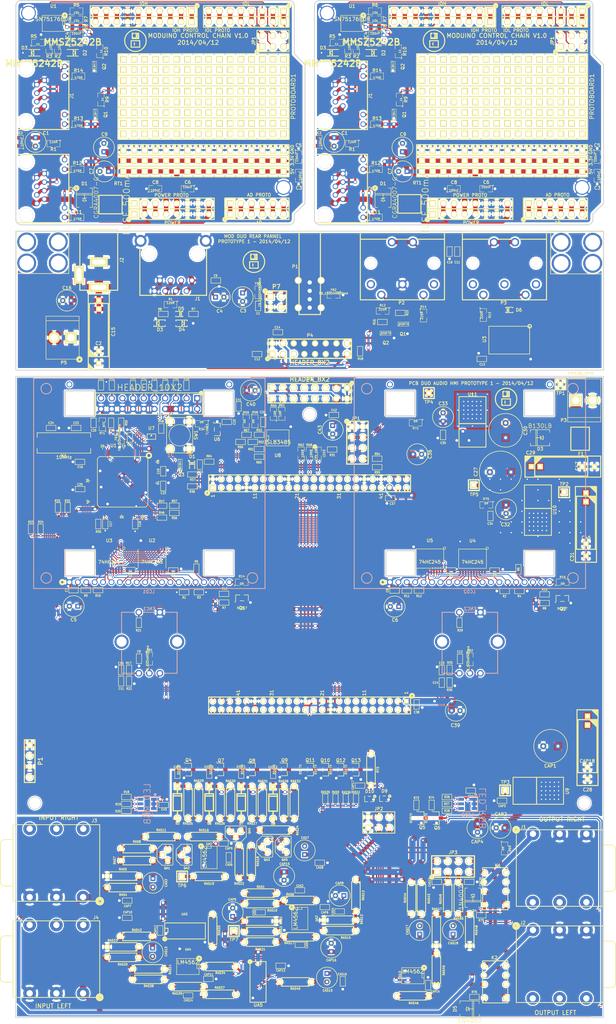
<source format=kicad_pcb>
(kicad_pcb (version 3) (host pcbnew "(2013-07-07 BZR 4022)-stable")
  (layers (15 Front signal) (0 Back signal) (18 B.Paste user) (19 F.Paste user) (20 B.SilkS user) (21 F.SilkS user) (22 B.Mask user) (23 F.Mask user) (28 Edge.Cuts user))
  (net 0 "")
  (net 1 +3.3V)
  (net 2 +5V)
  (net 3 +5VA)
  (net 4 +9V)
  (net 5 3.3V)
  (net 6 5V)
  (net 7 AD0)
  (net 8 AD1)
  (net 9 AD2)
  (net 10 AD3)
  (net 11 AD4/SDA)
  (net 12 AD5/SCL)
  (net 13 AGND)
  (net 14 AMPOUT_L_IN)
  (net 15 AMPOUT_L_OUT)
  (net 16 AMPOUT_R_IN)
  (net 17 AMPOUT_R_OUT)
  (net 18 AREF)
  (net 19 AVCC_CUBIE)
  (net 20 BACK_LCDA)
  (net 21 BACK_LCDB)
  (net 22 BIAS_AMP_LEFT)
  (net 23 BIAS_AMP_RIGHT)
  (net 24 BUFF_L_OUT)
  (net 25 BUFF_L_SW)
  (net 26 BYPASS_L)
  (net 27 BYPASS_L_EN)
  (net 28 BYPASS_R)
  (net 29 BYPASS_R_EN)
  (net 30 CHAIN_A)
  (net 31 CHAIN_B)
  (net 32 CTS0_UC_CHAIN)
  (net 33 DGND)
  (net 34 ENCA_A)
  (net 35 ENCA_B)
  (net 36 ENCA_BT)
  (net 37 ENCB_A)
  (net 38 ENCB_B)
  (net 39 ENCB_BT)
  (net 40 FMIN_L)
  (net 41 FMIN_R)
  (net 42 FOOT_A)
  (net 43 FOOT_B)
  (net 44 GND)
  (net 45 HPL_CUBIE)
  (net 46 HPR_CUBIE)
  (net 47 IN_L)
  (net 48 IN_L_SW)
  (net 49 IN_L_SW_CMOS)
  (net 50 IN_R)
  (net 51 IN_R_SW)
  (net 52 IO0/RXD)
  (net 53 IO1/TXD)
  (net 54 IO10/SS)
  (net 55 IO11/MOSI)
  (net 56 IO12/MISO)
  (net 57 IO13/SCK)
  (net 58 IO2)
  (net 59 IO3)
  (net 60 IO4)
  (net 61 IO5)
  (net 62 IO6)
  (net 63 IO7)
  (net 64 IO8)
  (net 65 IO9)
  (net 66 JFET_SW_R1)
  (net 67 JFET_SW_R2)
  (net 68 JFET_SW_R3)
  (net 69 JFET_SW_R4)
  (net 70 LCDA_0)
  (net 71 LCDA_1)
  (net 72 LCDA_2)
  (net 73 LCDA_3)
  (net 74 LCDA_4)
  (net 75 LCDA_5)
  (net 76 LCDA_6)
  (net 77 LCDA_7)
  (net 78 LCDA_CS1)
  (net 79 LCDA_CS2)
  (net 80 LCDA_EN)
  (net 81 LCDA_RS)
  (net 82 LCDA_RST)
  (net 83 LCDA_RW)
  (net 84 LCDB_0)
  (net 85 LCDB_1)
  (net 86 LCDB_2)
  (net 87 LCDB_3)
  (net 88 LCDB_4)
  (net 89 LCDB_5)
  (net 90 LCDB_6)
  (net 91 LCDB_7)
  (net 92 LCDB_CS1)
  (net 93 LCDB_CS2)
  (net 94 LCDB_EN)
  (net 95 LCDB_RS)
  (net 96 LCDB_RST)
  (net 97 LCDB_RW)
  (net 98 LCD_0)
  (net 99 LCD_1)
  (net 100 LCD_2)
  (net 101 LCD_3)
  (net 102 LCD_4)
  (net 103 LCD_5)
  (net 104 LCD_6)
  (net 105 LCD_7)
  (net 106 LCD_CS1)
  (net 107 LCD_CS2)
  (net 108 LCD_DIR)
  (net 109 LCD_EN)
  (net 110 LCD_RS)
  (net 111 LCD_RST)
  (net 112 LCD_RW)
  (net 113 LEDA_B)
  (net 114 LEDA_G)
  (net 115 LEDA_R)
  (net 116 LEDB_B)
  (net 117 LEDB_G)
  (net 118 LEDB_R)
  (net 119 LINE_L_Z)
  (net 120 LINE_L_Z_SW)
  (net 121 MIC_L_GAIN_IN)
  (net 122 MIC_L_GAIN_OUT)
  (net 123 MIC_L_GAIN_SW)
  (net 124 MIC_L_Z_SW)
  (net 125 MIDI_IN_UART)
  (net 126 MIDI_OUT_UART)
  (net 127 N-00000102)
  (net 128 N-00000104)
  (net 129 N-00000105)
  (net 130 N-00000106)
  (net 131 N-00000107)
  (net 132 N-00000108)
  (net 133 N-00000109)
  (net 134 N-00000110)
  (net 135 N-00000111)
  (net 136 N-00000113)
  (net 137 N-00000114)
  (net 138 N-00000115)
  (net 139 N-0000012)
  (net 140 N-00000120)
  (net 141 N-00000127)
  (net 142 N-00000128)
  (net 143 N-00000129)
  (net 144 N-0000013)
  (net 145 N-00000132)
  (net 146 N-00000133)
  (net 147 N-00000134)
  (net 148 N-00000135)
  (net 149 N-00000137)
  (net 150 N-00000138)
  (net 151 N-00000155)
  (net 152 N-00000170)
  (net 153 N-00000171)
  (net 154 N-00000193)
  (net 155 N-00000196)
  (net 156 N-000002)
  (net 157 N-0000022)
  (net 158 N-00000229)
  (net 159 N-0000023)
  (net 160 N-0000024)
  (net 161 N-00000242)
  (net 162 N-00000244)
  (net 163 N-00000245)
  (net 164 N-00000248)
  (net 165 N-0000025)
  (net 166 N-00000251)
  (net 167 N-00000252)
  (net 168 N-00000253)
  (net 169 N-00000256)
  (net 170 N-00000257)
  (net 171 N-00000258)
  (net 172 N-0000026)
  (net 173 N-00000260)
  (net 174 N-00000261)
  (net 175 N-00000262)
  (net 176 N-00000263)
  (net 177 N-00000264)
  (net 178 N-00000265)
  (net 179 N-00000266)
  (net 180 N-00000268)
  (net 181 N-0000027)
  (net 182 N-00000270)
  (net 183 N-00000271)
  (net 184 N-00000272)
  (net 185 N-00000273)
  (net 186 N-00000274)
  (net 187 N-00000275)
  (net 188 N-00000276)
  (net 189 N-00000277)
  (net 190 N-00000278)
  (net 191 N-00000279)
  (net 192 N-00000280)
  (net 193 N-00000281)
  (net 194 N-00000283)
  (net 195 N-00000284)
  (net 196 N-00000285)
  (net 197 N-00000286)
  (net 198 N-00000287)
  (net 199 N-00000289)
  (net 200 N-0000029)
  (net 201 N-00000294)
  (net 202 N-00000295)
  (net 203 N-00000299)
  (net 204 N-0000030)
  (net 205 N-00000305)
  (net 206 N-00000306)
  (net 207 N-00000309)
  (net 208 N-0000031)
  (net 209 N-00000310)
  (net 210 N-00000315)
  (net 211 N-00000316)
  (net 212 N-00000317)
  (net 213 N-00000319)
  (net 214 N-00000320)
  (net 215 N-00000322)
  (net 216 N-00000328)
  (net 217 N-00000333)
  (net 218 N-00000341)
  (net 219 N-00000342)
  (net 220 N-00000343)
  (net 221 N-00000344)
  (net 222 N-0000044)
  (net 223 N-0000045)
  (net 224 N-0000048)
  (net 225 N-0000051)
  (net 226 N-0000053)
  (net 227 N-0000058)
  (net 228 N-0000059)
  (net 229 N-0000062)
  (net 230 N-0000063)
  (net 231 N-0000064)
  (net 232 N-0000067)
  (net 233 N-000007)
  (net 234 N-0000070)
  (net 235 N-0000074)
  (net 236 N-0000079)
  (net 237 N-000008)
  (net 238 N-0000081)
  (net 239 N-0000084)
  (net 240 N-000009)
  (net 241 N-0000094)
  (net 242 NTC_TEMP)
  (net 243 OUT_L)
  (net 244 OUT_R)
  (net 245 RESET)
  (net 246 RESET_UC_CTL)
  (net 247 RESET_UC_CTL_HOST)
  (net 248 RESET_UC_EN)
  (net 249 RS422_A)
  (net 250 RS422_B)
  (net 251 RX0_UC_CHAIN)
  (net 252 RX5_HOST_UI)
  (net 253 RX6_HOST_CONSOLE)
  (net 254 RXD2_HMI_UI)
  (net 255 RXD3_HMI_CONSOLE)
  (net 256 SHIELD_RXD)
  (net 257 SHIELD_TXD)
  (net 258 S_LCDA)
  (net 259 S_LCDB)
  (net 260 TCK_SWDCLK)
  (net 261 TDI)
  (net 262 TDO_SWO)
  (net 263 TMS_SDWIO)
  (net 264 TX0_UC_CHAIN)
  (net 265 TX5_HOST_UI)
  (net 266 TX6_HOST_CONSOLE)
  (net 267 TXD2_HMI_UI)
  (net 268 TXD3_HMI_CONSOLE)
  (net 269 VCC)
  (net 270 VG_JFET_R1)
  (net 271 VG_JFET_R2)
  (net 272 VG_JFET_R3)
  (net 273 VG_JFET_R4)
  (net 274 VIN)
  (net 275 ~TRST)
  (module SM2920 (layer Front) (at 226.03 78.89 90)
    (fp_text reference RT1 (at 5.0038 1.8796 180) (layer F.SilkS) (effects (font (size 0.762 0.762) (thickness 0.1524))))
    (fp_text value FUSE_500mA (at 0 3.81 90) (layer F.SilkS) (effects (font (size 1.524 1.524))))
    (pad 1 smd rect (at -3.3 0 90) (size 2 5.4) (layers Front F.Paste F.Mask) (net 274 VIN))
    (pad 2 smd rect (at 3.3 0 90) (size 2 5.4) (layers Front F.Paste F.Mask) (net 151 N-00000155))
  )
  (module PIN_ARRAY_4X2 (layer Front) (at 236.4072 236.3812)
    (fp_text reference JP3 (at 0.0127 -3.3401) (layer F.SilkS) (effects (font (size 0.762 0.762) (thickness 0.1524))))
    (fp_text value HEADER_4X2 hide)
    (pad 1 thru_hole rect (at -3.81 1.27) (size 1.524 1.524) (drill 1.016) (layers *.Cu *.Mask F.SilkS) (net 16 AMPOUT_R_IN))
    (pad 2 thru_hole circle (at -3.81 -1.27) (size 1.524 1.524) (drill 1.016) (layers *.Cu *.Mask F.SilkS) (net 14 AMPOUT_L_IN))
    (pad 3 thru_hole circle (at -1.27 1.27) (size 1.524 1.524) (drill 1.016) (layers *.Cu *.Mask F.SilkS) (net 17 AMPOUT_R_OUT))
    (pad 4 thru_hole circle (at -1.27 -1.27) (size 1.524 1.524) (drill 1.016) (layers *.Cu *.Mask F.SilkS) (net 45 HPL_CUBIE))
    (pad 5 thru_hole circle (at 1.27 1.27) (size 1.524 1.524) (drill 1.016) (layers *.Cu *.Mask F.SilkS) (net 15 AMPOUT_L_OUT))
    (pad 6 thru_hole circle (at 1.27 -1.27) (size 1.524 1.524) (drill 1.016) (layers *.Cu *.Mask F.SilkS) (net 46 HPR_CUBIE))
    (pad 7 thru_hole circle (at 3.81 1.27) (size 1.524 1.524) (drill 1.016) (layers *.Cu *.Mask F.SilkS) (net 244 OUT_R))
    (pad 8 thru_hole circle (at 3.81 -1.27) (size 1.524 1.524) (drill 1.016) (layers *.Cu *.Mask F.SilkS) (net 243 OUT_L))
  )
  (module HOLE_3MM (layer Front) (at 267.0938 74.9808)
    (fp_text reference H2 hide)
    (fp_text value HOLE hide)
    (pad 1 thru_hole circle (at 0 0 180) (size 3.5 3.5) (drill 3) (layers *.Cu *.Mask) (net 44 GND))
  )
  (module HOLE_3MM (layer Front) (at 206.4638 33.5308)
    (fp_text reference H1 hide)
    (fp_text value HOLE hide)
    (pad 1 thru_hole circle (at 0 0 180) (size 3.5 3.5) (drill 3) (layers *.Cu *.Mask) (net 44 GND))
  )
  (module CAP_RAD_5MM (layer Front) (at 208.135 64.1604)
    (fp_text reference C1 (at 2.4892 -2.1082) (layer F.SilkS) (effects (font (size 0.762 0.762) (thickness 0.1524))))
    (fp_text value 10uF hide)
    (pad 2 thru_hole circle (at 0 1 180) (size 1.2 1.2) (drill 0.6) (layers *.Cu *.Mask) (net 44 GND))
    (pad 1 thru_hole rect (at 0 -1 180) (size 1.2 1.2) (drill 0.6) (layers *.Cu *.Mask) (net 4 +9V))
  )
  (module CAP_RAD_5MM (layer Front) (at 224.391 65.5066 180)
    (fp_text reference C9 (at -0.127 3.1496 180) (layer F.SilkS) (effects (font (size 0.762 0.762) (thickness 0.1524))))
    (fp_text value 10uF hide)
    (pad 2 thru_hole circle (at 0 1) (size 1.2 1.2) (drill 0.6) (layers *.Cu *.Mask) (net 44 GND))
    (pad 1 thru_hole rect (at 0 -1) (size 1.2 1.2) (drill 0.6) (layers *.Cu *.Mask) (net 5 3.3V))
  )
  (module CAP_RAD_5MM (layer Front) (at 224.4672 71.1708 270)
    (fp_text reference C7 (at -0.0508 3.048 270) (layer F.SilkS) (effects (font (size 0.762 0.762) (thickness 0.1524))))
    (fp_text value 10uF hide)
    (pad 2 thru_hole circle (at 0 1 90) (size 1.2 1.2) (drill 0.6) (layers *.Cu *.Mask) (net 44 GND))
    (pad 1 thru_hole rect (at 0 -1 90) (size 1.2 1.2) (drill 0.6) (layers *.Cu *.Mask) (net 6 5V))
  )
  (module RJ45-RJHSE5084 (layer Front) (at 208.4398 75.2348 270)
    (fp_text reference J2 (at 0.1397 -8.2804 270) (layer F.SilkS) (effects (font (size 0.762 0.762) (thickness 0.1524))))
    (fp_text value RJHSE-5084 hide)
    (pad 9 thru_hole circle (at 6.858 -6.604 90) (size 1.3208 1.3208) (drill 0.889) (layers *.Cu *.Mask) (net 133 N-00000109))
    (pad 10 thru_hole circle (at 4.572 -6.604 90) (size 1.3208 1.3208) (drill 0.889) (layers *.Cu *.Mask) (net 129 N-00000105))
    (pad 11 thru_hole circle (at -4.572 -6.604 90) (size 1.3208 1.3208) (drill 0.889) (layers *.Cu *.Mask) (net 131 N-00000107))
    (pad 12 thru_hole circle (at -6.858 -6.604 90) (size 1.3208 1.3208) (drill 0.889) (layers *.Cu *.Mask) (net 128 N-00000104))
    (pad 8 thru_hole circle (at -3.556 -1.778 90) (size 1.3208 1.3208) (drill 0.889) (layers *.Cu *.Mask) (net 44 GND))
    (pad 6 thru_hole circle (at -1.524 -1.778 90) (size 1.3208 1.3208) (drill 0.889) (layers *.Cu *.Mask) (net 250 RS422_B))
    (pad 4 thru_hole circle (at 0.508 -1.778 90) (size 1.3208 1.3208) (drill 0.889) (layers *.Cu *.Mask) (net 249 RS422_A))
    (pad 2 thru_hole circle (at 2.54 -1.778 90) (size 1.3208 1.3208) (drill 0.889) (layers *.Cu *.Mask) (net 4 +9V))
    (pad 5 thru_hole circle (at -0.508 0 90) (size 1.3208 1.3208) (drill 0.889) (layers *.Cu *.Mask) (net 250 RS422_B))
    (pad 3 thru_hole circle (at 1.524 0 90) (size 1.3208 1.3208) (drill 0.889) (layers *.Cu *.Mask) (net 249 RS422_A))
    (pad 7 thru_hole circle (at -2.54 0 90) (size 1.3208 1.3208) (drill 0.889) (layers *.Cu *.Mask) (net 44 GND))
    (pad 1 thru_hole circle (at 3.556 0 90) (size 1.3208 1.3208) (drill 0.889) (layers *.Cu *.Mask) (net 4 +9V))
    (pad 14 thru_hole circle (at 6.35 2.54 90) (size 3.2512 3.2512) (drill 3.2512) (layers *.Cu *.Mask))
    (pad 13 thru_hole circle (at -6.35 2.54 90) (size 3.2512 3.2512) (drill 3.2512) (layers *.Cu *.Mask))
  )
  (module RJ45-RJHSE5084 (layer Front) (at 208.4398 53.086 270)
    (fp_text reference J1 (at 0.1397 -8.2804 270) (layer F.SilkS) (effects (font (size 0.762 0.762) (thickness 0.1524))))
    (fp_text value RJHSE-5084 hide)
    (pad 9 thru_hole circle (at 6.858 -6.604 90) (size 1.3208 1.3208) (drill 0.889) (layers *.Cu *.Mask) (net 132 N-00000108))
    (pad 10 thru_hole circle (at 4.572 -6.604 90) (size 1.3208 1.3208) (drill 0.889) (layers *.Cu *.Mask) (net 129 N-00000105))
    (pad 11 thru_hole circle (at -4.572 -6.604 90) (size 1.3208 1.3208) (drill 0.889) (layers *.Cu *.Mask) (net 130 N-00000106))
    (pad 12 thru_hole circle (at -6.858 -6.604 90) (size 1.3208 1.3208) (drill 0.889) (layers *.Cu *.Mask) (net 128 N-00000104))
    (pad 8 thru_hole circle (at -3.556 -1.778 90) (size 1.3208 1.3208) (drill 0.889) (layers *.Cu *.Mask) (net 44 GND))
    (pad 6 thru_hole circle (at -1.524 -1.778 90) (size 1.3208 1.3208) (drill 0.889) (layers *.Cu *.Mask) (net 250 RS422_B))
    (pad 4 thru_hole circle (at 0.508 -1.778 90) (size 1.3208 1.3208) (drill 0.889) (layers *.Cu *.Mask) (net 249 RS422_A))
    (pad 2 thru_hole circle (at 2.54 -1.778 90) (size 1.3208 1.3208) (drill 0.889) (layers *.Cu *.Mask) (net 4 +9V))
    (pad 5 thru_hole circle (at -0.508 0 90) (size 1.3208 1.3208) (drill 0.889) (layers *.Cu *.Mask) (net 250 RS422_B))
    (pad 3 thru_hole circle (at 1.524 0 90) (size 1.3208 1.3208) (drill 0.889) (layers *.Cu *.Mask) (net 249 RS422_A))
    (pad 7 thru_hole circle (at -2.54 0 90) (size 1.3208 1.3208) (drill 0.889) (layers *.Cu *.Mask) (net 44 GND))
    (pad 1 thru_hole circle (at 3.556 0 90) (size 1.3208 1.3208) (drill 0.889) (layers *.Cu *.Mask) (net 4 +9V))
    (pad 14 thru_hole circle (at 6.35 2.54 90) (size 3.2512 3.2512) (drill 3.2512) (layers *.Cu *.Mask))
    (pad 13 thru_hole circle (at -6.35 2.54 90) (size 3.2512 3.2512) (drill 3.2512) (layers *.Cu *.Mask))
  )
  (module PROTOBOARD_100MIL_1R16P_PTH (layer Front) (at 248.0638 71.1708)
    (fp_text reference PROTO_5V1 hide)
    (fp_text value HEADER_1X16 hide)
    (pad 16 thru_hole rect (at 19.05 0) (size 1.524 1.524) (drill 1.016) (layers *.Cu *.Mask F.SilkS) (net 6 5V))
    (pad 15 thru_hole rect (at 16.51 0) (size 1.524 1.524) (drill 1.016) (layers *.Cu *.Mask F.SilkS) (net 6 5V))
    (pad 14 thru_hole rect (at 13.97 0) (size 1.524 1.524) (drill 1.016) (layers *.Cu *.Mask F.SilkS) (net 6 5V))
    (pad 13 thru_hole rect (at 11.43 0) (size 1.524 1.524) (drill 1.016) (layers *.Cu *.Mask F.SilkS) (net 6 5V))
    (pad 12 thru_hole rect (at 8.89 0) (size 1.524 1.524) (drill 1.016) (layers *.Cu *.Mask F.SilkS) (net 6 5V))
    (pad 11 thru_hole rect (at 6.35 0) (size 1.524 1.524) (drill 1.016) (layers *.Cu *.Mask F.SilkS) (net 6 5V))
    (pad 10 thru_hole rect (at 3.81 0) (size 1.524 1.524) (drill 1.016) (layers *.Cu *.Mask F.SilkS) (net 6 5V))
    (pad 7 thru_hole rect (at -3.81 0) (size 1.524 1.524) (drill 1.016) (layers *.Cu *.Mask F.SilkS) (net 6 5V))
    (pad 6 thru_hole rect (at -6.35 0) (size 1.524 1.524) (drill 1.016) (layers *.Cu *.Mask F.SilkS) (net 6 5V))
    (pad 8 thru_hole rect (at -1.27 0) (size 1.524 1.524) (drill 1.016) (layers *.Cu *.Mask F.SilkS) (net 6 5V))
    (pad 9 thru_hole rect (at 1.27 0) (size 1.524 1.524) (drill 1.016) (layers *.Cu *.Mask F.SilkS) (net 6 5V))
    (pad 5 thru_hole rect (at -8.89 0) (size 1.524 1.524) (drill 1.016) (layers *.Cu *.Mask F.SilkS) (net 6 5V))
    (pad 4 thru_hole rect (at -11.43 0) (size 1.524 1.524) (drill 1.016) (layers *.Cu *.Mask F.SilkS) (net 6 5V))
    (pad 1 thru_hole rect (at -19.05 0) (size 1.524 1.524) (drill 1.016) (layers *.Cu *.Mask F.SilkS) (net 6 5V))
    (pad 2 thru_hole rect (at -16.51 0) (size 1.524 1.524) (drill 1.016) (layers *.Cu *.Mask F.SilkS) (net 6 5V))
    (pad 3 thru_hole rect (at -13.97 0) (size 1.524 1.524) (drill 1.016) (layers *.Cu *.Mask F.SilkS) (net 6 5V))
  )
  (module PROTOBOARD_100MIL_1R16P_PTH (layer Front) (at 248.0638 66.0908)
    (fp_text reference PROTO_GND1 hide)
    (fp_text value HEADER_1X16 hide)
    (pad 16 thru_hole rect (at 19.05 0) (size 1.524 1.524) (drill 1.016) (layers *.Cu *.Mask F.SilkS) (net 44 GND))
    (pad 15 thru_hole rect (at 16.51 0) (size 1.524 1.524) (drill 1.016) (layers *.Cu *.Mask F.SilkS) (net 44 GND))
    (pad 14 thru_hole rect (at 13.97 0) (size 1.524 1.524) (drill 1.016) (layers *.Cu *.Mask F.SilkS) (net 44 GND))
    (pad 13 thru_hole rect (at 11.43 0) (size 1.524 1.524) (drill 1.016) (layers *.Cu *.Mask F.SilkS) (net 44 GND))
    (pad 12 thru_hole rect (at 8.89 0) (size 1.524 1.524) (drill 1.016) (layers *.Cu *.Mask F.SilkS) (net 44 GND))
    (pad 11 thru_hole rect (at 6.35 0) (size 1.524 1.524) (drill 1.016) (layers *.Cu *.Mask F.SilkS) (net 44 GND))
    (pad 10 thru_hole rect (at 3.81 0) (size 1.524 1.524) (drill 1.016) (layers *.Cu *.Mask F.SilkS) (net 44 GND))
    (pad 7 thru_hole rect (at -3.81 0) (size 1.524 1.524) (drill 1.016) (layers *.Cu *.Mask F.SilkS) (net 44 GND))
    (pad 6 thru_hole rect (at -6.35 0) (size 1.524 1.524) (drill 1.016) (layers *.Cu *.Mask F.SilkS) (net 44 GND))
    (pad 8 thru_hole rect (at -1.27 0) (size 1.524 1.524) (drill 1.016) (layers *.Cu *.Mask F.SilkS) (net 44 GND))
    (pad 9 thru_hole rect (at 1.27 0) (size 1.524 1.524) (drill 1.016) (layers *.Cu *.Mask F.SilkS) (net 44 GND))
    (pad 5 thru_hole rect (at -8.89 0) (size 1.524 1.524) (drill 1.016) (layers *.Cu *.Mask F.SilkS) (net 44 GND))
    (pad 4 thru_hole rect (at -11.43 0) (size 1.524 1.524) (drill 1.016) (layers *.Cu *.Mask F.SilkS) (net 44 GND))
    (pad 1 thru_hole rect (at -19.05 0) (size 1.524 1.524) (drill 1.016) (layers *.Cu *.Mask F.SilkS) (net 44 GND))
    (pad 2 thru_hole rect (at -16.51 0) (size 1.524 1.524) (drill 1.016) (layers *.Cu *.Mask F.SilkS) (net 44 GND))
    (pad 3 thru_hole rect (at -13.97 0) (size 1.524 1.524) (drill 1.016) (layers *.Cu *.Mask F.SilkS) (net 44 GND))
  )
  (module PROTOBOARD_100MIL_1R16P_PTH (layer Front) (at 248.0638 68.6308)
    (fp_text reference PROTO_3.3V1 hide)
    (fp_text value HEADER_1X16 hide)
    (pad 16 thru_hole rect (at 19.05 0) (size 1.524 1.524) (drill 1.016) (layers *.Cu *.Mask F.SilkS) (net 5 3.3V))
    (pad 15 thru_hole rect (at 16.51 0) (size 1.524 1.524) (drill 1.016) (layers *.Cu *.Mask F.SilkS) (net 5 3.3V))
    (pad 14 thru_hole rect (at 13.97 0) (size 1.524 1.524) (drill 1.016) (layers *.Cu *.Mask F.SilkS) (net 5 3.3V))
    (pad 13 thru_hole rect (at 11.43 0) (size 1.524 1.524) (drill 1.016) (layers *.Cu *.Mask F.SilkS) (net 5 3.3V))
    (pad 12 thru_hole rect (at 8.89 0) (size 1.524 1.524) (drill 1.016) (layers *.Cu *.Mask F.SilkS) (net 5 3.3V))
    (pad 11 thru_hole rect (at 6.35 0) (size 1.524 1.524) (drill 1.016) (layers *.Cu *.Mask F.SilkS) (net 5 3.3V))
    (pad 10 thru_hole rect (at 3.81 0) (size 1.524 1.524) (drill 1.016) (layers *.Cu *.Mask F.SilkS) (net 5 3.3V))
    (pad 7 thru_hole rect (at -3.81 0) (size 1.524 1.524) (drill 1.016) (layers *.Cu *.Mask F.SilkS) (net 5 3.3V))
    (pad 6 thru_hole rect (at -6.35 0) (size 1.524 1.524) (drill 1.016) (layers *.Cu *.Mask F.SilkS) (net 5 3.3V))
    (pad 8 thru_hole rect (at -1.27 0) (size 1.524 1.524) (drill 1.016) (layers *.Cu *.Mask F.SilkS) (net 5 3.3V))
    (pad 9 thru_hole rect (at 1.27 0) (size 1.524 1.524) (drill 1.016) (layers *.Cu *.Mask F.SilkS) (net 5 3.3V))
    (pad 5 thru_hole rect (at -8.89 0) (size 1.524 1.524) (drill 1.016) (layers *.Cu *.Mask F.SilkS) (net 5 3.3V))
    (pad 4 thru_hole rect (at -11.43 0) (size 1.524 1.524) (drill 1.016) (layers *.Cu *.Mask F.SilkS) (net 5 3.3V))
    (pad 1 thru_hole rect (at -19.05 0) (size 1.524 1.524) (drill 1.016) (layers *.Cu *.Mask F.SilkS) (net 5 3.3V))
    (pad 2 thru_hole rect (at -16.51 0) (size 1.524 1.524) (drill 1.016) (layers *.Cu *.Mask F.SilkS) (net 5 3.3V))
    (pad 3 thru_hole rect (at -13.97 0) (size 1.524 1.524) (drill 1.016) (layers *.Cu *.Mask F.SilkS) (net 5 3.3V))
  )
  (module PROTOBOARD_100MIL_8R16P_PTH (layer Front) (at 248.0638 53.3908)
    (fp_text reference PROTOBOARD1 (at 21.3614 0 90) (layer F.SilkS) (effects (font (size 1.016 1.016) (thickness 0.1524))))
    (fp_text value PROTO_8X16 hide)
    (pad 16 thru_hole rect (at 19.05 6.35) (size 1.524 1.524) (drill 1.016) (layers *.Cu *.Mask F.SilkS))
    (pad 15 thru_hole rect (at 16.51 6.35) (size 1.524 1.524) (drill 1.016) (layers *.Cu *.Mask F.SilkS))
    (pad 14 thru_hole rect (at 13.97 6.35) (size 1.524 1.524) (drill 1.016) (layers *.Cu *.Mask F.SilkS))
    (pad 13 thru_hole rect (at 11.43 6.35) (size 1.524 1.524) (drill 1.016) (layers *.Cu *.Mask F.SilkS))
    (pad 12 thru_hole rect (at 8.89 6.35) (size 1.524 1.524) (drill 1.016) (layers *.Cu *.Mask F.SilkS))
    (pad 11 thru_hole rect (at 6.35 6.35) (size 1.524 1.524) (drill 1.016) (layers *.Cu *.Mask F.SilkS))
    (pad 10 thru_hole rect (at 3.81 6.35) (size 1.524 1.524) (drill 1.016) (layers *.Cu *.Mask F.SilkS))
    (pad 7 thru_hole rect (at -3.81 6.35) (size 1.524 1.524) (drill 1.016) (layers *.Cu *.Mask F.SilkS))
    (pad 6 thru_hole rect (at -6.35 6.35) (size 1.524 1.524) (drill 1.016) (layers *.Cu *.Mask F.SilkS))
    (pad 8 thru_hole rect (at -1.27 6.35) (size 1.524 1.524) (drill 1.016) (layers *.Cu *.Mask F.SilkS))
    (pad 9 thru_hole rect (at 1.27 6.35) (size 1.524 1.524) (drill 1.016) (layers *.Cu *.Mask F.SilkS))
    (pad 5 thru_hole rect (at -8.89 6.35) (size 1.524 1.524) (drill 1.016) (layers *.Cu *.Mask F.SilkS))
    (pad 4 thru_hole rect (at -11.43 6.35) (size 1.524 1.524) (drill 1.016) (layers *.Cu *.Mask F.SilkS))
    (pad 1 thru_hole rect (at -19.05 6.35) (size 1.524 1.524) (drill 1.016) (layers *.Cu *.Mask F.SilkS))
    (pad 2 thru_hole rect (at -16.51 6.35) (size 1.524 1.524) (drill 1.016) (layers *.Cu *.Mask F.SilkS))
    (pad 3 thru_hole rect (at -13.97 6.35) (size 1.524 1.524) (drill 1.016) (layers *.Cu *.Mask F.SilkS))
    (pad 3 thru_hole rect (at -13.97 8.89) (size 1.524 1.524) (drill 1.016) (layers *.Cu *.Mask F.SilkS))
    (pad 2 thru_hole rect (at -16.51 8.89) (size 1.524 1.524) (drill 1.016) (layers *.Cu *.Mask F.SilkS))
    (pad 1 thru_hole rect (at -19.05 8.89) (size 1.524 1.524) (drill 1.016) (layers *.Cu *.Mask F.SilkS))
    (pad 4 thru_hole rect (at -11.43 8.89) (size 1.524 1.524) (drill 1.016) (layers *.Cu *.Mask F.SilkS))
    (pad 5 thru_hole rect (at -8.89 8.89) (size 1.524 1.524) (drill 1.016) (layers *.Cu *.Mask F.SilkS))
    (pad 9 thru_hole rect (at 1.27 8.89) (size 1.524 1.524) (drill 1.016) (layers *.Cu *.Mask F.SilkS))
    (pad 8 thru_hole rect (at -1.27 8.89) (size 1.524 1.524) (drill 1.016) (layers *.Cu *.Mask F.SilkS))
    (pad 6 thru_hole rect (at -6.35 8.89) (size 1.524 1.524) (drill 1.016) (layers *.Cu *.Mask F.SilkS))
    (pad 7 thru_hole rect (at -3.81 8.89) (size 1.524 1.524) (drill 1.016) (layers *.Cu *.Mask F.SilkS))
    (pad 10 thru_hole rect (at 3.81 8.89) (size 1.524 1.524) (drill 1.016) (layers *.Cu *.Mask F.SilkS))
    (pad 11 thru_hole rect (at 6.35 8.89) (size 1.524 1.524) (drill 1.016) (layers *.Cu *.Mask F.SilkS))
    (pad 12 thru_hole rect (at 8.89 8.89) (size 1.524 1.524) (drill 1.016) (layers *.Cu *.Mask F.SilkS))
    (pad 13 thru_hole rect (at 11.43 8.89) (size 1.524 1.524) (drill 1.016) (layers *.Cu *.Mask F.SilkS))
    (pad 14 thru_hole rect (at 13.97 8.89) (size 1.524 1.524) (drill 1.016) (layers *.Cu *.Mask F.SilkS))
    (pad 15 thru_hole rect (at 16.51 8.89) (size 1.524 1.524) (drill 1.016) (layers *.Cu *.Mask F.SilkS))
    (pad 16 thru_hole rect (at 19.05 8.89) (size 1.524 1.524) (drill 1.016) (layers *.Cu *.Mask F.SilkS))
    (pad 16 thru_hole rect (at 19.05 3.81) (size 1.524 1.524) (drill 1.016) (layers *.Cu *.Mask F.SilkS))
    (pad 15 thru_hole rect (at 16.51 3.81) (size 1.524 1.524) (drill 1.016) (layers *.Cu *.Mask F.SilkS))
    (pad 14 thru_hole rect (at 13.97 3.81) (size 1.524 1.524) (drill 1.016) (layers *.Cu *.Mask F.SilkS))
    (pad 13 thru_hole rect (at 11.43 3.81) (size 1.524 1.524) (drill 1.016) (layers *.Cu *.Mask F.SilkS))
    (pad 12 thru_hole rect (at 8.89 3.81) (size 1.524 1.524) (drill 1.016) (layers *.Cu *.Mask F.SilkS))
    (pad 11 thru_hole rect (at 6.35 3.81) (size 1.524 1.524) (drill 1.016) (layers *.Cu *.Mask F.SilkS))
    (pad 10 thru_hole rect (at 3.81 3.81) (size 1.524 1.524) (drill 1.016) (layers *.Cu *.Mask F.SilkS))
    (pad 7 thru_hole rect (at -3.81 3.81) (size 1.524 1.524) (drill 1.016) (layers *.Cu *.Mask F.SilkS))
    (pad 6 thru_hole rect (at -6.35 3.81) (size 1.524 1.524) (drill 1.016) (layers *.Cu *.Mask F.SilkS))
    (pad 8 thru_hole rect (at -1.27 3.81) (size 1.524 1.524) (drill 1.016) (layers *.Cu *.Mask F.SilkS))
    (pad 9 thru_hole rect (at 1.27 3.81) (size 1.524 1.524) (drill 1.016) (layers *.Cu *.Mask F.SilkS))
    (pad 5 thru_hole rect (at -8.89 3.81) (size 1.524 1.524) (drill 1.016) (layers *.Cu *.Mask F.SilkS))
    (pad 4 thru_hole rect (at -11.43 3.81) (size 1.524 1.524) (drill 1.016) (layers *.Cu *.Mask F.SilkS))
    (pad 1 thru_hole rect (at -19.05 3.81) (size 1.524 1.524) (drill 1.016) (layers *.Cu *.Mask F.SilkS))
    (pad 2 thru_hole rect (at -16.51 3.81) (size 1.524 1.524) (drill 1.016) (layers *.Cu *.Mask F.SilkS))
    (pad 3 thru_hole rect (at -13.97 3.81) (size 1.524 1.524) (drill 1.016) (layers *.Cu *.Mask F.SilkS))
    (pad 3 thru_hole rect (at -13.97 1.27) (size 1.524 1.524) (drill 1.016) (layers *.Cu *.Mask F.SilkS))
    (pad 2 thru_hole rect (at -16.51 1.27) (size 1.524 1.524) (drill 1.016) (layers *.Cu *.Mask F.SilkS))
    (pad 1 thru_hole rect (at -19.05 1.27) (size 1.524 1.524) (drill 1.016) (layers *.Cu *.Mask F.SilkS))
    (pad 4 thru_hole rect (at -11.43 1.27) (size 1.524 1.524) (drill 1.016) (layers *.Cu *.Mask F.SilkS))
    (pad 5 thru_hole rect (at -8.89 1.27) (size 1.524 1.524) (drill 1.016) (layers *.Cu *.Mask F.SilkS))
    (pad 9 thru_hole rect (at 1.27 1.27) (size 1.524 1.524) (drill 1.016) (layers *.Cu *.Mask F.SilkS))
    (pad 8 thru_hole rect (at -1.27 1.27) (size 1.524 1.524) (drill 1.016) (layers *.Cu *.Mask F.SilkS))
    (pad 6 thru_hole rect (at -6.35 1.27) (size 1.524 1.524) (drill 1.016) (layers *.Cu *.Mask F.SilkS))
    (pad 7 thru_hole rect (at -3.81 1.27) (size 1.524 1.524) (drill 1.016) (layers *.Cu *.Mask F.SilkS))
    (pad 10 thru_hole rect (at 3.81 1.27) (size 1.524 1.524) (drill 1.016) (layers *.Cu *.Mask F.SilkS))
    (pad 11 thru_hole rect (at 6.35 1.27) (size 1.524 1.524) (drill 1.016) (layers *.Cu *.Mask F.SilkS))
    (pad 12 thru_hole rect (at 8.89 1.27) (size 1.524 1.524) (drill 1.016) (layers *.Cu *.Mask F.SilkS))
    (pad 13 thru_hole rect (at 11.43 1.27) (size 1.524 1.524) (drill 1.016) (layers *.Cu *.Mask F.SilkS))
    (pad 14 thru_hole rect (at 13.97 1.27) (size 1.524 1.524) (drill 1.016) (layers *.Cu *.Mask F.SilkS))
    (pad 15 thru_hole rect (at 16.51 1.27) (size 1.524 1.524) (drill 1.016) (layers *.Cu *.Mask F.SilkS))
    (pad 16 thru_hole rect (at 19.05 1.27) (size 1.524 1.524) (drill 1.016) (layers *.Cu *.Mask F.SilkS))
    (pad 16 thru_hole rect (at 19.05 -1.27) (size 1.524 1.524) (drill 1.016) (layers *.Cu *.Mask F.SilkS))
    (pad 15 thru_hole rect (at 16.51 -1.27) (size 1.524 1.524) (drill 1.016) (layers *.Cu *.Mask F.SilkS))
    (pad 14 thru_hole rect (at 13.97 -1.27) (size 1.524 1.524) (drill 1.016) (layers *.Cu *.Mask F.SilkS))
    (pad 13 thru_hole rect (at 11.43 -1.27) (size 1.524 1.524) (drill 1.016) (layers *.Cu *.Mask F.SilkS))
    (pad 12 thru_hole rect (at 8.89 -1.27) (size 1.524 1.524) (drill 1.016) (layers *.Cu *.Mask F.SilkS))
    (pad 11 thru_hole rect (at 6.35 -1.27) (size 1.524 1.524) (drill 1.016) (layers *.Cu *.Mask F.SilkS))
    (pad 10 thru_hole rect (at 3.81 -1.27) (size 1.524 1.524) (drill 1.016) (layers *.Cu *.Mask F.SilkS))
    (pad 7 thru_hole rect (at -3.81 -1.27) (size 1.524 1.524) (drill 1.016) (layers *.Cu *.Mask F.SilkS))
    (pad 6 thru_hole rect (at -6.35 -1.27) (size 1.524 1.524) (drill 1.016) (layers *.Cu *.Mask F.SilkS))
    (pad 8 thru_hole rect (at -1.27 -1.27) (size 1.524 1.524) (drill 1.016) (layers *.Cu *.Mask F.SilkS))
    (pad 9 thru_hole rect (at 1.27 -1.27) (size 1.524 1.524) (drill 1.016) (layers *.Cu *.Mask F.SilkS))
    (pad 5 thru_hole rect (at -8.89 -1.27) (size 1.524 1.524) (drill 1.016) (layers *.Cu *.Mask F.SilkS))
    (pad 4 thru_hole rect (at -11.43 -1.27) (size 1.524 1.524) (drill 1.016) (layers *.Cu *.Mask F.SilkS))
    (pad 1 thru_hole rect (at -19.05 -1.27) (size 1.524 1.524) (drill 1.016) (layers *.Cu *.Mask F.SilkS))
    (pad 2 thru_hole rect (at -16.51 -1.27) (size 1.524 1.524) (drill 1.016) (layers *.Cu *.Mask F.SilkS))
    (pad 3 thru_hole rect (at -13.97 -1.27) (size 1.524 1.524) (drill 1.016) (layers *.Cu *.Mask F.SilkS))
    (pad 3 thru_hole rect (at -13.97 -3.81) (size 1.524 1.524) (drill 1.016) (layers *.Cu *.Mask F.SilkS))
    (pad 2 thru_hole rect (at -16.51 -3.81) (size 1.524 1.524) (drill 1.016) (layers *.Cu *.Mask F.SilkS))
    (pad 1 thru_hole rect (at -19.05 -3.81) (size 1.524 1.524) (drill 1.016) (layers *.Cu *.Mask F.SilkS))
    (pad 4 thru_hole rect (at -11.43 -3.81) (size 1.524 1.524) (drill 1.016) (layers *.Cu *.Mask F.SilkS))
    (pad 5 thru_hole rect (at -8.89 -3.81) (size 1.524 1.524) (drill 1.016) (layers *.Cu *.Mask F.SilkS))
    (pad 9 thru_hole rect (at 1.27 -3.81) (size 1.524 1.524) (drill 1.016) (layers *.Cu *.Mask F.SilkS))
    (pad 8 thru_hole rect (at -1.27 -3.81) (size 1.524 1.524) (drill 1.016) (layers *.Cu *.Mask F.SilkS))
    (pad 6 thru_hole rect (at -6.35 -3.81) (size 1.524 1.524) (drill 1.016) (layers *.Cu *.Mask F.SilkS))
    (pad 7 thru_hole rect (at -3.81 -3.81) (size 1.524 1.524) (drill 1.016) (layers *.Cu *.Mask F.SilkS))
    (pad 10 thru_hole rect (at 3.81 -3.81) (size 1.524 1.524) (drill 1.016) (layers *.Cu *.Mask F.SilkS))
    (pad 11 thru_hole rect (at 6.35 -3.81) (size 1.524 1.524) (drill 1.016) (layers *.Cu *.Mask F.SilkS))
    (pad 12 thru_hole rect (at 8.89 -3.81) (size 1.524 1.524) (drill 1.016) (layers *.Cu *.Mask F.SilkS))
    (pad 13 thru_hole rect (at 11.43 -3.81) (size 1.524 1.524) (drill 1.016) (layers *.Cu *.Mask F.SilkS))
    (pad 14 thru_hole rect (at 13.97 -3.81) (size 1.524 1.524) (drill 1.016) (layers *.Cu *.Mask F.SilkS))
    (pad 15 thru_hole rect (at 16.51 -3.81) (size 1.524 1.524) (drill 1.016) (layers *.Cu *.Mask F.SilkS))
    (pad 16 thru_hole rect (at 19.05 -3.81) (size 1.524 1.524) (drill 1.016) (layers *.Cu *.Mask F.SilkS))
    (pad 16 thru_hole rect (at 19.05 -6.35) (size 1.524 1.524) (drill 1.016) (layers *.Cu *.Mask F.SilkS))
    (pad 15 thru_hole rect (at 16.51 -6.35) (size 1.524 1.524) (drill 1.016) (layers *.Cu *.Mask F.SilkS))
    (pad 14 thru_hole rect (at 13.97 -6.35) (size 1.524 1.524) (drill 1.016) (layers *.Cu *.Mask F.SilkS))
    (pad 13 thru_hole rect (at 11.43 -6.35) (size 1.524 1.524) (drill 1.016) (layers *.Cu *.Mask F.SilkS))
    (pad 12 thru_hole rect (at 8.89 -6.35) (size 1.524 1.524) (drill 1.016) (layers *.Cu *.Mask F.SilkS))
    (pad 11 thru_hole rect (at 6.35 -6.35) (size 1.524 1.524) (drill 1.016) (layers *.Cu *.Mask F.SilkS))
    (pad 10 thru_hole rect (at 3.81 -6.35) (size 1.524 1.524) (drill 1.016) (layers *.Cu *.Mask F.SilkS))
    (pad 7 thru_hole rect (at -3.81 -6.35) (size 1.524 1.524) (drill 1.016) (layers *.Cu *.Mask F.SilkS))
    (pad 6 thru_hole rect (at -6.35 -6.35) (size 1.524 1.524) (drill 1.016) (layers *.Cu *.Mask F.SilkS))
    (pad 8 thru_hole rect (at -1.27 -6.35) (size 1.524 1.524) (drill 1.016) (layers *.Cu *.Mask F.SilkS))
    (pad 9 thru_hole rect (at 1.27 -6.35) (size 1.524 1.524) (drill 1.016) (layers *.Cu *.Mask F.SilkS))
    (pad 5 thru_hole rect (at -8.89 -6.35) (size 1.524 1.524) (drill 1.016) (layers *.Cu *.Mask F.SilkS))
    (pad 4 thru_hole rect (at -11.43 -6.35) (size 1.524 1.524) (drill 1.016) (layers *.Cu *.Mask F.SilkS))
    (pad 1 thru_hole rect (at -19.05 -6.35) (size 1.524 1.524) (drill 1.016) (layers *.Cu *.Mask F.SilkS))
    (pad 2 thru_hole rect (at -16.51 -6.35) (size 1.524 1.524) (drill 1.016) (layers *.Cu *.Mask F.SilkS))
    (pad 3 thru_hole rect (at -13.97 -6.35) (size 1.524 1.524) (drill 1.016) (layers *.Cu *.Mask F.SilkS))
    (pad 3 thru_hole rect (at -13.97 -8.89) (size 1.524 1.524) (drill 1.016) (layers *.Cu *.Mask F.SilkS))
    (pad 2 thru_hole rect (at -16.51 -8.89) (size 1.524 1.524) (drill 1.016) (layers *.Cu *.Mask F.SilkS))
    (pad 1 thru_hole rect (at -19.05 -8.89) (size 1.524 1.524) (drill 1.016) (layers *.Cu *.Mask F.SilkS))
    (pad 4 thru_hole rect (at -11.43 -8.89) (size 1.524 1.524) (drill 1.016) (layers *.Cu *.Mask F.SilkS))
    (pad 5 thru_hole rect (at -8.89 -8.89) (size 1.524 1.524) (drill 1.016) (layers *.Cu *.Mask F.SilkS))
    (pad 9 thru_hole rect (at 1.27 -8.89) (size 1.524 1.524) (drill 1.016) (layers *.Cu *.Mask F.SilkS))
    (pad 8 thru_hole rect (at -1.27 -8.89) (size 1.524 1.524) (drill 1.016) (layers *.Cu *.Mask F.SilkS))
    (pad 6 thru_hole rect (at -6.35 -8.89) (size 1.524 1.524) (drill 1.016) (layers *.Cu *.Mask F.SilkS))
    (pad 7 thru_hole rect (at -3.81 -8.89) (size 1.524 1.524) (drill 1.016) (layers *.Cu *.Mask F.SilkS))
    (pad 10 thru_hole rect (at 3.81 -8.89) (size 1.524 1.524) (drill 1.016) (layers *.Cu *.Mask F.SilkS))
    (pad 11 thru_hole rect (at 6.35 -8.89) (size 1.524 1.524) (drill 1.016) (layers *.Cu *.Mask F.SilkS))
    (pad 12 thru_hole rect (at 8.89 -8.89) (size 1.524 1.524) (drill 1.016) (layers *.Cu *.Mask F.SilkS))
    (pad 13 thru_hole rect (at 11.43 -8.89) (size 1.524 1.524) (drill 1.016) (layers *.Cu *.Mask F.SilkS))
    (pad 14 thru_hole rect (at 13.97 -8.89) (size 1.524 1.524) (drill 1.016) (layers *.Cu *.Mask F.SilkS))
    (pad 15 thru_hole rect (at 16.51 -8.89) (size 1.524 1.524) (drill 1.016) (layers *.Cu *.Mask F.SilkS))
    (pad 16 thru_hole rect (at 19.05 -8.89) (size 1.524 1.524) (drill 1.016) (layers *.Cu *.Mask F.SilkS))
  )
  (module SM0805 (layer Front) (at 223.4004 42.6212 90)
    (fp_text reference R10 (at 0 1.524 90) (layer F.SilkS) (effects (font (size 0.762 0.762) (thickness 0.1524))))
    (fp_text value 1k (at 0 0.381 90) (layer F.SilkS) (effects (font (size 0.50038 0.50038) (thickness 0.10922))))
    (pad 1 smd rect (at -0.9525 0 90) (size 0.889 1.397) (layers Front F.Paste F.Mask) (net 150 N-00000138))
    (pad 2 smd rect (at 0.9525 0 90) (size 0.889 1.397) (layers Front F.Paste F.Mask) (net 257 SHIELD_TXD))
  )
  (module SM0805 (layer Front) (at 218.0918 82.0928)
    (fp_text reference R11 (at 0 -1.27) (layer F.SilkS) (effects (font (size 0.762 0.762) (thickness 0.1524))))
    (fp_text value 470R (at 0 0.381) (layer F.SilkS) (effects (font (size 0.50038 0.50038) (thickness 0.10922))))
    (pad 1 smd rect (at -0.9525 0) (size 0.889 1.397) (layers Front F.Paste F.Mask) (net 133 N-00000109))
    (pad 2 smd rect (at 0.9525 0) (size 0.889 1.397) (layers Front F.Paste F.Mask) (net 6 5V))
  )
  (module SM0805 (layer Front) (at 218.0918 70.6628)
    (fp_text reference R12 (at 0 -1.4732) (layer F.SilkS) (effects (font (size 0.762 0.762) (thickness 0.1524))))
    (fp_text value 470R (at 0 0.381) (layer F.SilkS) (effects (font (size 0.50038 0.50038) (thickness 0.10922))))
    (pad 1 smd rect (at -0.9525 0) (size 0.889 1.397) (layers Front F.Paste F.Mask) (net 131 N-00000107))
    (pad 2 smd rect (at 0.9525 0) (size 0.889 1.397) (layers Front F.Paste F.Mask) (net 6 5V))
  )
  (module SM0805 (layer Front) (at 218.3458 59.944)
    (fp_text reference R13 (at 0 -1.3716) (layer F.SilkS) (effects (font (size 0.762 0.762) (thickness 0.1524))))
    (fp_text value 470R (at 0 0.381) (layer F.SilkS) (effects (font (size 0.50038 0.50038) (thickness 0.10922))))
    (pad 1 smd rect (at -0.9525 0) (size 0.889 1.397) (layers Front F.Paste F.Mask) (net 132 N-00000108))
    (pad 2 smd rect (at 0.9525 0) (size 0.889 1.397) (layers Front F.Paste F.Mask) (net 6 5V))
  )
  (module SM0805 (layer Front) (at 223.6798 54.0766 90)
    (fp_text reference R9 (at 0 1.524 90) (layer F.SilkS) (effects (font (size 0.762 0.762) (thickness 0.1524))))
    (fp_text value 1k (at 0 0.381 90) (layer F.SilkS) (effects (font (size 0.50038 0.50038) (thickness 0.10922))))
    (pad 1 smd rect (at -0.9525 0 90) (size 0.889 1.397) (layers Front F.Paste F.Mask) (net 135 N-00000111))
    (pad 2 smd rect (at 0.9525 0 90) (size 0.889 1.397) (layers Front F.Paste F.Mask) (net 57 IO13/SCK))
  )
  (module SM0805 (layer Front) (at 218.3458 48.514)
    (fp_text reference R14 (at 0 -1.3462) (layer F.SilkS) (effects (font (size 0.762 0.762) (thickness 0.1524))))
    (fp_text value 470R (at 0 0.381) (layer F.SilkS) (effects (font (size 0.50038 0.50038) (thickness 0.10922))))
    (pad 1 smd rect (at -0.9525 0) (size 0.889 1.397) (layers Front F.Paste F.Mask) (net 130 N-00000106))
    (pad 2 smd rect (at 0.9525 0) (size 0.889 1.397) (layers Front F.Paste F.Mask) (net 6 5V))
  )
  (module SOT23 (layer Front) (at 222.4098 57.6326 90)
    (fp_text reference Q1 (at 0 2.3876 90) (layer F.SilkS) (effects (font (size 0.762 0.762) (thickness 0.1524))))
    (fp_text value BC847 (at 0.0635 0 90) (layer F.SilkS) (effects (font (size 0.50038 0.50038) (thickness 0.09906))))
    (pad 3 smd rect (at 0 -1.09982 90) (size 0.8001 1.00076) (layers Front F.Paste F.Mask) (net 129 N-00000105))
    (pad 2 smd rect (at 0.9525 1.09982 90) (size 0.8001 1.00076) (layers Front F.Paste F.Mask) (net 135 N-00000111))
    (pad 1 smd rect (at -0.9525 1.09982 90) (size 0.8001 1.00076) (layers Front F.Paste F.Mask) (net 44 GND))
  )
  (module "DO-214AC(SMA)" (layer Front) (at 219.7682 77.4192 90)
    (fp_text reference D1 (at 3.3528 0 180) (layer F.SilkS) (effects (font (size 0.762 0.762) (thickness 0.1524))))
    (fp_text value CGRA4007-G (at 0 2.79908 90) (layer F.SilkS) (effects (font (size 1.00076 1.00076) (thickness 0.11938))))
    (pad 1 smd rect (at -1.89992 0 90) (size 1.6002 2.19964) (layers Front F.Paste F.Mask) (net 4 +9V))
    (pad 2 smd rect (at 1.89992 0 90) (size 1.6002 2.19964) (layers Front F.Paste F.Mask) (net 151 N-00000155))
  )
  (module HEADER_100MIL_1R10P_PTH (layer Front) (at 233.8398 35.6108 180)
    (fp_text reference IOH_PROTO1 hide)
    (fp_text value HEADER_1X10 hide)
    (pad 10 thru_hole circle (at 11.43 0 180) (size 1.524 1.524) (drill 1.016) (layers *.Cu *.Mask F.SilkS) (net 12 AD5/SCL))
    (pad 7 thru_hole circle (at 3.81 0 180) (size 1.524 1.524) (drill 1.016) (layers *.Cu *.Mask F.SilkS) (net 44 GND))
    (pad 6 thru_hole circle (at 1.27 0 180) (size 1.524 1.524) (drill 1.016) (layers *.Cu *.Mask F.SilkS) (net 57 IO13/SCK))
    (pad 8 thru_hole circle (at 6.35 0 180) (size 1.524 1.524) (drill 1.016) (layers *.Cu *.Mask F.SilkS) (net 18 AREF))
    (pad 9 thru_hole circle (at 8.89 0 180) (size 1.524 1.524) (drill 1.016) (layers *.Cu *.Mask F.SilkS) (net 11 AD4/SDA))
    (pad 5 thru_hole circle (at -1.27 0 180) (size 1.524 1.524) (drill 1.016) (layers *.Cu *.Mask F.SilkS) (net 56 IO12/MISO))
    (pad 4 thru_hole circle (at -3.81 0 180) (size 1.524 1.524) (drill 1.016) (layers *.Cu *.Mask F.SilkS) (net 55 IO11/MOSI))
    (pad 1 thru_hole rect (at -11.43 0 180) (size 1.524 1.524) (drill 1.016) (layers *.Cu *.Mask F.SilkS) (net 64 IO8))
    (pad 2 thru_hole circle (at -8.89 0 180) (size 1.524 1.524) (drill 1.016) (layers *.Cu *.Mask F.SilkS) (net 65 IO9))
    (pad 3 thru_hole circle (at -6.35 0 180) (size 1.524 1.524) (drill 1.016) (layers *.Cu *.Mask F.SilkS) (net 54 IO10/SS))
  )
  (module HEADER_100MIL_1R6P_PTH (layer Front) (at 260.7638 78.7908)
    (fp_text reference AD_PROTO1 hide)
    (fp_text value HEADER_1X6 hide)
    (pad 6 thru_hole circle (at 6.35 0) (size 1.524 1.524) (drill 1.016) (layers *.Cu *.Mask F.SilkS) (net 12 AD5/SCL))
    (pad 5 thru_hole circle (at 3.81 0) (size 1.524 1.524) (drill 1.016) (layers *.Cu *.Mask F.SilkS) (net 11 AD4/SDA))
    (pad 4 thru_hole circle (at 1.27 0) (size 1.524 1.524) (drill 1.016) (layers *.Cu *.Mask F.SilkS) (net 10 AD3))
    (pad 1 thru_hole rect (at -6.35 0) (size 1.524 1.524) (drill 1.016) (layers *.Cu *.Mask F.SilkS) (net 7 AD0))
    (pad 2 thru_hole circle (at -3.81 0) (size 1.524 1.524) (drill 1.016) (layers *.Cu *.Mask F.SilkS) (net 8 AD1))
    (pad 3 thru_hole circle (at -1.27 0) (size 1.524 1.524) (drill 1.016) (layers *.Cu *.Mask F.SilkS) (net 9 AD2))
  )
  (module HEADER_100MIL_1R8P_PTH (layer Front) (at 258.2238 35.6108 180)
    (fp_text reference IOL_PROTO1 hide)
    (fp_text value HEADER_1X8 hide)
    (pad 7 thru_hole circle (at 6.35 0 180) (size 1.524 1.524) (drill 1.016) (layers *.Cu *.Mask F.SilkS) (net 62 IO6))
    (pad 6 thru_hole circle (at 3.81 0 180) (size 1.524 1.524) (drill 1.016) (layers *.Cu *.Mask F.SilkS) (net 61 IO5))
    (pad 8 thru_hole circle (at 8.89 0 180) (size 1.524 1.524) (drill 1.016) (layers *.Cu *.Mask F.SilkS) (net 63 IO7))
    (pad 5 thru_hole circle (at 1.27 0 180) (size 1.524 1.524) (drill 1.016) (layers *.Cu *.Mask F.SilkS) (net 60 IO4))
    (pad 4 thru_hole circle (at -1.27 0 180) (size 1.524 1.524) (drill 1.016) (layers *.Cu *.Mask F.SilkS) (net 59 IO3))
    (pad 1 thru_hole rect (at -8.89 0 180) (size 1.524 1.524) (drill 1.016) (layers *.Cu *.Mask F.SilkS) (net 52 IO0/RXD))
    (pad 2 thru_hole circle (at -6.35 0 180) (size 1.524 1.524) (drill 1.016) (layers *.Cu *.Mask F.SilkS) (net 53 IO1/TXD))
    (pad 3 thru_hole circle (at -3.81 0 180) (size 1.524 1.524) (drill 1.016) (layers *.Cu *.Mask F.SilkS) (net 58 IO2))
  )
  (module HEADER_100MIL_1R8P_PTH (layer Front) (at 240.4438 78.7908)
    (fp_text reference POWER_PROTO1 hide)
    (fp_text value HEADER_1X8 hide)
    (pad 7 thru_hole circle (at 6.35 0) (size 1.524 1.524) (drill 1.016) (layers *.Cu *.Mask F.SilkS) (net 44 GND))
    (pad 6 thru_hole circle (at 3.81 0) (size 1.524 1.524) (drill 1.016) (layers *.Cu *.Mask F.SilkS) (net 44 GND))
    (pad 8 thru_hole circle (at 8.89 0) (size 1.524 1.524) (drill 1.016) (layers *.Cu *.Mask F.SilkS) (net 274 VIN))
    (pad 5 thru_hole circle (at 1.27 0) (size 1.524 1.524) (drill 1.016) (layers *.Cu *.Mask F.SilkS) (net 6 5V))
    (pad 4 thru_hole circle (at -1.27 0) (size 1.524 1.524) (drill 1.016) (layers *.Cu *.Mask F.SilkS) (net 5 3.3V))
    (pad 1 thru_hole rect (at -8.89 0) (size 1.524 1.524) (drill 1.016) (layers *.Cu *.Mask F.SilkS))
    (pad 2 thru_hole circle (at -6.35 0) (size 1.524 1.524) (drill 1.016) (layers *.Cu *.Mask F.SilkS) (net 6 5V))
    (pad 3 thru_hole circle (at -3.81 0) (size 1.524 1.524) (drill 1.016) (layers *.Cu *.Mask F.SilkS) (net 245 RESET))
  )
  (module HEADER_100MIL_2R3P_PTH (layer Front) (at 264.5738 40.1828)
    (fp_text reference JP1 (at -4.572 0 90) (layer F.SilkS) (effects (font (size 0.762 0.762) (thickness 0.1905))))
    (fp_text value HEADER_2X3_90 hide)
    (pad 1 thru_hole rect (at -2.54 1.27) (size 1.524 1.524) (drill 1.016) (layers *.Cu *.Mask F.SilkS) (net 60 IO4))
    (pad 2 thru_hole circle (at -2.54 -1.27) (size 1.524 1.524) (drill 1.016) (layers *.Cu *.Mask F.SilkS) (net 59 IO3))
    (pad 3 thru_hole circle (at 0 1.27) (size 1.524 1.524) (drill 1.016) (layers *.Cu *.Mask F.SilkS) (net 256 SHIELD_RXD))
    (pad 4 thru_hole circle (at 0 -1.27) (size 1.524 1.524) (drill 1.016) (layers *.Cu *.Mask F.SilkS) (net 257 SHIELD_TXD))
    (pad 5 thru_hole circle (at 2.54 1.27) (size 1.524 1.524) (drill 1.016) (layers *.Cu *.Mask F.SilkS) (net 52 IO0/RXD))
    (pad 6 thru_hole circle (at 2.54 -1.27) (size 1.524 1.524) (drill 1.016) (layers *.Cu *.Mask F.SilkS) (net 53 IO1/TXD))
  )
  (module SM0805 (layer Front) (at 244.2792 75.2856 180)
    (fp_text reference C6 (at -0.0254 1.5494 180) (layer F.SilkS) (effects (font (size 0.762 0.762) (thickness 0.1524))))
    (fp_text value 100nF (at 0 0.381 180) (layer F.SilkS) (effects (font (size 0.50038 0.50038) (thickness 0.10922))))
    (pad 1 smd rect (at -0.9525 0 180) (size 0.889 1.397) (layers Front F.Paste F.Mask) (net 44 GND))
    (pad 2 smd rect (at 0.9525 0 180) (size 0.889 1.397) (layers Front F.Paste F.Mask) (net 6 5V))
  )
  (module SM0805 (layer Front) (at 211.3862 41.5798 90)
    (fp_text reference R3 (at -2.2352 0 180) (layer F.SilkS) (effects (font (size 0.762 0.762) (thickness 0.1524))))
    (fp_text value 10R (at 0 0.381 90) (layer F.SilkS) (effects (font (size 0.50038 0.50038) (thickness 0.10922))))
    (pad 1 smd rect (at -0.9525 0 90) (size 0.889 1.397) (layers Front F.Paste F.Mask) (net 249 RS422_A))
    (pad 2 smd rect (at 0.9525 0 90) (size 0.889 1.397) (layers Front F.Paste F.Mask) (net 152 N-00000170))
  )
  (module SM0805 (layer Front) (at 236.6084 75.2856)
    (fp_text reference C8 (at 0.0254 -1.524) (layer F.SilkS) (effects (font (size 0.762 0.762) (thickness 0.1524))))
    (fp_text value 100nF (at 0 0.381) (layer F.SilkS) (effects (font (size 0.50038 0.50038) (thickness 0.10922))))
    (pad 1 smd rect (at -0.9525 0) (size 0.889 1.397) (layers Front F.Paste F.Mask) (net 44 GND))
    (pad 2 smd rect (at 0.9525 0) (size 0.889 1.397) (layers Front F.Paste F.Mask) (net 5 3.3V))
  )
  (module SM0805 (layer Front) (at 217.8632 38.7858 180)
    (fp_text reference C4 (at 2.159 0.0508 270) (layer F.SilkS) (effects (font (size 0.762 0.762) (thickness 0.1524))))
    (fp_text value 100nF (at 0 0.381 180) (layer F.SilkS) (effects (font (size 0.50038 0.50038) (thickness 0.10922))))
    (pad 1 smd rect (at -0.9525 0 180) (size 0.889 1.397) (layers Front F.Paste F.Mask) (net 44 GND))
    (pad 2 smd rect (at 0.9525 0 180) (size 0.889 1.397) (layers Front F.Paste F.Mask) (net 6 5V))
  )
  (module SM0805 (layer Front) (at 208.7192 40.5638)
    (fp_text reference R5 (at -1.016 -1.4986) (layer F.SilkS) (effects (font (size 0.762 0.762) (thickness 0.1524))))
    (fp_text value 1k (at 0 0.381) (layer F.SilkS) (effects (font (size 0.50038 0.50038) (thickness 0.10922))))
    (pad 1 smd rect (at -0.9525 0) (size 0.889 1.397) (layers Front F.Paste F.Mask) (net 6 5V))
    (pad 2 smd rect (at 0.9525 0) (size 0.889 1.397) (layers Front F.Paste F.Mask) (net 152 N-00000170))
  )
  (module SM0805 (layer Front) (at 217.8632 40.6908)
    (fp_text reference R4 (at -2.159 0 90) (layer F.SilkS) (effects (font (size 0.762 0.762) (thickness 0.1524))))
    (fp_text value 1k (at 0 0.381) (layer F.SilkS) (effects (font (size 0.50038 0.50038) (thickness 0.10922))))
    (pad 1 smd rect (at -0.9525 0) (size 0.889 1.397) (layers Front F.Paste F.Mask) (net 153 N-00000171))
    (pad 2 smd rect (at 0.9525 0) (size 0.889 1.397) (layers Front F.Paste F.Mask) (net 44 GND))
  )
  (module SM0805 (layer Front) (at 213.4182 41.5798 90)
    (fp_text reference R2 (at -2.2352 -0.0254 180) (layer F.SilkS) (effects (font (size 0.762 0.762) (thickness 0.1524))))
    (fp_text value 10R (at 0 0.381 90) (layer F.SilkS) (effects (font (size 0.50038 0.50038) (thickness 0.10922))))
    (pad 1 smd rect (at -0.9525 0 90) (size 0.889 1.397) (layers Front F.Paste F.Mask) (net 250 RS422_B))
    (pad 2 smd rect (at 0.9525 0 90) (size 0.889 1.397) (layers Front F.Paste F.Mask) (net 153 N-00000171))
  )
  (module SM0805 (layer Front) (at 212.4022 64.5668 180)
    (fp_text reference R1 (at 0 -1.3208 180) (layer F.SilkS) (effects (font (size 0.762 0.762) (thickness 0.1524))))
    (fp_text value 120R (at 0 0.381 180) (layer F.SilkS) (effects (font (size 0.50038 0.50038) (thickness 0.10922))))
    (pad 1 smd rect (at -0.9525 0 180) (size 0.889 1.397) (layers Front F.Paste F.Mask) (net 250 RS422_B))
    (pad 2 smd rect (at 0.9525 0 180) (size 0.889 1.397) (layers Front F.Paste F.Mask) (net 249 RS422_A))
  )
  (module SM0805 (layer Front) (at 217.8632 33.0708)
    (fp_text reference R6 (at 0 -1.4478) (layer F.SilkS) (effects (font (size 0.762 0.762) (thickness 0.1524))))
    (fp_text value 10k (at 0 0.381) (layer F.SilkS) (effects (font (size 0.50038 0.50038) (thickness 0.10922))))
    (pad 1 smd rect (at -0.9525 0) (size 0.889 1.397) (layers Front F.Paste F.Mask) (net 256 SHIELD_RXD))
    (pad 2 smd rect (at 0.9525 0) (size 0.889 1.397) (layers Front F.Paste F.Mask) (net 6 5V))
  )
  (module SM0805 (layer Front) (at 217.8632 34.9758)
    (fp_text reference R7 (at 2.3368 0 90) (layer F.SilkS) (effects (font (size 0.762 0.762) (thickness 0.1524))))
    (fp_text value 10k (at 0 0.381) (layer F.SilkS) (effects (font (size 0.50038 0.50038) (thickness 0.10922))))
    (pad 1 smd rect (at -0.9525 0) (size 0.889 1.397) (layers Front F.Paste F.Mask) (net 58 IO2))
    (pad 2 smd rect (at 0.9525 0) (size 0.889 1.397) (layers Front F.Paste F.Mask) (net 6 5V))
  )
  (module SM0805 (layer Front) (at 217.8632 36.8808)
    (fp_text reference R8 (at 2.3622 0 90) (layer F.SilkS) (effects (font (size 0.762 0.762) (thickness 0.1524))))
    (fp_text value 10k (at 0 0.381) (layer F.SilkS) (effects (font (size 0.50038 0.50038) (thickness 0.10922))))
    (pad 1 smd rect (at -0.9525 0) (size 0.889 1.397) (layers Front F.Paste F.Mask) (net 257 SHIELD_TXD))
    (pad 2 smd rect (at 0.9525 0) (size 0.889 1.397) (layers Front F.Paste F.Mask) (net 6 5V))
  )
  (module SM0805 (layer Front) (at 204.5028 64.135 90)
    (fp_text reference C2 (at 2.1082 0.1016 180) (layer F.SilkS) (effects (font (size 0.508 0.508) (thickness 0.127))))
    (fp_text value 100nF (at 0 0.381 90) (layer F.SilkS) (effects (font (size 0.50038 0.50038) (thickness 0.10922))))
    (pad 1 smd rect (at -0.9525 0 90) (size 0.889 1.397) (layers Front F.Paste F.Mask) (net 44 GND))
    (pad 2 smd rect (at 0.9525 0 90) (size 0.889 1.397) (layers Front F.Paste F.Mask) (net 4 +9V))
  )
  (module SM0805 (layer Front) (at 270.6698 72.1868 90)
    (fp_text reference C3 (at -2.8956 0.0508 180) (layer F.SilkS) (effects (font (size 0.762 0.762) (thickness 0.1524))))
    (fp_text value 100nF (at 0 0.381 90) (layer F.SilkS) (effects (font (size 0.50038 0.50038) (thickness 0.10922))))
    (pad 1 smd rect (at -0.9525 0 90) (size 0.889 1.397) (layers Front F.Paste F.Mask) (net 44 GND))
    (pad 2 smd rect (at 0.9525 0 90) (size 0.889 1.397) (layers Front F.Paste F.Mask) (net 6 5V))
  )
  (module SM0805 (layer Front) (at 270.6698 67.7418 270)
    (fp_text reference C5 (at -2.7686 0 360) (layer F.SilkS) (effects (font (size 0.762 0.762) (thickness 0.1524))))
    (fp_text value 100nF (at 0 0.381 270) (layer F.SilkS) (effects (font (size 0.50038 0.50038) (thickness 0.10922))))
    (pad 1 smd rect (at -0.9525 0 270) (size 0.889 1.397) (layers Front F.Paste F.Mask) (net 44 GND))
    (pad 2 smd rect (at 0.9525 0 270) (size 0.889 1.397) (layers Front F.Paste F.Mask) (net 5 3.3V))
  )
  (module SO8E (layer Front) (at 212.4022 35.9918 180)
    (fp_text reference U1 (at 0 4.0894 180) (layer F.SilkS) (effects (font (size 0.762 0.762) (thickness 0.1524))))
    (fp_text value SN75176BDR (at 0 1.016 180) (layer F.SilkS) (effects (font (size 0.889 0.889) (thickness 0.1524))))
    (pad 8 smd rect (at -1.905 -2.667 180) (size 0.59944 1.39954) (layers Front F.Paste F.Mask) (net 6 5V))
    (pad 1 smd rect (at -1.905 2.667 180) (size 0.59944 1.39954) (layers Front F.Paste F.Mask) (net 256 SHIELD_RXD))
    (pad 7 smd rect (at -0.635 -2.667 180) (size 0.59944 1.39954) (layers Front F.Paste F.Mask) (net 153 N-00000171))
    (pad 6 smd rect (at 0.635 -2.667 180) (size 0.59944 1.39954) (layers Front F.Paste F.Mask) (net 152 N-00000170))
    (pad 5 smd rect (at 1.905 -2.667 180) (size 0.59944 1.39954) (layers Front F.Paste F.Mask) (net 44 GND))
    (pad 2 smd rect (at -0.635 2.667 180) (size 0.59944 1.39954) (layers Front F.Paste F.Mask) (net 58 IO2))
    (pad 3 smd rect (at 0.635 2.667 180) (size 0.59944 1.39954) (layers Front F.Paste F.Mask) (net 58 IO2))
    (pad 4 smd rect (at 1.905 2.667 180) (size 0.59944 1.39954) (layers Front F.Paste F.Mask) (net 257 SHIELD_TXD))
  )
  (module SOD123 (layer Front) (at 216.9742 42.9768 180)
    (fp_text reference D2 (at -2.921 0 270) (layer F.SilkS) (effects (font (size 0.762 0.762) (thickness 0.1524))))
    (fp_text value MMSZ5242B (at 0 2.54 180) (layer F.SilkS) (effects (font (size 1.524 1.524) (thickness 0.3048))))
    (pad 1 smd rect (at -1.67386 0 180) (size 0.8509 0.8509) (layers Front F.Paste F.Mask) (net 44 GND))
    (pad 2 smd rect (at 1.67386 0 180) (size 0.8509 0.8509) (layers Front F.Paste F.Mask) (net 250 RS422_B))
  )
  (module SOD123 (layer Front) (at 207.8302 42.9768)
    (fp_text reference D3 (at -2.3368 -1.1684) (layer F.SilkS) (effects (font (size 0.762 0.762) (thickness 0.1524))))
    (fp_text value MMSZ5242B (at 0 2.54) (layer F.SilkS) (effects (font (size 1.524 1.524) (thickness 0.3048))))
    (pad 1 smd rect (at -1.67386 0) (size 0.8509 0.8509) (layers Front F.Paste F.Mask) (net 44 GND))
    (pad 2 smd rect (at 1.67386 0) (size 0.8509 0.8509) (layers Front F.Paste F.Mask) (net 249 RS422_A))
  )
  (module HEADER_100MIL_1R10P_PTH (layer Front) (at 233.8398 33.0708 180)
    (fp_text reference IOH1 hide)
    (fp_text value HEADER_1X10 hide)
    (pad 10 thru_hole circle (at 11.43 0 180) (size 1.524 1.524) (drill 1.016) (layers *.Cu *.Mask F.SilkS) (net 12 AD5/SCL))
    (pad 7 thru_hole circle (at 3.81 0 180) (size 1.524 1.524) (drill 1.016) (layers *.Cu *.Mask F.SilkS) (net 44 GND))
    (pad 6 thru_hole circle (at 1.27 0 180) (size 1.524 1.524) (drill 1.016) (layers *.Cu *.Mask F.SilkS) (net 57 IO13/SCK))
    (pad 8 thru_hole circle (at 6.35 0 180) (size 1.524 1.524) (drill 1.016) (layers *.Cu *.Mask F.SilkS) (net 18 AREF))
    (pad 9 thru_hole circle (at 8.89 0 180) (size 1.524 1.524) (drill 1.016) (layers *.Cu *.Mask F.SilkS) (net 11 AD4/SDA))
    (pad 5 thru_hole circle (at -1.27 0 180) (size 1.524 1.524) (drill 1.016) (layers *.Cu *.Mask F.SilkS) (net 56 IO12/MISO))
    (pad 4 thru_hole circle (at -3.81 0 180) (size 1.524 1.524) (drill 1.016) (layers *.Cu *.Mask F.SilkS) (net 55 IO11/MOSI))
    (pad 1 thru_hole rect (at -11.43 0 180) (size 1.524 1.524) (drill 1.016) (layers *.Cu *.Mask F.SilkS) (net 64 IO8))
    (pad 2 thru_hole circle (at -8.89 0 180) (size 1.524 1.524) (drill 1.016) (layers *.Cu *.Mask F.SilkS) (net 65 IO9))
    (pad 3 thru_hole circle (at -6.35 0 180) (size 1.524 1.524) (drill 1.016) (layers *.Cu *.Mask F.SilkS) (net 54 IO10/SS))
  )
  (module HEADER_100MIL_1R6P_PTH (layer Front) (at 260.7638 81.3308)
    (fp_text reference AD1 hide)
    (fp_text value HEADER_1X6 hide)
    (pad 6 thru_hole circle (at 6.35 0) (size 1.524 1.524) (drill 1.016) (layers *.Cu *.Mask F.SilkS) (net 12 AD5/SCL))
    (pad 5 thru_hole circle (at 3.81 0) (size 1.524 1.524) (drill 1.016) (layers *.Cu *.Mask F.SilkS) (net 11 AD4/SDA))
    (pad 4 thru_hole circle (at 1.27 0) (size 1.524 1.524) (drill 1.016) (layers *.Cu *.Mask F.SilkS) (net 10 AD3))
    (pad 1 thru_hole rect (at -6.35 0) (size 1.524 1.524) (drill 1.016) (layers *.Cu *.Mask F.SilkS) (net 7 AD0))
    (pad 2 thru_hole circle (at -3.81 0) (size 1.524 1.524) (drill 1.016) (layers *.Cu *.Mask F.SilkS) (net 8 AD1))
    (pad 3 thru_hole circle (at -1.27 0) (size 1.524 1.524) (drill 1.016) (layers *.Cu *.Mask F.SilkS) (net 9 AD2))
  )
  (module HEADER_100MIL_1R8P_PTH (layer Front) (at 240.4438 81.3308)
    (fp_text reference POWER1 hide)
    (fp_text value HEADER_1X8 hide)
    (pad 7 thru_hole circle (at 6.35 0) (size 1.524 1.524) (drill 1.016) (layers *.Cu *.Mask F.SilkS) (net 44 GND))
    (pad 6 thru_hole circle (at 3.81 0) (size 1.524 1.524) (drill 1.016) (layers *.Cu *.Mask F.SilkS) (net 44 GND))
    (pad 8 thru_hole circle (at 8.89 0) (size 1.524 1.524) (drill 1.016) (layers *.Cu *.Mask F.SilkS) (net 274 VIN))
    (pad 5 thru_hole circle (at 1.27 0) (size 1.524 1.524) (drill 1.016) (layers *.Cu *.Mask F.SilkS) (net 6 5V))
    (pad 4 thru_hole circle (at -1.27 0) (size 1.524 1.524) (drill 1.016) (layers *.Cu *.Mask F.SilkS) (net 5 3.3V))
    (pad 1 thru_hole rect (at -8.89 0) (size 1.524 1.524) (drill 1.016) (layers *.Cu *.Mask F.SilkS))
    (pad 2 thru_hole circle (at -6.35 0) (size 1.524 1.524) (drill 1.016) (layers *.Cu *.Mask F.SilkS) (net 6 5V))
    (pad 3 thru_hole circle (at -3.81 0) (size 1.524 1.524) (drill 1.016) (layers *.Cu *.Mask F.SilkS) (net 245 RESET))
  )
  (module HEADER_100MIL_1R8P_PTH (layer Front) (at 258.2238 33.0708 180)
    (fp_text reference IOL1 hide)
    (fp_text value HEADER_1X8 hide)
    (pad 7 thru_hole circle (at 6.35 0 180) (size 1.524 1.524) (drill 1.016) (layers *.Cu *.Mask F.SilkS) (net 62 IO6))
    (pad 6 thru_hole circle (at 3.81 0 180) (size 1.524 1.524) (drill 1.016) (layers *.Cu *.Mask F.SilkS) (net 61 IO5))
    (pad 8 thru_hole circle (at 8.89 0 180) (size 1.524 1.524) (drill 1.016) (layers *.Cu *.Mask F.SilkS) (net 63 IO7))
    (pad 5 thru_hole circle (at 1.27 0 180) (size 1.524 1.524) (drill 1.016) (layers *.Cu *.Mask F.SilkS) (net 60 IO4))
    (pad 4 thru_hole circle (at -1.27 0 180) (size 1.524 1.524) (drill 1.016) (layers *.Cu *.Mask F.SilkS) (net 59 IO3))
    (pad 1 thru_hole rect (at -8.89 0 180) (size 1.524 1.524) (drill 1.016) (layers *.Cu *.Mask F.SilkS) (net 52 IO0/RXD))
    (pad 2 thru_hole circle (at -6.35 0 180) (size 1.524 1.524) (drill 1.016) (layers *.Cu *.Mask F.SilkS) (net 53 IO1/TXD))
    (pad 3 thru_hole circle (at -3.81 0 180) (size 1.524 1.524) (drill 1.016) (layers *.Cu *.Mask F.SilkS) (net 58 IO2))
  )
  (module SOT23 (layer Front) (at 222.1685 46.2534 90)
    (fp_text reference Q2 (at 0 2.286 90) (layer F.SilkS) (effects (font (size 0.762 0.762) (thickness 0.1524))))
    (fp_text value BC847 (at 0.0635 0 90) (layer F.SilkS) (effects (font (size 0.50038 0.50038) (thickness 0.09906))))
    (pad 3 smd rect (at 0 -1.09982 90) (size 0.8001 1.00076) (layers Front F.Paste F.Mask) (net 128 N-00000104))
    (pad 2 smd rect (at 0.9525 1.09982 90) (size 0.8001 1.00076) (layers Front F.Paste F.Mask) (net 150 N-00000138))
    (pad 1 smd rect (at -0.9525 1.09982 90) (size 0.8001 1.00076) (layers Front F.Paste F.Mask) (net 44 GND))
  )
  (module SOT323 (layer Front) (at 216.4936 220.3284)
    (fp_text reference D10 (at 0.1016 -1.8288) (layer F.SilkS) (effects (font (size 0.762 0.762) (thickness 0.1524))))
    (fp_text value BAT854SW hide)
    (pad 2 smd rect (at -0.65 -0.9) (size 0.5 0.7) (layers Front F.Paste F.Mask) (net 158 N-00000229))
    (pad 1 smd rect (at 0.65 -0.9) (size 0.5 0.7) (layers Front F.Paste F.Mask) (net 13 AGND))
    (pad 3 smd rect (at 0 0.9) (size 0.5 0.7) (layers Front F.Paste F.Mask) (net 51 IN_R_SW))
  )
  (module SOT323 (layer Front) (at 220.0496 220.2776)
    (fp_text reference D9 (at 0.0508 -1.8288) (layer F.SilkS) (effects (font (size 0.762 0.762) (thickness 0.1524))))
    (fp_text value BAT854SW hide)
    (pad 2 smd rect (at -0.65 -0.9) (size 0.5 0.7) (layers Front F.Paste F.Mask) (net 158 N-00000229))
    (pad 1 smd rect (at 0.65 -0.9) (size 0.5 0.7) (layers Front F.Paste F.Mask) (net 13 AGND))
    (pad 3 smd rect (at 0 0.9) (size 0.5 0.7) (layers Front F.Paste F.Mask) (net 48 IN_L_SW))
  )
  (module SO8E (layer Front) (at 199.9898 248.7432 270)
    (fp_text reference UA2 (at -0.0176 -3.9816 270) (layer F.SilkS) (effects (font (size 0.508 0.508) (thickness 0.127))))
    (fp_text value LM4562 (at 0 1.016 270) (layer F.SilkS) (effects (font (size 0.889 0.889) (thickness 0.1524))))
    (pad 8 smd rect (at -1.905 -2.667 270) (size 0.59944 1.39954) (layers Front F.Paste F.Mask) (net 269 VCC))
    (pad 1 smd rect (at -1.905 2.667 270) (size 0.59944 1.39954) (layers Front F.Paste F.Mask) (net 209 N-00000310))
    (pad 7 smd rect (at -0.635 -2.667 270) (size 0.59944 1.39954) (layers Front F.Paste F.Mask) (net 185 N-00000273))
    (pad 6 smd rect (at 0.635 -2.667 270) (size 0.59944 1.39954) (layers Front F.Paste F.Mask) (net 178 N-00000265))
    (pad 5 smd rect (at 1.905 -2.667 270) (size 0.59944 1.39954) (layers Front F.Paste F.Mask) (net 184 N-00000272))
    (pad 2 smd rect (at -0.635 2.667 270) (size 0.59944 1.39954) (layers Front F.Paste F.Mask) (net 205 N-00000305))
    (pad 3 smd rect (at 0.635 2.667 270) (size 0.59944 1.39954) (layers Front F.Paste F.Mask) (net 206 N-00000306))
    (pad 4 smd rect (at 1.905 2.667 270) (size 0.59944 1.39954) (layers Front F.Paste F.Mask) (net 13 AGND))
  )
  (module SM0603 (layer Front) (at 199.9898 242.0376 180)
    (fp_text reference CAS2 (at 0 1.0668 180) (layer F.SilkS) (effects (font (size 0.508 0.4572) (thickness 0.1143))))
    (fp_text value 10nF hide)
    (pad 1 smd rect (at -0.762 0 180) (size 0.635 1.143) (layers Front F.Paste F.Mask) (net 205 N-00000305))
    (pad 2 smd rect (at 0.762 0 180) (size 0.635 1.143) (layers Front F.Paste F.Mask) (net 209 N-00000310))
  )
  (module SM0603 (layer Front) (at 209.4578 247.0492 180)
    (fp_text reference CAS4 (at 1.6256 0 270) (layer F.SilkS) (effects (font (size 0.508 0.4572) (thickness 0.1143))))
    (fp_text value 100nF hide)
    (pad 1 smd rect (at -0.762 0 180) (size 0.635 1.143) (layers Front F.Paste F.Mask) (net 183 N-00000271))
    (pad 2 smd rect (at 0.762 0 180) (size 0.635 1.143) (layers Front F.Paste F.Mask) (net 185 N-00000273))
  )
  (module SM0603 (layer Front) (at 199.9898 254.9916 180)
    (fp_text reference CAS5 (at -1.6588 -0.01 270) (layer F.SilkS) (effects (font (size 0.508 0.4572) (thickness 0.1143))))
    (fp_text value 10nF hide)
    (pad 1 smd rect (at -0.762 0 180) (size 0.635 1.143) (layers Front F.Paste F.Mask) (net 178 N-00000265))
    (pad 2 smd rect (at 0.762 0 180) (size 0.635 1.143) (layers Front F.Paste F.Mask) (net 185 N-00000273))
  )
  (module SM0603 (layer Front) (at 158.9626 248.5732)
    (fp_text reference CAP10 (at 0.1016 -1.3208) (layer F.SilkS) (effects (font (size 0.508 0.4572) (thickness 0.1143))))
    (fp_text value 100nF hide)
    (pad 1 smd rect (at -0.762 0) (size 0.635 1.143) (layers Front F.Paste F.Mask) (net 13 AGND))
    (pad 2 smd rect (at 0.762 0) (size 0.635 1.143) (layers Front F.Paste F.Mask) (net 22 BIAS_AMP_LEFT))
  )
  (module SM0603 (layer Front) (at 158.9626 244.4838)
    (fp_text reference CAP7 (at 0.0762 1.2954) (layer F.SilkS) (effects (font (size 0.508 0.4572) (thickness 0.1143))))
    (fp_text value 100nF hide)
    (pad 1 smd rect (at -0.762 0) (size 0.635 1.143) (layers Front F.Paste F.Mask) (net 13 AGND))
    (pad 2 smd rect (at 0.762 0) (size 0.635 1.143) (layers Front F.Paste F.Mask) (net 23 BIAS_AMP_RIGHT))
  )
  (module SM0603 (layer Front) (at 190.6364 247.2778)
    (fp_text reference CAS1 (at -1.6002 -0.0508 90) (layer F.SilkS) (effects (font (size 0.508 0.4572) (thickness 0.1143))))
    (fp_text value 100nF hide)
    (pad 1 smd rect (at -0.762 0) (size 0.635 1.143) (layers Front F.Paste F.Mask) (net 207 N-00000309))
    (pad 2 smd rect (at 0.762 0) (size 0.635 1.143) (layers Front F.Paste F.Mask) (net 209 N-00000310))
  )
  (module SM0603 (layer Front) (at 205.9272 246.0332 180)
    (fp_text reference CAP6 (at 0.0254 -1.27 180) (layer F.SilkS) (effects (font (size 0.508 0.4572) (thickness 0.1143))))
    (fp_text value 100nF hide)
    (pad 1 smd rect (at -0.762 0 180) (size 0.635 1.143) (layers Front F.Paste F.Mask) (net 13 AGND))
    (pad 2 smd rect (at 0.762 0 180) (size 0.635 1.143) (layers Front F.Paste F.Mask) (net 269 VCC))
  )
  (module RES_PTH_6MM (layer Front) (at 200.009 253.0944)
    (fp_text reference RAS17 (at -2.54 1.4732) (layer F.SilkS) (effects (font (size 0.508 0.508) (thickness 0.127))))
    (fp_text value 50k hide)
    (pad 1 thru_hole circle (at -3.81 0) (size 1.397 1.397) (drill 0.8128) (layers *.Cu *.Mask F.SilkS) (net 185 N-00000273))
    (pad 2 thru_hole circle (at 3.81 0) (size 1.397 1.397) (drill 0.8128) (layers *.Cu *.Mask F.SilkS) (net 178 N-00000265))
  )
  (module RES_PTH_6MM (layer Front) (at 190.5856 254.339)
    (fp_text reference RAS21 (at 0 1.7272) (layer F.SilkS) (effects (font (size 0.508 0.508) (thickness 0.127))))
    (fp_text value 50R hide)
    (pad 1 thru_hole circle (at -3.81 0) (size 1.397 1.397) (drill 0.8128) (layers *.Cu *.Mask F.SilkS) (net 22 BIAS_AMP_LEFT))
    (pad 2 thru_hole circle (at 3.81 0) (size 1.397 1.397) (drill 0.8128) (layers *.Cu *.Mask F.SilkS) (net 185 N-00000273))
  )
  (module RES_PTH_6MM (layer Front) (at 209.4578 251.6212 180)
    (fp_text reference RAS15 (at -1.4478 -1.6764 180) (layer F.SilkS) (effects (font (size 0.508 0.508) (thickness 0.127))))
    (fp_text value 25k hide)
    (pad 1 thru_hole circle (at -3.81 0 180) (size 1.397 1.397) (drill 0.8128) (layers *.Cu *.Mask F.SilkS) (net 183 N-00000271))
    (pad 2 thru_hole circle (at 3.81 0 180) (size 1.397 1.397) (drill 0.8128) (layers *.Cu *.Mask F.SilkS) (net 184 N-00000272))
  )
  (module RES_PTH_6MM (layer Front) (at 213.3186 243.29 270)
    (fp_text reference RAS12 (at -0.0508 -1.7272 270) (layer F.SilkS) (effects (font (size 0.508 0.508) (thickness 0.127))))
    (fp_text value 50k hide)
    (pad 1 thru_hole circle (at -3.81 0 270) (size 1.397 1.397) (drill 0.8128) (layers *.Cu *.Mask F.SilkS) (net 3 +5VA))
    (pad 2 thru_hole circle (at 3.81 0 270) (size 1.397 1.397) (drill 0.8128) (layers *.Cu *.Mask F.SilkS) (net 183 N-00000271))
  )
  (module RES_PTH_6MM (layer Front) (at 190.6364 245.195)
    (fp_text reference RAS10 (at 2.794 1.6256) (layer F.SilkS) (effects (font (size 0.508 0.508) (thickness 0.127))))
    (fp_text value 50R hide)
    (pad 1 thru_hole circle (at -3.81 0) (size 1.397 1.397) (drill 0.8128) (layers *.Cu *.Mask F.SilkS) (net 23 BIAS_AMP_RIGHT))
    (pad 2 thru_hole circle (at 3.81 0) (size 1.397 1.397) (drill 0.8128) (layers *.Cu *.Mask F.SilkS) (net 209 N-00000310))
  )
  (module RES_PTH_6MM (layer Front) (at 200.009 244.4584)
    (fp_text reference RAS6 (at -2.3368 -1.4732) (layer F.SilkS) (effects (font (size 0.508 0.508) (thickness 0.127))))
    (fp_text value 50k hide)
    (pad 1 thru_hole circle (at -3.81 0) (size 1.397 1.397) (drill 0.8128) (layers *.Cu *.Mask F.SilkS) (net 209 N-00000310))
    (pad 2 thru_hole circle (at 3.81 0) (size 1.397 1.397) (drill 0.8128) (layers *.Cu *.Mask F.SilkS) (net 205 N-00000305))
  )
  (module RES_PTH_6MM (layer Front) (at 190.5856 251.8498)
    (fp_text reference RAS3 (at 4.9276 -0.3302 90) (layer F.SilkS) (effects (font (size 0.508 0.508) (thickness 0.127))))
    (fp_text value 25k hide)
    (pad 1 thru_hole circle (at -3.81 0) (size 1.397 1.397) (drill 0.8128) (layers *.Cu *.Mask F.SilkS) (net 207 N-00000309))
    (pad 2 thru_hole circle (at 3.81 0) (size 1.397 1.397) (drill 0.8128) (layers *.Cu *.Mask F.SilkS) (net 206 N-00000306))
  )
  (module RES_PTH_6MM (layer Front) (at 209.4578 249.132 180)
    (fp_text reference RAS13 (at -5.2324 0.2032 270) (layer F.SilkS) (effects (font (size 0.508 0.508) (thickness 0.127))))
    (fp_text value 50k hide)
    (pad 1 thru_hole circle (at -3.81 0 180) (size 1.397 1.397) (drill 0.8128) (layers *.Cu *.Mask F.SilkS) (net 183 N-00000271))
    (pad 2 thru_hole circle (at 3.81 0 180) (size 1.397 1.397) (drill 0.8128) (layers *.Cu *.Mask F.SilkS) (net 13 AGND))
  )
  (module RES_PTH_6MM (layer Front) (at 190.5856 249.3606)
    (fp_text reference RAS2 (at 4.9276 -0.127 90) (layer F.SilkS) (effects (font (size 0.508 0.508) (thickness 0.127))))
    (fp_text value 50k hide)
    (pad 1 thru_hole circle (at -3.81 0) (size 1.397 1.397) (drill 0.8128) (layers *.Cu *.Mask F.SilkS) (net 207 N-00000309))
    (pad 2 thru_hole circle (at 3.81 0) (size 1.397 1.397) (drill 0.8128) (layers *.Cu *.Mask F.SilkS) (net 13 AGND))
  )
  (module RES_PTH_6MM (layer Front) (at 190.6364 242.7058 180)
    (fp_text reference RAS1 (at -0.0508 1.4986 180) (layer F.SilkS) (effects (font (size 0.508 0.508) (thickness 0.127))))
    (fp_text value 50k hide)
    (pad 1 thru_hole circle (at -3.81 0 180) (size 1.397 1.397) (drill 0.8128) (layers *.Cu *.Mask F.SilkS) (net 269 VCC))
    (pad 2 thru_hole circle (at 3.81 0 180) (size 1.397 1.397) (drill 0.8128) (layers *.Cu *.Mask F.SilkS) (net 207 N-00000309))
  )
  (module CAP_RAD_5MM (layer Front) (at 209.4578 243.29 270)
    (fp_text reference CAP8 (at -2.9464 0.0508 360) (layer F.SilkS) (effects (font (size 0.508 0.508) (thickness 0.127))))
    (fp_text value 10uF hide)
    (pad 2 thru_hole circle (at 0 1 90) (size 1.2 1.2) (drill 0.6) (layers *.Cu *.Mask) (net 13 AGND))
    (pad 1 thru_hole rect (at 0 -1 90) (size 1.2 1.2) (drill 0.6) (layers *.Cu *.Mask) (net 183 N-00000271))
  )
  (module CAP_RAD_5MM (layer Front) (at 184.0324 247.2524 180)
    (fp_text reference CAP5 (at 0.1016 3.0226 180) (layer F.SilkS) (effects (font (size 0.508 0.508) (thickness 0.127))))
    (fp_text value 10uF hide)
    (pad 2 thru_hole circle (at 0 1) (size 1.2 1.2) (drill 0.6) (layers *.Cu *.Mask) (net 13 AGND))
    (pad 1 thru_hole rect (at 0 -1) (size 1.2 1.2) (drill 0.6) (layers *.Cu *.Mask) (net 207 N-00000309))
  )
  (module RES_PTH_6MM (layer Front) (at 161.1724 252.9928)
    (fp_text reference RAS42 (at 0.0508 -1.524) (layer F.SilkS) (effects (font (size 0.508 0.508) (thickness 0.127))))
    (fp_text value 1M hide)
    (pad 1 thru_hole circle (at -3.81 0) (size 1.397 1.397) (drill 0.8128) (layers *.Cu *.Mask F.SilkS) (net 22 BIAS_AMP_LEFT))
    (pad 2 thru_hole circle (at 3.81 0) (size 1.397 1.397) (drill 0.8128) (layers *.Cu *.Mask F.SilkS) (net 119 LINE_L_Z))
  )
  (module CAP_RAD_5MM (layer Front) (at 164.9824 256.752)
    (fp_text reference CAS13 (at 3.2004 -0.1524 90) (layer F.SilkS) (effects (font (size 0.508 0.508) (thickness 0.127))))
    (fp_text value 10uF hide)
    (pad 2 thru_hole circle (at 0 1 180) (size 1.2 1.2) (drill 0.6) (layers *.Cu *.Mask) (net 169 N-00000256))
    (pad 1 thru_hole rect (at 0 -1 180) (size 1.2 1.2) (drill 0.6) (layers *.Cu *.Mask) (net 119 LINE_L_Z))
  )
  (module RES_PTH_6MM (layer Front) (at 157.9466 257.9712 180)
    (fp_text reference RAS20 (at 0.0762 -1.6764 180) (layer F.SilkS) (effects (font (size 0.508 0.508) (thickness 0.127))))
    (fp_text value 100R hide)
    (pad 1 thru_hole circle (at -3.81 0 180) (size 1.397 1.397) (drill 0.8128) (layers *.Cu *.Mask F.SilkS) (net 169 N-00000256))
    (pad 2 thru_hole circle (at 3.81 0 180) (size 1.397 1.397) (drill 0.8128) (layers *.Cu *.Mask F.SilkS) (net 47 IN_L))
  )
  (module RES_PTH_6MM (layer Front) (at 157.972 255.482 180)
    (fp_text reference RAS23 (at 2.4892 1.524 180) (layer F.SilkS) (effects (font (size 0.508 0.508) (thickness 0.127))))
    (fp_text value 1M hide)
    (pad 1 thru_hole circle (at -3.81 0 180) (size 1.397 1.397) (drill 0.8128) (layers *.Cu *.Mask F.SilkS) (net 169 N-00000256))
    (pad 2 thru_hole circle (at 3.81 0 180) (size 1.397 1.397) (drill 0.8128) (layers *.Cu *.Mask F.SilkS) (net 13 AGND))
  )
  (module RES_PTH_6MM (layer Front) (at 180.9336 260.1556)
    (fp_text reference RAS34 (at 0.1524 1.524) (layer F.SilkS) (effects (font (size 0.508 0.508) (thickness 0.127))))
    (fp_text value 10k hide)
    (pad 1 thru_hole circle (at -3.81 0) (size 1.397 1.397) (drill 0.8128) (layers *.Cu *.Mask F.SilkS) (net 175 N-00000262))
    (pad 2 thru_hole circle (at 3.81 0) (size 1.397 1.397) (drill 0.8128) (layers *.Cu *.Mask F.SilkS) (net 24 BUFF_L_OUT))
  )
  (module RES_PTH_6MM (layer Front) (at 164.0172 263.2036 180)
    (fp_text reference RAS38 (at -0.0508 -1.5748 180) (layer F.SilkS) (effects (font (size 0.508 0.508) (thickness 0.127))))
    (fp_text value 500R hide)
    (pad 1 thru_hole circle (at -3.81 0 180) (size 1.397 1.397) (drill 0.8128) (layers *.Cu *.Mask F.SilkS) (net 176 N-00000263))
    (pad 2 thru_hole circle (at 3.81 0 180) (size 1.397 1.397) (drill 0.8128) (layers *.Cu *.Mask F.SilkS) (net 22 BIAS_AMP_LEFT))
  )
  (module RES_PTH_6MM (layer Front) (at 180.9844 266.7596)
    (fp_text reference RAS37 (at -0.0508 -1.5748) (layer F.SilkS) (effects (font (size 0.508 0.508) (thickness 0.127))))
    (fp_text value 500R hide)
    (pad 1 thru_hole circle (at -3.81 0) (size 1.397 1.397) (drill 0.8128) (layers *.Cu *.Mask F.SilkS) (net 177 N-00000264))
    (pad 2 thru_hole circle (at 3.81 0) (size 1.397 1.397) (drill 0.8128) (layers *.Cu *.Mask F.SilkS) (net 121 MIC_L_GAIN_IN))
  )
  (module RES_PTH_6MM (layer Front) (at 173.3644 264.9308 180)
    (fp_text reference RAS39 (at 2.54 -1.6256 180) (layer F.SilkS) (effects (font (size 0.508 0.508) (thickness 0.127))))
    (fp_text value 15k hide)
    (pad 1 thru_hole circle (at -3.81 0 180) (size 1.397 1.397) (drill 0.8128) (layers *.Cu *.Mask F.SilkS) (net 122 MIC_L_GAIN_OUT))
    (pad 2 thru_hole circle (at 3.81 0 180) (size 1.397 1.397) (drill 0.8128) (layers *.Cu *.Mask F.SilkS) (net 177 N-00000264))
  )
  (module RES_PTH_6MM (layer Front) (at 179.2572 251.5704 90)
    (fp_text reference RAS33 (at 0 1.524 90) (layer F.SilkS) (effects (font (size 0.508 0.508) (thickness 0.127))))
    (fp_text value 3k hide)
    (pad 1 thru_hole circle (at -3.81 0 90) (size 1.397 1.397) (drill 0.8128) (layers *.Cu *.Mask F.SilkS) (net 22 BIAS_AMP_LEFT))
    (pad 2 thru_hole circle (at 3.81 0 90) (size 1.397 1.397) (drill 0.8128) (layers *.Cu *.Mask F.SilkS) (net 199 N-00000289))
  )
  (module RES_PTH_6MM (layer Front) (at 164.0172 260.7144 180)
    (fp_text reference RAS14 (at -5.1308 -0.1524 270) (layer F.SilkS) (effects (font (size 0.508 0.508) (thickness 0.127))))
    (fp_text value 10k hide)
    (pad 1 thru_hole circle (at -3.81 0 180) (size 1.397 1.397) (drill 0.8128) (layers *.Cu *.Mask F.SilkS) (net 174 N-00000261))
    (pad 2 thru_hole circle (at 3.81 0 180) (size 1.397 1.397) (drill 0.8128) (layers *.Cu *.Mask F.SilkS) (net 22 BIAS_AMP_LEFT))
  )
  (module SM0603 (layer Front) (at 173.4152 267.0136)
    (fp_text reference CAS14 (at 0.0508 1.1684) (layer F.SilkS) (effects (font (size 0.508 0.4572) (thickness 0.1143))))
    (fp_text value 200pF hide)
    (pad 1 smd rect (at -0.762 0) (size 0.635 1.143) (layers Front F.Paste F.Mask) (net 177 N-00000264))
    (pad 2 smd rect (at 0.762 0) (size 0.635 1.143) (layers Front F.Paste F.Mask) (net 122 MIC_L_GAIN_OUT))
  )
  (module SM0603 (layer Front) (at 195.437 259.9778 180)
    (fp_text reference CAP13 (at 0 -1.1176 180) (layer F.SilkS) (effects (font (size 0.508 0.4572) (thickness 0.1143))))
    (fp_text value 100nF hide)
    (pad 1 smd rect (at -0.762 0 180) (size 0.635 1.143) (layers Front F.Paste F.Mask) (net 13 AGND))
    (pad 2 smd rect (at 0.762 0 180) (size 0.635 1.143) (layers Front F.Paste F.Mask) (net 3 +5VA))
  )
  (module SM0603 (layer Front) (at 178.2412 263.102 180)
    (fp_text reference CAP11 (at -0.1016 1.0668 180) (layer F.SilkS) (effects (font (size 0.508 0.4572) (thickness 0.1143))))
    (fp_text value 100nF hide)
    (pad 1 smd rect (at -0.762 0 180) (size 0.635 1.143) (layers Front F.Paste F.Mask) (net 13 AGND))
    (pad 2 smd rect (at 0.762 0 180) (size 0.635 1.143) (layers Front F.Paste F.Mask) (net 3 +5VA))
  )
  (module SM0603 (layer Front) (at 166.8112 251.5704 90)
    (fp_text reference CAP12 (at 0.1524 -1.1176 90) (layer F.SilkS) (effects (font (size 0.508 0.4572) (thickness 0.1143))))
    (fp_text value 100nF hide)
    (pad 1 smd rect (at -0.762 0 90) (size 0.635 1.143) (layers Front F.Paste F.Mask) (net 13 AGND))
    (pad 2 smd rect (at 0.762 0 90) (size 0.635 1.143) (layers Front F.Paste F.Mask) (net 3 +5VA))
  )
  (module SO14E (layer Front) (at 172.704 251.5704)
    (fp_text reference UA3 (at -0.1524 -3.8608) (layer F.SilkS) (effects (font (size 0.508 0.508) (thickness 0.127))))
    (fp_text value 74LVC4066 hide)
    (pad 1 smd rect (at -3.81 2.794) (size 0.508 1.143) (layers Front F.Paste F.Mask) (net 119 LINE_L_Z))
    (pad 2 smd rect (at -2.54 2.794) (size 0.508 1.143) (layers Front F.Paste F.Mask) (net 174 N-00000261))
    (pad 3 smd rect (at -1.27 2.794) (size 0.508 1.143) (layers Front F.Paste F.Mask) (net 174 N-00000261))
    (pad 4 smd rect (at 0 2.794) (size 0.508 1.143) (layers Front F.Paste F.Mask) (net 119 LINE_L_Z))
    (pad 5 smd rect (at 1.27 2.794) (size 0.508 1.143) (layers Front F.Paste F.Mask) (net 202 N-00000295))
    (pad 6 smd rect (at 2.54 2.794) (size 0.508 1.143) (layers Front F.Paste F.Mask) (net 201 N-00000294))
    (pad 7 smd rect (at 3.81 2.794) (size 0.508 1.143) (layers Front F.Paste F.Mask) (net 13 AGND))
    (pad 8 smd rect (at 3.81 -2.54) (size 0.508 1.143) (layers Front F.Paste F.Mask) (net 199 N-00000289))
    (pad 9 smd rect (at 2.54 -2.54) (size 0.508 1.143) (layers Front F.Paste F.Mask) (net 119 LINE_L_Z))
    (pad 10 smd rect (at 1.27 -2.54) (size 0.508 1.143) (layers Front F.Paste F.Mask) (net 119 LINE_L_Z))
    (pad 11 smd rect (at 0 -2.54) (size 0.508 1.143) (layers Front F.Paste F.Mask) (net 199 N-00000289))
    (pad 12 smd rect (at -1.27 -2.54) (size 0.508 1.143) (layers Front F.Paste F.Mask) (net 201 N-00000294))
    (pad 13 smd rect (at -2.54 -2.54) (size 0.508 1.143) (layers Front F.Paste F.Mask) (net 202 N-00000295))
    (pad 14 smd rect (at -3.81 -2.54) (size 0.508 1.143) (layers Front F.Paste F.Mask) (net 3 +5VA))
  )
  (module SO14E (layer Front) (at 190.1792 263.8132 270)
    (fp_text reference UA5 (at 5.4864 0.1016 360) (layer F.SilkS) (effects (font (size 0.762 0.762) (thickness 0.1524))))
    (fp_text value 74LVC4066 hide)
    (pad 1 smd rect (at -3.81 2.794 270) (size 0.508 1.143) (layers Front F.Paste F.Mask) (net 49 IN_L_SW_CMOS))
    (pad 2 smd rect (at -2.54 2.794 270) (size 0.508 1.143) (layers Front F.Paste F.Mask) (net 24 BUFF_L_OUT))
    (pad 3 smd rect (at -1.27 2.794 270) (size 0.508 1.143) (layers Front F.Paste F.Mask) (net 24 BUFF_L_OUT))
    (pad 4 smd rect (at 0 2.794 270) (size 0.508 1.143) (layers Front F.Paste F.Mask) (net 121 MIC_L_GAIN_IN))
    (pad 5 smd rect (at 1.27 2.794 270) (size 0.508 1.143) (layers Front F.Paste F.Mask) (net 198 N-00000287))
    (pad 6 smd rect (at 2.54 2.794 270) (size 0.508 1.143) (layers Front F.Paste F.Mask) (net 198 N-00000287))
    (pad 7 smd rect (at 3.81 2.794 270) (size 0.508 1.143) (layers Front F.Paste F.Mask) (net 13 AGND))
    (pad 8 smd rect (at 3.81 -2.54 270) (size 0.508 1.143) (layers Front F.Paste F.Mask) (net 122 MIC_L_GAIN_OUT))
    (pad 9 smd rect (at 2.54 -2.54 270) (size 0.508 1.143) (layers Front F.Paste F.Mask) (net 49 IN_L_SW_CMOS))
    (pad 10 smd rect (at 1.27 -2.54 270) (size 0.508 1.143) (layers Front F.Paste F.Mask) (net 24 BUFF_L_OUT))
    (pad 11 smd rect (at 0 -2.54 270) (size 0.508 1.143) (layers Front F.Paste F.Mask) (net 49 IN_L_SW_CMOS))
    (pad 12 smd rect (at -1.27 -2.54 270) (size 0.508 1.143) (layers Front F.Paste F.Mask) (net 203 N-00000299))
    (pad 13 smd rect (at -2.54 -2.54 270) (size 0.508 1.143) (layers Front F.Paste F.Mask) (net 203 N-00000299))
    (pad 14 smd rect (at -3.81 -2.54 270) (size 0.508 1.143) (layers Front F.Paste F.Mask) (net 3 +5VA))
  )
  (module SO8E (layer Front) (at 173.3644 260.1556 180)
    (fp_text reference UA4 (at -0.0508 4.064 180) (layer F.SilkS) (effects (font (size 0.508 0.508) (thickness 0.127))))
    (fp_text value LM4562 (at 0 1.016 180) (layer F.SilkS) (effects (font (size 0.889 0.889) (thickness 0.1524))))
    (pad 8 smd rect (at -1.905 -2.667 180) (size 0.59944 1.39954) (layers Front F.Paste F.Mask) (net 3 +5VA))
    (pad 1 smd rect (at -1.905 2.667 180) (size 0.59944 1.39954) (layers Front F.Paste F.Mask) (net 24 BUFF_L_OUT))
    (pad 7 smd rect (at -0.635 -2.667 180) (size 0.59944 1.39954) (layers Front F.Paste F.Mask) (net 122 MIC_L_GAIN_OUT))
    (pad 6 smd rect (at 0.635 -2.667 180) (size 0.59944 1.39954) (layers Front F.Paste F.Mask) (net 177 N-00000264))
    (pad 5 smd rect (at 1.905 -2.667 180) (size 0.59944 1.39954) (layers Front F.Paste F.Mask) (net 176 N-00000263))
    (pad 2 smd rect (at -0.635 2.667 180) (size 0.59944 1.39954) (layers Front F.Paste F.Mask) (net 175 N-00000262))
    (pad 3 smd rect (at 0.635 2.667 180) (size 0.59944 1.39954) (layers Front F.Paste F.Mask) (net 119 LINE_L_Z))
    (pad 4 smd rect (at 1.905 2.667 180) (size 0.59944 1.39954) (layers Front F.Paste F.Mask) (net 13 AGND))
  )
  (module SM0603 (layer Front) (at 178.4444 214.2832 90)
    (fp_text reference CAS10 (at 1.6002 -0.0762 180) (layer F.SilkS) (effects (font (size 0.508 0.4572) (thickness 0.1143))))
    (fp_text value 100nF hide)
    (pad 1 smd rect (at -0.762 0 90) (size 0.635 1.143) (layers Front F.Paste F.Mask) (net 196 N-00000285))
    (pad 2 smd rect (at 0.762 0 90) (size 0.635 1.143) (layers Front F.Paste F.Mask) (net 13 AGND))
  )
  (module SM0603 (layer Front) (at 193.6336 214.3086 90)
    (fp_text reference CAS12 (at 1.5748 -0.0508 180) (layer F.SilkS) (effects (font (size 0.508 0.4572) (thickness 0.1143))))
    (fp_text value 100nF hide)
    (pad 1 smd rect (at -0.762 0 90) (size 0.635 1.143) (layers Front F.Paste F.Mask) (net 194 N-00000283))
    (pad 2 smd rect (at 0.762 0 90) (size 0.635 1.143) (layers Front F.Paste F.Mask) (net 13 AGND))
  )
  (module SM0603 (layer Front) (at 186.0644 214.2832 90)
    (fp_text reference CAS11 (at 1.651 -0.0508 180) (layer F.SilkS) (effects (font (size 0.508 0.4572) (thickness 0.1143))))
    (fp_text value 100nF hide)
    (pad 1 smd rect (at -0.762 0 90) (size 0.635 1.143) (layers Front F.Paste F.Mask) (net 195 N-00000284))
    (pad 2 smd rect (at 0.762 0 90) (size 0.635 1.143) (layers Front F.Paste F.Mask) (net 13 AGND))
  )
  (module SM0603 (layer Front) (at 170.9006 214.3086 90)
    (fp_text reference CAS9 (at 1.6002 -0.0508 180) (layer F.SilkS) (effects (font (size 0.508 0.4572) (thickness 0.1143))))
    (fp_text value 100nF hide)
    (pad 1 smd rect (at -0.762 0 90) (size 0.635 1.143) (layers Front F.Paste F.Mask) (net 197 N-00000286))
    (pad 2 smd rect (at 0.762 0 90) (size 0.635 1.143) (layers Front F.Paste F.Mask) (net 13 AGND))
  )
  (module SOT23 (layer Front) (at 173.5549 213.3561 270)
    (fp_text reference Q4 (at -2.2733 0.0381 360) (layer F.SilkS) (effects (font (size 0.762 0.762) (thickness 0.1524))))
    (fp_text value BS870 (at 0 2.4 270) (layer F.SilkS) (effects (font (size 0.50038 0.50038) (thickness 0.09906))))
    (pad 3 smd rect (at 0 -1.09982 270) (size 0.8001 1.00076) (layers Front F.Paste F.Mask) (net 187 N-00000275))
    (pad 2 smd rect (at 0.9525 1.09982 270) (size 0.8001 1.00076) (layers Front F.Paste F.Mask) (net 13 AGND))
    (pad 1 smd rect (at -0.9525 1.09982 270) (size 0.8001 1.00076) (layers Front F.Paste F.Mask) (net 66 JFET_SW_R1))
  )
  (module SOT23 (layer Front) (at 181.1876 213.3053 270)
    (fp_text reference Q7 (at -2.1336 -0.0508 360) (layer F.SilkS) (effects (font (size 0.762 0.762) (thickness 0.1524))))
    (fp_text value BS870 (at 0 2.4 270) (layer F.SilkS) (effects (font (size 0.50038 0.50038) (thickness 0.09906))))
    (pad 3 smd rect (at 0 -1.09982 270) (size 0.8001 1.00076) (layers Front F.Paste F.Mask) (net 193 N-00000281))
    (pad 2 smd rect (at 0.9525 1.09982 270) (size 0.8001 1.00076) (layers Front F.Paste F.Mask) (net 13 AGND))
    (pad 1 smd rect (at -0.9525 1.09982 270) (size 0.8001 1.00076) (layers Front F.Paste F.Mask) (net 67 JFET_SW_R2))
  )
  (module SOT23 (layer Front) (at 188.706 213.3053 270)
    (fp_text reference Q8 (at -2.0828 0.0508 360) (layer F.SilkS) (effects (font (size 0.762 0.762) (thickness 0.1524))))
    (fp_text value BS870 (at 0 2.4 270) (layer F.SilkS) (effects (font (size 0.50038 0.50038) (thickness 0.09906))))
    (pad 3 smd rect (at 0 -1.09982 270) (size 0.8001 1.00076) (layers Front F.Paste F.Mask) (net 188 N-00000276))
    (pad 2 smd rect (at 0.9525 1.09982 270) (size 0.8001 1.00076) (layers Front F.Paste F.Mask) (net 13 AGND))
    (pad 1 smd rect (at -0.9525 1.09982 270) (size 0.8001 1.00076) (layers Front F.Paste F.Mask) (net 68 JFET_SW_R3))
  )
  (module SOT23 (layer Front) (at 196.3006 213.3053 270)
    (fp_text reference Q9 (at -2.1844 -0.0508 360) (layer F.SilkS) (effects (font (size 0.762 0.762) (thickness 0.1524))))
    (fp_text value BS870 (at 0 2.4 270) (layer F.SilkS) (effects (font (size 0.50038 0.50038) (thickness 0.09906))))
    (pad 3 smd rect (at 0 -1.09982 270) (size 0.8001 1.00076) (layers Front F.Paste F.Mask) (net 171 N-00000258))
    (pad 2 smd rect (at 0.9525 1.09982 270) (size 0.8001 1.00076) (layers Front F.Paste F.Mask) (net 13 AGND))
    (pad 1 smd rect (at -0.9525 1.09982 270) (size 0.8001 1.00076) (layers Front F.Paste F.Mask) (net 69 JFET_SW_R4))
  )
  (module TO92_ (layer Front) (at 196.0339 231.6695 270)
    (fp_text reference QA5 (at 3.0734 -0.3429 360) (layer F.SilkS) (effects (font (size 0.508 0.508) (thickness 0.127))))
    (fp_text value J113 hide)
    (pad 1 thru_hole circle (at 1.27 -0.635 270) (size 1.4 1.4) (drill 0.8) (layers *.Cu *.Mask F.SilkS) (net 189 N-00000277))
    (pad 2 thru_hole circle (at 0 0.635 270) (size 1.4 1.4) (drill 0.8) (layers *.Cu *.Mask F.SilkS) (net 166 N-00000251))
    (pad 3 thru_hole circle (at -1.27 -0.635 270) (size 1.4 1.4) (drill 0.8) (layers *.Cu *.Mask F.SilkS) (net 273 VG_JFET_R4))
  )
  (module TO92_ (layer Front) (at 184.7563 228.6342)
    (fp_text reference QA4 (at 3.2385 -0.7366 90) (layer F.SilkS) (effects (font (size 0.508 0.508) (thickness 0.127))))
    (fp_text value J113 hide)
    (pad 1 thru_hole circle (at 1.27 -0.635) (size 1.4 1.4) (drill 0.8) (layers *.Cu *.Mask F.SilkS) (net 166 N-00000251))
    (pad 2 thru_hole circle (at 0 0.635) (size 1.4 1.4) (drill 0.8) (layers *.Cu *.Mask F.SilkS) (net 190 N-00000278))
    (pad 3 thru_hole circle (at -1.27 -0.635) (size 1.4 1.4) (drill 0.8) (layers *.Cu *.Mask F.SilkS) (net 272 VG_JFET_R3))
  )
  (module TO92_ (layer Front) (at 191.6524 231.6695 270)
    (fp_text reference QA3 (at 3.0861 -0.508 360) (layer F.SilkS) (effects (font (size 0.508 0.508) (thickness 0.127))))
    (fp_text value J113 hide)
    (pad 1 thru_hole circle (at 1.27 -0.635 270) (size 1.4 1.4) (drill 0.8) (layers *.Cu *.Mask F.SilkS) (net 170 N-00000257))
    (pad 2 thru_hole circle (at 0 0.635 270) (size 1.4 1.4) (drill 0.8) (layers *.Cu *.Mask F.SilkS) (net 190 N-00000278))
    (pad 3 thru_hole circle (at -1.27 -0.635 270) (size 1.4 1.4) (drill 0.8) (layers *.Cu *.Mask F.SilkS) (net 273 VG_JFET_R4))
  )
  (module TO92_ (layer Front) (at 172.5008 233.5872 270)
    (fp_text reference QA2 (at 3.1496 -0.5842 360) (layer F.SilkS) (effects (font (size 0.508 0.508) (thickness 0.127))))
    (fp_text value J113 hide)
    (pad 1 thru_hole circle (at 1.27 -0.635 270) (size 1.4 1.4) (drill 0.8) (layers *.Cu *.Mask F.SilkS) (net 180 N-00000268))
    (pad 2 thru_hole circle (at 0 0.635 270) (size 1.4 1.4) (drill 0.8) (layers *.Cu *.Mask F.SilkS) (net 167 N-00000252))
    (pad 3 thru_hole circle (at -1.27 -0.635 270) (size 1.4 1.4) (drill 0.8) (layers *.Cu *.Mask F.SilkS) (net 271 VG_JFET_R2))
  )
  (module TO92_ (layer Front) (at 167.9288 233.5872 270)
    (fp_text reference QA1 (at 3.175 -0.508 360) (layer F.SilkS) (effects (font (size 0.508 0.508) (thickness 0.127))))
    (fp_text value J113 hide)
    (pad 1 thru_hole circle (at 1.27 -0.635 270) (size 1.4 1.4) (drill 0.8) (layers *.Cu *.Mask F.SilkS) (net 180 N-00000268))
    (pad 2 thru_hole circle (at 0 0.635 270) (size 1.4 1.4) (drill 0.8) (layers *.Cu *.Mask F.SilkS) (net 168 N-00000253))
    (pad 3 thru_hole circle (at -1.27 -0.635 270) (size 1.4 1.4) (drill 0.8) (layers *.Cu *.Mask F.SilkS) (net 270 VG_JFET_R1))
  )
  (module SO8E (layer Front) (at 178.4063 234.2222 270)
    (fp_text reference UA1 (at -3.2131 0 360) (layer F.SilkS) (effects (font (size 0.508 0.508) (thickness 0.127))))
    (fp_text value LM4562 (at 0 1.016 270) (layer F.SilkS) (effects (font (size 0.889 0.889) (thickness 0.1524))))
    (pad 8 smd rect (at -1.905 -2.667 270) (size 0.59944 1.39954) (layers Front F.Paste F.Mask) (net 269 VCC))
    (pad 1 smd rect (at -1.905 2.667 270) (size 0.59944 1.39954) (layers Front F.Paste F.Mask) (net 190 N-00000278))
    (pad 7 smd rect (at -0.635 -2.667 270) (size 0.59944 1.39954) (layers Front F.Paste F.Mask) (net 189 N-00000277))
    (pad 6 smd rect (at 0.635 -2.667 270) (size 0.59944 1.39954) (layers Front F.Paste F.Mask) (net 192 N-00000280))
    (pad 5 smd rect (at 1.905 -2.667 270) (size 0.59944 1.39954) (layers Front F.Paste F.Mask) (net 191 N-00000279))
    (pad 2 smd rect (at -0.635 2.667 270) (size 0.59944 1.39954) (layers Front F.Paste F.Mask) (net 182 N-00000270))
    (pad 3 smd rect (at 0.635 2.667 270) (size 0.59944 1.39954) (layers Front F.Paste F.Mask) (net 180 N-00000268))
    (pad 4 smd rect (at 1.905 2.667 270) (size 0.59944 1.39954) (layers Front F.Paste F.Mask) (net 13 AGND))
  )
  (module SM0603 (layer Front) (at 181.8353 230.9202 180)
    (fp_text reference CAP9 (at -1.2827 -1.1684 180) (layer F.SilkS) (effects (font (size 0.508 0.4572) (thickness 0.1143))))
    (fp_text value 100nF hide)
    (pad 1 smd rect (at -0.762 0 180) (size 0.635 1.143) (layers Front F.Paste F.Mask) (net 13 AGND))
    (pad 2 smd rect (at 0.762 0 180) (size 0.635 1.143) (layers Front F.Paste F.Mask) (net 269 VCC))
  )
  (module SM0603 (layer Front) (at 204.708 235.4922 180)
    (fp_text reference CAS8 (at 0 -1.143 180) (layer F.SilkS) (effects (font (size 0.508 0.4572) (thickness 0.1143))))
    (fp_text value 2.2nF hide)
    (pad 1 smd rect (at -0.762 0 180) (size 0.635 1.143) (layers Front F.Paste F.Mask) (net 13 AGND))
    (pad 2 smd rect (at 0.762 0 180) (size 0.635 1.143) (layers Front F.Paste F.Mask) (net 51 IN_R_SW))
  )
  (module SM0603 (layer Front) (at 183.1053 234.2222 90)
    (fp_text reference CAS6 (at -1.7145 0.0254 180) (layer F.SilkS) (effects (font (size 0.508 0.4572) (thickness 0.1143))))
    (fp_text value 200pF hide)
    (pad 1 smd rect (at -0.762 0 90) (size 0.635 1.143) (layers Front F.Paste F.Mask) (net 192 N-00000280))
    (pad 2 smd rect (at 0.762 0 90) (size 0.635 1.143) (layers Front F.Paste F.Mask) (net 189 N-00000277))
  )
  (module RES_PTH_6MM (layer Front) (at 191.0809 221.1666 270)
    (fp_text reference RAS31 (at -5.0546 -0.1143 360) (layer F.SilkS) (effects (font (size 0.508 0.508) (thickness 0.127))))
    (fp_text value 10k hide)
    (pad 1 thru_hole circle (at -3.81 0 270) (size 1.397 1.397) (drill 0.8128) (layers *.Cu *.Mask F.SilkS) (net 269 VCC))
    (pad 2 thru_hole circle (at 3.81 0 270) (size 1.397 1.397) (drill 0.8128) (layers *.Cu *.Mask F.SilkS) (net 188 N-00000276))
  )
  (module RES_PTH_6MM (layer Front) (at 194.2686 227.7325 180)
    (fp_text reference RAS24 (at -5.1562 -0.0635 270) (layer F.SilkS) (effects (font (size 0.508 0.508) (thickness 0.127))))
    (fp_text value 100R hide)
    (pad 1 thru_hole circle (at -3.81 0 180) (size 1.397 1.397) (drill 0.8128) (layers *.Cu *.Mask F.SilkS) (net 186 N-00000274))
    (pad 2 thru_hole circle (at 3.81 0 180) (size 1.397 1.397) (drill 0.8128) (layers *.Cu *.Mask F.SilkS) (net 166 N-00000251))
  )
  (module RES_PTH_6MM (layer Front) (at 175.92345 221.10945 270)
    (fp_text reference RAS29 (at -5.09905 -0.03175 360) (layer F.SilkS) (effects (font (size 0.508 0.508) (thickness 0.127))))
    (fp_text value 10k hide)
    (pad 1 thru_hole circle (at -3.81 0 270) (size 1.397 1.397) (drill 0.8128) (layers *.Cu *.Mask F.SilkS) (net 269 VCC))
    (pad 2 thru_hole circle (at 3.81 0 270) (size 1.397 1.397) (drill 0.8128) (layers *.Cu *.Mask F.SilkS) (net 187 N-00000275))
  )
  (module RES_PTH_6MM (layer Front) (at 185.5818 235.2382 270)
    (fp_text reference RAS22 (at 5.207 0.0381 360) (layer F.SilkS) (effects (font (size 0.508 0.508) (thickness 0.127))))
    (fp_text value 15k hide)
    (pad 1 thru_hole circle (at -3.81 0 270) (size 1.397 1.397) (drill 0.8128) (layers *.Cu *.Mask F.SilkS) (net 189 N-00000277))
    (pad 2 thru_hole circle (at 3.81 0 270) (size 1.397 1.397) (drill 0.8128) (layers *.Cu *.Mask F.SilkS) (net 192 N-00000280))
  )
  (module RES_PTH_6MM (layer Front) (at 178.4063 238.7307 180)
    (fp_text reference RAS19 (at 0 -1.7272 180) (layer F.SilkS) (effects (font (size 0.508 0.508) (thickness 0.127))))
    (fp_text value 500R hide)
    (pad 1 thru_hole circle (at -3.81 0 180) (size 1.397 1.397) (drill 0.8128) (layers *.Cu *.Mask F.SilkS) (net 191 N-00000279))
    (pad 2 thru_hole circle (at 3.81 0 180) (size 1.397 1.397) (drill 0.8128) (layers *.Cu *.Mask F.SilkS) (net 23 BIAS_AMP_RIGHT))
  )
  (module RES_PTH_6MM (layer Front) (at 198.6628 221.192 270)
    (fp_text reference RAS32 (at -5.08 -0.3048 360) (layer F.SilkS) (effects (font (size 0.508 0.508) (thickness 0.127))))
    (fp_text value 10k hide)
    (pad 1 thru_hole circle (at -3.81 0 270) (size 1.397 1.397) (drill 0.8128) (layers *.Cu *.Mask F.SilkS) (net 269 VCC))
    (pad 2 thru_hole circle (at 3.81 0 270) (size 1.397 1.397) (drill 0.8128) (layers *.Cu *.Mask F.SilkS) (net 171 N-00000258))
  )
  (module RES_PTH_6MM (layer Front) (at 173.43425 221.10945 270)
    (fp_text reference RAS25 (at 5.06095 0.09525 360) (layer F.SilkS) (effects (font (size 0.508 0.508) (thickness 0.127))))
    (fp_text value 10k hide)
    (pad 1 thru_hole circle (at -3.81 0 270) (size 1.397 1.397) (drill 0.8128) (layers *.Cu *.Mask F.SilkS) (net 197 N-00000286))
    (pad 2 thru_hole circle (at 3.81 0 270) (size 1.397 1.397) (drill 0.8128) (layers *.Cu *.Mask F.SilkS) (net 187 N-00000275))
  )
  (module RES_PTH_6MM (layer Front) (at 188.6044 221.1412 270)
    (fp_text reference RAS27 (at 5.0292 -0.0508 360) (layer F.SilkS) (effects (font (size 0.508 0.508) (thickness 0.127))))
    (fp_text value 10k hide)
    (pad 1 thru_hole circle (at -3.81 0 270) (size 1.397 1.397) (drill 0.8128) (layers *.Cu *.Mask F.SilkS) (net 195 N-00000284))
    (pad 2 thru_hole circle (at 3.81 0 270) (size 1.397 1.397) (drill 0.8128) (layers *.Cu *.Mask F.SilkS) (net 188 N-00000276))
  )
  (module RES_PTH_6MM (layer Front) (at 183.5244 221.1158 270)
    (fp_text reference RAS30 (at -5.0546 0 360) (layer F.SilkS) (effects (font (size 0.508 0.508) (thickness 0.127))))
    (fp_text value 10k hide)
    (pad 1 thru_hole circle (at -3.81 0 270) (size 1.397 1.397) (drill 0.8128) (layers *.Cu *.Mask F.SilkS) (net 269 VCC))
    (pad 2 thru_hole circle (at 3.81 0 270) (size 1.397 1.397) (drill 0.8128) (layers *.Cu *.Mask F.SilkS) (net 193 N-00000281))
  )
  (module RES_PTH_6MM (layer Front) (at 181.0352 221.1158 270)
    (fp_text reference RAS26 (at 5.0546 0.0508 360) (layer F.SilkS) (effects (font (size 0.508 0.508) (thickness 0.127))))
    (fp_text value 10k hide)
    (pad 1 thru_hole circle (at -3.81 0 270) (size 1.397 1.397) (drill 0.8128) (layers *.Cu *.Mask F.SilkS) (net 196 N-00000285))
    (pad 2 thru_hole circle (at 3.81 0 270) (size 1.397 1.397) (drill 0.8128) (layers *.Cu *.Mask F.SilkS) (net 193 N-00000281))
  )
  (module RES_PTH_6MM (layer Front) (at 196.1736 221.192 270)
    (fp_text reference RAS28 (at -5.08 0.1016 360) (layer F.SilkS) (effects (font (size 0.508 0.508) (thickness 0.127))))
    (fp_text value 10k hide)
    (pad 1 thru_hole circle (at -3.81 0 270) (size 1.397 1.397) (drill 0.8128) (layers *.Cu *.Mask F.SilkS) (net 194 N-00000283))
    (pad 2 thru_hole circle (at 3.81 0 270) (size 1.397 1.397) (drill 0.8128) (layers *.Cu *.Mask F.SilkS) (net 171 N-00000258))
  )
  (module RES_PTH_6MM (layer Front) (at 161.2613 234.9842)
    (fp_text reference RAS7 (at -5.3086 -0.0381 90) (layer F.SilkS) (effects (font (size 0.508 0.508) (thickness 0.127))))
    (fp_text value 1M hide)
    (pad 1 thru_hole circle (at -3.81 0) (size 1.397 1.397) (drill 0.8128) (layers *.Cu *.Mask F.SilkS) (net 23 BIAS_AMP_RIGHT))
    (pad 2 thru_hole circle (at 3.81 0) (size 1.397 1.397) (drill 0.8128) (layers *.Cu *.Mask F.SilkS) (net 180 N-00000268))
  )
  (module RES_PTH_6MM (layer Front) (at 188.4393 235.2382 90)
    (fp_text reference RAS18 (at 0.0889 1.5748 90) (layer F.SilkS) (effects (font (size 0.508 0.508) (thickness 0.127))))
    (fp_text value 500R hide)
    (pad 1 thru_hole circle (at -3.81 0 90) (size 1.397 1.397) (drill 0.8128) (layers *.Cu *.Mask F.SilkS) (net 192 N-00000280))
    (pad 2 thru_hole circle (at 3.81 0 90) (size 1.397 1.397) (drill 0.8128) (layers *.Cu *.Mask F.SilkS) (net 170 N-00000257))
  )
  (module RES_PTH_6MM (layer Front) (at 157.9593 241.3977 180)
    (fp_text reference RAS4 (at -0.0127 -1.7018 180) (layer F.SilkS) (effects (font (size 0.508 0.508) (thickness 0.127))))
    (fp_text value 100R hide)
    (pad 1 thru_hole circle (at -3.81 0 180) (size 1.397 1.397) (drill 0.8128) (layers *.Cu *.Mask F.SilkS) (net 179 N-00000266))
    (pad 2 thru_hole circle (at 3.81 0 180) (size 1.397 1.397) (drill 0.8128) (layers *.Cu *.Mask F.SilkS) (net 50 IN_R))
  )
  (module RES_PTH_6MM (layer Front) (at 157.972 238.6672 180)
    (fp_text reference RAS5 (at 0.0508 1.6256 180) (layer F.SilkS) (effects (font (size 0.508 0.508) (thickness 0.127))))
    (fp_text value 1M hide)
    (pad 1 thru_hole circle (at -3.81 0 180) (size 1.397 1.397) (drill 0.8128) (layers *.Cu *.Mask F.SilkS) (net 179 N-00000266))
    (pad 2 thru_hole circle (at 3.81 0 180) (size 1.397 1.397) (drill 0.8128) (layers *.Cu *.Mask F.SilkS) (net 13 AGND))
  )
  (module RES_PTH_6MM (layer Front) (at 161.2613 232.1267)
    (fp_text reference RAS8 (at 0 -1.651) (layer F.SilkS) (effects (font (size 0.508 0.508) (thickness 0.127))))
    (fp_text value 10k hide)
    (pad 1 thru_hole circle (at -3.81 0) (size 1.397 1.397) (drill 0.8128) (layers *.Cu *.Mask F.SilkS) (net 23 BIAS_AMP_RIGHT))
    (pad 2 thru_hole circle (at 3.81 0) (size 1.397 1.397) (drill 0.8128) (layers *.Cu *.Mask F.SilkS) (net 168 N-00000253))
  )
  (module RES_PTH_6MM (layer Front) (at 167.0398 229.2692)
    (fp_text reference RAS11 (at 0.0127 -1.5494) (layer F.SilkS) (effects (font (size 0.508 0.508) (thickness 0.127))))
    (fp_text value 3k hide)
    (pad 1 thru_hole circle (at -3.81 0) (size 1.397 1.397) (drill 0.8128) (layers *.Cu *.Mask F.SilkS) (net 23 BIAS_AMP_RIGHT))
    (pad 2 thru_hole circle (at 3.81 0) (size 1.397 1.397) (drill 0.8128) (layers *.Cu *.Mask F.SilkS) (net 167 N-00000252))
  )
  (module RES_PTH_6MM (layer Front) (at 177.1363 229.2692)
    (fp_text reference RAS16 (at 0.0381 -1.524) (layer F.SilkS) (effects (font (size 0.508 0.508) (thickness 0.127))))
    (fp_text value 10k hide)
    (pad 1 thru_hole circle (at -3.81 0) (size 1.397 1.397) (drill 0.8128) (layers *.Cu *.Mask F.SilkS) (net 182 N-00000270))
    (pad 2 thru_hole circle (at 3.81 0) (size 1.397 1.397) (drill 0.8128) (layers *.Cu *.Mask F.SilkS) (net 190 N-00000278))
  )
  (module DO-35 (layer Front) (at 178.4444 221.1412 90)
    (fp_text reference D6 (at -5.0546 0.0508 180) (layer F.SilkS) (effects (font (size 0.508 0.508) (thickness 0.127))))
    (fp_text value 1N4447 hide)
    (pad 2 thru_hole rect (at 3.81 0 90) (size 1.4224 1.4224) (drill 0.6096) (layers *.Cu *.Mask F.SilkS) (net 196 N-00000285))
    (pad 1 thru_hole circle (at -3.81 0 90) (size 1.4224 1.4224) (drill 0.6096) (layers *.Cu *.Mask F.SilkS) (net 271 VG_JFET_R2))
  )
  (module DO-35 (layer Front) (at 186.0644 221.1412 90)
    (fp_text reference D7 (at -5.0546 0 180) (layer F.SilkS) (effects (font (size 0.508 0.508) (thickness 0.127))))
    (fp_text value 1N4447 hide)
    (pad 2 thru_hole rect (at 3.81 0 90) (size 1.4224 1.4224) (drill 0.6096) (layers *.Cu *.Mask F.SilkS) (net 195 N-00000284))
    (pad 1 thru_hole circle (at -3.81 0 90) (size 1.4224 1.4224) (drill 0.6096) (layers *.Cu *.Mask F.SilkS) (net 272 VG_JFET_R3))
  )
  (module DO-35 (layer Front) (at 193.6336 221.192 90)
    (fp_text reference D8 (at -5.0546 0.0254 180) (layer F.SilkS) (effects (font (size 0.508 0.508) (thickness 0.127))))
    (fp_text value 1N4447 hide)
    (pad 2 thru_hole rect (at 3.81 0 90) (size 1.4224 1.4224) (drill 0.6096) (layers *.Cu *.Mask F.SilkS) (net 194 N-00000283))
    (pad 1 thru_hole circle (at -3.81 0 90) (size 1.4224 1.4224) (drill 0.6096) (layers *.Cu *.Mask F.SilkS) (net 273 VG_JFET_R4))
  )
  (module DO-35 (layer Front) (at 170.89425 221.10945 90)
    (fp_text reference D2 (at -5.03555 0.03175 180) (layer F.SilkS) (effects (font (size 0.508 0.508) (thickness 0.127))))
    (fp_text value 1N4447 hide)
    (pad 2 thru_hole rect (at 3.81 0 90) (size 1.4224 1.4224) (drill 0.6096) (layers *.Cu *.Mask F.SilkS) (net 197 N-00000286))
    (pad 1 thru_hole circle (at -3.81 0 90) (size 1.4224 1.4224) (drill 0.6096) (layers *.Cu *.Mask F.SilkS) (net 270 VG_JFET_R1))
  )
  (module CAP_RAD_5MM (layer Front) (at 165.0713 240.242)
    (fp_text reference CAS3 (at 3.1115 0.0635 90) (layer F.SilkS) (effects (font (size 0.508 0.508) (thickness 0.127))))
    (fp_text value 10uF hide)
    (pad 2 thru_hole circle (at 0 1 180) (size 1.2 1.2) (drill 0.6) (layers *.Cu *.Mask) (net 179 N-00000266))
    (pad 1 thru_hole rect (at 0 -1 180) (size 1.2 1.2) (drill 0.6) (layers *.Cu *.Mask) (net 180 N-00000268))
  )
  (module CAP_RAD_5MM (layer Front) (at 201.1266 232.5585 180)
    (fp_text reference CAS7 (at -0.0762 3.0099 180) (layer F.SilkS) (effects (font (size 0.508 0.508) (thickness 0.127))))
    (fp_text value 10uF hide)
    (pad 2 thru_hole circle (at 0 1) (size 1.2 1.2) (drill 0.6) (layers *.Cu *.Mask) (net 186 N-00000274))
    (pad 1 thru_hole rect (at 0 -1) (size 1.2 1.2) (drill 0.6) (layers *.Cu *.Mask) (net 51 IN_R_SW))
  )
  (module LCD-AGM-12864E1-201_1 (layer Back) (at 164.21278 145.30442 180)
    (fp_text reference LCD1 (at 0.15 -25.75 180) (layer B.SilkS) (effects (font (size 0.762 0.762) (thickness 0.1524)) (justify mirror)))
    (fp_text value LCD hide)
    (fp_line (start -13.0024 -22.0048) (end -13.0024 -16.0048) (layer Edge.Cuts) (width 0.254))
    (fp_line (start -12.9824 16.0052) (end -12.9824 22.0052) (layer Edge.Cuts) (width 0.254))
    (fp_line (start -20.0024 -16.0048) (end -20.0024 -22.0048) (layer Edge.Cuts) (width 0.254))
    (fp_line (start -19.9824 22.0052) (end -19.9824 16.0052) (layer Edge.Cuts) (width 0.254))
    (fp_line (start 19.9976 -22.0048) (end 19.9976 -16.0048) (layer Edge.Cuts) (width 0.254))
    (fp_line (start 20.0576 16.0052) (end 20.0576 22.0052) (layer Edge.Cuts) (width 0.254))
    (fp_line (start 12.9976 -16.0048) (end 12.9976 -22.0048) (layer Edge.Cuts) (width 0.254))
    (fp_line (start 13.0576 22.0052) (end 13.0576 16.0052) (layer Edge.Cuts) (width 0.254))
    (fp_line (start -13.0024 -16.0048) (end -20.0024 -16.0048) (layer Edge.Cuts) (width 0.254))
    (fp_line (start -13.0024 -22.0048) (end -20.0024 -22.0048) (layer Edge.Cuts) (width 0.254))
    (fp_line (start -12.9824 22.0052) (end -19.9824 22.0052) (layer Edge.Cuts) (width 0.254))
    (fp_line (start -12.9824 16.0052) (end -19.9824 16.0052) (layer Edge.Cuts) (width 0.254))
    (fp_line (start 19.9976 -16.0048) (end 12.9976 -16.0048) (layer Edge.Cuts) (width 0.254))
    (fp_line (start 19.9976 -22.0048) (end 12.9976 -22.0048) (layer Edge.Cuts) (width 0.254))
    (fp_line (start 20.0576 22.0052) (end 13.0576 22.0052) (layer Edge.Cuts) (width 0.254))
    (fp_line (start 20.0576 16.0052) (end 13.0576 16.0052) (layer Edge.Cuts) (width 0.254))
    (pad 19 thru_hole circle (at -17 -23.5) (size 1.4 1.4) (drill 0.95) (layers *.Cu *.Mask) (net 2 +5V))
    (pad 20 thru_hole circle (at -19 -23.5) (size 1.4 1.4) (drill 0.95) (layers *.Cu *.Mask) (net 227 N-0000058))
    (pad 21 thru_hole circle (at 19 23.5 180) (size 1.4 1.4) (drill 0.95) (layers *.Cu *.Mask))
    (pad 15 thru_hole circle (at -9 -23.5) (size 1.4 1.4) (drill 0.95) (layers *.Cu *.Mask) (net 78 LCDA_CS1))
    (pad 16 thru_hole circle (at -11 -23.5) (size 1.4 1.4) (drill 0.95) (layers *.Cu *.Mask) (net 79 LCDA_CS2))
    (pad 17 thru_hole circle (at -13 -23.5) (size 1.4 1.4) (drill 0.95) (layers *.Cu *.Mask) (net 82 LCDA_RST))
    (pad 11 thru_hole circle (at -1 -23.5) (size 1.4 1.4) (drill 0.95) (layers *.Cu *.Mask) (net 74 LCDA_4))
    (pad 12 thru_hole circle (at -3 -23.5) (size 1.4 1.4) (drill 0.95) (layers *.Cu *.Mask) (net 75 LCDA_5))
    (pad 13 thru_hole circle (at -5 -23.5) (size 1.4 1.4) (drill 0.95) (layers *.Cu *.Mask) (net 76 LCDA_6))
    (pad 8 thru_hole circle (at 5 -23.5) (size 1.4 1.4) (drill 0.95) (layers *.Cu *.Mask) (net 71 LCDA_1))
    (pad 9 thru_hole circle (at 3 -23.5) (size 1.4 1.4) (drill 0.95) (layers *.Cu *.Mask) (net 72 LCDA_2))
    (pad 10 thru_hole circle (at 1 -23.5) (size 1.4 1.4) (drill 0.95) (layers *.Cu *.Mask) (net 73 LCDA_3))
    (pad 4 thru_hole circle (at 13 -23.5) (size 1.4 1.4) (drill 0.95) (layers *.Cu *.Mask) (net 81 LCDA_RS))
    (pad 5 thru_hole circle (at 11 -23.5) (size 1.4 1.4) (drill 0.95) (layers *.Cu *.Mask) (net 83 LCDA_RW))
    (pad 6 thru_hole circle (at 9 -23.5) (size 1.4 1.4) (drill 0.95) (layers *.Cu *.Mask) (net 80 LCDA_EN))
    (pad 1 thru_hole circle (at 19 -23.5) (size 1.4 1.4) (drill 0.95) (layers *.Cu *.Mask) (net 13 AGND))
    (pad 2 thru_hole circle (at 17 -23.5) (size 1.4 1.4) (drill 0.95) (layers *.Cu *.Mask) (net 2 +5V))
    (pad 22 thru_hole circle (at -19 23.5 180) (size 1.4 1.4) (drill 0.95) (layers *.Cu *.Mask))
    (pad 14 thru_hole circle (at -7 -23.5) (size 1.4 1.4) (drill 0.95) (layers *.Cu *.Mask) (net 77 LCDA_7))
    (pad 18 thru_hole circle (at -15 -23.5) (size 1.4 1.4) (drill 0.95) (layers *.Cu *.Mask) (net 240 N-000009))
    (pad 3 thru_hole circle (at 15 -23.5) (size 1.4 1.4) (drill 0.95) (layers *.Cu *.Mask) (net 225 N-0000051))
    (pad 7 thru_hole circle (at 7 -23.5) (size 1.4 1.4) (drill 0.95) (layers *.Cu *.Mask) (net 70 LCDA_0))
  )
  (module SM2920 (layer Front) (at 266.61278 134.70442 180)
    (fp_text reference F1 (at -0.2 -3.6 180) (layer F.SilkS) (effects (font (size 0.762 0.762) (thickness 0.1524))))
    (fp_text value PTC_2A hide)
    (pad 1 smd rect (at -3.3 0 180) (size 2 5.4) (layers Front F.Paste F.Mask) (net 4 +9V))
    (pad 2 smd rect (at 3.3 0 180) (size 2 5.4) (layers Front F.Paste F.Mask) (net 161 N-00000242))
  )
  (module SM0805 (layer Front) (at 204.34224 138.22036 270)
    (fp_text reference LED3 (at -0.03036 -1.42776 270) (layer F.SilkS) (effects (font (size 0.50038 0.50038) (thickness 0.10922))))
    (fp_text value LED_SMD (at 0 0.381 270) (layer F.SilkS) (effects (font (size 0.50038 0.50038) (thickness 0.10922))))
    (pad 1 smd rect (at -0.9525 0 270) (size 0.889 1.397) (layers Front F.Paste F.Mask) (net 241 N-0000094))
    (pad 2 smd rect (at 0.9525 0 270) (size 0.889 1.397) (layers Front F.Paste F.Mask) (net 127 N-00000102))
  )
  (module SM0805 (layer Front) (at 244.3066 150.4403 180)
    (fp_text reference R70 (at 0.0508 1.4224 180) (layer F.SilkS) (effects (font (size 0.50038 0.50038) (thickness 0.10922))))
    (fp_text value 0R (at 0 0.381 180) (layer F.SilkS) (effects (font (size 0.50038 0.50038) (thickness 0.10922))))
    (pad 1 smd rect (at -0.9525 0 180) (size 0.889 1.397) (layers Front F.Paste F.Mask) (net 163 N-00000245))
    (pad 2 smd rect (at 0.9525 0 180) (size 0.889 1.397) (layers Front F.Paste F.Mask) (net 2 +5V))
  )
  (module SM0805 (layer Front) (at 157.5148 134.4129 270)
    (fp_text reference FB3 (at 0 1.2192 270) (layer F.SilkS) (effects (font (size 0.50038 0.50038) (thickness 0.10922))))
    (fp_text value FB_1kOHM400mA (at 0 0.381 270) (layer F.SilkS) (effects (font (size 0.50038 0.50038) (thickness 0.10922))))
    (pad 1 smd rect (at -0.9525 0 270) (size 0.889 1.397) (layers Front F.Paste F.Mask) (net 1 +3.3V))
    (pad 2 smd rect (at 0.9525 0 270) (size 0.889 1.397) (layers Front F.Paste F.Mask) (net 133 N-00000109))
  )
  (module SM0805 (layer Front) (at 248.6724 232.1033 270)
    (fp_text reference R69 (at 0 -1.25 270) (layer F.SilkS) (effects (font (size 0.50038 0.50038) (thickness 0.10922))))
    (fp_text value 0R (at 0 0.381 270) (layer F.SilkS) (effects (font (size 0.50038 0.50038) (thickness 0.10922))))
    (pad 1 smd rect (at -0.9525 0 270) (size 0.889 1.397) (layers Front F.Paste F.Mask) (net 162 N-00000244))
    (pad 2 smd rect (at 0.9525 0 270) (size 0.889 1.397) (layers Front F.Paste F.Mask) (net 3 +5VA))
  )
  (module SM0805 (layer Front) (at 240.4204 187.1433 270)
    (fp_text reference FB2 (at -2.0955 -0.0254 360) (layer F.SilkS) (effects (font (size 0.50038 0.50038) (thickness 0.10922))))
    (fp_text value FB_1kOHM400mA (at 0 0.381 270) (layer F.SilkS) (effects (font (size 0.50038 0.50038) (thickness 0.10922))))
    (pad 1 smd rect (at -0.9525 0 270) (size 0.889 1.397) (layers Front F.Paste F.Mask) (net 1 +3.3V))
    (pad 2 smd rect (at 0.9525 0 270) (size 0.889 1.397) (layers Front F.Paste F.Mask) (net 222 N-0000044))
  )
  (module SM0805 (layer Front) (at 164.2077 187.0033 270)
    (fp_text reference FB1 (at -2.0698 -0.0762 360) (layer F.SilkS) (effects (font (size 0.50038 0.50038) (thickness 0.10922))))
    (fp_text value FB_1kOHM400mA (at 0 0.381 270) (layer F.SilkS) (effects (font (size 0.50038 0.50038) (thickness 0.10922))))
    (pad 1 smd rect (at -0.9525 0 270) (size 0.889 1.397) (layers Front F.Paste F.Mask) (net 1 +3.3V))
    (pad 2 smd rect (at 0.9525 0 270) (size 0.889 1.397) (layers Front F.Paste F.Mask) (net 223 N-0000045))
  )
  (module SM0805 (layer Front) (at 227.5172 130.9204 180)
    (fp_text reference R71 (at 0 -1.3 180) (layer F.SilkS) (effects (font (size 0.50038 0.50038) (thickness 0.10922))))
    (fp_text value 0R (at 0 0.381 180) (layer F.SilkS) (effects (font (size 0.50038 0.50038) (thickness 0.10922))))
    (pad 1 smd rect (at -0.9525 0 180) (size 0.889 1.397) (layers Front F.Paste F.Mask) (net 164 N-00000248))
    (pad 2 smd rect (at 0.9525 0 180) (size 0.889 1.397) (layers Front F.Paste F.Mask) (net 1 +3.3V))
  )
  (module SM0805 (layer Front) (at 186.1787 168.8172)
    (fp_text reference R14 (at 0 -1.4) (layer F.SilkS) (effects (font (size 0.50038 0.50038) (thickness 0.10922))))
    (fp_text value 0R (at 0 0.381) (layer F.SilkS) (effects (font (size 0.50038 0.50038) (thickness 0.10922))))
    (pad 1 smd rect (at -0.9525 0) (size 0.889 1.397) (layers Front F.Paste F.Mask) (net 227 N-0000058))
    (pad 2 smd rect (at 0.9525 0) (size 0.889 1.397) (layers Front F.Paste F.Mask) (net 228 N-0000059))
  )
  (module SM0805 (layer Front) (at 153.0444 131.2633 90)
    (fp_text reference RT1 (at -2.1336 -0.0254 180) (layer F.SilkS) (effects (font (size 0.50038 0.50038) (thickness 0.10922))))
    (fp_text value NTC (at 0 0.381 90) (layer F.SilkS) (effects (font (size 0.50038 0.50038) (thickness 0.10922))))
    (pad 1 smd rect (at -0.9525 0 90) (size 0.889 1.397) (layers Front F.Paste F.Mask) (net 242 NTC_TEMP))
    (pad 2 smd rect (at 0.9525 0 90) (size 0.889 1.397) (layers Front F.Paste F.Mask) (net 13 AGND))
  )
  (module SM0805 (layer Front) (at 195.71278 128.79502 270)
    (fp_text reference R61 (at -2.02752 -0.00362 360) (layer F.SilkS) (effects (font (size 0.50038 0.50038) (thickness 0.10922))))
    (fp_text value 10R (at 0 0.381 270) (layer F.SilkS) (effects (font (size 0.50038 0.50038) (thickness 0.10922))))
    (pad 1 smd rect (at -0.9525 0 270) (size 0.889 1.397) (layers Front F.Paste F.Mask) (net 249 RS422_A))
    (pad 2 smd rect (at 0.9525 0 270) (size 0.889 1.397) (layers Front F.Paste F.Mask) (net 141 N-00000127))
  )
  (module SM0805 (layer Front) (at 193.71278 128.79502 90)
    (fp_text reference R60 (at 1.95132 0.02242 180) (layer F.SilkS) (effects (font (size 0.50038 0.50038) (thickness 0.10922))))
    (fp_text value 10R (at 0 0.381 90) (layer F.SilkS) (effects (font (size 0.50038 0.50038) (thickness 0.10922))))
    (pad 1 smd rect (at -0.9525 0 90) (size 0.889 1.397) (layers Front F.Paste F.Mask) (net 146 N-00000133))
    (pad 2 smd rect (at 0.9525 0 90) (size 0.889 1.397) (layers Front F.Paste F.Mask) (net 250 RS422_B))
  )
  (module SM0805 (layer Front) (at 262.4803 168.8045)
    (fp_text reference R16 (at -0.0381 -1.2065) (layer F.SilkS) (effects (font (size 0.50038 0.50038) (thickness 0.10922))))
    (fp_text value 0R (at 0 0.381) (layer F.SilkS) (effects (font (size 0.50038 0.50038) (thickness 0.10922))))
    (pad 1 smd rect (at -0.9525 0) (size 0.889 1.397) (layers Front F.Paste F.Mask) (net 230 N-0000063))
    (pad 2 smd rect (at 0.9525 0) (size 0.889 1.397) (layers Front F.Paste F.Mask) (net 231 N-0000064))
  )
  (module SM0603 (layer Front) (at 155.1272 130.9331 90)
    (fp_text reference R49 (at -1.7102 0.0752 180) (layer F.SilkS) (effects (font (size 0.508 0.4572) (thickness 0.1143))))
    (fp_text value 10k hide)
    (pad 1 smd rect (at -0.762 0 90) (size 0.635 1.143) (layers Front F.Paste F.Mask) (net 1 +3.3V))
    (pad 2 smd rect (at 0.762 0 90) (size 0.635 1.143) (layers Front F.Paste F.Mask) (net 242 NTC_TEMP))
  )
  (module SM0603 (layer Front) (at 167.5097 145.9318 90)
    (fp_text reference C22 (at -1.6682 0.0603 180) (layer F.SilkS) (effects (font (size 0.508 0.4572) (thickness 0.1143))))
    (fp_text value 100nF_X7R hide)
    (pad 1 smd rect (at -0.762 0 90) (size 0.635 1.143) (layers Front F.Paste F.Mask) (net 1 +3.3V))
    (pad 2 smd rect (at 0.762 0 90) (size 0.635 1.143) (layers Front F.Paste F.Mask) (net 13 AGND))
  )
  (module SM0603 (layer Front) (at 147.7612 146.6811 180)
    (fp_text reference C25 (at 0.0508 1.1049 180) (layer F.SilkS) (effects (font (size 0.508 0.4572) (thickness 0.1143))))
    (fp_text value 100nF_X7R hide)
    (pad 1 smd rect (at -0.762 0 180) (size 0.635 1.143) (layers Front F.Paste F.Mask) (net 1 +3.3V))
    (pad 2 smd rect (at 0.762 0 180) (size 0.635 1.143) (layers Front F.Paste F.Mask) (net 13 AGND))
  )
  (module SM0603 (layer Front) (at 182.6481 130.7172 180)
    (fp_text reference C15 (at -1.7907 -0.0254 270) (layer F.SilkS) (effects (font (size 0.508 0.4572) (thickness 0.1143))))
    (fp_text value 100nF_X7R hide)
    (pad 1 smd rect (at -0.762 0 180) (size 0.635 1.143) (layers Front F.Paste F.Mask) (net 1 +3.3V))
    (pad 2 smd rect (at 0.762 0 180) (size 0.635 1.143) (layers Front F.Paste F.Mask) (net 13 AGND))
  )
  (module SM0603 (layer Front) (at 207.67218 137.26024)
    (fp_text reference R31 (at 0.0508 1.3208) (layer F.SilkS) (effects (font (size 0.508 0.4572) (thickness 0.1143))))
    (fp_text value 1k hide)
    (pad 1 smd rect (at -0.762 0) (size 0.635 1.143) (layers Front F.Paste F.Mask) (net 241 N-0000094))
    (pad 2 smd rect (at 0.762 0) (size 0.635 1.143) (layers Front F.Paste F.Mask) (net 1 +3.3V))
  )
  (module SM0603 (layer Front) (at 150.9489 130.9458 90)
    (fp_text reference C20 (at -1.8034 0 180) (layer F.SilkS) (effects (font (size 0.508 0.4572) (thickness 0.1143))))
    (fp_text value 100nF_X7R hide)
    (pad 1 smd rect (at -0.762 0 90) (size 0.635 1.143) (layers Front F.Paste F.Mask) (net 242 NTC_TEMP))
    (pad 2 smd rect (at 0.762 0 90) (size 0.635 1.143) (layers Front F.Paste F.Mask) (net 13 AGND))
  )
  (module SM0603 (layer Front) (at 159.5976 134.4129 90)
    (fp_text reference C21 (at -1.7272 0.0508 180) (layer F.SilkS) (effects (font (size 0.508 0.4572) (thickness 0.1143))))
    (fp_text value 100nF_X7R hide)
    (pad 1 smd rect (at -0.762 0 90) (size 0.635 1.143) (layers Front F.Paste F.Mask) (net 133 N-00000109))
    (pad 2 smd rect (at 0.762 0 90) (size 0.635 1.143) (layers Front F.Paste F.Mask) (net 13 AGND))
  )
  (module SM0603 (layer Front) (at 160.8422 154.9869 270)
    (fp_text reference C18 (at 0 -1.1176 270) (layer F.SilkS) (effects (font (size 0.508 0.4572) (thickness 0.1143))))
    (fp_text value 100nF_X7R hide)
    (pad 1 smd rect (at -0.762 0 270) (size 0.635 1.143) (layers Front F.Paste F.Mask) (net 1 +3.3V))
    (pad 2 smd rect (at 0.762 0 270) (size 0.635 1.143) (layers Front F.Paste F.Mask) (net 13 AGND))
  )
  (module SM0603 (layer Front) (at 167.5224 142.4266 90)
    (fp_text reference C19 (at -0.0381 -1.1684 90) (layer F.SilkS) (effects (font (size 0.508 0.4572) (thickness 0.1143))))
    (fp_text value 100nF_X7R hide)
    (pad 1 smd rect (at -0.762 0 90) (size 0.635 1.143) (layers Front F.Paste F.Mask) (net 1 +3.3V))
    (pad 2 smd rect (at 0.762 0 90) (size 0.635 1.143) (layers Front F.Paste F.Mask) (net 13 AGND))
  )
  (module SM0603 (layer Front) (at 167.2049 153.4502)
    (fp_text reference R46 (at -0.0508 -1.1684) (layer F.SilkS) (effects (font (size 0.508 0.4572) (thickness 0.1143))))
    (fp_text value 10k hide)
    (pad 1 smd rect (at -0.762 0) (size 0.635 1.143) (layers Front F.Paste F.Mask) (net 1 +3.3V))
    (pad 2 smd rect (at 0.762 0) (size 0.635 1.143) (layers Front F.Paste F.Mask) (net 267 TXD2_HMI_UI))
  )
  (module SM0603 (layer Front) (at 167.2303 150.6308)
    (fp_text reference R47 (at -0.0635 -1.0668) (layer F.SilkS) (effects (font (size 0.508 0.4572) (thickness 0.1143))))
    (fp_text value 10k hide)
    (pad 1 smd rect (at -0.762 0) (size 0.635 1.143) (layers Front F.Paste F.Mask) (net 1 +3.3V))
    (pad 2 smd rect (at 0.762 0) (size 0.635 1.143) (layers Front F.Paste F.Mask) (net 254 RXD2_HMI_UI))
  )
  (module SM0603 (layer Front) (at 174.4439 143.214 180)
    (fp_text reference R37 (at -0.0635 -1.2192 180) (layer F.SilkS) (effects (font (size 0.508 0.4572) (thickness 0.1143))))
    (fp_text value 10k hide)
    (pad 1 smd rect (at -0.762 0 180) (size 0.635 1.143) (layers Front F.Paste F.Mask) (net 1 +3.3V))
    (pad 2 smd rect (at 0.762 0 180) (size 0.635 1.143) (layers Front F.Paste F.Mask) (net 255 RXD3_HMI_CONSOLE))
  )
  (module SM0603 (layer Front) (at 174.4312 146.0461 180)
    (fp_text reference R36 (at 0.0254 -1.2319 180) (layer F.SilkS) (effects (font (size 0.508 0.4572) (thickness 0.1143))))
    (fp_text value 10k hide)
    (pad 1 smd rect (at -0.762 0 180) (size 0.635 1.143) (layers Front F.Paste F.Mask) (net 1 +3.3V))
    (pad 2 smd rect (at 0.762 0 180) (size 0.635 1.143) (layers Front F.Paste F.Mask) (net 268 TXD3_HMI_CONSOLE))
  )
  (module SM0603 (layer Front) (at 142.478 151.0499 90)
    (fp_text reference R33 (at 1.5748 -0.127 180) (layer F.SilkS) (effects (font (size 0.508 0.4572) (thickness 0.1143))))
    (fp_text value 10k hide)
    (pad 1 smd rect (at -0.762 0 90) (size 0.635 1.143) (layers Front F.Paste F.Mask) (net 1 +3.3V))
    (pad 2 smd rect (at 0.762 0 90) (size 0.635 1.143) (layers Front F.Paste F.Mask) (net 21 BACK_LCDB))
  )
  (module SM0603 (layer Front) (at 144.7894 151.0499 90)
    (fp_text reference R32 (at 1.5748 -0.0381 180) (layer F.SilkS) (effects (font (size 0.508 0.4572) (thickness 0.1143))))
    (fp_text value 10k hide)
    (pad 1 smd rect (at -0.762 0 90) (size 0.635 1.143) (layers Front F.Paste F.Mask) (net 1 +3.3V))
    (pad 2 smd rect (at 0.762 0 90) (size 0.635 1.143) (layers Front F.Paste F.Mask) (net 20 BACK_LCDA))
  )
  (module SM0603 (layer Front) (at 167.0271 132.2793 90)
    (fp_text reference R48 (at 1.6891 -0.0635 180) (layer F.SilkS) (effects (font (size 0.508 0.4572) (thickness 0.1143))))
    (fp_text value 1k hide)
    (pad 1 smd rect (at -0.762 0 90) (size 0.635 1.143) (layers Front F.Paste F.Mask) (net 1 +3.3V))
    (pad 2 smd rect (at 0.762 0 90) (size 0.635 1.143) (layers Front F.Paste F.Mask) (net 246 RESET_UC_CTL))
  )
  (module SM0603 (layer Front) (at 157.5148 130.9077 90)
    (fp_text reference R50 (at -0.0356 1.2176 90) (layer F.SilkS) (effects (font (size 0.508 0.4572) (thickness 0.1143))))
    (fp_text value 10k hide)
    (pad 1 smd rect (at -0.762 0 90) (size 0.635 1.143) (layers Front F.Paste F.Mask) (net 1 +3.3V))
    (pad 2 smd rect (at 0.762 0 90) (size 0.635 1.143) (layers Front F.Paste F.Mask) (net 245 RESET))
  )
  (module SM0603 (layer Front) (at 188.8076 135.4797)
    (fp_text reference R52 (at 1.9939 0.0254) (layer F.SilkS) (effects (font (size 0.508 0.4572) (thickness 0.1143))))
    (fp_text value 100R hide)
    (pad 1 smd rect (at -0.762 0) (size 0.635 1.143) (layers Front F.Paste F.Mask) (net 32 CTS0_UC_CHAIN))
    (pad 2 smd rect (at 0.762 0) (size 0.635 1.143) (layers Front F.Paste F.Mask) (net 145 N-00000132))
  )
  (module SM0603 (layer Front) (at 227.695 221.7508 90)
    (fp_text reference R73 (at 1.67 -0.01 180) (layer F.SilkS) (effects (font (size 0.508 0.4572) (thickness 0.1143))))
    (fp_text value 10k hide)
    (pad 1 smd rect (at -0.762 0 90) (size 0.635 1.143) (layers Front F.Paste F.Mask) (net 218 N-00000341))
    (pad 2 smd rect (at 0.762 0 90) (size 0.635 1.143) (layers Front F.Paste F.Mask) (net 29 BYPASS_R_EN))
  )
  (module SM0603 (layer Front) (at 231.3272 221.7508 90)
    (fp_text reference R74 (at 1.74 -0.04 180) (layer F.SilkS) (effects (font (size 0.508 0.4572) (thickness 0.1143))))
    (fp_text value 10k hide)
    (pad 1 smd rect (at -0.762 0 90) (size 0.635 1.143) (layers Front F.Paste F.Mask) (net 219 N-00000342))
    (pad 2 smd rect (at 0.762 0 90) (size 0.635 1.143) (layers Front F.Paste F.Mask) (net 27 BYPASS_L_EN))
  )
  (module SM0603 (layer Front) (at 243.1128 247.9636 180)
    (fp_text reference R75 (at 0 -1.2192 180) (layer F.SilkS) (effects (font (size 0.508 0.4572) (thickness 0.1143))))
    (fp_text value 33k hide)
    (pad 1 smd rect (at -0.762 0 180) (size 0.635 1.143) (layers Front F.Paste F.Mask) (net 28 BYPASS_R))
    (pad 2 smd rect (at 0.762 0 180) (size 0.635 1.143) (layers Front F.Paste F.Mask) (net 3 +5VA))
  )
  (module SM0603 (layer Front) (at 241.4872 267.3946)
    (fp_text reference R76 (at -0.0254 -1.1938) (layer F.SilkS) (effects (font (size 0.508 0.4572) (thickness 0.1143))))
    (fp_text value 33k hide)
    (pad 1 smd rect (at -0.762 0) (size 0.635 1.143) (layers Front F.Paste F.Mask) (net 26 BYPASS_L))
    (pad 2 smd rect (at 0.762 0) (size 0.635 1.143) (layers Front F.Paste F.Mask) (net 3 +5VA))
  )
  (module SM0603 (layer Front) (at 227.75596 197.8621 90)
    (fp_text reference C38 (at -1.84912 0 180) (layer F.SilkS) (effects (font (size 0.508 0.4572) (thickness 0.1143))))
    (fp_text value 100nF_X7R hide)
    (pad 1 smd rect (at -0.762 0 90) (size 0.635 1.143) (layers Front F.Paste F.Mask) (net 13 AGND))
    (pad 2 smd rect (at 0.762 0 90) (size 0.635 1.143) (layers Front F.Paste F.Mask) (net 2 +5V))
  )
  (module SM0603 (layer Front) (at 221.472 148.8655 180)
    (fp_text reference C37 (at -0.5207 -1.2827 180) (layer F.SilkS) (effects (font (size 0.508 0.4572) (thickness 0.1143))))
    (fp_text value 100nF_X7R hide)
    (pad 1 smd rect (at -0.762 0 180) (size 0.635 1.143) (layers Front F.Paste F.Mask) (net 2 +5V))
    (pad 2 smd rect (at 0.762 0 180) (size 0.635 1.143) (layers Front F.Paste F.Mask) (net 13 AGND))
  )
  (module SM0603 (layer Front) (at 208.0735 129.0789 180)
    (fp_text reference C42 (at -0.0381 1.1557 180) (layer F.SilkS) (effects (font (size 0.508 0.4572) (thickness 0.1143))))
    (fp_text value 100nF_X7R hide)
    (pad 1 smd rect (at -0.762 0 180) (size 0.635 1.143) (layers Front F.Paste F.Mask) (net 2 +5V))
    (pad 2 smd rect (at 0.762 0 180) (size 0.635 1.143) (layers Front F.Paste F.Mask) (net 13 AGND))
  )
  (module SM0603 (layer Front) (at 185.4294 127.03166 270)
    (fp_text reference C41 (at -1.6002 0.01778 360) (layer F.SilkS) (effects (font (size 0.508 0.4572) (thickness 0.1143))))
    (fp_text value 100nF_X7R hide)
    (pad 1 smd rect (at -0.762 0 270) (size 0.635 1.143) (layers Front F.Paste F.Mask) (net 1 +3.3V))
    (pad 2 smd rect (at 0.762 0 270) (size 0.635 1.143) (layers Front F.Paste F.Mask) (net 13 AGND))
  )
  (module SM0603 (layer Front) (at 248.0424 220.7433 180)
    (fp_text reference CAP3 (at 0 -1.25 180) (layer F.SilkS) (effects (font (size 0.508 0.4572) (thickness 0.1143))))
    (fp_text value 100nF hide)
    (pad 1 smd rect (at -0.762 0 180) (size 0.635 1.143) (layers Front F.Paste F.Mask) (net 162 N-00000244))
    (pad 2 smd rect (at 0.762 0 180) (size 0.635 1.143) (layers Front F.Paste F.Mask) (net 13 AGND))
  )
  (module SM0603 (layer Front) (at 234.04188 133.79892 270)
    (fp_text reference C35 (at 1.9 0 360) (layer F.SilkS) (effects (font (size 0.508 0.4572) (thickness 0.1143))))
    (fp_text value 100nF_X7R hide)
    (pad 1 smd rect (at -0.762 0 270) (size 0.635 1.143) (layers Front F.Paste F.Mask) (net 164 N-00000248))
    (pad 2 smd rect (at 0.762 0 270) (size 0.635 1.143) (layers Front F.Paste F.Mask) (net 13 AGND))
  )
  (module SM0603 (layer Front) (at 245.2972 153.0819 270)
    (fp_text reference C34 (at 1.8288 0.0508 360) (layer F.SilkS) (effects (font (size 0.508 0.4572) (thickness 0.1143))))
    (fp_text value 100nF_X7R hide)
    (pad 1 smd rect (at -0.762 0 270) (size 0.635 1.143) (layers Front F.Paste F.Mask) (net 163 N-00000245))
    (pad 2 smd rect (at 0.762 0 270) (size 0.635 1.143) (layers Front F.Paste F.Mask) (net 13 AGND))
  )
  (module SM0603 (layer Front) (at 190.3062 137.1815)
    (fp_text reference R51 (at -1.9558 0.0254) (layer F.SilkS) (effects (font (size 0.508 0.4572) (thickness 0.1143))))
    (fp_text value 100R hide)
    (pad 1 smd rect (at -0.762 0) (size 0.635 1.143) (layers Front F.Paste F.Mask) (net 251 RX0_UC_CHAIN))
    (pad 2 smd rect (at 0.762 0) (size 0.635 1.143) (layers Front F.Paste F.Mask) (net 148 N-00000135))
  )
  (module SM0603 (layer Front) (at 190.3062 133.7779)
    (fp_text reference R53 (at 0 -1.0922) (layer F.SilkS) (effects (font (size 0.508 0.4572) (thickness 0.1143))))
    (fp_text value 100R hide)
    (pad 1 smd rect (at -0.762 0) (size 0.635 1.143) (layers Front F.Paste F.Mask) (net 264 TX0_UC_CHAIN))
    (pad 2 smd rect (at 0.762 0) (size 0.635 1.143) (layers Front F.Paste F.Mask) (net 147 N-00000134))
  )
  (module SM0603 (layer Front) (at 170.1513 150.6181 180)
    (fp_text reference R57 (at -0.0254 1.0922 180) (layer F.SilkS) (effects (font (size 0.508 0.4572) (thickness 0.1143))))
    (fp_text value 100R hide)
    (pad 1 smd rect (at -0.762 0 180) (size 0.635 1.143) (layers Front F.Paste F.Mask) (net 265 TX5_HOST_UI))
    (pad 2 smd rect (at 0.762 0 180) (size 0.635 1.143) (layers Front F.Paste F.Mask) (net 254 RXD2_HMI_UI))
  )
  (module SM0603 (layer Front) (at 170.1513 152.358)
    (fp_text reference R56 (at 0.0254 1.1938) (layer F.SilkS) (effects (font (size 0.508 0.4572) (thickness 0.1143))))
    (fp_text value 100R hide)
    (pad 1 smd rect (at -0.762 0) (size 0.635 1.143) (layers Front F.Paste F.Mask) (net 267 TXD2_HMI_UI))
    (pad 2 smd rect (at 0.762 0) (size 0.635 1.143) (layers Front F.Paste F.Mask) (net 252 RX5_HOST_UI))
  )
  (module SM0603 (layer Front) (at 218.3732 141.4614 180)
    (fp_text reference R55 (at -0.0254 -1.2446 180) (layer F.SilkS) (effects (font (size 0.508 0.4572) (thickness 0.1143))))
    (fp_text value 100R hide)
    (pad 1 smd rect (at -0.762 0 180) (size 0.635 1.143) (layers Front F.Paste F.Mask) (net 266 TX6_HOST_CONSOLE))
    (pad 2 smd rect (at 0.762 0 180) (size 0.635 1.143) (layers Front F.Paste F.Mask) (net 143 N-00000129))
  )
  (module SM0603 (layer Front) (at 218.3732 139.4548)
    (fp_text reference R54 (at 0.0508 -1.1176) (layer F.SilkS) (effects (font (size 0.508 0.4572) (thickness 0.1143))))
    (fp_text value 100R hide)
    (pad 1 smd rect (at -0.762 0) (size 0.635 1.143) (layers Front F.Paste F.Mask) (net 142 N-00000128))
    (pad 2 smd rect (at 0.762 0) (size 0.635 1.143) (layers Front F.Paste F.Mask) (net 253 RX6_HOST_CONSOLE))
  )
  (module SM0603 (layer Front) (at 147.6977 140.2041 180)
    (fp_text reference C16 (at -0.0635 -1.1938 180) (layer F.SilkS) (effects (font (size 0.508 0.4572) (thickness 0.1143))))
    (fp_text value 100nF_X7R hide)
    (pad 1 smd rect (at -0.762 0 180) (size 0.635 1.143) (layers Front F.Paste F.Mask) (net 1 +3.3V))
    (pad 2 smd rect (at 0.762 0 180) (size 0.635 1.143) (layers Front F.Paste F.Mask) (net 13 AGND))
  )
  (module SM0603 (layer Front) (at 191.2968 130.7299 270)
    (fp_text reference C26 (at -2.3241 0.1524 360) (layer F.SilkS) (effects (font (size 0.508 0.4572) (thickness 0.1143))))
    (fp_text value 100nF_X7R hide)
    (pad 1 smd rect (at -0.762 0 270) (size 0.635 1.143) (layers Front F.Paste F.Mask) (net 13 AGND))
    (pad 2 smd rect (at 0.762 0 270) (size 0.635 1.143) (layers Front F.Paste F.Mask) (net 149 N-00000137))
  )
  (module SM0603 (layer Front) (at 251.952 165.7311 270)
    (fp_text reference R6 (at 0 0 270) (layer F.SilkS) (effects (font (size 0.508 0.4572) (thickness 0.1143))))
    (fp_text value 10k hide)
    (pad 1 smd rect (at -0.762 0 270) (size 0.635 1.143) (layers Front F.Paste F.Mask) (net 2 +5V))
    (pad 2 smd rect (at 0.762 0 270) (size 0.635 1.143) (layers Front F.Paste F.Mask) (net 96 LCDB_RST))
  )
  (module SM0603 (layer Front) (at 161.7185 178.4311 90)
    (fp_text reference R21 (at -1.8312 -0.0638 180) (layer F.SilkS) (effects (font (size 0.508 0.4572) (thickness 0.1143))))
    (fp_text value 10k hide)
    (pad 1 smd rect (at -0.762 0 90) (size 0.635 1.143) (layers Front F.Paste F.Mask) (net 1 +3.3V))
    (pad 2 smd rect (at 0.762 0 90) (size 0.635 1.143) (layers Front F.Paste F.Mask) (net 36 ENCA_BT))
  )
  (module SM0603 (layer Front) (at 136.09752 156.1553 90)
    (fp_text reference R23 (at 1.6383 -0.0508 180) (layer F.SilkS) (effects (font (size 0.508 0.4572) (thickness 0.1143))))
    (fp_text value 10k hide)
    (pad 1 smd rect (at -0.762 0 90) (size 0.635 1.143) (layers Front F.Paste F.Mask) (net 1 +3.3V))
    (pad 2 smd rect (at 0.762 0 90) (size 0.635 1.143) (layers Front F.Paste F.Mask) (net 42 FOOT_A))
  )
  (module SM0603 (layer Front) (at 138.36828 156.15022 90)
    (fp_text reference R24 (at 1.651 0.0254 180) (layer F.SilkS) (effects (font (size 0.508 0.4572) (thickness 0.1143))))
    (fp_text value 10k hide)
    (pad 1 smd rect (at -0.762 0 90) (size 0.635 1.143) (layers Front F.Paste F.Mask) (net 1 +3.3V))
    (pad 2 smd rect (at 0.762 0 90) (size 0.635 1.143) (layers Front F.Paste F.Mask) (net 43 FOOT_B))
  )
  (module SM0603 (layer Front) (at 158.7594 223.1605 180)
    (fp_text reference R20 (at 1.9812 -0.0889 180) (layer F.SilkS) (effects (font (size 0.508 0.4572) (thickness 0.1143))))
    (fp_text value 1k hide)
    (pad 1 smd rect (at -0.762 0 180) (size 0.635 1.143) (layers Front F.Paste F.Mask) (net 235 N-0000074))
    (pad 2 smd rect (at 0.762 0 180) (size 0.635 1.143) (layers Front F.Paste F.Mask) (net 113 LEDA_B))
  )
  (module SM0603 (layer Front) (at 158.7594 221.4968 180)
    (fp_text reference R19 (at 1.9685 -0.1016 180) (layer F.SilkS) (effects (font (size 0.508 0.4572) (thickness 0.1143))))
    (fp_text value 1k hide)
    (pad 1 smd rect (at -0.762 0 180) (size 0.635 1.143) (layers Front F.Paste F.Mask) (net 234 N-0000070))
    (pad 2 smd rect (at 0.762 0 180) (size 0.635 1.143) (layers Front F.Paste F.Mask) (net 114 LEDA_G))
  )
  (module SM0603 (layer Front) (at 158.7594 219.8458 180)
    (fp_text reference R18 (at -0.0127 1.1684 180) (layer F.SilkS) (effects (font (size 0.508 0.4572) (thickness 0.1143))))
    (fp_text value 1k hide)
    (pad 1 smd rect (at -0.762 0 180) (size 0.635 1.143) (layers Front F.Paste F.Mask) (net 232 N-0000067))
    (pad 2 smd rect (at 0.762 0 180) (size 0.635 1.143) (layers Front F.Paste F.Mask) (net 115 LEDA_R))
  )
  (module SM0603 (layer Front) (at 234.9594 223.1478 180)
    (fp_text reference R28 (at 0 0 180) (layer F.SilkS) (effects (font (size 0.508 0.4572) (thickness 0.1143))))
    (fp_text value 1k hide)
    (pad 1 smd rect (at -0.762 0 180) (size 0.635 1.143) (layers Front F.Paste F.Mask) (net 236 N-0000079))
    (pad 2 smd rect (at 0.762 0 180) (size 0.635 1.143) (layers Front F.Paste F.Mask) (net 116 LEDB_B))
  )
  (module SM0603 (layer Front) (at 234.9594 221.4968 180)
    (fp_text reference R27 (at 0.0508 0 180) (layer F.SilkS) (effects (font (size 0.508 0.4572) (thickness 0.1143))))
    (fp_text value 1k hide)
    (pad 1 smd rect (at -0.762 0 180) (size 0.635 1.143) (layers Front F.Paste F.Mask) (net 239 N-0000084))
    (pad 2 smd rect (at 0.762 0 180) (size 0.635 1.143) (layers Front F.Paste F.Mask) (net 117 LEDB_G))
  )
  (module SM0603 (layer Front) (at 234.9594 219.8458 180)
    (fp_text reference R26 (at 0 0 180) (layer F.SilkS) (effects (font (size 0.508 0.4572) (thickness 0.1143))))
    (fp_text value 1k hide)
    (pad 1 smd rect (at -0.762 0 180) (size 0.635 1.143) (layers Front F.Paste F.Mask) (net 238 N-0000081))
    (pad 2 smd rect (at 0.762 0 180) (size 0.635 1.143) (layers Front F.Paste F.Mask) (net 118 LEDB_R))
  )
  (module SM0603 (layer Front) (at 258.175 173.7702 180)
    (fp_text reference R8 (at 0.0508 -1.2573 180) (layer F.SilkS) (effects (font (size 0.508 0.4572) (thickness 0.1143))))
    (fp_text value 1k hide)
    (pad 1 smd rect (at -0.762 0 180) (size 0.635 1.143) (layers Front F.Paste F.Mask) (net 224 N-0000048))
    (pad 2 smd rect (at 0.762 0 180) (size 0.635 1.143) (layers Front F.Paste F.Mask) (net 21 BACK_LCDB))
  )
  (module SM0603 (layer Front) (at 258.175 171.7001)
    (fp_text reference R15 (at 0 -1.1684) (layer F.SilkS) (effects (font (size 0.508 0.4572) (thickness 0.1143))))
    (fp_text value 10k hide)
    (pad 1 smd rect (at -0.762 0) (size 0.635 1.143) (layers Front F.Paste F.Mask) (net 2 +5V))
    (pad 2 smd rect (at 0.762 0) (size 0.635 1.143) (layers Front F.Paste F.Mask) (net 231 N-0000064))
  )
  (module SM0603 (layer Front) (at 222.51278 170.80442 180)
    (fp_text reference C8 (at 1.7 0 270) (layer F.SilkS) (effects (font (size 0.508 0.4572) (thickness 0.1143))))
    (fp_text value 100nF_X7R hide)
    (pad 1 smd rect (at -0.762 0 180) (size 0.635 1.143) (layers Front F.Paste F.Mask) (net 2 +5V))
    (pad 2 smd rect (at 0.762 0 180) (size 0.635 1.143) (layers Front F.Paste F.Mask) (net 13 AGND))
  )
  (module SM0603 (layer Front) (at 225.41278 170.80442)
    (fp_text reference R11 (at 0 1.3) (layer F.SilkS) (effects (font (size 0.508 0.4572) (thickness 0.1143))))
    (fp_text value 3k hide)
    (pad 1 smd rect (at -0.762 0) (size 0.635 1.143) (layers Front F.Paste F.Mask) (net 2 +5V))
    (pad 2 smd rect (at 0.762 0) (size 0.635 1.143) (layers Front F.Paste F.Mask) (net 226 N-0000053))
  )
  (module SM0603 (layer Front) (at 228.31278 170.80442 180)
    (fp_text reference R12 (at 0 -1.3 180) (layer F.SilkS) (effects (font (size 0.508 0.4572) (thickness 0.1143))))
    (fp_text value 330R hide)
    (pad 1 smd rect (at -0.762 0 180) (size 0.635 1.143) (layers Front F.Paste F.Mask) (net 229 N-0000062))
    (pad 2 smd rect (at 0.762 0 180) (size 0.635 1.143) (layers Front F.Paste F.Mask) (net 226 N-0000053))
  )
  (module SM0603 (layer Front) (at 248.67032 170.89746)
    (fp_text reference R2 (at -0.01524 1.25476) (layer F.SilkS) (effects (font (size 0.508 0.4572) (thickness 0.1143))))
    (fp_text value 10k hide)
    (pad 1 smd rect (at -0.762 0) (size 0.635 1.143) (layers Front F.Paste F.Mask) (net 13 AGND))
    (pad 2 smd rect (at 0.762 0) (size 0.635 1.143) (layers Front F.Paste F.Mask) (net 92 LCDB_CS1))
  )
  (module SM0603 (layer Front) (at 252.18568 170.90254 180)
    (fp_text reference R4 (at 0.03048 -1.23444 180) (layer F.SilkS) (effects (font (size 0.508 0.4572) (thickness 0.1143))))
    (fp_text value 10k hide)
    (pad 1 smd rect (at -0.762 0 180) (size 0.635 1.143) (layers Front F.Paste F.Mask) (net 13 AGND))
    (pad 2 smd rect (at 0.762 0 180) (size 0.635 1.143) (layers Front F.Paste F.Mask) (net 93 LCDB_CS2))
  )
  (module SM0603 (layer Front) (at 235.9754 166.0105)
    (fp_text reference C4 (at -0.0127 1.2319) (layer F.SilkS) (effects (font (size 0.508 0.4572) (thickness 0.1143))))
    (fp_text value 100nF_X7R hide)
    (pad 1 smd rect (at -0.762 0) (size 0.635 1.143) (layers Front F.Paste F.Mask) (net 2 +5V))
    (pad 2 smd rect (at 0.762 0) (size 0.635 1.143) (layers Front F.Paste F.Mask) (net 13 AGND))
  )
  (module SM0603 (layer Front) (at 246.2878 166.0232)
    (fp_text reference C3 (at -0.0127 1.2319) (layer F.SilkS) (effects (font (size 0.508 0.4572) (thickness 0.1143))))
    (fp_text value 100nF_X7R hide)
    (pad 1 smd rect (at -0.762 0) (size 0.635 1.143) (layers Front F.Paste F.Mask) (net 2 +5V))
    (pad 2 smd rect (at 0.762 0) (size 0.635 1.143) (layers Front F.Paste F.Mask) (net 13 AGND))
  )
  (module SM0603 (layer Front) (at 181.9877 173.6305 180)
    (fp_text reference R7 (at 0.0127 -1.27 180) (layer F.SilkS) (effects (font (size 0.508 0.4572) (thickness 0.1143))))
    (fp_text value 1k hide)
    (pad 1 smd rect (at -0.762 0 180) (size 0.635 1.143) (layers Front F.Paste F.Mask) (net 139 N-0000012))
    (pad 2 smd rect (at 0.762 0 180) (size 0.635 1.143) (layers Front F.Paste F.Mask) (net 20 BACK_LCDA))
  )
  (module SM0603 (layer Front) (at 181.9623 171.5858)
    (fp_text reference R13 (at 0.1524 -1.2319) (layer F.SilkS) (effects (font (size 0.508 0.4572) (thickness 0.1143))))
    (fp_text value 10k hide)
    (pad 1 smd rect (at -0.762 0) (size 0.635 1.143) (layers Front F.Paste F.Mask) (net 2 +5V))
    (pad 2 smd rect (at 0.762 0) (size 0.635 1.143) (layers Front F.Paste F.Mask) (net 228 N-0000059))
  )
  (module SM0603 (layer Front) (at 146.21278 170.70442 180)
    (fp_text reference C7 (at 1.7 0 270) (layer F.SilkS) (effects (font (size 0.508 0.4572) (thickness 0.1143))))
    (fp_text value 100nF_X7R hide)
    (pad 1 smd rect (at -0.762 0 180) (size 0.635 1.143) (layers Front F.Paste F.Mask) (net 2 +5V))
    (pad 2 smd rect (at 0.762 0 180) (size 0.635 1.143) (layers Front F.Paste F.Mask) (net 13 AGND))
  )
  (module SM0603 (layer Front) (at 149.11278 170.70442)
    (fp_text reference R9 (at 0 1.3) (layer F.SilkS) (effects (font (size 0.508 0.4572) (thickness 0.1143))))
    (fp_text value 3k hide)
    (pad 1 smd rect (at -0.762 0) (size 0.635 1.143) (layers Front F.Paste F.Mask) (net 2 +5V))
    (pad 2 smd rect (at 0.762 0) (size 0.635 1.143) (layers Front F.Paste F.Mask) (net 225 N-0000051))
  )
  (module SM0603 (layer Front) (at 152.01278 170.70442 180)
    (fp_text reference R10 (at 0 -1.3 180) (layer F.SilkS) (effects (font (size 0.508 0.4572) (thickness 0.1143))))
    (fp_text value 330R hide)
    (pad 1 smd rect (at -0.762 0 180) (size 0.635 1.143) (layers Front F.Paste F.Mask) (net 240 N-000009))
    (pad 2 smd rect (at 0.762 0 180) (size 0.635 1.143) (layers Front F.Paste F.Mask) (net 225 N-0000051))
  )
  (module SM0603 (layer Front) (at 175.3964 165.6168 270)
    (fp_text reference R5 (at -1.7145 0 360) (layer F.SilkS) (effects (font (size 0.508 0.4572) (thickness 0.1143))))
    (fp_text value 10k hide)
    (pad 1 smd rect (at -0.762 0 270) (size 0.635 1.143) (layers Front F.Paste F.Mask) (net 2 +5V))
    (pad 2 smd rect (at 0.762 0 270) (size 0.635 1.143) (layers Front F.Paste F.Mask) (net 82 LCDA_RST))
  )
  (module SM0603 (layer Front) (at 175.97552 171.1921 180)
    (fp_text reference R3 (at -0.0254 -1.23952 180) (layer F.SilkS) (effects (font (size 0.508 0.4572) (thickness 0.1143))))
    (fp_text value 10k hide)
    (pad 1 smd rect (at -0.762 0 180) (size 0.635 1.143) (layers Front F.Paste F.Mask) (net 13 AGND))
    (pad 2 smd rect (at 0.762 0 180) (size 0.635 1.143) (layers Front F.Paste F.Mask) (net 79 LCDA_CS2))
  )
  (module SM0603 (layer Front) (at 172.46524 171.1921)
    (fp_text reference R1 (at 0.03048 1.25984) (layer F.SilkS) (effects (font (size 0.508 0.4572) (thickness 0.1143))))
    (fp_text value 10k hide)
    (pad 1 smd rect (at -0.762 0) (size 0.635 1.143) (layers Front F.Paste F.Mask) (net 13 AGND))
    (pad 2 smd rect (at 0.762 0) (size 0.635 1.143) (layers Front F.Paste F.Mask) (net 78 LCDA_CS1))
  )
  (module SM0603 (layer Front) (at 169.9124 166.0033)
    (fp_text reference C2 (at -0.0024 1.2264) (layer F.SilkS) (effects (font (size 0.508 0.4572) (thickness 0.1143))))
    (fp_text value 100nF_X7R hide)
    (pad 1 smd rect (at -0.762 0) (size 0.635 1.143) (layers Front F.Paste F.Mask) (net 2 +5V))
    (pad 2 smd rect (at 0.762 0) (size 0.635 1.143) (layers Front F.Paste F.Mask) (net 13 AGND))
  )
  (module SM0603 (layer Front) (at 159.6992 165.9089)
    (fp_text reference C1 (at 0.0122 1.2264) (layer F.SilkS) (effects (font (size 0.508 0.4572) (thickness 0.1143))))
    (fp_text value 100nF_X7R hide)
    (pad 1 smd rect (at -0.762 0) (size 0.635 1.143) (layers Front F.Paste F.Mask) (net 2 +5V))
    (pad 2 smd rect (at 0.762 0) (size 0.635 1.143) (layers Front F.Paste F.Mask) (net 13 AGND))
  )
  (module SM0603 (layer Front) (at 157.4982 189.692 90)
    (fp_text reference C10 (at 1.6343 -0.0596 180) (layer F.SilkS) (effects (font (size 0.508 0.4572) (thickness 0.1143))))
    (fp_text value 100nF_X7R hide)
    (pad 1 smd rect (at -0.762 0 90) (size 0.635 1.143) (layers Front F.Paste F.Mask) (net 35 ENCA_B))
    (pad 2 smd rect (at 0.762 0 90) (size 0.635 1.143) (layers Front F.Paste F.Mask) (net 13 AGND))
  )
  (module SM0603 (layer Front) (at 140.8524 132.1523)
    (fp_text reference C24 (at -0.00038 -1.20112) (layer F.SilkS) (effects (font (size 0.508 0.4572) (thickness 0.1143))))
    (fp_text value 18pF_NP0 hide)
    (pad 1 smd rect (at -0.762 0) (size 0.635 1.143) (layers Front F.Paste F.Mask) (net 134 N-00000110))
    (pad 2 smd rect (at 0.762 0) (size 0.635 1.143) (layers Front F.Paste F.Mask) (net 13 AGND))
  )
  (module SM0603 (layer Front) (at 146.8214 132.1523 180)
    (fp_text reference C23 (at 0.05038 1.20112 180) (layer F.SilkS) (effects (font (size 0.508 0.4572) (thickness 0.1143))))
    (fp_text value 18pF_NP0 hide)
    (pad 1 smd rect (at -0.762 0 180) (size 0.635 1.143) (layers Front F.Paste F.Mask) (net 135 N-00000111))
    (pad 2 smd rect (at 0.762 0 180) (size 0.635 1.143) (layers Front F.Paste F.Mask) (net 13 AGND))
  )
  (module SM0603 (layer Front) (at 152.7124 122.0033 270)
    (fp_text reference R45 (at -1.6 0 360) (layer F.SilkS) (effects (font (size 0.508 0.4572) (thickness 0.1143))))
    (fp_text value 10k hide)
    (pad 1 smd rect (at -0.762 0 270) (size 0.635 1.143) (layers Front F.Paste F.Mask) (net 13 AGND))
    (pad 2 smd rect (at 0.762 0 270) (size 0.635 1.143) (layers Front F.Paste F.Mask) (net 136 N-00000113))
  )
  (module SM0603 (layer Front) (at 155.3124 122.0033 270)
    (fp_text reference R43 (at -1.6 0 360) (layer F.SilkS) (effects (font (size 0.508 0.4572) (thickness 0.1143))))
    (fp_text value 10k hide)
    (pad 1 smd rect (at -0.762 0 270) (size 0.635 1.143) (layers Front F.Paste F.Mask) (net 13 AGND))
    (pad 2 smd rect (at 0.762 0 270) (size 0.635 1.143) (layers Front F.Paste F.Mask) (net 137 N-00000114))
  )
  (module SM0603 (layer Front) (at 162.9124 122.0033 270)
    (fp_text reference R41 (at -1.6 0 360) (layer F.SilkS) (effects (font (size 0.508 0.4572) (thickness 0.1143))))
    (fp_text value 10k hide)
    (pad 1 smd rect (at -0.762 0 270) (size 0.635 1.143) (layers Front F.Paste F.Mask) (net 13 AGND))
    (pad 2 smd rect (at 0.762 0 270) (size 0.635 1.143) (layers Front F.Paste F.Mask) (net 138 N-00000115))
  )
  (module SM0603 (layer Front) (at 165.4124 122.0033 270)
    (fp_text reference R39 (at -1.6 0 360) (layer F.SilkS) (effects (font (size 0.508 0.4572) (thickness 0.1143))))
    (fp_text value 10k hide)
    (pad 1 smd rect (at -0.762 0 270) (size 0.635 1.143) (layers Front F.Paste F.Mask) (net 13 AGND))
    (pad 2 smd rect (at 0.762 0 270) (size 0.635 1.143) (layers Front F.Paste F.Mask) (net 260 TCK_SWDCLK))
  )
  (module SM0603 (layer Front) (at 160.3124 122.0033 270)
    (fp_text reference R44 (at -1.6 0 360) (layer F.SilkS) (effects (font (size 0.508 0.4572) (thickness 0.1143))))
    (fp_text value 10k hide)
    (pad 1 smd rect (at -0.762 0 270) (size 0.635 1.143) (layers Front F.Paste F.Mask) (net 1 +3.3V))
    (pad 2 smd rect (at 0.762 0 270) (size 0.635 1.143) (layers Front F.Paste F.Mask) (net 262 TDO_SWO))
  )
  (module SM0603 (layer Front) (at 168.0124 122.0033 270)
    (fp_text reference R42 (at -1.6 0 360) (layer F.SilkS) (effects (font (size 0.508 0.4572) (thickness 0.1143))))
    (fp_text value 10k hide)
    (pad 1 smd rect (at -0.762 0 270) (size 0.635 1.143) (layers Front F.Paste F.Mask) (net 1 +3.3V))
    (pad 2 smd rect (at 0.762 0 270) (size 0.635 1.143) (layers Front F.Paste F.Mask) (net 263 TMS_SDWIO))
  )
  (module SM0603 (layer Front) (at 170.5124 122.0033 270)
    (fp_text reference R40 (at -1.6 0 360) (layer F.SilkS) (effects (font (size 0.508 0.4572) (thickness 0.1143))))
    (fp_text value 10k hide)
    (pad 1 smd rect (at -0.762 0 270) (size 0.635 1.143) (layers Front F.Paste F.Mask) (net 1 +3.3V))
    (pad 2 smd rect (at 0.762 0 270) (size 0.635 1.143) (layers Front F.Paste F.Mask) (net 261 TDI))
  )
  (module SM0603 (layer Front) (at 173.0124 122.0033 270)
    (fp_text reference R38 (at -1.6 0 360) (layer F.SilkS) (effects (font (size 0.508 0.4572) (thickness 0.1143))))
    (fp_text value 10k hide)
    (pad 1 smd rect (at -0.762 0 270) (size 0.635 1.143) (layers Front F.Paste F.Mask) (net 1 +3.3V))
    (pad 2 smd rect (at 0.762 0 270) (size 0.635 1.143) (layers Front F.Paste F.Mask) (net 275 ~TRST))
  )
  (module SM0603 (layer Front) (at 238.0582 187.0417 270)
    (fp_text reference C12 (at -1.7018 0.0381 360) (layer F.SilkS) (effects (font (size 0.508 0.4572) (thickness 0.1143))))
    (fp_text value 100nF_X7R hide)
    (pad 1 smd rect (at -0.762 0 270) (size 0.635 1.143) (layers Front F.Paste F.Mask) (net 1 +3.3V))
    (pad 2 smd rect (at 0.762 0 270) (size 0.635 1.143) (layers Front F.Paste F.Mask) (net 13 AGND))
  )
  (module SM0603 (layer Front) (at 235.5944 192.6551 270)
    (fp_text reference R30 (at 1.7526 0.0127 360) (layer F.SilkS) (effects (font (size 0.508 0.4572) (thickness 0.1143))))
    (fp_text value 10k hide)
    (pad 1 smd rect (at -0.762 0 270) (size 0.635 1.143) (layers Front F.Paste F.Mask) (net 37 ENCB_A))
    (pad 2 smd rect (at 0.762 0 270) (size 0.635 1.143) (layers Front F.Paste F.Mask) (net 13 AGND))
  )
  (module SM0603 (layer Front) (at 235.5944 189.6579 90)
    (fp_text reference R25 (at 1.7272 0.0508 180) (layer F.SilkS) (effects (font (size 0.508 0.4572) (thickness 0.1143))))
    (fp_text value 10k hide)
    (pad 1 smd rect (at -0.762 0 90) (size 0.635 1.143) (layers Front F.Paste F.Mask) (net 38 ENCB_B))
    (pad 2 smd rect (at 0.762 0 90) (size 0.635 1.143) (layers Front F.Paste F.Mask) (net 13 AGND))
  )
  (module SM0603 (layer Front) (at 233.7402 192.6551 270)
    (fp_text reference C14 (at 0.0254 1.4986 360) (layer F.SilkS) (effects (font (size 0.508 0.4572) (thickness 0.1143))))
    (fp_text value 100nF_X7R hide)
    (pad 1 smd rect (at -0.762 0 270) (size 0.635 1.143) (layers Front F.Paste F.Mask) (net 37 ENCB_A))
    (pad 2 smd rect (at 0.762 0 270) (size 0.635 1.143) (layers Front F.Paste F.Mask) (net 13 AGND))
  )
  (module SM0603 (layer Front) (at 157.4982 192.338 270)
    (fp_text reference C11 (at 1.7522 -0.042 360) (layer F.SilkS) (effects (font (size 0.508 0.4572) (thickness 0.1143))))
    (fp_text value 100nF_X7R hide)
    (pad 1 smd rect (at -0.762 0 270) (size 0.635 1.143) (layers Front F.Paste F.Mask) (net 34 ENCA_A))
    (pad 2 smd rect (at 0.762 0 270) (size 0.635 1.143) (layers Front F.Paste F.Mask) (net 13 AGND))
  )
  (module SM0603 (layer Front) (at 159.3982 189.692 90)
    (fp_text reference R17 (at 1.6597 -0.08 180) (layer F.SilkS) (effects (font (size 0.508 0.4572) (thickness 0.1143))))
    (fp_text value 10k hide)
    (pad 1 smd rect (at -0.762 0 90) (size 0.635 1.143) (layers Front F.Paste F.Mask) (net 35 ENCA_B))
    (pad 2 smd rect (at 0.762 0 90) (size 0.635 1.143) (layers Front F.Paste F.Mask) (net 13 AGND))
  )
  (module SM0603 (layer Front) (at 159.3982 192.338 270)
    (fp_text reference R22 (at 1.7776 0.0038 360) (layer F.SilkS) (effects (font (size 0.508 0.4572) (thickness 0.1143))))
    (fp_text value 10k hide)
    (pad 1 smd rect (at -0.762 0 270) (size 0.635 1.143) (layers Front F.Paste F.Mask) (net 34 ENCA_A))
    (pad 2 smd rect (at 0.762 0 270) (size 0.635 1.143) (layers Front F.Paste F.Mask) (net 13 AGND))
  )
  (module SM0603 (layer Front) (at 161.7566 186.9909 270)
    (fp_text reference C9 (at -1.7142 0.032 360) (layer F.SilkS) (effects (font (size 0.508 0.4572) (thickness 0.1143))))
    (fp_text value 100nF_X7R hide)
    (pad 1 smd rect (at -0.762 0 270) (size 0.635 1.143) (layers Front F.Paste F.Mask) (net 1 +3.3V))
    (pad 2 smd rect (at 0.762 0 270) (size 0.635 1.143) (layers Front F.Paste F.Mask) (net 13 AGND))
  )
  (module SM0603 (layer Front) (at 237.93374 178.4311 90)
    (fp_text reference R29 (at -1.8288 0.1397 180) (layer F.SilkS) (effects (font (size 0.508 0.4572) (thickness 0.1143))))
    (fp_text value 10k hide)
    (pad 1 smd rect (at -0.762 0 90) (size 0.635 1.143) (layers Front F.Paste F.Mask) (net 1 +3.3V))
    (pad 2 smd rect (at 0.762 0 90) (size 0.635 1.143) (layers Front F.Paste F.Mask) (net 39 ENCB_BT))
  )
  (module SM0603 (layer Front) (at 233.7148 189.6833 90)
    (fp_text reference C13 (at 1.6764 0 180) (layer F.SilkS) (effects (font (size 0.508 0.4572) (thickness 0.1143))))
    (fp_text value 100nF_X7R hide)
    (pad 1 smd rect (at -0.762 0 90) (size 0.635 1.143) (layers Front F.Paste F.Mask) (net 38 ENCB_B))
    (pad 2 smd rect (at 0.762 0 90) (size 0.635 1.143) (layers Front F.Paste F.Mask) (net 13 AGND))
  )
  (module SIL-1 (layer Front) (at 248.7724 218.2933)
    (fp_text reference TP3 (at 0.06 -1.96) (layer F.SilkS) (effects (font (size 0.762 0.762) (thickness 0.1524))))
    (fp_text value CONN_1 hide)
    (pad 1 thru_hole rect (at 0 0) (size 1.397 1.397) (drill 0.8128) (layers *.Cu *.Mask F.SilkS) (net 162 N-00000244))
  )
  (module SIL-1 (layer Front) (at 261.95198 121.79672)
    (fp_text reference TP1 (at 0.0381 2.0955) (layer F.SilkS) (effects (font (size 0.762 0.762) (thickness 0.1524))))
    (fp_text value CONN_1 hide)
    (pad 1 thru_hole rect (at 0 0) (size 1.397 1.397) (drill 0.8128) (layers *.Cu *.Mask F.SilkS) (net 13 AGND))
  )
  (module SIL-1 (layer Front) (at 262.81304 147.4304 90)
    (fp_text reference TP2 (at 1.93548 0.02032 180) (layer F.SilkS) (effects (font (size 0.762 0.762) (thickness 0.1524))))
    (fp_text value CONN_1 hide)
    (pad 1 thru_hole rect (at 0 0 90) (size 1.397 1.397) (drill 0.8128) (layers *.Cu *.Mask F.SilkS) (net 269 VCC))
  )
  (module SIL-1 (layer Front) (at 230.6668 123.8465)
    (fp_text reference TP4 (at 0 2.1336) (layer F.SilkS) (effects (font (size 0.762 0.762) (thickness 0.1524))))
    (fp_text value CONN_1 hide)
    (pad 1 thru_hole rect (at 0 0) (size 1.397 1.397) (drill 0.8128) (layers *.Cu *.Mask F.SilkS) (net 164 N-00000248))
  )
  (module SIL-1 (layer Front) (at 241.3475 145.7413)
    (fp_text reference TP5 (at 0.0889 2.2225) (layer F.SilkS) (effects (font (size 0.762 0.762) (thickness 0.1524))))
    (fp_text value CONN_1 hide)
    (pad 1 thru_hole rect (at 0 0) (size 1.397 1.397) (drill 0.8128) (layers *.Cu *.Mask F.SilkS) (net 163 N-00000245))
  )
  (module pin_array_8x2 (layer Front) (at 202.3204 123.8973 180)
    (fp_text reference P4 (at -0.092 3.194 180) (layer F.SilkS) (effects (font (size 1.016 1.016) (thickness 0.2032))))
    (fp_text value HEADER_8X2 (at 0 3.302 180) (layer F.SilkS) (effects (font (size 1.016 1.016) (thickness 0.2032))))
    (pad 1 thru_hole rect (at -8.89 1.27 180) (size 1.524 1.524) (drill 1.016) (layers *.Cu *.Mask F.SilkS) (net 13 AGND))
    (pad 2 thru_hole circle (at -8.89 -1.27 180) (size 1.524 1.524) (drill 1.016) (layers *.Cu *.Mask F.SilkS) (net 13 AGND))
    (pad 3 thru_hole circle (at -6.35 1.27 180) (size 1.524 1.524) (drill 1.016) (layers *.Cu *.Mask F.SilkS) (net 1 +3.3V))
    (pad 4 thru_hole circle (at -6.35 -1.27 180) (size 1.524 1.524) (drill 1.016) (layers *.Cu *.Mask F.SilkS) (net 2 +5V))
    (pad 5 thru_hole circle (at -3.81 1.27 180) (size 1.524 1.524) (drill 1.016) (layers *.Cu *.Mask F.SilkS))
    (pad 6 thru_hole circle (at -3.81 -1.27 180) (size 1.524 1.524) (drill 1.016) (layers *.Cu *.Mask F.SilkS))
    (pad 7 thru_hole circle (at -1.27 1.27 180) (size 1.524 1.524) (drill 1.016) (layers *.Cu *.Mask F.SilkS))
    (pad 8 thru_hole circle (at -1.27 -1.27 180) (size 1.524 1.524) (drill 1.016) (layers *.Cu *.Mask F.SilkS))
    (pad 9 thru_hole circle (at 1.27 1.27 180) (size 1.524 1.524) (drill 1.016) (layers *.Cu *.Mask F.SilkS))
    (pad 10 thru_hole circle (at 1.27 -1.27 180) (size 1.524 1.524) (drill 1.016) (layers *.Cu *.Mask F.SilkS))
    (pad 11 thru_hole circle (at 3.81 1.27 180) (size 1.524 1.524) (drill 1.016) (layers *.Cu *.Mask F.SilkS))
    (pad 12 thru_hole circle (at 3.81 -1.27 180) (size 1.524 1.524) (drill 1.016) (layers *.Cu *.Mask F.SilkS))
    (pad 13 thru_hole circle (at 6.35 1.27 180) (size 1.524 1.524) (drill 1.016) (layers *.Cu *.Mask F.SilkS) (net 126 MIDI_OUT_UART))
    (pad 14 thru_hole circle (at 6.35 -1.27 180) (size 1.524 1.524) (drill 1.016) (layers *.Cu *.Mask F.SilkS) (net 249 RS422_A))
    (pad 15 thru_hole circle (at 8.89 1.27 180) (size 1.524 1.524) (drill 1.016) (layers *.Cu *.Mask F.SilkS) (net 125 MIDI_IN_UART))
    (pad 16 thru_hole circle (at 8.89 -1.27 180) (size 1.524 1.524) (drill 1.016) (layers *.Cu *.Mask F.SilkS) (net 250 RS422_B))
  )
  (module pin_array_4x2 (layer Front) (at 213.6869 135.6448 270)
    (fp_text reference JP1 (at -5.7448 0.4269 360) (layer F.SilkS) (effects (font (size 0.762 0.762) (thickness 0.1524))))
    (fp_text value HEADER_4X2 hide)
    (pad 1 thru_hole rect (at -3.81 1.27 270) (size 1.524 1.524) (drill 1.016) (layers *.Cu *.Mask F.SilkS) (net 13 AGND))
    (pad 2 thru_hole circle (at -3.81 -1.27 270) (size 1.524 1.524) (drill 1.016) (layers *.Cu *.Mask F.SilkS) (net 13 AGND))
    (pad 3 thru_hole circle (at -1.27 1.27 270) (size 1.524 1.524) (drill 1.016) (layers *.Cu *.Mask F.SilkS) (net 1 +3.3V))
    (pad 4 thru_hole circle (at -1.27 -1.27 270) (size 1.524 1.524) (drill 1.016) (layers *.Cu *.Mask F.SilkS) (net 1 +3.3V))
    (pad 5 thru_hole circle (at 1.27 1.27 270) (size 1.524 1.524) (drill 1.016) (layers *.Cu *.Mask F.SilkS) (net 255 RXD3_HMI_CONSOLE))
    (pad 6 thru_hole circle (at 1.27 -1.27 270) (size 1.524 1.524) (drill 1.016) (layers *.Cu *.Mask F.SilkS) (net 143 N-00000129))
    (pad 7 thru_hole circle (at 3.81 1.27 270) (size 1.524 1.524) (drill 1.016) (layers *.Cu *.Mask F.SilkS) (net 268 TXD3_HMI_CONSOLE))
    (pad 8 thru_hole circle (at 3.81 -1.27 270) (size 1.524 1.524) (drill 1.016) (layers *.Cu *.Mask F.SilkS) (net 142 N-00000128))
  )
  (module PIN_ARRAY_2X10 (layer Front) (at 164.1696 126.3611 180)
    (fp_text reference P2 hide)
    (fp_text value HEADER_10X2 (at -0.127 3.80746 180) (layer F.SilkS) (effects (font (size 1.524 1.524))))
    (pad 3 thru_hole circle (at -8.89 1.27 180) (size 1.524 1.524) (drill 0.95) (layers *.Cu *.Mask) (net 275 ~TRST))
    (pad 5 thru_hole circle (at -6.35 1.27 180) (size 1.524 1.524) (drill 0.95) (layers *.Cu *.Mask) (net 261 TDI))
    (pad 4 thru_hole circle (at -8.89 -1.27 180) (size 1.524 1.524) (drill 0.95) (layers *.Cu *.Mask) (net 13 AGND))
    (pad 6 thru_hole circle (at -6.35 -1.27 180) (size 1.524 1.524) (drill 0.95) (layers *.Cu *.Mask) (net 13 AGND))
    (pad 9 thru_hole circle (at -1.27 1.27 180) (size 1.524 1.524) (drill 0.95) (layers *.Cu *.Mask) (net 260 TCK_SWDCLK))
    (pad 11 thru_hole circle (at 1.27 1.27 180) (size 1.524 1.524) (drill 0.95) (layers *.Cu *.Mask) (net 138 N-00000115))
    (pad 10 thru_hole circle (at -1.27 -1.27 180) (size 1.524 1.524) (drill 0.95) (layers *.Cu *.Mask) (net 13 AGND))
    (pad 12 thru_hole circle (at 1.27 -1.27 180) (size 1.524 1.524) (drill 0.95) (layers *.Cu *.Mask) (net 13 AGND))
    (pad 15 thru_hole circle (at 6.35 1.27 180) (size 1.524 1.524) (drill 0.95) (layers *.Cu *.Mask) (net 245 RESET))
    (pad 17 thru_hole circle (at 8.89 1.27 180) (size 1.524 1.524) (drill 0.95) (layers *.Cu *.Mask) (net 137 N-00000114))
    (pad 16 thru_hole circle (at 6.35 -1.27 180) (size 1.524 1.524) (drill 0.95) (layers *.Cu *.Mask) (net 13 AGND))
    (pad 18 thru_hole circle (at 8.89 -1.27 180) (size 1.524 1.524) (drill 0.95) (layers *.Cu *.Mask) (net 13 AGND))
    (pad 1 thru_hole rect (at -11.43 1.27 180) (size 1.524 1.524) (drill 0.95) (layers *.Cu *.Mask) (net 140 N-00000120))
    (pad 7 thru_hole circle (at -3.81 1.27 180) (size 1.524 1.524) (drill 0.95) (layers *.Cu *.Mask) (net 263 TMS_SDWIO))
    (pad 2 thru_hole circle (at -11.43 -1.27 180) (size 1.524 1.524) (drill 0.95) (layers *.Cu *.Mask) (net 140 N-00000120))
    (pad 8 thru_hole circle (at -3.81 -1.27 180) (size 1.524 1.524) (drill 0.95) (layers *.Cu *.Mask) (net 13 AGND))
    (pad 13 thru_hole circle (at 3.81 1.27 180) (size 1.524 1.524) (drill 0.95) (layers *.Cu *.Mask) (net 262 TDO_SWO))
    (pad 19 thru_hole circle (at 11.43 1.27 180) (size 1.524 1.524) (drill 0.95) (layers *.Cu *.Mask) (net 136 N-00000113))
    (pad 14 thru_hole circle (at 3.81 -1.27 180) (size 1.524 1.524) (drill 0.95) (layers *.Cu *.Mask) (net 13 AGND))
    (pad 20 thru_hole circle (at 11.43 -1.27 180) (size 1.524 1.524) (drill 0.95) (layers *.Cu *.Mask) (net 13 AGND))
  )
  (module LED_CLRTB_GFSF_1 (layer Back) (at 163.7124 221.4968 90)
    (fp_text reference LED1 (at -2.63906 -0.01524 180) (layer B.SilkS) (effects (font (size 0.762 0.762) (thickness 0.1524)) (justify mirror)))
    (fp_text value LED_RGB (at 0 0 90) (layer B.SilkS) (effects (font (size 1.524 1.524)) (justify mirror)))
    (pad 1 smd rect (at 1.1 1.55 90) (size 0.7 1.3) (layers Back B.Paste B.Mask) (net 1 +3.3V))
    (pad 2 smd rect (at 0 1.55 90) (size 0.7 1.3) (layers Back B.Paste B.Mask) (net 1 +3.3V))
    (pad 3 smd rect (at -1.1 1.55 90) (size 0.7 1.3) (layers Back B.Paste B.Mask) (net 1 +3.3V))
    (pad 4 smd rect (at -1.1 -1.55 90) (size 0.7 1.3) (layers Back B.Paste B.Mask) (net 235 N-0000074))
    (pad 5 smd rect (at 0 -1.55 90) (size 0.7 1.3) (layers Back B.Paste B.Mask) (net 234 N-0000070))
    (pad 6 smd rect (at 1.1 -1.55 90) (size 0.7 1.3) (layers Back B.Paste B.Mask) (net 232 N-0000067))
  )
  (module LED_CLRTB_GFSF_1 (layer Back) (at 239.9124 221.4968 90)
    (fp_text reference LED2 (at -2.58826 -0.04572 180) (layer B.SilkS) (effects (font (size 0.762 0.762) (thickness 0.1524)) (justify mirror)))
    (fp_text value LED_RGB (at -1.016 3.556 90) (layer B.SilkS) (effects (font (size 1.524 1.524)) (justify mirror)))
    (pad 1 smd rect (at 1.1 1.55 90) (size 0.7 1.3) (layers Back B.Paste B.Mask) (net 1 +3.3V))
    (pad 2 smd rect (at 0 1.55 90) (size 0.7 1.3) (layers Back B.Paste B.Mask) (net 1 +3.3V))
    (pad 3 smd rect (at -1.1 1.55 90) (size 0.7 1.3) (layers Back B.Paste B.Mask) (net 1 +3.3V))
    (pad 4 smd rect (at -1.1 -1.55 90) (size 0.7 1.3) (layers Back B.Paste B.Mask) (net 236 N-0000079))
    (pad 5 smd rect (at 0 -1.55 90) (size 0.7 1.3) (layers Back B.Paste B.Mask) (net 239 N-0000084))
    (pad 6 smd rect (at 1.1 -1.55 90) (size 0.7 1.3) (layers Back B.Paste B.Mask) (net 238 N-0000081))
  )
  (module KK3.96_2PIN (layer Front) (at 265.61278 125.60442)
    (fp_text reference P3 (at -2.9 4.7) (layer F.SilkS) (effects (font (size 0.762 0.762) (thickness 0.1524))))
    (fp_text value KK3.96_2PIN (at 1.1811 -6.45922) (layer F.SilkS) (effects (font (size 0.635 0.635) (thickness 0.127))))
    (pad 1 thru_hole rect (at 0 0) (size 2.794 2.794) (drill 1.80086) (layers *.Cu *.Mask F.SilkS) (net 4 +9V))
    (pad 2 thru_hole circle (at 3.95986 0) (size 2.794 2.794) (drill 1.80086) (layers *.Cu *.Mask F.SilkS) (net 13 AGND))
  )
  (module "DO-214AC(SMA)" (layer Front) (at 241.1316 243.798 270)
    (fp_text reference D4 (at 3.0988 -0.4064 360) (layer F.SilkS) (effects (font (size 0.508 0.508) (thickness 0.127))))
    (fp_text value 1N4007 (at 0 2.79908 270) (layer F.SilkS) (effects (font (size 1.00076 1.00076) (thickness 0.11938))))
    (pad 1 smd rect (at -1.89992 0 270) (size 1.6002 2.19964) (layers Front F.Paste F.Mask) (net 28 BYPASS_R))
    (pad 2 smd rect (at 1.89992 0 270) (size 1.6002 2.19964) (layers Front F.Paste F.Mask) (net 3 +5VA))
  )
  (module "DO-214AC(SMA)" (layer Front) (at 240.3442 270.2394)
    (fp_text reference D5 (at -3.47 -0.02 90) (layer F.SilkS) (effects (font (size 0.762 0.762) (thickness 0.1524))))
    (fp_text value 1N4007 (at 0 2.79908) (layer F.SilkS) (effects (font (size 1.00076 1.00076) (thickness 0.11938))))
    (pad 1 smd rect (at -1.89992 0) (size 1.6002 2.19964) (layers Front F.Paste F.Mask) (net 26 BYPASS_L))
    (pad 2 smd rect (at 1.89992 0) (size 1.6002 2.19964) (layers Front F.Paste F.Mask) (net 3 +5VA))
  )
  (module "DO-214AA(SMB)" (layer Front) (at 257.0828 134.4637 180)
    (fp_text reference D3 (at -0.02722 -2.64218 180) (layer F.SilkS) (effects (font (size 0.762 0.762) (thickness 0.1524))))
    (fp_text value B130LB (at 0 2.79908 180) (layer F.SilkS) (effects (font (size 1.00076 1.00076) (thickness 0.11938))))
    (pad 1 smd rect (at -2.0066 0 180) (size 1.80086 2.19964) (layers Front F.Paste F.Mask) (net 161 N-00000242))
    (pad 2 smd rect (at 2.0066 0 180) (size 1.80086 2.19964) (layers Front F.Paste F.Mask) (net 269 VCC))
  )
  (module CAP_RAD_8MM (layer Front) (at 259.6024 207.7933 270)
    (fp_text reference CAP1 (at 4.67 0.08 360) (layer F.SilkS) (effects (font (size 0.762 0.762) (thickness 0.1524))))
    (fp_text value 470uF hide)
    (pad 2 thru_hole circle (at 0 1.75 90) (size 1.4 1.4) (drill 0.7) (layers *.Cu *.Mask) (net 13 AGND))
    (pad 1 thru_hole rect (at 0 -1.75 90) (size 1.4 1.4) (drill 0.7) (layers *.Cu *.Mask) (net 269 VCC))
  )
  (module CAP_RAD_8MM (layer Front) (at 248.904 132.7111 180)
    (fp_text reference C30 (at -4.736 -0.0789 270) (layer F.SilkS) (effects (font (size 0.762 0.762) (thickness 0.1524))))
    (fp_text value 470uF hide)
    (pad 2 thru_hole circle (at 0 1.75) (size 1.4 1.4) (drill 0.7) (layers *.Cu *.Mask) (net 13 AGND))
    (pad 1 thru_hole rect (at 0 -1.75) (size 1.4 1.4) (drill 0.7) (layers *.Cu *.Mask) (net 269 VCC))
  )
  (module CAP_RAD_5MM (layer Front) (at 227.9236 138.4007 90)
    (fp_text reference C36 (at 0 3 90) (layer F.SilkS) (effects (font (size 0.762 0.762) (thickness 0.1524))))
    (fp_text value 100uF hide)
    (pad 2 thru_hole circle (at 0 1 270) (size 1.2 1.2) (drill 0.6) (layers *.Cu *.Mask) (net 13 AGND))
    (pad 1 thru_hole rect (at 0 -1 270) (size 1.2 1.2) (drill 0.6) (layers *.Cu *.Mask) (net 2 +5V))
  )
  (module CAP_RAD_5MM (layer Front) (at 188.35802 123.25214 90)
    (fp_text reference C40 (at -3.28422 0 180) (layer F.SilkS) (effects (font (size 0.762 0.762) (thickness 0.1524))))
    (fp_text value 100uF hide)
    (pad 2 thru_hole circle (at 0 1 270) (size 1.2 1.2) (drill 0.6) (layers *.Cu *.Mask) (net 13 AGND))
    (pad 1 thru_hole rect (at 0 -1 270) (size 1.2 1.2) (drill 0.6) (layers *.Cu *.Mask) (net 1 +3.3V))
  )
  (module CAP_RAD_5MM (layer Front) (at 207.7941 132.5841)
    (fp_text reference C43 (at -3.0441 -0.0141 90) (layer F.SilkS) (effects (font (size 0.762 0.762) (thickness 0.1524))))
    (fp_text value 100uF hide)
    (pad 2 thru_hole circle (at 0 1 180) (size 1.2 1.2) (drill 0.6) (layers *.Cu *.Mask) (net 13 AGND))
    (pad 1 thru_hole rect (at 0 -1 180) (size 1.2 1.2) (drill 0.6) (layers *.Cu *.Mask) (net 2 +5V))
  )
  (module CAP_RAD_5MM (layer Front) (at 222.51278 174.60442 270)
    (fp_text reference C6 (at 3.2 -0.1 360) (layer F.SilkS) (effects (font (size 0.762 0.762) (thickness 0.1524))))
    (fp_text value 100uF hide)
    (pad 2 thru_hole circle (at 0 1 90) (size 1.2 1.2) (drill 0.6) (layers *.Cu *.Mask) (net 13 AGND))
    (pad 1 thru_hole rect (at 0 -1 90) (size 1.2 1.2) (drill 0.6) (layers *.Cu *.Mask) (net 2 +5V))
  )
  (module CAP_RAD_5MM (layer Front) (at 237.07776 199.3353 90)
    (fp_text reference C39 (at -3.5052 -0.1016 180) (layer F.SilkS) (effects (font (size 0.762 0.762) (thickness 0.1524))))
    (fp_text value 100uF hide)
    (pad 2 thru_hole circle (at 0 1 270) (size 1.2 1.2) (drill 0.6) (layers *.Cu *.Mask) (net 13 AGND))
    (pad 1 thru_hole rect (at 0 -1 270) (size 1.2 1.2) (drill 0.6) (layers *.Cu *.Mask) (net 2 +5V))
  )
  (module CAP_RAD_5MM (layer Front) (at 242.2324 227.2233)
    (fp_text reference CAP4 (at -0.0594 3.2651) (layer F.SilkS) (effects (font (size 0.762 0.762) (thickness 0.1524))))
    (fp_text value 100uF hide)
    (pad 2 thru_hole circle (at 0 1 180) (size 1.2 1.2) (drill 0.6) (layers *.Cu *.Mask) (net 13 AGND))
    (pad 1 thru_hole rect (at 0 -1 180) (size 1.2 1.2) (drill 0.6) (layers *.Cu *.Mask) (net 269 VCC))
  )
  (module CAP_RAD_5MM (layer Front) (at 146.21278 174.50442 270)
    (fp_text reference C5 (at 3.2 0 360) (layer F.SilkS) (effects (font (size 0.762 0.762) (thickness 0.1524))))
    (fp_text value 100uF hide)
    (pad 2 thru_hole circle (at 0 1 90) (size 1.2 1.2) (drill 0.6) (layers *.Cu *.Mask) (net 13 AGND))
    (pad 1 thru_hole rect (at 0 -1 90) (size 1.2 1.2) (drill 0.6) (layers *.Cu *.Mask) (net 2 +5V))
  )
  (module CAP_RAD_5MM (layer Front) (at 247.6724 227.1733 270)
    (fp_text reference CAP2 (at -3.22 -0.09 360) (layer F.SilkS) (effects (font (size 0.762 0.762) (thickness 0.1524))))
    (fp_text value 100uF hide)
    (pad 2 thru_hole circle (at 0 1 90) (size 1.2 1.2) (drill 0.6) (layers *.Cu *.Mask) (net 13 AGND))
    (pad 1 thru_hole rect (at 0 -1 90) (size 1.2 1.2) (drill 0.6) (layers *.Cu *.Mask) (net 162 N-00000244))
  )
  (module CAP_RAD_5MM (layer Front) (at 249.0056 151.47154)
    (fp_text reference C32 (at -0.14224 3.64236) (layer F.SilkS) (effects (font (size 0.762 0.762) (thickness 0.1524))))
    (fp_text value 100uF hide)
    (pad 2 thru_hole circle (at 0 1 180) (size 1.2 1.2) (drill 0.6) (layers *.Cu *.Mask) (net 13 AGND))
    (pad 1 thru_hole rect (at 0 -1 180) (size 1.2 1.2) (drill 0.6) (layers *.Cu *.Mask) (net 163 N-00000245))
  )
  (module CAP_RAD_5MM (layer Front) (at 234.04188 129.54892 180)
    (fp_text reference C33 (at 0 3.2 180) (layer F.SilkS) (effects (font (size 0.762 0.762) (thickness 0.1524))))
    (fp_text value 100uF hide)
    (pad 2 thru_hole circle (at 0 1) (size 1.2 1.2) (drill 0.6) (layers *.Cu *.Mask) (net 13 AGND))
    (pad 1 thru_hole rect (at 0 -1) (size 1.2 1.2) (drill 0.6) (layers *.Cu *.Mask) (net 164 N-00000248))
  )
  (module CAP_RAD_10MM (layer Front) (at 247.6594 142.6425 270)
    (fp_text reference C27 (at -0.04572 5.83692 270) (layer F.SilkS) (effects (font (size 0.762 0.762) (thickness 0.1524))))
    (fp_text value 1000uF hide)
    (pad 2 thru_hole circle (at 0 2.5 90) (size 1.45 1.45) (drill 0.7) (layers *.Cu *.Mask) (net 13 AGND))
    (pad 1 thru_hole rect (at 0 -2.5 90) (size 1.45 1.45) (drill 0.7) (layers *.Cu *.Mask) (net 269 VCC))
  )
  (module CAP_FILM_18X5_L15 (layer Front) (at 268.3724 208.1333 270)
    (fp_text reference C28 (at 10 0 360) (layer F.SilkS) (effects (font (size 0.762 0.762) (thickness 0.1524))))
    (fp_text value 100nF_MKP hide)
    (pad 1 thru_hole rect (at -7.5 0 270) (size 1.3 1.3) (drill 0.7) (layers *.Cu *.Mask F.SilkS) (net 269 VCC))
    (pad 2 thru_hole rect (at 7.5 0 270) (size 1.3 1.3) (drill 0.7) (layers *.Cu *.Mask F.SilkS) (net 13 AGND))
  )
  (module CAP_FILM_18X5_L15 (layer Front) (at 262.5184 141.3344)
    (fp_text reference C29 (at -7.6708 -3.2893) (layer F.SilkS) (effects (font (size 0.762 0.762) (thickness 0.1524))))
    (fp_text value 100nF_MKP hide)
    (pad 1 thru_hole rect (at -7.5 0) (size 1.3 1.3) (drill 0.7) (layers *.Cu *.Mask F.SilkS) (net 269 VCC))
    (pad 2 thru_hole rect (at 7.5 0) (size 1.3 1.3) (drill 0.7) (layers *.Cu *.Mask F.SilkS) (net 13 AGND))
  )
  (module CAP_FILM_18X5_L15 (layer Front) (at 267.99972 155.07326 270)
    (fp_text reference C31 (at 7.6962 3.2766 270) (layer F.SilkS) (effects (font (size 0.762 0.762) (thickness 0.1524))))
    (fp_text value 100nF_MKP hide)
    (pad 1 thru_hole rect (at -7.5 0 270) (size 1.3 1.3) (drill 0.7) (layers *.Cu *.Mask F.SilkS) (net 269 VCC))
    (pad 2 thru_hole rect (at 7.5 0 270) (size 1.3 1.3) (drill 0.7) (layers *.Cu *.Mask F.SilkS) (net 13 AGND))
  )
  (module TSSOP20 (layer Front) (at 241.0427 163.2165 180)
    (fp_text reference U4 (at 0 4.25 180) (layer F.SilkS) (effects (font (size 0.762 0.762) (thickness 0.1524))))
    (fp_text value 74HC245 (at 0 -0.8001 180) (layer F.SilkS) (effects (font (size 0.762 0.762) (thickness 0.1524))))
    (pad 5 smd rect (at -0.32512 2.79908 180) (size 0.4191 1.47066) (layers Front F.Paste F.Mask) (net 102 LCD_4))
    (pad 6 smd rect (at 0.32512 2.79908 180) (size 0.4191 1.47066) (layers Front F.Paste F.Mask) (net 101 LCD_3))
    (pad 7 smd rect (at 0.97536 2.79908 180) (size 0.4191 1.47066) (layers Front F.Paste F.Mask) (net 100 LCD_2))
    (pad 8 smd rect (at 1.6256 2.79908 180) (size 0.4191 1.47066) (layers Front F.Paste F.Mask) (net 99 LCD_1))
    (pad 19 smd rect (at -2.26568 -2.794 180) (size 0.4191 1.47066) (layers Front F.Paste F.Mask) (net 259 S_LCDB))
    (pad 2 smd rect (at -2.27584 2.79908 180) (size 0.4191 1.47066) (layers Front F.Paste F.Mask) (net 105 LCD_7))
    (pad 3 smd rect (at -1.6256 2.79908 180) (size 0.4191 1.47066) (layers Front F.Paste F.Mask) (net 104 LCD_6))
    (pad 4 smd rect (at -0.97536 2.79908 180) (size 0.4191 1.47066) (layers Front F.Paste F.Mask) (net 103 LCD_5))
    (pad 12 smd rect (at 2.27584 -2.79908 180) (size 0.4191 1.47066) (layers Front F.Paste F.Mask) (net 85 LCDB_1))
    (pad 13 smd rect (at 1.6256 -2.79908 180) (size 0.4191 1.47066) (layers Front F.Paste F.Mask) (net 86 LCDB_2))
    (pad 14 smd rect (at 0.97536 -2.79908 180) (size 0.4191 1.47066) (layers Front F.Paste F.Mask) (net 87 LCDB_3))
    (pad 15 smd rect (at 0.32512 -2.79908 180) (size 0.4191 1.47066) (layers Front F.Paste F.Mask) (net 88 LCDB_4))
    (pad 16 smd rect (at -0.32512 -2.79908 180) (size 0.4191 1.47066) (layers Front F.Paste F.Mask) (net 89 LCDB_5))
    (pad 17 smd rect (at -0.97536 -2.79908 180) (size 0.4191 1.47066) (layers Front F.Paste F.Mask) (net 90 LCDB_6))
    (pad 9 smd rect (at 2.27584 2.79908 180) (size 0.4191 1.47066) (layers Front F.Paste F.Mask) (net 98 LCD_0))
    (pad 18 smd rect (at -1.6256 -2.794 180) (size 0.4191 1.47066) (layers Front F.Paste F.Mask) (net 91 LCDB_7))
    (pad 1 smd rect (at -2.92608 2.79908 180) (size 0.4191 1.47066) (layers Front F.Paste F.Mask) (net 108 LCD_DIR))
    (pad 10 smd rect (at 2.92608 2.79908 180) (size 0.4191 1.47066) (layers Front F.Paste F.Mask) (net 13 AGND))
    (pad 11 smd rect (at 2.92608 -2.79908 180) (size 0.4191 1.47066) (layers Front F.Paste F.Mask) (net 84 LCDB_0))
    (pad 20 smd rect (at -2.92608 -2.79908 180) (size 0.4191 1.47066) (layers Front F.Paste F.Mask) (net 2 +5V))
  )
  (module TSSOP20 (layer Front) (at 230.8954 163.1911 180)
    (fp_text reference U5 (at 0 4.3 180) (layer F.SilkS) (effects (font (size 0.762 0.762) (thickness 0.1524))))
    (fp_text value 74HC245 (at 0 -0.8001 180) (layer F.SilkS) (effects (font (size 0.762 0.762) (thickness 0.1524))))
    (pad 5 smd rect (at -0.32512 2.79908 180) (size 0.4191 1.47066) (layers Front F.Paste F.Mask) (net 109 LCD_EN))
    (pad 6 smd rect (at 0.32512 2.79908 180) (size 0.4191 1.47066) (layers Front F.Paste F.Mask) (net 112 LCD_RW))
    (pad 7 smd rect (at 0.97536 2.79908 180) (size 0.4191 1.47066) (layers Front F.Paste F.Mask) (net 110 LCD_RS))
    (pad 8 smd rect (at 1.6256 2.79908 180) (size 0.4191 1.47066) (layers Front F.Paste F.Mask))
    (pad 19 smd rect (at -2.26568 -2.794 180) (size 0.4191 1.47066) (layers Front F.Paste F.Mask) (net 259 S_LCDB))
    (pad 2 smd rect (at -2.27584 2.79908 180) (size 0.4191 1.47066) (layers Front F.Paste F.Mask) (net 107 LCD_CS2))
    (pad 3 smd rect (at -1.6256 2.79908 180) (size 0.4191 1.47066) (layers Front F.Paste F.Mask) (net 106 LCD_CS1))
    (pad 4 smd rect (at -0.97536 2.79908 180) (size 0.4191 1.47066) (layers Front F.Paste F.Mask) (net 111 LCD_RST))
    (pad 12 smd rect (at 2.27584 -2.79908 180) (size 0.4191 1.47066) (layers Front F.Paste F.Mask))
    (pad 13 smd rect (at 1.6256 -2.79908 180) (size 0.4191 1.47066) (layers Front F.Paste F.Mask) (net 95 LCDB_RS))
    (pad 14 smd rect (at 0.97536 -2.79908 180) (size 0.4191 1.47066) (layers Front F.Paste F.Mask) (net 97 LCDB_RW))
    (pad 15 smd rect (at 0.32512 -2.79908 180) (size 0.4191 1.47066) (layers Front F.Paste F.Mask) (net 94 LCDB_EN))
    (pad 16 smd rect (at -0.32512 -2.79908 180) (size 0.4191 1.47066) (layers Front F.Paste F.Mask) (net 96 LCDB_RST))
    (pad 17 smd rect (at -0.97536 -2.79908 180) (size 0.4191 1.47066) (layers Front F.Paste F.Mask) (net 92 LCDB_CS1))
    (pad 9 smd rect (at 2.27584 2.79908 180) (size 0.4191 1.47066) (layers Front F.Paste F.Mask))
    (pad 18 smd rect (at -1.6256 -2.794 180) (size 0.4191 1.47066) (layers Front F.Paste F.Mask) (net 93 LCDB_CS2))
    (pad 1 smd rect (at -2.92608 2.79908 180) (size 0.4191 1.47066) (layers Front F.Paste F.Mask) (net 2 +5V))
    (pad 10 smd rect (at 2.92608 2.79908 180) (size 0.4191 1.47066) (layers Front F.Paste F.Mask) (net 13 AGND))
    (pad 11 smd rect (at 2.92608 -2.79908 180) (size 0.4191 1.47066) (layers Front F.Paste F.Mask))
    (pad 20 smd rect (at -2.92608 -2.79908 180) (size 0.4191 1.47066) (layers Front F.Paste F.Mask) (net 2 +5V))
  )
  (module SOT353 (layer Front) (at 164.7124 134.2033 270)
    (fp_text reference U7 (at -2 0 360) (layer F.SilkS) (effects (font (size 0.762 0.762) (thickness 0.1524))))
    (fp_text value 74LVC1G125 hide)
    (pad 1 smd rect (at -1.016 -0.635 270) (size 0.508 0.3048) (layers Front F.Paste F.Mask) (net 246 RESET_UC_CTL))
    (pad 3 smd rect (at -1.016 0.635 270) (size 0.508 0.3048) (layers Front F.Paste F.Mask) (net 13 AGND))
    (pad 5 smd rect (at 1.016 -0.635 270) (size 0.508 0.3048) (layers Front F.Paste F.Mask) (net 1 +3.3V))
    (pad 2 smd rect (at -1.016 0 270) (size 0.508 0.3048) (layers Front F.Paste F.Mask) (net 13 AGND))
    (pad 4 smd rect (at 1.016 0.635 270) (size 0.508 0.3048) (layers Front F.Paste F.Mask) (net 245 RESET))
  )
  (module SM0603 (layer Front) (at 153.7302 154.9615 270)
    (fp_text reference C17 (at -0.0127 -1.3081 270) (layer F.SilkS) (effects (font (size 0.508 0.4572) (thickness 0.1143))))
    (fp_text value 100nF_X7R hide)
    (pad 1 smd rect (at -0.762 0 270) (size 0.635 1.143) (layers Front F.Paste F.Mask) (net 1 +3.3V))
    (pad 2 smd rect (at 0.762 0 270) (size 0.635 1.143) (layers Front F.Paste F.Mask) (net 13 AGND))
  )
  (module LQFP80 (layer Front) (at 157.8639 144.95404 270)
    (fp_text reference U1 (at -8.63404 2.1639 360) (layer F.SilkS) (effects (font (size 0.762 0.762) (thickness 0.1524))))
    (fp_text value LPC175XFBD80 hide)
    (pad 1 smd rect (at -6.9 -4.75) (size 0.28 1.5) (layers Front F.Paste F.Mask) (net 262 TDO_SWO))
    (pad 2 smd rect (at -6.9 -4.25) (size 0.28 1.5) (layers Front F.Paste F.Mask) (net 261 TDI))
    (pad 3 smd rect (at -6.9 -3.75) (size 0.28 1.5) (layers Front F.Paste F.Mask) (net 263 TMS_SDWIO))
    (pad 4 smd rect (at -6.9 -3.25) (size 0.28 1.5) (layers Front F.Paste F.Mask) (net 275 ~TRST))
    (pad 5 smd rect (at -6.9 -2.75) (size 0.28 1.5) (layers Front F.Paste F.Mask) (net 260 TCK_SWDCLK))
    (pad 6 smd rect (at -6.9 -2.25) (size 0.28 1.5) (layers Front F.Paste F.Mask) (net 115 LEDA_R))
    (pad 7 smd rect (at -6.9 -1.75) (size 0.28 1.5) (layers Front F.Paste F.Mask) (net 242 NTC_TEMP))
    (pad 8 smd rect (at -6.9 -1.25) (size 0.28 1.5) (layers Front F.Paste F.Mask) (net 133 N-00000109))
    (pad 9 smd rect (at -6.9 -0.75) (size 0.28 1.5) (layers Front F.Paste F.Mask) (net 13 AGND))
    (pad 10 smd rect (at -6.9 -0.25) (size 0.28 1.5) (layers Front F.Paste F.Mask) (net 133 N-00000109))
    (pad 11 smd rect (at -6.9 0.25) (size 0.28 1.5) (layers Front F.Paste F.Mask))
    (pad 12 smd rect (at -6.9 0.75) (size 0.28 1.5) (layers Front F.Paste F.Mask) (net 13 AGND))
    (pad 13 smd rect (at -6.9 1.25) (size 0.28 1.5) (layers Front F.Paste F.Mask))
    (pad 14 smd rect (at -6.9 1.75) (size 0.28 1.5) (layers Front F.Paste F.Mask) (net 245 RESET))
    (pad 15 smd rect (at -6.9 2.25) (size 0.28 1.5) (layers Front F.Paste F.Mask))
    (pad 16 smd rect (at -6.9 2.75) (size 0.28 1.5) (layers Front F.Paste F.Mask) (net 1 +3.3V))
    (pad 17 smd rect (at -6.9 3.25) (size 0.28 1.5) (layers Front F.Paste F.Mask) (net 114 LEDA_G))
    (pad 18 smd rect (at -6.9 3.75) (size 0.28 1.5) (layers Front F.Paste F.Mask) (net 113 LEDA_B))
    (pad 19 smd rect (at -6.9 4.25) (size 0.28 1.5) (layers Front F.Paste F.Mask) (net 135 N-00000111))
    (pad 20 smd rect (at -6.9 4.75) (size 0.28 1.5) (layers Front F.Paste F.Mask) (net 134 N-00000110))
    (pad 21 smd rect (at -4.75 6.9 270) (size 0.28 1.5) (layers Front F.Paste F.Mask) (net 1 +3.3V))
    (pad 22 smd rect (at -4.25 6.9 270) (size 0.28 1.5) (layers Front F.Paste F.Mask) (net 42 FOOT_A))
    (pad 23 smd rect (at -3.75 6.9 270) (size 0.28 1.5) (layers Front F.Paste F.Mask) (net 43 FOOT_B))
    (pad 24 smd rect (at -3.25 6.9 270) (size 0.28 1.5) (layers Front F.Paste F.Mask) (net 13 AGND))
    (pad 25 smd rect (at -2.75 6.9 270) (size 0.28 1.5) (layers Front F.Paste F.Mask) (net 116 LEDB_B))
    (pad 26 smd rect (at -2.25 6.9 270) (size 0.28 1.5) (layers Front F.Paste F.Mask) (net 117 LEDB_G))
    (pad 27 smd rect (at -1.75 6.9 270) (size 0.28 1.5) (layers Front F.Paste F.Mask) (net 118 LEDB_R))
    (pad 28 smd rect (at -1.25 6.9 270) (size 0.28 1.5) (layers Front F.Paste F.Mask) (net 34 ENCA_A))
    (pad 29 smd rect (at -0.75 6.9 270) (size 0.28 1.5) (layers Front F.Paste F.Mask) (net 35 ENCA_B))
    (pad 30 smd rect (at -0.25 6.9 270) (size 0.28 1.5) (layers Front F.Paste F.Mask) (net 36 ENCA_BT))
    (pad 31 smd rect (at 0.25 6.9 270) (size 0.28 1.5) (layers Front F.Paste F.Mask) (net 21 BACK_LCDB))
    (pad 32 smd rect (at 0.75 6.9 270) (size 0.28 1.5) (layers Front F.Paste F.Mask) (net 20 BACK_LCDA))
    (pad 33 smd rect (at 1.25 6.9 270) (size 0.28 1.5) (layers Front F.Paste F.Mask) (net 13 AGND))
    (pad 34 smd rect (at 1.75 6.9 270) (size 0.28 1.5) (layers Front F.Paste F.Mask) (net 1 +3.3V))
    (pad 35 smd rect (at 2.25 6.9 270) (size 0.28 1.5) (layers Front F.Paste F.Mask) (net 110 LCD_RS))
    (pad 36 smd rect (at 2.75 6.9 270) (size 0.28 1.5) (layers Front F.Paste F.Mask) (net 112 LCD_RW))
    (pad 37 smd rect (at 3.25 6.9 270) (size 0.28 1.5) (layers Front F.Paste F.Mask) (net 109 LCD_EN))
    (pad 38 smd rect (at 3.75 6.9 270) (size 0.28 1.5) (layers Front F.Paste F.Mask) (net 111 LCD_RST))
    (pad 39 smd rect (at 4.25 6.9 270) (size 0.28 1.5) (layers Front F.Paste F.Mask) (net 106 LCD_CS1))
    (pad 40 smd rect (at 4.75 6.9 270) (size 0.28 1.5) (layers Front F.Paste F.Mask) (net 107 LCD_CS2))
    (pad 41 smd rect (at 6.9 4.75 180) (size 0.28 1.5) (layers Front F.Paste F.Mask) (net 130 N-00000106))
    (pad 42 smd rect (at 6.9 4.25 180) (size 0.28 1.5) (layers Front F.Paste F.Mask) (net 1 +3.3V))
    (pad 43 smd rect (at 6.9 3.75 180) (size 0.28 1.5) (layers Front F.Paste F.Mask) (net 13 AGND))
    (pad 44 smd rect (at 6.9 3.25 180) (size 0.28 1.5) (layers Front F.Paste F.Mask) (net 32 CTS0_UC_CHAIN))
    (pad 45 smd rect (at 6.9 2.75 180) (size 0.28 1.5) (layers Front F.Paste F.Mask) (net 258 S_LCDA))
    (pad 46 smd rect (at 6.9 2.25 180) (size 0.28 1.5) (layers Front F.Paste F.Mask) (net 108 LCD_DIR))
    (pad 47 smd rect (at 6.9 1.75 180) (size 0.28 1.5) (layers Front F.Paste F.Mask) (net 264 TX0_UC_CHAIN))
    (pad 48 smd rect (at 6.9 1.25 180) (size 0.28 1.5) (layers Front F.Paste F.Mask) (net 251 RX0_UC_CHAIN))
    (pad 49 smd rect (at 6.9 0.75 180) (size 0.28 1.5) (layers Front F.Paste F.Mask) (net 254 RXD2_HMI_UI))
    (pad 50 smd rect (at 6.9 0.25 180) (size 0.28 1.5) (layers Front F.Paste F.Mask) (net 267 TXD2_HMI_UI))
    (pad 51 smd rect (at 6.9 -0.25 180) (size 0.28 1.5) (layers Front F.Paste F.Mask) (net 105 LCD_7))
    (pad 52 smd rect (at 6.9 -0.75 180) (size 0.28 1.5) (layers Front F.Paste F.Mask) (net 104 LCD_6))
    (pad 53 smd rect (at 6.9 -1.25 180) (size 0.28 1.5) (layers Front F.Paste F.Mask) (net 103 LCD_5))
    (pad 54 smd rect (at 6.9 -1.75 180) (size 0.28 1.5) (layers Front F.Paste F.Mask) (net 102 LCD_4))
    (pad 55 smd rect (at 6.9 -2.25 180) (size 0.28 1.5) (layers Front F.Paste F.Mask) (net 101 LCD_3))
    (pad 56 smd rect (at 6.9 -2.75 180) (size 0.28 1.5) (layers Front F.Paste F.Mask) (net 1 +3.3V))
    (pad 57 smd rect (at 6.9 -3.25 180) (size 0.28 1.5) (layers Front F.Paste F.Mask) (net 13 AGND))
    (pad 58 smd rect (at 6.9 -3.75 180) (size 0.28 1.5) (layers Front F.Paste F.Mask) (net 100 LCD_2))
    (pad 59 smd rect (at 6.9 -4.25 180) (size 0.28 1.5) (layers Front F.Paste F.Mask) (net 99 LCD_1))
    (pad 60 smd rect (at 6.9 -4.75 180) (size 0.28 1.5) (layers Front F.Paste F.Mask) (net 98 LCD_0))
    (pad 61 smd rect (at 4.75 -6.9 90) (size 0.28 1.5) (layers Front F.Paste F.Mask) (net 259 S_LCDB))
    (pad 62 smd rect (at 4.25 -6.9 90) (size 0.28 1.5) (layers Front F.Paste F.Mask) (net 37 ENCB_A))
    (pad 63 smd rect (at 3.75 -6.9 90) (size 0.28 1.5) (layers Front F.Paste F.Mask) (net 38 ENCB_B))
    (pad 64 smd rect (at 3.25 -6.9 90) (size 0.28 1.5) (layers Front F.Paste F.Mask) (net 39 ENCB_BT))
    (pad 65 smd rect (at 2.75 -6.9 90) (size 0.28 1.5) (layers Front F.Paste F.Mask) (net 127 N-00000102))
    (pad 66 smd rect (at 2.25 -6.9 90) (size 0.28 1.5) (layers Front F.Paste F.Mask) (net 13 AGND))
    (pad 67 smd rect (at 1.75 -6.9 90) (size 0.28 1.5) (layers Front F.Paste F.Mask) (net 1 +3.3V))
    (pad 68 smd rect (at 1.25 -6.9 90) (size 0.28 1.5) (layers Front F.Paste F.Mask))
    (pad 69 smd rect (at 0.75 -6.9 90) (size 0.28 1.5) (layers Front F.Paste F.Mask))
    (pad 70 smd rect (at 0.25 -6.9 90) (size 0.28 1.5) (layers Front F.Paste F.Mask))
    (pad 71 smd rect (at -0.25 -6.9 90) (size 0.28 1.5) (layers Front F.Paste F.Mask))
    (pad 72 smd rect (at -0.75 -6.9 90) (size 0.28 1.5) (layers Front F.Paste F.Mask) (net 248 RESET_UC_EN))
    (pad 73 smd rect (at -1.25 -6.9 90) (size 0.28 1.5) (layers Front F.Paste F.Mask))
    (pad 74 smd rect (at -1.75 -6.9 90) (size 0.28 1.5) (layers Front F.Paste F.Mask))
    (pad 75 smd rect (at -2.25 -6.9 90) (size 0.28 1.5) (layers Front F.Paste F.Mask))
    (pad 76 smd rect (at -2.75 -6.9 90) (size 0.28 1.5) (layers Front F.Paste F.Mask))
    (pad 77 smd rect (at -3.25 -6.9 90) (size 0.28 1.5) (layers Front F.Paste F.Mask) (net 1 +3.3V))
    (pad 78 smd rect (at -3.75 -6.9 90) (size 0.28 1.5) (layers Front F.Paste F.Mask) (net 13 AGND))
    (pad 79 smd rect (at -4.25 -6.9 90) (size 0.28 1.5) (layers Front F.Paste F.Mask) (net 268 TXD3_HMI_CONSOLE))
    (pad 80 smd rect (at -4.75 -6.9 90) (size 0.28 1.5) (layers Front F.Paste F.Mask) (net 255 RXD3_HMI_CONSOLE))
  )
  (module ENCODER_PEC11_4KS1 (layer Back) (at 164.21278 182.9533 180)
    (fp_text reference ENC1 (at 0.0508 7.8242 180) (layer B.SilkS) (effects (font (size 0.762 0.762) (thickness 0.1524)) (justify mirror)))
    (fp_text value ENCODER hide)
    (pad 3 thru_hole circle (at 2.498 -7.496 180) (size 1.6 1.6) (drill 1) (layers *.Cu *.Mask) (net 35 ENCA_B))
    (pad 5 thru_hole circle (at 2.498 7.004 180) (size 1.6 1.6) (drill 1) (layers *.Cu *.Mask) (net 36 ENCA_BT))
    (pad 1 thru_hole circle (at -2.502 -7.496 180) (size 1.6 1.6) (drill 1) (layers *.Cu *.Mask) (net 34 ENCA_A))
    (pad 4 thru_hole circle (at -2.502 7.004 180) (size 1.6 1.6) (drill 1) (layers *.Cu *.Mask) (net 13 AGND))
    (pad 2 thru_hole circle (at -0.002 -7.496 180) (size 1.6 1.6) (drill 1) (layers *.Cu *.Mask) (net 223 N-0000045))
    (pad 7 thru_hole circle (at 6.6 0 180) (size 3.4 3.4) (drill 2.4) (layers *.Cu *.Mask))
    (pad 6 thru_hole circle (at -6.6 0 180) (size 3.4 3.4) (drill 2.4) (layers *.Cu *.Mask))
  )
  (module ENCODER_PEC11_4KS1 (layer Back) (at 240.41278 182.9533 180)
    (fp_text reference ENC2 (at -0.0692 7.8242 180) (layer B.SilkS) (effects (font (size 0.762 0.762) (thickness 0.1524)) (justify mirror)))
    (fp_text value ENCODER hide)
    (pad 3 thru_hole circle (at 2.498 -7.496 180) (size 1.6 1.6) (drill 1) (layers *.Cu *.Mask) (net 38 ENCB_B))
    (pad 5 thru_hole circle (at 2.498 7.004 180) (size 1.6 1.6) (drill 1) (layers *.Cu *.Mask) (net 39 ENCB_BT))
    (pad 1 thru_hole circle (at -2.502 -7.496 180) (size 1.6 1.6) (drill 1) (layers *.Cu *.Mask) (net 37 ENCB_A))
    (pad 4 thru_hole circle (at -2.502 7.004 180) (size 1.6 1.6) (drill 1) (layers *.Cu *.Mask) (net 13 AGND))
    (pad 2 thru_hole circle (at -0.002 -7.496 180) (size 1.6 1.6) (drill 1) (layers *.Cu *.Mask) (net 222 N-0000044))
    (pad 7 thru_hole circle (at 6.6 0 180) (size 3.4 3.4) (drill 2.4) (layers *.Cu *.Mask))
    (pad 6 thru_hole circle (at -6.6 0 180) (size 3.4 3.4) (drill 2.4) (layers *.Cu *.Mask))
  )
  (module JACK-NMJ6HCD2_1 (layer Front) (at 142.11478 235.53792 90)
    (fp_text reference J3 (at 10.07872 9.05002 180) (layer F.SilkS) (effects (font (size 0.762 0.762) (thickness 0.1524))))
    (fp_text value JACK_P10_TRS_6P hide)
    (pad 4 thru_hole circle (at 8.1153 0 90) (size 3.048 3.048) (drill 1.4986) (layers *.Cu *.Mask))
    (pad 6 thru_hole circle (at 8.1153 -6.35 90) (size 3.048 3.048) (drill 1.4986) (layers *.Cu *.Mask))
    (pad 2 thru_hole circle (at 8.1153 6.3881 90) (size 3.048 3.048) (drill 1.4986) (layers *.Cu *.Mask))
    (pad 3 thru_hole circle (at -8.1153 0 90) (size 3.048 3.048) (drill 1.4986) (layers *.Cu *.Mask) (net 13 AGND))
    (pad 5 thru_hole circle (at -8.1153 -6.35 90) (size 3.048 3.048) (drill 1.4986) (layers *.Cu *.Mask) (net 13 AGND))
    (pad 1 thru_hole circle (at -8.1153 6.35 90) (size 3.048 3.048) (drill 1.4986) (layers *.Cu *.Mask) (net 50 IN_R))
  )
  (module JACK-NMJ6HCD2_1 (layer Front) (at 142.11478 258.39792 90)
    (fp_text reference J4 (at 9.87552 9.40562 180) (layer F.SilkS) (effects (font (size 0.762 0.762) (thickness 0.1524))))
    (fp_text value JACK_P10_TRS_6P hide)
    (pad 4 thru_hole circle (at 8.1153 0 90) (size 3.048 3.048) (drill 1.4986) (layers *.Cu *.Mask))
    (pad 6 thru_hole circle (at 8.1153 -6.35 90) (size 3.048 3.048) (drill 1.4986) (layers *.Cu *.Mask))
    (pad 2 thru_hole circle (at 8.1153 6.3881 90) (size 3.048 3.048) (drill 1.4986) (layers *.Cu *.Mask))
    (pad 3 thru_hole circle (at -8.1153 0 90) (size 3.048 3.048) (drill 1.4986) (layers *.Cu *.Mask) (net 13 AGND))
    (pad 5 thru_hole circle (at -8.1153 -6.35 90) (size 3.048 3.048) (drill 1.4986) (layers *.Cu *.Mask) (net 13 AGND))
    (pad 1 thru_hole circle (at -8.1153 6.35 90) (size 3.048 3.048) (drill 1.4986) (layers *.Cu *.Mask) (net 47 IN_L))
  )
  (module JACK-NMJ6HCD2_1 (layer Front) (at 261.74878 236.74442 270)
    (fp_text reference J1 (at -9.77442 8.60878 360) (layer F.SilkS) (effects (font (size 0.762 0.762) (thickness 0.1524))))
    (fp_text value JACK_P10_TRS_6P hide)
    (pad 4 thru_hole circle (at 8.1153 0 270) (size 3.048 3.048) (drill 1.4986) (layers *.Cu *.Mask))
    (pad 6 thru_hole circle (at 8.1153 -6.35 270) (size 3.048 3.048) (drill 1.4986) (layers *.Cu *.Mask))
    (pad 2 thru_hole circle (at 8.1153 6.3881 270) (size 3.048 3.048) (drill 1.4986) (layers *.Cu *.Mask))
    (pad 3 thru_hole circle (at -8.1153 0 270) (size 3.048 3.048) (drill 1.4986) (layers *.Cu *.Mask) (net 13 AGND))
    (pad 5 thru_hole circle (at -8.1153 -6.35 270) (size 3.048 3.048) (drill 1.4986) (layers *.Cu *.Mask) (net 13 AGND))
    (pad 1 thru_hole circle (at -8.1153 6.35 270) (size 3.048 3.048) (drill 1.4986) (layers *.Cu *.Mask) (net 215 N-00000322))
  )
  (module JACK-NMJ6HCD2_1 (layer Front) (at 261.74878 259.60442 270)
    (fp_text reference J2 (at -9.83442 8.74878 360) (layer F.SilkS) (effects (font (size 0.762 0.762) (thickness 0.1524))))
    (fp_text value JACK_P10_TRS_6P hide)
    (pad 4 thru_hole circle (at 8.1153 0 270) (size 3.048 3.048) (drill 1.4986) (layers *.Cu *.Mask))
    (pad 6 thru_hole circle (at 8.1153 -6.35 270) (size 3.048 3.048) (drill 1.4986) (layers *.Cu *.Mask))
    (pad 2 thru_hole circle (at 8.1153 6.3881 270) (size 3.048 3.048) (drill 1.4986) (layers *.Cu *.Mask))
    (pad 3 thru_hole circle (at -8.1153 0 270) (size 3.048 3.048) (drill 1.4986) (layers *.Cu *.Mask) (net 13 AGND))
    (pad 5 thru_hole circle (at -8.1153 -6.35 270) (size 3.048 3.048) (drill 1.4986) (layers *.Cu *.Mask) (net 13 AGND))
    (pad 1 thru_hole circle (at -8.1153 6.35 270) (size 3.048 3.048) (drill 1.4986) (layers *.Cu *.Mask) (net 216 N-00000328))
  )
  (module LCD-AGM-12864E1-201_1 (layer Back) (at 240.41278 145.30442 180)
    (fp_text reference LCD2 (at 0.1 -25.75 180) (layer B.SilkS) (effects (font (size 0.762 0.762) (thickness 0.1524)) (justify mirror)))
    (fp_text value LCD hide)
    (fp_line (start -13.0024 -22.0048) (end -13.0024 -16.0048) (layer Edge.Cuts) (width 0.254))
    (fp_line (start -12.9824 16.0052) (end -12.9824 22.0052) (layer Edge.Cuts) (width 0.254))
    (fp_line (start -20.0024 -16.0048) (end -20.0024 -22.0048) (layer Edge.Cuts) (width 0.254))
    (fp_line (start -19.9824 22.0052) (end -19.9824 16.0052) (layer Edge.Cuts) (width 0.254))
    (fp_line (start 19.9976 -22.0048) (end 19.9976 -16.0048) (layer Edge.Cuts) (width 0.254))
    (fp_line (start 20.0576 16.0052) (end 20.0576 22.0052) (layer Edge.Cuts) (width 0.254))
    (fp_line (start 12.9976 -16.0048) (end 12.9976 -22.0048) (layer Edge.Cuts) (width 0.254))
    (fp_line (start 13.0576 22.0052) (end 13.0576 16.0052) (layer Edge.Cuts) (width 0.254))
    (fp_line (start -13.0024 -16.0048) (end -20.0024 -16.0048) (layer Edge.Cuts) (width 0.254))
    (fp_line (start -13.0024 -22.0048) (end -20.0024 -22.0048) (layer Edge.Cuts) (width 0.254))
    (fp_line (start -12.9824 22.0052) (end -19.9824 22.0052) (layer Edge.Cuts) (width 0.254))
    (fp_line (start -12.9824 16.0052) (end -19.9824 16.0052) (layer Edge.Cuts) (width 0.254))
    (fp_line (start 19.9976 -16.0048) (end 12.9976 -16.0048) (layer Edge.Cuts) (width 0.254))
    (fp_line (start 19.9976 -22.0048) (end 12.9976 -22.0048) (layer Edge.Cuts) (width 0.254))
    (fp_line (start 20.0576 22.0052) (end 13.0576 22.0052) (layer Edge.Cuts) (width 0.254))
    (fp_line (start 20.0576 16.0052) (end 13.0576 16.0052) (layer Edge.Cuts) (width 0.254))
    (pad 19 thru_hole circle (at -17 -23.5) (size 1.4 1.4) (drill 0.95) (layers *.Cu *.Mask) (net 2 +5V))
    (pad 20 thru_hole circle (at -19 -23.5) (size 1.4 1.4) (drill 0.95) (layers *.Cu *.Mask) (net 230 N-0000063))
    (pad 21 thru_hole circle (at 19 23.5 180) (size 1.4 1.4) (drill 0.95) (layers *.Cu *.Mask))
    (pad 15 thru_hole circle (at -9 -23.5) (size 1.4 1.4) (drill 0.95) (layers *.Cu *.Mask) (net 92 LCDB_CS1))
    (pad 16 thru_hole circle (at -11 -23.5) (size 1.4 1.4) (drill 0.95) (layers *.Cu *.Mask) (net 93 LCDB_CS2))
    (pad 17 thru_hole circle (at -13 -23.5) (size 1.4 1.4) (drill 0.95) (layers *.Cu *.Mask) (net 96 LCDB_RST))
    (pad 11 thru_hole circle (at -1 -23.5) (size 1.4 1.4) (drill 0.95) (layers *.Cu *.Mask) (net 88 LCDB_4))
    (pad 12 thru_hole circle (at -3 -23.5) (size 1.4 1.4) (drill 0.95) (layers *.Cu *.Mask) (net 89 LCDB_5))
    (pad 13 thru_hole circle (at -5 -23.5) (size 1.4 1.4) (drill 0.95) (layers *.Cu *.Mask) (net 90 LCDB_6))
    (pad 8 thru_hole circle (at 5 -23.5) (size 1.4 1.4) (drill 0.95) (layers *.Cu *.Mask) (net 85 LCDB_1))
    (pad 9 thru_hole circle (at 3 -23.5) (size 1.4 1.4) (drill 0.95) (layers *.Cu *.Mask) (net 86 LCDB_2))
    (pad 10 thru_hole circle (at 1 -23.5) (size 1.4 1.4) (drill 0.95) (layers *.Cu *.Mask) (net 87 LCDB_3))
    (pad 4 thru_hole circle (at 13 -23.5) (size 1.4 1.4) (drill 0.95) (layers *.Cu *.Mask) (net 95 LCDB_RS))
    (pad 5 thru_hole circle (at 11 -23.5) (size 1.4 1.4) (drill 0.95) (layers *.Cu *.Mask) (net 97 LCDB_RW))
    (pad 6 thru_hole circle (at 9 -23.5) (size 1.4 1.4) (drill 0.95) (layers *.Cu *.Mask) (net 94 LCDB_EN))
    (pad 1 thru_hole circle (at 19 -23.5) (size 1.4 1.4) (drill 0.95) (layers *.Cu *.Mask) (net 13 AGND))
    (pad 2 thru_hole circle (at 17 -23.5) (size 1.4 1.4) (drill 0.95) (layers *.Cu *.Mask) (net 2 +5V))
    (pad 22 thru_hole circle (at -19 23.5 180) (size 1.4 1.4) (drill 0.95) (layers *.Cu *.Mask))
    (pad 14 thru_hole circle (at -7 -23.5) (size 1.4 1.4) (drill 0.95) (layers *.Cu *.Mask) (net 91 LCDB_7))
    (pad 18 thru_hole circle (at -15 -23.5) (size 1.4 1.4) (drill 0.95) (layers *.Cu *.Mask) (net 229 N-0000062))
    (pad 3 thru_hole circle (at 15 -23.5) (size 1.4 1.4) (drill 0.95) (layers *.Cu *.Mask) (net 226 N-0000053))
    (pad 7 thru_hole circle (at 7 -23.5) (size 1.4 1.4) (drill 0.95) (layers *.Cu *.Mask) (net 84 LCDB_0))
  )
  (module CUBIEBOARD2 (layer Front) (at 202.31278 171.70518 270)
    (fp_text reference U12 hide)
    (fp_text value CUBIEBOARD2 hide)
    (fp_text user 1 (at -23.4 23 450) (layer F.SilkS) (effects (font (size 0.762 0.762) (thickness 0.1524))))
    (fp_text user 11 (at -23.4 13 450) (layer F.SilkS) (effects (font (size 0.762 0.762) (thickness 0.1524))))
    (fp_text user 21 (at -23.4 3 450) (layer F.SilkS) (effects (font (size 0.762 0.762) (thickness 0.1524))))
    (fp_text user 31 (at -23.4 -7 450) (layer F.SilkS) (effects (font (size 0.762 0.762) (thickness 0.1524))))
    (fp_text user 41 (at -23.4 -17 450) (layer F.SilkS) (effects (font (size 0.762 0.762) (thickness 0.1524))))
    (fp_text user 41 (at 23.4 17 270) (layer F.SilkS) (effects (font (size 0.762 0.762) (thickness 0.1524))))
    (fp_text user 31 (at 23.4 9 270) (layer F.SilkS) (effects (font (size 0.762 0.762) (thickness 0.1524))))
    (fp_text user 21 (at 23.4 -3 270) (layer F.SilkS) (effects (font (size 0.762 0.762) (thickness 0.1524))))
    (fp_text user 11 (at 23.4 -13 270) (layer F.SilkS) (effects (font (size 0.762 0.762) (thickness 0.1524))))
    (fp_text user 1 (at 23.4 -23 270) (layer F.SilkS) (effects (font (size 0.762 0.762) (thickness 0.1524))))
    (pad A_1 thru_hole rect (at -25.4 23 270) (size 1.15 1.15) (drill 0.7) (layers *.Cu *.Mask F.SilkS))
    (pad A_2 thru_hole circle (at -27.4 23 270) (size 1.15 1.15) (drill 0.7) (layers *.Cu *.Mask F.SilkS) (net 13 AGND))
    (pad A_3 thru_hole circle (at -25.4 21 270) (size 1.15 1.15) (drill 0.7) (layers *.Cu *.Mask F.SilkS))
    (pad A_4 thru_hole circle (at -27.4 21 270) (size 1.15 1.15) (drill 0.7) (layers *.Cu *.Mask F.SilkS) (net 247 RESET_UC_CTL_HOST))
    (pad A_5 thru_hole circle (at -25.4 19 270) (size 1.15 1.15) (drill 0.7) (layers *.Cu *.Mask F.SilkS))
    (pad A_6 thru_hole circle (at -27.4 19 270) (size 1.15 1.15) (drill 0.7) (layers *.Cu *.Mask F.SilkS))
    (pad A_7 thru_hole circle (at -25.4 17 270) (size 1.15 1.15) (drill 0.7) (layers *.Cu *.Mask F.SilkS))
    (pad A_8 thru_hole circle (at -27.4 17 270) (size 1.15 1.15) (drill 0.7) (layers *.Cu *.Mask F.SilkS))
    (pad A_9 thru_hole circle (at -25.4 15 270) (size 1.15 1.15) (drill 0.7) (layers *.Cu *.Mask F.SilkS) (net 13 AGND))
    (pad A_10 thru_hole circle (at -27.4 15 270) (size 1.15 1.15) (drill 0.7) (layers *.Cu *.Mask F.SilkS))
    (pad A_11 thru_hole circle (at -25.4 13 270) (size 1.15 1.15) (drill 0.7) (layers *.Cu *.Mask F.SilkS))
    (pad A_12 thru_hole circle (at -27.4 13 270) (size 1.15 1.15) (drill 0.7) (layers *.Cu *.Mask F.SilkS))
    (pad A_13 thru_hole circle (at -25.4 11 270) (size 1.15 1.15) (drill 0.7) (layers *.Cu *.Mask F.SilkS))
    (pad A_14 thru_hole circle (at -27.4 11 270) (size 1.15 1.15) (drill 0.7) (layers *.Cu *.Mask F.SilkS))
    (pad A_15 thru_hole circle (at -25.4 9 270) (size 1.15 1.15) (drill 0.7) (layers *.Cu *.Mask F.SilkS))
    (pad A_16 thru_hole circle (at -27.4 9 270) (size 1.15 1.15) (drill 0.7) (layers *.Cu *.Mask F.SilkS))
    (pad A_17 thru_hole circle (at -25.4 7 270) (size 1.15 1.15) (drill 0.7) (layers *.Cu *.Mask F.SilkS))
    (pad A_18 thru_hole circle (at -27.4 7 270) (size 1.15 1.15) (drill 0.7) (layers *.Cu *.Mask F.SilkS))
    (pad A_19 thru_hole circle (at -25.4 5 270) (size 1.15 1.15) (drill 0.7) (layers *.Cu *.Mask F.SilkS))
    (pad A_20 thru_hole circle (at -27.4 5 270) (size 1.15 1.15) (drill 0.7) (layers *.Cu *.Mask F.SilkS) (net 13 AGND))
    (pad A_21 thru_hole circle (at -25.4 3 270) (size 1.15 1.15) (drill 0.7) (layers *.Cu *.Mask F.SilkS))
    (pad A_22 thru_hole circle (at -27.4 3 270) (size 1.15 1.15) (drill 0.7) (layers *.Cu *.Mask F.SilkS))
    (pad A_23 thru_hole circle (at -25.4 1 270) (size 1.15 1.15) (drill 0.7) (layers *.Cu *.Mask F.SilkS))
    (pad A_24 thru_hole circle (at -27.4 1 270) (size 1.15 1.15) (drill 0.7) (layers *.Cu *.Mask F.SilkS))
    (pad A_25 thru_hole circle (at -25.4 -1 270) (size 1.15 1.15) (drill 0.7) (layers *.Cu *.Mask F.SilkS))
    (pad A_26 thru_hole circle (at -27.4 -1 270) (size 1.15 1.15) (drill 0.7) (layers *.Cu *.Mask F.SilkS))
    (pad A_27 thru_hole circle (at -25.4 -3 270) (size 1.15 1.15) (drill 0.7) (layers *.Cu *.Mask F.SilkS))
    (pad A_28 thru_hole circle (at -27.4 -3 270) (size 1.15 1.15) (drill 0.7) (layers *.Cu *.Mask F.SilkS))
    (pad A_29 thru_hole circle (at -25.4 -5 270) (size 1.15 1.15) (drill 0.7) (layers *.Cu *.Mask F.SilkS))
    (pad A_30 thru_hole circle (at -27.4 -5 270) (size 1.15 1.15) (drill 0.7) (layers *.Cu *.Mask F.SilkS))
    (pad A_31 thru_hole circle (at -25.4 -7 270) (size 1.15 1.15) (drill 0.7) (layers *.Cu *.Mask F.SilkS))
    (pad A_32 thru_hole circle (at -27.4 -7 270) (size 1.15 1.15) (drill 0.7) (layers *.Cu *.Mask F.SilkS))
    (pad A_33 thru_hole circle (at -25.4 -9 270) (size 1.15 1.15) (drill 0.7) (layers *.Cu *.Mask F.SilkS))
    (pad A_34 thru_hole circle (at -27.4 -9 270) (size 1.15 1.15) (drill 0.7) (layers *.Cu *.Mask F.SilkS))
    (pad A_35 thru_hole circle (at -25.4 -11 270) (size 1.15 1.15) (drill 0.7) (layers *.Cu *.Mask F.SilkS))
    (pad A_36 thru_hole circle (at -27.4 -11 270) (size 1.15 1.15) (drill 0.7) (layers *.Cu *.Mask F.SilkS))
    (pad A_37 thru_hole circle (at -25.4 -13 270) (size 1.15 1.15) (drill 0.7) (layers *.Cu *.Mask F.SilkS))
    (pad A_38 thru_hole circle (at -27.4 -13 270) (size 1.15 1.15) (drill 0.7) (layers *.Cu *.Mask F.SilkS) (net 13 AGND))
    (pad A_39 thru_hole circle (at -25.4 -15 270) (size 1.15 1.15) (drill 0.7) (layers *.Cu *.Mask F.SilkS))
    (pad A_40 thru_hole circle (at -27.4 -15 270) (size 1.15 1.15) (drill 0.7) (layers *.Cu *.Mask F.SilkS))
    (pad A_41 thru_hole circle (at -25.4 -17 270) (size 1.15 1.15) (drill 0.7) (layers *.Cu *.Mask F.SilkS))
    (pad A_42 thru_hole circle (at -27.4 -17 270) (size 1.15 1.15) (drill 0.7) (layers *.Cu *.Mask F.SilkS) (net 13 AGND))
    (pad A_43 thru_hole circle (at -25.4 -19 270) (size 1.15 1.15) (drill 0.7) (layers *.Cu *.Mask F.SilkS) (net 2 +5V))
    (pad A_44 thru_hole circle (at -27.4 -19 270) (size 1.15 1.15) (drill 0.7) (layers *.Cu *.Mask F.SilkS))
    (pad A_45 thru_hole circle (at -25.4 -21 270) (size 1.15 1.15) (drill 0.7) (layers *.Cu *.Mask F.SilkS) (net 265 TX5_HOST_UI))
    (pad A_46 thru_hole circle (at -27.4 -21 270) (size 1.15 1.15) (drill 0.7) (layers *.Cu *.Mask F.SilkS) (net 266 TX6_HOST_CONSOLE))
    (pad A_47 thru_hole circle (at -25.4 -23 270) (size 1.15 1.15) (drill 0.7) (layers *.Cu *.Mask F.SilkS) (net 252 RX5_HOST_UI))
    (pad A_48 thru_hole circle (at -27.4 -23 270) (size 1.15 1.15) (drill 0.7) (layers *.Cu *.Mask F.SilkS) (net 253 RX6_HOST_CONSOLE))
    (pad B_1 thru_hole rect (at 25.4 -23 270) (size 1.15 1.15) (drill 0.7) (layers *.Cu *.Mask F.SilkS) (net 2 +5V))
    (pad B_2 thru_hole circle (at 27.4 -23 270) (size 1.15 1.15) (drill 0.7) (layers *.Cu *.Mask F.SilkS) (net 27 BYPASS_L_EN))
    (pad B_3 thru_hole circle (at 25.4 -21 270) (size 1.15 1.15) (drill 0.7) (layers *.Cu *.Mask F.SilkS) (net 29 BYPASS_R_EN))
    (pad B_4 thru_hole circle (at 27.4 -21 270) (size 1.15 1.15) (drill 0.7) (layers *.Cu *.Mask F.SilkS))
    (pad B_5 thru_hole circle (at 25.4 -19 270) (size 1.15 1.15) (drill 0.7) (layers *.Cu *.Mask F.SilkS))
    (pad B_6 thru_hole circle (at 27.4 -19 270) (size 1.15 1.15) (drill 0.7) (layers *.Cu *.Mask F.SilkS))
    (pad B_7 thru_hole circle (at 25.4 -17 270) (size 1.15 1.15) (drill 0.7) (layers *.Cu *.Mask F.SilkS))
    (pad B_8 thru_hole circle (at 27.4 -17 270) (size 1.15 1.15) (drill 0.7) (layers *.Cu *.Mask F.SilkS))
    (pad B_9 thru_hole circle (at 25.4 -15 270) (size 1.15 1.15) (drill 0.7) (layers *.Cu *.Mask F.SilkS))
    (pad B_10 thru_hole circle (at 27.4 -15 270) (size 1.15 1.15) (drill 0.7) (layers *.Cu *.Mask F.SilkS))
    (pad B_11 thru_hole circle (at 25.4 -13 270) (size 1.15 1.15) (drill 0.7) (layers *.Cu *.Mask F.SilkS))
    (pad B_12 thru_hole circle (at 27.4 -13 270) (size 1.15 1.15) (drill 0.7) (layers *.Cu *.Mask F.SilkS))
    (pad B_13 thru_hole circle (at 25.4 -11 270) (size 1.15 1.15) (drill 0.7) (layers *.Cu *.Mask F.SilkS))
    (pad B_14 thru_hole circle (at 27.4 -11 270) (size 1.15 1.15) (drill 0.7) (layers *.Cu *.Mask F.SilkS))
    (pad B_15 thru_hole circle (at 25.4 -9 270) (size 1.15 1.15) (drill 0.7) (layers *.Cu *.Mask F.SilkS))
    (pad B_16 thru_hole circle (at 27.4 -9 270) (size 1.15 1.15) (drill 0.7) (layers *.Cu *.Mask F.SilkS))
    (pad B_17 thru_hole circle (at 25.4 -7 270) (size 1.15 1.15) (drill 0.7) (layers *.Cu *.Mask F.SilkS) (net 154 N-00000193))
    (pad B_18 thru_hole circle (at 27.4 -7 270) (size 1.15 1.15) (drill 0.7) (layers *.Cu *.Mask F.SilkS) (net 155 N-00000196))
    (pad B_19 thru_hole circle (at 25.4 -5 270) (size 1.15 1.15) (drill 0.7) (layers *.Cu *.Mask F.SilkS) (net 13 AGND))
    (pad B_20 thru_hole circle (at 27.4 -5 270) (size 1.15 1.15) (drill 0.7) (layers *.Cu *.Mask F.SilkS) (net 13 AGND))
    (pad B_21 thru_hole circle (at 25.4 -3 270) (size 1.15 1.15) (drill 0.7) (layers *.Cu *.Mask F.SilkS) (net 40 FMIN_L))
    (pad B_22 thru_hole circle (at 27.4 -3 270) (size 1.15 1.15) (drill 0.7) (layers *.Cu *.Mask F.SilkS))
    (pad B_23 thru_hole circle (at 25.4 -1 270) (size 1.15 1.15) (drill 0.7) (layers *.Cu *.Mask F.SilkS) (net 41 FMIN_R))
    (pad B_24 thru_hole circle (at 27.4 -1 270) (size 1.15 1.15) (drill 0.7) (layers *.Cu *.Mask F.SilkS))
    (pad B_25 thru_hole circle (at 25.4 1 270) (size 1.15 1.15) (drill 0.7) (layers *.Cu *.Mask F.SilkS) (net 13 AGND))
    (pad B_26 thru_hole circle (at 27.4 1 270) (size 1.15 1.15) (drill 0.7) (layers *.Cu *.Mask F.SilkS))
    (pad B_27 thru_hole circle (at 25.4 3 270) (size 1.15 1.15) (drill 0.7) (layers *.Cu *.Mask F.SilkS))
    (pad B_28 thru_hole circle (at 27.4 3 270) (size 1.15 1.15) (drill 0.7) (layers *.Cu *.Mask F.SilkS))
    (pad B_29 thru_hole circle (at 25.4 5 270) (size 1.15 1.15) (drill 0.7) (layers *.Cu *.Mask F.SilkS))
    (pad B_30 thru_hole circle (at 27.4 5 270) (size 1.15 1.15) (drill 0.7) (layers *.Cu *.Mask F.SilkS))
    (pad B_31 thru_hole circle (at 25.4 7 270) (size 1.15 1.15) (drill 0.7) (layers *.Cu *.Mask F.SilkS))
    (pad B_32 thru_hole circle (at 27.4 7 270) (size 1.15 1.15) (drill 0.7) (layers *.Cu *.Mask F.SilkS))
    (pad B_33 thru_hole circle (at 25.4 9 270) (size 1.15 1.15) (drill 0.7) (layers *.Cu *.Mask F.SilkS))
    (pad B_34 thru_hole circle (at 27.4 9 270) (size 1.15 1.15) (drill 0.7) (layers *.Cu *.Mask F.SilkS))
    (pad B_35 thru_hole circle (at 25.4 11 270) (size 1.15 1.15) (drill 0.7) (layers *.Cu *.Mask F.SilkS))
    (pad B_36 thru_hole circle (at 27.4 11 270) (size 1.15 1.15) (drill 0.7) (layers *.Cu *.Mask F.SilkS))
    (pad B_37 thru_hole circle (at 25.4 13 270) (size 1.15 1.15) (drill 0.7) (layers *.Cu *.Mask F.SilkS) (net 13 AGND))
    (pad B_38 thru_hole circle (at 27.4 13 270) (size 1.15 1.15) (drill 0.7) (layers *.Cu *.Mask F.SilkS) (net 123 MIC_L_GAIN_SW))
    (pad B_39 thru_hole circle (at 25.4 15 270) (size 1.15 1.15) (drill 0.7) (layers *.Cu *.Mask F.SilkS) (net 19 AVCC_CUBIE))
    (pad B_40 thru_hole circle (at 27.4 15 270) (size 1.15 1.15) (drill 0.7) (layers *.Cu *.Mask F.SilkS) (net 25 BUFF_L_SW))
    (pad B_41 thru_hole circle (at 25.4 17 270) (size 1.15 1.15) (drill 0.7) (layers *.Cu *.Mask F.SilkS) (net 124 MIC_L_Z_SW))
    (pad B_42 thru_hole circle (at 27.4 17 270) (size 1.15 1.15) (drill 0.7) (layers *.Cu *.Mask F.SilkS) (net 120 LINE_L_Z_SW))
    (pad B_43 thru_hole circle (at 25.4 19 270) (size 1.15 1.15) (drill 0.7) (layers *.Cu *.Mask F.SilkS) (net 68 JFET_SW_R3))
    (pad B_44 thru_hole circle (at 27.4 19 270) (size 1.15 1.15) (drill 0.7) (layers *.Cu *.Mask F.SilkS) (net 69 JFET_SW_R4))
    (pad B_45 thru_hole circle (at 25.4 21 270) (size 1.15 1.15) (drill 0.7) (layers *.Cu *.Mask F.SilkS) (net 45 HPL_CUBIE))
    (pad B_46 thru_hole circle (at 27.4 21 270) (size 1.15 1.15) (drill 0.7) (layers *.Cu *.Mask F.SilkS) (net 67 JFET_SW_R2))
    (pad B_47 thru_hole circle (at 25.4 23 270) (size 1.15 1.15) (drill 0.7) (layers *.Cu *.Mask F.SilkS) (net 46 HPR_CUBIE))
    (pad B_48 thru_hole circle (at 27.4 23 270) (size 1.15 1.15) (drill 0.7) (layers *.Cu *.Mask F.SilkS) (net 66 JFET_SW_R1))
  )
  (module "DPAK(369C)" (layer Front) (at 256.59004 151.6849 180)
    (fp_text reference U10 (at -3.9878 0.0508 270) (layer F.SilkS) (effects (font (size 0.762 0.762) (thickness 0.1524))))
    (fp_text value MC7805 hide)
    (pad 2 smd rect (at 0 -2.794 180) (size 5.7912 6.1976) (layers Front F.Paste F.Mask) (net 13 AGND))
    (pad 1 smd rect (at -2.286 4.3942 180) (size 1.6002 2.9972) (layers Front F.Paste F.Mask) (net 269 VCC))
    (pad 3 smd rect (at 2.286 4.3942 180) (size 1.6002 2.9972) (layers Front F.Paste F.Mask) (net 163 N-00000245))
  )
  (module "DPAK(369C)" (layer Front) (at 241.03 130.7045)
    (fp_text reference U11 (at 0 -6.5532) (layer F.SilkS) (effects (font (size 0.762 0.762) (thickness 0.1524))))
    (fp_text value NCP1117DT33G hide)
    (pad 2 smd rect (at 0 -2.794) (size 5.7912 6.1976) (layers Front F.Paste F.Mask) (net 164 N-00000248))
    (pad 1 smd rect (at -2.286 4.3942) (size 1.6002 2.9972) (layers Front F.Paste F.Mask) (net 13 AGND))
    (pad 3 smd rect (at 2.286 4.3942) (size 1.6002 2.9972) (layers Front F.Paste F.Mask) (net 269 VCC))
  )
  (module "DPAK(369C)" (layer Front) (at 256.6724 218.3833 270)
    (fp_text reference U9 (at 0.1 -6.9 270) (layer F.SilkS) (effects (font (size 0.762 0.762) (thickness 0.1524))))
    (fp_text value MC78M05 hide)
    (pad 2 smd rect (at 0 -2.794 270) (size 5.7912 6.1976) (layers Front F.Paste F.Mask) (net 13 AGND))
    (pad 1 smd rect (at -2.286 4.3942 270) (size 1.6002 2.9972) (layers Front F.Paste F.Mask) (net 269 VCC))
    (pad 3 smd rect (at 2.286 4.3942 270) (size 1.6002 2.9972) (layers Front F.Paste F.Mask) (net 162 N-00000244))
  )
  (module TSSOP20 (layer Front) (at 154.67 163.2165 180)
    (fp_text reference U3 (at 0 4.3 180) (layer F.SilkS) (effects (font (size 0.762 0.762) (thickness 0.1524))))
    (fp_text value 74HC245 (at 0 -0.8001 180) (layer F.SilkS) (effects (font (size 0.762 0.762) (thickness 0.1524))))
    (pad 5 smd rect (at -0.32512 2.79908 180) (size 0.4191 1.47066) (layers Front F.Paste F.Mask) (net 109 LCD_EN))
    (pad 6 smd rect (at 0.32512 2.79908 180) (size 0.4191 1.47066) (layers Front F.Paste F.Mask) (net 112 LCD_RW))
    (pad 7 smd rect (at 0.97536 2.79908 180) (size 0.4191 1.47066) (layers Front F.Paste F.Mask) (net 110 LCD_RS))
    (pad 8 smd rect (at 1.6256 2.79908 180) (size 0.4191 1.47066) (layers Front F.Paste F.Mask))
    (pad 19 smd rect (at -2.26568 -2.794 180) (size 0.4191 1.47066) (layers Front F.Paste F.Mask) (net 258 S_LCDA))
    (pad 2 smd rect (at -2.27584 2.79908 180) (size 0.4191 1.47066) (layers Front F.Paste F.Mask) (net 107 LCD_CS2))
    (pad 3 smd rect (at -1.6256 2.79908 180) (size 0.4191 1.47066) (layers Front F.Paste F.Mask) (net 106 LCD_CS1))
    (pad 4 smd rect (at -0.97536 2.79908 180) (size 0.4191 1.47066) (layers Front F.Paste F.Mask) (net 111 LCD_RST))
    (pad 12 smd rect (at 2.27584 -2.79908 180) (size 0.4191 1.47066) (layers Front F.Paste F.Mask))
    (pad 13 smd rect (at 1.6256 -2.79908 180) (size 0.4191 1.47066) (layers Front F.Paste F.Mask) (net 81 LCDA_RS))
    (pad 14 smd rect (at 0.97536 -2.79908 180) (size 0.4191 1.47066) (layers Front F.Paste F.Mask) (net 83 LCDA_RW))
    (pad 15 smd rect (at 0.32512 -2.79908 180) (size 0.4191 1.47066) (layers Front F.Paste F.Mask) (net 80 LCDA_EN))
    (pad 16 smd rect (at -0.32512 -2.79908 180) (size 0.4191 1.47066) (layers Front F.Paste F.Mask) (net 82 LCDA_RST))
    (pad 17 smd rect (at -0.97536 -2.79908 180) (size 0.4191 1.47066) (layers Front F.Paste F.Mask) (net 78 LCDA_CS1))
    (pad 9 smd rect (at 2.27584 2.79908 180) (size 0.4191 1.47066) (layers Front F.Paste F.Mask))
    (pad 18 smd rect (at -1.6256 -2.794 180) (size 0.4191 1.47066) (layers Front F.Paste F.Mask) (net 79 LCDA_CS2))
    (pad 1 smd rect (at -2.92608 2.79908 180) (size 0.4191 1.47066) (layers Front F.Paste F.Mask) (net 2 +5V))
    (pad 10 smd rect (at 2.92608 2.79908 180) (size 0.4191 1.47066) (layers Front F.Paste F.Mask) (net 13 AGND))
    (pad 11 smd rect (at 2.92608 -2.79908 180) (size 0.4191 1.47066) (layers Front F.Paste F.Mask))
    (pad 20 smd rect (at -2.92608 -2.79908 180) (size 0.4191 1.47066) (layers Front F.Paste F.Mask) (net 2 +5V))
  )
  (module TSSOP20 (layer Front) (at 164.86278 163.20442 180)
    (fp_text reference U2 (at 0 4.3 180) (layer F.SilkS) (effects (font (size 0.762 0.762) (thickness 0.1524))))
    (fp_text value 74HC245 (at 0 -0.8001 180) (layer F.SilkS) (effects (font (size 0.762 0.762) (thickness 0.1524))))
    (pad 5 smd rect (at -0.32512 2.79908 180) (size 0.4191 1.47066) (layers Front F.Paste F.Mask) (net 102 LCD_4))
    (pad 6 smd rect (at 0.32512 2.79908 180) (size 0.4191 1.47066) (layers Front F.Paste F.Mask) (net 101 LCD_3))
    (pad 7 smd rect (at 0.97536 2.79908 180) (size 0.4191 1.47066) (layers Front F.Paste F.Mask) (net 100 LCD_2))
    (pad 8 smd rect (at 1.6256 2.79908 180) (size 0.4191 1.47066) (layers Front F.Paste F.Mask) (net 99 LCD_1))
    (pad 19 smd rect (at -2.26568 -2.794 180) (size 0.4191 1.47066) (layers Front F.Paste F.Mask) (net 258 S_LCDA))
    (pad 2 smd rect (at -2.27584 2.79908 180) (size 0.4191 1.47066) (layers Front F.Paste F.Mask) (net 105 LCD_7))
    (pad 3 smd rect (at -1.6256 2.79908 180) (size 0.4191 1.47066) (layers Front F.Paste F.Mask) (net 104 LCD_6))
    (pad 4 smd rect (at -0.97536 2.79908 180) (size 0.4191 1.47066) (layers Front F.Paste F.Mask) (net 103 LCD_5))
    (pad 12 smd rect (at 2.27584 -2.79908 180) (size 0.4191 1.47066) (layers Front F.Paste F.Mask) (net 71 LCDA_1))
    (pad 13 smd rect (at 1.6256 -2.79908 180) (size 0.4191 1.47066) (layers Front F.Paste F.Mask) (net 72 LCDA_2))
    (pad 14 smd rect (at 0.97536 -2.79908 180) (size 0.4191 1.47066) (layers Front F.Paste F.Mask) (net 73 LCDA_3))
    (pad 15 smd rect (at 0.32512 -2.79908 180) (size 0.4191 1.47066) (layers Front F.Paste F.Mask) (net 74 LCDA_4))
    (pad 16 smd rect (at -0.32512 -2.79908 180) (size 0.4191 1.47066) (layers Front F.Paste F.Mask) (net 75 LCDA_5))
    (pad 17 smd rect (at -0.97536 -2.79908 180) (size 0.4191 1.47066) (layers Front F.Paste F.Mask) (net 76 LCDA_6))
    (pad 9 smd rect (at 2.27584 2.79908 180) (size 0.4191 1.47066) (layers Front F.Paste F.Mask) (net 98 LCD_0))
    (pad 18 smd rect (at -1.6256 -2.794 180) (size 0.4191 1.47066) (layers Front F.Paste F.Mask) (net 77 LCDA_7))
    (pad 1 smd rect (at -2.92608 2.79908 180) (size 0.4191 1.47066) (layers Front F.Paste F.Mask) (net 108 LCD_DIR))
    (pad 10 smd rect (at 2.92608 2.79908 180) (size 0.4191 1.47066) (layers Front F.Paste F.Mask) (net 13 AGND))
    (pad 11 smd rect (at 2.92608 -2.79908 180) (size 0.4191 1.47066) (layers Front F.Paste F.Mask) (net 70 LCDA_0))
    (pad 20 smd rect (at -2.92608 -2.79908 180) (size 0.4191 1.47066) (layers Front F.Paste F.Mask) (net 2 +5V))
  )
  (module SOT23 (layer Front) (at 171.5483 140.8264 90)
    (fp_text reference Q3 (at -2.4257 0.2413 180) (layer F.SilkS) (effects (font (size 0.762 0.762) (thickness 0.1524))))
    (fp_text value BC847 (at 0.0635 0 90) (layer F.SilkS) (effects (font (size 0.50038 0.50038) (thickness 0.09906))))
    (pad 3 smd rect (at 0 -1.09982 90) (size 0.8001 1.00076) (layers Front F.Paste F.Mask) (net 246 RESET_UC_CTL))
    (pad 2 smd rect (at 0.9525 1.09982 90) (size 0.8001 1.00076) (layers Front F.Paste F.Mask) (net 13 AGND))
    (pad 1 smd rect (at -0.9525 1.09982 90) (size 0.8001 1.00076) (layers Front F.Paste F.Mask) (net 248 RESET_UC_EN))
  )
  (module SM0603 (layer Front) (at 178.4317 140.1533 180)
    (fp_text reference R64 (at 0 1.3 180) (layer F.SilkS) (effects (font (size 0.508 0.4572) (thickness 0.1143))))
    (fp_text value 33k hide)
    (pad 1 smd rect (at -0.762 0 180) (size 0.635 1.143) (layers Front F.Paste F.Mask) (net 247 RESET_UC_CTL_HOST))
    (pad 2 smd rect (at 0.762 0 180) (size 0.635 1.143) (layers Front F.Paste F.Mask) (net 248 RESET_UC_EN))
  )
  (module SM0603 (layer Front) (at 176.2219 140.8518 270)
    (fp_text reference R63 (at 1.778 -0.0889 360) (layer F.SilkS) (effects (font (size 0.508 0.4572) (thickness 0.1143))))
    (fp_text value 10k hide)
    (pad 1 smd rect (at -0.762 0 270) (size 0.635 1.143) (layers Front F.Paste F.Mask) (net 13 AGND))
    (pad 2 smd rect (at 0.762 0 270) (size 0.635 1.143) (layers Front F.Paste F.Mask) (net 248 RESET_UC_EN))
  )
  (module SOD323 (layer Front) (at 174.3677 140.9026 270)
    (fp_text reference D1 (at -1.9685 -0.0381 360) (layer F.SilkS) (effects (font (size 0.762 0.762) (thickness 0.1524))))
    (fp_text value 1N4148 hide)
    (pad 1 smd rect (at -1.1176 0 270) (size 0.6096 0.6858) (layers Front F.Paste F.Mask) (net 13 AGND) (clearance 0.09906))
    (pad 2 smd rect (at 1.1176 0 270) (size 0.6096 0.6858) (layers Front F.Paste F.Mask) (net 248 RESET_UC_EN) (clearance 0.09906))
  )
  (module HC_49US (layer Front) (at 143.9004 135.7083)
    (fp_text reference X1 (at 0 3.1) (layer F.SilkS) (effects (font (size 0.762 0.762) (thickness 0.1524))))
    (fp_text value 10MHz (at 0.0254 3.4036) (layer F.SilkS) (effects (font (size 0.762 0.762) (thickness 0.1524))))
    (pad 1 smd rect (at -4.7498 0) (size 5.588 2.1082) (layers Front F.Paste F.Mask) (net 134 N-00000110))
    (pad 2 smd rect (at 4.7498 0) (size 5.588 2.1082) (layers Front F.Paste F.Mask) (net 135 N-00000111))
  )
  (module SM0805 (layer Front) (at 176.6664 131.149 180)
    (fp_text reference R34 (at 0 -1.2954 180) (layer F.SilkS) (effects (font (size 0.50038 0.50038) (thickness 0.10922))))
    (fp_text value 0R (at 0 0.381 180) (layer F.SilkS) (effects (font (size 0.50038 0.50038) (thickness 0.10922))))
    (pad 1 smd rect (at -0.9525 0 180) (size 0.889 1.397) (layers Front F.Paste F.Mask) (net 1 +3.3V))
    (pad 2 smd rect (at 0.9525 0 180) (size 0.889 1.397) (layers Front F.Paste F.Mask) (net 140 N-00000120))
  )
  (module SO8E (layer Front) (at 194.7512 134.5145)
    (fp_text reference U8 (at -0.0254 4.1402) (layer F.SilkS) (effects (font (size 0.762 0.762) (thickness 0.1524))))
    (fp_text value ISL83485 (at 0 1.016) (layer F.SilkS) (effects (font (size 0.889 0.889) (thickness 0.1524))))
    (pad 8 smd rect (at -1.905 -2.667) (size 0.59944 1.39954) (layers Front F.Paste F.Mask) (net 149 N-00000137))
    (pad 1 smd rect (at -1.905 2.667) (size 0.59944 1.39954) (layers Front F.Paste F.Mask) (net 148 N-00000135))
    (pad 7 smd rect (at -0.635 -2.667) (size 0.59944 1.39954) (layers Front F.Paste F.Mask) (net 146 N-00000133))
    (pad 6 smd rect (at 0.635 -2.667) (size 0.59944 1.39954) (layers Front F.Paste F.Mask) (net 141 N-00000127))
    (pad 5 smd rect (at 1.905 -2.667) (size 0.59944 1.39954) (layers Front F.Paste F.Mask) (net 13 AGND))
    (pad 2 smd rect (at -0.635 2.667) (size 0.59944 1.39954) (layers Front F.Paste F.Mask) (net 145 N-00000132))
    (pad 3 smd rect (at 0.635 2.667) (size 0.59944 1.39954) (layers Front F.Paste F.Mask) (net 145 N-00000132))
    (pad 4 smd rect (at 1.905 2.667) (size 0.59944 1.39954) (layers Front F.Paste F.Mask) (net 147 N-00000134))
  )
  (module SM0805 (layer Front) (at 189.3156 130.5521 270)
    (fp_text reference R58 (at -2.1082 -0.0254 360) (layer F.SilkS) (effects (font (size 0.50038 0.50038) (thickness 0.10922))))
    (fp_text value 0R (at 0 0.381 270) (layer F.SilkS) (effects (font (size 0.50038 0.50038) (thickness 0.10922))))
    (pad 1 smd rect (at -0.9525 0 270) (size 0.889 1.397) (layers Front F.Paste F.Mask) (net 2 +5V))
    (pad 2 smd rect (at 0.9525 0 270) (size 0.889 1.397) (layers Front F.Paste F.Mask) (net 149 N-00000137))
  )
  (module SM0805 (layer Front) (at 187.2328 130.5394 270)
    (fp_text reference R59 (at -2.0574 0.0508 360) (layer F.SilkS) (effects (font (size 0.50038 0.50038) (thickness 0.10922))))
    (fp_text value 0R (at 0 0.381 270) (layer F.SilkS) (effects (font (size 0.50038 0.50038) (thickness 0.10922))))
    (pad 1 smd rect (at -0.9525 0 270) (size 0.889 1.397) (layers Front F.Paste F.Mask) (net 1 +3.3V))
    (pad 2 smd rect (at 0.9525 0 270) (size 0.889 1.397) (layers Front F.Paste F.Mask) (net 149 N-00000137))
  )
  (module SM0603 (layer Front) (at 185.8866 135.4797)
    (fp_text reference R66 (at -0.0254 1.2065) (layer F.SilkS) (effects (font (size 0.508 0.4572) (thickness 0.1143))))
    (fp_text value 10k hide)
    (pad 1 smd rect (at -0.762 0) (size 0.635 1.143) (layers Front F.Paste F.Mask) (net 1 +3.3V))
    (pad 2 smd rect (at 0.762 0) (size 0.635 1.143) (layers Front F.Paste F.Mask) (net 32 CTS0_UC_CHAIN))
  )
  (module SM0603 (layer Front) (at 190.3062 138.9849 180)
    (fp_text reference R65 (at 0.0254 -1.3462 180) (layer F.SilkS) (effects (font (size 0.508 0.4572) (thickness 0.1143))))
    (fp_text value 10k hide)
    (pad 1 smd rect (at -0.762 0 180) (size 0.635 1.143) (layers Front F.Paste F.Mask) (net 1 +3.3V))
    (pad 2 smd rect (at 0.762 0 180) (size 0.635 1.143) (layers Front F.Paste F.Mask) (net 251 RX0_UC_CHAIN))
  )
  (module SM0603 (layer Front) (at 187.309 133.7779)
    (fp_text reference R67 (at 0 -1.0668) (layer F.SilkS) (effects (font (size 0.508 0.4572) (thickness 0.1143))))
    (fp_text value 10k hide)
    (pad 1 smd rect (at -0.762 0) (size 0.635 1.143) (layers Front F.Paste F.Mask) (net 1 +3.3V))
    (pad 2 smd rect (at 0.762 0) (size 0.635 1.143) (layers Front F.Paste F.Mask) (net 264 TX0_UC_CHAIN))
  )
  (module SM0603 (layer Front) (at 152.0792 154.9615 90)
    (fp_text reference R35 (at -1.8415 0.0254 180) (layer F.SilkS) (effects (font (size 0.508 0.4572) (thickness 0.1143))))
    (fp_text value 10k hide)
    (pad 1 smd rect (at -0.762 0 90) (size 0.635 1.143) (layers Front F.Paste F.Mask) (net 1 +3.3V))
    (pad 2 smd rect (at 0.762 0 90) (size 0.635 1.143) (layers Front F.Paste F.Mask) (net 130 N-00000106))
  )
  (module PIN_ARRAY_4x1 (layer Front) (at 135.7724 211.3368 270)
    (fp_text reference P1 (at 0 -2.54 270) (layer F.SilkS) (effects (font (size 1.016 1.016) (thickness 0.2032))))
    (fp_text value HEADER_4X1 hide)
    (pad 1 thru_hole rect (at -3.81 0 270) (size 1.524 1.524) (drill 1.016) (layers *.Cu *.Mask F.SilkS) (net 13 AGND))
    (pad 2 thru_hole circle (at -1.27 0 270) (size 1.524 1.524) (drill 1.016) (layers *.Cu *.Mask F.SilkS) (net 42 FOOT_A))
    (pad 3 thru_hole circle (at 1.27 0 270) (size 1.524 1.524) (drill 1.016) (layers *.Cu *.Mask F.SilkS) (net 13 AGND))
    (pad 4 thru_hole circle (at 3.81 0 270) (size 1.524 1.524) (drill 1.016) (layers *.Cu *.Mask F.SilkS) (net 43 FOOT_B))
  )
  (module SM0805 (layer Front) (at 200.2884 138.2229 90)
    (fp_text reference R62 (at 2.0447 -0.0127 180) (layer F.SilkS) (effects (font (size 0.50038 0.50038) (thickness 0.10922))))
    (fp_text value 100R (at 0 0.381 90) (layer F.SilkS) (effects (font (size 0.50038 0.50038) (thickness 0.10922))))
    (pad 1 smd rect (at -0.9525 0 90) (size 0.889 1.397) (layers Front F.Paste F.Mask) (net 155 N-00000196))
    (pad 2 smd rect (at 0.9525 0 90) (size 0.889 1.397) (layers Front F.Paste F.Mask) (net 125 MIDI_IN_UART))
  )
  (module SOT23 (layer Front) (at 180.3748 132.4825 270)
    (fp_text reference U6 (at 2.3368 0.0635 360) (layer F.SilkS) (effects (font (size 0.762 0.762) (thickness 0.1524))))
    (fp_text value TLV803 (at 0 2.4 270) (layer F.SilkS) (effects (font (size 0.50038 0.50038) (thickness 0.09906))))
    (pad 3 smd rect (at 0 -1.09982 270) (size 0.8001 1.00076) (layers Front F.Paste F.Mask) (net 1 +3.3V))
    (pad 2 smd rect (at 0.9525 1.09982 270) (size 0.8001 1.00076) (layers Front F.Paste F.Mask) (net 246 RESET_UC_CTL))
    (pad 1 smd rect (at -0.9525 1.09982 270) (size 0.8001 1.00076) (layers Front F.Paste F.Mask) (net 13 AGND))
  )
  (module TACTILE_SWITCH_6x6 (layer Front) (at 171.4213 133.8795 90)
    (fp_text reference SW1 (at 0.0508 3.8735 90) (layer F.SilkS) (effects (font (size 0.762 0.762) (thickness 0.1524))))
    (fp_text value SW_TACTILE_6X6_4PIN hide)
    (pad 2 thru_hole circle (at 3.2512 -2.25044 90) (size 1.778 1.778) (drill 1.143) (layers *.Cu *.Mask F.SilkS) (net 246 RESET_UC_CTL))
    (pad 4 thru_hole circle (at 3.2512 2.25044 90) (size 1.778 1.778) (drill 1.143) (layers *.Cu *.Mask F.SilkS) (net 13 AGND))
    (pad 1 thru_hole circle (at -3.2512 -2.25044 90) (size 1.778 1.778) (drill 1.143) (layers *.Cu *.Mask F.SilkS) (net 246 RESET_UC_CTL))
    (pad 3 thru_hole circle (at -3.2512 2.25044 90) (size 1.778 1.778) (drill 1.143) (layers *.Cu *.Mask F.SilkS) (net 13 AGND))
  )
  (module SM0603 (layer Front) (at 167.6324 221.7633)
    (fp_text reference C45 (at 0.0678 1.067) (layer F.SilkS) (effects (font (size 0.508 0.4572) (thickness 0.1143))))
    (fp_text value 100nF_X7R hide)
    (pad 1 smd rect (at -0.762 0) (size 0.635 1.143) (layers Front F.Paste F.Mask) (net 1 +3.3V))
    (pad 2 smd rect (at 0.762 0) (size 0.635 1.143) (layers Front F.Paste F.Mask) (net 13 AGND))
  )
  (module SM0603 (layer Front) (at 240.6024 218.3433)
    (fp_text reference C44 (at 0.06 1.31) (layer F.SilkS) (effects (font (size 0.508 0.4572) (thickness 0.1143))))
    (fp_text value 100nF_X7R hide)
    (pad 1 smd rect (at -0.762 0) (size 0.635 1.143) (layers Front F.Paste F.Mask) (net 1 +3.3V))
    (pad 2 smd rect (at 0.762 0) (size 0.635 1.143) (layers Front F.Paste F.Mask) (net 13 AGND))
  )
  (module SOT23 (layer Front) (at 232.4194 224.875 270)
    (fp_text reference Q6 (at 2.3114 -0.2286 360) (layer F.SilkS) (effects (font (size 0.762 0.762) (thickness 0.1524))))
    (fp_text value BS870 (at 0 2.4 270) (layer F.SilkS) (effects (font (size 0.50038 0.50038) (thickness 0.09906))))
    (pad 3 smd rect (at 0 -1.09982 270) (size 0.8001 1.00076) (layers Front F.Paste F.Mask) (net 26 BYPASS_L))
    (pad 2 smd rect (at 0.9525 1.09982 270) (size 0.8001 1.00076) (layers Front F.Paste F.Mask) (net 13 AGND))
    (pad 1 smd rect (at -0.9525 1.09982 270) (size 0.8001 1.00076) (layers Front F.Paste F.Mask) (net 219 N-00000342))
  )
  (module SOT23 (layer Front) (at 228.8126 224.875 270)
    (fp_text reference Q5 (at 2.2098 -0.2794 360) (layer F.SilkS) (effects (font (size 0.762 0.762) (thickness 0.1524))))
    (fp_text value BS870 (at 0 2.4 270) (layer F.SilkS) (effects (font (size 0.50038 0.50038) (thickness 0.09906))))
    (pad 3 smd rect (at 0 -1.09982 270) (size 0.8001 1.00076) (layers Front F.Paste F.Mask) (net 28 BYPASS_R))
    (pad 2 smd rect (at 0.9525 1.09982 270) (size 0.8001 1.00076) (layers Front F.Paste F.Mask) (net 13 AGND))
    (pad 1 smd rect (at -0.9525 1.09982 270) (size 0.8001 1.00076) (layers Front F.Paste F.Mask) (net 218 N-00000341))
  )
  (module SOT23 (layer Front) (at 186.2422 172.5256)
    (fp_text reference Q1 (at 0.0202 2.4177) (layer F.SilkS) (effects (font (size 0.762 0.762) (thickness 0.1524))))
    (fp_text value BC847 (at 0 2.4) (layer F.SilkS) (effects (font (size 0.50038 0.50038) (thickness 0.09906))))
    (pad 3 smd rect (at 0 -1.09982) (size 0.8001 1.00076) (layers Front F.Paste F.Mask) (net 228 N-0000059))
    (pad 2 smd rect (at 0.9525 1.09982) (size 0.8001 1.00076) (layers Front F.Paste F.Mask) (net 13 AGND))
    (pad 1 smd rect (at -0.9525 1.09982) (size 0.8001 1.00076) (layers Front F.Paste F.Mask) (net 139 N-0000012))
  )
  (module SOT23 (layer Front) (at 262.3914 172.6653)
    (fp_text reference Q2 (at 0.131 2.488) (layer F.SilkS) (effects (font (size 0.762 0.762) (thickness 0.1524))))
    (fp_text value BC847 (at 0 2.4) (layer F.SilkS) (effects (font (size 0.50038 0.50038) (thickness 0.09906))))
    (pad 3 smd rect (at 0 -1.09982) (size 0.8001 1.00076) (layers Front F.Paste F.Mask) (net 231 N-0000064))
    (pad 2 smd rect (at 0.9525 1.09982) (size 0.8001 1.00076) (layers Front F.Paste F.Mask) (net 13 AGND))
    (pad 1 smd rect (at -0.9525 1.09982) (size 0.8001 1.00076) (layers Front F.Paste F.Mask) (net 224 N-0000048))
  )
  (module SM0805 (layer Front) (at 202.28992 138.2229 90)
    (fp_text reference R68 (at 2.0447 -0.08128 180) (layer F.SilkS) (effects (font (size 0.50038 0.50038) (thickness 0.10922))))
    (fp_text value 100R (at 0 0.381 90) (layer F.SilkS) (effects (font (size 0.50038 0.50038) (thickness 0.10922))))
    (pad 1 smd rect (at -0.9525 0 90) (size 0.889 1.397) (layers Front F.Paste F.Mask) (net 154 N-00000193))
    (pad 2 smd rect (at 0.9525 0 90) (size 0.889 1.397) (layers Front F.Paste F.Mask) (net 126 MIDI_OUT_UART))
  )
  (module SOT23 (layer Front) (at 213.344 213.3688 270)
    (fp_text reference Q13 (at -2.2352 0 360) (layer F.SilkS) (effects (font (size 0.762 0.762) (thickness 0.1524))))
    (fp_text value BS870 (at 0 2.4 270) (layer F.SilkS) (effects (font (size 0.50038 0.50038) (thickness 0.09906))))
    (pad 3 smd rect (at 0 -1.09982 270) (size 0.8001 1.00076) (layers Front F.Paste F.Mask) (net 198 N-00000287))
    (pad 2 smd rect (at 0.9525 1.09982 270) (size 0.8001 1.00076) (layers Front F.Paste F.Mask) (net 13 AGND))
    (pad 1 smd rect (at -0.9525 1.09982 270) (size 0.8001 1.00076) (layers Front F.Paste F.Mask) (net 123 MIC_L_GAIN_SW))
  )
  (module SOT23 (layer Front) (at 209.7372 213.3688 270)
    (fp_text reference Q12 (at -2.2352 0 360) (layer F.SilkS) (effects (font (size 0.762 0.762) (thickness 0.1524))))
    (fp_text value BS870 (at 0 2.4 270) (layer F.SilkS) (effects (font (size 0.50038 0.50038) (thickness 0.09906))))
    (pad 3 smd rect (at 0 -1.09982 270) (size 0.8001 1.00076) (layers Front F.Paste F.Mask) (net 203 N-00000299))
    (pad 2 smd rect (at 0.9525 1.09982 270) (size 0.8001 1.00076) (layers Front F.Paste F.Mask) (net 13 AGND))
    (pad 1 smd rect (at -0.9525 1.09982 270) (size 0.8001 1.00076) (layers Front F.Paste F.Mask) (net 25 BUFF_L_SW))
  )
  (module SOT23 (layer Front) (at 206.1304 213.3688 270)
    (fp_text reference Q10 (at -2.2352 0.1016 360) (layer F.SilkS) (effects (font (size 0.762 0.762) (thickness 0.1524))))
    (fp_text value BS870 (at 0 2.4 270) (layer F.SilkS) (effects (font (size 0.50038 0.50038) (thickness 0.09906))))
    (pad 3 smd rect (at 0 -1.09982 270) (size 0.8001 1.00076) (layers Front F.Paste F.Mask) (net 202 N-00000295))
    (pad 2 smd rect (at 0.9525 1.09982 270) (size 0.8001 1.00076) (layers Front F.Paste F.Mask) (net 13 AGND))
    (pad 1 smd rect (at -0.9525 1.09982 270) (size 0.8001 1.00076) (layers Front F.Paste F.Mask) (net 120 LINE_L_Z_SW))
  )
  (module SOT23 (layer Front) (at 202.5236 213.318 270)
    (fp_text reference Q11 (at -2.2352 0.0508 360) (layer F.SilkS) (effects (font (size 0.762 0.762) (thickness 0.1524))))
    (fp_text value BS870 (at 0 2.4 270) (layer F.SilkS) (effects (font (size 0.50038 0.50038) (thickness 0.09906))))
    (pad 3 smd rect (at 0 -1.09982 270) (size 0.8001 1.00076) (layers Front F.Paste F.Mask) (net 201 N-00000294))
    (pad 2 smd rect (at 0.9525 1.09982 270) (size 0.8001 1.00076) (layers Front F.Paste F.Mask) (net 13 AGND))
    (pad 1 smd rect (at -0.9525 1.09982 270) (size 0.8001 1.00076) (layers Front F.Paste F.Mask) (net 124 MIC_L_Z_SW))
  )
  (module SM0603 (layer Front) (at 210.1944 263.6608 90)
    (fp_text reference CAS16 (at 1.6764 -0.1016 180) (layer F.SilkS) (effects (font (size 0.508 0.4572) (thickness 0.1143))))
    (fp_text value 2.2nF hide)
    (pad 1 smd rect (at -0.762 0 90) (size 0.635 1.143) (layers Front F.Paste F.Mask) (net 13 AGND))
    (pad 2 smd rect (at 0.762 0 90) (size 0.635 1.143) (layers Front F.Paste F.Mask) (net 48 IN_L_SW))
  )
  (module RES_PTH_6MM (layer Front) (at 198.9676 263.8132 180)
    (fp_text reference RAS40 (at 0.05 -1.6 180) (layer F.SilkS) (effects (font (size 0.508 0.508) (thickness 0.127))))
    (fp_text value 100R hide)
    (pad 1 thru_hole circle (at -3.81 0 180) (size 1.397 1.397) (drill 0.8128) (layers *.Cu *.Mask F.SilkS) (net 173 N-00000260))
    (pad 2 thru_hole circle (at 3.81 0 180) (size 1.397 1.397) (drill 0.8128) (layers *.Cu *.Mask F.SilkS) (net 49 IN_L_SW_CMOS))
  )
  (module CAP_RAD_5MM (layer Front) (at 206.4352 262.7972)
    (fp_text reference CAS15 (at 0.1524 3.048) (layer F.SilkS) (effects (font (size 0.508 0.508) (thickness 0.127))))
    (fp_text value 10uF hide)
    (pad 2 thru_hole circle (at 0 1 180) (size 1.2 1.2) (drill 0.6) (layers *.Cu *.Mask) (net 173 N-00000260))
    (pad 1 thru_hole rect (at 0 -1 180) (size 1.2 1.2) (drill 0.6) (layers *.Cu *.Mask) (net 48 IN_L_SW))
  )
  (module SM0603 (layer Front) (at 208.4672 220.2776 270)
    (fp_text reference RAS9 (at -1.5748 0 360) (layer F.SilkS) (effects (font (size 0.508 0.4572) (thickness 0.1143))))
    (fp_text value 10k hide)
    (pad 1 smd rect (at -0.762 0 270) (size 0.635 1.143) (layers Front F.Paste F.Mask) (net 202 N-00000295))
    (pad 2 smd rect (at 0.762 0 270) (size 0.635 1.143) (layers Front F.Paste F.Mask) (net 3 +5VA))
  )
  (module SM0603 (layer Front) (at 206.0288 220.2776 270)
    (fp_text reference RAS35 (at -1.5748 -0.0508 360) (layer F.SilkS) (effects (font (size 0.508 0.4572) (thickness 0.1143))))
    (fp_text value 10k hide)
    (pad 1 smd rect (at -0.762 0 270) (size 0.635 1.143) (layers Front F.Paste F.Mask) (net 201 N-00000294))
    (pad 2 smd rect (at 0.762 0 270) (size 0.635 1.143) (layers Front F.Paste F.Mask) (net 3 +5VA))
  )
  (module SM0603 (layer Front) (at 210.9056 220.2776 270)
    (fp_text reference RAS36 (at -1.524 -0.1016 360) (layer F.SilkS) (effects (font (size 0.508 0.4572) (thickness 0.1143))))
    (fp_text value 10k hide)
    (pad 1 smd rect (at -0.762 0 270) (size 0.635 1.143) (layers Front F.Paste F.Mask) (net 203 N-00000299))
    (pad 2 smd rect (at 0.762 0 270) (size 0.635 1.143) (layers Front F.Paste F.Mask) (net 3 +5VA))
  )
  (module SM0603 (layer Front) (at 213.344 220.2776 270)
    (fp_text reference RAS41 (at -1.5748 0.0508 360) (layer F.SilkS) (effects (font (size 0.508 0.4572) (thickness 0.1143))))
    (fp_text value 10k hide)
    (pad 1 smd rect (at -0.762 0 270) (size 0.635 1.143) (layers Front F.Paste F.Mask) (net 198 N-00000287))
    (pad 2 smd rect (at 0.762 0 270) (size 0.635 1.143) (layers Front F.Paste F.Mask) (net 3 +5VA))
  )
  (module SO8E (layer Front) (at 226.8568 262.34 180)
    (fp_text reference UA13 (at 3.0734 0.1524 270) (layer F.SilkS) (effects (font (size 0.508 0.508) (thickness 0.127))))
    (fp_text value LM4562 (at 0 1.016 180) (layer F.SilkS) (effects (font (size 0.889 0.889) (thickness 0.1524))))
    (pad 8 smd rect (at -1.905 -2.667 180) (size 0.59944 1.39954) (layers Front F.Paste F.Mask) (net 269 VCC))
    (pad 1 smd rect (at -1.905 2.667 180) (size 0.59944 1.39954) (layers Front F.Paste F.Mask) (net 221 N-00000344))
    (pad 7 smd rect (at -0.635 -2.667 180) (size 0.59944 1.39954) (layers Front F.Paste F.Mask) (net 211 N-00000316))
    (pad 6 smd rect (at 0.635 -2.667 180) (size 0.59944 1.39954) (layers Front F.Paste F.Mask) (net 212 N-00000317))
    (pad 5 smd rect (at 1.905 -2.667 180) (size 0.59944 1.39954) (layers Front F.Paste F.Mask) (net 210 N-00000315))
    (pad 2 smd rect (at -0.635 2.667 180) (size 0.59944 1.39954) (layers Front F.Paste F.Mask) (net 220 N-00000343))
    (pad 3 smd rect (at 0.635 2.667 180) (size 0.59944 1.39954) (layers Front F.Paste F.Mask) (net 213 N-00000319))
    (pad 4 smd rect (at 1.905 2.667 180) (size 0.59944 1.39954) (layers Front F.Paste F.Mask) (net 13 AGND))
  )
  (module RES_PTH_6MM (layer Front) (at 232.4448 260.8668 270)
    (fp_text reference RAS45 (at 0.2032 -1.7526 270) (layer F.SilkS) (effects (font (size 0.508 0.508) (thickness 0.127))))
    (fp_text value 300R hide)
    (pad 1 thru_hole circle (at -3.81 0 270) (size 1.397 1.397) (drill 0.8128) (layers *.Cu *.Mask F.SilkS) (net 221 N-00000344))
    (pad 2 thru_hole circle (at 3.81 0 270) (size 1.397 1.397) (drill 0.8128) (layers *.Cu *.Mask F.SilkS) (net 220 N-00000343))
  )
  (module RES_PTH_6MM (layer Front) (at 228.8888 243.8996 90)
    (fp_text reference RAS43 (at -0.1524 1.778 90) (layer F.SilkS) (effects (font (size 0.508 0.508) (thickness 0.127))))
    (fp_text value 150R hide)
    (pad 1 thru_hole circle (at -3.81 0 90) (size 1.397 1.397) (drill 0.8128) (layers *.Cu *.Mask F.SilkS) (net 213 N-00000319))
    (pad 2 thru_hole circle (at 3.81 0 90) (size 1.397 1.397) (drill 0.8128) (layers *.Cu *.Mask F.SilkS) (net 16 AMPOUT_R_IN))
  )
  (module RES_PTH_6MM (layer Front) (at 232.4448 251.4688 270)
    (fp_text reference RAS47 (at -4.9784 -0.1016 360) (layer F.SilkS) (effects (font (size 0.508 0.508) (thickness 0.127))))
    (fp_text value 1k hide)
    (pad 1 thru_hole circle (at -3.81 0 270) (size 1.397 1.397) (drill 0.8128) (layers *.Cu *.Mask F.SilkS) (net 214 N-00000320))
    (pad 2 thru_hole circle (at 3.81 0 270) (size 1.397 1.397) (drill 0.8128) (layers *.Cu *.Mask F.SilkS) (net 13 AGND))
  )
  (module RES_PTH_6MM (layer Front) (at 235.1372 243.8488 270)
    (fp_text reference RAS49 (at 0.2794 1.7018 270) (layer F.SilkS) (effects (font (size 0.508 0.508) (thickness 0.127))))
    (fp_text value 100R hide)
    (pad 1 thru_hole circle (at -3.81 0 270) (size 1.397 1.397) (drill 0.8128) (layers *.Cu *.Mask F.SilkS) (net 17 AMPOUT_R_OUT))
    (pad 2 thru_hole circle (at 3.81 0 270) (size 1.397 1.397) (drill 0.8128) (layers *.Cu *.Mask F.SilkS) (net 214 N-00000320))
  )
  (module RES_PTH_6MM (layer Front) (at 226.8568 267.1152 180)
    (fp_text reference RAS46 (at -0.1778 -1.7272 180) (layer F.SilkS) (effects (font (size 0.508 0.508) (thickness 0.127))))
    (fp_text value 300R hide)
    (pad 1 thru_hole circle (at -3.81 0 180) (size 1.397 1.397) (drill 0.8128) (layers *.Cu *.Mask F.SilkS) (net 211 N-00000316))
    (pad 2 thru_hole circle (at 3.81 0 180) (size 1.397 1.397) (drill 0.8128) (layers *.Cu *.Mask F.SilkS) (net 212 N-00000317))
  )
  (module RES_PTH_6MM (layer Front) (at 226.552 243.8996 90)
    (fp_text reference RAS44 (at 0.0508 -1.5494 90) (layer F.SilkS) (effects (font (size 0.508 0.508) (thickness 0.127))))
    (fp_text value 150R hide)
    (pad 1 thru_hole circle (at -3.81 0 90) (size 1.397 1.397) (drill 0.8128) (layers *.Cu *.Mask F.SilkS) (net 210 N-00000315))
    (pad 2 thru_hole circle (at 3.81 0 90) (size 1.397 1.397) (drill 0.8128) (layers *.Cu *.Mask F.SilkS) (net 14 AMPOUT_L_IN))
  )
  (module RES_PTH_6MM (layer Front) (at 240.3696 251.4688 270)
    (fp_text reference RAS48 (at 0.05 -1.6 270) (layer F.SilkS) (effects (font (size 0.508 0.508) (thickness 0.127))))
    (fp_text value 1k hide)
    (pad 1 thru_hole circle (at -3.81 0 270) (size 1.397 1.397) (drill 0.8128) (layers *.Cu *.Mask F.SilkS) (net 217 N-00000333))
    (pad 2 thru_hole circle (at 3.81 0 270) (size 1.397 1.397) (drill 0.8128) (layers *.Cu *.Mask F.SilkS) (net 13 AGND))
  )
  (module RES_PTH_6MM (layer Front) (at 237.6772 243.8488 270)
    (fp_text reference RAS50 (at 4.9022 -0.0254 360) (layer F.SilkS) (effects (font (size 0.508 0.508) (thickness 0.127))))
    (fp_text value 100R hide)
    (pad 1 thru_hole circle (at -3.81 0 270) (size 1.397 1.397) (drill 0.8128) (layers *.Cu *.Mask F.SilkS) (net 15 AMPOUT_L_OUT))
    (pad 2 thru_hole circle (at 3.81 0 270) (size 1.397 1.397) (drill 0.8128) (layers *.Cu *.Mask F.SilkS) (net 217 N-00000333))
  )
  (module SM0603 (layer Front) (at 230.4636 264.5752 270)
    (fp_text reference CAP14 (at 1.524 -1.7018 360) (layer F.SilkS) (effects (font (size 0.508 0.4572) (thickness 0.1143))))
    (fp_text value 100nF hide)
    (pad 1 smd rect (at -0.762 0 270) (size 0.635 1.143) (layers Front F.Paste F.Mask) (net 13 AGND))
    (pad 2 smd rect (at 0.762 0 270) (size 0.635 1.143) (layers Front F.Paste F.Mask) (net 269 VCC))
  )
  (module SM0603 (layer Front) (at 232.5464 240.0388)
    (fp_text reference CAS19 (at -1.7018 0.0762 90) (layer F.SilkS) (effects (font (size 0.508 0.4572) (thickness 0.1143))))
    (fp_text value 2.2nF hide)
    (pad 1 smd rect (at -0.762 0) (size 0.635 1.143) (layers Front F.Paste F.Mask) (net 13 AGND))
    (pad 2 smd rect (at 0.762 0) (size 0.635 1.143) (layers Front F.Paste F.Mask) (net 17 AMPOUT_R_OUT))
  )
  (module SM0603 (layer Front) (at 240.268 240.0388 180)
    (fp_text reference CAS20 (at -2.6924 0.0508 270) (layer F.SilkS) (effects (font (size 0.508 0.4572) (thickness 0.1143))))
    (fp_text value 2.2nF hide)
    (pad 1 smd rect (at -0.762 0 180) (size 0.635 1.143) (layers Front F.Paste F.Mask) (net 13 AGND))
    (pad 2 smd rect (at 0.762 0 180) (size 0.635 1.143) (layers Front F.Paste F.Mask) (net 15 AMPOUT_L_OUT))
  )
  (module CAP_RAD_5MM (layer Front) (at 228.4824 251.4688 180)
    (fp_text reference CAS17 (at 2.9464 0.0254 270) (layer F.SilkS) (effects (font (size 0.508 0.508) (thickness 0.127))))
    (fp_text value 3.3uF hide)
    (pad 2 thru_hole circle (at 0 1) (size 1.2 1.2) (drill 0.6) (layers *.Cu *.Mask) (net 214 N-00000320))
    (pad 1 thru_hole rect (at 0 -1) (size 1.2 1.2) (drill 0.6) (layers *.Cu *.Mask) (net 221 N-00000344))
  )
  (module CAP_RAD_5MM (layer Front) (at 236.4072 251.4688 180)
    (fp_text reference CAS18 (at -0.0254 -3.1242 180) (layer F.SilkS) (effects (font (size 0.508 0.508) (thickness 0.127))))
    (fp_text value 3.3uF hide)
    (pad 2 thru_hole circle (at 0 1) (size 1.2 1.2) (drill 0.6) (layers *.Cu *.Mask) (net 217 N-00000333))
    (pad 1 thru_hole rect (at 0 -1) (size 1.2 1.2) (drill 0.6) (layers *.Cu *.Mask) (net 211 N-00000316))
  )
  (module PIN_ARRAY_3X2 (layer Front) (at 218.7542 225.9164)
    (fp_text reference JP2 (at -0.0127 -3.2385) (layer F.SilkS) (effects (font (size 0.762 0.762) (thickness 0.1524))))
    (fp_text value HEADER_3X2 hide)
    (pad 1 thru_hole rect (at -2.54 1.27) (size 1.524 1.524) (drill 1.016) (layers *.Cu *.Mask F.SilkS) (net 13 AGND))
    (pad 2 thru_hole circle (at -2.54 -1.27) (size 1.524 1.524) (drill 1.016) (layers *.Cu *.Mask F.SilkS) (net 13 AGND))
    (pad 3 thru_hole circle (at 0 1.27) (size 1.524 1.524) (drill 1.016) (layers *.Cu *.Mask F.SilkS) (net 51 IN_R_SW))
    (pad 4 thru_hole circle (at 0 -1.27) (size 1.524 1.524) (drill 1.016) (layers *.Cu *.Mask F.SilkS) (net 41 FMIN_R))
    (pad 5 thru_hole circle (at 2.54 1.27) (size 1.524 1.524) (drill 1.016) (layers *.Cu *.Mask F.SilkS) (net 48 IN_L_SW))
    (pad 6 thru_hole circle (at 2.54 -1.27) (size 1.524 1.524) (drill 1.016) (layers *.Cu *.Mask F.SilkS) (net 40 FMIN_L))
  )
  (module CAP_RAD_5MM (layer Front) (at 196.2498 238.6418)
    (fp_text reference CAP15 (at 0.1016 -2.8702) (layer F.SilkS) (effects (font (size 0.508 0.508) (thickness 0.127))))
    (fp_text value 100uF hide)
    (pad 2 thru_hole circle (at 0 1 180) (size 1.2 1.2) (drill 0.6) (layers *.Cu *.Mask) (net 13 AGND))
    (pad 1 thru_hole rect (at 0 -1 180) (size 1.2 1.2) (drill 0.6) (layers *.Cu *.Mask) (net 269 VCC))
  )
  (module SIL-1 (layer Front) (at 172.0182 238.7434)
    (fp_text reference TP6 (at 0 2.159) (layer F.SilkS) (effects (font (size 0.762 0.762) (thickness 0.1524))))
    (fp_text value CONN_1 hide)
    (pad 1 thru_hole rect (at 0 0) (size 1.397 1.397) (drill 0.8128) (layers *.Cu *.Mask F.SilkS) (net 23 BIAS_AMP_RIGHT))
  )
  (module SIL-1 (layer Front) (at 184.2864 251.6974)
    (fp_text reference TP7 (at 0.0254 2.032) (layer F.SilkS) (effects (font (size 0.762 0.762) (thickness 0.1524))))
    (fp_text value CONN_1 hide)
    (pad 1 thru_hole rect (at 0 0) (size 1.397 1.397) (drill 0.8128) (layers *.Cu *.Mask F.SilkS) (net 22 BIAS_AMP_LEFT))
  )
  (module CAP_RAD_5MM (layer Front) (at 207.4512 255.609 180)
    (fp_text reference CAP16 (at 0 -3.048 180) (layer F.SilkS) (effects (font (size 0.508 0.508) (thickness 0.127))))
    (fp_text value 100uF hide)
    (pad 2 thru_hole circle (at 0 1) (size 1.2 1.2) (drill 0.6) (layers *.Cu *.Mask) (net 13 AGND))
    (pad 1 thru_hole rect (at 0 -1) (size 1.2 1.2) (drill 0.6) (layers *.Cu *.Mask) (net 3 +5VA))
  )
  (module RES_PTH_6MM (layer Front) (at 216.9 213.3561 90)
    (fp_text reference R72 (at -0.0127 1.6256 90) (layer F.SilkS) (effects (font (size 0.508 0.508) (thickness 0.127))))
    (fp_text value 100R hide)
    (pad 1 thru_hole circle (at -3.81 0 90) (size 1.397 1.397) (drill 0.8128) (layers *.Cu *.Mask F.SilkS) (net 158 N-00000229))
    (pad 2 thru_hole circle (at 3.81 0 90) (size 1.397 1.397) (drill 0.8128) (layers *.Cu *.Mask F.SilkS) (net 19 AVCC_CUBIE))
  )
  (module SM0603 (layer Front) (at 214.3092 217.1534 180)
    (fp_text reference CAP17 (at 1.7018 0.127 270) (layer F.SilkS) (effects (font (size 0.508 0.4572) (thickness 0.1143))))
    (fp_text value 100nF hide)
    (pad 1 smd rect (at -0.762 0 180) (size 0.635 1.143) (layers Front F.Paste F.Mask) (net 158 N-00000229))
    (pad 2 smd rect (at 0.762 0 180) (size 0.635 1.143) (layers Front F.Paste F.Mask) (net 13 AGND))
  )
  (module IM03TS (layer Front) (at 246.4402 241.6644 90)
    (fp_text reference K1 (at 5.49656 0.62484 180) (layer F.SilkS) (effects (font (size 0.762 0.762) (thickness 0.1524))))
    (fp_text value IM03TS hide)
    (pad 4 thru_hole circle (at 3.8 2.54 90) (size 1.3 1.3) (drill 0.75) (layers *.Cu *.Mask F.SilkS))
    (pad 2 thru_hole circle (at -0.6 2.54 90) (size 1.3 1.3) (drill 0.75) (layers *.Cu *.Mask F.SilkS))
    (pad 6 thru_hole circle (at 1.6 -2.54 90) (size 1.3 1.3) (drill 0.75) (layers *.Cu *.Mask F.SilkS) (net 215 N-00000322))
    (pad 7 thru_hole circle (at -0.6 -2.54 90) (size 1.3 1.3) (drill 0.75) (layers *.Cu *.Mask F.SilkS) (net 50 IN_R))
    (pad 5 thru_hole circle (at 3.8 -2.54 90) (size 1.3 1.3) (drill 0.75) (layers *.Cu *.Mask F.SilkS) (net 244 OUT_R))
    (pad 3 thru_hole circle (at 1.6 2.54 90) (size 1.3 1.3) (drill 0.75) (layers *.Cu *.Mask F.SilkS))
    (pad 8 thru_hole circle (at -3.8 -2.54 90) (size 1.3 1.3) (drill 0.75) (layers *.Cu *.Mask F.SilkS) (net 28 BYPASS_R))
    (pad 1 thru_hole rect (at -3.8 2.54 90) (size 1.3 1.3) (drill 0.75) (layers *.Cu *.Mask F.SilkS) (net 3 +5VA))
  )
  (module IM03TS (layer Front) (at 246.4148 263.8005 90)
    (fp_text reference K2 (at 5.74294 -0.1778 180) (layer F.SilkS) (effects (font (size 0.762 0.762) (thickness 0.1524))))
    (fp_text value IM03TS hide)
    (pad 4 thru_hole circle (at 3.8 2.54 90) (size 1.3 1.3) (drill 0.75) (layers *.Cu *.Mask F.SilkS))
    (pad 2 thru_hole circle (at -0.6 2.54 90) (size 1.3 1.3) (drill 0.75) (layers *.Cu *.Mask F.SilkS))
    (pad 6 thru_hole circle (at 1.6 -2.54 90) (size 1.3 1.3) (drill 0.75) (layers *.Cu *.Mask F.SilkS) (net 216 N-00000328))
    (pad 7 thru_hole circle (at -0.6 -2.54 90) (size 1.3 1.3) (drill 0.75) (layers *.Cu *.Mask F.SilkS) (net 47 IN_L))
    (pad 5 thru_hole circle (at 3.8 -2.54 90) (size 1.3 1.3) (drill 0.75) (layers *.Cu *.Mask F.SilkS) (net 243 OUT_L))
    (pad 3 thru_hole circle (at 1.6 2.54 90) (size 1.3 1.3) (drill 0.75) (layers *.Cu *.Mask F.SilkS))
    (pad 8 thru_hole circle (at -3.8 -2.54 90) (size 1.3 1.3) (drill 0.75) (layers *.Cu *.Mask F.SilkS) (net 26 BYPASS_L))
    (pad 1 thru_hole rect (at -3.8 2.54 90) (size 1.3 1.3) (drill 0.75) (layers *.Cu *.Mask F.SilkS) (net 3 +5VA))
  )
  (module CAP_FILM_12.6X4.5_L10 (layer Front) (at 267.99972 154.6768 270)
    (fp_text reference C46 (at 3.5613 -0.05588 360) (layer F.SilkS) (effects (font (size 0.762 0.762) (thickness 0.1524))))
    (fp_text value 100nF_MF hide)
    (pad 1 thru_hole rect (at -5 0 270) (size 1.35 1.35) (drill 0.75) (layers *.Cu *.Mask F.SilkS) (net 269 VCC))
    (pad 2 thru_hole rect (at 5 0 270) (size 1.35 1.35) (drill 0.75) (layers *.Cu *.Mask F.SilkS) (net 13 AGND))
  )
  (module CAP_FILM_12.6X4.5_L10 (layer Front) (at 262.1204 141.3344)
    (fp_text reference C47 (at 3.8016 -0.1143 90) (layer F.SilkS) (effects (font (size 0.762 0.762) (thickness 0.1524))))
    (fp_text value 100nF_MF hide)
    (pad 1 thru_hole rect (at -5 0) (size 1.35 1.35) (drill 0.75) (layers *.Cu *.Mask F.SilkS) (net 269 VCC))
    (pad 2 thru_hole rect (at 5 0) (size 1.35 1.35) (drill 0.75) (layers *.Cu *.Mask F.SilkS) (net 13 AGND))
  )
  (module CAP_FILM_12.6X4.5_L10 (layer Front) (at 268.3724 207.7668 270)
    (fp_text reference CAP18 (at 3.5573 0.0628 360) (layer F.SilkS) (effects (font (size 0.762 0.762) (thickness 0.1524))))
    (fp_text value 100nF_MF hide)
    (pad 1 thru_hole rect (at -5 0 270) (size 1.35 1.35) (drill 0.75) (layers *.Cu *.Mask F.SilkS) (net 269 VCC))
    (pad 2 thru_hole rect (at 5 0 270) (size 1.35 1.35) (drill 0.75) (layers *.Cu *.Mask F.SilkS) (net 13 AGND))
  )
  (module SOT23 (layer Front) (at 224.6235 107.4686)
    (fp_text reference Q1 (at -0.127 2.3495) (layer F.SilkS) (effects (font (size 0.762 0.762) (thickness 0.1524))))
    (fp_text value BS870 (at 0.0635 0) (layer F.SilkS) (effects (font (size 0.50038 0.50038) (thickness 0.09906))))
    (pad 3 smd rect (at 0 -1.09982) (size 0.8001 1.00076) (layers Front F.Paste F.Mask) (net 233 N-000007))
    (pad 2 smd rect (at 0.9525 1.09982) (size 0.8001 1.00076) (layers Front F.Paste F.Mask) (net 33 DGND))
    (pad 1 smd rect (at -0.9525 1.09982) (size 0.8001 1.00076) (layers Front F.Paste F.Mask) (net 139 N-0000012))
  )
  (module SOD123_ (layer Front) (at 166.6353 107.24)
    (fp_text reference D3 (at 0.1016 1.5367) (layer F.SilkS) (effects (font (size 0.762 0.762) (thickness 0.1524))))
    (fp_text value MMSZ5242B hide)
    (pad 1 smd rect (at -1.67386 0) (size 0.8509 0.8509) (layers Front F.Paste F.Mask) (net 33 DGND))
    (pad 2 smd rect (at 1.67386 0) (size 0.8509 0.8509) (layers Front F.Paste F.Mask) (net 31 CHAIN_B))
  )
  (module SOD123_ (layer Front) (at 171.8677 107.2781 180)
    (fp_text reference D4 (at -0.0762 -1.4859 180) (layer F.SilkS) (effects (font (size 0.762 0.762) (thickness 0.1524))))
    (fp_text value MMSZ5242B hide)
    (pad 1 smd rect (at -1.67386 0 180) (size 0.8509 0.8509) (layers Front F.Paste F.Mask) (net 33 DGND))
    (pad 2 smd rect (at 1.67386 0 180) (size 0.8509 0.8509) (layers Front F.Paste F.Mask) (net 30 CHAIN_A))
  )
  (module CAP_RAD_5MM (layer Front) (at 180.9355 101.0551 90)
    (fp_text reference C4 (at -3.3147 -0.0127 180) (layer F.SilkS) (effects (font (size 0.762 0.762) (thickness 0.1524))))
    (fp_text value 100uF hide)
    (pad 2 thru_hole circle (at 0 1 270) (size 1.2 1.2) (drill 0.6) (layers *.Cu *.Mask) (net 33 DGND))
    (pad 1 thru_hole rect (at 0 -1 270) (size 1.2 1.2) (drill 0.6) (layers *.Cu *.Mask) (net 4 +9V))
  )
  (module SM0603 (layer Front) (at 194.7658 109.399)
    (fp_text reference C14 (at -0.1016 -1.1684) (layer F.SilkS) (effects (font (size 0.508 0.4572) (thickness 0.1143))))
    (fp_text value 100nF_X7R hide)
    (pad 1 smd rect (at -0.762 0) (size 0.635 1.143) (layers Front F.Paste F.Mask) (net 33 DGND))
    (pad 2 smd rect (at 0.762 0) (size 0.635 1.143) (layers Front F.Paste F.Mask) (net 1 +3.3V))
  )
  (module SM0603 (layer Front) (at 235.5709 90.222 270)
    (fp_text reference C10 (at 2.54 -0.0635 360) (layer F.SilkS) (effects (font (size 0.508 0.4572) (thickness 0.1143))))
    (fp_text value 100nF_X7R hide)
    (pad 1 smd rect (at -0.762 0 270) (size 0.635 1.143) (layers Front F.Paste F.Mask) (net 240 N-000009))
    (pad 2 smd rect (at 0.762 0 270) (size 0.635 1.143) (layers Front F.Paste F.Mask) (net 33 DGND))
  )
  (module SM0603 (layer Front) (at 243.2417 115.7363 180)
    (fp_text reference C13 (at -0.1016 -1.2954 180) (layer F.SilkS) (effects (font (size 0.508 0.4572) (thickness 0.1143))))
    (fp_text value 100nF_X7R hide)
    (pad 1 smd rect (at -0.762 0 180) (size 0.635 1.143) (layers Front F.Paste F.Mask) (net 2 +5V))
    (pad 2 smd rect (at 0.762 0 180) (size 0.635 1.143) (layers Front F.Paste F.Mask) (net 33 DGND))
  )
  (module SM0603 (layer Front) (at 180.0211 97.0927)
    (fp_text reference C5 (at -0.0635 -1.143) (layer F.SilkS) (effects (font (size 0.508 0.4572) (thickness 0.1143))))
    (fp_text value 100nF_X7R hide)
    (pad 1 smd rect (at -0.762 0) (size 0.635 1.143) (layers Front F.Paste F.Mask) (net 4 +9V))
    (pad 2 smd rect (at 0.762 0) (size 0.635 1.143) (layers Front F.Paste F.Mask) (net 33 DGND))
  )
  (module SM0603 (layer Front) (at 219.607 106.9606 180)
    (fp_text reference R16 (at 1.905 0 270) (layer F.SilkS) (effects (font (size 0.508 0.4572) (thickness 0.1143))))
    (fp_text value 1k hide)
    (pad 1 smd rect (at -0.762 0 180) (size 0.635 1.143) (layers Front F.Paste F.Mask) (net 139 N-0000012))
    (pad 2 smd rect (at 0.762 0 180) (size 0.635 1.143) (layers Front F.Paste F.Mask) (net 2 +5V))
  )
  (module SM0603 (layer Front) (at 237.4124 90.222 270)
    (fp_text reference C11 (at 2.54 0 360) (layer F.SilkS) (effects (font (size 0.508 0.4572) (thickness 0.1143))))
    (fp_text value 100nF_X7R hide)
    (pad 1 smd rect (at -0.762 0 270) (size 0.635 1.143) (layers Front F.Paste F.Mask) (net 181 N-0000027))
    (pad 2 smd rect (at 0.762 0 270) (size 0.635 1.143) (layers Front F.Paste F.Mask) (net 33 DGND))
  )
  (module SM0603 (layer Front) (at 223.8615 104.8016 180)
    (fp_text reference R15 (at -1.6764 0.0254 270) (layer F.SilkS) (effects (font (size 0.508 0.4572) (thickness 0.1143))))
    (fp_text value 1k hide)
    (pad 1 smd rect (at -0.762 0 180) (size 0.635 1.143) (layers Front F.Paste F.Mask) (net 233 N-000007))
    (pad 2 smd rect (at 0.762 0 180) (size 0.635 1.143) (layers Front F.Paste F.Mask) (net 2 +5V))
  )
  (module SM0603 (layer Front) (at 214.3111 113.9075 270)
    (fp_text reference R18 (at 1.7907 -0.0762 360) (layer F.SilkS) (effects (font (size 0.508 0.4572) (thickness 0.1143))))
    (fp_text value 280R hide)
    (pad 1 smd rect (at -0.762 0 270) (size 0.635 1.143) (layers Front F.Paste F.Mask) (net 125 MIDI_IN_UART))
    (pad 2 smd rect (at 0.762 0 270) (size 0.635 1.143) (layers Front F.Paste F.Mask) (net 1 +3.3V))
  )
  (module SM0603 (layer Front) (at 174.6998 105.0556)
    (fp_text reference R7 (at -0.0127 -1.1684) (layer F.SilkS) (effects (font (size 0.508 0.4572) (thickness 0.1143))))
    (fp_text value 1k hide)
    (pad 1 smd rect (at -0.762 0) (size 0.635 1.143) (layers Front F.Paste F.Mask) (net 156 N-000002))
    (pad 2 smd rect (at 0.762 0) (size 0.635 1.143) (layers Front F.Paste F.Mask) (net 2 +5V))
  )
  (module SM0603 (layer Front) (at 167.537 105.0556)
    (fp_text reference R8 (at -0.8128 -1.1303) (layer F.SilkS) (effects (font (size 0.508 0.4572) (thickness 0.1143))))
    (fp_text value 1k hide)
    (pad 1 smd rect (at -0.762 0) (size 0.635 1.143) (layers Front F.Paste F.Mask) (net 33 DGND))
    (pad 2 smd rect (at 0.762 0) (size 0.635 1.143) (layers Front F.Paste F.Mask) (net 31 CHAIN_B))
  )
  (module SM0603 (layer Front) (at 189.8255 114.5806 180)
    (fp_text reference C12 (at -0.0508 -1.1938 180) (layer F.SilkS) (effects (font (size 0.508 0.4572) (thickness 0.1143))))
    (fp_text value 100nF_X7R hide)
    (pad 1 smd rect (at -0.762 0 180) (size 0.635 1.143) (layers Front F.Paste F.Mask) (net 33 DGND))
    (pad 2 smd rect (at 0.762 0 180) (size 0.635 1.143) (layers Front F.Paste F.Mask) (net 2 +5V))
  )
  (module SM0805 (layer Front) (at 219.6705 104.3571 180)
    (fp_text reference R12 (at 0 1.3335 180) (layer F.SilkS) (effects (font (size 0.50038 0.50038) (thickness 0.10922))))
    (fp_text value 220R (at 0 0.381 180) (layer F.SilkS) (effects (font (size 0.50038 0.50038) (thickness 0.10922))))
    (pad 1 smd rect (at -0.9525 0 180) (size 0.889 1.397) (layers Front F.Paste F.Mask) (net 237 N-000008))
    (pad 2 smd rect (at 0.9525 0 180) (size 0.889 1.397) (layers Front F.Paste F.Mask) (net 2 +5V))
  )
  (module SM0805 (layer Front) (at 229.386 105.4366 270)
    (fp_text reference R14 (at -2.0955 0.0254 360) (layer F.SilkS) (effects (font (size 0.50038 0.50038) (thickness 0.10922))))
    (fp_text value 220R (at 0 0.381 270) (layer F.SilkS) (effects (font (size 0.50038 0.50038) (thickness 0.10922))))
    (pad 1 smd rect (at -0.9525 0 270) (size 0.889 1.397) (layers Front F.Paste F.Mask) (net 144 N-0000013))
    (pad 2 smd rect (at 0.9525 0 270) (size 0.889 1.397) (layers Front F.Paste F.Mask) (net 233 N-000007))
  )
  (module SM0805 (layer Front) (at 243.61 105.3096 270)
    (fp_text reference R13 (at -0.0127 -1.5367 270) (layer F.SilkS) (effects (font (size 0.50038 0.50038) (thickness 0.10922))))
    (fp_text value 220R (at 0 0.381 270) (layer F.SilkS) (effects (font (size 0.50038 0.50038) (thickness 0.10922))))
    (pad 1 smd rect (at -0.9525 0 270) (size 0.889 1.397) (layers Front F.Paste F.Mask) (net 208 N-0000031))
    (pad 2 smd rect (at 0.9525 0 270) (size 0.889 1.397) (layers Front F.Paste F.Mask) (net 200 N-0000029))
  )
  (module SM0805 (layer Front) (at 169.2388 102.8204 180)
    (fp_text reference R1 (at -0.0127 1.27 180) (layer F.SilkS) (effects (font (size 0.50038 0.50038) (thickness 0.10922))))
    (fp_text value 120R (at 0 0.381 180) (layer F.SilkS) (effects (font (size 0.50038 0.50038) (thickness 0.10922))))
    (pad 1 smd rect (at -0.9525 0 180) (size 0.889 1.397) (layers Front F.Paste F.Mask) (net 30 CHAIN_A))
    (pad 2 smd rect (at 0.9525 0 180) (size 0.889 1.397) (layers Front F.Paste F.Mask) (net 31 CHAIN_B))
  )
  (module SMD_8 (layer Front) (at 249.7695 111.2786 270)
    (fp_text reference U3 (at -0.1905 5.9055 270) (layer F.SilkS) (effects (font (size 0.762 0.762) (thickness 0.1524))))
    (fp_text value 6N137 hide)
    (pad 1 smd rect (at -4.5 -3.81 270) (size 1.4 1.2) (layers Front F.Paste F.Mask))
    (pad 2 smd rect (at -4.5 -1.27 270) (size 1.4 1.2) (layers Front F.Paste F.Mask) (net 200 N-0000029))
    (pad 3 smd rect (at -4.5 1.27 270) (size 1.4 1.2) (layers Front F.Paste F.Mask) (net 204 N-0000030))
    (pad 4 smd rect (at -4.5 3.81 270) (size 1.4 1.2) (layers Front F.Paste F.Mask))
    (pad 5 smd rect (at 4.5 -3.81 270) (size 1.4 1.2) (layers Front F.Paste F.Mask) (net 33 DGND))
    (pad 6 smd rect (at 4.5 -1.27 270) (size 1.4 1.2) (layers Front F.Paste F.Mask) (net 125 MIDI_IN_UART))
    (pad 7 smd rect (at 4.5 1.27 270) (size 1.4 1.2) (layers Front F.Paste F.Mask))
    (pad 8 smd rect (at 4.5 3.81 270) (size 1.4 1.2) (layers Front F.Paste F.Mask) (net 2 +5V))
  )
  (module SOD323 (layer Front) (at 171.3216 105.0556 180)
    (fp_text reference D5 (at -0.4572 1.2573 180) (layer F.SilkS) (effects (font (size 0.762 0.762) (thickness 0.1524))))
    (fp_text value 1N4148 hide)
    (pad 1 smd rect (at -1.1176 0 180) (size 0.6096 0.6858) (layers Front F.Paste F.Mask) (net 156 N-000002) (clearance 0.09906))
    (pad 2 smd rect (at 1.1176 0 180) (size 0.6096 0.6858) (layers Front F.Paste F.Mask) (net 30 CHAIN_A) (clearance 0.09906))
  )
  (module SOD323 (layer Front) (at 249.7695 104.1031)
    (fp_text reference D6 (at 2.286 0) (layer F.SilkS) (effects (font (size 0.762 0.762) (thickness 0.1524))))
    (fp_text value 1N4148 hide)
    (pad 1 smd rect (at -1.1176 0) (size 0.6096 0.6858) (layers Front F.Paste F.Mask) (net 204 N-0000030) (clearance 0.09906))
    (pad 2 smd rect (at 1.1176 0) (size 0.6096 0.6858) (layers Front F.Paste F.Mask) (net 200 N-0000029) (clearance 0.09906))
  )
  (module SOT23 (layer Front) (at 220.369 109.6276)
    (fp_text reference Q2 (at 0.0635 2.286) (layer F.SilkS) (effects (font (size 0.762 0.762) (thickness 0.1524))))
    (fp_text value BS870 (at 0.0635 0) (layer F.SilkS) (effects (font (size 0.50038 0.50038) (thickness 0.09906))))
    (pad 3 smd rect (at 0 -1.09982) (size 0.8001 1.00076) (layers Front F.Paste F.Mask) (net 139 N-0000012))
    (pad 2 smd rect (at 0.9525 1.09982) (size 0.8001 1.00076) (layers Front F.Paste F.Mask) (net 33 DGND))
    (pad 1 smd rect (at -0.9525 1.09982) (size 0.8001 1.00076) (layers Front F.Paste F.Mask) (net 126 MIDI_OUT_UART))
  )
  (module pin_array_8x2 (layer Front) (at 202.335 113.3106)
    (fp_text reference P4 (at 0.0635 -3.175) (layer F.SilkS) (effects (font (size 0.762 0.762) (thickness 0.1524))))
    (fp_text value HEADER_8X2 (at 0 3.302) (layer F.SilkS) (effects (font (size 1.016 1.016) (thickness 0.2032))))
    (pad 1 thru_hole rect (at -8.89 1.27) (size 1.524 1.524) (drill 1.016) (layers *.Cu *.Mask F.SilkS) (net 33 DGND))
    (pad 2 thru_hole circle (at -8.89 -1.27) (size 1.524 1.524) (drill 1.016) (layers *.Cu *.Mask F.SilkS) (net 33 DGND))
    (pad 3 thru_hole circle (at -6.35 1.27) (size 1.524 1.524) (drill 1.016) (layers *.Cu *.Mask F.SilkS) (net 2 +5V))
    (pad 4 thru_hole circle (at -6.35 -1.27) (size 1.524 1.524) (drill 1.016) (layers *.Cu *.Mask F.SilkS) (net 1 +3.3V))
    (pad 5 thru_hole circle (at -3.81 1.27) (size 1.524 1.524) (drill 1.016) (layers *.Cu *.Mask F.SilkS))
    (pad 6 thru_hole circle (at -3.81 -1.27) (size 1.524 1.524) (drill 1.016) (layers *.Cu *.Mask F.SilkS))
    (pad 7 thru_hole circle (at -1.27 1.27) (size 1.524 1.524) (drill 1.016) (layers *.Cu *.Mask F.SilkS))
    (pad 8 thru_hole circle (at -1.27 -1.27) (size 1.524 1.524) (drill 1.016) (layers *.Cu *.Mask F.SilkS))
    (pad 9 thru_hole circle (at 1.27 1.27) (size 1.524 1.524) (drill 1.016) (layers *.Cu *.Mask F.SilkS))
    (pad 10 thru_hole circle (at 1.27 -1.27) (size 1.524 1.524) (drill 1.016) (layers *.Cu *.Mask F.SilkS))
    (pad 11 thru_hole circle (at 3.81 1.27) (size 1.524 1.524) (drill 1.016) (layers *.Cu *.Mask F.SilkS))
    (pad 12 thru_hole circle (at 3.81 -1.27) (size 1.524 1.524) (drill 1.016) (layers *.Cu *.Mask F.SilkS))
    (pad 13 thru_hole circle (at 6.35 1.27) (size 1.524 1.524) (drill 1.016) (layers *.Cu *.Mask F.SilkS) (net 30 CHAIN_A))
    (pad 14 thru_hole circle (at 6.35 -1.27) (size 1.524 1.524) (drill 1.016) (layers *.Cu *.Mask F.SilkS) (net 126 MIDI_OUT_UART))
    (pad 15 thru_hole circle (at 8.89 1.27) (size 1.524 1.524) (drill 1.016) (layers *.Cu *.Mask F.SilkS) (net 31 CHAIN_B))
    (pad 16 thru_hole circle (at 8.89 -1.27) (size 1.524 1.524) (drill 1.016) (layers *.Cu *.Mask F.SilkS) (net 125 MIDI_IN_UART))
  )
  (module KK3.96_2PIN (layer Front) (at 145.566 110.6944 180)
    (fp_text reference P5 (at 1.6891 -5.9309 180) (layer F.SilkS) (effects (font (size 0.762 0.762) (thickness 0.1524))))
    (fp_text value KK3.96_2PIN hide)
    (pad 1 thru_hole rect (at 0 0 180) (size 2.794 2.794) (drill 1.80086) (layers *.Cu *.Mask F.SilkS) (net 33 DGND))
    (pad 2 thru_hole circle (at 3.95986 0 180) (size 2.794 2.794) (drill 1.80086) (layers *.Cu *.Mask F.SilkS) (net 4 +9V))
  )
  (module CAP_RAD_5MM (layer Front) (at 144.6262 101.8552 270)
    (fp_text reference C16 (at -2.9946 0.0012 360) (layer F.SilkS) (effects (font (size 0.762 0.762) (thickness 0.1524))))
    (fp_text value 100uF hide)
    (pad 2 thru_hole circle (at 0 1 90) (size 1.2 1.2) (drill 0.6) (layers *.Cu *.Mask) (net 33 DGND))
    (pad 1 thru_hole rect (at 0 -1 90) (size 1.2 1.2) (drill 0.6) (layers *.Cu *.Mask) (net 4 +9V))
  )
  (module CAP_FILM_18X5_L15 (layer Front) (at 152.1954 109.2974 90)
    (fp_text reference C15 (at 0.0268 3.4496 90) (layer F.SilkS) (effects (font (size 0.762 0.762) (thickness 0.1524))))
    (fp_text value 100nF_MKP hide)
    (pad 1 thru_hole rect (at -7.5 0 90) (size 1.3 1.3) (drill 0.7) (layers *.Cu *.Mask F.SilkS) (net 33 DGND))
    (pad 2 thru_hole rect (at 7.5 0 90) (size 1.3 1.3) (drill 0.7) (layers *.Cu *.Mask F.SilkS) (net 4 +9V))
  )
  (module CONN_PANNEL (layer Front) (at 265.8604 90.5268)
    (fp_text reference CN2 hide)
    (fp_text value CONN_PANNEL_2X2 hide)
    (pad 1 thru_hole circle (at 3.75 2.5 180) (size 4.5 4.5) (drill 3.5) (layers *.Cu *.Mask))
    (pad 1 thru_hole circle (at -3.75 2.5 180) (size 4.5 4.5) (drill 3.5) (layers *.Cu *.Mask))
    (pad 1 thru_hole circle (at 3.75 -2.5 180) (size 4.5 4.5) (drill 3.5) (layers *.Cu *.Mask))
    (pad 1 thru_hole circle (at -3.75 -2.5 180) (size 4.5 4.5) (drill 3.5) (layers *.Cu *.Mask))
  )
  (module CONN_PANNEL (layer Front) (at 138.8096 90.4379)
    (fp_text reference CN1 hide)
    (fp_text value CONN_PANNEL_2X2 hide)
    (pad 1 thru_hole circle (at 3.75 2.5 180) (size 4.5 4.5) (drill 3.5) (layers *.Cu *.Mask))
    (pad 1 thru_hole circle (at -3.75 2.5 180) (size 4.5 4.5) (drill 3.5) (layers *.Cu *.Mask))
    (pad 1 thru_hole circle (at 3.75 -2.5 180) (size 4.5 4.5) (drill 3.5) (layers *.Cu *.Mask))
    (pad 1 thru_hole circle (at -3.75 -2.5 180) (size 4.5 4.5) (drill 3.5) (layers *.Cu *.Mask))
  )
  (module SM0603 (layer Front) (at 190.0795 103.1506 90)
    (fp_text reference C1 (at -1.778 0 180) (layer F.SilkS) (effects (font (size 0.508 0.4572) (thickness 0.1143))))
    (fp_text value 100nF_X7R hide)
    (pad 1 smd rect (at -0.762 0 90) (size 0.635 1.143) (layers Front F.Paste F.Mask) (net 33 DGND))
    (pad 2 smd rect (at 0.762 0 90) (size 0.635 1.143) (layers Front F.Paste F.Mask) (net 160 N-0000024))
  )
  (module PIN_ARRAY_2X2 (layer Front) (at 194.2705 102.1346 270)
    (fp_text reference P7 (at -3.556 -0.127 360) (layer F.SilkS) (effects (font (size 1.016 1.016) (thickness 0.2032))))
    (fp_text value HEADER_2X2 hide)
    (pad 1 thru_hole rect (at -1.27 1.27 270) (size 1.524 1.524) (drill 1.016) (layers *.Cu *.Mask F.SilkS) (net 160 N-0000024))
    (pad 2 thru_hole circle (at -1.27 -1.27 270) (size 1.524 1.524) (drill 1.016) (layers *.Cu *.Mask F.SilkS) (net 157 N-0000022))
    (pad 3 thru_hole circle (at 1.27 1.27 270) (size 1.524 1.524) (drill 1.016) (layers *.Cu *.Mask F.SilkS) (net 33 DGND))
    (pad 4 thru_hole circle (at 1.27 -1.27 270) (size 1.524 1.524) (drill 1.016) (layers *.Cu *.Mask F.SilkS) (net 165 N-0000025))
  )
  (module SM0805 (layer Front) (at 190.0795 99.9121 90)
    (fp_text reference FB3 (at 2.0955 -0.0635 180) (layer F.SilkS) (effects (font (size 0.50038 0.50038) (thickness 0.10922))))
    (fp_text value FB_150OHM800mA (at 0 0.381 90) (layer F.SilkS) (effects (font (size 0.50038 0.50038) (thickness 0.10922))))
    (pad 1 smd rect (at -0.9525 0 90) (size 0.889 1.397) (layers Front F.Paste F.Mask) (net 160 N-0000024))
    (pad 2 smd rect (at 0.9525 0 90) (size 0.889 1.397) (layers Front F.Paste F.Mask) (net 159 N-0000023))
  )
  (module CAP_RAD_5MM (layer Front) (at 186.3965 101.0551)
    (fp_text reference C3 (at 0.127 3.2385) (layer F.SilkS) (effects (font (size 0.762 0.762) (thickness 0.1524))))
    (fp_text value 100uF hide)
    (pad 2 thru_hole circle (at 0 1 180) (size 1.2 1.2) (drill 0.6) (layers *.Cu *.Mask) (net 33 DGND))
    (pad 1 thru_hole rect (at 0 -1 180) (size 1.2 1.2) (drill 0.6) (layers *.Cu *.Mask) (net 159 N-0000023))
  )
  (module SM0805 (layer Front) (at 207.9865 100.5471 180)
    (fp_text reference FB2 (at 0 1.2065 180) (layer F.SilkS) (effects (font (size 0.50038 0.50038) (thickness 0.10922))))
    (fp_text value FB_150OHM800mA (at 0 0.381 180) (layer F.SilkS) (effects (font (size 0.50038 0.50038) (thickness 0.10922))))
    (pad 1 smd rect (at -0.9525 0 180) (size 0.889 1.397) (layers Front F.Paste F.Mask) (net 33 DGND))
    (pad 2 smd rect (at 0.9525 0 180) (size 0.889 1.397) (layers Front F.Paste F.Mask) (net 172 N-0000026))
  )
  (module RJ45_TFN2_88_1 (layer Front) (at 169.8865 91.7206 180)
    (fp_text reference J1 (at -5.8039 -9.7028 180) (layer F.SilkS) (effects (font (size 0.762 0.762) (thickness 0.1524))))
    (fp_text value RJ45_CHAIN hide)
    (pad 8 thru_hole circle (at 4.445 -7.8994) (size 1.4 1.4) (drill 0.95) (layers *.Cu *.Mask) (net 33 DGND))
    (pad 6 thru_hole circle (at 1.905 -7.8994) (size 1.4 1.4) (drill 0.95) (layers *.Cu *.Mask) (net 31 CHAIN_B))
    (pad 4 thru_hole circle (at -0.635 -7.8994) (size 1.4 1.4) (drill 0.95) (layers *.Cu *.Mask) (net 30 CHAIN_A))
    (pad 2 thru_hole circle (at -3.175 -7.8994) (size 1.4 1.4) (drill 0.95) (layers *.Cu *.Mask) (net 4 +9V))
    (pad 5 thru_hole circle (at 0.635 -5.3594) (size 1.4 1.4) (drill 0.95) (layers *.Cu *.Mask) (net 31 CHAIN_B))
    (pad 3 thru_hole circle (at -1.905 -5.3594) (size 1.4 1.4) (drill 0.95) (layers *.Cu *.Mask) (net 30 CHAIN_A))
    (pad 10 thru_hole circle (at 7.75 4.0406) (size 2.85 2.85) (drill 1.85) (layers *.Cu *.Mask) (net 33 DGND))
    (pad 9 thru_hole circle (at -7.75 4.0406) (size 2.85 2.85) (drill 1.85) (layers *.Cu *.Mask) (net 33 DGND))
    (pad 7 thru_hole circle (at 3.175 -5.3594) (size 1.4 1.4) (drill 0.95) (layers *.Cu *.Mask) (net 33 DGND))
    (pad 1 thru_hole circle (at -4.445 -5.3594) (size 1.4 1.4) (drill 0.95) (layers *.Cu *.Mask) (net 4 +9V))
    (pad 12 thru_hole circle (at 5.715 0.9906) (size 3.2 3.2) (drill 3.2) (layers *.Cu *.Mask))
    (pad 11 thru_hole circle (at -5.715 0.9906) (size 3.2 3.2) (drill 3.2) (layers *.Cu *.Mask))
  )
  (module USB_A_73725 (layer Front) (at 202.335 97.5626)
    (fp_text reference P1 (at -3.47726 -3.76936) (layer F.SilkS) (effects (font (size 0.762 0.762) (thickness 0.1524))))
    (fp_text value USB_A hide)
    (pad 1 thru_hole circle (at 0 0) (size 1.524 1.524) (drill 1.016) (layers *.Cu *.Mask) (net 160 N-0000024))
    (pad 2 thru_hole circle (at 0 2) (size 1.524 1.524) (drill 1.016) (layers *.Cu *.Mask) (net 157 N-0000022))
    (pad 3 thru_hole circle (at 0 4) (size 1.524 1.524) (drill 1.016) (layers *.Cu *.Mask) (net 165 N-0000025))
    (pad 8 thru_hole circle (at 2.72 -0.48) (size 1.7 1.7) (drill 1.35) (layers *.Cu *.Mask F.SilkS) (net 172 N-0000026))
    (pad 4 thru_hole circle (at 0 6) (size 1.524 1.524) (drill 1.016) (layers *.Cu *.Mask) (net 33 DGND))
    (pad 7 thru_hole circle (at 2.72 6) (size 1.7 1.7) (drill 1.35) (layers *.Cu *.Mask F.SilkS) (net 172 N-0000026))
    (pad 5 thru_hole circle (at -2.72 -0.48) (size 1.7 1.7) (drill 1.35) (layers *.Cu *.Mask F.SilkS) (net 172 N-0000026))
    (pad 6 thru_hole circle (at -2.72 6) (size 1.7 1.7) (drill 1.35) (layers *.Cu *.Mask F.SilkS) (net 172 N-0000026))
  )
  (module CON_MIDI_SDS-50J (layer Front) (at 248.6265 92.9906 180)
    (fp_text reference P3 (at 0.2 -9.4 180) (layer F.SilkS) (effects (font (size 0.762 0.762) (thickness 0.1524))))
    (fp_text value MIDI_CONN hide)
    (pad "" thru_hole circle (at 7.5 0 180) (size 2.4 2.4) (drill 2.4) (layers *.Cu *.Mask))
    (pad 4 thru_hole circle (at 5 -7.5 180) (size 2 2) (drill 1.3) (layers *.Cu *.Mask) (net 208 N-0000031))
    (pad 7 thru_hole circle (at 2.5 5 180) (size 2 2) (drill 1.3) (layers *.Cu *.Mask) (net 181 N-0000027))
    (pad 1 thru_hole circle (at 7.5 -5 180) (size 2 2) (drill 1.3) (layers *.Cu *.Mask))
    (pad 2 thru_hole circle (at 0 -5 180) (size 2 2) (drill 1.3) (layers *.Cu *.Mask))
    (pad 3 thru_hole circle (at -7.5 -5 180) (size 2 2) (drill 1.3) (layers *.Cu *.Mask))
    (pad 5 thru_hole circle (at -5 -7.5 180) (size 2 2) (drill 1.3) (layers *.Cu *.Mask) (net 204 N-0000030))
    (pad 6 thru_hole circle (at -2.5 5 180) (size 2 2) (drill 1.3) (layers *.Cu *.Mask) (net 181 N-0000027))
    (pad "" thru_hole circle (at -7.5 0 180) (size 2.4 2.4) (drill 2.4) (layers *.Cu *.Mask))
  )
  (module CON_MIDI_SDS-50J (layer Front) (at 224.3695 92.9906 180)
    (fp_text reference P2 (at 0.2 -9.4 180) (layer F.SilkS) (effects (font (size 0.762 0.762) (thickness 0.1524))))
    (fp_text value MIDI_CONN hide)
    (pad "" thru_hole circle (at 7.5 0 180) (size 2.4 2.4) (drill 2.4) (layers *.Cu *.Mask))
    (pad 4 thru_hole circle (at 5 -7.5 180) (size 2 2) (drill 1.3) (layers *.Cu *.Mask) (net 237 N-000008))
    (pad 7 thru_hole circle (at 2.5 5 180) (size 2 2) (drill 1.3) (layers *.Cu *.Mask) (net 240 N-000009))
    (pad 1 thru_hole circle (at 7.5 -5 180) (size 2 2) (drill 1.3) (layers *.Cu *.Mask))
    (pad 2 thru_hole circle (at 0 -5 180) (size 2 2) (drill 1.3) (layers *.Cu *.Mask) (net 33 DGND))
    (pad 3 thru_hole circle (at -7.5 -5 180) (size 2 2) (drill 1.3) (layers *.Cu *.Mask))
    (pad 5 thru_hole circle (at -5 -7.5 180) (size 2 2) (drill 1.3) (layers *.Cu *.Mask) (net 144 N-0000013))
    (pad 6 thru_hole circle (at -2.5 5 180) (size 2 2) (drill 1.3) (layers *.Cu *.Mask) (net 240 N-000009))
    (pad "" thru_hole circle (at -7.5 0 180) (size 2.4 2.4) (drill 2.4) (layers *.Cu *.Mask))
  )
  (module CAP_FILM_12.6X4.5_L10 (layer Front) (at 152.205 108.8706 90)
    (fp_text reference C2 (at -3.17 -0.06 180) (layer F.SilkS) (effects (font (size 0.762 0.762) (thickness 0.1524))))
    (fp_text value 100nF_MF hide)
    (pad 1 thru_hole rect (at -5 0 90) (size 1.35 1.35) (drill 0.75) (layers *.Cu *.Mask F.SilkS) (net 33 DGND))
    (pad 2 thru_hole rect (at 5 0 90) (size 1.35 1.35) (drill 0.75) (layers *.Cu *.Mask F.SilkS) (net 4 +9V))
  )
  (module PJ-002B (layer Front) (at 152.1954 95.7084 90)
    (fp_text reference J2 (at 3.4278 5.4896 90) (layer F.SilkS) (effects (font (size 0.762 0.762) (thickness 0.1524))))
    (fp_text value JACK_3P hide)
    (pad 2 thru_hole rect (at 3 0 90) (size 2.3 4.3) (drill oval 1.2 3.2) (layers *.Cu *.Mask F.SilkS) (net 33 DGND))
    (pad 1 thru_hole rect (at -3 0 90) (size 2.3 4.8) (drill oval 1.2 3.7) (layers *.Cu *.Mask F.SilkS) (net 4 +9V))
    (pad 3 thru_hole rect (at 0 -4.7 180) (size 2.3 4.3) (drill oval 1.2 3.2) (layers *.Cu *.Mask F.SilkS) (net 33 DGND))
  )
  (module SOT23 (layer Front) (at 151.1935 46.2534 90)
    (fp_text reference Q2 (at 0 2.286 90) (layer F.SilkS) (effects (font (size 0.762 0.762) (thickness 0.1524))))
    (fp_text value BC847 (at 0.0635 0 90) (layer F.SilkS) (effects (font (size 0.50038 0.50038) (thickness 0.09906))))
    (pad 3 smd rect (at 0 -1.09982 90) (size 0.8001 1.00076) (layers Front F.Paste F.Mask) (net 128 N-00000104))
    (pad 2 smd rect (at 0.9525 1.09982 90) (size 0.8001 1.00076) (layers Front F.Paste F.Mask) (net 150 N-00000138))
    (pad 1 smd rect (at -0.9525 1.09982 90) (size 0.8001 1.00076) (layers Front F.Paste F.Mask) (net 44 GND))
  )
  (module HEADER_100MIL_1R8P_PTH (layer Front) (at 187.2488 33.0708 180)
    (fp_text reference IOL1 hide)
    (fp_text value HEADER_1X8 hide)
    (pad 7 thru_hole circle (at 6.35 0 180) (size 1.524 1.524) (drill 1.016) (layers *.Cu *.Mask F.SilkS) (net 62 IO6))
    (pad 6 thru_hole circle (at 3.81 0 180) (size 1.524 1.524) (drill 1.016) (layers *.Cu *.Mask F.SilkS) (net 61 IO5))
    (pad 8 thru_hole circle (at 8.89 0 180) (size 1.524 1.524) (drill 1.016) (layers *.Cu *.Mask F.SilkS) (net 63 IO7))
    (pad 5 thru_hole circle (at 1.27 0 180) (size 1.524 1.524) (drill 1.016) (layers *.Cu *.Mask F.SilkS) (net 60 IO4))
    (pad 4 thru_hole circle (at -1.27 0 180) (size 1.524 1.524) (drill 1.016) (layers *.Cu *.Mask F.SilkS) (net 59 IO3))
    (pad 1 thru_hole rect (at -8.89 0 180) (size 1.524 1.524) (drill 1.016) (layers *.Cu *.Mask F.SilkS) (net 52 IO0/RXD))
    (pad 2 thru_hole circle (at -6.35 0 180) (size 1.524 1.524) (drill 1.016) (layers *.Cu *.Mask F.SilkS) (net 53 IO1/TXD))
    (pad 3 thru_hole circle (at -3.81 0 180) (size 1.524 1.524) (drill 1.016) (layers *.Cu *.Mask F.SilkS) (net 58 IO2))
  )
  (module HEADER_100MIL_1R8P_PTH (layer Front) (at 169.4688 81.3308)
    (fp_text reference POWER1 hide)
    (fp_text value HEADER_1X8 hide)
    (pad 7 thru_hole circle (at 6.35 0) (size 1.524 1.524) (drill 1.016) (layers *.Cu *.Mask F.SilkS) (net 44 GND))
    (pad 6 thru_hole circle (at 3.81 0) (size 1.524 1.524) (drill 1.016) (layers *.Cu *.Mask F.SilkS) (net 44 GND))
    (pad 8 thru_hole circle (at 8.89 0) (size 1.524 1.524) (drill 1.016) (layers *.Cu *.Mask F.SilkS) (net 274 VIN))
    (pad 5 thru_hole circle (at 1.27 0) (size 1.524 1.524) (drill 1.016) (layers *.Cu *.Mask F.SilkS) (net 6 5V))
    (pad 4 thru_hole circle (at -1.27 0) (size 1.524 1.524) (drill 1.016) (layers *.Cu *.Mask F.SilkS) (net 5 3.3V))
    (pad 1 thru_hole rect (at -8.89 0) (size 1.524 1.524) (drill 1.016) (layers *.Cu *.Mask F.SilkS))
    (pad 2 thru_hole circle (at -6.35 0) (size 1.524 1.524) (drill 1.016) (layers *.Cu *.Mask F.SilkS) (net 6 5V))
    (pad 3 thru_hole circle (at -3.81 0) (size 1.524 1.524) (drill 1.016) (layers *.Cu *.Mask F.SilkS) (net 245 RESET))
  )
  (module HEADER_100MIL_1R6P_PTH (layer Front) (at 189.7888 81.3308)
    (fp_text reference AD1 hide)
    (fp_text value HEADER_1X6 hide)
    (pad 6 thru_hole circle (at 6.35 0) (size 1.524 1.524) (drill 1.016) (layers *.Cu *.Mask F.SilkS) (net 12 AD5/SCL))
    (pad 5 thru_hole circle (at 3.81 0) (size 1.524 1.524) (drill 1.016) (layers *.Cu *.Mask F.SilkS) (net 11 AD4/SDA))
    (pad 4 thru_hole circle (at 1.27 0) (size 1.524 1.524) (drill 1.016) (layers *.Cu *.Mask F.SilkS) (net 10 AD3))
    (pad 1 thru_hole rect (at -6.35 0) (size 1.524 1.524) (drill 1.016) (layers *.Cu *.Mask F.SilkS) (net 7 AD0))
    (pad 2 thru_hole circle (at -3.81 0) (size 1.524 1.524) (drill 1.016) (layers *.Cu *.Mask F.SilkS) (net 8 AD1))
    (pad 3 thru_hole circle (at -1.27 0) (size 1.524 1.524) (drill 1.016) (layers *.Cu *.Mask F.SilkS) (net 9 AD2))
  )
  (module HEADER_100MIL_1R10P_PTH (layer Front) (at 162.8648 33.0708 180)
    (fp_text reference IOH1 hide)
    (fp_text value HEADER_1X10 hide)
    (pad 10 thru_hole circle (at 11.43 0 180) (size 1.524 1.524) (drill 1.016) (layers *.Cu *.Mask F.SilkS) (net 12 AD5/SCL))
    (pad 7 thru_hole circle (at 3.81 0 180) (size 1.524 1.524) (drill 1.016) (layers *.Cu *.Mask F.SilkS) (net 44 GND))
    (pad 6 thru_hole circle (at 1.27 0 180) (size 1.524 1.524) (drill 1.016) (layers *.Cu *.Mask F.SilkS) (net 57 IO13/SCK))
    (pad 8 thru_hole circle (at 6.35 0 180) (size 1.524 1.524) (drill 1.016) (layers *.Cu *.Mask F.SilkS) (net 18 AREF))
    (pad 9 thru_hole circle (at 8.89 0 180) (size 1.524 1.524) (drill 1.016) (layers *.Cu *.Mask F.SilkS) (net 11 AD4/SDA))
    (pad 5 thru_hole circle (at -1.27 0 180) (size 1.524 1.524) (drill 1.016) (layers *.Cu *.Mask F.SilkS) (net 56 IO12/MISO))
    (pad 4 thru_hole circle (at -3.81 0 180) (size 1.524 1.524) (drill 1.016) (layers *.Cu *.Mask F.SilkS) (net 55 IO11/MOSI))
    (pad 1 thru_hole rect (at -11.43 0 180) (size 1.524 1.524) (drill 1.016) (layers *.Cu *.Mask F.SilkS) (net 64 IO8))
    (pad 2 thru_hole circle (at -8.89 0 180) (size 1.524 1.524) (drill 1.016) (layers *.Cu *.Mask F.SilkS) (net 65 IO9))
    (pad 3 thru_hole circle (at -6.35 0 180) (size 1.524 1.524) (drill 1.016) (layers *.Cu *.Mask F.SilkS) (net 54 IO10/SS))
  )
  (module SOD123 (layer Front) (at 136.8552 42.9768)
    (fp_text reference D3 (at -2.3368 -1.1684) (layer F.SilkS) (effects (font (size 0.762 0.762) (thickness 0.1524))))
    (fp_text value MMSZ5242B (at 0 2.54) (layer F.SilkS) (effects (font (size 1.524 1.524) (thickness 0.3048))))
    (pad 1 smd rect (at -1.67386 0) (size 0.8509 0.8509) (layers Front F.Paste F.Mask) (net 44 GND))
    (pad 2 smd rect (at 1.67386 0) (size 0.8509 0.8509) (layers Front F.Paste F.Mask) (net 249 RS422_A))
  )
  (module SOD123 (layer Front) (at 145.9992 42.9768 180)
    (fp_text reference D2 (at -2.921 0 270) (layer F.SilkS) (effects (font (size 0.762 0.762) (thickness 0.1524))))
    (fp_text value MMSZ5242B (at 0 2.54 180) (layer F.SilkS) (effects (font (size 1.524 1.524) (thickness 0.3048))))
    (pad 1 smd rect (at -1.67386 0 180) (size 0.8509 0.8509) (layers Front F.Paste F.Mask) (net 44 GND))
    (pad 2 smd rect (at 1.67386 0 180) (size 0.8509 0.8509) (layers Front F.Paste F.Mask) (net 250 RS422_B))
  )
  (module SO8E (layer Front) (at 141.4272 35.9918 180)
    (fp_text reference U1 (at 0 4.0894 180) (layer F.SilkS) (effects (font (size 0.762 0.762) (thickness 0.1524))))
    (fp_text value SN75176BDR (at 0 1.016 180) (layer F.SilkS) (effects (font (size 0.889 0.889) (thickness 0.1524))))
    (pad 8 smd rect (at -1.905 -2.667 180) (size 0.59944 1.39954) (layers Front F.Paste F.Mask) (net 6 5V))
    (pad 1 smd rect (at -1.905 2.667 180) (size 0.59944 1.39954) (layers Front F.Paste F.Mask) (net 256 SHIELD_RXD))
    (pad 7 smd rect (at -0.635 -2.667 180) (size 0.59944 1.39954) (layers Front F.Paste F.Mask) (net 153 N-00000171))
    (pad 6 smd rect (at 0.635 -2.667 180) (size 0.59944 1.39954) (layers Front F.Paste F.Mask) (net 152 N-00000170))
    (pad 5 smd rect (at 1.905 -2.667 180) (size 0.59944 1.39954) (layers Front F.Paste F.Mask) (net 44 GND))
    (pad 2 smd rect (at -0.635 2.667 180) (size 0.59944 1.39954) (layers Front F.Paste F.Mask) (net 58 IO2))
    (pad 3 smd rect (at 0.635 2.667 180) (size 0.59944 1.39954) (layers Front F.Paste F.Mask) (net 58 IO2))
    (pad 4 smd rect (at 1.905 2.667 180) (size 0.59944 1.39954) (layers Front F.Paste F.Mask) (net 257 SHIELD_TXD))
  )
  (module SM0805 (layer Front) (at 199.6948 67.7418 270)
    (fp_text reference C5 (at -2.7686 0 360) (layer F.SilkS) (effects (font (size 0.762 0.762) (thickness 0.1524))))
    (fp_text value 100nF (at 0 0.381 270) (layer F.SilkS) (effects (font (size 0.50038 0.50038) (thickness 0.10922))))
    (pad 1 smd rect (at -0.9525 0 270) (size 0.889 1.397) (layers Front F.Paste F.Mask) (net 44 GND))
    (pad 2 smd rect (at 0.9525 0 270) (size 0.889 1.397) (layers Front F.Paste F.Mask) (net 5 3.3V))
  )
  (module SM0805 (layer Front) (at 199.6948 72.1868 90)
    (fp_text reference C3 (at -2.8956 0.0508 180) (layer F.SilkS) (effects (font (size 0.762 0.762) (thickness 0.1524))))
    (fp_text value 100nF (at 0 0.381 90) (layer F.SilkS) (effects (font (size 0.50038 0.50038) (thickness 0.10922))))
    (pad 1 smd rect (at -0.9525 0 90) (size 0.889 1.397) (layers Front F.Paste F.Mask) (net 44 GND))
    (pad 2 smd rect (at 0.9525 0 90) (size 0.889 1.397) (layers Front F.Paste F.Mask) (net 6 5V))
  )
  (module SM0805 (layer Front) (at 133.5278 64.135 90)
    (fp_text reference C2 (at 2.1082 0.1016 180) (layer F.SilkS) (effects (font (size 0.508 0.508) (thickness 0.127))))
    (fp_text value 100nF (at 0 0.381 90) (layer F.SilkS) (effects (font (size 0.50038 0.50038) (thickness 0.10922))))
    (pad 1 smd rect (at -0.9525 0 90) (size 0.889 1.397) (layers Front F.Paste F.Mask) (net 44 GND))
    (pad 2 smd rect (at 0.9525 0 90) (size 0.889 1.397) (layers Front F.Paste F.Mask) (net 4 +9V))
  )
  (module SM0805 (layer Front) (at 146.8882 36.8808)
    (fp_text reference R8 (at 2.3622 0 90) (layer F.SilkS) (effects (font (size 0.762 0.762) (thickness 0.1524))))
    (fp_text value 10k (at 0 0.381) (layer F.SilkS) (effects (font (size 0.50038 0.50038) (thickness 0.10922))))
    (pad 1 smd rect (at -0.9525 0) (size 0.889 1.397) (layers Front F.Paste F.Mask) (net 257 SHIELD_TXD))
    (pad 2 smd rect (at 0.9525 0) (size 0.889 1.397) (layers Front F.Paste F.Mask) (net 6 5V))
  )
  (module SM0805 (layer Front) (at 146.8882 34.9758)
    (fp_text reference R7 (at 2.3368 0 90) (layer F.SilkS) (effects (font (size 0.762 0.762) (thickness 0.1524))))
    (fp_text value 10k (at 0 0.381) (layer F.SilkS) (effects (font (size 0.50038 0.50038) (thickness 0.10922))))
    (pad 1 smd rect (at -0.9525 0) (size 0.889 1.397) (layers Front F.Paste F.Mask) (net 58 IO2))
    (pad 2 smd rect (at 0.9525 0) (size 0.889 1.397) (layers Front F.Paste F.Mask) (net 6 5V))
  )
  (module SM0805 (layer Front) (at 146.8882 33.0708)
    (fp_text reference R6 (at 0 -1.4478) (layer F.SilkS) (effects (font (size 0.762 0.762) (thickness 0.1524))))
    (fp_text value 10k (at 0 0.381) (layer F.SilkS) (effects (font (size 0.50038 0.50038) (thickness 0.10922))))
    (pad 1 smd rect (at -0.9525 0) (size 0.889 1.397) (layers Front F.Paste F.Mask) (net 256 SHIELD_RXD))
    (pad 2 smd rect (at 0.9525 0) (size 0.889 1.397) (layers Front F.Paste F.Mask) (net 6 5V))
  )
  (module SM0805 (layer Front) (at 141.4272 64.5668 180)
    (fp_text reference R1 (at 0 -1.3208 180) (layer F.SilkS) (effects (font (size 0.762 0.762) (thickness 0.1524))))
    (fp_text value 120R (at 0 0.381 180) (layer F.SilkS) (effects (font (size 0.50038 0.50038) (thickness 0.10922))))
    (pad 1 smd rect (at -0.9525 0 180) (size 0.889 1.397) (layers Front F.Paste F.Mask) (net 250 RS422_B))
    (pad 2 smd rect (at 0.9525 0 180) (size 0.889 1.397) (layers Front F.Paste F.Mask) (net 249 RS422_A))
  )
  (module SM0805 (layer Front) (at 142.4432 41.5798 90)
    (fp_text reference R2 (at -2.2352 -0.0254 180) (layer F.SilkS) (effects (font (size 0.762 0.762) (thickness 0.1524))))
    (fp_text value 10R (at 0 0.381 90) (layer F.SilkS) (effects (font (size 0.50038 0.50038) (thickness 0.10922))))
    (pad 1 smd rect (at -0.9525 0 90) (size 0.889 1.397) (layers Front F.Paste F.Mask) (net 250 RS422_B))
    (pad 2 smd rect (at 0.9525 0 90) (size 0.889 1.397) (layers Front F.Paste F.Mask) (net 153 N-00000171))
  )
  (module SM0805 (layer Front) (at 146.8882 40.6908)
    (fp_text reference R4 (at -2.159 0 90) (layer F.SilkS) (effects (font (size 0.762 0.762) (thickness 0.1524))))
    (fp_text value 1k (at 0 0.381) (layer F.SilkS) (effects (font (size 0.50038 0.50038) (thickness 0.10922))))
    (pad 1 smd rect (at -0.9525 0) (size 0.889 1.397) (layers Front F.Paste F.Mask) (net 153 N-00000171))
    (pad 2 smd rect (at 0.9525 0) (size 0.889 1.397) (layers Front F.Paste F.Mask) (net 44 GND))
  )
  (module SM0805 (layer Front) (at 137.7442 40.5638)
    (fp_text reference R5 (at -1.016 -1.4986) (layer F.SilkS) (effects (font (size 0.762 0.762) (thickness 0.1524))))
    (fp_text value 1k (at 0 0.381) (layer F.SilkS) (effects (font (size 0.50038 0.50038) (thickness 0.10922))))
    (pad 1 smd rect (at -0.9525 0) (size 0.889 1.397) (layers Front F.Paste F.Mask) (net 6 5V))
    (pad 2 smd rect (at 0.9525 0) (size 0.889 1.397) (layers Front F.Paste F.Mask) (net 152 N-00000170))
  )
  (module SM0805 (layer Front) (at 146.8882 38.7858 180)
    (fp_text reference C4 (at 2.159 0.0508 270) (layer F.SilkS) (effects (font (size 0.762 0.762) (thickness 0.1524))))
    (fp_text value 100nF (at 0 0.381 180) (layer F.SilkS) (effects (font (size 0.50038 0.50038) (thickness 0.10922))))
    (pad 1 smd rect (at -0.9525 0 180) (size 0.889 1.397) (layers Front F.Paste F.Mask) (net 44 GND))
    (pad 2 smd rect (at 0.9525 0 180) (size 0.889 1.397) (layers Front F.Paste F.Mask) (net 6 5V))
  )
  (module SM0805 (layer Front) (at 165.6334 75.2856)
    (fp_text reference C8 (at 0.0254 -1.524) (layer F.SilkS) (effects (font (size 0.762 0.762) (thickness 0.1524))))
    (fp_text value 100nF (at 0 0.381) (layer F.SilkS) (effects (font (size 0.50038 0.50038) (thickness 0.10922))))
    (pad 1 smd rect (at -0.9525 0) (size 0.889 1.397) (layers Front F.Paste F.Mask) (net 44 GND))
    (pad 2 smd rect (at 0.9525 0) (size 0.889 1.397) (layers Front F.Paste F.Mask) (net 5 3.3V))
  )
  (module SM0805 (layer Front) (at 140.4112 41.5798 90)
    (fp_text reference R3 (at -2.2352 0 180) (layer F.SilkS) (effects (font (size 0.762 0.762) (thickness 0.1524))))
    (fp_text value 10R (at 0 0.381 90) (layer F.SilkS) (effects (font (size 0.50038 0.50038) (thickness 0.10922))))
    (pad 1 smd rect (at -0.9525 0 90) (size 0.889 1.397) (layers Front F.Paste F.Mask) (net 249 RS422_A))
    (pad 2 smd rect (at 0.9525 0 90) (size 0.889 1.397) (layers Front F.Paste F.Mask) (net 152 N-00000170))
  )
  (module SM0805 (layer Front) (at 173.3042 75.2856 180)
    (fp_text reference C6 (at -0.0254 1.5494 180) (layer F.SilkS) (effects (font (size 0.762 0.762) (thickness 0.1524))))
    (fp_text value 100nF (at 0 0.381 180) (layer F.SilkS) (effects (font (size 0.50038 0.50038) (thickness 0.10922))))
    (pad 1 smd rect (at -0.9525 0 180) (size 0.889 1.397) (layers Front F.Paste F.Mask) (net 44 GND))
    (pad 2 smd rect (at 0.9525 0 180) (size 0.889 1.397) (layers Front F.Paste F.Mask) (net 6 5V))
  )
  (module HEADER_100MIL_2R3P_PTH (layer Front) (at 193.5988 40.1828)
    (fp_text reference JP1 (at -4.572 0 90) (layer F.SilkS) (effects (font (size 0.762 0.762) (thickness 0.1905))))
    (fp_text value HEADER_2X3_90 hide)
    (pad 1 thru_hole rect (at -2.54 1.27) (size 1.524 1.524) (drill 1.016) (layers *.Cu *.Mask F.SilkS) (net 60 IO4))
    (pad 2 thru_hole circle (at -2.54 -1.27) (size 1.524 1.524) (drill 1.016) (layers *.Cu *.Mask F.SilkS) (net 59 IO3))
    (pad 3 thru_hole circle (at 0 1.27) (size 1.524 1.524) (drill 1.016) (layers *.Cu *.Mask F.SilkS) (net 256 SHIELD_RXD))
    (pad 4 thru_hole circle (at 0 -1.27) (size 1.524 1.524) (drill 1.016) (layers *.Cu *.Mask F.SilkS) (net 257 SHIELD_TXD))
    (pad 5 thru_hole circle (at 2.54 1.27) (size 1.524 1.524) (drill 1.016) (layers *.Cu *.Mask F.SilkS) (net 52 IO0/RXD))
    (pad 6 thru_hole circle (at 2.54 -1.27) (size 1.524 1.524) (drill 1.016) (layers *.Cu *.Mask F.SilkS) (net 53 IO1/TXD))
  )
  (module HEADER_100MIL_1R8P_PTH (layer Front) (at 169.4688 78.7908)
    (fp_text reference POWER_PROTO1 hide)
    (fp_text value HEADER_1X8 hide)
    (pad 7 thru_hole circle (at 6.35 0) (size 1.524 1.524) (drill 1.016) (layers *.Cu *.Mask F.SilkS) (net 44 GND))
    (pad 6 thru_hole circle (at 3.81 0) (size 1.524 1.524) (drill 1.016) (layers *.Cu *.Mask F.SilkS) (net 44 GND))
    (pad 8 thru_hole circle (at 8.89 0) (size 1.524 1.524) (drill 1.016) (layers *.Cu *.Mask F.SilkS) (net 274 VIN))
    (pad 5 thru_hole circle (at 1.27 0) (size 1.524 1.524) (drill 1.016) (layers *.Cu *.Mask F.SilkS) (net 6 5V))
    (pad 4 thru_hole circle (at -1.27 0) (size 1.524 1.524) (drill 1.016) (layers *.Cu *.Mask F.SilkS) (net 5 3.3V))
    (pad 1 thru_hole rect (at -8.89 0) (size 1.524 1.524) (drill 1.016) (layers *.Cu *.Mask F.SilkS))
    (pad 2 thru_hole circle (at -6.35 0) (size 1.524 1.524) (drill 1.016) (layers *.Cu *.Mask F.SilkS) (net 6 5V))
    (pad 3 thru_hole circle (at -3.81 0) (size 1.524 1.524) (drill 1.016) (layers *.Cu *.Mask F.SilkS) (net 245 RESET))
  )
  (module HEADER_100MIL_1R8P_PTH (layer Front) (at 187.2488 35.6108 180)
    (fp_text reference IOL_PROTO1 hide)
    (fp_text value HEADER_1X8 hide)
    (pad 7 thru_hole circle (at 6.35 0 180) (size 1.524 1.524) (drill 1.016) (layers *.Cu *.Mask F.SilkS) (net 62 IO6))
    (pad 6 thru_hole circle (at 3.81 0 180) (size 1.524 1.524) (drill 1.016) (layers *.Cu *.Mask F.SilkS) (net 61 IO5))
    (pad 8 thru_hole circle (at 8.89 0 180) (size 1.524 1.524) (drill 1.016) (layers *.Cu *.Mask F.SilkS) (net 63 IO7))
    (pad 5 thru_hole circle (at 1.27 0 180) (size 1.524 1.524) (drill 1.016) (layers *.Cu *.Mask F.SilkS) (net 60 IO4))
    (pad 4 thru_hole circle (at -1.27 0 180) (size 1.524 1.524) (drill 1.016) (layers *.Cu *.Mask F.SilkS) (net 59 IO3))
    (pad 1 thru_hole rect (at -8.89 0 180) (size 1.524 1.524) (drill 1.016) (layers *.Cu *.Mask F.SilkS) (net 52 IO0/RXD))
    (pad 2 thru_hole circle (at -6.35 0 180) (size 1.524 1.524) (drill 1.016) (layers *.Cu *.Mask F.SilkS) (net 53 IO1/TXD))
    (pad 3 thru_hole circle (at -3.81 0 180) (size 1.524 1.524) (drill 1.016) (layers *.Cu *.Mask F.SilkS) (net 58 IO2))
  )
  (module HEADER_100MIL_1R6P_PTH (layer Front) (at 189.7888 78.7908)
    (fp_text reference AD_PROTO1 hide)
    (fp_text value HEADER_1X6 hide)
    (pad 6 thru_hole circle (at 6.35 0) (size 1.524 1.524) (drill 1.016) (layers *.Cu *.Mask F.SilkS) (net 12 AD5/SCL))
    (pad 5 thru_hole circle (at 3.81 0) (size 1.524 1.524) (drill 1.016) (layers *.Cu *.Mask F.SilkS) (net 11 AD4/SDA))
    (pad 4 thru_hole circle (at 1.27 0) (size 1.524 1.524) (drill 1.016) (layers *.Cu *.Mask F.SilkS) (net 10 AD3))
    (pad 1 thru_hole rect (at -6.35 0) (size 1.524 1.524) (drill 1.016) (layers *.Cu *.Mask F.SilkS) (net 7 AD0))
    (pad 2 thru_hole circle (at -3.81 0) (size 1.524 1.524) (drill 1.016) (layers *.Cu *.Mask F.SilkS) (net 8 AD1))
    (pad 3 thru_hole circle (at -1.27 0) (size 1.524 1.524) (drill 1.016) (layers *.Cu *.Mask F.SilkS) (net 9 AD2))
  )
  (module HEADER_100MIL_1R10P_PTH (layer Front) (at 162.8648 35.6108 180)
    (fp_text reference IOH_PROTO1 hide)
    (fp_text value HEADER_1X10 hide)
    (pad 10 thru_hole circle (at 11.43 0 180) (size 1.524 1.524) (drill 1.016) (layers *.Cu *.Mask F.SilkS) (net 12 AD5/SCL))
    (pad 7 thru_hole circle (at 3.81 0 180) (size 1.524 1.524) (drill 1.016) (layers *.Cu *.Mask F.SilkS) (net 44 GND))
    (pad 6 thru_hole circle (at 1.27 0 180) (size 1.524 1.524) (drill 1.016) (layers *.Cu *.Mask F.SilkS) (net 57 IO13/SCK))
    (pad 8 thru_hole circle (at 6.35 0 180) (size 1.524 1.524) (drill 1.016) (layers *.Cu *.Mask F.SilkS) (net 18 AREF))
    (pad 9 thru_hole circle (at 8.89 0 180) (size 1.524 1.524) (drill 1.016) (layers *.Cu *.Mask F.SilkS) (net 11 AD4/SDA))
    (pad 5 thru_hole circle (at -1.27 0 180) (size 1.524 1.524) (drill 1.016) (layers *.Cu *.Mask F.SilkS) (net 56 IO12/MISO))
    (pad 4 thru_hole circle (at -3.81 0 180) (size 1.524 1.524) (drill 1.016) (layers *.Cu *.Mask F.SilkS) (net 55 IO11/MOSI))
    (pad 1 thru_hole rect (at -11.43 0 180) (size 1.524 1.524) (drill 1.016) (layers *.Cu *.Mask F.SilkS) (net 64 IO8))
    (pad 2 thru_hole circle (at -8.89 0 180) (size 1.524 1.524) (drill 1.016) (layers *.Cu *.Mask F.SilkS) (net 65 IO9))
    (pad 3 thru_hole circle (at -6.35 0 180) (size 1.524 1.524) (drill 1.016) (layers *.Cu *.Mask F.SilkS) (net 54 IO10/SS))
  )
  (module "DO-214AC(SMA)" (layer Front) (at 148.7932 77.4192 90)
    (fp_text reference D1 (at 3.3528 0 180) (layer F.SilkS) (effects (font (size 0.762 0.762) (thickness 0.1524))))
    (fp_text value CGRA4007-G (at 0 2.79908 90) (layer F.SilkS) (effects (font (size 1.00076 1.00076) (thickness 0.11938))))
    (pad 1 smd rect (at -1.89992 0 90) (size 1.6002 2.19964) (layers Front F.Paste F.Mask) (net 4 +9V))
    (pad 2 smd rect (at 1.89992 0 90) (size 1.6002 2.19964) (layers Front F.Paste F.Mask) (net 151 N-00000155))
  )
  (module SM2920 (layer Front) (at 154.9908 79.0448 90)
    (fp_text reference RT1 (at 5.0038 1.8796 180) (layer F.SilkS) (effects (font (size 0.762 0.762) (thickness 0.1524))))
    (fp_text value FUSE_500mA (at 0 3.81 90) (layer F.SilkS) (effects (font (size 1.524 1.524))))
    (pad 1 smd rect (at -3.3 0 90) (size 2 5.4) (layers Front F.Paste F.Mask) (net 274 VIN))
    (pad 2 smd rect (at 3.3 0 90) (size 2 5.4) (layers Front F.Paste F.Mask) (net 151 N-00000155))
  )
  (module SOT23 (layer Front) (at 151.4348 57.6326 90)
    (fp_text reference Q1 (at 0 2.3876 90) (layer F.SilkS) (effects (font (size 0.762 0.762) (thickness 0.1524))))
    (fp_text value BC847 (at 0.0635 0 90) (layer F.SilkS) (effects (font (size 0.50038 0.50038) (thickness 0.09906))))
    (pad 3 smd rect (at 0 -1.09982 90) (size 0.8001 1.00076) (layers Front F.Paste F.Mask) (net 129 N-00000105))
    (pad 2 smd rect (at 0.9525 1.09982 90) (size 0.8001 1.00076) (layers Front F.Paste F.Mask) (net 135 N-00000111))
    (pad 1 smd rect (at -0.9525 1.09982 90) (size 0.8001 1.00076) (layers Front F.Paste F.Mask) (net 44 GND))
  )
  (module SM0805 (layer Front) (at 147.3708 48.514)
    (fp_text reference R14 (at 0 -1.3462) (layer F.SilkS) (effects (font (size 0.762 0.762) (thickness 0.1524))))
    (fp_text value 470R (at 0 0.381) (layer F.SilkS) (effects (font (size 0.50038 0.50038) (thickness 0.10922))))
    (pad 1 smd rect (at -0.9525 0) (size 0.889 1.397) (layers Front F.Paste F.Mask) (net 130 N-00000106))
    (pad 2 smd rect (at 0.9525 0) (size 0.889 1.397) (layers Front F.Paste F.Mask) (net 6 5V))
  )
  (module SM0805 (layer Front) (at 152.7048 54.0766 90)
    (fp_text reference R9 (at 0 1.524 90) (layer F.SilkS) (effects (font (size 0.762 0.762) (thickness 0.1524))))
    (fp_text value 1k (at 0 0.381 90) (layer F.SilkS) (effects (font (size 0.50038 0.50038) (thickness 0.10922))))
    (pad 1 smd rect (at -0.9525 0 90) (size 0.889 1.397) (layers Front F.Paste F.Mask) (net 135 N-00000111))
    (pad 2 smd rect (at 0.9525 0 90) (size 0.889 1.397) (layers Front F.Paste F.Mask) (net 57 IO13/SCK))
  )
  (module SM0805 (layer Front) (at 147.3708 59.944)
    (fp_text reference R13 (at 0 -1.3716) (layer F.SilkS) (effects (font (size 0.762 0.762) (thickness 0.1524))))
    (fp_text value 470R (at 0 0.381) (layer F.SilkS) (effects (font (size 0.50038 0.50038) (thickness 0.10922))))
    (pad 1 smd rect (at -0.9525 0) (size 0.889 1.397) (layers Front F.Paste F.Mask) (net 132 N-00000108))
    (pad 2 smd rect (at 0.9525 0) (size 0.889 1.397) (layers Front F.Paste F.Mask) (net 6 5V))
  )
  (module SM0805 (layer Front) (at 147.1168 70.6628)
    (fp_text reference R12 (at 0 -1.4732) (layer F.SilkS) (effects (font (size 0.762 0.762) (thickness 0.1524))))
    (fp_text value 470R (at 0 0.381) (layer F.SilkS) (effects (font (size 0.50038 0.50038) (thickness 0.10922))))
    (pad 1 smd rect (at -0.9525 0) (size 0.889 1.397) (layers Front F.Paste F.Mask) (net 131 N-00000107))
    (pad 2 smd rect (at 0.9525 0) (size 0.889 1.397) (layers Front F.Paste F.Mask) (net 6 5V))
  )
  (module SM0805 (layer Front) (at 147.1168 82.0928)
    (fp_text reference R11 (at 0 -1.27) (layer F.SilkS) (effects (font (size 0.762 0.762) (thickness 0.1524))))
    (fp_text value 470R (at 0 0.381) (layer F.SilkS) (effects (font (size 0.50038 0.50038) (thickness 0.10922))))
    (pad 1 smd rect (at -0.9525 0) (size 0.889 1.397) (layers Front F.Paste F.Mask) (net 133 N-00000109))
    (pad 2 smd rect (at 0.9525 0) (size 0.889 1.397) (layers Front F.Paste F.Mask) (net 6 5V))
  )
  (module SM0805 (layer Front) (at 152.4254 42.6212 90)
    (fp_text reference R10 (at 0 1.524 90) (layer F.SilkS) (effects (font (size 0.762 0.762) (thickness 0.1524))))
    (fp_text value 1k (at 0 0.381 90) (layer F.SilkS) (effects (font (size 0.50038 0.50038) (thickness 0.10922))))
    (pad 1 smd rect (at -0.9525 0 90) (size 0.889 1.397) (layers Front F.Paste F.Mask) (net 150 N-00000138))
    (pad 2 smd rect (at 0.9525 0 90) (size 0.889 1.397) (layers Front F.Paste F.Mask) (net 257 SHIELD_TXD))
  )
  (module PROTOBOARD_100MIL_8R16P_PTH (layer Front) (at 177.0888 53.3908)
    (fp_text reference PROTOBOARD1 (at 21.3614 0 90) (layer F.SilkS) (effects (font (size 1.016 1.016) (thickness 0.1524))))
    (fp_text value PROTO_8X16 hide)
    (pad 16 thru_hole rect (at 19.05 6.35) (size 1.524 1.524) (drill 1.016) (layers *.Cu *.Mask F.SilkS))
    (pad 15 thru_hole rect (at 16.51 6.35) (size 1.524 1.524) (drill 1.016) (layers *.Cu *.Mask F.SilkS))
    (pad 14 thru_hole rect (at 13.97 6.35) (size 1.524 1.524) (drill 1.016) (layers *.Cu *.Mask F.SilkS))
    (pad 13 thru_hole rect (at 11.43 6.35) (size 1.524 1.524) (drill 1.016) (layers *.Cu *.Mask F.SilkS))
    (pad 12 thru_hole rect (at 8.89 6.35) (size 1.524 1.524) (drill 1.016) (layers *.Cu *.Mask F.SilkS))
    (pad 11 thru_hole rect (at 6.35 6.35) (size 1.524 1.524) (drill 1.016) (layers *.Cu *.Mask F.SilkS))
    (pad 10 thru_hole rect (at 3.81 6.35) (size 1.524 1.524) (drill 1.016) (layers *.Cu *.Mask F.SilkS))
    (pad 7 thru_hole rect (at -3.81 6.35) (size 1.524 1.524) (drill 1.016) (layers *.Cu *.Mask F.SilkS))
    (pad 6 thru_hole rect (at -6.35 6.35) (size 1.524 1.524) (drill 1.016) (layers *.Cu *.Mask F.SilkS))
    (pad 8 thru_hole rect (at -1.27 6.35) (size 1.524 1.524) (drill 1.016) (layers *.Cu *.Mask F.SilkS))
    (pad 9 thru_hole rect (at 1.27 6.35) (size 1.524 1.524) (drill 1.016) (layers *.Cu *.Mask F.SilkS))
    (pad 5 thru_hole rect (at -8.89 6.35) (size 1.524 1.524) (drill 1.016) (layers *.Cu *.Mask F.SilkS))
    (pad 4 thru_hole rect (at -11.43 6.35) (size 1.524 1.524) (drill 1.016) (layers *.Cu *.Mask F.SilkS))
    (pad 1 thru_hole rect (at -19.05 6.35) (size 1.524 1.524) (drill 1.016) (layers *.Cu *.Mask F.SilkS))
    (pad 2 thru_hole rect (at -16.51 6.35) (size 1.524 1.524) (drill 1.016) (layers *.Cu *.Mask F.SilkS))
    (pad 3 thru_hole rect (at -13.97 6.35) (size 1.524 1.524) (drill 1.016) (layers *.Cu *.Mask F.SilkS))
    (pad 3 thru_hole rect (at -13.97 8.89) (size 1.524 1.524) (drill 1.016) (layers *.Cu *.Mask F.SilkS))
    (pad 2 thru_hole rect (at -16.51 8.89) (size 1.524 1.524) (drill 1.016) (layers *.Cu *.Mask F.SilkS))
    (pad 1 thru_hole rect (at -19.05 8.89) (size 1.524 1.524) (drill 1.016) (layers *.Cu *.Mask F.SilkS))
    (pad 4 thru_hole rect (at -11.43 8.89) (size 1.524 1.524) (drill 1.016) (layers *.Cu *.Mask F.SilkS))
    (pad 5 thru_hole rect (at -8.89 8.89) (size 1.524 1.524) (drill 1.016) (layers *.Cu *.Mask F.SilkS))
    (pad 9 thru_hole rect (at 1.27 8.89) (size 1.524 1.524) (drill 1.016) (layers *.Cu *.Mask F.SilkS))
    (pad 8 thru_hole rect (at -1.27 8.89) (size 1.524 1.524) (drill 1.016) (layers *.Cu *.Mask F.SilkS))
    (pad 6 thru_hole rect (at -6.35 8.89) (size 1.524 1.524) (drill 1.016) (layers *.Cu *.Mask F.SilkS))
    (pad 7 thru_hole rect (at -3.81 8.89) (size 1.524 1.524) (drill 1.016) (layers *.Cu *.Mask F.SilkS))
    (pad 10 thru_hole rect (at 3.81 8.89) (size 1.524 1.524) (drill 1.016) (layers *.Cu *.Mask F.SilkS))
    (pad 11 thru_hole rect (at 6.35 8.89) (size 1.524 1.524) (drill 1.016) (layers *.Cu *.Mask F.SilkS))
    (pad 12 thru_hole rect (at 8.89 8.89) (size 1.524 1.524) (drill 1.016) (layers *.Cu *.Mask F.SilkS))
    (pad 13 thru_hole rect (at 11.43 8.89) (size 1.524 1.524) (drill 1.016) (layers *.Cu *.Mask F.SilkS))
    (pad 14 thru_hole rect (at 13.97 8.89) (size 1.524 1.524) (drill 1.016) (layers *.Cu *.Mask F.SilkS))
    (pad 15 thru_hole rect (at 16.51 8.89) (size 1.524 1.524) (drill 1.016) (layers *.Cu *.Mask F.SilkS))
    (pad 16 thru_hole rect (at 19.05 8.89) (size 1.524 1.524) (drill 1.016) (layers *.Cu *.Mask F.SilkS))
    (pad 16 thru_hole rect (at 19.05 3.81) (size 1.524 1.524) (drill 1.016) (layers *.Cu *.Mask F.SilkS))
    (pad 15 thru_hole rect (at 16.51 3.81) (size 1.524 1.524) (drill 1.016) (layers *.Cu *.Mask F.SilkS))
    (pad 14 thru_hole rect (at 13.97 3.81) (size 1.524 1.524) (drill 1.016) (layers *.Cu *.Mask F.SilkS))
    (pad 13 thru_hole rect (at 11.43 3.81) (size 1.524 1.524) (drill 1.016) (layers *.Cu *.Mask F.SilkS))
    (pad 12 thru_hole rect (at 8.89 3.81) (size 1.524 1.524) (drill 1.016) (layers *.Cu *.Mask F.SilkS))
    (pad 11 thru_hole rect (at 6.35 3.81) (size 1.524 1.524) (drill 1.016) (layers *.Cu *.Mask F.SilkS))
    (pad 10 thru_hole rect (at 3.81 3.81) (size 1.524 1.524) (drill 1.016) (layers *.Cu *.Mask F.SilkS))
    (pad 7 thru_hole rect (at -3.81 3.81) (size 1.524 1.524) (drill 1.016) (layers *.Cu *.Mask F.SilkS))
    (pad 6 thru_hole rect (at -6.35 3.81) (size 1.524 1.524) (drill 1.016) (layers *.Cu *.Mask F.SilkS))
    (pad 8 thru_hole rect (at -1.27 3.81) (size 1.524 1.524) (drill 1.016) (layers *.Cu *.Mask F.SilkS))
    (pad 9 thru_hole rect (at 1.27 3.81) (size 1.524 1.524) (drill 1.016) (layers *.Cu *.Mask F.SilkS))
    (pad 5 thru_hole rect (at -8.89 3.81) (size 1.524 1.524) (drill 1.016) (layers *.Cu *.Mask F.SilkS))
    (pad 4 thru_hole rect (at -11.43 3.81) (size 1.524 1.524) (drill 1.016) (layers *.Cu *.Mask F.SilkS))
    (pad 1 thru_hole rect (at -19.05 3.81) (size 1.524 1.524) (drill 1.016) (layers *.Cu *.Mask F.SilkS))
    (pad 2 thru_hole rect (at -16.51 3.81) (size 1.524 1.524) (drill 1.016) (layers *.Cu *.Mask F.SilkS))
    (pad 3 thru_hole rect (at -13.97 3.81) (size 1.524 1.524) (drill 1.016) (layers *.Cu *.Mask F.SilkS))
    (pad 3 thru_hole rect (at -13.97 1.27) (size 1.524 1.524) (drill 1.016) (layers *.Cu *.Mask F.SilkS))
    (pad 2 thru_hole rect (at -16.51 1.27) (size 1.524 1.524) (drill 1.016) (layers *.Cu *.Mask F.SilkS))
    (pad 1 thru_hole rect (at -19.05 1.27) (size 1.524 1.524) (drill 1.016) (layers *.Cu *.Mask F.SilkS))
    (pad 4 thru_hole rect (at -11.43 1.27) (size 1.524 1.524) (drill 1.016) (layers *.Cu *.Mask F.SilkS))
    (pad 5 thru_hole rect (at -8.89 1.27) (size 1.524 1.524) (drill 1.016) (layers *.Cu *.Mask F.SilkS))
    (pad 9 thru_hole rect (at 1.27 1.27) (size 1.524 1.524) (drill 1.016) (layers *.Cu *.Mask F.SilkS))
    (pad 8 thru_hole rect (at -1.27 1.27) (size 1.524 1.524) (drill 1.016) (layers *.Cu *.Mask F.SilkS))
    (pad 6 thru_hole rect (at -6.35 1.27) (size 1.524 1.524) (drill 1.016) (layers *.Cu *.Mask F.SilkS))
    (pad 7 thru_hole rect (at -3.81 1.27) (size 1.524 1.524) (drill 1.016) (layers *.Cu *.Mask F.SilkS))
    (pad 10 thru_hole rect (at 3.81 1.27) (size 1.524 1.524) (drill 1.016) (layers *.Cu *.Mask F.SilkS))
    (pad 11 thru_hole rect (at 6.35 1.27) (size 1.524 1.524) (drill 1.016) (layers *.Cu *.Mask F.SilkS))
    (pad 12 thru_hole rect (at 8.89 1.27) (size 1.524 1.524) (drill 1.016) (layers *.Cu *.Mask F.SilkS))
    (pad 13 thru_hole rect (at 11.43 1.27) (size 1.524 1.524) (drill 1.016) (layers *.Cu *.Mask F.SilkS))
    (pad 14 thru_hole rect (at 13.97 1.27) (size 1.524 1.524) (drill 1.016) (layers *.Cu *.Mask F.SilkS))
    (pad 15 thru_hole rect (at 16.51 1.27) (size 1.524 1.524) (drill 1.016) (layers *.Cu *.Mask F.SilkS))
    (pad 16 thru_hole rect (at 19.05 1.27) (size 1.524 1.524) (drill 1.016) (layers *.Cu *.Mask F.SilkS))
    (pad 16 thru_hole rect (at 19.05 -1.27) (size 1.524 1.524) (drill 1.016) (layers *.Cu *.Mask F.SilkS))
    (pad 15 thru_hole rect (at 16.51 -1.27) (size 1.524 1.524) (drill 1.016) (layers *.Cu *.Mask F.SilkS))
    (pad 14 thru_hole rect (at 13.97 -1.27) (size 1.524 1.524) (drill 1.016) (layers *.Cu *.Mask F.SilkS))
    (pad 13 thru_hole rect (at 11.43 -1.27) (size 1.524 1.524) (drill 1.016) (layers *.Cu *.Mask F.SilkS))
    (pad 12 thru_hole rect (at 8.89 -1.27) (size 1.524 1.524) (drill 1.016) (layers *.Cu *.Mask F.SilkS))
    (pad 11 thru_hole rect (at 6.35 -1.27) (size 1.524 1.524) (drill 1.016) (layers *.Cu *.Mask F.SilkS))
    (pad 10 thru_hole rect (at 3.81 -1.27) (size 1.524 1.524) (drill 1.016) (layers *.Cu *.Mask F.SilkS))
    (pad 7 thru_hole rect (at -3.81 -1.27) (size 1.524 1.524) (drill 1.016) (layers *.Cu *.Mask F.SilkS))
    (pad 6 thru_hole rect (at -6.35 -1.27) (size 1.524 1.524) (drill 1.016) (layers *.Cu *.Mask F.SilkS))
    (pad 8 thru_hole rect (at -1.27 -1.27) (size 1.524 1.524) (drill 1.016) (layers *.Cu *.Mask F.SilkS))
    (pad 9 thru_hole rect (at 1.27 -1.27) (size 1.524 1.524) (drill 1.016) (layers *.Cu *.Mask F.SilkS))
    (pad 5 thru_hole rect (at -8.89 -1.27) (size 1.524 1.524) (drill 1.016) (layers *.Cu *.Mask F.SilkS))
    (pad 4 thru_hole rect (at -11.43 -1.27) (size 1.524 1.524) (drill 1.016) (layers *.Cu *.Mask F.SilkS))
    (pad 1 thru_hole rect (at -19.05 -1.27) (size 1.524 1.524) (drill 1.016) (layers *.Cu *.Mask F.SilkS))
    (pad 2 thru_hole rect (at -16.51 -1.27) (size 1.524 1.524) (drill 1.016) (layers *.Cu *.Mask F.SilkS))
    (pad 3 thru_hole rect (at -13.97 -1.27) (size 1.524 1.524) (drill 1.016) (layers *.Cu *.Mask F.SilkS))
    (pad 3 thru_hole rect (at -13.97 -3.81) (size 1.524 1.524) (drill 1.016) (layers *.Cu *.Mask F.SilkS))
    (pad 2 thru_hole rect (at -16.51 -3.81) (size 1.524 1.524) (drill 1.016) (layers *.Cu *.Mask F.SilkS))
    (pad 1 thru_hole rect (at -19.05 -3.81) (size 1.524 1.524) (drill 1.016) (layers *.Cu *.Mask F.SilkS))
    (pad 4 thru_hole rect (at -11.43 -3.81) (size 1.524 1.524) (drill 1.016) (layers *.Cu *.Mask F.SilkS))
    (pad 5 thru_hole rect (at -8.89 -3.81) (size 1.524 1.524) (drill 1.016) (layers *.Cu *.Mask F.SilkS))
    (pad 9 thru_hole rect (at 1.27 -3.81) (size 1.524 1.524) (drill 1.016) (layers *.Cu *.Mask F.SilkS))
    (pad 8 thru_hole rect (at -1.27 -3.81) (size 1.524 1.524) (drill 1.016) (layers *.Cu *.Mask F.SilkS))
    (pad 6 thru_hole rect (at -6.35 -3.81) (size 1.524 1.524) (drill 1.016) (layers *.Cu *.Mask F.SilkS))
    (pad 7 thru_hole rect (at -3.81 -3.81) (size 1.524 1.524) (drill 1.016) (layers *.Cu *.Mask F.SilkS))
    (pad 10 thru_hole rect (at 3.81 -3.81) (size 1.524 1.524) (drill 1.016) (layers *.Cu *.Mask F.SilkS))
    (pad 11 thru_hole rect (at 6.35 -3.81) (size 1.524 1.524) (drill 1.016) (layers *.Cu *.Mask F.SilkS))
    (pad 12 thru_hole rect (at 8.89 -3.81) (size 1.524 1.524) (drill 1.016) (layers *.Cu *.Mask F.SilkS))
    (pad 13 thru_hole rect (at 11.43 -3.81) (size 1.524 1.524) (drill 1.016) (layers *.Cu *.Mask F.SilkS))
    (pad 14 thru_hole rect (at 13.97 -3.81) (size 1.524 1.524) (drill 1.016) (layers *.Cu *.Mask F.SilkS))
    (pad 15 thru_hole rect (at 16.51 -3.81) (size 1.524 1.524) (drill 1.016) (layers *.Cu *.Mask F.SilkS))
    (pad 16 thru_hole rect (at 19.05 -3.81) (size 1.524 1.524) (drill 1.016) (layers *.Cu *.Mask F.SilkS))
    (pad 16 thru_hole rect (at 19.05 -6.35) (size 1.524 1.524) (drill 1.016) (layers *.Cu *.Mask F.SilkS))
    (pad 15 thru_hole rect (at 16.51 -6.35) (size 1.524 1.524) (drill 1.016) (layers *.Cu *.Mask F.SilkS))
    (pad 14 thru_hole rect (at 13.97 -6.35) (size 1.524 1.524) (drill 1.016) (layers *.Cu *.Mask F.SilkS))
    (pad 13 thru_hole rect (at 11.43 -6.35) (size 1.524 1.524) (drill 1.016) (layers *.Cu *.Mask F.SilkS))
    (pad 12 thru_hole rect (at 8.89 -6.35) (size 1.524 1.524) (drill 1.016) (layers *.Cu *.Mask F.SilkS))
    (pad 11 thru_hole rect (at 6.35 -6.35) (size 1.524 1.524) (drill 1.016) (layers *.Cu *.Mask F.SilkS))
    (pad 10 thru_hole rect (at 3.81 -6.35) (size 1.524 1.524) (drill 1.016) (layers *.Cu *.Mask F.SilkS))
    (pad 7 thru_hole rect (at -3.81 -6.35) (size 1.524 1.524) (drill 1.016) (layers *.Cu *.Mask F.SilkS))
    (pad 6 thru_hole rect (at -6.35 -6.35) (size 1.524 1.524) (drill 1.016) (layers *.Cu *.Mask F.SilkS))
    (pad 8 thru_hole rect (at -1.27 -6.35) (size 1.524 1.524) (drill 1.016) (layers *.Cu *.Mask F.SilkS))
    (pad 9 thru_hole rect (at 1.27 -6.35) (size 1.524 1.524) (drill 1.016) (layers *.Cu *.Mask F.SilkS))
    (pad 5 thru_hole rect (at -8.89 -6.35) (size 1.524 1.524) (drill 1.016) (layers *.Cu *.Mask F.SilkS))
    (pad 4 thru_hole rect (at -11.43 -6.35) (size 1.524 1.524) (drill 1.016) (layers *.Cu *.Mask F.SilkS))
    (pad 1 thru_hole rect (at -19.05 -6.35) (size 1.524 1.524) (drill 1.016) (layers *.Cu *.Mask F.SilkS))
    (pad 2 thru_hole rect (at -16.51 -6.35) (size 1.524 1.524) (drill 1.016) (layers *.Cu *.Mask F.SilkS))
    (pad 3 thru_hole rect (at -13.97 -6.35) (size 1.524 1.524) (drill 1.016) (layers *.Cu *.Mask F.SilkS))
    (pad 3 thru_hole rect (at -13.97 -8.89) (size 1.524 1.524) (drill 1.016) (layers *.Cu *.Mask F.SilkS))
    (pad 2 thru_hole rect (at -16.51 -8.89) (size 1.524 1.524) (drill 1.016) (layers *.Cu *.Mask F.SilkS))
    (pad 1 thru_hole rect (at -19.05 -8.89) (size 1.524 1.524) (drill 1.016) (layers *.Cu *.Mask F.SilkS))
    (pad 4 thru_hole rect (at -11.43 -8.89) (size 1.524 1.524) (drill 1.016) (layers *.Cu *.Mask F.SilkS))
    (pad 5 thru_hole rect (at -8.89 -8.89) (size 1.524 1.524) (drill 1.016) (layers *.Cu *.Mask F.SilkS))
    (pad 9 thru_hole rect (at 1.27 -8.89) (size 1.524 1.524) (drill 1.016) (layers *.Cu *.Mask F.SilkS))
    (pad 8 thru_hole rect (at -1.27 -8.89) (size 1.524 1.524) (drill 1.016) (layers *.Cu *.Mask F.SilkS))
    (pad 6 thru_hole rect (at -6.35 -8.89) (size 1.524 1.524) (drill 1.016) (layers *.Cu *.Mask F.SilkS))
    (pad 7 thru_hole rect (at -3.81 -8.89) (size 1.524 1.524) (drill 1.016) (layers *.Cu *.Mask F.SilkS))
    (pad 10 thru_hole rect (at 3.81 -8.89) (size 1.524 1.524) (drill 1.016) (layers *.Cu *.Mask F.SilkS))
    (pad 11 thru_hole rect (at 6.35 -8.89) (size 1.524 1.524) (drill 1.016) (layers *.Cu *.Mask F.SilkS))
    (pad 12 thru_hole rect (at 8.89 -8.89) (size 1.524 1.524) (drill 1.016) (layers *.Cu *.Mask F.SilkS))
    (pad 13 thru_hole rect (at 11.43 -8.89) (size 1.524 1.524) (drill 1.016) (layers *.Cu *.Mask F.SilkS))
    (pad 14 thru_hole rect (at 13.97 -8.89) (size 1.524 1.524) (drill 1.016) (layers *.Cu *.Mask F.SilkS))
    (pad 15 thru_hole rect (at 16.51 -8.89) (size 1.524 1.524) (drill 1.016) (layers *.Cu *.Mask F.SilkS))
    (pad 16 thru_hole rect (at 19.05 -8.89) (size 1.524 1.524) (drill 1.016) (layers *.Cu *.Mask F.SilkS))
  )
  (module PROTOBOARD_100MIL_1R16P_PTH (layer Front) (at 177.0888 68.6308)
    (fp_text reference PROTO_3.3V1 hide)
    (fp_text value HEADER_1X16 hide)
    (pad 16 thru_hole rect (at 19.05 0) (size 1.524 1.524) (drill 1.016) (layers *.Cu *.Mask F.SilkS) (net 5 3.3V))
    (pad 15 thru_hole rect (at 16.51 0) (size 1.524 1.524) (drill 1.016) (layers *.Cu *.Mask F.SilkS) (net 5 3.3V))
    (pad 14 thru_hole rect (at 13.97 0) (size 1.524 1.524) (drill 1.016) (layers *.Cu *.Mask F.SilkS) (net 5 3.3V))
    (pad 13 thru_hole rect (at 11.43 0) (size 1.524 1.524) (drill 1.016) (layers *.Cu *.Mask F.SilkS) (net 5 3.3V))
    (pad 12 thru_hole rect (at 8.89 0) (size 1.524 1.524) (drill 1.016) (layers *.Cu *.Mask F.SilkS) (net 5 3.3V))
    (pad 11 thru_hole rect (at 6.35 0) (size 1.524 1.524) (drill 1.016) (layers *.Cu *.Mask F.SilkS) (net 5 3.3V))
    (pad 10 thru_hole rect (at 3.81 0) (size 1.524 1.524) (drill 1.016) (layers *.Cu *.Mask F.SilkS) (net 5 3.3V))
    (pad 7 thru_hole rect (at -3.81 0) (size 1.524 1.524) (drill 1.016) (layers *.Cu *.Mask F.SilkS) (net 5 3.3V))
    (pad 6 thru_hole rect (at -6.35 0) (size 1.524 1.524) (drill 1.016) (layers *.Cu *.Mask F.SilkS) (net 5 3.3V))
    (pad 8 thru_hole rect (at -1.27 0) (size 1.524 1.524) (drill 1.016) (layers *.Cu *.Mask F.SilkS) (net 5 3.3V))
    (pad 9 thru_hole rect (at 1.27 0) (size 1.524 1.524) (drill 1.016) (layers *.Cu *.Mask F.SilkS) (net 5 3.3V))
    (pad 5 thru_hole rect (at -8.89 0) (size 1.524 1.524) (drill 1.016) (layers *.Cu *.Mask F.SilkS) (net 5 3.3V))
    (pad 4 thru_hole rect (at -11.43 0) (size 1.524 1.524) (drill 1.016) (layers *.Cu *.Mask F.SilkS) (net 5 3.3V))
    (pad 1 thru_hole rect (at -19.05 0) (size 1.524 1.524) (drill 1.016) (layers *.Cu *.Mask F.SilkS) (net 5 3.3V))
    (pad 2 thru_hole rect (at -16.51 0) (size 1.524 1.524) (drill 1.016) (layers *.Cu *.Mask F.SilkS) (net 5 3.3V))
    (pad 3 thru_hole rect (at -13.97 0) (size 1.524 1.524) (drill 1.016) (layers *.Cu *.Mask F.SilkS) (net 5 3.3V))
  )
  (module PROTOBOARD_100MIL_1R16P_PTH (layer Front) (at 177.0888 66.0908)
    (fp_text reference PROTO_GND1 hide)
    (fp_text value HEADER_1X16 hide)
    (pad 16 thru_hole rect (at 19.05 0) (size 1.524 1.524) (drill 1.016) (layers *.Cu *.Mask F.SilkS) (net 44 GND))
    (pad 15 thru_hole rect (at 16.51 0) (size 1.524 1.524) (drill 1.016) (layers *.Cu *.Mask F.SilkS) (net 44 GND))
    (pad 14 thru_hole rect (at 13.97 0) (size 1.524 1.524) (drill 1.016) (layers *.Cu *.Mask F.SilkS) (net 44 GND))
    (pad 13 thru_hole rect (at 11.43 0) (size 1.524 1.524) (drill 1.016) (layers *.Cu *.Mask F.SilkS) (net 44 GND))
    (pad 12 thru_hole rect (at 8.89 0) (size 1.524 1.524) (drill 1.016) (layers *.Cu *.Mask F.SilkS) (net 44 GND))
    (pad 11 thru_hole rect (at 6.35 0) (size 1.524 1.524) (drill 1.016) (layers *.Cu *.Mask F.SilkS) (net 44 GND))
    (pad 10 thru_hole rect (at 3.81 0) (size 1.524 1.524) (drill 1.016) (layers *.Cu *.Mask F.SilkS) (net 44 GND))
    (pad 7 thru_hole rect (at -3.81 0) (size 1.524 1.524) (drill 1.016) (layers *.Cu *.Mask F.SilkS) (net 44 GND))
    (pad 6 thru_hole rect (at -6.35 0) (size 1.524 1.524) (drill 1.016) (layers *.Cu *.Mask F.SilkS) (net 44 GND))
    (pad 8 thru_hole rect (at -1.27 0) (size 1.524 1.524) (drill 1.016) (layers *.Cu *.Mask F.SilkS) (net 44 GND))
    (pad 9 thru_hole rect (at 1.27 0) (size 1.524 1.524) (drill 1.016) (layers *.Cu *.Mask F.SilkS) (net 44 GND))
    (pad 5 thru_hole rect (at -8.89 0) (size 1.524 1.524) (drill 1.016) (layers *.Cu *.Mask F.SilkS) (net 44 GND))
    (pad 4 thru_hole rect (at -11.43 0) (size 1.524 1.524) (drill 1.016) (layers *.Cu *.Mask F.SilkS) (net 44 GND))
    (pad 1 thru_hole rect (at -19.05 0) (size 1.524 1.524) (drill 1.016) (layers *.Cu *.Mask F.SilkS) (net 44 GND))
    (pad 2 thru_hole rect (at -16.51 0) (size 1.524 1.524) (drill 1.016) (layers *.Cu *.Mask F.SilkS) (net 44 GND))
    (pad 3 thru_hole rect (at -13.97 0) (size 1.524 1.524) (drill 1.016) (layers *.Cu *.Mask F.SilkS) (net 44 GND))
  )
  (module PROTOBOARD_100MIL_1R16P_PTH (layer Front) (at 177.0888 71.1708)
    (fp_text reference PROTO_5V1 hide)
    (fp_text value HEADER_1X16 hide)
    (pad 16 thru_hole rect (at 19.05 0) (size 1.524 1.524) (drill 1.016) (layers *.Cu *.Mask F.SilkS) (net 6 5V))
    (pad 15 thru_hole rect (at 16.51 0) (size 1.524 1.524) (drill 1.016) (layers *.Cu *.Mask F.SilkS) (net 6 5V))
    (pad 14 thru_hole rect (at 13.97 0) (size 1.524 1.524) (drill 1.016) (layers *.Cu *.Mask F.SilkS) (net 6 5V))
    (pad 13 thru_hole rect (at 11.43 0) (size 1.524 1.524) (drill 1.016) (layers *.Cu *.Mask F.SilkS) (net 6 5V))
    (pad 12 thru_hole rect (at 8.89 0) (size 1.524 1.524) (drill 1.016) (layers *.Cu *.Mask F.SilkS) (net 6 5V))
    (pad 11 thru_hole rect (at 6.35 0) (size 1.524 1.524) (drill 1.016) (layers *.Cu *.Mask F.SilkS) (net 6 5V))
    (pad 10 thru_hole rect (at 3.81 0) (size 1.524 1.524) (drill 1.016) (layers *.Cu *.Mask F.SilkS) (net 6 5V))
    (pad 7 thru_hole rect (at -3.81 0) (size 1.524 1.524) (drill 1.016) (layers *.Cu *.Mask F.SilkS) (net 6 5V))
    (pad 6 thru_hole rect (at -6.35 0) (size 1.524 1.524) (drill 1.016) (layers *.Cu *.Mask F.SilkS) (net 6 5V))
    (pad 8 thru_hole rect (at -1.27 0) (size 1.524 1.524) (drill 1.016) (layers *.Cu *.Mask F.SilkS) (net 6 5V))
    (pad 9 thru_hole rect (at 1.27 0) (size 1.524 1.524) (drill 1.016) (layers *.Cu *.Mask F.SilkS) (net 6 5V))
    (pad 5 thru_hole rect (at -8.89 0) (size 1.524 1.524) (drill 1.016) (layers *.Cu *.Mask F.SilkS) (net 6 5V))
    (pad 4 thru_hole rect (at -11.43 0) (size 1.524 1.524) (drill 1.016) (layers *.Cu *.Mask F.SilkS) (net 6 5V))
    (pad 1 thru_hole rect (at -19.05 0) (size 1.524 1.524) (drill 1.016) (layers *.Cu *.Mask F.SilkS) (net 6 5V))
    (pad 2 thru_hole rect (at -16.51 0) (size 1.524 1.524) (drill 1.016) (layers *.Cu *.Mask F.SilkS) (net 6 5V))
    (pad 3 thru_hole rect (at -13.97 0) (size 1.524 1.524) (drill 1.016) (layers *.Cu *.Mask F.SilkS) (net 6 5V))
  )
  (module RJ45-RJHSE5084 (layer Front) (at 137.4648 53.086 270)
    (fp_text reference J1 (at 0.1397 -8.2804 270) (layer F.SilkS) (effects (font (size 0.762 0.762) (thickness 0.1524))))
    (fp_text value RJHSE-5084 hide)
    (pad 9 thru_hole circle (at 6.858 -6.604 90) (size 1.3208 1.3208) (drill 0.889) (layers *.Cu *.Mask) (net 132 N-00000108))
    (pad 10 thru_hole circle (at 4.572 -6.604 90) (size 1.3208 1.3208) (drill 0.889) (layers *.Cu *.Mask) (net 129 N-00000105))
    (pad 11 thru_hole circle (at -4.572 -6.604 90) (size 1.3208 1.3208) (drill 0.889) (layers *.Cu *.Mask) (net 130 N-00000106))
    (pad 12 thru_hole circle (at -6.858 -6.604 90) (size 1.3208 1.3208) (drill 0.889) (layers *.Cu *.Mask) (net 128 N-00000104))
    (pad 8 thru_hole circle (at -3.556 -1.778 90) (size 1.3208 1.3208) (drill 0.889) (layers *.Cu *.Mask) (net 44 GND))
    (pad 6 thru_hole circle (at -1.524 -1.778 90) (size 1.3208 1.3208) (drill 0.889) (layers *.Cu *.Mask) (net 250 RS422_B))
    (pad 4 thru_hole circle (at 0.508 -1.778 90) (size 1.3208 1.3208) (drill 0.889) (layers *.Cu *.Mask) (net 249 RS422_A))
    (pad 2 thru_hole circle (at 2.54 -1.778 90) (size 1.3208 1.3208) (drill 0.889) (layers *.Cu *.Mask) (net 4 +9V))
    (pad 5 thru_hole circle (at -0.508 0 90) (size 1.3208 1.3208) (drill 0.889) (layers *.Cu *.Mask) (net 250 RS422_B))
    (pad 3 thru_hole circle (at 1.524 0 90) (size 1.3208 1.3208) (drill 0.889) (layers *.Cu *.Mask) (net 249 RS422_A))
    (pad 7 thru_hole circle (at -2.54 0 90) (size 1.3208 1.3208) (drill 0.889) (layers *.Cu *.Mask) (net 44 GND))
    (pad 1 thru_hole circle (at 3.556 0 90) (size 1.3208 1.3208) (drill 0.889) (layers *.Cu *.Mask) (net 4 +9V))
    (pad 14 thru_hole circle (at 6.35 2.54 90) (size 3.2512 3.2512) (drill 3.2512) (layers *.Cu *.Mask))
    (pad 13 thru_hole circle (at -6.35 2.54 90) (size 3.2512 3.2512) (drill 3.2512) (layers *.Cu *.Mask))
  )
  (module RJ45-RJHSE5084 (layer Front) (at 137.4648 75.2348 270)
    (fp_text reference J2 (at 0.1397 -8.2804 270) (layer F.SilkS) (effects (font (size 0.762 0.762) (thickness 0.1524))))
    (fp_text value RJHSE-5084 hide)
    (pad 9 thru_hole circle (at 6.858 -6.604 90) (size 1.3208 1.3208) (drill 0.889) (layers *.Cu *.Mask) (net 133 N-00000109))
    (pad 10 thru_hole circle (at 4.572 -6.604 90) (size 1.3208 1.3208) (drill 0.889) (layers *.Cu *.Mask) (net 129 N-00000105))
    (pad 11 thru_hole circle (at -4.572 -6.604 90) (size 1.3208 1.3208) (drill 0.889) (layers *.Cu *.Mask) (net 131 N-00000107))
    (pad 12 thru_hole circle (at -6.858 -6.604 90) (size 1.3208 1.3208) (drill 0.889) (layers *.Cu *.Mask) (net 128 N-00000104))
    (pad 8 thru_hole circle (at -3.556 -1.778 90) (size 1.3208 1.3208) (drill 0.889) (layers *.Cu *.Mask) (net 44 GND))
    (pad 6 thru_hole circle (at -1.524 -1.778 90) (size 1.3208 1.3208) (drill 0.889) (layers *.Cu *.Mask) (net 250 RS422_B))
    (pad 4 thru_hole circle (at 0.508 -1.778 90) (size 1.3208 1.3208) (drill 0.889) (layers *.Cu *.Mask) (net 249 RS422_A))
    (pad 2 thru_hole circle (at 2.54 -1.778 90) (size 1.3208 1.3208) (drill 0.889) (layers *.Cu *.Mask) (net 4 +9V))
    (pad 5 thru_hole circle (at -0.508 0 90) (size 1.3208 1.3208) (drill 0.889) (layers *.Cu *.Mask) (net 250 RS422_B))
    (pad 3 thru_hole circle (at 1.524 0 90) (size 1.3208 1.3208) (drill 0.889) (layers *.Cu *.Mask) (net 249 RS422_A))
    (pad 7 thru_hole circle (at -2.54 0 90) (size 1.3208 1.3208) (drill 0.889) (layers *.Cu *.Mask) (net 44 GND))
    (pad 1 thru_hole circle (at 3.556 0 90) (size 1.3208 1.3208) (drill 0.889) (layers *.Cu *.Mask) (net 4 +9V))
    (pad 14 thru_hole circle (at 6.35 2.54 90) (size 3.2512 3.2512) (drill 3.2512) (layers *.Cu *.Mask))
    (pad 13 thru_hole circle (at -6.35 2.54 90) (size 3.2512 3.2512) (drill 3.2512) (layers *.Cu *.Mask))
  )
  (module CAP_RAD_5MM (layer Front) (at 153.4922 71.1708 270)
    (fp_text reference C7 (at -0.0508 3.048 270) (layer F.SilkS) (effects (font (size 0.762 0.762) (thickness 0.1524))))
    (fp_text value 10uF hide)
    (pad 2 thru_hole circle (at 0 1 90) (size 1.2 1.2) (drill 0.6) (layers *.Cu *.Mask) (net 44 GND))
    (pad 1 thru_hole rect (at 0 -1 90) (size 1.2 1.2) (drill 0.6) (layers *.Cu *.Mask) (net 6 5V))
  )
  (module CAP_RAD_5MM (layer Front) (at 153.416 65.5066 180)
    (fp_text reference C9 (at -0.127 3.1496 180) (layer F.SilkS) (effects (font (size 0.762 0.762) (thickness 0.1524))))
    (fp_text value 10uF hide)
    (pad 2 thru_hole circle (at 0 1) (size 1.2 1.2) (drill 0.6) (layers *.Cu *.Mask) (net 44 GND))
    (pad 1 thru_hole rect (at 0 -1) (size 1.2 1.2) (drill 0.6) (layers *.Cu *.Mask) (net 5 3.3V))
  )
  (module CAP_RAD_5MM (layer Front) (at 137.16 64.1604)
    (fp_text reference C1 (at 2.4892 -2.1082) (layer F.SilkS) (effects (font (size 0.762 0.762) (thickness 0.1524))))
    (fp_text value 10uF hide)
    (pad 2 thru_hole circle (at 0 1 180) (size 1.2 1.2) (drill 0.6) (layers *.Cu *.Mask) (net 44 GND))
    (pad 1 thru_hole rect (at 0 -1 180) (size 1.2 1.2) (drill 0.6) (layers *.Cu *.Mask) (net 4 +9V))
  )
  (module HOLE_3MM (layer Front) (at 135.4888 33.5308)
    (fp_text reference H1 hide)
    (fp_text value HOLE hide)
    (pad 1 thru_hole circle (at 0 0 180) (size 3.5 3.5) (drill 3) (layers *.Cu *.Mask) (net 44 GND))
  )
  (module HOLE_3MM (layer Front) (at 196.1188 74.9808)
    (fp_text reference H2 hide)
    (fp_text value HOLE hide)
    (pad 1 thru_hole circle (at 0 0 180) (size 3.5 3.5) (drill 3) (layers *.Cu *.Mask) (net 44 GND))
  )
  (gr_circle (center 219.7 168.81) (end 220.2 168.83) (layer F.SilkS) (width 0.508))
  (gr_circle (center 143.51 168.79) (end 144.01 168.81) (layer F.SilkS) (width 0.508))
  (gr_line (start 249.16886 123.83182) (end 249.72004 123.82928) (angle 90) (layer F.SilkS) (width 0.0635))
  (gr_line (start 249.781 124.7386) (end 249.781 123.4686) (angle 90) (layer F.SilkS) (width 0.254))
  (gr_line (start 248.65832 124.49984) (end 248.8158 124.51254) (angle 90) (layer F.SilkS) (width 0.0635))
  (gr_line (start 249.6286 124.25854) (end 249.20696 124.27378) (angle 90) (layer F.SilkS) (width 0.0635))
  (gr_line (start 249.18918 124.2433) (end 249.6286 124.25854) (angle 90) (layer F.SilkS) (width 0.0635))
  (gr_line (start 249.18918 124.30934) (end 249.18918 124.2433) (angle 90) (layer F.SilkS) (width 0.0635))
  (gr_line (start 249.64892 124.30934) (end 249.18918 124.30934) (angle 90) (layer F.SilkS) (width 0.0635))
  (gr_line (start 249.64638 124.20774) (end 249.64892 124.30934) (angle 90) (layer F.SilkS) (width 0.0635))
  (gr_line (start 249.17648 124.2052) (end 249.64638 124.20774) (angle 90) (layer F.SilkS) (width 0.0635))
  (gr_line (start 249.64638 124.08836) (end 249.6413 123.89532) (angle 90) (layer F.SilkS) (width 0.0635))
  (gr_line (start 249.62352 124.12646) (end 249.64638 124.08836) (angle 90) (layer F.SilkS) (width 0.0635))
  (gr_line (start 249.65654 124.16202) (end 249.62352 124.12646) (angle 90) (layer F.SilkS) (width 0.0635))
  (gr_line (start 249.17394 124.16202) (end 249.65654 124.16202) (angle 90) (layer F.SilkS) (width 0.0635))
  (gr_line (start 249.40762 124.13408) (end 249.17394 124.16202) (angle 90) (layer F.SilkS) (width 0.0635))
  (gr_line (start 249.1714 124.11884) (end 249.40762 124.13408) (angle 90) (layer F.SilkS) (width 0.0635))
  (gr_line (start 249.38222 124.0909) (end 249.1714 124.11884) (angle 90) (layer F.SilkS) (width 0.0635))
  (gr_line (start 249.2349 124.0528) (end 249.38222 124.0909) (angle 90) (layer F.SilkS) (width 0.0635))
  (gr_line (start 249.17394 124.09852) (end 249.2349 124.0528) (angle 90) (layer F.SilkS) (width 0.0635))
  (gr_line (start 249.17648 124.02232) (end 249.17394 124.09852) (angle 90) (layer F.SilkS) (width 0.0635))
  (gr_line (start 249.35936 124.05026) (end 249.17648 124.02232) (angle 90) (layer F.SilkS) (width 0.0635))
  (gr_line (start 249.35936 123.99184) (end 249.35936 124.05026) (angle 90) (layer F.SilkS) (width 0.0635))
  (gr_line (start 249.17648 123.9766) (end 249.35936 123.99184) (angle 90) (layer F.SilkS) (width 0.0635))
  (gr_line (start 249.17902 123.92326) (end 249.17648 123.9766) (angle 90) (layer F.SilkS) (width 0.0635))
  (gr_line (start 249.36952 123.96644) (end 249.17902 123.92326) (angle 90) (layer F.SilkS) (width 0.0635))
  (gr_line (start 249.40508 123.90548) (end 249.36952 123.96644) (angle 90) (layer F.SilkS) (width 0.0635))
  (gr_line (start 249.16886 123.875) (end 249.40508 123.90548) (angle 90) (layer F.SilkS) (width 0.0635))
  (gr_line (start 249.67432 123.875) (end 249.16886 123.875) (angle 90) (layer F.SilkS) (width 0.0635))
  (gr_line (start 249.72004 123.82928) (end 249.67432 123.875) (angle 90) (layer F.SilkS) (width 0.0635))
  (gr_line (start 249.16632 123.7861) (end 249.16886 123.83182) (angle 90) (layer F.SilkS) (width 0.0635))
  (gr_line (start 249.68448 123.78356) (end 249.16632 123.7861) (angle 90) (layer F.SilkS) (width 0.0635))
  (gr_line (start 249.63368 123.5702) (end 249.77846 123.70482) (angle 90) (layer F.SilkS) (width 0.0635))
  (gr_line (start 249.53208 123.56258) (end 249.63368 123.5702) (angle 90) (layer F.SilkS) (width 0.0635))
  (gr_line (start 249.17394 123.74292) (end 249.69464 123.74038) (angle 90) (layer F.SilkS) (width 0.0635))
  (gr_line (start 249.1714 123.68704) (end 249.17394 123.74292) (angle 90) (layer F.SilkS) (width 0.0635))
  (gr_line (start 249.67432 123.69466) (end 249.1714 123.68704) (angle 90) (layer F.SilkS) (width 0.0635))
  (gr_line (start 249.67432 123.63878) (end 249.67432 123.69466) (angle 90) (layer F.SilkS) (width 0.0635))
  (gr_line (start 249.16124 123.63624) (end 249.67432 123.63878) (angle 90) (layer F.SilkS) (width 0.0635))
  (gr_line (start 249.16378 123.59052) (end 249.16632 123.66926) (angle 90) (layer F.SilkS) (width 0.0635))
  (gr_line (start 249.67432 123.60322) (end 249.16378 123.59052) (angle 90) (layer F.SilkS) (width 0.0635))
  (gr_line (start 249.67432 123.53464) (end 249.67432 123.60322) (angle 90) (layer F.SilkS) (width 0.0635))
  (gr_line (start 249.1587 123.54226) (end 249.67432 123.53464) (angle 90) (layer F.SilkS) (width 0.0635))
  (gr_line (start 249.16124 123.47876) (end 249.1587 123.54226) (angle 90) (layer F.SilkS) (width 0.0635))
  (gr_line (start 249.6794 123.48384) (end 249.16124 123.47876) (angle 90) (layer F.SilkS) (width 0.0635))
  (gr_line (start 249.6794 123.42796) (end 249.6794 123.48384) (angle 90) (layer F.SilkS) (width 0.0635))
  (gr_line (start 249.16378 123.42542) (end 249.6794 123.42796) (angle 90) (layer F.SilkS) (width 0.0635))
  (gr_line (start 248.88438 123.45844) (end 249.06218 123.53718) (angle 90) (layer F.SilkS) (width 0.0635))
  (gr_line (start 249.04948 123.45844) (end 248.88438 123.45844) (angle 90) (layer F.SilkS) (width 0.0635))
  (gr_line (start 249.10536 123.61592) (end 249.04948 123.45844) (angle 90) (layer F.SilkS) (width 0.0635))
  (gr_line (start 248.88438 123.49908) (end 249.10536 123.61592) (angle 90) (layer F.SilkS) (width 0.0635))
  (gr_line (start 248.87168 123.42034) (end 248.88438 123.49908) (angle 90) (layer F.SilkS) (width 0.0635))
  (gr_line (start 249.09774 123.42288) (end 248.87168 123.42034) (angle 90) (layer F.SilkS) (width 0.0635))
  (gr_line (start 249.12314 123.66926) (end 249.09774 123.42288) (angle 90) (layer F.SilkS) (width 0.0635))
  (gr_line (start 248.87422 123.53464) (end 249.12314 123.66926) (angle 90) (layer F.SilkS) (width 0.0635))
  (gr_line (start 248.37892 123.52956) (end 248.4856 123.55496) (angle 90) (layer F.SilkS) (width 0.0635))
  (gr_line (start 248.3713 123.40256) (end 248.37892 123.52956) (angle 90) (layer F.SilkS) (width 0.0635))
  (gr_line (start 248.41448 123.49908) (end 248.3713 123.40256) (angle 90) (layer F.SilkS) (width 0.0635))
  (gr_line (start 248.41956 123.40764) (end 248.41448 123.49908) (angle 90) (layer F.SilkS) (width 0.0635))
  (gr_line (start 248.4475 123.4686) (end 248.41956 123.40764) (angle 90) (layer F.SilkS) (width 0.0635))
  (gr_line (start 248.47036 123.4051) (end 248.4475 123.4686) (angle 90) (layer F.SilkS) (width 0.0635))
  (gr_line (start 248.51608 123.48638) (end 248.47036 123.4051) (angle 90) (layer F.SilkS) (width 0.0635))
  (gr_line (start 248.53132 123.3924) (end 248.51608 123.48638) (angle 90) (layer F.SilkS) (width 0.0635))
  (gr_line (start 248.60244 123.54988) (end 248.53132 123.3924) (angle 90) (layer F.SilkS) (width 0.0635))
  (gr_line (start 248.59736 123.39494) (end 248.60244 123.54988) (angle 90) (layer F.SilkS) (width 0.0635))
  (gr_circle (center 249.5143 124.0147) (end 249.6286 124.03756) (layer F.SilkS) (width 0.0635))
  (gr_line (start 249.78862 123.37462) (end 248.8412 123.37716) (angle 90) (layer F.SilkS) (width 0.0635))
  (gr_line (start 248.25192 123.37462) (end 248.6507 123.37462) (angle 90) (layer F.SilkS) (width 0.0635))
  (gr_line (start 248.6507 123.5829) (end 248.6507 123.3797) (angle 90) (layer F.SilkS) (width 0.0635))
  (gr_line (start 248.8412 123.5829) (end 248.8412 123.3797) (angle 90) (layer F.SilkS) (width 0.0635))
  (gr_line (start 249.146 123.9512) (end 249.146 123.3924) (angle 90) (layer F.SilkS) (width 0.0635))
  (gr_line (start 249.146 124.1671) (end 249.146 124.3576) (angle 90) (layer F.SilkS) (width 0.0635))
  (gr_line (start 248.3459 123.5829) (end 248.4983 123.4813) (angle 90) (layer F.SilkS) (width 0.0635))
  (gr_line (start 248.3332 123.6337) (end 248.5491 123.5067) (angle 90) (layer F.SilkS) (width 0.0635))
  (gr_line (start 248.3586 123.6845) (end 248.5745 123.5321) (angle 90) (layer F.SilkS) (width 0.0635))
  (gr_line (start 249.1079 124.3576) (end 249.8064 124.3576) (angle 90) (layer F.SilkS) (width 0.0635))
  (gr_line (start 249.0698 124.4084) (end 249.7429 124.4084) (angle 90) (layer F.SilkS) (width 0.0635))
  (gr_line (start 248.9936 124.4592) (end 249.8318 124.4592) (angle 90) (layer F.SilkS) (width 0.0635))
  (gr_line (start 248.8031 124.51) (end 249.6921 124.51) (angle 90) (layer F.SilkS) (width 0.0635))
  (gr_line (start 248.3205 124.3703) (end 248.4348 124.4465) (angle 90) (layer F.SilkS) (width 0.0635))
  (gr_line (start 248.3586 124.4592) (end 248.4729 124.4592) (angle 90) (layer F.SilkS) (width 0.0635))
  (gr_line (start 248.3332 124.4973) (end 248.638 124.4973) (angle 90) (layer F.SilkS) (width 0.0635))
  (gr_line (start 248.3459 124.5481) (end 249.6794 124.5481) (angle 90) (layer F.SilkS) (width 0.0635))
  (gr_line (start 248.3713 124.5989) (end 249.6794 124.5989) (angle 90) (layer F.SilkS) (width 0.0635))
  (gr_line (start 248.638 124.4846) (end 248.8666 124.4846) (angle 90) (layer F.SilkS) (width 0.0635))
  (gr_line (start 249.146 124.1798) (end 249.146 123.875) (angle 90) (layer F.SilkS) (width 0.0635))
  (gr_line (start 248.3459 123.8877) (end 248.3459 124.1798) (angle 90) (layer F.SilkS) (width 0.0635))
  (gr_arc (start 248.8412 123.8877) (end 248.8412 123.5829) (angle 90) (layer F.SilkS) (width 0.0635))
  (gr_arc (start 248.6507 123.8877) (end 248.3459 123.8877) (angle 90) (layer F.SilkS) (width 0.0635))
  (gr_arc (start 248.6507 124.1798) (end 248.6507 124.4846) (angle 90) (layer F.SilkS) (width 0.0635))
  (gr_arc (start 248.8412 124.1798) (end 249.146 124.1798) (angle 90) (layer F.SilkS) (width 0.0635))
  (gr_line (start 248.257 124.7386) (end 249.781 124.7386) (angle 90) (layer F.SilkS) (width 0.254))
  (gr_line (start 248.257 123.4686) (end 248.257 124.7386) (angle 90) (layer F.SilkS) (width 0.254))
  (gr_line (start 248.765 125.7546) (end 248.765 126.2626) (angle 90) (layer F.SilkS) (width 0.254))
  (gr_line (start 248.003 126.7706) (end 248.003 125.2466) (angle 90) (layer F.SilkS) (width 0.254))
  (gr_line (start 250.035 126.7706) (end 248.003 126.7706) (angle 90) (layer F.SilkS) (width 0.254))
  (gr_line (start 250.035 125.2466) (end 250.035 126.7706) (angle 90) (layer F.SilkS) (width 0.254))
  (gr_line (start 248.003 125.2466) (end 250.035 125.2466) (angle 90) (layer F.SilkS) (width 0.254))
  (gr_circle (center 249.019 125.2466) (end 251.559 124.9926) (layer F.SilkS) (width 0.254))
  (gr_circle (center 189.069 92.6366) (end 191.609 92.3826) (layer F.SilkS) (width 0.254))
  (gr_line (start 188.053 92.6366) (end 190.085 92.6366) (angle 90) (layer F.SilkS) (width 0.254))
  (gr_line (start 190.085 92.6366) (end 190.085 94.1606) (angle 90) (layer F.SilkS) (width 0.254))
  (gr_line (start 190.085 94.1606) (end 188.053 94.1606) (angle 90) (layer F.SilkS) (width 0.254))
  (gr_line (start 188.053 94.1606) (end 188.053 92.6366) (angle 90) (layer F.SilkS) (width 0.254))
  (gr_line (start 188.815 93.1446) (end 188.815 93.6526) (angle 90) (layer F.SilkS) (width 0.254))
  (gr_line (start 188.307 90.8586) (end 188.307 92.1286) (angle 90) (layer F.SilkS) (width 0.254))
  (gr_line (start 188.307 92.1286) (end 189.831 92.1286) (angle 90) (layer F.SilkS) (width 0.254))
  (gr_arc (start 188.8912 91.5698) (end 189.196 91.5698) (angle 90) (layer F.SilkS) (width 0.0635))
  (gr_arc (start 188.7007 91.5698) (end 188.7007 91.8746) (angle 90) (layer F.SilkS) (width 0.0635))
  (gr_arc (start 188.7007 91.2777) (end 188.3959 91.2777) (angle 90) (layer F.SilkS) (width 0.0635))
  (gr_arc (start 188.8912 91.2777) (end 188.8912 90.9729) (angle 90) (layer F.SilkS) (width 0.0635))
  (gr_line (start 188.3959 91.2777) (end 188.3959 91.5698) (angle 90) (layer F.SilkS) (width 0.0635))
  (gr_line (start 189.196 91.5698) (end 189.196 91.265) (angle 90) (layer F.SilkS) (width 0.0635))
  (gr_line (start 188.688 91.8746) (end 188.9166 91.8746) (angle 90) (layer F.SilkS) (width 0.0635))
  (gr_line (start 188.4213 91.9889) (end 189.7294 91.9889) (angle 90) (layer F.SilkS) (width 0.0635))
  (gr_line (start 188.3959 91.9381) (end 189.7294 91.9381) (angle 90) (layer F.SilkS) (width 0.0635))
  (gr_line (start 188.3832 91.8873) (end 188.688 91.8873) (angle 90) (layer F.SilkS) (width 0.0635))
  (gr_line (start 188.4086 91.8492) (end 188.5229 91.8492) (angle 90) (layer F.SilkS) (width 0.0635))
  (gr_line (start 188.3705 91.7603) (end 188.4848 91.8365) (angle 90) (layer F.SilkS) (width 0.0635))
  (gr_line (start 188.8531 91.9) (end 189.7421 91.9) (angle 90) (layer F.SilkS) (width 0.0635))
  (gr_line (start 189.0436 91.8492) (end 189.8818 91.8492) (angle 90) (layer F.SilkS) (width 0.0635))
  (gr_line (start 189.1198 91.7984) (end 189.7929 91.7984) (angle 90) (layer F.SilkS) (width 0.0635))
  (gr_line (start 189.1579 91.7476) (end 189.8564 91.7476) (angle 90) (layer F.SilkS) (width 0.0635))
  (gr_line (start 188.4086 91.0745) (end 188.6245 90.9221) (angle 90) (layer F.SilkS) (width 0.0635))
  (gr_line (start 188.3832 91.0237) (end 188.5991 90.8967) (angle 90) (layer F.SilkS) (width 0.0635))
  (gr_line (start 188.3959 90.9729) (end 188.5483 90.8713) (angle 90) (layer F.SilkS) (width 0.0635))
  (gr_line (start 189.196 91.5571) (end 189.196 91.7476) (angle 90) (layer F.SilkS) (width 0.0635))
  (gr_line (start 189.196 91.3412) (end 189.196 90.7824) (angle 90) (layer F.SilkS) (width 0.0635))
  (gr_line (start 188.8912 90.9729) (end 188.8912 90.7697) (angle 90) (layer F.SilkS) (width 0.0635))
  (gr_line (start 188.7007 90.9729) (end 188.7007 90.7697) (angle 90) (layer F.SilkS) (width 0.0635))
  (gr_line (start 188.30192 90.76462) (end 188.7007 90.76462) (angle 90) (layer F.SilkS) (width 0.0635))
  (gr_line (start 189.83862 90.76462) (end 188.8912 90.76716) (angle 90) (layer F.SilkS) (width 0.0635))
  (gr_circle (center 189.5643 91.4047) (end 189.6786 91.42756) (layer F.SilkS) (width 0.0635))
  (gr_line (start 188.64736 90.78494) (end 188.65244 90.93988) (angle 90) (layer F.SilkS) (width 0.0635))
  (gr_line (start 188.65244 90.93988) (end 188.58132 90.7824) (angle 90) (layer F.SilkS) (width 0.0635))
  (gr_line (start 188.58132 90.7824) (end 188.56608 90.87638) (angle 90) (layer F.SilkS) (width 0.0635))
  (gr_line (start 188.56608 90.87638) (end 188.52036 90.7951) (angle 90) (layer F.SilkS) (width 0.0635))
  (gr_line (start 188.52036 90.7951) (end 188.4975 90.8586) (angle 90) (layer F.SilkS) (width 0.0635))
  (gr_line (start 188.4975 90.8586) (end 188.46956 90.79764) (angle 90) (layer F.SilkS) (width 0.0635))
  (gr_line (start 188.46956 90.79764) (end 188.46448 90.88908) (angle 90) (layer F.SilkS) (width 0.0635))
  (gr_line (start 188.46448 90.88908) (end 188.4213 90.79256) (angle 90) (layer F.SilkS) (width 0.0635))
  (gr_line (start 188.4213 90.79256) (end 188.42892 90.91956) (angle 90) (layer F.SilkS) (width 0.0635))
  (gr_line (start 188.42892 90.91956) (end 188.5356 90.94496) (angle 90) (layer F.SilkS) (width 0.0635))
  (gr_line (start 188.92422 90.92464) (end 189.17314 91.05926) (angle 90) (layer F.SilkS) (width 0.0635))
  (gr_line (start 189.17314 91.05926) (end 189.14774 90.81288) (angle 90) (layer F.SilkS) (width 0.0635))
  (gr_line (start 189.14774 90.81288) (end 188.92168 90.81034) (angle 90) (layer F.SilkS) (width 0.0635))
  (gr_line (start 188.92168 90.81034) (end 188.93438 90.88908) (angle 90) (layer F.SilkS) (width 0.0635))
  (gr_line (start 188.93438 90.88908) (end 189.15536 91.00592) (angle 90) (layer F.SilkS) (width 0.0635))
  (gr_line (start 189.15536 91.00592) (end 189.09948 90.84844) (angle 90) (layer F.SilkS) (width 0.0635))
  (gr_line (start 189.09948 90.84844) (end 188.93438 90.84844) (angle 90) (layer F.SilkS) (width 0.0635))
  (gr_line (start 188.93438 90.84844) (end 189.11218 90.92718) (angle 90) (layer F.SilkS) (width 0.0635))
  (gr_line (start 189.21378 90.81542) (end 189.7294 90.81796) (angle 90) (layer F.SilkS) (width 0.0635))
  (gr_line (start 189.7294 90.81796) (end 189.7294 90.87384) (angle 90) (layer F.SilkS) (width 0.0635))
  (gr_line (start 189.7294 90.87384) (end 189.21124 90.86876) (angle 90) (layer F.SilkS) (width 0.0635))
  (gr_line (start 189.21124 90.86876) (end 189.2087 90.93226) (angle 90) (layer F.SilkS) (width 0.0635))
  (gr_line (start 189.2087 90.93226) (end 189.72432 90.92464) (angle 90) (layer F.SilkS) (width 0.0635))
  (gr_line (start 189.72432 90.92464) (end 189.72432 90.99322) (angle 90) (layer F.SilkS) (width 0.0635))
  (gr_line (start 189.72432 90.99322) (end 189.21378 90.98052) (angle 90) (layer F.SilkS) (width 0.0635))
  (gr_line (start 189.21378 90.98052) (end 189.21632 91.05926) (angle 90) (layer F.SilkS) (width 0.0635))
  (gr_line (start 189.21124 91.02624) (end 189.72432 91.02878) (angle 90) (layer F.SilkS) (width 0.0635))
  (gr_line (start 189.72432 91.02878) (end 189.72432 91.08466) (angle 90) (layer F.SilkS) (width 0.0635))
  (gr_line (start 189.72432 91.08466) (end 189.2214 91.07704) (angle 90) (layer F.SilkS) (width 0.0635))
  (gr_line (start 189.2214 91.07704) (end 189.22394 91.13292) (angle 90) (layer F.SilkS) (width 0.0635))
  (gr_line (start 189.22394 91.13292) (end 189.74464 91.13038) (angle 90) (layer F.SilkS) (width 0.0635))
  (gr_line (start 189.58208 90.95258) (end 189.68368 90.9602) (angle 90) (layer F.SilkS) (width 0.0635))
  (gr_line (start 189.68368 90.9602) (end 189.82846 91.09482) (angle 90) (layer F.SilkS) (width 0.0635))
  (gr_line (start 189.73448 91.17356) (end 189.21632 91.1761) (angle 90) (layer F.SilkS) (width 0.0635))
  (gr_line (start 189.21632 91.1761) (end 189.21886 91.22182) (angle 90) (layer F.SilkS) (width 0.0635))
  (gr_line (start 189.77004 91.21928) (end 189.72432 91.265) (angle 90) (layer F.SilkS) (width 0.0635))
  (gr_line (start 189.72432 91.265) (end 189.21886 91.265) (angle 90) (layer F.SilkS) (width 0.0635))
  (gr_line (start 189.21886 91.265) (end 189.45508 91.29548) (angle 90) (layer F.SilkS) (width 0.0635))
  (gr_line (start 189.45508 91.29548) (end 189.41952 91.35644) (angle 90) (layer F.SilkS) (width 0.0635))
  (gr_line (start 189.41952 91.35644) (end 189.22902 91.31326) (angle 90) (layer F.SilkS) (width 0.0635))
  (gr_line (start 189.22902 91.31326) (end 189.22648 91.3666) (angle 90) (layer F.SilkS) (width 0.0635))
  (gr_line (start 189.22648 91.3666) (end 189.40936 91.38184) (angle 90) (layer F.SilkS) (width 0.0635))
  (gr_line (start 189.40936 91.38184) (end 189.40936 91.44026) (angle 90) (layer F.SilkS) (width 0.0635))
  (gr_line (start 189.40936 91.44026) (end 189.22648 91.41232) (angle 90) (layer F.SilkS) (width 0.0635))
  (gr_line (start 189.22648 91.41232) (end 189.22394 91.48852) (angle 90) (layer F.SilkS) (width 0.0635))
  (gr_line (start 189.22394 91.48852) (end 189.2849 91.4428) (angle 90) (layer F.SilkS) (width 0.0635))
  (gr_line (start 189.2849 91.4428) (end 189.43222 91.4809) (angle 90) (layer F.SilkS) (width 0.0635))
  (gr_line (start 189.43222 91.4809) (end 189.2214 91.50884) (angle 90) (layer F.SilkS) (width 0.0635))
  (gr_line (start 189.2214 91.50884) (end 189.45762 91.52408) (angle 90) (layer F.SilkS) (width 0.0635))
  (gr_line (start 189.45762 91.52408) (end 189.22394 91.55202) (angle 90) (layer F.SilkS) (width 0.0635))
  (gr_line (start 189.22394 91.55202) (end 189.70654 91.55202) (angle 90) (layer F.SilkS) (width 0.0635))
  (gr_line (start 189.70654 91.55202) (end 189.67352 91.51646) (angle 90) (layer F.SilkS) (width 0.0635))
  (gr_line (start 189.67352 91.51646) (end 189.69638 91.47836) (angle 90) (layer F.SilkS) (width 0.0635))
  (gr_line (start 189.69638 91.47836) (end 189.6913 91.28532) (angle 90) (layer F.SilkS) (width 0.0635))
  (gr_line (start 189.22648 91.5952) (end 189.69638 91.59774) (angle 90) (layer F.SilkS) (width 0.0635))
  (gr_line (start 189.69638 91.59774) (end 189.69892 91.69934) (angle 90) (layer F.SilkS) (width 0.0635))
  (gr_line (start 189.69892 91.69934) (end 189.23918 91.69934) (angle 90) (layer F.SilkS) (width 0.0635))
  (gr_line (start 189.23918 91.69934) (end 189.23918 91.6333) (angle 90) (layer F.SilkS) (width 0.0635))
  (gr_line (start 189.23918 91.6333) (end 189.6786 91.64854) (angle 90) (layer F.SilkS) (width 0.0635))
  (gr_line (start 189.6786 91.64854) (end 189.25696 91.66378) (angle 90) (layer F.SilkS) (width 0.0635))
  (gr_line (start 188.70832 91.88984) (end 188.8658 91.90254) (angle 90) (layer F.SilkS) (width 0.0635))
  (gr_line (start 189.831 92.1286) (end 189.831 90.8586) (angle 90) (layer F.SilkS) (width 0.254))
  (gr_line (start 189.21886 91.22182) (end 189.77004 91.21928) (angle 90) (layer F.SilkS) (width 0.0635))
  (gr_line (start 165.675 140.215) (end 165.905 140.215) (angle 90) (layer F.SilkS) (width 0.1524))
  (gr_text 80 (at 166.215 140.185 270) (layer F.SilkS) (effects (font (size 0.508 0.508) (thickness 0.127))))
  (gr_text 70 (at 166.185 145.175 270) (layer F.SilkS) (effects (font (size 0.508 0.508) (thickness 0.127))))
  (gr_line (start 165.645 145.205) (end 165.875 145.205) (angle 90) (layer F.SilkS) (width 0.1524))
  (gr_line (start 162.605 152.715) (end 162.605 152.945) (angle 90) (layer F.SilkS) (width 0.1524))
  (gr_text 60 (at 162.635 153.255 180) (layer F.SilkS) (effects (font (size 0.508 0.508) (thickness 0.127))))
  (gr_text 50 (at 157.655 153.305 180) (layer F.SilkS) (effects (font (size 0.508 0.508) (thickness 0.127))))
  (gr_line (start 157.625 152.765) (end 157.625 152.995) (angle 90) (layer F.SilkS) (width 0.1524))
  (gr_line (start 158.12 137.18) (end 158.12 136.85) (angle 90) (layer F.SilkS) (width 0.1524))
  (gr_line (start 153.11 137.2) (end 153.11 136.86) (angle 90) (layer F.SilkS) (width 0.1524))
  (gr_line (start 150.12 144.72) (end 149.83 144.72) (angle 90) (layer F.SilkS) (width 0.1524))
  (gr_line (start 150.11 149.7) (end 149.88 149.7) (angle 90) (layer F.SilkS) (width 0.1524))
  (gr_text 40 (at 149.57 149.73 90) (layer F.SilkS) (effects (font (size 0.508 0.508) (thickness 0.127))))
  (gr_text 30 (at 149.53 144.69 90) (layer F.SilkS) (effects (font (size 0.508 0.508) (thickness 0.127))))
  (gr_text 20 (at 153.07 136.46) (layer F.SilkS) (effects (font (size 0.508 0.508) (thickness 0.127))))
  (gr_text 10 (at 158.12 136.47) (layer F.SilkS) (effects (font (size 0.508 0.508) (thickness 0.127))))
  (gr_circle (center 182.17 82.6) (end 182.53 82.49) (layer F.SilkS) (width 0.508))
  (gr_circle (center 253.15 82.61) (end 253.45 82.38) (layer F.SilkS) (width 0.508))
  (gr_circle (center 260.77 42.73) (end 261.11 42.66) (layer F.SilkS) (width 0.508))
  (gr_circle (center 189.79 42.73) (end 190.11 42.6) (layer F.SilkS) (width 0.508))
  (gr_circle (center 203.57 136.56) (end 203.61 136.57) (layer F.SilkS) (width 0.508))
  (gr_circle (center 229.52 260.43) (end 229.71 260.36) (layer F.SilkS) (width 0.508))
  (gr_circle (center 198.08 246.08) (end 198.27 246.15) (layer F.SilkS) (width 0.508))
  (gr_circle (center 176.5 231.56) (end 176.65 231.44) (layer F.SilkS) (width 0.508))
  (gr_circle (center 167.88 253.6) (end 168.22 253.51) (layer F.SilkS) (width 0.508))
  (gr_circle (center 188.15 259) (end 188.48 259.05) (layer F.SilkS) (width 0.508))
  (gr_circle (center 176.04 258.25) (end 176.24 258.22) (layer F.SilkS) (width 0.508))
  (gr_circle (center 231.35 238.89) (end 231.69 238.85) (layer F.SilkS) (width 0.508))
  (gr_circle (center 176.54 123.84) (end 176.82 123.83) (layer F.SilkS) (width 0.508))
  (gr_circle (center 211.15 130.57) (end 210.85 130.31) (layer F.SilkS) (width 0.508))
  (gr_circle (center 212.38 121.45) (end 212.67 121.36) (layer F.SilkS) (width 0.508))
  (gr_circle (center 191.73 99.59) (end 192.12 99.61) (layer F.SilkS) (width 0.508))
  (gr_circle (center 217.88 75.14) (end 218.06 75.17) (layer F.SilkS) (width 0.508))
  (gr_circle (center 146.89 75.13) (end 147.08 75.16) (layer F.SilkS) (width 0.508))
  (gr_circle (center 144.1 34.09) (end 144.29 34) (layer F.SilkS) (width 0.508))
  (gr_circle (center 215.07 34.09) (end 215.26 34.07) (layer F.SilkS) (width 0.508))
  (gr_circle (center 246.54 31.8) (end 246.89 31.67) (layer F.SilkS) (width 0.508))
  (gr_circle (center 268.38 31.79) (end 268.74 31.72) (layer F.SilkS) (width 0.508))
  (gr_circle (center 230.3 82.6) (end 229.98 82.81) (layer F.SilkS) (width 0.508))
  (gr_circle (center 197.41 31.8) (end 197.77 31.68) (layer F.SilkS) (width 0.508))
  (gr_circle (center 175.57 31.8) (end 175.92 31.68) (layer F.SilkS) (width 0.508))
  (gr_circle (center 159.32 82.6) (end 159.67 82.46) (layer F.SilkS) (width 0.508))
  (gr_circle (center 147.58 115.86) (end 147.83 115.9) (layer F.SilkS) (width 0.508))
  (gr_circle (center 192.28 115.74) (end 192.24 116.05) (layer F.SilkS) (width 0.508))
  (gr_circle (center 251.4194 227.6408) (end 251.9147 227.8821) (layer F.SilkS) (width 0.762))
  (gr_circle (center 251.4194 250.5108) (end 251.9147 250.7521) (layer F.SilkS) (width 0.762))
  (gr_line (start 204.7822 83.8708) (end 268.2822 83.8708) (angle 90) (layer Edge.Cuts) (width 0.2))
  (gr_arc (start 204.7314 82.6008) (end 204.7314 83.8708) (angle 90) (layer Edge.Cuts) (width 0.2))
  (gr_arc (start 204.7314 31.8008) (end 203.4614 31.8008) (angle 90) (layer Edge.Cuts) (width 0.2))
  (gr_line (start 269.6538 31.8008) (end 269.6538 43.2308) (angle 90) (layer Edge.Cuts) (width 0.2))
  (gr_line (start 269.6538 43.2308) (end 272.1938 45.7708) (angle 90) (layer Edge.Cuts) (width 0.2))
  (gr_line (start 272.1938 45.7708) (end 272.1938 78.7908) (angle 90) (layer Edge.Cuts) (width 0.2))
  (gr_line (start 272.1938 78.7908) (end 269.6538 81.3308) (angle 90) (layer Edge.Cuts) (width 0.2))
  (gr_line (start 269.6538 81.3308) (end 269.6538 82.6008) (angle 90) (layer Edge.Cuts) (width 0.2))
  (gr_arc (start 268.3838 31.8008) (end 268.3838 30.5308) (angle 90) (layer Edge.Cuts) (width 0.2))
  (gr_arc (start 268.3838 82.6008) (end 269.6538 82.6008) (angle 90) (layer Edge.Cuts) (width 0.2))
  (gr_text 5V (at 269.1458 71.1708 90) (layer F.SilkS) (effects (font (size 0.762 0.762) (thickness 0.1524))))
  (gr_text 3.3V (at 269.1458 68.6308 90) (layer F.SilkS) (effects (font (size 0.762 0.762) (thickness 0.1524))))
  (gr_text GND (at 269.1458 65.9638 90) (layer F.SilkS) (effects (font (size 0.762 0.762) (thickness 0.1524))))
  (gr_text POWER (at 240.6978 83.3628) (layer F.SilkS) (effects (font (size 0.762 0.762) (thickness 0.1524))))
  (gr_text "POWER PROTO" (at 240.4692 76.8096) (layer F.SilkS) (effects (font (size 0.762 0.762) (thickness 0.1524))))
  (gr_text "AD PROTO" (at 261.2718 76.7588) (layer F.SilkS) (effects (font (size 0.762 0.762) (thickness 0.1524))))
  (gr_text AD (at 261.2718 83.3628) (layer F.SilkS) (effects (font (size 0.762 0.762) (thickness 0.1524))))
  (gr_text "IOH PROTO" (at 243.7458 37.6428) (layer F.SilkS) (effects (font (size 0.762 0.762) (thickness 0.1524))))
  (gr_text "IOL PROTO" (at 251.3658 37.6428) (layer F.SilkS) (effects (font (size 0.762 0.762) (thickness 0.1524))))
  (gr_text IOH (at 233.8398 31.2928) (layer F.SilkS) (effects (font (size 0.762 0.762) (thickness 0.1524))))
  (gr_text IOL (at 258.2238 31.2928) (layer F.SilkS) (effects (font (size 0.762 0.762) (thickness 0.1524))))
  (gr_text "MODUINO CONTROL CHAIN V1.0\n2014/04/12" (at 246.7938 39.7256) (layer F.SilkS) (effects (font (size 1.016 1.016) (thickness 0.1778))))
  (gr_circle (center 231.884 40.1066) (end 234.424 39.8526) (layer F.SilkS) (width 0.254))
  (gr_line (start 230.868 40.1066) (end 232.9 40.1066) (angle 90) (layer F.SilkS) (width 0.254))
  (gr_line (start 232.9 40.1066) (end 232.9 41.6306) (angle 90) (layer F.SilkS) (width 0.254))
  (gr_line (start 232.9 41.6306) (end 230.868 41.6306) (angle 90) (layer F.SilkS) (width 0.254))
  (gr_line (start 230.868 41.6306) (end 230.868 40.1066) (angle 90) (layer F.SilkS) (width 0.254))
  (gr_line (start 231.63 40.6146) (end 231.63 41.1226) (angle 90) (layer F.SilkS) (width 0.254))
  (gr_line (start 231.122 38.3286) (end 231.122 39.5986) (angle 90) (layer F.SilkS) (width 0.254))
  (gr_line (start 231.122 39.5986) (end 232.646 39.5986) (angle 90) (layer F.SilkS) (width 0.254))
  (gr_arc (start 231.7062 39.0398) (end 232.011 39.0398) (angle 90) (layer F.SilkS) (width 0.0635))
  (gr_arc (start 231.5157 39.0398) (end 231.5157 39.3446) (angle 90) (layer F.SilkS) (width 0.0635))
  (gr_arc (start 231.5157 38.7477) (end 231.2109 38.7477) (angle 90) (layer F.SilkS) (width 0.0635))
  (gr_arc (start 231.7062 38.7477) (end 231.7062 38.4429) (angle 90) (layer F.SilkS) (width 0.0635))
  (gr_line (start 231.2109 38.7477) (end 231.2109 39.0398) (angle 90) (layer F.SilkS) (width 0.0635))
  (gr_line (start 232.011 39.0398) (end 232.011 38.735) (angle 90) (layer F.SilkS) (width 0.0635))
  (gr_line (start 231.503 39.3446) (end 231.7316 39.3446) (angle 90) (layer F.SilkS) (width 0.0635))
  (gr_line (start 231.2363 39.4589) (end 232.5444 39.4589) (angle 90) (layer F.SilkS) (width 0.0635))
  (gr_line (start 231.2109 39.4081) (end 232.5444 39.4081) (angle 90) (layer F.SilkS) (width 0.0635))
  (gr_line (start 231.1982 39.3573) (end 231.503 39.3573) (angle 90) (layer F.SilkS) (width 0.0635))
  (gr_line (start 231.2236 39.3192) (end 231.3379 39.3192) (angle 90) (layer F.SilkS) (width 0.0635))
  (gr_line (start 231.1855 39.2303) (end 231.2998 39.3065) (angle 90) (layer F.SilkS) (width 0.0635))
  (gr_line (start 231.6681 39.37) (end 232.5571 39.37) (angle 90) (layer F.SilkS) (width 0.0635))
  (gr_line (start 231.8586 39.3192) (end 232.6968 39.3192) (angle 90) (layer F.SilkS) (width 0.0635))
  (gr_line (start 231.9348 39.2684) (end 232.6079 39.2684) (angle 90) (layer F.SilkS) (width 0.0635))
  (gr_line (start 231.9729 39.2176) (end 232.6714 39.2176) (angle 90) (layer F.SilkS) (width 0.0635))
  (gr_line (start 231.2236 38.5445) (end 231.4395 38.3921) (angle 90) (layer F.SilkS) (width 0.0635))
  (gr_line (start 231.1982 38.4937) (end 231.4141 38.3667) (angle 90) (layer F.SilkS) (width 0.0635))
  (gr_line (start 231.2109 38.4429) (end 231.3633 38.3413) (angle 90) (layer F.SilkS) (width 0.0635))
  (gr_line (start 232.011 39.0271) (end 232.011 39.2176) (angle 90) (layer F.SilkS) (width 0.0635))
  (gr_line (start 232.011 38.8112) (end 232.011 38.2524) (angle 90) (layer F.SilkS) (width 0.0635))
  (gr_line (start 231.7062 38.4429) (end 231.7062 38.2397) (angle 90) (layer F.SilkS) (width 0.0635))
  (gr_line (start 231.5157 38.4429) (end 231.5157 38.2397) (angle 90) (layer F.SilkS) (width 0.0635))
  (gr_line (start 231.11692 38.23462) (end 231.5157 38.23462) (angle 90) (layer F.SilkS) (width 0.0635))
  (gr_line (start 232.65362 38.23462) (end 231.7062 38.23716) (angle 90) (layer F.SilkS) (width 0.0635))
  (gr_circle (center 232.3793 38.8747) (end 232.4936 38.89756) (layer F.SilkS) (width 0.0635))
  (gr_line (start 231.46236 38.25494) (end 231.46744 38.40988) (angle 90) (layer F.SilkS) (width 0.0635))
  (gr_line (start 231.46744 38.40988) (end 231.39632 38.2524) (angle 90) (layer F.SilkS) (width 0.0635))
  (gr_line (start 231.39632 38.2524) (end 231.38108 38.34638) (angle 90) (layer F.SilkS) (width 0.0635))
  (gr_line (start 231.38108 38.34638) (end 231.33536 38.2651) (angle 90) (layer F.SilkS) (width 0.0635))
  (gr_line (start 231.33536 38.2651) (end 231.3125 38.3286) (angle 90) (layer F.SilkS) (width 0.0635))
  (gr_line (start 231.3125 38.3286) (end 231.28456 38.26764) (angle 90) (layer F.SilkS) (width 0.0635))
  (gr_line (start 231.28456 38.26764) (end 231.27948 38.35908) (angle 90) (layer F.SilkS) (width 0.0635))
  (gr_line (start 231.27948 38.35908) (end 231.2363 38.26256) (angle 90) (layer F.SilkS) (width 0.0635))
  (gr_line (start 231.2363 38.26256) (end 231.24392 38.38956) (angle 90) (layer F.SilkS) (width 0.0635))
  (gr_line (start 231.24392 38.38956) (end 231.3506 38.41496) (angle 90) (layer F.SilkS) (width 0.0635))
  (gr_line (start 231.73922 38.39464) (end 231.98814 38.52926) (angle 90) (layer F.SilkS) (width 0.0635))
  (gr_line (start 231.98814 38.52926) (end 231.96274 38.28288) (angle 90) (layer F.SilkS) (width 0.0635))
  (gr_line (start 231.96274 38.28288) (end 231.73668 38.28034) (angle 90) (layer F.SilkS) (width 0.0635))
  (gr_line (start 231.73668 38.28034) (end 231.74938 38.35908) (angle 90) (layer F.SilkS) (width 0.0635))
  (gr_line (start 231.74938 38.35908) (end 231.97036 38.47592) (angle 90) (layer F.SilkS) (width 0.0635))
  (gr_line (start 231.97036 38.47592) (end 231.91448 38.31844) (angle 90) (layer F.SilkS) (width 0.0635))
  (gr_line (start 231.91448 38.31844) (end 231.74938 38.31844) (angle 90) (layer F.SilkS) (width 0.0635))
  (gr_line (start 231.74938 38.31844) (end 231.92718 38.39718) (angle 90) (layer F.SilkS) (width 0.0635))
  (gr_line (start 232.02878 38.28542) (end 232.5444 38.28796) (angle 90) (layer F.SilkS) (width 0.0635))
  (gr_line (start 232.5444 38.28796) (end 232.5444 38.34384) (angle 90) (layer F.SilkS) (width 0.0635))
  (gr_line (start 232.5444 38.34384) (end 232.02624 38.33876) (angle 90) (layer F.SilkS) (width 0.0635))
  (gr_line (start 232.02624 38.33876) (end 232.0237 38.40226) (angle 90) (layer F.SilkS) (width 0.0635))
  (gr_line (start 232.0237 38.40226) (end 232.53932 38.39464) (angle 90) (layer F.SilkS) (width 0.0635))
  (gr_line (start 232.53932 38.39464) (end 232.53932 38.46322) (angle 90) (layer F.SilkS) (width 0.0635))
  (gr_line (start 232.53932 38.46322) (end 232.02878 38.45052) (angle 90) (layer F.SilkS) (width 0.0635))
  (gr_line (start 232.02878 38.45052) (end 232.03132 38.52926) (angle 90) (layer F.SilkS) (width 0.0635))
  (gr_line (start 232.02624 38.49624) (end 232.53932 38.49878) (angle 90) (layer F.SilkS) (width 0.0635))
  (gr_line (start 232.53932 38.49878) (end 232.53932 38.55466) (angle 90) (layer F.SilkS) (width 0.0635))
  (gr_line (start 232.53932 38.55466) (end 232.0364 38.54704) (angle 90) (layer F.SilkS) (width 0.0635))
  (gr_line (start 232.0364 38.54704) (end 232.03894 38.60292) (angle 90) (layer F.SilkS) (width 0.0635))
  (gr_line (start 232.03894 38.60292) (end 232.55964 38.60038) (angle 90) (layer F.SilkS) (width 0.0635))
  (gr_line (start 232.39708 38.42258) (end 232.49868 38.4302) (angle 90) (layer F.SilkS) (width 0.0635))
  (gr_line (start 232.49868 38.4302) (end 232.64346 38.56482) (angle 90) (layer F.SilkS) (width 0.0635))
  (gr_line (start 232.54948 38.64356) (end 232.03132 38.6461) (angle 90) (layer F.SilkS) (width 0.0635))
  (gr_line (start 232.03132 38.6461) (end 232.03386 38.69182) (angle 90) (layer F.SilkS) (width 0.0635))
  (gr_line (start 232.58504 38.68928) (end 232.53932 38.735) (angle 90) (layer F.SilkS) (width 0.0635))
  (gr_line (start 232.53932 38.735) (end 232.03386 38.735) (angle 90) (layer F.SilkS) (width 0.0635))
  (gr_line (start 232.03386 38.735) (end 232.27008 38.76548) (angle 90) (layer F.SilkS) (width 0.0635))
  (gr_line (start 232.27008 38.76548) (end 232.23452 38.82644) (angle 90) (layer F.SilkS) (width 0.0635))
  (gr_line (start 232.23452 38.82644) (end 232.04402 38.78326) (angle 90) (layer F.SilkS) (width 0.0635))
  (gr_line (start 232.04402 38.78326) (end 232.04148 38.8366) (angle 90) (layer F.SilkS) (width 0.0635))
  (gr_line (start 232.04148 38.8366) (end 232.22436 38.85184) (angle 90) (layer F.SilkS) (width 0.0635))
  (gr_line (start 232.22436 38.85184) (end 232.22436 38.91026) (angle 90) (layer F.SilkS) (width 0.0635))
  (gr_line (start 232.22436 38.91026) (end 232.04148 38.88232) (angle 90) (layer F.SilkS) (width 0.0635))
  (gr_line (start 232.04148 38.88232) (end 232.03894 38.95852) (angle 90) (layer F.SilkS) (width 0.0635))
  (gr_line (start 232.03894 38.95852) (end 232.0999 38.9128) (angle 90) (layer F.SilkS) (width 0.0635))
  (gr_line (start 232.0999 38.9128) (end 232.24722 38.9509) (angle 90) (layer F.SilkS) (width 0.0635))
  (gr_line (start 232.24722 38.9509) (end 232.0364 38.97884) (angle 90) (layer F.SilkS) (width 0.0635))
  (gr_line (start 232.0364 38.97884) (end 232.27262 38.99408) (angle 90) (layer F.SilkS) (width 0.0635))
  (gr_line (start 232.27262 38.99408) (end 232.03894 39.02202) (angle 90) (layer F.SilkS) (width 0.0635))
  (gr_line (start 232.03894 39.02202) (end 232.52154 39.02202) (angle 90) (layer F.SilkS) (width 0.0635))
  (gr_line (start 232.52154 39.02202) (end 232.48852 38.98646) (angle 90) (layer F.SilkS) (width 0.0635))
  (gr_line (start 232.48852 38.98646) (end 232.51138 38.94836) (angle 90) (layer F.SilkS) (width 0.0635))
  (gr_line (start 232.51138 38.94836) (end 232.5063 38.75532) (angle 90) (layer F.SilkS) (width 0.0635))
  (gr_line (start 232.04148 39.0652) (end 232.51138 39.06774) (angle 90) (layer F.SilkS) (width 0.0635))
  (gr_line (start 232.51138 39.06774) (end 232.51392 39.16934) (angle 90) (layer F.SilkS) (width 0.0635))
  (gr_line (start 232.51392 39.16934) (end 232.05418 39.16934) (angle 90) (layer F.SilkS) (width 0.0635))
  (gr_line (start 232.05418 39.16934) (end 232.05418 39.1033) (angle 90) (layer F.SilkS) (width 0.0635))
  (gr_line (start 232.05418 39.1033) (end 232.4936 39.11854) (angle 90) (layer F.SilkS) (width 0.0635))
  (gr_line (start 232.4936 39.11854) (end 232.07196 39.13378) (angle 90) (layer F.SilkS) (width 0.0635))
  (gr_line (start 231.52332 39.35984) (end 231.6808 39.37254) (angle 90) (layer F.SilkS) (width 0.0635))
  (gr_line (start 232.646 39.5986) (end 232.646 38.3286) (angle 90) (layer F.SilkS) (width 0.254))
  (gr_line (start 232.03386 38.69182) (end 232.58504 38.68928) (angle 90) (layer F.SilkS) (width 0.0635))
  (gr_line (start 203.4614 82.6008) (end 203.4614 31.8008) (angle 90) (layer Edge.Cuts) (width 0.2))
  (gr_line (start 204.7314 30.5308) (end 268.4092 30.5308) (angle 90) (layer Edge.Cuts) (width 0.2))
  (gr_circle (center 152.4094 267.4708) (end 152.9047 267.7121) (layer F.SilkS) (width 0.762))
  (gr_circle (center 152.4221 244.6108) (end 153.0444 244.814) (layer F.SilkS) (width 0.762))
  (gr_text "PCB DUO AUDIO HMI PROTOTYPE 1 - 2014/04/12" (at 240.6998 121.5224) (layer F.SilkS) (effects (font (size 0.762 0.762) (thickness 0.1524))))
  (gr_text "OUTPUT RIGHT" (at 262.3152 225.1544) (layer F.SilkS) (effects (font (size 1.016 1.016) (thickness 0.1778))))
  (gr_text "OUTPUT LEFT" (at 260.7404 271.1284) (layer F.SilkS) (effects (font (size 1.016 1.016) (thickness 0.1778))))
  (gr_text "INPUT LEFT" (at 141.3604 269.5536) (layer F.SilkS) (effects (font (size 1.016 1.016) (thickness 0.1778))))
  (gr_text "INPUT RIGHT" (at 142.6812 224.7988) (layer F.SilkS) (effects (font (size 1.016 1.016) (thickness 0.1778))))
  (gr_line (start 132.4704 119.8968) (end 132.4704 272.2968) (angle 90) (layer Edge.Cuts) (width 0.2))
  (gr_line (start 272.1704 272.2968) (end 272.1704 272.2841) (angle 90) (layer Edge.Cuts) (width 0.2))
  (gr_line (start 132.4704 272.2968) (end 272.1704 272.2968) (angle 90) (layer Edge.Cuts) (width 0.2))
  (gr_line (start 272.1704 119.8968) (end 272.1704 272.2968) (angle 90) (layer Edge.Cuts) (width 0.2))
  (gr_circle (center 267.6124 221.3033) (end 269.1124 221.3033) (layer Edge.Cuts) (width 0.2))
  (gr_circle (center 137.0124 221.3033) (end 135.5124 221.3033) (layer Edge.Cuts) (width 0.2))
  (gr_circle (center 202.31278 128.90442) (end 200.81278 128.90442) (layer Edge.Cuts) (width 0.2))
  (gr_line (start 132.4704 119.8968) (end 272.1704 119.8968) (angle 90) (layer Edge.Cuts) (width 0.2))
  (gr_line (start 220.35708 123.29822) (end 227.35708 123.29822) (angle 90) (layer Edge.Cuts) (width 0.2))
  (gr_line (start 227.35708 123.29822) (end 227.35708 129.29822) (angle 90) (layer Edge.Cuts) (width 0.2))
  (gr_line (start 227.35708 129.29822) (end 220.35708 129.29822) (angle 90) (layer Edge.Cuts) (width 0.2))
  (gr_line (start 220.35708 129.29822) (end 220.35708 123.29822) (angle 90) (layer Edge.Cuts) (width 0.2))
  (gr_line (start 220.41724 167.30584) (end 220.41724 161.30584) (angle 90) (layer Edge.Cuts) (width 0.2))
  (gr_line (start 227.41724 167.30584) (end 220.41724 167.30584) (angle 90) (layer Edge.Cuts) (width 0.2))
  (gr_line (start 227.41724 161.30584) (end 227.41724 167.30584) (angle 90) (layer Edge.Cuts) (width 0.2))
  (gr_line (start 220.41724 161.30584) (end 227.41724 161.30584) (angle 90) (layer Edge.Cuts) (width 0.2))
  (gr_line (start 253.41216 161.30584) (end 260.41216 161.30584) (angle 90) (layer Edge.Cuts) (width 0.2))
  (gr_line (start 260.41216 161.30584) (end 260.41216 167.30584) (angle 90) (layer Edge.Cuts) (width 0.2))
  (gr_line (start 260.41216 167.30584) (end 253.41216 167.30584) (angle 90) (layer Edge.Cuts) (width 0.2))
  (gr_line (start 253.41216 167.30584) (end 253.41216 161.30584) (angle 90) (layer Edge.Cuts) (width 0.2))
  (gr_line (start 253.39438 129.29822) (end 253.39438 123.29822) (angle 90) (layer Edge.Cuts) (width 0.2))
  (gr_line (start 260.39438 129.29822) (end 253.39438 129.29822) (angle 90) (layer Edge.Cuts) (width 0.2))
  (gr_line (start 260.39438 123.29822) (end 260.39438 129.29822) (angle 90) (layer Edge.Cuts) (width 0.2))
  (gr_line (start 253.39438 123.29822) (end 260.39438 123.29822) (angle 90) (layer Edge.Cuts) (width 0.2))
  (gr_line (start 177.1874 123.3033) (end 184.1874 123.3033) (angle 90) (layer Edge.Cuts) (width 0.2))
  (gr_line (start 184.1874 123.3033) (end 184.1874 129.3033) (angle 90) (layer Edge.Cuts) (width 0.2))
  (gr_line (start 184.1874 129.3033) (end 177.1874 129.3033) (angle 90) (layer Edge.Cuts) (width 0.2))
  (gr_line (start 177.1874 129.3033) (end 177.1874 123.3033) (angle 90) (layer Edge.Cuts) (width 0.2))
  (gr_line (start 177.2124 167.3033) (end 177.2124 161.3033) (angle 90) (layer Edge.Cuts) (width 0.2))
  (gr_line (start 184.2124 167.3033) (end 177.2124 167.3033) (angle 90) (layer Edge.Cuts) (width 0.2))
  (gr_line (start 184.2124 161.3033) (end 184.2124 167.3033) (angle 90) (layer Edge.Cuts) (width 0.2))
  (gr_line (start 177.2124 161.3033) (end 184.2124 161.3033) (angle 90) (layer Edge.Cuts) (width 0.2))
  (gr_line (start 144.2124 161.3033) (end 151.2124 161.3033) (angle 90) (layer Edge.Cuts) (width 0.2))
  (gr_line (start 151.2124 161.3033) (end 151.2124 167.3033) (angle 90) (layer Edge.Cuts) (width 0.2))
  (gr_line (start 151.2124 167.3033) (end 144.2124 167.3033) (angle 90) (layer Edge.Cuts) (width 0.2))
  (gr_line (start 144.2124 167.3033) (end 144.2124 161.3033) (angle 90) (layer Edge.Cuts) (width 0.2))
  (gr_line (start 144.1624 129.2783) (end 144.1624 123.2783) (angle 90) (layer Edge.Cuts) (width 0.2))
  (gr_line (start 151.1624 129.2783) (end 144.1624 129.2783) (angle 90) (layer Edge.Cuts) (width 0.2))
  (gr_line (start 151.1624 123.2783) (end 151.1624 129.2783) (angle 90) (layer Edge.Cuts) (width 0.2))
  (gr_line (start 144.1624 123.2783) (end 151.1624 123.2783) (angle 90) (layer Edge.Cuts) (width 0.2))
  (gr_text "MOD DUO REAR PANNEL \nPROTOTYPE 1 - 2014/04/12" (at 189.127 87.2121) (layer F.SilkS) (effects (font (size 0.762 0.762) (thickness 0.1524))))
  (gr_line (start 132.485 118.3906) (end 132.485 85.3706) (angle 90) (layer Edge.Cuts) (width 0.2))
  (gr_line (start 272.185 118.3906) (end 132.485 118.3906) (angle 90) (layer Edge.Cuts) (width 0.2))
  (gr_line (start 272.185 85.3706) (end 272.185 118.3906) (angle 90) (layer Edge.Cuts) (width 0.2))
  (gr_line (start 132.485 85.3706) (end 272.185 85.3706) (angle 90) (layer Edge.Cuts) (width 0.2))
  (gr_line (start 133.7564 30.5308) (end 197.4342 30.5308) (angle 90) (layer Edge.Cuts) (width 0.2))
  (gr_line (start 132.4864 82.6008) (end 132.4864 31.8008) (angle 90) (layer Edge.Cuts) (width 0.2))
  (gr_line (start 161.05886 38.69182) (end 161.61004 38.68928) (angle 90) (layer F.SilkS) (width 0.0635))
  (gr_line (start 161.671 39.5986) (end 161.671 38.3286) (angle 90) (layer F.SilkS) (width 0.254))
  (gr_line (start 160.54832 39.35984) (end 160.7058 39.37254) (angle 90) (layer F.SilkS) (width 0.0635))
  (gr_line (start 161.5186 39.11854) (end 161.09696 39.13378) (angle 90) (layer F.SilkS) (width 0.0635))
  (gr_line (start 161.07918 39.1033) (end 161.5186 39.11854) (angle 90) (layer F.SilkS) (width 0.0635))
  (gr_line (start 161.07918 39.16934) (end 161.07918 39.1033) (angle 90) (layer F.SilkS) (width 0.0635))
  (gr_line (start 161.53892 39.16934) (end 161.07918 39.16934) (angle 90) (layer F.SilkS) (width 0.0635))
  (gr_line (start 161.53638 39.06774) (end 161.53892 39.16934) (angle 90) (layer F.SilkS) (width 0.0635))
  (gr_line (start 161.06648 39.0652) (end 161.53638 39.06774) (angle 90) (layer F.SilkS) (width 0.0635))
  (gr_line (start 161.53638 38.94836) (end 161.5313 38.75532) (angle 90) (layer F.SilkS) (width 0.0635))
  (gr_line (start 161.51352 38.98646) (end 161.53638 38.94836) (angle 90) (layer F.SilkS) (width 0.0635))
  (gr_line (start 161.54654 39.02202) (end 161.51352 38.98646) (angle 90) (layer F.SilkS) (width 0.0635))
  (gr_line (start 161.06394 39.02202) (end 161.54654 39.02202) (angle 90) (layer F.SilkS) (width 0.0635))
  (gr_line (start 161.29762 38.99408) (end 161.06394 39.02202) (angle 90) (layer F.SilkS) (width 0.0635))
  (gr_line (start 161.0614 38.97884) (end 161.29762 38.99408) (angle 90) (layer F.SilkS) (width 0.0635))
  (gr_line (start 161.27222 38.9509) (end 161.0614 38.97884) (angle 90) (layer F.SilkS) (width 0.0635))
  (gr_line (start 161.1249 38.9128) (end 161.27222 38.9509) (angle 90) (layer F.SilkS) (width 0.0635))
  (gr_line (start 161.06394 38.95852) (end 161.1249 38.9128) (angle 90) (layer F.SilkS) (width 0.0635))
  (gr_line (start 161.06648 38.88232) (end 161.06394 38.95852) (angle 90) (layer F.SilkS) (width 0.0635))
  (gr_line (start 161.24936 38.91026) (end 161.06648 38.88232) (angle 90) (layer F.SilkS) (width 0.0635))
  (gr_line (start 161.24936 38.85184) (end 161.24936 38.91026) (angle 90) (layer F.SilkS) (width 0.0635))
  (gr_line (start 161.06648 38.8366) (end 161.24936 38.85184) (angle 90) (layer F.SilkS) (width 0.0635))
  (gr_line (start 161.06902 38.78326) (end 161.06648 38.8366) (angle 90) (layer F.SilkS) (width 0.0635))
  (gr_line (start 161.25952 38.82644) (end 161.06902 38.78326) (angle 90) (layer F.SilkS) (width 0.0635))
  (gr_line (start 161.29508 38.76548) (end 161.25952 38.82644) (angle 90) (layer F.SilkS) (width 0.0635))
  (gr_line (start 161.05886 38.735) (end 161.29508 38.76548) (angle 90) (layer F.SilkS) (width 0.0635))
  (gr_line (start 161.56432 38.735) (end 161.05886 38.735) (angle 90) (layer F.SilkS) (width 0.0635))
  (gr_line (start 161.61004 38.68928) (end 161.56432 38.735) (angle 90) (layer F.SilkS) (width 0.0635))
  (gr_line (start 161.05632 38.6461) (end 161.05886 38.69182) (angle 90) (layer F.SilkS) (width 0.0635))
  (gr_line (start 161.57448 38.64356) (end 161.05632 38.6461) (angle 90) (layer F.SilkS) (width 0.0635))
  (gr_line (start 161.52368 38.4302) (end 161.66846 38.56482) (angle 90) (layer F.SilkS) (width 0.0635))
  (gr_line (start 161.42208 38.42258) (end 161.52368 38.4302) (angle 90) (layer F.SilkS) (width 0.0635))
  (gr_line (start 161.06394 38.60292) (end 161.58464 38.60038) (angle 90) (layer F.SilkS) (width 0.0635))
  (gr_line (start 161.0614 38.54704) (end 161.06394 38.60292) (angle 90) (layer F.SilkS) (width 0.0635))
  (gr_line (start 161.56432 38.55466) (end 161.0614 38.54704) (angle 90) (layer F.SilkS) (width 0.0635))
  (gr_line (start 161.56432 38.49878) (end 161.56432 38.55466) (angle 90) (layer F.SilkS) (width 0.0635))
  (gr_line (start 161.05124 38.49624) (end 161.56432 38.49878) (angle 90) (layer F.SilkS) (width 0.0635))
  (gr_line (start 161.05378 38.45052) (end 161.05632 38.52926) (angle 90) (layer F.SilkS) (width 0.0635))
  (gr_line (start 161.56432 38.46322) (end 161.05378 38.45052) (angle 90) (layer F.SilkS) (width 0.0635))
  (gr_line (start 161.56432 38.39464) (end 161.56432 38.46322) (angle 90) (layer F.SilkS) (width 0.0635))
  (gr_line (start 161.0487 38.40226) (end 161.56432 38.39464) (angle 90) (layer F.SilkS) (width 0.0635))
  (gr_line (start 161.05124 38.33876) (end 161.0487 38.40226) (angle 90) (layer F.SilkS) (width 0.0635))
  (gr_line (start 161.5694 38.34384) (end 161.05124 38.33876) (angle 90) (layer F.SilkS) (width 0.0635))
  (gr_line (start 161.5694 38.28796) (end 161.5694 38.34384) (angle 90) (layer F.SilkS) (width 0.0635))
  (gr_line (start 161.05378 38.28542) (end 161.5694 38.28796) (angle 90) (layer F.SilkS) (width 0.0635))
  (gr_line (start 160.77438 38.31844) (end 160.95218 38.39718) (angle 90) (layer F.SilkS) (width 0.0635))
  (gr_line (start 160.93948 38.31844) (end 160.77438 38.31844) (angle 90) (layer F.SilkS) (width 0.0635))
  (gr_line (start 160.99536 38.47592) (end 160.93948 38.31844) (angle 90) (layer F.SilkS) (width 0.0635))
  (gr_line (start 160.77438 38.35908) (end 160.99536 38.47592) (angle 90) (layer F.SilkS) (width 0.0635))
  (gr_line (start 160.76168 38.28034) (end 160.77438 38.35908) (angle 90) (layer F.SilkS) (width 0.0635))
  (gr_line (start 160.98774 38.28288) (end 160.76168 38.28034) (angle 90) (layer F.SilkS) (width 0.0635))
  (gr_line (start 161.01314 38.52926) (end 160.98774 38.28288) (angle 90) (layer F.SilkS) (width 0.0635))
  (gr_line (start 160.76422 38.39464) (end 161.01314 38.52926) (angle 90) (layer F.SilkS) (width 0.0635))
  (gr_line (start 160.26892 38.38956) (end 160.3756 38.41496) (angle 90) (layer F.SilkS) (width 0.0635))
  (gr_line (start 160.2613 38.26256) (end 160.26892 38.38956) (angle 90) (layer F.SilkS) (width 0.0635))
  (gr_line (start 160.30448 38.35908) (end 160.2613 38.26256) (angle 90) (layer F.SilkS) (width 0.0635))
  (gr_line (start 160.30956 38.26764) (end 160.30448 38.35908) (angle 90) (layer F.SilkS) (width 0.0635))
  (gr_line (start 160.3375 38.3286) (end 160.30956 38.26764) (angle 90) (layer F.SilkS) (width 0.0635))
  (gr_line (start 160.36036 38.2651) (end 160.3375 38.3286) (angle 90) (layer F.SilkS) (width 0.0635))
  (gr_line (start 160.40608 38.34638) (end 160.36036 38.2651) (angle 90) (layer F.SilkS) (width 0.0635))
  (gr_line (start 160.42132 38.2524) (end 160.40608 38.34638) (angle 90) (layer F.SilkS) (width 0.0635))
  (gr_line (start 160.49244 38.40988) (end 160.42132 38.2524) (angle 90) (layer F.SilkS) (width 0.0635))
  (gr_line (start 160.48736 38.25494) (end 160.49244 38.40988) (angle 90) (layer F.SilkS) (width 0.0635))
  (gr_circle (center 161.4043 38.8747) (end 161.5186 38.89756) (layer F.SilkS) (width 0.0635))
  (gr_line (start 161.67862 38.23462) (end 160.7312 38.23716) (angle 90) (layer F.SilkS) (width 0.0635))
  (gr_line (start 160.14192 38.23462) (end 160.5407 38.23462) (angle 90) (layer F.SilkS) (width 0.0635))
  (gr_line (start 160.5407 38.4429) (end 160.5407 38.2397) (angle 90) (layer F.SilkS) (width 0.0635))
  (gr_line (start 160.7312 38.4429) (end 160.7312 38.2397) (angle 90) (layer F.SilkS) (width 0.0635))
  (gr_line (start 161.036 38.8112) (end 161.036 38.2524) (angle 90) (layer F.SilkS) (width 0.0635))
  (gr_line (start 161.036 39.0271) (end 161.036 39.2176) (angle 90) (layer F.SilkS) (width 0.0635))
  (gr_line (start 160.2359 38.4429) (end 160.3883 38.3413) (angle 90) (layer F.SilkS) (width 0.0635))
  (gr_line (start 160.2232 38.4937) (end 160.4391 38.3667) (angle 90) (layer F.SilkS) (width 0.0635))
  (gr_line (start 160.2486 38.5445) (end 160.4645 38.3921) (angle 90) (layer F.SilkS) (width 0.0635))
  (gr_line (start 160.9979 39.2176) (end 161.6964 39.2176) (angle 90) (layer F.SilkS) (width 0.0635))
  (gr_line (start 160.9598 39.2684) (end 161.6329 39.2684) (angle 90) (layer F.SilkS) (width 0.0635))
  (gr_line (start 160.8836 39.3192) (end 161.7218 39.3192) (angle 90) (layer F.SilkS) (width 0.0635))
  (gr_line (start 160.6931 39.37) (end 161.5821 39.37) (angle 90) (layer F.SilkS) (width 0.0635))
  (gr_line (start 160.2105 39.2303) (end 160.3248 39.3065) (angle 90) (layer F.SilkS) (width 0.0635))
  (gr_line (start 160.2486 39.3192) (end 160.3629 39.3192) (angle 90) (layer F.SilkS) (width 0.0635))
  (gr_line (start 160.2232 39.3573) (end 160.528 39.3573) (angle 90) (layer F.SilkS) (width 0.0635))
  (gr_line (start 160.2359 39.4081) (end 161.5694 39.4081) (angle 90) (layer F.SilkS) (width 0.0635))
  (gr_line (start 160.2613 39.4589) (end 161.5694 39.4589) (angle 90) (layer F.SilkS) (width 0.0635))
  (gr_line (start 160.528 39.3446) (end 160.7566 39.3446) (angle 90) (layer F.SilkS) (width 0.0635))
  (gr_line (start 161.036 39.0398) (end 161.036 38.735) (angle 90) (layer F.SilkS) (width 0.0635))
  (gr_line (start 160.2359 38.7477) (end 160.2359 39.0398) (angle 90) (layer F.SilkS) (width 0.0635))
  (gr_arc (start 160.7312 38.7477) (end 160.7312 38.4429) (angle 90) (layer F.SilkS) (width 0.0635))
  (gr_arc (start 160.5407 38.7477) (end 160.2359 38.7477) (angle 90) (layer F.SilkS) (width 0.0635))
  (gr_arc (start 160.5407 39.0398) (end 160.5407 39.3446) (angle 90) (layer F.SilkS) (width 0.0635))
  (gr_arc (start 160.7312 39.0398) (end 161.036 39.0398) (angle 90) (layer F.SilkS) (width 0.0635))
  (gr_line (start 160.147 39.5986) (end 161.671 39.5986) (angle 90) (layer F.SilkS) (width 0.254))
  (gr_line (start 160.147 38.3286) (end 160.147 39.5986) (angle 90) (layer F.SilkS) (width 0.254))
  (gr_line (start 160.655 40.6146) (end 160.655 41.1226) (angle 90) (layer F.SilkS) (width 0.254))
  (gr_line (start 159.893 41.6306) (end 159.893 40.1066) (angle 90) (layer F.SilkS) (width 0.254))
  (gr_line (start 161.925 41.6306) (end 159.893 41.6306) (angle 90) (layer F.SilkS) (width 0.254))
  (gr_line (start 161.925 40.1066) (end 161.925 41.6306) (angle 90) (layer F.SilkS) (width 0.254))
  (gr_line (start 159.893 40.1066) (end 161.925 40.1066) (angle 90) (layer F.SilkS) (width 0.254))
  (gr_circle (center 160.909 40.1066) (end 163.449 39.8526) (layer F.SilkS) (width 0.254))
  (gr_text "MODUINO CONTROL CHAIN V1.0\n2014/04/12" (at 175.8188 39.7256) (layer F.SilkS) (effects (font (size 1.016 1.016) (thickness 0.1778))))
  (gr_text IOL (at 187.2488 31.2928) (layer F.SilkS) (effects (font (size 0.762 0.762) (thickness 0.1524))))
  (gr_text IOH (at 162.8648 31.2928) (layer F.SilkS) (effects (font (size 0.762 0.762) (thickness 0.1524))))
  (gr_text "IOL PROTO" (at 180.3908 37.6428) (layer F.SilkS) (effects (font (size 0.762 0.762) (thickness 0.1524))))
  (gr_text "IOH PROTO" (at 172.7708 37.6428) (layer F.SilkS) (effects (font (size 0.762 0.762) (thickness 0.1524))))
  (gr_text AD (at 190.2968 83.3628) (layer F.SilkS) (effects (font (size 0.762 0.762) (thickness 0.1524))))
  (gr_text "AD PROTO" (at 190.2968 76.7588) (layer F.SilkS) (effects (font (size 0.762 0.762) (thickness 0.1524))))
  (gr_text "POWER PROTO" (at 169.4942 76.8096) (layer F.SilkS) (effects (font (size 0.762 0.762) (thickness 0.1524))))
  (gr_text POWER (at 169.7228 83.3628) (layer F.SilkS) (effects (font (size 0.762 0.762) (thickness 0.1524))))
  (gr_text GND (at 198.1708 65.9638 90) (layer F.SilkS) (effects (font (size 0.762 0.762) (thickness 0.1524))))
  (gr_text 3.3V (at 198.1708 68.6308 90) (layer F.SilkS) (effects (font (size 0.762 0.762) (thickness 0.1524))))
  (gr_text 5V (at 198.1708 71.1708 90) (layer F.SilkS) (effects (font (size 0.762 0.762) (thickness 0.1524))))
  (gr_arc (start 197.4088 82.6008) (end 198.6788 82.6008) (angle 90) (layer Edge.Cuts) (width 0.2))
  (gr_arc (start 197.4088 31.8008) (end 197.4088 30.5308) (angle 90) (layer Edge.Cuts) (width 0.2))
  (gr_line (start 198.6788 81.3308) (end 198.6788 82.6008) (angle 90) (layer Edge.Cuts) (width 0.2))
  (gr_line (start 201.2188 78.7908) (end 198.6788 81.3308) (angle 90) (layer Edge.Cuts) (width 0.2))
  (gr_line (start 201.2188 45.7708) (end 201.2188 78.7908) (angle 90) (layer Edge.Cuts) (width 0.2))
  (gr_line (start 198.6788 43.2308) (end 201.2188 45.7708) (angle 90) (layer Edge.Cuts) (width 0.2))
  (gr_line (start 198.6788 31.8008) (end 198.6788 43.2308) (angle 90) (layer Edge.Cuts) (width 0.2))
  (gr_arc (start 133.7564 31.8008) (end 132.4864 31.8008) (angle 90) (layer Edge.Cuts) (width 0.2))
  (gr_arc (start 133.7564 82.6008) (end 133.7564 83.8708) (angle 90) (layer Edge.Cuts) (width 0.2))
  (gr_line (start 133.8072 83.8708) (end 197.3072 83.8708) (angle 90) (layer Edge.Cuts) (width 0.2))
  (via (at 219.9714 40.005) (size 0.889) (layers Front Back) (net 0))
  (via (at 148.9964 40.005) (size 0.889) (layers Front Back) (net 0))
  (segment (start 226.5647 130.9204) (end 220.6084 130.9204) (width 1.524) (layer Front) (net 1))
  (segment (start 220.23692 130.54892) (end 214.4235 124.7355) (width 1.524) (layer Front) (net 1))
  (segment (start 214.4235 122.1701) (end 214.4235 124.7355) (width 1.524) (layer Front) (net 1))
  (segment (start 213.1281 120.8747) (end 214.4235 122.1701) (width 1.524) (layer Front) (net 1))
  (segment (start 213.1281 120.8747) (end 208.59674 120.8747) (width 1.524) (layer Front) (net 1))
  (segment (start 220.6084 130.9204) (end 220.23692 130.54892) (width 1.524) (layer Front) (net 1))
  (segment (start 199.3486 179.1804) (end 161.7312 179.1804) (width 0.635) (layer Front) (net 1))
  (via (at 199.3486 179.1804) (size 0.889) (layers Front Back) (net 1))
  (segment (start 237.93374 179.1931) (end 203.6793 179.1931) (width 0.635) (layer Front) (net 1))
  (via (at 203.6666 179.1804) (size 0.889) (layers Front Back) (net 1))
  (segment (start 203.6793 179.1931) (end 203.6666 179.1804) (width 0.635) (layer Front) (net 1))
  (segment (start 199.3486 179.1804) (end 203.6666 179.1804) (width 0.635) (layer Back) (net 1))
  (segment (start 161.7312 179.1804) (end 161.7185 179.1931) (width 0.635) (layer Front) (net 1))
  (segment (start 168.259 192.9472) (end 168.259 188.89082) (width 0.635) (layer Front) (net 1))
  (segment (start 164.2077 186.0508) (end 165.41898 186.0508) (width 0.635) (layer Front) (net 1))
  (segment (start 168.24884 192.95736) (end 168.259 192.9472) (width 0.635) (layer Back) (net 1))
  (via (at 168.259 192.9472) (size 0.889) (layers Front Back) (net 1))
  (segment (start 168.24884 196.05362) (end 168.24884 218.94918) (width 0.635) (layer Front) (net 1))
  (via (at 168.24884 196.05362) (size 0.889) (layers Front Back) (net 1))
  (segment (start 168.24884 218.94918) (end 166.80612 220.3919) (width 0.635) (layer Front) (net 1))
  (segment (start 168.24884 196.05362) (end 168.24884 192.95736) (width 0.635) (layer Back) (net 1))
  (segment (start 168.259 188.89082) (end 165.41898 186.0508) (width 0.635) (layer Front) (net 1))
  (segment (start 166.8704 221.7633) (end 166.8704 220.45618) (width 0.635) (layer Front) (net 1))
  (segment (start 166.8704 220.45618) (end 166.80612 220.3919) (width 0.635) (layer Front) (net 1))
  (segment (start 165.2624 221.4968) (end 165.2624 222.5968) (width 0.635) (layer Back) (net 1))
  (segment (start 208.43418 137.26024) (end 209.53146 137.26024) (width 0.381) (layer Front) (net 1))
  (segment (start 209.53146 137.26024) (end 212.4169 134.3748) (width 0.381) (layer Front) (net 1))
  (segment (start 208.6704 122.6273) (end 208.6704 120.94836) (width 1.524) (layer Front) (net 1))
  (segment (start 208.6704 120.94836) (end 208.59674 120.8747) (width 1.524) (layer Front) (net 1))
  (segment (start 208.59674 120.8747) (end 188.6298 120.8747) (width 1.524) (layer Front) (net 1))
  (segment (start 188.6298 120.8747) (end 187.35802 122.14648) (width 1.524) (layer Front) (net 1))
  (segment (start 187.35802 123.25214) (end 187.35802 122.14648) (width 1.524) (layer Front) (net 1))
  (segment (start 239.8404 218.3433) (end 239.8404 220.35038) (width 0.508) (layer Front) (net 1))
  (segment (start 239.8404 220.35038) (end 239.9378 220.44778) (width 0.508) (layer Front) (net 1))
  (segment (start 166.8704 220.45618) (end 166.80612 220.3919) (width 0.635) (layer Front) (net 1))
  (segment (start 240.92332 195.31194) (end 235.924602 195.31194) (width 0.635) (layer Front) (net 1))
  (segment (start 242.04854 186.1908) (end 244.27104 188.4133) (width 0.635) (layer Front) (net 1))
  (segment (start 244.27104 188.4133) (end 244.27104 191.96422) (width 0.635) (layer Front) (net 1))
  (segment (start 244.27104 191.96422) (end 240.92332 195.31194) (width 0.635) (layer Front) (net 1))
  (segment (start 240.4204 186.1908) (end 242.04854 186.1908) (width 0.635) (layer Front) (net 1))
  (segment (start 239.98878 220.3968) (end 241.4624 220.3968) (width 0.635) (layer Back) (net 1))
  (segment (start 239.9378 220.44778) (end 239.98878 220.3968) (width 0.635) (layer Back) (net 1))
  (via (at 239.9378 220.44778) (size 0.889) (layers Front Back) (net 1))
  (segment (start 234.705402 215.215382) (end 239.9378 220.44778) (width 0.635) (layer Front) (net 1))
  (segment (start 234.705402 196.53114) (end 234.705402 215.215382) (width 0.635) (layer Front) (net 1))
  (segment (start 235.924602 195.31194) (end 234.705402 196.53114) (width 0.635) (layer Front) (net 1))
  (segment (start 166.80122 220.3968) (end 165.2624 220.3968) (width 0.635) (layer Back) (net 1))
  (via (at 166.80612 220.3919) (size 0.889) (layers Front Back) (net 1))
  (segment (start 166.80612 220.3919) (end 166.80122 220.3968) (width 0.508) (layer Back) (net 1))
  (segment (start 142.59484 174.92082) (end 142.59484 177.1611) (width 0.635) (layer Back) (net 1))
  (segment (start 142.224 174.54998) (end 142.59484 174.92082) (width 0.635) (layer Front) (net 1))
  (via (at 142.59484 174.92082) (size 0.889) (layers Front Back) (net 1))
  (segment (start 142.224 157.76058) (end 142.224 174.54998) (width 0.635) (layer Front) (net 1))
  (segment (start 144.55572 179.1931) (end 161.7185 179.1931) (width 0.635) (layer Front) (net 1))
  (segment (start 142.55928 177.19666) (end 144.55572 179.1931) (width 0.635) (layer Front) (net 1))
  (via (at 142.55928 177.19666) (size 0.889) (layers Front Back) (net 1))
  (segment (start 142.59484 177.1611) (end 142.55928 177.19666) (width 0.635) (layer Back) (net 1))
  (segment (start 144.5354 152.6501) (end 146.15592 152.6501) (width 0.635) (layer Front) (net 1))
  (segment (start 147.40052 151.43598) (end 147.38528 151.42074) (width 1.016) (layer Back) (net 1))
  (via (at 147.38528 151.42074) (size 0.889) (layers Front Back) (net 1))
  (via (at 151.28672 151.43598) (size 0.889) (layers Front Back) (net 1))
  (segment (start 151.28672 151.43598) (end 152.78786 149.93484) (width 1.016) (layer Front) (net 1))
  (segment (start 151.28672 151.43598) (end 147.40052 151.43598) (width 1.016) (layer Back) (net 1))
  (segment (start 146.15592 152.6501) (end 147.38528 151.42074) (width 0.635) (layer Front) (net 1))
  (segment (start 153.6139 151.85404) (end 153.6139 150.76088) (width 0.3048) (layer Front) (net 1))
  (segment (start 153.6139 150.76088) (end 152.78786 149.93484) (width 0.3048) (layer Front) (net 1))
  (segment (start 150.9639 146.70404) (end 152.10722 146.70404) (width 0.3048) (layer Front) (net 1))
  (segment (start 153.00884 147.60566) (end 153.49144 147.60566) (width 0.3048) (layer Front) (net 1))
  (segment (start 152.10722 146.70404) (end 153.00884 147.60566) (width 0.3048) (layer Front) (net 1))
  (segment (start 153.49144 147.60566) (end 153.49144 149.23126) (width 1.016) (layer Front) (net 1))
  (segment (start 153.49144 149.23126) (end 152.78786 149.93484) (width 1.016) (layer Front) (net 1))
  (segment (start 157.6545 143.4807) (end 157.6164 143.4807) (width 1.016) (layer Front) (net 1))
  (segment (start 157.6164 143.4807) (end 153.49144 147.60566) (width 1.016) (layer Front) (net 1))
  (segment (start 185.11952 139.80786) (end 185.11952 137.69966) (width 0.381) (layer Back) (net 1))
  (segment (start 191.0682 139.7469) (end 190.65672 140.15838) (width 0.381) (layer Front) (net 1))
  (segment (start 190.65672 140.15838) (end 185.47004 140.15838) (width 0.381) (layer Front) (net 1))
  (segment (start 185.47004 140.15838) (end 185.11952 139.80786) (width 0.381) (layer Front) (net 1))
  (via (at 185.11952 139.80786) (size 0.635) (drill 0.381) (layers Front Back) (net 1))
  (segment (start 191.0682 138.9849) (end 191.0682 139.7469) (width 0.381) (layer Front) (net 1))
  (segment (start 185.1246 137.68442) (end 185.1246 135.4797) (width 0.381) (layer Front) (net 1))
  (segment (start 185.11444 137.69458) (end 185.1246 137.68442) (width 0.381) (layer Front) (net 1))
  (via (at 185.11444 137.69458) (size 0.635) (drill 0.381) (layers Front Back) (net 1))
  (segment (start 185.11952 137.69966) (end 185.11444 137.69458) (width 0.381) (layer Back) (net 1))
  (segment (start 214.9569 134.3748) (end 216.6333 134.3748) (width 0.508) (layer Front) (net 1))
  (segment (start 216.6333 134.3748) (end 217.47404 133.53406) (width 0.508) (layer Front) (net 1))
  (segment (start 217.47404 133.53406) (end 217.49944 133.53406) (width 0.508) (layer Front) (net 1))
  (via (at 217.49944 133.53406) (size 0.635) (drill 0.381) (layers Front Back) (net 1))
  (segment (start 217.49944 133.53406) (end 219.42476 131.60874) (width 0.508) (layer Back) (net 1))
  (segment (start 219.42476 131.60874) (end 219.44 131.60874) (width 0.508) (layer Back) (net 1))
  (via (at 219.44 131.60874) (size 0.635) (drill 0.381) (layers Front Back) (net 1))
  (segment (start 219.44 131.60874) (end 220.3544 130.69434) (width 0.508) (layer Front) (net 1))
  (segment (start 220.3544 130.69434) (end 220.3544 130.54892) (width 0.508) (layer Front) (net 1))
  (segment (start 165.2624 220.3968) (end 165.2624 221.4968) (width 0.635) (layer Back) (net 1))
  (segment (start 144.5354 152.6501) (end 144.5354 152.0659) (width 0.381) (layer Front) (net 1))
  (segment (start 144.5354 152.0659) (end 144.7894 151.8119) (width 0.381) (layer Front) (net 1))
  (segment (start 142.75232 152.6501) (end 142.75232 157.23226) (width 0.635) (layer Front) (net 1))
  (via (at 142.224 157.76058) (size 0.635) (drill 0.381) (layers Front Back) (net 1))
  (segment (start 142.224 157.76058) (end 138.36828 157.76058) (width 0.381) (layer Back) (net 1))
  (segment (start 142.75232 157.23226) (end 142.224 157.76058) (width 0.635) (layer Front) (net 1))
  (segment (start 138.36828 156.91222) (end 138.36828 157.76058) (width 0.381) (layer Front) (net 1))
  (via (at 138.36828 157.76058) (size 0.635) (drill 0.381) (layers Front Back) (net 1))
  (segment (start 136.09752 157.5015) (end 136.09752 156.9173) (width 0.381) (layer Front) (net 1))
  (segment (start 136.3566 157.76058) (end 138.36828 157.76058) (width 0.381) (layer Back) (net 1))
  (segment (start 136.09752 157.5015) (end 136.3566 157.76058) (width 0.381) (layer Front) (net 1))
  (via (at 136.3566 157.76058) (size 0.635) (drill 0.381) (layers Front Back) (net 1))
  (segment (start 144.5354 152.6501) (end 142.75232 152.6501) (width 0.635) (layer Back) (net 1))
  (segment (start 144.5481 152.6374) (end 144.5354 152.6501) (width 0.381) (layer Front) (net 1))
  (via (at 144.5354 152.6501) (size 0.635) (drill 0.381) (layers Front Back) (net 1))
  (segment (start 148.5232 146.6811) (end 148.5232 147.2018) (width 0.381) (layer Front) (net 1))
  (segment (start 142.478 152.37578) (end 142.478 151.8119) (width 0.381) (layer Front) (net 1))
  (segment (start 142.75232 152.6501) (end 142.478 152.37578) (width 0.381) (layer Front) (net 1))
  (via (at 142.75232 152.6501) (size 0.635) (drill 0.381) (layers Front Back) (net 1))
  (segment (start 161.7185 179.1931) (end 161.7185 186.1908) (width 0.635) (layer Front) (net 1))
  (segment (start 161.7185 186.1908) (end 161.7566 186.2289) (width 0.508) (layer Front) (net 1))
  (segment (start 161.7566 186.2289) (end 164.0296 186.2289) (width 0.635) (layer Front) (net 1))
  (segment (start 164.0296 186.2289) (end 164.2077 186.0508) (width 0.508) (layer Front) (net 1))
  (segment (start 238.0582 186.2797) (end 240.3315 186.2797) (width 0.635) (layer Front) (net 1))
  (segment (start 240.3315 186.2797) (end 240.4204 186.1908) (width 0.508) (layer Front) (net 1))
  (segment (start 237.93374 179.1931) (end 237.93374 186.15524) (width 0.635) (layer Front) (net 1))
  (segment (start 237.93374 186.15524) (end 238.0582 186.2797) (width 0.508) (layer Front) (net 1))
  (segment (start 183.4101 130.7172) (end 183.4101 130.9966) (width 0.508) (layer Front) (net 1))
  (segment (start 183.4101 130.9966) (end 184.388 131.9745) (width 0.508) (layer Front) (net 1))
  (segment (start 181.47462 132.4825) (end 181.7464 132.4825) (width 0.381) (layer Front) (net 1))
  (segment (start 181.7464 132.4825) (end 182.8132 133.5493) (width 0.381) (layer Front) (net 1))
  (segment (start 164.7639 146.70404) (end 162.82586 146.70404) (width 0.3048) (layer Front) (net 1))
  (segment (start 162.82586 146.70404) (end 161.85185 147.67805) (width 0.3048) (layer Front) (net 1))
  (segment (start 167.5097 146.6938) (end 167.731362 146.6938) (width 0.3048) (layer Front) (net 1))
  (segment (start 175.9679 146.6176) (end 175.9679 146.03086) (width 0.3048) (layer Front) (net 1))
  (segment (start 175.364062 147.221438) (end 175.9679 146.6176) (width 0.3048) (layer Front) (net 1))
  (segment (start 168.259 147.221438) (end 175.364062 147.221438) (width 0.3048) (layer Front) (net 1))
  (segment (start 167.731362 146.6938) (end 168.259 147.221438) (width 0.3048) (layer Front) (net 1))
  (segment (start 241.4624 221.4968) (end 241.4624 222.5968) (width 0.635) (layer Back) (net 1))
  (segment (start 241.4624 220.3968) (end 241.4624 221.4968) (width 0.635) (layer Back) (net 1))
  (segment (start 177.6189 131.149) (end 177.6189 129.7647) (width 0.381) (layer Front) (net 1))
  (segment (start 177.6189 129.7647) (end 177.6443 129.7393) (width 0.381) (layer Front) (net 1))
  (segment (start 178.2158 129.7393) (end 177.6443 129.7393) (width 0.381) (layer Front) (net 1))
  (segment (start 177.6443 129.7393) (end 177.0347 129.7393) (width 0.381) (layer Front) (net 1))
  (segment (start 178.2158 129.7393) (end 183.0672 129.7393) (width 0.381) (layer Front) (net 1))
  (segment (start 183.0672 129.7393) (end 183.4101 130.0822) (width 0.381) (layer Front) (net 1))
  (segment (start 183.4101 130.7172) (end 183.4101 130.0822) (width 0.381) (layer Front) (net 1))
  (segment (start 175.4201 121.2413) (end 173.0124 121.2413) (width 0.381) (layer Front) (net 1))
  (segment (start 176.768 122.5892) (end 175.4201 121.2413) (width 0.381) (layer Front) (net 1))
  (segment (start 176.768 129.4726) (end 176.768 122.5892) (width 0.381) (layer Front) (net 1))
  (segment (start 177.0347 129.7393) (end 176.768 129.4726) (width 0.381) (layer Front) (net 1))
  (segment (start 165.3474 135.2193) (end 165.3474 135.5399) (width 0.254) (layer Front) (net 1))
  (segment (start 165.3474 135.5399) (end 165.9857 136.1782) (width 0.254) (layer Front) (net 1))
  (segment (start 157.5148 132.5333) (end 157.5148 133.4604) (width 0.635) (layer Front) (net 1))
  (segment (start 155.1139 133.2064) (end 155.1139 131.7084) (width 0.381) (layer Front) (net 1))
  (segment (start 155.1139 131.7084) (end 155.1272 131.6951) (width 0.381) (layer Front) (net 1))
  (segment (start 167.0271 133.0413) (end 167.0271 134.1843) (width 0.3048) (layer Front) (net 1))
  (segment (start 167.0271 134.1843) (end 167.6875 134.8447) (width 0.3048) (layer Front) (net 1))
  (segment (start 164.7639 141.70404) (end 163.31736 141.70404) (width 0.3048) (layer Front) (net 1))
  (segment (start 163.31736 141.70404) (end 159.5976 145.4238) (width 0.3048) (layer Front) (net 1))
  (segment (start 164.7639 141.70404) (end 165.70764 141.70404) (width 0.3048) (layer Front) (net 1))
  (segment (start 167.1922 143.1886) (end 167.5224 143.1886) (width 0.3048) (layer Front) (net 1))
  (segment (start 165.70764 141.70404) (end 167.1922 143.1886) (width 0.3048) (layer Front) (net 1))
  (via (at 157.6545 143.4807) (size 0.889) (layers Front Back) (net 1))
  (via (at 159.5976 145.4238) (size 0.889) (layers Front Back) (net 1))
  (segment (start 159.5976 145.4238) (end 157.6545 143.4807) (width 1.016) (layer Back) (net 1))
  (segment (start 159.5976 145.4238) (end 161.85185 147.67805) (width 1.016) (layer Front) (net 1))
  (segment (start 161.85185 147.67805) (end 161.99155 147.81775) (width 1.016) (layer Front) (net 1))
  (segment (start 162.8996 148.7258) (end 165.3126 151.1388) (width 1.016) (layer Back) (net 1))
  (via (at 162.8996 148.7258) (size 0.889) (layers Front Back) (net 1))
  (segment (start 161.99155 147.81775) (end 162.8996 148.7258) (width 1.016) (layer Front) (net 1))
  (segment (start 165.6682 151.1388) (end 165.3126 151.1388) (width 1.016) (layer Back) (net 1))
  (segment (start 166.4429 153.4502) (end 166.1 153.4502) (width 0.508) (layer Front) (net 1))
  (segment (start 166.1 153.4502) (end 165.6682 153.0184) (width 0.508) (layer Front) (net 1))
  (segment (start 163.4457 153.4121) (end 165.2745 153.4121) (width 0.508) (layer Front) (net 1))
  (segment (start 165.2745 153.4121) (end 165.6682 153.0184) (width 0.508) (layer Front) (net 1))
  (via (at 163.4457 153.4121) (size 0.635) (drill 0.381) (layers Front Back) (net 1))
  (via (at 160.8422 153.4121) (size 0.635) (drill 0.381) (layers Front Back) (net 1))
  (segment (start 160.8422 153.4121) (end 163.4457 153.4121) (width 0.508) (layer Back) (net 1))
  (via (at 165.6682 153.0184) (size 0.635) (drill 0.381) (layers Front Back) (net 1))
  (segment (start 166.4683 150.6308) (end 166.1762 150.6308) (width 0.508) (layer Front) (net 1))
  (segment (start 165.6682 151.1388) (end 166.1762 150.6308) (width 0.508) (layer Front) (net 1))
  (via (at 165.6682 151.1388) (size 0.635) (drill 0.381) (layers Front Back) (net 1))
  (segment (start 165.6682 153.0184) (end 165.6682 151.1388) (width 0.508) (layer Back) (net 1))
  (segment (start 150.9639 140.20404) (end 151.90134 140.20404) (width 0.3048) (layer Front) (net 1))
  (segment (start 153.1079 141.563) (end 152.4094 140.8645) (width 0.635) (layer Front) (net 1))
  (segment (start 153.1079 141.563) (end 153.2222 141.563) (width 0.635) (layer Front) (net 1))
  (segment (start 152.4094 140.7121) (end 152.4094 140.8645) (width 0.3048) (layer Front) (net 1))
  (segment (start 151.90134 140.20404) (end 152.4094 140.7121) (width 0.3048) (layer Front) (net 1))
  (segment (start 153.1841 141.563) (end 153.2222 141.563) (width 0.635) (layer Front) (net 1))
  (segment (start 153.2222 141.563) (end 159.5722 141.563) (width 0.635) (layer Front) (net 1))
  (segment (start 150.9639 140.20404) (end 148.45976 140.20404) (width 0.3048) (layer Front) (net 1))
  (segment (start 148.45976 140.20404) (end 148.4597 140.2041) (width 0.3048) (layer Front) (net 1))
  (segment (start 150.9639 146.70404) (end 148.54614 146.70404) (width 0.3048) (layer Front) (net 1))
  (segment (start 148.54614 146.70404) (end 148.5232 146.6811) (width 0.3048) (layer Front) (net 1))
  (segment (start 161.3883 139.7469) (end 159.5722 141.563) (width 1.016) (layer Front) (net 1))
  (segment (start 161.3883 139.6961) (end 161.3883 137.0418) (width 1.016) (layer Back) (net 1))
  (via (at 161.3883 139.6961) (size 0.889) (layers Front Back) (net 1))
  (segment (start 161.3883 139.6961) (end 161.3883 139.7469) (width 1.016) (layer Front) (net 1))
  (segment (start 159.5722 141.563) (end 157.6545 143.4807) (width 1.016) (layer Front) (net 1))
  (segment (start 161.3883 137.0418) (end 157.5148 133.1683) (width 1.016) (layer Back) (net 1))
  (segment (start 164.0934 137.0418) (end 161.3883 137.0418) (width 1.016) (layer Back) (net 1))
  (segment (start 165.1221 137.0418) (end 164.0934 137.0418) (width 1.27) (layer Front) (net 1))
  (via (at 164.0934 137.0418) (size 0.889) (layers Front Back) (net 1))
  (segment (start 165.1221 137.0418) (end 165.9857 136.1782) (width 1.27) (layer Front) (net 1))
  (segment (start 165.9857 136.1782) (end 166.354 135.8099) (width 1.27) (layer Front) (net 1))
  (segment (start 155.1139 133.2064) (end 157.4767 133.2064) (width 0.508) (layer Back) (net 1))
  (via (at 155.1139 133.2064) (size 0.635) (drill 0.381) (layers Front Back) (net 1))
  (segment (start 157.4767 133.2064) (end 157.5148 133.1683) (width 0.508) (layer Back) (net 1))
  (via (at 157.5148 132.5333) (size 0.889) (layers Front Back) (net 1))
  (segment (start 157.5148 133.1683) (end 157.5148 132.5333) (width 1.016) (layer Back) (net 1))
  (segment (start 157.5148 131.6697) (end 157.5148 132.5333) (width 0.508) (layer Front) (net 1))
  (segment (start 164.7639 146.70404) (end 167.49946 146.70404) (width 0.3048) (layer Front) (net 1))
  (segment (start 167.49946 146.70404) (end 167.5097 146.6938) (width 0.3048) (layer Front) (net 1))
  (segment (start 177.2379 134.8447) (end 169.1861 134.8447) (width 1.27) (layer Front) (net 1))
  (segment (start 169.1861 134.8447) (end 167.6875 134.8447) (width 1.27) (layer Front) (net 1))
  (segment (start 167.6875 134.8447) (end 167.3192 134.8447) (width 1.27) (layer Front) (net 1))
  (segment (start 167.3192 134.8447) (end 166.354 135.8099) (width 1.27) (layer Front) (net 1))
  (segment (start 185.7342 133.7779) (end 185.7342 133.7652) (width 0.381) (layer Front) (net 1))
  (segment (start 184.4515 132.4825) (end 183.88 132.4825) (width 0.381) (layer Front) (net 1))
  (segment (start 185.7342 133.7652) (end 184.4515 132.4825) (width 0.381) (layer Front) (net 1))
  (segment (start 177.6189 134.4637) (end 177.2379 134.8447) (width 0.381) (layer Front) (net 1))
  (segment (start 187.2328 129.5869) (end 186.7756 129.5869) (width 1.27) (layer Front) (net 1))
  (segment (start 186.7756 129.5869) (end 184.6674 131.6951) (width 1.27) (layer Front) (net 1))
  (segment (start 184.6674 131.6951) (end 184.388 131.9745) (width 1.27) (layer Front) (net 1))
  (segment (start 184.388 131.9745) (end 183.4482 132.9143) (width 1.27) (layer Front) (net 1))
  (segment (start 183.4482 132.9143) (end 183.88 132.4825) (width 1.27) (layer Front) (net 1))
  (segment (start 183.88 132.4825) (end 183.31485 133.04765) (width 1.27) (layer Front) (net 1))
  (segment (start 183.31485 133.04765) (end 182.8132 133.5493) (width 1.27) (layer Front) (net 1))
  (segment (start 182.8132 133.5493) (end 181.5178 134.8447) (width 1.27) (layer Front) (net 1))
  (segment (start 181.5178 134.8447) (end 177.2379 134.8447) (width 1.27) (layer Front) (net 1))
  (segment (start 175.9679 146.03086) (end 175.9679 143.21654) (width 0.508) (layer Back) (net 1))
  (via (at 175.9679 143.21654) (size 0.635) (drill 0.381) (layers Front Back) (net 1))
  (segment (start 175.9679 143.21654) (end 175.96536 143.214) (width 0.508) (layer Front) (net 1))
  (segment (start 175.96536 143.214) (end 175.2059 143.214) (width 0.508) (layer Front) (net 1))
  (via (at 175.9679 146.03086) (size 0.635) (drill 0.381) (layers Front Back) (net 1))
  (segment (start 175.95266 146.0461) (end 175.9679 146.03086) (width 0.508) (layer Front) (net 1))
  (segment (start 175.1932 146.0461) (end 175.95266 146.0461) (width 0.508) (layer Front) (net 1))
  (segment (start 185.4294 126.26966) (end 186.88482 126.26966) (width 0.508) (layer Front) (net 1))
  (segment (start 186.88482 126.26966) (end 187.35802 126.74286) (width 0.508) (layer Front) (net 1))
  (segment (start 187.35802 123.25214) (end 186.74004 123.25214) (width 0.381) (layer Front) (net 1))
  (segment (start 187.35802 123.25214) (end 187.35802 126.74286) (width 1.524) (layer Front) (net 1))
  (segment (start 187.35802 126.74286) (end 187.35802 129.46168) (width 1.524) (layer Front) (net 1))
  (segment (start 187.35802 129.46168) (end 187.2328 129.5869) (width 1.524) (layer Front) (net 1))
  (segment (start 173.0124 121.2413) (end 173.0124 121.20892) (width 0.508) (layer Front) (net 1))
  (segment (start 212.4169 134.3748) (end 214.9569 134.3748) (width 0.762) (layer Front) (net 1))
  (segment (start 155.1139 138.05404) (end 155.1139 133.2064) (width 0.254) (layer Front) (net 1))
  (segment (start 166.4048 153.4121) (end 166.4429 153.4502) (width 0.508) (layer Front) (net 1))
  (segment (start 173.2484 121.2413) (end 173.0124 121.2413) (width 0.381) (layer Front) (net 1))
  (segment (start 185.1246 135.4797) (end 185.1246 134.3875) (width 0.381) (layer Front) (net 1))
  (segment (start 185.7342 133.7779) (end 186.547 133.7779) (width 0.381) (layer Front) (net 1))
  (segment (start 185.1246 134.3875) (end 185.7342 133.7779) (width 0.381) (layer Front) (net 1))
  (segment (start 160.3124 121.2413) (end 160.7262 121.2413) (width 0.381) (layer Front) (net 1))
  (segment (start 167.74 121.2413) (end 168.0124 121.2413) (width 0.381) (layer Front) (net 1))
  (segment (start 166.989 121.9923) (end 167.74 121.2413) (width 0.381) (layer Front) (net 1))
  (segment (start 161.4772 121.9923) (end 166.989 121.9923) (width 0.381) (layer Front) (net 1))
  (segment (start 160.7262 121.2413) (end 161.4772 121.9923) (width 0.381) (layer Front) (net 1))
  (segment (start 170.5124 121.2413) (end 168.0124 121.2413) (width 0.381) (layer Front) (net 1))
  (segment (start 173.0124 121.2413) (end 170.5124 121.2413) (width 0.381) (layer Front) (net 1))
  (segment (start 160.6139 151.85404) (end 160.6139 153.1838) (width 0.3048) (layer Front) (net 1))
  (segment (start 160.6139 153.1838) (end 160.8422 153.4121) (width 0.3048) (layer Front) (net 1))
  (segment (start 160.8422 153.4121) (end 160.8422 154.2249) (width 0.508) (layer Front) (net 1))
  (segment (start 153.6139 151.85404) (end 153.6139 153.2958) (width 0.3048) (layer Front) (net 1))
  (via (at 153.7302 153.4121) (size 0.635) (drill 0.381) (layers Front Back) (net 1))
  (segment (start 153.7302 153.4121) (end 153.7302 154.1995) (width 0.508) (layer Front) (net 1))
  (segment (start 153.6139 153.2958) (end 153.7302 153.4121) (width 0.3048) (layer Front) (net 1))
  (segment (start 152.0792 155.7235) (end 152.13 155.7235) (width 0.254) (layer Front) (net 1))
  (segment (start 153.654 154.1995) (end 153.7302 154.1995) (width 0.254) (layer Front) (net 1))
  (segment (start 152.13 155.7235) (end 153.654 154.1995) (width 0.254) (layer Front) (net 1))
  (segment (start 195.5278 109.399) (end 195.5278 111.5834) (width 0.508) (layer Front) (net 1))
  (segment (start 195.5278 111.5834) (end 195.985 112.0406) (width 0.508) (layer Front) (net 1))
  (segment (start 210.59 116.6507) (end 212.3299 116.6507) (width 0.508) (layer Front) (net 1))
  (segment (start 197.255 116.663398) (end 197.737602 117.146) (width 0.508) (layer Back) (net 1))
  (segment (start 197.737602 117.146) (end 210.0947 117.146) (width 0.508) (layer Back) (net 1))
  (segment (start 210.0947 117.146) (end 210.59 116.6507) (width 0.508) (layer Back) (net 1))
  (via (at 210.59 116.6507) (size 0.889) (layers Front Back) (net 1))
  (segment (start 195.985 112.0406) (end 195.985 112.49) (width 0.508) (layer Back) (net 1))
  (segment (start 195.985 112.49) (end 197.255 113.76) (width 0.508) (layer Back) (net 1))
  (segment (start 197.255 113.76) (end 197.255 116.663398) (width 0.508) (layer Back) (net 1))
  (segment (start 212.3299 116.6507) (end 214.3111 114.6695) (width 0.508) (layer Front) (net 1))
  (segment (start 241.0935 148.1797) (end 241.0935 148.22796) (width 1.778) (layer Front) (net 2))
  (segment (start 242.67084 149.8053) (end 242.67084 149.75704) (width 1.778) (layer Front) (net 2))
  (segment (start 241.0935 148.22796) (end 242.67084 149.8053) (width 1.778) (layer Front) (net 2))
  (segment (start 242.67084 149.75704) (end 243.3541 150.4403) (width 1.524) (layer Front) (net 2))
  (segment (start 226.9584 148.1797) (end 241.0935 148.1797) (width 1.778) (layer Front) (net 2))
  (segment (start 223.27478 170.80442) (end 224.65078 170.80442) (width 0.508) (layer Front) (net 2))
  (segment (start 146.97478 170.70442) (end 148.35078 170.70442) (width 0.508) (layer Front) (net 2))
  (segment (start 148.35078 170.70442) (end 148.35078 173.32562) (width 0.508) (layer Front) (net 2))
  (segment (start 148.35078 173.32562) (end 148.37118 173.34602) (width 0.508) (layer Front) (net 2))
  (segment (start 179.9176 173.34602) (end 148.37118 173.34602) (width 0.762) (layer Front) (net 2))
  (segment (start 148.37118 173.34602) (end 147.21278 174.50442) (width 0.762) (layer Front) (net 2))
  (segment (start 223.27478 170.80442) (end 223.27478 172.88058) (width 0.508) (layer Front) (net 2))
  (segment (start 223.27478 172.88058) (end 223.51278 173.11858) (width 0.508) (layer Front) (net 2))
  (segment (start 223.51278 174.60442) (end 223.51278 173.11858) (width 0.762) (layer Front) (net 2))
  (segment (start 223.51278 173.11858) (end 223.51278 173.07678) (width 0.762) (layer Front) (net 2))
  (segment (start 223.51278 173.07678) (end 223.4188 172.9828) (width 0.762) (layer Front) (net 2))
  (segment (start 223.4188 172.9828) (end 223.377 172.9828) (width 0.762) (layer Front) (net 2))
  (segment (start 223.377 172.9828) (end 223.377 173.07678) (width 0.762) (layer Front) (net 2))
  (segment (start 199.2216 175.218) (end 204.6318 175.218) (width 1.016) (layer Back) (net 2))
  (segment (start 204.6318 175.218) (end 204.6572 175.1926) (width 1.016) (layer Back) (net 2))
  (via (at 204.6572 175.1926) (size 0.889) (layers Front Back) (net 2))
  (segment (start 204.6572 175.1926) (end 206.77302 173.07678) (width 1.016) (layer Front) (net 2))
  (segment (start 206.77302 173.07678) (end 223.377 173.07678) (width 1.016) (layer Front) (net 2))
  (segment (start 179.9176 175.218) (end 199.2216 175.218) (width 1.016) (layer Front) (net 2))
  (via (at 179.9176 175.218) (size 0.889) (layers Front Back) (net 2))
  (via (at 179.9176 173.34602) (size 0.889) (layers Front Back) (net 2))
  (segment (start 179.9176 173.34602) (end 179.9176 175.218) (width 0.762) (layer Back) (net 2))
  (via (at 199.2216 175.218) (size 0.889) (layers Front Back) (net 2))
  (segment (start 223.377 173.07678) (end 224.32442 173.07678) (width 1.016) (layer Front) (net 2))
  (segment (start 224.32442 173.07678) (end 256.14808 173.07678) (width 1.016) (layer Front) (net 2))
  (segment (start 192.3001 123.8973) (end 207.4004 123.8973) (width 0.508) (layer Back) (net 2))
  (via (at 192.3001 123.8973) (size 0.889) (layers Front Back) (net 2))
  (segment (start 191.7124 124.485) (end 192.3001 123.8973) (width 0.508) (layer Front) (net 2))
  (segment (start 191.7124 127.5033) (end 191.7124 124.485) (width 0.508) (layer Front) (net 2))
  (segment (start 189.6161 129.5996) (end 191.7124 127.5033) (width 0.508) (layer Front) (net 2))
  (segment (start 189.3156 129.5996) (end 189.6161 129.5996) (width 0.508) (layer Front) (net 2))
  (segment (start 207.4004 123.8973) (end 208.6704 125.1673) (width 0.508) (layer Back) (net 2))
  (segment (start 208.8355 129.0789) (end 209.11236 129.0789) (width 0.508) (layer Front) (net 2))
  (segment (start 209.11236 129.0789) (end 210.72526 127.466) (width 0.508) (layer Front) (net 2))
  (segment (start 213.4075 127.466) (end 210.72526 127.466) (width 1.524) (layer Front) (net 2))
  (segment (start 226.9236 138.4007) (end 224.3422 138.4007) (width 1.524) (layer Front) (net 2))
  (segment (start 213.4075 127.466) (end 224.3422 138.4007) (width 1.524) (layer Front) (net 2))
  (segment (start 210.72526 127.466) (end 210.70748 127.466) (width 1.524) (layer Front) (net 2))
  (segment (start 208.6704 125.42892) (end 208.6704 125.1673) (width 1.524) (layer Front) (net 2))
  (segment (start 210.70748 127.466) (end 208.6704 125.42892) (width 1.524) (layer Front) (net 2))
  (segment (start 157.59608 160.41742) (end 157.59608 159.28458) (width 0.381) (layer Front) (net 2))
  (segment (start 157.59608 159.28458) (end 157.464 159.1525) (width 0.381) (layer Front) (net 2))
  (via (at 157.464 159.1525) (size 0.635) (drill 0.381) (layers Front Back) (net 2))
  (segment (start 155.2542 162.5053) (end 157.464 160.2955) (width 0.381) (layer Back) (net 2))
  (segment (start 157.464 160.2955) (end 157.464 159.1525) (width 0.381) (layer Back) (net 2))
  (segment (start 155.2542 165.7819) (end 155.2542 162.5053) (width 0.381) (layer Back) (net 2))
  (segment (start 157.4632 159.1533) (end 157.4624 159.1533) (width 0.381) (layer Front) (net 2))
  (segment (start 157.464 159.1525) (end 157.4632 159.1533) (width 0.381) (layer Front) (net 2))
  (segment (start 226.9584 148.1797) (end 226.679 148.1797) (width 1.524) (layer Front) (net 2))
  (segment (start 226.5266 148.1797) (end 226.679 148.1797) (width 1.524) (layer Front) (net 2))
  (segment (start 227.75596 197.1001) (end 225.31786 197.1001) (width 0.508) (layer Front) (net 2))
  (segment (start 225.31786 197.1001) (end 225.31278 197.10518) (width 0.508) (layer Front) (net 2))
  (segment (start 236.09732 197.09502) (end 236.09732 199.31574) (width 1.524) (layer Front) (net 2))
  (segment (start 236.09732 199.31574) (end 236.07776 199.3353) (width 1.524) (layer Front) (net 2))
  (segment (start 232.00792 197.09502) (end 225.32294 197.09502) (width 1.524) (layer Back) (net 2))
  (segment (start 225.32294 197.09502) (end 225.31278 197.10518) (width 1.524) (layer Back) (net 2))
  (segment (start 236.09732 197.09502) (end 232.00792 197.09502) (width 1.524) (layer Back) (net 2))
  (segment (start 266.055658 174.512842) (end 266.055658 175.123642) (width 1.524) (layer Front) (net 2))
  (via (at 236.09732 197.09502) (size 0.889) (layers Front Back) (net 2))
  (via (at 232.00792 197.09502) (size 0.889) (layers Front Back) (net 2))
  (segment (start 231.99776 197.10518) (end 232.00792 197.09502) (width 1.27) (layer Front) (net 2))
  (segment (start 244.08428 197.09502) (end 266.055658 175.123642) (width 1.524) (layer Front) (net 2))
  (segment (start 236.09732 197.09502) (end 244.08428 197.09502) (width 1.524) (layer Front) (net 2))
  (segment (start 256.15316 175.13418) (end 257.7432 175.13418) (width 1.016) (layer Front) (net 2))
  (segment (start 265.43432 175.13418) (end 266.055658 174.512842) (width 1.016) (layer Front) (net 2))
  (segment (start 256.14808 173.07678) (end 256.14808 175.1291) (width 1.016) (layer Back) (net 2))
  (via (at 256.14808 173.07678) (size 0.889) (layers Front Back) (net 2))
  (via (at 256.15316 175.13418) (size 0.889) (layers Front Back) (net 2))
  (segment (start 256.14808 175.1291) (end 256.15316 175.13418) (width 1.016) (layer Back) (net 2))
  (segment (start 257.7432 175.13418) (end 265.43432 175.13418) (width 1.016) (layer Front) (net 2))
  (segment (start 243.3541 150.4403) (end 243.3541 156.16292) (width 1.524) (layer Front) (net 2))
  (segment (start 266.055658 165.50758) (end 266.055658 174.512842) (width 1.524) (layer Front) (net 2))
  (segment (start 260.884218 160.33614) (end 266.055658 165.50758) (width 1.524) (layer Front) (net 2))
  (segment (start 247.52732 160.33614) (end 260.884218 160.33614) (width 1.524) (layer Front) (net 2))
  (segment (start 243.3541 156.16292) (end 247.52732 160.33614) (width 1.524) (layer Front) (net 2))
  (segment (start 256.14808 173.07678) (end 256.14808 172.96502) (width 0.508) (layer Front) (net 2))
  (segment (start 256.14808 172.96502) (end 257.413 171.7001) (width 0.508) (layer Front) (net 2))
  (segment (start 256.143 173.0717) (end 256.14808 173.07678) (width 0.762) (layer Front) (net 2))
  (segment (start 179.9176 173.34602) (end 179.9176 172.42146) (width 0.508) (layer Front) (net 2))
  (segment (start 180.75326 171.5858) (end 181.2003 171.5858) (width 0.508) (layer Front) (net 2))
  (segment (start 179.9176 172.42146) (end 180.75326 171.5858) (width 0.508) (layer Front) (net 2))
  (segment (start 179.91252 173.34094) (end 179.9176 173.34602) (width 0.762) (layer Front) (net 2))
  (segment (start 233.82148 160.39202) (end 233.82148 163.60258) (width 0.3048) (layer Front) (net 2))
  (segment (start 234.4514 164.2325) (end 234.4006 164.1817) (width 0.381) (layer Back) (net 2))
  (via (at 234.4006 164.1817) (size 0.635) (drill 0.381) (layers Front Back) (net 2))
  (segment (start 234.4514 164.2325) (end 234.4514 165.7438) (width 0.381) (layer Back) (net 2))
  (segment (start 233.82148 163.60258) (end 234.4006 164.1817) (width 0.3048) (layer Front) (net 2))
  (segment (start 245.5258 166.0232) (end 243.9764 166.0232) (width 0.381) (layer Front) (net 2))
  (segment (start 243.9764 166.0232) (end 243.96878 166.01558) (width 0.381) (layer Front) (net 2))
  (segment (start 158.1752 165.7819) (end 158.8102 165.7819) (width 0.381) (layer Front) (net 2))
  (segment (start 158.8102 165.7819) (end 158.9372 165.9089) (width 0.381) (layer Front) (net 2))
  (segment (start 158.1752 165.7819) (end 157.82976 165.7819) (width 0.381) (layer Front) (net 2))
  (segment (start 153.3873 167.6488) (end 155.2542 165.7819) (width 0.381) (layer Back) (net 2))
  (segment (start 155.2542 165.7819) (end 158.1752 165.7819) (width 0.381) (layer Back) (net 2))
  (via (at 158.1752 165.7819) (size 0.635) (drill 0.381) (layers Front Back) (net 2))
  (segment (start 147.21278 168.80442) (end 148.3684 167.6488) (width 0.381) (layer Back) (net 2))
  (segment (start 148.3684 167.6488) (end 153.3873 167.6488) (width 0.381) (layer Back) (net 2))
  (segment (start 157.82976 165.7819) (end 157.59608 166.01558) (width 0.381) (layer Front) (net 2))
  (segment (start 257.41278 168.80442) (end 257.41278 168.29628) (width 0.381) (layer Front) (net 2))
  (segment (start 252.7648 164.9691) (end 251.952 164.9691) (width 0.381) (layer Front) (net 2))
  (segment (start 253.0188 165.2231) (end 252.7648 164.9691) (width 0.381) (layer Front) (net 2))
  (segment (start 253.0188 167.4075) (end 253.0188 165.2231) (width 0.381) (layer Front) (net 2))
  (segment (start 253.2982 167.6869) (end 253.0188 167.4075) (width 0.381) (layer Front) (net 2))
  (segment (start 256.8034 167.6869) (end 253.2982 167.6869) (width 0.381) (layer Front) (net 2))
  (segment (start 257.41278 168.29628) (end 256.8034 167.6869) (width 0.381) (layer Front) (net 2))
  (segment (start 234.4514 165.7438) (end 231.617338 165.7438) (width 0.381) (layer Back) (net 2))
  (segment (start 224.5303 167.6869) (end 223.41278 168.80442) (width 0.381) (layer Back) (net 2))
  (segment (start 229.674238 167.6869) (end 224.5303 167.6869) (width 0.381) (layer Back) (net 2))
  (segment (start 231.617338 165.7438) (end 229.674238 167.6869) (width 0.381) (layer Back) (net 2))
  (segment (start 181.21278 168.80442) (end 181.21278 168.51218) (width 0.381) (layer Front) (net 2))
  (segment (start 176.2219 164.8548) (end 175.3964 164.8548) (width 0.381) (layer Front) (net 2))
  (segment (start 176.6664 165.2993) (end 176.2219 164.8548) (width 0.381) (layer Front) (net 2))
  (segment (start 176.6664 167.2551) (end 176.6664 165.2993) (width 0.381) (layer Front) (net 2))
  (segment (start 177.0982 167.6869) (end 176.6664 167.2551) (width 0.381) (layer Front) (net 2))
  (segment (start 180.3875 167.6869) (end 177.0982 167.6869) (width 0.381) (layer Front) (net 2))
  (segment (start 181.21278 168.51218) (end 180.3875 167.6869) (width 0.381) (layer Front) (net 2))
  (segment (start 169.1504 166.0033) (end 169.1504 165.3858) (width 0.381) (layer Front) (net 2))
  (segment (start 175.2694 164.7278) (end 175.3964 164.8548) (width 0.381) (layer Front) (net 2))
  (segment (start 169.8084 164.7278) (end 175.2694 164.7278) (width 0.381) (layer Front) (net 2))
  (segment (start 169.1504 165.3858) (end 169.8084 164.7278) (width 0.381) (layer Front) (net 2))
  (segment (start 245.5258 166.0232) (end 245.5258 165.4009) (width 0.381) (layer Front) (net 2))
  (segment (start 245.5258 165.4009) (end 246.0719 164.8548) (width 0.381) (layer Front) (net 2))
  (segment (start 246.0719 164.8548) (end 251.8377 164.8548) (width 0.381) (layer Front) (net 2))
  (segment (start 251.8377 164.8548) (end 251.952 164.9691) (width 0.381) (layer Front) (net 2))
  (via (at 234.4514 165.7438) (size 0.635) (drill 0.381) (layers Front Back) (net 2))
  (segment (start 234.4514 165.7438) (end 234.06786 165.7438) (width 0.381) (layer Front) (net 2))
  (segment (start 235.2134 166.0105) (end 234.9467 165.7438) (width 0.381) (layer Front) (net 2))
  (segment (start 234.4514 165.7438) (end 234.9467 165.7438) (width 0.381) (layer Front) (net 2))
  (segment (start 234.06786 165.7438) (end 233.82148 165.99018) (width 0.381) (layer Front) (net 2))
  (segment (start 226.9236 138.4007) (end 226.9236 147.7827) (width 1.524) (layer Front) (net 2))
  (segment (start 226.9236 147.7827) (end 226.5266 148.1797) (width 1.524) (layer Front) (net 2))
  (segment (start 226.5266 148.1797) (end 222.5769 148.1797) (width 1.524) (layer Back) (net 2))
  (via (at 226.5266 148.1797) (size 0.889) (layers Front Back) (net 2))
  (segment (start 221.31278 146.91558) (end 221.31278 146.30518) (width 1.524) (layer Back) (net 2))
  (segment (start 222.5769 148.1797) (end 221.31278 146.91558) (width 1.524) (layer Back) (net 2))
  (segment (start 245.51818 166.01558) (end 245.5258 166.0232) (width 0.381) (layer Front) (net 2))
  (segment (start 235.19308 165.99018) (end 235.2134 166.0105) (width 0.381) (layer Front) (net 2))
  (segment (start 181.21278 168.80442) (end 181.21278 171.57332) (width 0.508) (layer Front) (net 2))
  (segment (start 181.21278 171.57332) (end 181.2003 171.5858) (width 0.508) (layer Front) (net 2))
  (segment (start 257.41278 168.80442) (end 257.41278 171.69988) (width 0.508) (layer Front) (net 2))
  (segment (start 257.41278 171.69988) (end 257.413 171.7001) (width 0.508) (layer Front) (net 2))
  (segment (start 223.27478 170.80442) (end 223.27478 168.94242) (width 0.508) (layer Front) (net 2))
  (segment (start 223.27478 168.94242) (end 223.41278 168.80442) (width 0.508) (layer Front) (net 2))
  (segment (start 223.27478 174.36642) (end 223.51278 174.60442) (width 0.508) (layer Front) (net 2))
  (segment (start 208.8355 129.0789) (end 208.8355 130.5427) (width 0.508) (layer Front) (net 2))
  (segment (start 208.8355 130.5427) (end 207.7941 131.5841) (width 0.508) (layer Front) (net 2))
  (segment (start 222.234 148.8655) (end 222.234 147.2264) (width 0.508) (layer Front) (net 2))
  (segment (start 222.234 147.2264) (end 221.31278 146.30518) (width 0.508) (layer Front) (net 2))
  (segment (start 146.97478 170.70442) (end 146.97478 169.04242) (width 0.508) (layer Front) (net 2))
  (segment (start 146.97478 169.04242) (end 147.21278 168.80442) (width 0.508) (layer Front) (net 2))
  (segment (start 157.59608 166.01558) (end 157.6164 165.5914) (width 0.381) (layer Front) (net 2))
  (segment (start 158.8991 165.5914) (end 158.9372 165.9089) (width 0.381) (layer Front) (net 2))
  (segment (start 167.78886 166.0035) (end 169.1502 166.0035) (width 0.381) (layer Front) (net 2))
  (segment (start 169.1502 166.0035) (end 169.1504 166.0033) (width 0.381) (layer Front) (net 2))
  (segment (start 189.0635 114.5806) (end 189.0635 113.6916) (width 0.508) (layer Front) (net 2))
  (segment (start 180.4275 105.0556) (end 175.4618 105.0556) (width 0.508) (layer Front) (net 2))
  (segment (start 189.0635 113.6916) (end 180.4275 105.0556) (width 0.508) (layer Front) (net 2))
  (segment (start 216.305 117.5905) (end 242.9496 117.5905) (width 0.508) (layer Front) (net 2))
  (segment (start 242.9496 117.5905) (end 244.0037 116.5364) (width 0.508) (layer Front) (net 2))
  (segment (start 244.0037 116.5364) (end 244.0037 115.7363) (width 0.508) (layer Front) (net 2))
  (segment (start 244.0037 115.7363) (end 245.9172 115.7363) (width 0.508) (layer Front) (net 2))
  (segment (start 245.9172 115.7363) (end 245.9595 115.7786) (width 0.508) (layer Front) (net 2))
  (segment (start 218.845 105.6906) (end 222.2105 105.6906) (width 0.508) (layer Front) (net 2))
  (segment (start 222.2105 105.6906) (end 223.0995 104.8016) (width 0.508) (layer Front) (net 2))
  (segment (start 216.305 109.6911) (end 216.305 109.5006) (width 0.508) (layer Front) (net 2))
  (via (at 216.305 109.6911) (size 0.889) (layers Front Back) (net 2))
  (segment (start 216.305 113.0566) (end 216.305 109.6911) (width 0.508) (layer Back) (net 2))
  (via (at 216.305 113.0566) (size 0.889) (layers Front Back) (net 2))
  (segment (start 216.305 117.5905) (end 216.305 113.0566) (width 0.508) (layer Front) (net 2))
  (segment (start 216.305 109.5006) (end 218.845 106.9606) (width 0.508) (layer Front) (net 2))
  (segment (start 218.845 106.9606) (end 218.845 105.6906) (width 0.508) (layer Front) (net 2))
  (segment (start 218.845 105.6906) (end 218.845 104.4841) (width 0.508) (layer Front) (net 2))
  (segment (start 218.845 104.4841) (end 218.718 104.3571) (width 0.508) (layer Front) (net 2))
  (segment (start 211.2123 117.5905) (end 216.305 117.5905) (width 0.508) (layer Front) (net 2))
  (segment (start 197.4582 117.8826) (end 210.9202 117.8826) (width 0.508) (layer Back) (net 2))
  (segment (start 195.985 116.4094) (end 197.4582 117.8826) (width 0.508) (layer Back) (net 2))
  (segment (start 195.985 114.5806) (end 195.985 116.4094) (width 0.508) (layer Back) (net 2))
  (via (at 211.2123 117.5905) (size 0.889) (layers Front Back) (net 2))
  (segment (start 210.9202 117.8826) (end 211.2123 117.5905) (width 0.508) (layer Back) (net 2))
  (segment (start 189.0635 114.5806) (end 189.0635 116.1681) (width 0.508) (layer Front) (net 2))
  (segment (start 195.985 114.5806) (end 195.985 115.0251) (width 0.508) (layer Front) (net 2))
  (segment (start 194.842 116.1681) (end 189.0635 116.1681) (width 0.508) (layer Front) (net 2))
  (segment (start 195.985 115.0251) (end 194.842 116.1681) (width 0.508) (layer Front) (net 2))
  (segment (start 190.103 256.7012) (end 207.359 256.7012) (width 1.016) (layer Front) (net 3))
  (segment (start 207.359 256.7012) (end 207.4512 256.609) (width 1.016) (layer Front) (net 3))
  (segment (start 210.674882 256.7012) (end 207.5434 256.7012) (width 1.016) (layer Front) (net 3))
  (segment (start 207.5434 256.7012) (end 207.4512 256.609) (width 1.016) (layer Front) (net 3))
  (segment (start 217.154 239.48) (end 217.154 250.222082) (width 1.016) (layer Front) (net 3))
  (segment (start 210.674882 256.7012) (end 217.154 250.222082) (width 1.016) (layer Front) (net 3))
  (segment (start 247.634 235.2382) (end 247.634 233.765) (width 0.762) (layer Front) (net 3))
  (segment (start 246.5926 232.7236) (end 246.5926 232.368) (width 0.762) (layer Front) (net 3))
  (segment (start 247.634 233.765) (end 246.5926 232.7236) (width 0.762) (layer Front) (net 3))
  (segment (start 242.2492 267.3946) (end 242.2492 270.23432) (width 0.508) (layer Front) (net 3))
  (segment (start 242.2492 270.23432) (end 242.24412 270.2394) (width 0.508) (layer Front) (net 3))
  (segment (start 242.2492 267.3946) (end 242.2492 267.6232) (width 0.508) (layer Front) (net 3))
  (segment (start 244.0499 265.8225) (end 247.1768 265.8225) (width 0.508) (layer Front) (net 3))
  (segment (start 242.2492 267.6232) (end 244.0499 265.8225) (width 0.508) (layer Front) (net 3))
  (segment (start 217.154 239.48) (end 224.2406 239.48) (width 1.016) (layer Back) (net 3))
  (via (at 217.154 239.48) (size 1.016) (drill 0.381) (layers Front Back) (net 3))
  (segment (start 229.2698 234.908) (end 224.6978 239.48) (width 1.27) (layer Front) (net 3))
  (segment (start 224.6978 239.48) (end 224.2406 239.48) (width 1.27) (layer Front) (net 3))
  (via (at 224.2406 239.48) (size 0.889) (layers Front Back) (net 3))
  (via (at 229.2698 234.8826) (size 1.016) (drill 0.381) (layers Front Back) (net 3))
  (segment (start 244.4082 230.1836) (end 229.2698 230.1836) (width 1.27) (layer Front) (net 3))
  (segment (start 246.5926 232.368) (end 244.4082 230.1836) (width 1.27) (layer Front) (net 3))
  (via (at 229.2698 230.1836) (size 1.016) (drill 0.381) (layers Front Back) (net 3))
  (segment (start 229.2698 234.8826) (end 229.2698 230.1836) (width 1.27) (layer Back) (net 3))
  (segment (start 229.2698 234.8826) (end 229.2698 234.908) (width 1.27) (layer Front) (net 3))
  (segment (start 247.2804 233.0558) (end 248.6724 233.0558) (width 1.27) (layer Front) (net 3))
  (segment (start 247.2804 233.0558) (end 246.5926 232.368) (width 1.27) (layer Front) (net 3))
  (segment (start 217.408 235.543) (end 217.408 239.226) (width 0.508) (layer Front) (net 3))
  (segment (start 204.9112 223.0462) (end 213.5472 231.6822) (width 0.508) (layer Front) (net 3))
  (via (at 213.5472 231.6822) (size 0.635) (drill 0.381) (layers Front Back) (net 3))
  (via (at 215.9602 234.0952) (size 0.635) (drill 0.381) (layers Front Back) (net 3))
  (segment (start 217.408 235.543) (end 215.9602 234.0952) (width 0.508) (layer Front) (net 3))
  (segment (start 213.5472 231.6822) (end 215.9602 234.0952) (width 0.508) (layer Back) (net 3))
  (segment (start 206.0034 221.9032) (end 204.9112 222.9954) (width 0.508) (layer Back) (net 3))
  (via (at 204.9112 222.9954) (size 0.635) (drill 0.381) (layers Front Back) (net 3))
  (segment (start 206.0288 221.9032) (end 206.0034 221.9032) (width 0.508) (layer Back) (net 3))
  (segment (start 204.9112 222.9954) (end 204.9112 223.0462) (width 0.508) (layer Front) (net 3))
  (segment (start 217.408 239.226) (end 217.154 239.48) (width 0.508) (layer Front) (net 3))
  (segment (start 177.5046 261.8574) (end 177.5046 263.0766) (width 0.508) (layer Front) (net 3))
  (segment (start 177.5046 263.0766) (end 177.4792 263.102) (width 0.508) (layer Front) (net 3))
  (segment (start 184.769 261.8574) (end 177.5046 261.8574) (width 0.508) (layer Front) (net 3))
  (segment (start 177.5046 261.8574) (end 175.4726 261.8574) (width 0.508) (layer Front) (net 3))
  (via (at 184.769 261.8574) (size 0.889) (layers Front Back) (net 3))
  (via (at 186.0644 259.3428) (size 0.889) (layers Front Back) (net 3))
  (segment (start 186.0644 259.3428) (end 186.3184 259.0888) (width 0.508) (layer Front) (net 3))
  (segment (start 186.3184 259.0888) (end 189.849 259.0888) (width 0.508) (layer Front) (net 3))
  (segment (start 190.103 259.3428) (end 189.849 259.0888) (width 0.508) (layer Front) (net 3))
  (segment (start 186.1152 259.3936) (end 186.0644 259.3428) (width 0.508) (layer Back) (net 3))
  (segment (start 186.1152 261.2224) (end 186.1152 259.3936) (width 0.508) (layer Back) (net 3))
  (segment (start 185.4802 261.8574) (end 186.1152 261.2224) (width 0.508) (layer Back) (net 3))
  (segment (start 184.769 261.8574) (end 185.4802 261.8574) (width 0.508) (layer Back) (net 3))
  (segment (start 175.2694 262.0606) (end 175.2694 262.8226) (width 0.508) (layer Front) (net 3))
  (segment (start 175.4726 261.8574) (end 175.2694 262.0606) (width 0.508) (layer Front) (net 3))
  (segment (start 192.7192 260.0032) (end 190.7634 260.0032) (width 0.508) (layer Front) (net 3))
  (segment (start 190.7634 260.0032) (end 190.103 259.3428) (width 0.508) (layer Front) (net 3))
  (via (at 190.103 256.7012) (size 0.889) (layers Front Back) (net 3))
  (segment (start 190.103 259.3428) (end 190.103 256.7012) (width 1.016) (layer Back) (net 3))
  (via (at 190.103 259.3428) (size 0.889) (layers Front Back) (net 3))
  (segment (start 182.2036 254.8978) (end 183.118 254.8978) (width 1.016) (layer Front) (net 3))
  (segment (start 183.118 254.8978) (end 184.9214 256.7012) (width 1.016) (layer Front) (net 3))
  (segment (start 184.9214 256.7012) (end 190.103 256.7012) (width 1.016) (layer Front) (net 3))
  (segment (start 182.2036 252.3578) (end 182.2036 246.3888) (width 1.016) (layer Front) (net 3))
  (segment (start 182.2036 246.3888) (end 180.793898 244.979098) (width 1.016) (layer Front) (net 3))
  (segment (start 180.793898 244.979098) (end 167.4716 244.979098) (width 1.016) (layer Front) (net 3))
  (via (at 167.4716 244.979098) (size 0.889) (layers Front Back) (net 3))
  (segment (start 167.4716 248.7764) (end 167.4716 244.979098) (width 1.016) (layer Back) (net 3))
  (via (at 182.2036 252.3578) (size 0.889) (layers Front Back) (net 3))
  (segment (start 182.2036 254.8978) (end 182.2036 252.3578) (width 1.016) (layer Back) (net 3))
  (via (at 182.2036 254.8978) (size 0.889) (layers Front Back) (net 3))
  (via (at 167.4716 248.7764) (size 0.889) (layers Front Back) (net 3))
  (segment (start 247.5832 246.9222) (end 248.8278 246.9222) (width 0.508) (layer Front) (net 3))
  (segment (start 247.5578 246.8968) (end 247.5832 246.9222) (width 0.508) (layer Back) (net 3))
  (via (at 247.5832 246.9222) (size 0.635) (drill 0.381) (layers Front Back) (net 3))
  (segment (start 242.3508 246.91712) (end 242.99088 246.91712) (width 0.508) (layer Front) (net 3))
  (via (at 243.0112 246.8968) (size 0.635) (drill 0.381) (layers Front Back) (net 3))
  (segment (start 242.99088 246.91712) (end 243.0112 246.8968) (width 0.508) (layer Front) (net 3))
  (segment (start 243.0112 246.8968) (end 247.5578 246.8968) (width 0.508) (layer Back) (net 3))
  (segment (start 248.8278 246.9222) (end 248.9774 246.7726) (width 0.508) (layer Front) (net 3))
  (segment (start 217.154 239.48) (end 213.3186 239.48) (width 1.016) (layer Front) (net 3))
  (segment (start 242.3508 247.9636) (end 242.3508 246.91712) (width 0.635) (layer Front) (net 3))
  (segment (start 242.3508 246.91712) (end 241.1316 245.69792) (width 0.635) (layer Front) (net 3))
  (segment (start 208.4672 221.9032) (end 210.9056 221.9032) (width 0.508) (layer Back) (net 3))
  (segment (start 213.344 221.0396) (end 213.344 221.9032) (width 0.508) (layer Front) (net 3))
  (via (at 213.344 221.9032) (size 0.635) (drill 0.381) (layers Front Back) (net 3))
  (segment (start 213.344 221.9032) (end 210.9056 221.9032) (width 0.508) (layer Back) (net 3))
  (via (at 210.9056 221.9032) (size 0.635) (drill 0.381) (layers Front Back) (net 3))
  (segment (start 210.9056 221.9032) (end 210.9056 221.0396) (width 0.508) (layer Front) (net 3))
  (segment (start 208.4672 221.9032) (end 208.4672 221.0396) (width 0.508) (layer Front) (net 3))
  (via (at 208.4672 221.9032) (size 0.635) (drill 0.381) (layers Front Back) (net 3))
  (segment (start 206.0288 221.9032) (end 206.0288 221.0396) (width 0.508) (layer Front) (net 3))
  (via (at 206.0288 221.9032) (size 0.635) (drill 0.381) (layers Front Back) (net 3))
  (segment (start 206.0288 221.9032) (end 208.4672 221.9032) (width 0.508) (layer Back) (net 3))
  (segment (start 166.8112 250.8084) (end 166.8112 249.4368) (width 0.508) (layer Front) (net 3))
  (segment (start 166.8112 249.4368) (end 167.4716 248.7764) (width 0.508) (layer Front) (net 3))
  (segment (start 167.4716 248.7764) (end 168.64 248.7764) (width 0.508) (layer Front) (net 3))
  (segment (start 168.64 248.7764) (end 168.894 249.0304) (width 0.508) (layer Front) (net 3))
  (segment (start 192.7192 260.0032) (end 194.6496 260.0032) (width 0.508) (layer Front) (net 3))
  (segment (start 194.6496 260.0032) (end 194.675 259.9778) (width 0.508) (layer Front) (net 3))
  (segment (start 248.9774 245.4583) (end 248.9774 246.7726) (width 0.762) (layer Front) (net 3))
  (segment (start 248.9774 246.7726) (end 248.9774 248.9697) (width 0.762) (layer Front) (net 3))
  (segment (start 248.9774 257.62856) (end 247.1768 259.42916) (width 0.762) (layer Front) (net 3))
  (segment (start 247.1768 259.42916) (end 247.1768 265.8225) (width 0.762) (layer Front) (net 3))
  (segment (start 247.1768 265.8225) (end 248.9548 267.6005) (width 0.762) (layer Front) (net 3))
  (segment (start 248.9774 248.9697) (end 248.9774 257.62856) (width 0.762) (layer Front) (net 3))
  (segment (start 248.6724 233.0558) (end 248.6724 232.8155) (width 0.762) (layer Front) (net 3))
  (segment (start 248.6724 232.8155) (end 247.634 233.8539) (width 0.762) (layer Front) (net 3))
  (segment (start 247.634 233.8539) (end 247.634 235.2382) (width 0.762) (layer Front) (net 3))
  (segment (start 247.634 235.2382) (end 247.634 244.1149) (width 0.762) (layer Front) (net 3))
  (segment (start 247.634 244.1149) (end 248.9774 245.4583) (width 0.762) (layer Front) (net 3))
  (segment (start 209.4558 77.7748) (end 208.4398 78.7908) (width 0.762) (layer Front) (net 4))
  (segment (start 210.2178 77.7748) (end 209.4558 77.7748) (width 0.762) (layer Front) (net 4))
  (segment (start 216.5678 77.7748) (end 218.11212 79.31912) (width 1.27) (layer Front) (net 4))
  (segment (start 218.11212 79.31912) (end 219.7682 79.31912) (width 1.27) (layer Front) (net 4))
  (segment (start 210.2178 77.7748) (end 216.5678 77.7748) (width 1.27) (layer Front) (net 4))
  (segment (start 209.8622 55.9816) (end 210.2178 55.626) (width 1.27) (layer Front) (net 4))
  (segment (start 206.611 77.47) (end 206.611 72.0344) (width 1.27) (layer Front) (net 4))
  (segment (start 208.4398 78.7908) (end 207.9318 78.7908) (width 1.27) (layer Front) (net 4))
  (segment (start 206.611 77.47) (end 207.9318 78.7908) (width 1.27) (layer Front) (net 4))
  (segment (start 206.611 72.0344) (end 209.8622 68.7832) (width 1.27) (layer Front) (net 4))
  (segment (start 209.8622 63.1444) (end 209.8622 55.9816) (width 1.27) (layer Front) (net 4))
  (segment (start 209.8622 68.7832) (end 209.8622 63.1444) (width 1.27) (layer Front) (net 4))
  (segment (start 209.8622 55.9816) (end 210.2178 55.626) (width 1.27) (layer Front) (net 4))
  (segment (start 209.2018 56.642) (end 209.8622 55.9816) (width 1.27) (layer Front) (net 4))
  (segment (start 208.4398 56.642) (end 209.2018 56.642) (width 1.27) (layer Front) (net 4))
  (segment (start 209.8622 63.1604) (end 209.8622 63.1444) (width 1.016) (layer Front) (net 4))
  (segment (start 208.135 63.1604) (end 209.8622 63.1604) (width 1.016) (layer Front) (net 4))
  (segment (start 208.1129 63.1825) (end 208.135 63.1604) (width 0.762) (layer Front) (net 4))
  (segment (start 204.5028 63.1825) (end 208.1129 63.1825) (width 0.762) (layer Front) (net 4))
  (segment (start 265.61278 125.60442) (end 265.61278 128.15442) (width 2.54) (layer Front) (net 4))
  (segment (start 269.91278 132.45442) (end 269.91278 134.70442) (width 2.54) (layer Front) (net 4))
  (segment (start 265.61278 128.15442) (end 269.91278 132.45442) (width 2.54) (layer Front) (net 4))
  (segment (start 152.205 103.8706) (end 152.205 101.807) (width 1.016) (layer Front) (net 4))
  (segment (start 152.205 101.807) (end 152.1954 101.7974) (width 1.016) (layer Front) (net 4))
  (segment (start 152.205 103.8706) (end 152.205 105.9606) (width 1.016) (layer Front) (net 4))
  (segment (start 152.205 103.8706) (end 150.195 103.8706) (width 1.016) (layer Front) (net 4))
  (segment (start 150.195 103.8706) (end 150.115 103.9506) (width 1.016) (layer Front) (net 4))
  (segment (start 152.205 103.8706) (end 154.045 103.8706) (width 1.016) (layer Front) (net 4))
  (segment (start 154.045 103.8706) (end 154.105 103.8106) (width 1.016) (layer Front) (net 4))
  (segment (start 152.1954 98.7084) (end 152.1954 96.941) (width 2.032) (layer Front) (net 4))
  (segment (start 152.1954 96.941) (end 152.195 96.9406) (width 2.032) (layer Front) (net 4))
  (segment (start 152.1954 98.7084) (end 149.4472 98.7084) (width 1.524) (layer Front) (net 4))
  (segment (start 149.4472 98.7084) (end 149.445 98.7106) (width 1.524) (layer Front) (net 4))
  (segment (start 174.3315 97.08) (end 174.3315 96.5466) (width 1.016) (layer Front) (net 4))
  (segment (start 158.647 95.0861) (end 155.0247 98.7084) (width 1.016) (layer Front) (net 4))
  (segment (start 172.871 95.0861) (end 158.647 95.0861) (width 1.016) (layer Front) (net 4))
  (segment (start 174.3315 96.5466) (end 172.871 95.0861) (width 1.016) (layer Front) (net 4))
  (segment (start 152.1954 101.7974) (end 145.684 101.7974) (width 1.016) (layer Front) (net 4))
  (segment (start 145.684 101.7974) (end 145.6262 101.8552) (width 1.016) (layer Front) (net 4))
  (segment (start 152.1954 101.7974) (end 153.7772 101.7974) (width 1.016) (layer Front) (net 4))
  (segment (start 153.7772 101.7974) (end 153.821 101.7536) (width 1.016) (layer Front) (net 4))
  (segment (start 152.1954 101.7974) (end 152.1954 100.2296) (width 1.016) (layer Front) (net 4))
  (segment (start 152.1954 100.2296) (end 152.1954 98.7084) (width 1.524) (layer Front) (net 4))
  (segment (start 152.1954 98.7084) (end 155.0247 98.7084) (width 1.524) (layer Front) (net 4))
  (segment (start 155.0247 98.7084) (end 155.0938 98.7084) (width 1.27) (layer Front) (net 4))
  (segment (start 155.0938 98.7084) (end 155.1164 98.731) (width 1.27) (layer Front) (net 4))
  (segment (start 145.6262 101.8552) (end 145.6262 103.446) (width 1.016) (layer Front) (net 4))
  (segment (start 145.6262 103.446) (end 145.6168 103.4554) (width 1.016) (layer Front) (net 4))
  (segment (start 145.6262 101.8552) (end 145.6262 100.4422) (width 1.016) (layer Front) (net 4))
  (segment (start 145.6262 100.4422) (end 145.6168 100.4328) (width 1.016) (layer Front) (net 4))
  (segment (start 141.60614 110.6944) (end 141.60614 110.64946) (width 1.524) (layer Front) (net 4))
  (segment (start 141.60614 110.64946) (end 142.885 109.3706) (width 1.524) (layer Front) (net 4))
  (segment (start 141.60614 110.6944) (end 141.6588 110.6944) (width 1.524) (layer Front) (net 4))
  (segment (start 141.6588 110.6944) (end 142.885 111.9206) (width 1.524) (layer Front) (net 4))
  (segment (start 141.60614 110.6944) (end 141.60614 110.69946) (width 1.524) (layer Front) (net 4))
  (segment (start 141.60614 110.69946) (end 139.985 112.3206) (width 1.524) (layer Front) (net 4))
  (segment (start 174.3315 97.08) (end 174.2934 97.08) (width 1.016) (layer Front) (net 4))
  (segment (start 179.2591 97.0927) (end 179.2591 100.3787) (width 0.508) (layer Front) (net 4))
  (segment (start 179.2591 100.3787) (end 179.9355 101.0551) (width 0.508) (layer Front) (net 4))
  (segment (start 179.2464 97.08) (end 179.2591 97.0927) (width 0.508) (layer Front) (net 4))
  (segment (start 174.3315 97.08) (end 179.2464 97.08) (width 0.508) (layer Front) (net 4))
  (segment (start 174.3315 98.35) (end 173.0615 99.62) (width 1.016) (layer Front) (net 4))
  (segment (start 174.3315 97.08) (end 174.3315 98.35) (width 1.016) (layer Front) (net 4))
  (segment (start 141.60614 110.6944) (end 141.65948 110.6944) (width 1.016) (layer Front) (net 4))
  (segment (start 141.60614 110.6944) (end 141.62646 110.6944) (width 1.016) (layer Front) (net 4))
  (segment (start 141.60614 110.6944) (end 141.60614 110.68678) (width 1.016) (layer Front) (net 4))
  (segment (start 141.60614 110.68678) (end 139.47254 108.55318) (width 1.524) (layer Front) (net 4))
  (segment (start 133.5278 63.1825) (end 137.1379 63.1825) (width 0.762) (layer Front) (net 4))
  (segment (start 137.1379 63.1825) (end 137.16 63.1604) (width 0.762) (layer Front) (net 4))
  (segment (start 137.16 63.1604) (end 138.8872 63.1604) (width 1.016) (layer Front) (net 4))
  (segment (start 138.8872 63.1604) (end 138.8872 63.1444) (width 1.016) (layer Front) (net 4))
  (segment (start 137.4648 56.642) (end 138.2268 56.642) (width 1.27) (layer Front) (net 4))
  (segment (start 138.2268 56.642) (end 138.8872 55.9816) (width 1.27) (layer Front) (net 4))
  (segment (start 138.8872 55.9816) (end 139.2428 55.626) (width 1.27) (layer Front) (net 4))
  (segment (start 138.8872 68.7832) (end 138.8872 63.1444) (width 1.27) (layer Front) (net 4))
  (segment (start 138.8872 63.1444) (end 138.8872 55.9816) (width 1.27) (layer Front) (net 4))
  (segment (start 135.636 72.0344) (end 138.8872 68.7832) (width 1.27) (layer Front) (net 4))
  (segment (start 135.636 77.47) (end 136.9568 78.7908) (width 1.27) (layer Front) (net 4))
  (segment (start 137.4648 78.7908) (end 136.9568 78.7908) (width 1.27) (layer Front) (net 4))
  (segment (start 135.636 77.47) (end 135.636 72.0344) (width 1.27) (layer Front) (net 4))
  (segment (start 138.8872 55.9816) (end 139.2428 55.626) (width 1.27) (layer Front) (net 4))
  (segment (start 139.2428 77.7748) (end 145.5928 77.7748) (width 1.27) (layer Front) (net 4))
  (segment (start 147.13712 79.31912) (end 148.7932 79.31912) (width 1.27) (layer Front) (net 4))
  (segment (start 145.5928 77.7748) (end 147.13712 79.31912) (width 1.27) (layer Front) (net 4))
  (segment (start 139.2428 77.7748) (end 138.4808 77.7748) (width 0.762) (layer Front) (net 4))
  (segment (start 138.4808 77.7748) (end 137.4648 78.7908) (width 0.762) (layer Front) (net 4))
  (segment (start 239.1738 81.3308) (end 239.1738 78.7908) (width 1.016) (layer Front) (net 5))
  (segment (start 229.0138 68.6308) (end 231.5538 68.6308) (width 1.016) (layer Front) (net 5))
  (segment (start 231.5538 68.6308) (end 234.0938 68.6308) (width 1.016) (layer Front) (net 5))
  (segment (start 234.0938 68.6308) (end 236.6338 68.6308) (width 1.016) (layer Front) (net 5))
  (segment (start 236.6338 68.6308) (end 239.1738 68.6308) (width 1.016) (layer Front) (net 5))
  (segment (start 239.1738 68.6308) (end 241.7138 68.6308) (width 1.016) (layer Front) (net 5))
  (segment (start 241.7138 68.6308) (end 244.2538 68.6308) (width 1.016) (layer Front) (net 5))
  (segment (start 244.2538 68.6308) (end 246.7938 68.6308) (width 1.016) (layer Front) (net 5))
  (segment (start 246.7938 68.6308) (end 249.3338 68.6308) (width 1.016) (layer Front) (net 5))
  (segment (start 249.3338 68.6308) (end 251.8738 68.6308) (width 1.016) (layer Front) (net 5))
  (segment (start 251.8738 68.6308) (end 254.4138 68.6308) (width 1.016) (layer Front) (net 5))
  (segment (start 254.4138 68.6308) (end 256.9538 68.6308) (width 1.016) (layer Front) (net 5))
  (segment (start 256.9538 68.6308) (end 259.4938 68.6308) (width 1.016) (layer Front) (net 5))
  (segment (start 259.4938 68.6308) (end 262.0338 68.6308) (width 1.016) (layer Front) (net 5))
  (segment (start 262.0338 68.6308) (end 264.5738 68.6308) (width 1.016) (layer Front) (net 5))
  (segment (start 264.5738 68.6308) (end 267.1138 68.6308) (width 1.016) (layer Front) (net 5))
  (segment (start 239.2373 78.7273) (end 239.1738 78.7908) (width 0.762) (layer Front) (net 5))
  (segment (start 239.2373 78.7273) (end 239.1738 78.7908) (width 1.016) (layer Front) (net 5))
  (segment (start 267.1773 68.6943) (end 267.1138 68.6308) (width 0.508) (layer Front) (net 5))
  (segment (start 270.6698 68.6943) (end 267.1773 68.6943) (width 0.508) (layer Front) (net 5))
  (segment (start 227.185 68.6308) (end 229.0138 68.6308) (width 1.27) (layer Front) (net 5))
  (segment (start 225.0608 66.5066) (end 227.185 68.6308) (width 1.27) (layer Front) (net 5))
  (segment (start 224.391 66.5066) (end 225.0608 66.5066) (width 1.27) (layer Front) (net 5))
  (segment (start 227.1596 72.517) (end 227.1596 68.6562) (width 1.27) (layer Front) (net 5))
  (segment (start 239.1738 74.3966) (end 238.1832 73.406) (width 1.27) (layer Front) (net 5))
  (segment (start 238.1832 73.406) (end 228.0486 73.406) (width 1.27) (layer Front) (net 5))
  (segment (start 228.0486 73.406) (end 227.1596 72.517) (width 1.27) (layer Front) (net 5))
  (segment (start 227.1596 68.6562) (end 227.185 68.6308) (width 1.27) (layer Front) (net 5))
  (segment (start 239.1738 75.3872) (end 239.1738 74.3966) (width 1.27) (layer Front) (net 5))
  (segment (start 239.1738 78.7908) (end 239.1738 75.3872) (width 1.27) (layer Front) (net 5))
  (segment (start 239.1738 75.2856) (end 239.1738 75.3872) (width 0.762) (layer Front) (net 5))
  (segment (start 237.5609 75.2856) (end 239.1738 75.2856) (width 0.762) (layer Front) (net 5))
  (segment (start 166.5859 75.2856) (end 168.1988 75.2856) (width 0.762) (layer Front) (net 5))
  (segment (start 168.1988 75.2856) (end 168.1988 75.3872) (width 0.762) (layer Front) (net 5))
  (segment (start 168.1988 78.7908) (end 168.1988 75.3872) (width 1.27) (layer Front) (net 5))
  (segment (start 168.1988 75.3872) (end 168.1988 74.3966) (width 1.27) (layer Front) (net 5))
  (segment (start 156.1846 68.6562) (end 156.21 68.6308) (width 1.27) (layer Front) (net 5))
  (segment (start 157.0736 73.406) (end 156.1846 72.517) (width 1.27) (layer Front) (net 5))
  (segment (start 167.2082 73.406) (end 157.0736 73.406) (width 1.27) (layer Front) (net 5))
  (segment (start 168.1988 74.3966) (end 167.2082 73.406) (width 1.27) (layer Front) (net 5))
  (segment (start 156.1846 72.517) (end 156.1846 68.6562) (width 1.27) (layer Front) (net 5))
  (segment (start 153.416 66.5066) (end 154.0858 66.5066) (width 1.27) (layer Front) (net 5))
  (segment (start 154.0858 66.5066) (end 156.21 68.6308) (width 1.27) (layer Front) (net 5))
  (segment (start 156.21 68.6308) (end 158.0388 68.6308) (width 1.27) (layer Front) (net 5))
  (segment (start 199.6948 68.6943) (end 196.2023 68.6943) (width 0.508) (layer Front) (net 5))
  (segment (start 196.2023 68.6943) (end 196.1388 68.6308) (width 0.508) (layer Front) (net 5))
  (segment (start 168.2623 78.7273) (end 168.1988 78.7908) (width 1.016) (layer Front) (net 5))
  (segment (start 168.2623 78.7273) (end 168.1988 78.7908) (width 0.762) (layer Front) (net 5))
  (segment (start 193.5988 68.6308) (end 196.1388 68.6308) (width 1.016) (layer Front) (net 5))
  (segment (start 191.0588 68.6308) (end 193.5988 68.6308) (width 1.016) (layer Front) (net 5))
  (segment (start 188.5188 68.6308) (end 191.0588 68.6308) (width 1.016) (layer Front) (net 5))
  (segment (start 185.9788 68.6308) (end 188.5188 68.6308) (width 1.016) (layer Front) (net 5))
  (segment (start 183.4388 68.6308) (end 185.9788 68.6308) (width 1.016) (layer Front) (net 5))
  (segment (start 180.8988 68.6308) (end 183.4388 68.6308) (width 1.016) (layer Front) (net 5))
  (segment (start 178.3588 68.6308) (end 180.8988 68.6308) (width 1.016) (layer Front) (net 5))
  (segment (start 175.8188 68.6308) (end 178.3588 68.6308) (width 1.016) (layer Front) (net 5))
  (segment (start 173.2788 68.6308) (end 175.8188 68.6308) (width 1.016) (layer Front) (net 5))
  (segment (start 170.7388 68.6308) (end 173.2788 68.6308) (width 1.016) (layer Front) (net 5))
  (segment (start 168.1988 68.6308) (end 170.7388 68.6308) (width 1.016) (layer Front) (net 5))
  (segment (start 165.6588 68.6308) (end 168.1988 68.6308) (width 1.016) (layer Front) (net 5))
  (segment (start 163.1188 68.6308) (end 165.6588 68.6308) (width 1.016) (layer Front) (net 5))
  (segment (start 160.5788 68.6308) (end 163.1188 68.6308) (width 1.016) (layer Front) (net 5))
  (segment (start 158.0388 68.6308) (end 160.5788 68.6308) (width 1.016) (layer Front) (net 5))
  (segment (start 168.1988 81.3308) (end 168.1988 78.7908) (width 1.016) (layer Front) (net 5))
  (segment (start 267.1138 71.1708) (end 264.5738 71.1708) (width 1.016) (layer Front) (net 6))
  (segment (start 234.0938 81.3308) (end 234.0938 78.7908) (width 1.016) (layer Front) (net 6))
  (segment (start 241.7138 81.3308) (end 241.7138 78.7908) (width 1.016) (layer Front) (net 6))
  (segment (start 264.5738 71.1708) (end 262.0338 71.1708) (width 1.016) (layer Front) (net 6))
  (segment (start 262.0338 71.1708) (end 259.4938 71.1708) (width 1.016) (layer Front) (net 6))
  (segment (start 259.4938 71.1708) (end 256.9538 71.1708) (width 1.016) (layer Front) (net 6))
  (segment (start 256.9538 71.1708) (end 254.4138 71.1708) (width 1.016) (layer Front) (net 6))
  (segment (start 251.8738 71.1708) (end 249.3338 71.1708) (width 1.016) (layer Front) (net 6))
  (segment (start 254.4138 71.1708) (end 251.8738 71.1708) (width 1.016) (layer Front) (net 6))
  (segment (start 246.7938 71.1708) (end 249.3338 71.1708) (width 1.016) (layer Front) (net 6))
  (segment (start 244.2538 71.1708) (end 246.7938 71.1708) (width 1.016) (layer Front) (net 6))
  (segment (start 241.7138 71.1708) (end 244.2538 71.1708) (width 1.016) (layer Front) (net 6))
  (segment (start 239.1738 71.1708) (end 241.7138 71.1708) (width 1.016) (layer Front) (net 6))
  (segment (start 229.0138 71.1708) (end 231.5538 71.1708) (width 1.016) (layer Front) (net 6))
  (segment (start 231.5538 71.1708) (end 234.0938 71.1708) (width 1.016) (layer Front) (net 6))
  (segment (start 234.0938 71.1708) (end 236.6338 71.1708) (width 1.016) (layer Front) (net 6))
  (segment (start 236.6338 71.1708) (end 239.1738 71.1708) (width 1.016) (layer Front) (net 6))
  (segment (start 234.1573 78.7273) (end 234.0938 78.7908) (width 0.762) (layer Front) (net 6))
  (segment (start 216.7837 38.6588) (end 216.9107 38.7858) (width 0.508) (layer Front) (net 6))
  (segment (start 218.8157 36.8808) (end 218.8157 34.9758) (width 0.508) (layer Front) (net 6))
  (segment (start 218.8157 34.9758) (end 218.8157 33.0708) (width 0.508) (layer Front) (net 6))
  (segment (start 234.1573 78.7273) (end 234.0938 78.7908) (width 1.016) (layer Front) (net 6))
  (segment (start 214.3072 37.719) (end 213.8246 37.2364) (width 0.381) (layer Front) (net 6))
  (segment (start 213.8246 37.2364) (end 209.151 37.2364) (width 0.381) (layer Front) (net 6))
  (segment (start 209.151 37.2364) (end 207.7667 38.6207) (width 0.381) (layer Front) (net 6))
  (segment (start 207.7667 38.6207) (end 207.7667 40.5638) (width 0.381) (layer Front) (net 6))
  (segment (start 214.3072 38.6588) (end 214.3072 37.719) (width 0.381) (layer Front) (net 6))
  (segment (start 267.1773 71.2343) (end 267.1138 71.1708) (width 0.508) (layer Front) (net 6))
  (segment (start 270.6698 71.2343) (end 267.1773 71.2343) (width 0.508) (layer Front) (net 6))
  (segment (start 234.0938 81.3308) (end 235.8718 83.1088) (width 1.016) (layer Back) (net 6))
  (segment (start 235.8718 83.1088) (end 239.9358 83.1088) (width 1.016) (layer Back) (net 6))
  (segment (start 239.9358 83.1088) (end 241.7138 81.3308) (width 1.016) (layer Back) (net 6))
  (segment (start 234.0938 81.3308) (end 234.0938 81.3308) (width 1.016) (layer Back) (net 6))
  (via (at 225.4832 71.1708) (size 0.889) (layers Front Back) (net 6))
  (segment (start 229.0138 71.1708) (end 225.4832 71.1708) (width 1.016) (layer Back) (net 6))
  (segment (start 216.7837 38.6588) (end 216.9107 38.7858) (width 0.508) (layer Front) (net 6))
  (segment (start 214.3072 38.6588) (end 216.7837 38.6588) (width 0.508) (layer Front) (net 6))
  (segment (start 218.8157 36.8935) (end 218.8157 36.8808) (width 0.508) (layer Front) (net 6))
  (segment (start 216.9234 38.7858) (end 218.8157 36.8935) (width 0.508) (layer Front) (net 6))
  (segment (start 216.9107 38.7858) (end 216.9234 38.7858) (width 0.508) (layer Front) (net 6))
  (segment (start 219.0443 82.0928) (end 219.0443 82.0039) (width 0.508) (layer Front) (net 6))
  (segment (start 222.4606 68.8086) (end 222.4606 68.8086) (width 0.508) (layer Front) (net 6))
  (segment (start 225.4672 70.3166) (end 223.9592 68.8086) (width 1.016) (layer Front) (net 6))
  (segment (start 223.9592 68.8086) (end 222.325982 68.8086) (width 1.016) (layer Front) (net 6))
  (segment (start 222.325982 68.8086) (end 222.4606 68.8086) (width 1.016) (layer Front) (net 6))
  (segment (start 225.4672 71.1708) (end 225.4672 70.3166) (width 1.016) (layer Front) (net 6))
  (via (at 222.4606 68.8086) (size 0.889) (layers Front Back) (net 6))
  (segment (start 222.4606 68.8086) (end 220.1238 68.8086) (width 1.016) (layer Back) (net 6))
  (via (at 220.1238 68.8086) (size 0.889) (layers Front Back) (net 6))
  (segment (start 219.0443 70.6628) (end 219.692 70.6628) (width 0.762) (layer Front) (net 6))
  (segment (start 219.692 70.6628) (end 220.1238 70.231) (width 0.762) (layer Front) (net 6))
  (segment (start 220.1238 70.231) (end 220.1238 68.8086) (width 0.762) (layer Front) (net 6))
  (segment (start 219.0443 82.0928) (end 219.0062 82.0928) (width 0.508) (layer Front) (net 6))
  (segment (start 219.0062 82.0928) (end 217.5838 80.6704) (width 0.508) (layer Front) (net 6))
  (via (at 216.4662 76.3016) (size 0.889) (layers Front Back) (net 6))
  (segment (start 216.4662 74.9046) (end 216.4662 76.3016) (width 0.508) (layer Front) (net 6))
  (segment (start 217.3806 73.9902) (end 216.4662 74.9046) (width 0.508) (layer Front) (net 6))
  (segment (start 217.1266 80.6704) (end 216.4662 80.01) (width 0.508) (layer Back) (net 6))
  (via (at 217.1266 80.6704) (size 0.889) (layers Front Back) (net 6))
  (segment (start 217.5838 80.6704) (end 217.1266 80.6704) (width 0.508) (layer Front) (net 6))
  (segment (start 216.4662 80.01) (end 216.4662 76.3016) (width 0.508) (layer Back) (net 6))
  (segment (start 222.071982 69.197218) (end 222.4606 68.8086) (width 0.508) (layer Front) (net 6))
  (segment (start 222.071982 71.240052) (end 222.071982 69.197218) (width 0.508) (layer Front) (net 6))
  (segment (start 219.321834 73.9902) (end 222.071982 71.240052) (width 0.508) (layer Front) (net 6))
  (segment (start 217.3806 73.9902) (end 219.321834 73.9902) (width 0.508) (layer Front) (net 6))
  (segment (start 219.2983 59.944) (end 220.3524 59.944) (width 0.762) (layer Front) (net 6))
  (via (at 220.3524 59.944) (size 0.889) (layers Front Back) (net 6))
  (segment (start 220.3524 59.944) (end 222.3336 59.944) (width 0.762) (layer Back) (net 6))
  (via (at 222.3336 59.944) (size 0.889) (layers Front Back) (net 6))
  (segment (start 222.3336 68.6816) (end 222.4606 68.8086) (width 0.762) (layer Front) (net 6))
  (segment (start 222.3336 59.944) (end 222.3336 68.6816) (width 0.762) (layer Front) (net 6))
  (segment (start 225.4832 41.021) (end 221.343 36.8808) (width 0.762) (layer Front) (net 6))
  (segment (start 224.391 59.944) (end 222.3336 59.944) (width 0.762) (layer Front) (net 6))
  (segment (start 218.8157 36.8808) (end 221.343 36.8808) (width 0.762) (layer Front) (net 6))
  (segment (start 224.391 59.944) (end 225.4832 58.8518) (width 0.762) (layer Front) (net 6))
  (segment (start 225.4832 48.4632) (end 225.4832 41.021) (width 0.762) (layer Front) (net 6))
  (segment (start 225.4832 58.8518) (end 225.4832 48.4632) (width 0.762) (layer Front) (net 6))
  (segment (start 225.4324 48.514) (end 225.4832 48.4632) (width 0.508) (layer Front) (net 6))
  (segment (start 219.2983 48.514) (end 225.4324 48.514) (width 0.508) (layer Front) (net 6))
  (segment (start 241.7138 75.2856) (end 241.7138 71.1708) (width 1.27) (layer Front) (net 6))
  (segment (start 241.7138 78.7908) (end 241.7138 75.2856) (width 1.27) (layer Front) (net 6))
  (segment (start 243.3267 75.2856) (end 241.7138 75.2856) (width 0.762) (layer Front) (net 6))
  (segment (start 172.3517 75.2856) (end 170.7388 75.2856) (width 0.762) (layer Front) (net 6))
  (segment (start 170.7388 78.7908) (end 170.7388 75.2856) (width 1.27) (layer Front) (net 6))
  (segment (start 170.7388 75.2856) (end 170.7388 71.1708) (width 1.27) (layer Front) (net 6))
  (segment (start 148.3233 48.514) (end 154.4574 48.514) (width 0.508) (layer Front) (net 6))
  (segment (start 154.4574 48.514) (end 154.5082 48.4632) (width 0.508) (layer Front) (net 6))
  (segment (start 154.5082 58.8518) (end 154.5082 48.4632) (width 0.762) (layer Front) (net 6))
  (segment (start 154.5082 48.4632) (end 154.5082 41.021) (width 0.762) (layer Front) (net 6))
  (segment (start 153.416 59.944) (end 154.5082 58.8518) (width 0.762) (layer Front) (net 6))
  (segment (start 147.8407 36.8808) (end 150.368 36.8808) (width 0.762) (layer Front) (net 6))
  (segment (start 153.416 59.944) (end 151.3586 59.944) (width 0.762) (layer Front) (net 6))
  (segment (start 154.5082 41.021) (end 150.368 36.8808) (width 0.762) (layer Front) (net 6))
  (segment (start 151.3586 59.944) (end 151.3586 68.6816) (width 0.762) (layer Front) (net 6))
  (segment (start 151.3586 68.6816) (end 151.4856 68.8086) (width 0.762) (layer Front) (net 6))
  (via (at 151.3586 59.944) (size 0.889) (layers Front Back) (net 6))
  (segment (start 149.3774 59.944) (end 151.3586 59.944) (width 0.762) (layer Back) (net 6))
  (via (at 149.3774 59.944) (size 0.889) (layers Front Back) (net 6))
  (segment (start 148.3233 59.944) (end 149.3774 59.944) (width 0.762) (layer Front) (net 6))
  (segment (start 146.4056 73.9902) (end 148.346834 73.9902) (width 0.508) (layer Front) (net 6))
  (segment (start 148.346834 73.9902) (end 151.096982 71.240052) (width 0.508) (layer Front) (net 6))
  (segment (start 151.096982 71.240052) (end 151.096982 69.197218) (width 0.508) (layer Front) (net 6))
  (segment (start 151.096982 69.197218) (end 151.4856 68.8086) (width 0.508) (layer Front) (net 6))
  (segment (start 145.4912 80.01) (end 145.4912 76.3016) (width 0.508) (layer Back) (net 6))
  (segment (start 146.6088 80.6704) (end 146.1516 80.6704) (width 0.508) (layer Front) (net 6))
  (via (at 146.1516 80.6704) (size 0.889) (layers Front Back) (net 6))
  (segment (start 146.1516 80.6704) (end 145.4912 80.01) (width 0.508) (layer Back) (net 6))
  (segment (start 146.4056 73.9902) (end 145.4912 74.9046) (width 0.508) (layer Front) (net 6))
  (segment (start 145.4912 74.9046) (end 145.4912 76.3016) (width 0.508) (layer Front) (net 6))
  (via (at 145.4912 76.3016) (size 0.889) (layers Front Back) (net 6))
  (segment (start 148.0312 82.0928) (end 146.6088 80.6704) (width 0.508) (layer Front) (net 6))
  (segment (start 148.0693 82.0928) (end 148.0312 82.0928) (width 0.508) (layer Front) (net 6))
  (segment (start 149.1488 70.231) (end 149.1488 68.8086) (width 0.762) (layer Front) (net 6))
  (segment (start 148.717 70.6628) (end 149.1488 70.231) (width 0.762) (layer Front) (net 6))
  (segment (start 148.0693 70.6628) (end 148.717 70.6628) (width 0.762) (layer Front) (net 6))
  (via (at 149.1488 68.8086) (size 0.889) (layers Front Back) (net 6))
  (segment (start 151.4856 68.8086) (end 149.1488 68.8086) (width 1.016) (layer Back) (net 6))
  (via (at 151.4856 68.8086) (size 0.889) (layers Front Back) (net 6))
  (segment (start 154.4922 71.1708) (end 154.4922 70.3166) (width 1.016) (layer Front) (net 6))
  (segment (start 151.350982 68.8086) (end 151.4856 68.8086) (width 1.016) (layer Front) (net 6))
  (segment (start 152.9842 68.8086) (end 151.350982 68.8086) (width 1.016) (layer Front) (net 6))
  (segment (start 154.4922 70.3166) (end 152.9842 68.8086) (width 1.016) (layer Front) (net 6))
  (segment (start 151.4856 68.8086) (end 151.4856 68.8086) (width 0.508) (layer Front) (net 6))
  (segment (start 148.0693 82.0928) (end 148.0693 82.0039) (width 0.508) (layer Front) (net 6))
  (segment (start 145.9357 38.7858) (end 145.9484 38.7858) (width 0.508) (layer Front) (net 6))
  (segment (start 145.9484 38.7858) (end 147.8407 36.8935) (width 0.508) (layer Front) (net 6))
  (segment (start 147.8407 36.8935) (end 147.8407 36.8808) (width 0.508) (layer Front) (net 6))
  (segment (start 143.3322 38.6588) (end 145.8087 38.6588) (width 0.508) (layer Front) (net 6))
  (segment (start 145.8087 38.6588) (end 145.9357 38.7858) (width 0.508) (layer Front) (net 6))
  (segment (start 158.0388 71.1708) (end 154.5082 71.1708) (width 1.016) (layer Back) (net 6))
  (via (at 154.5082 71.1708) (size 0.889) (layers Front Back) (net 6))
  (segment (start 163.1188 81.3308) (end 163.1188 81.3308) (width 1.016) (layer Back) (net 6))
  (segment (start 168.9608 83.1088) (end 170.7388 81.3308) (width 1.016) (layer Back) (net 6))
  (segment (start 164.8968 83.1088) (end 168.9608 83.1088) (width 1.016) (layer Back) (net 6))
  (segment (start 163.1188 81.3308) (end 164.8968 83.1088) (width 1.016) (layer Back) (net 6))
  (segment (start 199.6948 71.2343) (end 196.2023 71.2343) (width 0.508) (layer Front) (net 6))
  (segment (start 196.2023 71.2343) (end 196.1388 71.1708) (width 0.508) (layer Front) (net 6))
  (segment (start 143.3322 38.6588) (end 143.3322 37.719) (width 0.381) (layer Front) (net 6))
  (segment (start 136.7917 38.6207) (end 136.7917 40.5638) (width 0.381) (layer Front) (net 6))
  (segment (start 138.176 37.2364) (end 136.7917 38.6207) (width 0.381) (layer Front) (net 6))
  (segment (start 142.8496 37.2364) (end 138.176 37.2364) (width 0.381) (layer Front) (net 6))
  (segment (start 143.3322 37.719) (end 142.8496 37.2364) (width 0.381) (layer Front) (net 6))
  (segment (start 163.1823 78.7273) (end 163.1188 78.7908) (width 1.016) (layer Front) (net 6))
  (segment (start 147.8407 34.9758) (end 147.8407 33.0708) (width 0.508) (layer Front) (net 6))
  (segment (start 147.8407 36.8808) (end 147.8407 34.9758) (width 0.508) (layer Front) (net 6))
  (segment (start 145.8087 38.6588) (end 145.9357 38.7858) (width 0.508) (layer Front) (net 6))
  (segment (start 163.1823 78.7273) (end 163.1188 78.7908) (width 0.762) (layer Front) (net 6))
  (segment (start 165.6588 71.1708) (end 168.1988 71.1708) (width 1.016) (layer Front) (net 6))
  (segment (start 163.1188 71.1708) (end 165.6588 71.1708) (width 1.016) (layer Front) (net 6))
  (segment (start 160.5788 71.1708) (end 163.1188 71.1708) (width 1.016) (layer Front) (net 6))
  (segment (start 158.0388 71.1708) (end 160.5788 71.1708) (width 1.016) (layer Front) (net 6))
  (segment (start 168.1988 71.1708) (end 170.7388 71.1708) (width 1.016) (layer Front) (net 6))
  (segment (start 170.7388 71.1708) (end 173.2788 71.1708) (width 1.016) (layer Front) (net 6))
  (segment (start 173.2788 71.1708) (end 175.8188 71.1708) (width 1.016) (layer Front) (net 6))
  (segment (start 175.8188 71.1708) (end 178.3588 71.1708) (width 1.016) (layer Front) (net 6))
  (segment (start 183.4388 71.1708) (end 180.8988 71.1708) (width 1.016) (layer Front) (net 6))
  (segment (start 180.8988 71.1708) (end 178.3588 71.1708) (width 1.016) (layer Front) (net 6))
  (segment (start 185.9788 71.1708) (end 183.4388 71.1708) (width 1.016) (layer Front) (net 6))
  (segment (start 188.5188 71.1708) (end 185.9788 71.1708) (width 1.016) (layer Front) (net 6))
  (segment (start 191.0588 71.1708) (end 188.5188 71.1708) (width 1.016) (layer Front) (net 6))
  (segment (start 193.5988 71.1708) (end 191.0588 71.1708) (width 1.016) (layer Front) (net 6))
  (segment (start 170.7388 81.3308) (end 170.7388 78.7908) (width 1.016) (layer Front) (net 6))
  (segment (start 163.1188 81.3308) (end 163.1188 78.7908) (width 1.016) (layer Front) (net 6))
  (segment (start 196.1388 71.1708) (end 193.5988 71.1708) (width 1.016) (layer Front) (net 6))
  (segment (start 254.4138 81.3308) (end 254.4138 78.7908) (width 1.016) (layer Front) (net 7))
  (segment (start 183.4388 81.3308) (end 183.4388 78.7908) (width 1.016) (layer Front) (net 7))
  (segment (start 256.9538 78.7908) (end 256.9538 81.3308) (width 1.016) (layer Front) (net 8))
  (segment (start 185.9788 78.7908) (end 185.9788 81.3308) (width 1.016) (layer Front) (net 8))
  (segment (start 259.4938 81.3308) (end 259.4938 78.7908) (width 1.016) (layer Front) (net 9))
  (segment (start 188.5188 81.3308) (end 188.5188 78.7908) (width 1.016) (layer Front) (net 9))
  (segment (start 191.0588 78.7908) (end 191.0588 81.3308) (width 1.016) (layer Front) (net 10))
  (segment (start 262.0338 78.7908) (end 262.0338 81.3308) (width 1.016) (layer Front) (net 10))
  (segment (start 193.5988 81.3308) (end 193.5988 78.7908) (width 1.016) (layer Front) (net 11))
  (segment (start 264.5738 81.3308) (end 264.5738 78.7908) (width 1.016) (layer Front) (net 11))
  (segment (start 224.9498 33.0708) (end 224.9498 35.6108) (width 1.016) (layer Front) (net 11))
  (segment (start 153.9748 33.0708) (end 153.9748 35.6108) (width 1.016) (layer Front) (net 11))
  (segment (start 196.1388 78.7908) (end 196.1388 81.3308) (width 1.016) (layer Front) (net 12))
  (segment (start 267.1138 78.7908) (end 267.1138 81.3308) (width 1.016) (layer Front) (net 12))
  (segment (start 222.4098 33.0708) (end 222.4098 35.6108) (width 1.016) (layer Front) (net 12))
  (segment (start 151.4348 33.0708) (end 151.4348 35.6108) (width 1.016) (layer Front) (net 12))
  (segment (start 256.59004 154.4789) (end 256.59004 157.9079) (width 2.286) (layer Front) (net 13))
  (via (at 256.59004 157.9079) (size 0.508) (drill 0.3048) (layers Front Back) (net 13))
  (via (at 245.16004 144.3189) (size 0.508) (drill 0.3048) (layers Front Back) (net 13))
  (segment (start 245.16004 144.3189) (end 247.70004 144.3189) (width 0.3048) (layer Front) (net 13))
  (via (at 247.70004 144.3189) (size 0.508) (drill 0.3048) (layers Front Back) (net 13))
  (segment (start 264.21004 149.3989) (end 264.21004 145.5889) (width 0.3048) (layer Front) (net 13))
  (via (at 264.21004 149.3989) (size 0.508) (drill 0.3048) (layers Front Back) (net 13))
  (via (at 261.67004 144.3189) (size 0.508) (drill 0.3048) (layers Front Back) (net 13))
  (segment (start 262.94004 144.3189) (end 261.67004 144.3189) (width 0.3048) (layer Front) (net 13))
  (segment (start 264.21004 145.5889) (end 262.94004 144.3189) (width 0.3048) (layer Front) (net 13))
  (segment (start 264.21004 157.0189) (end 264.21004 159.5589) (width 0.3048) (layer Front) (net 13))
  (via (at 264.21004 157.0189) (size 0.508) (drill 0.3048) (layers Front Back) (net 13))
  (via (at 264.21004 159.5589) (size 0.508) (drill 0.3048) (layers Front Back) (net 13))
  (segment (start 261.67004 157.0189) (end 261.67004 154.48144) (width 0.3048) (layer Front) (net 13))
  (via (at 261.67004 157.0189) (size 0.508) (drill 0.3048) (layers Front Back) (net 13))
  (segment (start 264.21004 157.0189) (end 266.75004 157.0189) (width 0.3048) (layer Front) (net 13))
  (via (at 266.75004 157.0189) (size 0.508) (drill 0.3048) (layers Front Back) (net 13))
  (segment (start 266.75004 154.4789) (end 264.21004 154.4789) (width 0.3048) (layer Front) (net 13))
  (via (at 264.21004 154.4789) (size 0.508) (drill 0.3048) (layers Front Back) (net 13))
  (via (at 264.21004 151.9389) (size 0.508) (drill 0.3048) (layers Front Back) (net 13))
  (segment (start 264.21004 151.9389) (end 264.21004 154.4789) (width 0.3048) (layer Front) (net 13))
  (via (at 266.75004 154.4789) (size 0.508) (drill 0.3048) (layers Front Back) (net 13))
  (segment (start 266.75004 157.0189) (end 266.75004 154.4789) (width 0.3048) (layer Front) (net 13))
  (segment (start 261.67004 157.0189) (end 264.21004 157.0189) (width 0.3048) (layer Front) (net 13))
  (segment (start 261.67004 154.48144) (end 261.6675 154.4789) (width 0.3048) (layer Front) (net 13))
  (via (at 261.6675 154.4789) (size 0.508) (drill 0.3048) (layers Front Back) (net 13))
  (segment (start 261.67004 151.9389) (end 264.21004 151.9389) (width 0.3048) (layer Front) (net 13))
  (segment (start 264.21004 149.3989) (end 261.67004 149.3989) (width 0.3048) (layer Front) (net 13))
  (via (at 261.67004 149.3989) (size 0.508) (drill 0.3048) (layers Front Back) (net 13))
  (via (at 256.59004 149.3989) (size 0.508) (drill 0.3048) (layers Front Back) (net 13))
  (via (at 259.13004 149.3989) (size 0.508) (drill 0.3048) (layers Front Back) (net 13))
  (segment (start 259.13004 149.3989) (end 256.59004 149.3989) (width 0.3048) (layer Front) (net 13))
  (segment (start 261.67004 149.3989) (end 259.13004 149.3989) (width 0.3048) (layer Front) (net 13))
  (segment (start 264.21004 151.9389) (end 264.21004 149.3989) (width 0.3048) (layer Front) (net 13))
  (via (at 261.67004 151.9389) (size 0.508) (drill 0.3048) (layers Front Back) (net 13))
  (segment (start 245.16004 146.8589) (end 247.70004 146.8589) (width 0.3048) (layer Front) (net 13))
  (via (at 247.70004 146.8589) (size 0.508) (drill 0.3048) (layers Front Back) (net 13))
  (segment (start 247.70004 146.8589) (end 247.70004 144.3189) (width 0.3048) (layer Front) (net 13))
  (via (at 245.16004 146.8589) (size 0.508) (drill 0.3048) (layers Front Back) (net 13))
  (segment (start 250.24004 144.3189) (end 254.05004 144.3189) (width 0.3048) (layer Front) (net 13))
  (via (at 254.05004 144.3189) (size 0.508) (drill 0.3048) (layers Front Back) (net 13))
  (segment (start 256.59004 144.3189) (end 256.59004 146.8589) (width 0.3048) (layer Front) (net 13))
  (segment (start 256.59004 146.8589) (end 256.59004 149.3989) (width 0.3048) (layer Front) (net 13))
  (via (at 256.59004 146.8589) (size 0.508) (drill 0.3048) (layers Front Back) (net 13))
  (via (at 256.59004 144.3189) (size 0.508) (drill 0.3048) (layers Front Back) (net 13))
  (segment (start 254.05004 144.3189) (end 256.59004 144.3189) (width 0.3048) (layer Front) (net 13))
  (via (at 250.24004 144.3189) (size 0.508) (drill 0.3048) (layers Front Back) (net 13))
  (segment (start 247.70004 144.3189) (end 250.24004 144.3189) (width 0.3048) (layer Front) (net 13))
  (segment (start 250.24004 154.4789) (end 250.24004 157.0189) (width 0.3048) (layer Front) (net 13))
  (via (at 250.24004 157.0189) (size 0.508) (drill 0.3048) (layers Front Back) (net 13))
  (segment (start 247.70004 157.0189) (end 247.70004 154.4789) (width 0.3048) (layer Front) (net 13))
  (via (at 247.70004 154.4789) (size 0.508) (drill 0.3048) (layers Front Back) (net 13))
  (segment (start 252.78004 154.4789) (end 250.24004 154.4789) (width 0.3048) (layer Front) (net 13))
  (via (at 252.78004 154.4789) (size 0.508) (drill 0.3048) (layers Front Back) (net 13))
  (via (at 250.24004 154.4789) (size 0.508) (drill 0.3048) (layers Front Back) (net 13))
  (segment (start 247.70004 154.4789) (end 250.24004 154.4789) (width 0.3048) (layer Front) (net 13))
  (via (at 247.70004 157.0189) (size 0.508) (drill 0.3048) (layers Front Back) (net 13))
  (segment (start 250.24004 157.0189) (end 247.70004 157.0189) (width 0.3048) (layer Front) (net 13))
  (segment (start 261.6675 154.4789) (end 261.1595 154.4789) (width 2.286) (layer Front) (net 13))
  (segment (start 261.1595 154.4789) (end 261.2103 154.4281) (width 1.524) (layer Front) (net 13))
  (segment (start 256.59004 154.4789) (end 257.60604 154.4789) (width 0.3048) (layer Front) (net 13))
  (via (at 257.60604 154.4789) (size 0.508) (drill 0.3048) (layers Front Back) (net 13))
  (segment (start 256.59004 154.4789) (end 255.57404 154.4789) (width 0.3048) (layer Front) (net 13))
  (via (at 255.57404 154.4789) (size 0.508) (drill 0.3048) (layers Front Back) (net 13))
  (via (at 256.59004 154.4789) (size 0.508) (drill 0.3048) (layers Front Back) (net 13))
  (segment (start 256.59004 154.4789) (end 251.51004 154.4789) (width 2.286) (layer Front) (net 13))
  (segment (start 256.59004 154.4789) (end 256.5875 154.4789) (width 0.3048) (layer Front) (net 13))
  (segment (start 256.59004 154.4789) (end 255.5715 154.4789) (width 0.3048) (layer Front) (net 13))
  (segment (start 256.59004 154.4789) (end 257.6035 154.4789) (width 0.3048) (layer Front) (net 13))
  (segment (start 257.6035 154.4789) (end 258.6195 155.4949) (width 0.3048) (layer Front) (net 13))
  (via (at 258.6195 155.4949) (size 0.508) (drill 0.3048) (layers Front Back) (net 13))
  (segment (start 256.59004 154.4789) (end 256.59004 155.49744) (width 0.3048) (layer Front) (net 13))
  (segment (start 256.59004 155.49744) (end 257.6035 156.5109) (width 0.3048) (layer Front) (net 13))
  (via (at 257.6035 156.5109) (size 0.508) (drill 0.3048) (layers Front Back) (net 13))
  (segment (start 256.59004 154.4789) (end 256.59004 155.49236) (width 0.3048) (layer Front) (net 13))
  (segment (start 256.59004 155.49236) (end 255.5715 156.5109) (width 0.3048) (layer Front) (net 13))
  (via (at 255.5715 156.5109) (size 0.508) (drill 0.3048) (layers Front Back) (net 13))
  (segment (start 255.5715 154.4789) (end 254.5555 155.4949) (width 0.3048) (layer Front) (net 13))
  (via (at 254.5555 155.4949) (size 0.508) (drill 0.3048) (layers Front Back) (net 13))
  (segment (start 256.59004 154.4789) (end 256.59004 154.47636) (width 0.3048) (layer Front) (net 13))
  (segment (start 256.59004 154.47636) (end 258.6195 152.4469) (width 0.3048) (layer Front) (net 13))
  (via (at 258.6195 152.4469) (size 0.508) (drill 0.3048) (layers Front Back) (net 13))
  (via (at 258.6195 153.4629) (size 0.508) (drill 0.3048) (layers Front Back) (net 13))
  (segment (start 257.6035 154.4789) (end 258.6195 153.4629) (width 0.3048) (layer Front) (net 13))
  (via (at 257.6035 153.4629) (size 0.508) (drill 0.3048) (layers Front Back) (net 13))
  (segment (start 256.59004 154.47636) (end 257.6035 153.4629) (width 0.3048) (layer Front) (net 13))
  (segment (start 256.59004 154.4789) (end 256.59004 153.46036) (width 0.3048) (layer Front) (net 13))
  (segment (start 256.59004 153.46036) (end 257.6035 152.4469) (width 0.3048) (layer Front) (net 13))
  (via (at 257.6035 152.4469) (size 0.508) (drill 0.3048) (layers Front Back) (net 13))
  (segment (start 256.59004 154.4789) (end 256.59004 153.46544) (width 0.3048) (layer Front) (net 13))
  (segment (start 256.59004 153.46544) (end 255.5715 152.4469) (width 0.3048) (layer Front) (net 13))
  (via (at 255.5715 152.4469) (size 0.508) (drill 0.3048) (layers Front Back) (net 13))
  (via (at 254.5555 153.4629) (size 0.508) (drill 0.3048) (layers Front Back) (net 13))
  (segment (start 255.5715 154.4789) (end 254.5555 153.4629) (width 0.3048) (layer Front) (net 13))
  (segment (start 256.5875 154.4789) (end 254.5555 152.4469) (width 0.3048) (layer Front) (net 13))
  (via (at 254.5555 152.4469) (size 0.508) (drill 0.3048) (layers Front Back) (net 13))
  (segment (start 256.5875 154.4789) (end 255.5715 153.4629) (width 0.3048) (layer Front) (net 13))
  (via (at 255.5715 153.4629) (size 0.508) (drill 0.3048) (layers Front Back) (net 13))
  (via (at 254.5555 156.5109) (size 0.508) (drill 0.3048) (layers Front Back) (net 13))
  (via (at 255.5715 155.4949) (size 0.508) (drill 0.3048) (layers Front Back) (net 13))
  (segment (start 256.59004 154.48144) (end 258.6195 156.5109) (width 0.3048) (layer Front) (net 13))
  (via (at 258.6195 156.5109) (size 0.508) (drill 0.3048) (layers Front Back) (net 13))
  (via (at 257.6035 155.4949) (size 0.508) (drill 0.3048) (layers Front Back) (net 13))
  (segment (start 256.59004 154.4789) (end 256.59004 156.50836) (width 0.3048) (layer Front) (net 13))
  (segment (start 256.59004 156.50836) (end 256.5875 156.5109) (width 0.3048) (layer Front) (net 13))
  (via (at 256.5875 156.5109) (size 0.508) (drill 0.3048) (layers Front Back) (net 13))
  (via (at 256.5875 155.4949) (size 0.508) (drill 0.3048) (layers Front Back) (net 13))
  (segment (start 256.59004 155.49236) (end 256.5875 155.4949) (width 0.3048) (layer Front) (net 13))
  (segment (start 256.59004 154.4789) (end 256.59004 152.44944) (width 0.3048) (layer Front) (net 13))
  (segment (start 256.59004 152.44944) (end 256.5875 152.4469) (width 0.3048) (layer Front) (net 13))
  (via (at 256.5875 152.4469) (size 0.508) (drill 0.3048) (layers Front Back) (net 13))
  (via (at 256.5875 153.4629) (size 0.508) (drill 0.3048) (layers Front Back) (net 13))
  (segment (start 256.59004 153.46544) (end 256.5875 153.4629) (width 0.3048) (layer Front) (net 13))
  (segment (start 256.59004 154.4789) (end 254.5555 154.4789) (width 0.3048) (layer Front) (net 13))
  (via (at 254.5555 154.4789) (size 0.508) (drill 0.3048) (layers Front Back) (net 13))
  (segment (start 256.59004 154.4789) (end 258.6195 154.4789) (width 0.3048) (layer Front) (net 13))
  (via (at 258.6195 154.4789) (size 0.508) (drill 0.3048) (layers Front Back) (net 13))
  (segment (start 256.59004 154.4789) (end 261.6675 154.4789) (width 2.286) (layer Front) (net 13))
  (segment (start 256.59004 154.4789) (end 256.59004 149.79006) (width 2.286) (layer Front) (net 13))
  (segment (start 256.59004 149.79006) (end 256.6129 149.7672) (width 1.524) (layer Front) (net 13))
  (segment (start 256.59004 149.3989) (end 252.78004 149.3989) (width 0.3048) (layer Front) (net 13))
  (via (at 252.78004 149.3989) (size 0.508) (drill 0.3048) (layers Front Back) (net 13))
  (segment (start 252.78004 151.9389) (end 252.78004 154.4789) (width 0.3048) (layer Front) (net 13))
  (via (at 252.78004 157.0189) (size 0.508) (drill 0.3048) (layers Front Back) (net 13))
  (segment (start 252.78004 154.4789) (end 252.78004 157.0189) (width 0.3048) (layer Front) (net 13))
  (via (at 252.78004 151.9389) (size 0.508) (drill 0.3048) (layers Front Back) (net 13))
  (segment (start 252.78004 149.3989) (end 252.78004 151.9389) (width 0.3048) (layer Front) (net 13))
  (segment (start 234.04188 134.56092) (end 232.79856 134.56092) (width 0.635) (layer Front) (net 13))
  (via (at 232.77754 134.5399) (size 0.889) (layers Front Back) (net 13))
  (segment (start 232.79856 134.56092) (end 232.77754 134.5399) (width 0.635) (layer Front) (net 13))
  (segment (start 238.744 135.0987) (end 238.744 132.95494) (width 1.27) (layer Front) (net 13))
  (via (at 238.74654 132.9524) (size 0.889) (layers Front Back) (net 13))
  (segment (start 238.744 132.95494) (end 238.74654 132.9524) (width 1.27) (layer Front) (net 13))
  (segment (start 238.744 135.0987) (end 240.19434 135.0987) (width 1.27) (layer Front) (net 13))
  (via (at 240.20704 135.1114) (size 0.889) (layers Front Back) (net 13))
  (segment (start 240.19434 135.0987) (end 240.20704 135.1114) (width 1.27) (layer Front) (net 13))
  (segment (start 238.744 135.0987) (end 237.29874 135.0987) (width 1.27) (layer Front) (net 13))
  (via (at 237.28604 135.1114) (size 0.889) (layers Front Back) (net 13))
  (segment (start 237.29874 135.0987) (end 237.28604 135.1114) (width 1.27) (layer Front) (net 13))
  (segment (start 259.4664 218.3833) (end 259.4664 218.394) (width 0.3048) (layer Front) (net 13))
  (segment (start 259.4664 218.394) (end 261.4897 220.4173) (width 0.3048) (layer Front) (net 13))
  (via (at 261.4897 220.4173) (size 0.508) (drill 0.3048) (layers Front Back) (net 13))
  (segment (start 259.4664 218.3833) (end 259.4664 219.41) (width 0.3048) (layer Front) (net 13))
  (via (at 260.4737 220.4173) (size 0.508) (drill 0.3048) (layers Front Back) (net 13))
  (segment (start 259.4664 219.41) (end 260.4737 220.4173) (width 0.3048) (layer Front) (net 13))
  (segment (start 259.4664 218.3833) (end 259.4664 220.4086) (width 0.3048) (layer Front) (net 13))
  (via (at 259.4577 220.4173) (size 0.508) (drill 0.3048) (layers Front Back) (net 13))
  (segment (start 259.4664 220.4086) (end 259.4577 220.4173) (width 0.3048) (layer Front) (net 13))
  (segment (start 259.4664 218.3833) (end 259.4664 219.3926) (width 0.3048) (layer Front) (net 13))
  (segment (start 259.4664 219.3926) (end 258.4417 220.4173) (width 0.3048) (layer Front) (net 13))
  (via (at 258.4417 220.4173) (size 0.508) (drill 0.3048) (layers Front Back) (net 13))
  (segment (start 259.4664 218.3833) (end 259.4597 218.3833) (width 0.3048) (layer Front) (net 13))
  (segment (start 259.4597 218.3833) (end 257.4257 220.4173) (width 0.3048) (layer Front) (net 13))
  (via (at 257.4257 220.4173) (size 0.508) (drill 0.3048) (layers Front Back) (net 13))
  (segment (start 259.4664 218.3833) (end 258.4437 218.3833) (width 0.3048) (layer Front) (net 13))
  (segment (start 258.4437 218.3833) (end 257.4257 219.4013) (width 0.3048) (layer Front) (net 13))
  (via (at 257.4257 219.4013) (size 0.508) (drill 0.3048) (layers Front Back) (net 13))
  (via (at 258.4417 219.4013) (size 0.508) (drill 0.3048) (layers Front Back) (net 13))
  (segment (start 259.4597 218.3833) (end 258.4417 219.4013) (width 0.3048) (layer Front) (net 13))
  (via (at 259.4577 219.4013) (size 0.508) (drill 0.3048) (layers Front Back) (net 13))
  (segment (start 259.4664 219.3926) (end 259.4577 219.4013) (width 0.3048) (layer Front) (net 13))
  (via (at 260.4737 219.4013) (size 0.508) (drill 0.3048) (layers Front Back) (net 13))
  (segment (start 259.4664 218.394) (end 260.4737 219.4013) (width 0.3048) (layer Front) (net 13))
  (segment (start 259.4664 218.3833) (end 260.4717 218.3833) (width 0.3048) (layer Front) (net 13))
  (segment (start 260.4717 218.3833) (end 261.4897 219.4013) (width 0.3048) (layer Front) (net 13))
  (via (at 261.4897 219.4013) (size 0.508) (drill 0.3048) (layers Front Back) (net 13))
  (segment (start 259.4664 218.3833) (end 259.4664 218.3766) (width 0.3048) (layer Front) (net 13))
  (segment (start 259.4664 218.3766) (end 261.4897 216.3533) (width 0.3048) (layer Front) (net 13))
  (via (at 261.4897 216.3533) (size 0.508) (drill 0.3048) (layers Front Back) (net 13))
  (segment (start 259.4664 218.3833) (end 260.4757 218.3833) (width 0.3048) (layer Front) (net 13))
  (via (at 261.4897 217.3693) (size 0.508) (drill 0.3048) (layers Front Back) (net 13))
  (segment (start 260.4757 218.3833) (end 261.4897 217.3693) (width 0.3048) (layer Front) (net 13))
  (via (at 260.4737 217.3693) (size 0.508) (drill 0.3048) (layers Front Back) (net 13))
  (segment (start 259.4664 218.3766) (end 260.4737 217.3693) (width 0.3048) (layer Front) (net 13))
  (segment (start 259.4664 218.3833) (end 259.4664 217.3606) (width 0.3048) (layer Front) (net 13))
  (via (at 260.4737 216.3533) (size 0.508) (drill 0.3048) (layers Front Back) (net 13))
  (segment (start 259.4664 217.3606) (end 260.4737 216.3533) (width 0.3048) (layer Front) (net 13))
  (segment (start 259.4664 218.3833) (end 259.4664 216.362) (width 0.3048) (layer Front) (net 13))
  (via (at 259.4577 216.3533) (size 0.508) (drill 0.3048) (layers Front Back) (net 13))
  (segment (start 259.4664 216.362) (end 259.4577 216.3533) (width 0.3048) (layer Front) (net 13))
  (segment (start 259.4664 218.3833) (end 259.4664 217.378) (width 0.3048) (layer Front) (net 13))
  (segment (start 259.4664 217.378) (end 259.4577 217.3693) (width 0.3048) (layer Front) (net 13))
  (via (at 259.4577 217.3693) (size 0.508) (drill 0.3048) (layers Front Back) (net 13))
  (segment (start 259.4664 218.3833) (end 259.4557 218.3833) (width 0.3048) (layer Front) (net 13))
  (segment (start 259.4557 218.3833) (end 258.4417 217.3693) (width 0.3048) (layer Front) (net 13))
  (via (at 258.4417 217.3693) (size 0.508) (drill 0.3048) (layers Front Back) (net 13))
  (via (at 258.4417 216.3533) (size 0.508) (drill 0.3048) (layers Front Back) (net 13))
  (segment (start 259.4664 217.378) (end 258.4417 216.3533) (width 0.3048) (layer Front) (net 13))
  (via (at 257.4257 216.3533) (size 0.508) (drill 0.3048) (layers Front Back) (net 13))
  (segment (start 259.4557 218.3833) (end 257.4257 216.3533) (width 0.3048) (layer Front) (net 13))
  (segment (start 259.4664 218.3833) (end 258.4397 218.3833) (width 0.3048) (layer Front) (net 13))
  (via (at 257.4257 217.3693) (size 0.508) (drill 0.3048) (layers Front Back) (net 13))
  (segment (start 258.4397 218.3833) (end 257.4257 217.3693) (width 0.3048) (layer Front) (net 13))
  (segment (start 259.4664 218.3833) (end 257.4277 218.3833) (width 0.3048) (layer Front) (net 13))
  (via (at 257.4257 218.3853) (size 0.508) (drill 0.3048) (layers Front Back) (net 13))
  (segment (start 257.4277 218.3833) (end 257.4257 218.3853) (width 0.3048) (layer Front) (net 13))
  (via (at 258.4417 218.3853) (size 0.508) (drill 0.3048) (layers Front Back) (net 13))
  (segment (start 258.4437 218.3833) (end 258.4417 218.3853) (width 0.3048) (layer Front) (net 13))
  (segment (start 259.4664 218.3833) (end 261.4877 218.3833) (width 0.3048) (layer Front) (net 13))
  (via (at 261.4897 218.3853) (size 0.508) (drill 0.3048) (layers Front Back) (net 13))
  (segment (start 261.4877 218.3833) (end 261.4897 218.3853) (width 0.3048) (layer Front) (net 13))
  (via (at 260.4737 218.3853) (size 0.508) (drill 0.3048) (layers Front Back) (net 13))
  (segment (start 260.4717 218.3833) (end 260.4737 218.3853) (width 0.3048) (layer Front) (net 13))
  (segment (start 141.6144 132.1523) (end 142.6939 132.1523) (width 0.508) (layer Front) (net 13))
  (segment (start 220.6996 219.3776) (end 220.6996 220.1148) (width 0.381) (layer Front) (net 13))
  (via (at 221.0656 220.4808) (size 0.889) (layers Front Back) (net 13))
  (segment (start 220.6996 220.1148) (end 221.0656 220.4808) (width 0.381) (layer Front) (net 13))
  (segment (start 217.1436 219.4284) (end 217.1436 220.1148) (width 0.381) (layer Front) (net 13))
  (via (at 217.5096 220.4808) (size 0.889) (layers Front Back) (net 13))
  (segment (start 217.1436 220.1148) (end 217.5096 220.4808) (width 0.381) (layer Front) (net 13))
  (segment (start 211.2104 122.6273) (end 211.2104 125.1673) (width 0.508) (layer Back) (net 13))
  (segment (start 268.09878 228.62912) (end 268.09878 228.64182) (width 1.016) (layer Back) (net 13))
  (segment (start 268.09878 228.64182) (end 266.4046 230.336) (width 1.016) (layer Back) (net 13))
  (segment (start 268.09878 228.62912) (end 268.12672 228.62912) (width 1.016) (layer Back) (net 13))
  (segment (start 269.8336 230.336) (end 269.8336 230.5138) (width 1.016) (layer Back) (net 13))
  (segment (start 268.12672 228.62912) (end 269.8336 230.336) (width 1.016) (layer Back) (net 13))
  (segment (start 268.09878 228.62912) (end 268.09878 228.61642) (width 1.016) (layer Back) (net 13))
  (segment (start 268.09878 228.61642) (end 269.7066 227.0086) (width 1.016) (layer Back) (net 13))
  (segment (start 268.09878 228.62912) (end 268.09878 228.57578) (width 1.016) (layer Back) (net 13))
  (segment (start 268.09878 228.57578) (end 266.3792 226.8562) (width 1.016) (layer Back) (net 13))
  (segment (start 261.74878 228.62912) (end 261.74878 228.62658) (width 1.016) (layer Back) (net 13))
  (segment (start 261.74878 228.62658) (end 260.2324 227.1102) (width 1.016) (layer Back) (net 13))
  (segment (start 261.74878 228.62912) (end 261.74878 228.61642) (width 1.016) (layer Back) (net 13))
  (segment (start 261.74878 228.61642) (end 263.2296 227.1356) (width 1.016) (layer Back) (net 13))
  (segment (start 261.74878 228.62912) (end 261.77672 228.62912) (width 1.016) (layer Back) (net 13))
  (segment (start 261.77672 228.62912) (end 263.3312 230.1836) (width 1.016) (layer Back) (net 13))
  (segment (start 261.74878 228.62912) (end 261.73608 228.62912) (width 1.016) (layer Back) (net 13))
  (segment (start 261.73608 228.62912) (end 260.1054 230.2598) (width 1.016) (layer Back) (net 13))
  (segment (start 268.09878 251.48912) (end 268.08608 251.48912) (width 1.016) (layer Back) (net 13))
  (segment (start 268.08608 251.48912) (end 266.3538 253.2214) (width 1.016) (layer Back) (net 13))
  (segment (start 268.09878 251.48912) (end 268.12672 251.48912) (width 1.016) (layer Back) (net 13))
  (segment (start 268.12672 251.48912) (end 269.9606 253.323) (width 1.016) (layer Back) (net 13))
  (segment (start 268.09878 251.48912) (end 268.11148 251.48912) (width 1.016) (layer Back) (net 13))
  (segment (start 268.11148 251.48912) (end 269.7828 249.8178) (width 1.016) (layer Back) (net 13))
  (segment (start 268.09878 251.48912) (end 268.09878 251.41038) (width 1.016) (layer Back) (net 13))
  (segment (start 268.09878 251.41038) (end 266.2268 249.5384) (width 1.016) (layer Back) (net 13))
  (segment (start 261.74878 251.48912) (end 261.74878 251.43578) (width 1.016) (layer Back) (net 13))
  (segment (start 261.74878 251.43578) (end 259.6228 249.3098) (width 1.016) (layer Back) (net 13))
  (segment (start 261.74878 251.48912) (end 261.74878 251.51198) (width 1.016) (layer Back) (net 13))
  (segment (start 261.74878 251.51198) (end 263.8138 253.577) (width 1.016) (layer Back) (net 13))
  (segment (start 261.74878 251.48912) (end 261.74878 251.42562) (width 1.016) (layer Back) (net 13))
  (segment (start 261.74878 251.42562) (end 263.6868 249.4876) (width 1.016) (layer Back) (net 13))
  (segment (start 261.74878 251.48912) (end 261.65988 251.48912) (width 1.016) (layer Back) (net 13))
  (segment (start 261.65988 251.48912) (end 260.0292 253.1198) (width 1.016) (layer Back) (net 13))
  (segment (start 135.76478 243.65322) (end 135.75462 243.65322) (width 1.016) (layer Back) (net 13))
  (segment (start 135.75462 243.65322) (end 133.9944 241.893) (width 1.016) (layer Back) (net 13))
  (segment (start 135.76478 243.65322) (end 135.76478 243.70402) (width 1.016) (layer Back) (net 13))
  (segment (start 135.76478 243.70402) (end 134.1976 245.2712) (width 1.016) (layer Back) (net 13))
  (segment (start 135.76478 243.65322) (end 135.80542 243.65322) (width 1.016) (layer Back) (net 13))
  (segment (start 135.80542 243.65322) (end 137.5758 245.4236) (width 1.016) (layer Back) (net 13))
  (segment (start 135.76478 243.65322) (end 135.76478 243.62782) (width 1.016) (layer Back) (net 13))
  (segment (start 135.76478 243.62782) (end 137.4488 241.9438) (width 1.016) (layer Back) (net 13))
  (segment (start 142.11478 243.65322) (end 142.11478 243.63798) (width 1.016) (layer Back) (net 13))
  (segment (start 140.5222 242.0454) (end 140.3952 242.0454) (width 1.016) (layer Back) (net 13))
  (segment (start 142.11478 243.63798) (end 140.5222 242.0454) (width 1.016) (layer Back) (net 13))
  (segment (start 142.11478 243.65322) (end 143.748 242.02) (width 1.016) (layer Back) (net 13))
  (segment (start 142.11478 243.65322) (end 142.15542 243.65322) (width 1.016) (layer Back) (net 13))
  (segment (start 142.15542 243.65322) (end 143.7734 245.2712) (width 1.016) (layer Back) (net 13))
  (segment (start 142.11478 243.65322) (end 142.11478 243.72942) (width 1.016) (layer Back) (net 13))
  (segment (start 142.11478 243.72942) (end 140.7254 245.1188) (width 1.016) (layer Back) (net 13))
  (segment (start 142.11478 266.51322) (end 142.06398 266.51322) (width 1.016) (layer Back) (net 13))
  (segment (start 142.06398 266.51322) (end 140.192 268.3852) (width 1.016) (layer Back) (net 13))
  (segment (start 142.11478 266.51322) (end 142.18082 266.51322) (width 1.016) (layer Back) (net 13))
  (segment (start 142.18082 266.51322) (end 144.002 268.3344) (width 1.016) (layer Back) (net 13))
  (segment (start 142.11478 266.51322) (end 142.19098 266.51322) (width 1.016) (layer Back) (net 13))
  (segment (start 142.19098 266.51322) (end 143.9766 264.7276) (width 1.016) (layer Back) (net 13))
  (segment (start 142.11478 266.51322) (end 142.07922 266.51322) (width 1.016) (layer Back) (net 13))
  (segment (start 142.07922 266.51322) (end 140.3444 264.7784) (width 1.016) (layer Back) (net 13))
  (segment (start 135.76478 266.51322) (end 135.78002 266.51322) (width 1.016) (layer Back) (net 13))
  (segment (start 135.78002 266.51322) (end 137.2964 268.0296) (width 1.016) (layer Back) (net 13))
  (segment (start 135.76478 266.51322) (end 135.73938 266.51322) (width 1.016) (layer Back) (net 13))
  (segment (start 135.73938 266.51322) (end 134.3246 267.928) (width 1.016) (layer Back) (net 13))
  (segment (start 135.76478 266.51322) (end 135.76478 266.510678) (width 1.016) (layer Back) (net 13))
  (segment (start 135.76478 266.510678) (end 134.286502 265.0324) (width 1.016) (layer Back) (net 13))
  (segment (start 135.76478 266.51322) (end 135.79018 266.51322) (width 1.016) (layer Back) (net 13))
  (segment (start 137.9314 264.372) (end 137.9822 264.372) (width 1.016) (layer Back) (net 13))
  (segment (start 135.79018 266.51322) (end 137.9314 264.372) (width 1.016) (layer Back) (net 13))
  (segment (start 213.5472 217.1534) (end 213.5472 216.6454) (width 0.508) (layer Front) (net 13))
  (via (at 214.487 215.7056) (size 0.889) (layers Front Back) (net 13))
  (segment (start 213.5472 216.6454) (end 214.487 215.7056) (width 0.508) (layer Front) (net 13))
  (segment (start 154.1139 151.85404) (end 154.1139 150.3995) (width 0.254) (layer Front) (net 13))
  (via (at 154.289 150.2244) (size 0.889) (layers Front Back) (net 13))
  (segment (start 154.1139 150.3995) (end 154.289 150.2244) (width 0.254) (layer Front) (net 13))
  (segment (start 224.9518 259.673) (end 224.9518 261.1716) (width 0.635) (layer Front) (net 13))
  (via (at 224.9518 261.1716) (size 0.889) (layers Front Back) (net 13))
  (segment (start 230.4636 263.8132) (end 230.4636 262.721) (width 0.635) (layer Front) (net 13))
  (via (at 230.4636 262.721) (size 0.889) (layers Front Back) (net 13))
  (segment (start 179.0032 263.102) (end 180.0954 263.102) (width 0.635) (layer Front) (net 13))
  (via (at 180.0954 263.102) (size 0.889) (layers Front Back) (net 13))
  (segment (start 227.71278 225.8275) (end 228.6729 225.8275) (width 0.508) (layer Front) (net 13))
  (via (at 228.8761 226.0307) (size 0.889) (layers Front Back) (net 13))
  (segment (start 228.6729 225.8275) (end 228.8761 226.0307) (width 0.508) (layer Front) (net 13))
  (segment (start 231.31958 225.8275) (end 232.2797 225.8275) (width 0.508) (layer Front) (net 13))
  (via (at 232.4829 226.0307) (size 0.889) (layers Front Back) (net 13))
  (segment (start 232.2797 225.8275) (end 232.4829 226.0307) (width 0.508) (layer Front) (net 13))
  (segment (start 205.47 235.4922) (end 206.5622 235.4922) (width 0.635) (layer Front) (net 13))
  (via (at 206.5622 235.4922) (size 0.889) (layers Front Back) (net 13))
  (segment (start 231.7844 240.0388) (end 231.7844 241.385) (width 0.635) (layer Front) (net 13))
  (via (at 231.7844 241.385) (size 0.889) (layers Front Back) (net 13))
  (segment (start 206.6892 246.0332) (end 206.6892 244.687) (width 0.508) (layer Front) (net 13))
  (via (at 206.7146 244.6616) (size 0.889) (layers Front Back) (net 13))
  (segment (start 206.6892 244.687) (end 206.7146 244.6616) (width 0.508) (layer Front) (net 13))
  (segment (start 197.3228 250.6482) (end 197.172 250.6482) (width 0.635) (layer Front) (net 13))
  (via (at 196.3006 251.5196) (size 0.889) (layers Front Back) (net 13))
  (segment (start 197.172 250.6482) (end 196.3006 251.5196) (width 0.635) (layer Front) (net 13))
  (segment (start 241.03 240.0388) (end 242.1476 240.0388) (width 0.635) (layer Front) (net 13))
  (via (at 242.1476 240.0388) (size 0.889) (layers Front Back) (net 13))
  (segment (start 210.1944 264.4228) (end 210.1944 265.5404) (width 0.635) (layer Front) (net 13))
  (via (at 210.1944 265.5404) (size 0.889) (layers Front Back) (net 13))
  (segment (start 158.2006 248.5732) (end 157.1338 248.5732) (width 0.635) (layer Front) (net 13))
  (via (at 157.1084 248.5478) (size 0.889) (layers Front Back) (net 13))
  (segment (start 157.1338 248.5732) (end 157.1084 248.5478) (width 0.635) (layer Front) (net 13))
  (segment (start 201.42378 214.2705) (end 201.42378 215.36778) (width 0.635) (layer Front) (net 13))
  (via (at 201.4314 215.3754) (size 0.889) (layers Front Back) (net 13))
  (segment (start 201.42378 215.36778) (end 201.4314 215.3754) (width 0.635) (layer Front) (net 13))
  (segment (start 205.03058 214.3213) (end 205.03058 215.36778) (width 0.635) (layer Front) (net 13))
  (via (at 205.0382 215.3754) (size 0.889) (layers Front Back) (net 13))
  (segment (start 205.03058 215.36778) (end 205.0382 215.3754) (width 0.635) (layer Front) (net 13))
  (segment (start 212.24418 214.3213) (end 212.24418 215.36778) (width 0.635) (layer Front) (net 13))
  (via (at 212.2518 215.3754) (size 0.889) (layers Front Back) (net 13))
  (segment (start 212.24418 215.36778) (end 212.2518 215.3754) (width 0.635) (layer Front) (net 13))
  (segment (start 208.63738 214.3213) (end 208.63738 215.36778) (width 0.635) (layer Front) (net 13))
  (via (at 208.645 215.3754) (size 0.889) (layers Front Back) (net 13))
  (segment (start 208.63738 215.36778) (end 208.645 215.3754) (width 0.635) (layer Front) (net 13))
  (segment (start 193.6336 213.5466) (end 194.48958 213.5466) (width 0.508) (layer Front) (net 13))
  (segment (start 194.48958 213.5466) (end 195.20078 214.2578) (width 0.508) (layer Front) (net 13))
  (segment (start 186.0644 213.5212) (end 186.86958 213.5212) (width 0.508) (layer Front) (net 13))
  (segment (start 186.86958 213.5212) (end 187.60618 214.2578) (width 0.508) (layer Front) (net 13))
  (segment (start 178.4444 213.5212) (end 179.35118 213.5212) (width 0.508) (layer Front) (net 13))
  (segment (start 179.35118 213.5212) (end 180.08778 214.2578) (width 0.508) (layer Front) (net 13))
  (segment (start 170.9006 213.5466) (end 171.69308 213.5466) (width 0.508) (layer Front) (net 13))
  (segment (start 171.69308 213.5466) (end 172.45508 214.3086) (width 0.508) (layer Front) (net 13))
  (segment (start 158.2006 244.4838) (end 157.083 244.4838) (width 0.635) (layer Front) (net 13))
  (via (at 157.083 244.4838) (size 0.889) (layers Front Back) (net 13))
  (segment (start 182.5973 230.9202) (end 183.7022 230.9202) (width 0.635) (layer Front) (net 13))
  (via (at 183.7022 230.9202) (size 0.889) (layers Front Back) (net 13))
  (segment (start 196.199 259.9778) (end 197.3166 259.9778) (width 0.635) (layer Front) (net 13))
  (via (at 197.3166 259.9778) (size 0.889) (layers Front Back) (net 13))
  (segment (start 166.8112 252.3324) (end 168.1574 252.3324) (width 0.635) (layer Front) (net 13))
  (via (at 168.1574 252.3324) (size 0.889) (layers Front Back) (net 13))
  (segment (start 171.4594 255.9646) (end 171.434 255.9392) (width 0.508) (layer Front) (net 13))
  (via (at 171.434 255.9392) (size 0.889) (layers Front Back) (net 13))
  (segment (start 171.4594 257.4886) (end 171.4594 255.9646) (width 0.508) (layer Front) (net 13))
  (via (at 177.4284 254.3644) (size 0.889) (layers Front Back) (net 13))
  (segment (start 176.514 254.3644) (end 177.4284 254.3644) (width 0.508) (layer Front) (net 13))
  (via (at 188.8076 267.6232) (size 0.889) (layers Front Back) (net 13))
  (segment (start 187.3852 267.6232) (end 188.8076 267.6232) (width 0.508) (layer Front) (net 13))
  (segment (start 175.7393 236.1272) (end 177.0982 236.1272) (width 0.508) (layer Front) (net 13))
  (via (at 177.0982 236.1272) (size 0.889) (layers Front Back) (net 13))
  (segment (start 195.20078 214.2578) (end 195.20078 215.13918) (width 0.508) (layer Front) (net 13))
  (via (at 195.2084 215.1468) (size 0.889) (layers Front Back) (net 13))
  (segment (start 195.20078 215.13918) (end 195.2084 215.1468) (width 0.508) (layer Front) (net 13))
  (segment (start 180.08778 214.2578) (end 180.08778 215.29158) (width 0.508) (layer Front) (net 13))
  (via (at 180.0954 215.2992) (size 0.889) (layers Front Back) (net 13))
  (segment (start 180.08778 215.29158) (end 180.0954 215.2992) (width 0.508) (layer Front) (net 13))
  (segment (start 187.60618 214.2578) (end 187.60618 215.17982) (width 0.508) (layer Front) (net 13))
  (segment (start 187.6011 215.1849) (end 187.6011 215.1595) (width 0.508) (layer Back) (net 13))
  (via (at 187.6011 215.1849) (size 0.889) (layers Front Back) (net 13))
  (segment (start 187.60618 215.17982) (end 187.6011 215.1849) (width 0.508) (layer Front) (net 13))
  (segment (start 172.45508 214.3086) (end 172.45508 215.31952) (width 0.508) (layer Front) (net 13))
  (via (at 172.45 215.3246) (size 0.889) (layers Front Back) (net 13))
  (segment (start 172.45508 215.31952) (end 172.45 215.3246) (width 0.508) (layer Front) (net 13))
  (segment (start 168.3944 221.7633) (end 168.3944 220.4257) (width 0.635) (layer Front) (net 13))
  (via (at 168.386 220.4173) (size 0.889) (layers Front Back) (net 13))
  (segment (start 168.3944 220.4257) (end 168.386 220.4173) (width 0.635) (layer Front) (net 13))
  (segment (start 233.7148 188.9213) (end 232.5972 188.9213) (width 0.381) (layer Front) (net 13))
  (via (at 232.5972 188.9213) (size 0.889) (layers Front Back) (net 13))
  (segment (start 164.2124 121.2033) (end 162.9504 121.2033) (width 0.381) (layer Front) (net 13))
  (via (at 164.2124 121.2033) (size 0.635) (drill 0.381) (layers Front Back) (net 13))
  (segment (start 162.9504 121.2033) (end 162.9124 121.2413) (width 0.381) (layer Front) (net 13))
  (segment (start 241.3644 218.3433) (end 241.3644 216.9953) (width 0.508) (layer Front) (net 13))
  (via (at 241.3624 216.9933) (size 0.889) (layers Front Back) (net 13))
  (segment (start 241.3644 216.9953) (end 241.3624 216.9933) (width 0.508) (layer Front) (net 13))
  (via (at 259.4664 218.3833) (size 0.508) (drill 0.3048) (layers Front Back) (net 13))
  (segment (start 247.2804 220.7433) (end 246.1824 220.7433) (width 0.635) (layer Front) (net 13))
  (via (at 246.1724 220.7333) (size 0.889) (layers Front Back) (net 13))
  (segment (start 246.1824 220.7433) (end 246.1724 220.7333) (width 0.635) (layer Front) (net 13))
  (segment (start 227.75596 198.6241) (end 229.092 198.6241) (width 0.635) (layer Front) (net 13))
  (via (at 229.09708 198.61902) (size 0.889) (layers Front Back) (net 13))
  (segment (start 229.092 198.6241) (end 229.09708 198.61902) (width 0.635) (layer Front) (net 13))
  (segment (start 245.2972 153.8439) (end 247.63324 153.8439) (width 0.762) (layer Front) (net 13))
  (segment (start 247.63324 153.8439) (end 249.0056 152.47154) (width 0.762) (layer Front) (net 13))
  (segment (start 252.94768 170.90254) (end 254.04496 170.90254) (width 0.508) (layer Front) (net 13))
  (via (at 254.04496 170.90254) (size 0.889) (layers Front Back) (net 13))
  (segment (start 247.90832 170.89746) (end 246.82628 170.89746) (width 0.508) (layer Front) (net 13))
  (via (at 246.8212 170.89238) (size 0.889) (layers Front Back) (net 13))
  (segment (start 246.82628 170.89746) (end 246.8212 170.89238) (width 0.508) (layer Front) (net 13))
  (segment (start 176.73752 171.1921) (end 177.7078 171.1921) (width 0.508) (layer Front) (net 13))
  (via (at 177.7078 171.1921) (size 0.635) (drill 0.381) (layers Front Back) (net 13))
  (segment (start 171.70324 171.1921) (end 170.73296 171.1921) (width 0.508) (layer Front) (net 13))
  (via (at 170.73296 171.1921) (size 0.635) (drill 0.381) (layers Front Back) (net 13))
  (segment (start 227.96932 160.39202) (end 227.0346 160.39202) (width 0.381) (layer Front) (net 13))
  (via (at 227.0346 160.39202) (size 0.889) (layers Front Back) (net 13))
  (segment (start 207.3115 129.0789) (end 206.21676 129.0789) (width 0.508) (layer Front) (net 13))
  (via (at 206.21168 129.08398) (size 0.889) (layers Front Back) (net 13))
  (segment (start 206.21676 129.0789) (end 206.21168 129.08398) (width 0.508) (layer Front) (net 13))
  (segment (start 159.3982 193.1) (end 160.4735 193.1) (width 0.508) (layer Front) (net 13))
  (via (at 160.639 192.9345) (size 0.889) (layers Front Back) (net 13))
  (segment (start 160.4735 193.1) (end 160.639 192.9345) (width 0.508) (layer Front) (net 13))
  (segment (start 157.4982 188.93) (end 156.2869 188.93) (width 0.508) (layer Front) (net 13))
  (via (at 156.2702 188.9467) (size 0.889) (layers Front Back) (net 13))
  (segment (start 156.2869 188.93) (end 156.2702 188.9467) (width 0.508) (layer Front) (net 13))
  (segment (start 157.4982 188.93) (end 159.3982 188.93) (width 0.381) (layer Front) (net 13))
  (segment (start 157.4982 193.1) (end 159.3982 193.1) (width 0.381) (layer Front) (net 13))
  (segment (start 157.4855 188.9173) (end 157.4982 188.93) (width 0.254) (layer Front) (net 13))
  (segment (start 157.4982 188.93) (end 157.4982 188.73662) (width 0.2032) (layer Front) (net 13))
  (segment (start 161.7566 187.7529) (end 161.7566 188.7181) (width 0.508) (layer Front) (net 13))
  (via (at 161.7566 188.7181) (size 0.889) (layers Front Back) (net 13))
  (segment (start 238.0582 187.8037) (end 238.0582 188.7689) (width 0.508) (layer Front) (net 13))
  (via (at 238.0582 188.7689) (size 0.889) (layers Front Back) (net 13))
  (segment (start 235.5944 193.4171) (end 236.839 193.4171) (width 0.508) (layer Front) (net 13))
  (via (at 236.839 193.4171) (size 0.889) (layers Front Back) (net 13))
  (segment (start 233.7402 193.4171) (end 235.5944 193.4171) (width 0.381) (layer Front) (net 13))
  (segment (start 233.7148 188.9213) (end 235.569 188.9213) (width 0.381) (layer Front) (net 13))
  (segment (start 235.569 188.9213) (end 235.5944 188.8959) (width 0.381) (layer Front) (net 13))
  (segment (start 263.3439 173.76512) (end 264.39038 173.76512) (width 0.508) (layer Front) (net 13))
  (via (at 264.398 173.7575) (size 0.889) (layers Front Back) (net 13))
  (segment (start 264.39038 173.76512) (end 264.398 173.7575) (width 0.508) (layer Front) (net 13))
  (segment (start 187.1947 173.62542) (end 188.24372 173.62542) (width 0.508) (layer Front) (net 13))
  (via (at 188.2488 173.6305) (size 0.889) (layers Front Back) (net 13))
  (segment (start 188.24372 173.62542) (end 188.2488 173.6305) (width 0.508) (layer Front) (net 13))
  (segment (start 180.3494 130.6156) (end 181.7845 130.6156) (width 0.508) (layer Front) (net 13))
  (segment (start 179.6255 130.6156) (end 179.27498 130.96612) (width 0.508) (layer Front) (net 13))
  (segment (start 179.27498 131.53) (end 179.27498 130.96612) (width 0.508) (layer Front) (net 13))
  (segment (start 180.3494 130.6156) (end 179.6255 130.6156) (width 0.508) (layer Front) (net 13))
  (via (at 180.3494 130.6156) (size 0.889) (layers Front Back) (net 13))
  (segment (start 181.7845 130.6156) (end 181.8861 130.7172) (width 0.508) (layer Front) (net 13))
  (segment (start 164.7639 147.20404) (end 163.67206 147.20404) (width 0.254) (layer Front) (net 13))
  (via (at 163.3568 147.5193) (size 0.889) (layers Front Back) (net 13))
  (segment (start 163.67206 147.20404) (end 163.3568 147.5193) (width 0.254) (layer Front) (net 13))
  (segment (start 167.5097 145.1698) (end 168.7543 145.1698) (width 0.381) (layer Front) (net 13))
  (via (at 168.767 145.1825) (size 0.889) (layers Front Back) (net 13))
  (segment (start 168.7543 145.1698) (end 168.767 145.1825) (width 0.381) (layer Front) (net 13))
  (segment (start 150.9639 141.70404) (end 151.87734 141.70404) (width 0.254) (layer Front) (net 13))
  (via (at 152.5364 142.3631) (size 0.889) (layers Front Back) (net 13))
  (segment (start 151.87734 141.70404) (end 152.5364 142.3631) (width 0.254) (layer Front) (net 13))
  (segment (start 238.11662 160.41742) (end 238.11662 159.13472) (width 0.3048) (layer Front) (net 13))
  (via (at 238.109 159.1271) (size 0.635) (drill 0.381) (layers Front Back) (net 13))
  (segment (start 238.11662 159.13472) (end 238.109 159.1271) (width 0.3048) (layer Front) (net 13))
  (segment (start 236.7374 166.0105) (end 237.0422 166.0105) (width 0.381) (layer Front) (net 13))
  (via (at 237.3724 165.6803) (size 0.635) (drill 0.381) (layers Front Back) (net 13))
  (segment (start 237.0422 166.0105) (end 237.3724 165.6803) (width 0.381) (layer Front) (net 13))
  (segment (start 221.75078 170.80442) (end 221.75078 169.14242) (width 0.508) (layer Front) (net 13))
  (segment (start 221.75078 169.14242) (end 221.41278 168.80442) (width 0.508) (layer Front) (net 13))
  (segment (start 145.45078 170.70442) (end 145.45078 169.04242) (width 0.508) (layer Front) (net 13))
  (segment (start 145.45078 169.04242) (end 145.21278 168.80442) (width 0.508) (layer Front) (net 13))
  (segment (start 170.6744 166.0033) (end 171.3904 166.0033) (width 0.381) (layer Front) (net 13))
  (via (at 171.7769 165.6168) (size 0.889) (layers Front Back) (net 13))
  (segment (start 171.3904 166.0033) (end 171.7769 165.6168) (width 0.381) (layer Front) (net 13))
  (segment (start 247.0498 166.0232) (end 247.9515 166.0232) (width 0.381) (layer Front) (net 13))
  (via (at 248.2309 165.7438) (size 0.889) (layers Front Back) (net 13))
  (segment (start 247.9515 166.0232) (end 248.2309 165.7438) (width 0.381) (layer Front) (net 13))
  (segment (start 151.74392 160.41742) (end 150.82952 160.41742) (width 0.381) (layer Front) (net 13))
  (via (at 150.8219 160.4098) (size 0.889) (layers Front Back) (net 13))
  (segment (start 150.82952 160.41742) (end 150.8219 160.4098) (width 0.381) (layer Front) (net 13))
  (segment (start 191.2968 129.9679) (end 191.2968 129.5234) (width 0.381) (layer Front) (net 13))
  (via (at 191.7794 129.0408) (size 0.889) (layers Front Back) (net 13))
  (segment (start 191.2968 129.5234) (end 191.7794 129.0408) (width 0.381) (layer Front) (net 13))
  (segment (start 164.7124 133.1873) (end 164.7124 133.959) (width 0.254) (layer Front) (net 13))
  (via (at 164.703 133.9684) (size 0.635) (drill 0.381) (layers Front Back) (net 13))
  (segment (start 164.7124 133.959) (end 164.703 133.9684) (width 0.254) (layer Front) (net 13))
  (segment (start 153.0444 130.3108) (end 153.0444 127.9359) (width 0.635) (layer Front) (net 13))
  (segment (start 153.0444 127.9359) (end 152.7396 127.6311) (width 0.635) (layer Front) (net 13))
  (segment (start 150.9489 130.1838) (end 152.9174 130.1838) (width 0.381) (layer Front) (net 13))
  (segment (start 152.9174 130.1838) (end 153.0444 130.3108) (width 0.381) (layer Front) (net 13))
  (segment (start 167.9796 127.6311) (end 170.5196 127.6311) (width 1.524) (layer Front) (net 13))
  (segment (start 167.5224 141.6646) (end 168.0304 141.6646) (width 0.381) (layer Front) (net 13))
  (via (at 168.5638 142.198) (size 0.889) (layers Front Back) (net 13))
  (segment (start 168.0304 141.6646) (end 168.5638 142.198) (width 0.381) (layer Front) (net 13))
  (segment (start 164.7639 141.20404) (end 166.26174 141.20404) (width 0.254) (layer Front) (net 13))
  (segment (start 166.7223 141.6646) (end 167.5224 141.6646) (width 0.254) (layer Front) (net 13))
  (segment (start 166.26174 141.20404) (end 166.7223 141.6646) (width 0.254) (layer Front) (net 13))
  (segment (start 146.9992 146.6811) (end 146.1737 146.6811) (width 0.508) (layer Front) (net 13))
  (via (at 146.0086 146.8462) (size 0.889) (layers Front Back) (net 13))
  (segment (start 146.1737 146.6811) (end 146.0086 146.8462) (width 0.508) (layer Front) (net 13))
  (segment (start 146.0594 132.1523) (end 145.0942 132.1523) (width 0.508) (layer Front) (net 13))
  (via (at 145.0942 132.1523) (size 0.889) (layers Front Back) (net 13))
  (via (at 142.7066 132.165) (size 0.889) (layers Front Back) (net 13))
  (segment (start 142.6939 132.1523) (end 142.7066 132.165) (width 0.508) (layer Front) (net 13))
  (segment (start 185.4294 127.79366) (end 185.4294 128.7233) (width 0.508) (layer Front) (net 13))
  (via (at 185.4294 128.7233) (size 0.889) (layers Front Back) (net 13))
  (segment (start 164.0774 133.1873) (end 164.7124 133.1873) (width 0.254) (layer Front) (net 13))
  (segment (start 146.9357 140.2041) (end 146.034 140.2041) (width 0.381) (layer Front) (net 13))
  (via (at 146.034 140.2041) (size 0.889) (layers Front Back) (net 13))
  (segment (start 153.0444 127.9359) (end 152.7396 127.6311) (width 0.381) (layer Front) (net 13))
  (segment (start 159.5976 133.6509) (end 159.5976 133.1429) (width 0.508) (layer Front) (net 13))
  (via (at 158.988 132.5333) (size 0.889) (layers Front Back) (net 13))
  (segment (start 159.5976 133.1429) (end 158.988 132.5333) (width 0.508) (layer Front) (net 13))
  (segment (start 158.6139 138.05404) (end 158.6139 139.0669) (width 0.254) (layer Front) (net 13))
  (segment (start 157.1139 139.0793) (end 157.1139 138.05404) (width 0.254) (layer Front) (net 13))
  (segment (start 157.3243 139.2897) (end 157.1139 139.0793) (width 0.254) (layer Front) (net 13))
  (segment (start 158.3911 139.2897) (end 157.3243 139.2897) (width 0.254) (layer Front) (net 13))
  (segment (start 158.6139 139.0669) (end 158.3911 139.2897) (width 0.254) (layer Front) (net 13))
  (segment (start 157.1139 138.05404) (end 157.1139 136.6807) (width 0.3048) (layer Front) (net 13))
  (via (at 157.1211 136.6735) (size 0.889) (layers Front Back) (net 13))
  (segment (start 157.1139 136.6807) (end 157.1211 136.6735) (width 0.3048) (layer Front) (net 13))
  (segment (start 150.9639 146.20404) (end 152.74676 146.20404) (width 0.254) (layer Front) (net 13))
  (via (at 152.7523 146.1985) (size 0.889) (layers Front Back) (net 13))
  (segment (start 152.74676 146.20404) (end 152.7523 146.1985) (width 0.254) (layer Front) (net 13))
  (segment (start 173.5422 139.785) (end 173.5422 139.9247) (width 0.3048) (layer Front) (net 13))
  (segment (start 173.593 139.9755) (end 173.593 139.9882) (width 0.3048) (layer Back) (net 13))
  (segment (start 173.5549 139.9374) (end 173.593 139.9755) (width 0.3048) (layer Back) (net 13))
  (via (at 173.5549 139.9374) (size 0.635) (drill 0.381) (layers Front Back) (net 13))
  (segment (start 173.5422 139.9247) (end 173.5549 139.9374) (width 0.3048) (layer Front) (net 13))
  (segment (start 174.3677 139.785) (end 175.9171 139.785) (width 0.3048) (layer Front) (net 13))
  (segment (start 175.9171 139.785) (end 176.2219 140.0898) (width 0.3048) (layer Front) (net 13))
  (segment (start 174.3677 139.785) (end 173.5422 139.785) (width 0.3048) (layer Front) (net 13))
  (segment (start 173.5422 139.785) (end 172.73702 139.785) (width 0.3048) (layer Front) (net 13))
  (segment (start 172.73702 139.785) (end 172.64812 139.8739) (width 0.3048) (layer Front) (net 13))
  (segment (start 161.9367 160.40534) (end 161.9367 159.1756) (width 0.381) (layer Front) (net 13))
  (via (at 162.1884 158.9239) (size 0.889) (layers Front Back) (net 13))
  (segment (start 161.9367 159.1756) (end 162.1884 158.9239) (width 0.381) (layer Front) (net 13))
  (segment (start 220.71 148.8655) (end 220.71 150.0593) (width 0.508) (layer Front) (net 13))
  (via (at 220.6973 150.072) (size 0.889) (layers Front Back) (net 13))
  (segment (start 220.71 150.0593) (end 220.6973 150.072) (width 0.508) (layer Front) (net 13))
  (segment (start 196.6562 131.8475) (end 197.8246 131.8475) (width 0.508) (layer Front) (net 13))
  (via (at 197.8246 131.8475) (size 0.889) (layers Front Back) (net 13))
  (segment (start 161.1139 151.85404) (end 161.1139 150.712) (width 0.254) (layer Front) (net 13))
  (via (at 161.0962 150.6943) (size 0.635) (drill 0.381) (layers Front Back) (net 13))
  (segment (start 161.1139 150.712) (end 161.0962 150.6943) (width 0.254) (layer Front) (net 13))
  (segment (start 160.4612 165.9089) (end 160.4612 165.8073) (width 0.381) (layer Front) (net 13))
  (segment (start 160.6771 165.5914) (end 160.4612 165.9089) (width 0.381) (layer Front) (net 13))
  (segment (start 160.4612 165.8073) (end 160.6771 165.5914) (width 0.381) (layer Front) (net 13))
  (segment (start 161.1978 165.5914) (end 160.4866 165.5914) (width 0.381) (layer Front) (net 13))
  (via (at 161.1978 165.5914) (size 0.635) (drill 0.381) (layers Front Back) (net 13))
  (segment (start 160.4866 165.5914) (end 160.4612 165.9089) (width 0.381) (layer Front) (net 13))
  (segment (start 165.4124 121.2413) (end 164.2504 121.2413) (width 0.381) (layer Front) (net 13))
  (segment (start 164.1744 121.2413) (end 164.2124 121.2033) (width 0.381) (layer Front) (net 13))
  (segment (start 164.2504 121.2413) (end 164.2124 121.2033) (width 0.381) (layer Front) (net 13))
  (segment (start 155.3124 121.2413) (end 154.0504 121.2413) (width 0.381) (layer Front) (net 13))
  (segment (start 153.9744 121.2413) (end 154.0124 121.2033) (width 0.381) (layer Front) (net 13))
  (via (at 154.0124 121.2033) (size 0.635) (drill 0.381) (layers Front Back) (net 13))
  (segment (start 153.9744 121.2413) (end 152.7124 121.2413) (width 0.381) (layer Front) (net 13))
  (segment (start 154.0504 121.2413) (end 154.0124 121.2033) (width 0.381) (layer Front) (net 13))
  (segment (start 153.7302 155.7235) (end 153.7302 156.5363) (width 0.508) (layer Front) (net 13))
  (via (at 153.7302 156.5363) (size 0.635) (drill 0.381) (layers Front Back) (net 13))
  (segment (start 160.8422 155.7489) (end 160.8422 156.7141) (width 0.508) (layer Front) (net 13))
  (via (at 160.8422 156.7141) (size 0.635) (drill 0.381) (layers Front Back) (net 13))
  (segment (start 174.3296 131.0093) (end 174.3296 130.61814) (width 0.381) (layer Front) (net 13))
  (segment (start 174.3296 130.6029) (end 174.3296 130.61814) (width 0.381) (layer Front) (net 13))
  (segment (start 226.552 240.0896) (end 226.552 239.7594) (width 0.889) (layer Front) (net 14))
  (segment (start 231.2002 235.1112) (end 232.5972 235.1112) (width 0.889) (layer Front) (net 14))
  (segment (start 226.552 239.7594) (end 231.2002 235.1112) (width 0.889) (layer Front) (net 14))
  (segment (start 237.6772 240.0388) (end 239.506 240.0388) (width 0.635) (layer Front) (net 15))
  (segment (start 237.6772 240.0388) (end 237.6772 237.6512) (width 0.889) (layer Front) (net 15))
  (segment (start 228.8888 240.0896) (end 228.8888 240.1658) (width 0.889) (layer Front) (net 16))
  (segment (start 231.4034 237.6512) (end 232.5972 237.6512) (width 0.889) (layer Front) (net 16))
  (segment (start 228.8888 240.1658) (end 231.4034 237.6512) (width 0.889) (layer Front) (net 16))
  (segment (start 233.3084 240.0388) (end 235.1372 240.0388) (width 0.635) (layer Front) (net 17))
  (segment (start 235.1372 240.0388) (end 235.1372 237.6512) (width 0.889) (layer Front) (net 17))
  (segment (start 227.4898 33.0708) (end 227.4898 35.6108) (width 1.016) (layer Front) (net 18))
  (segment (start 156.5148 33.0708) (end 156.5148 35.6108) (width 1.016) (layer Front) (net 18))
  (segment (start 197.9516 207.603) (end 214.9569 207.603) (width 0.381) (layer Front) (net 19))
  (segment (start 190.3062 198.4717) (end 190.3062 199.9576) (width 0.381) (layer Front) (net 19))
  (segment (start 190.3062 199.9576) (end 197.9516 207.603) (width 0.381) (layer Front) (net 19))
  (segment (start 187.31278 197.58648) (end 187.8297 198.1034) (width 0.381) (layer Front) (net 19))
  (segment (start 187.8297 198.1034) (end 189.9379 198.1034) (width 0.381) (layer Front) (net 19))
  (segment (start 189.9379 198.1034) (end 190.3062 198.4717) (width 0.381) (layer Front) (net 19))
  (segment (start 187.31278 197.10518) (end 187.31278 197.58648) (width 0.381) (layer Front) (net 19))
  (segment (start 214.9569 207.603) (end 216.9 209.5461) (width 0.381) (layer Front) (net 19))
  (segment (start 143.8623 150.28282) (end 143.8623 175.246649) (width 0.254) (layer Front) (net 20))
  (segment (start 180.499262 174.356938) (end 181.2257 173.6305) (width 0.254) (layer Front) (net 20))
  (segment (start 159.18978 174.356938) (end 180.499262 174.356938) (width 0.254) (layer Front) (net 20))
  (segment (start 157.118969 176.427749) (end 159.18978 174.356938) (width 0.254) (layer Front) (net 20))
  (segment (start 145.0434 176.427749) (end 157.118969 176.427749) (width 0.254) (layer Front) (net 20))
  (segment (start 143.8623 175.246649) (end 145.0434 176.427749) (width 0.254) (layer Front) (net 20))
  (segment (start 143.8623 150.28282) (end 144.78432 150.28282) (width 0.254) (layer Front) (net 20))
  (segment (start 144.78432 150.28282) (end 144.7894 150.2879) (width 0.254) (layer Front) (net 20))
  (segment (start 150.9639 145.70404) (end 146.03316 145.70404) (width 0.254) (layer Front) (net 20))
  (segment (start 143.8623 147.8749) (end 143.8623 150.28282) (width 0.254) (layer Front) (net 20))
  (segment (start 146.03316 145.70404) (end 143.8623 147.8749) (width 0.254) (layer Front) (net 20))
  (segment (start 181.2003 173.6051) (end 181.2257 173.6305) (width 0.254) (layer Front) (net 20))
  (segment (start 204.5302 176.4118) (end 233.6386 176.4118) (width 0.381) (layer Front) (net 21))
  (segment (start 199.4756 176.4118) (end 204.5302 176.4118) (width 0.381) (layer Back) (net 21))
  (segment (start 177.81194 174.81414) (end 179.4096 176.4118) (width 0.254) (layer Front) (net 21))
  (segment (start 179.4096 176.4118) (end 199.4756 176.4118) (width 0.254) (layer Front) (net 21))
  (via (at 199.4756 176.4118) (size 0.635) (drill 0.381) (layers Front Back) (net 21))
  (segment (start 157.308349 176.884951) (end 159.37916 174.81414) (width 0.254) (layer Front) (net 21))
  (segment (start 143.405098 150.2625) (end 143.405098 175.68678) (width 0.254) (layer Front) (net 21))
  (segment (start 143.405098 175.68678) (end 144.603269 176.884951) (width 0.254) (layer Front) (net 21))
  (segment (start 144.603269 176.884951) (end 157.308349 176.884951) (width 0.254) (layer Front) (net 21))
  (segment (start 159.37916 174.81414) (end 177.81194 174.81414) (width 0.254) (layer Front) (net 21))
  (via (at 204.5302 176.4118) (size 0.635) (drill 0.381) (layers Front Back) (net 21))
  (segment (start 257.1082 174.075) (end 257.413 173.7702) (width 0.381) (layer Front) (net 21))
  (segment (start 235.9754 174.075) (end 257.1082 174.075) (width 0.381) (layer Front) (net 21))
  (segment (start 233.6386 176.4118) (end 235.9754 174.075) (width 0.381) (layer Front) (net 21))
  (segment (start 142.478 150.2879) (end 143.379698 150.2879) (width 0.254) (layer Front) (net 21))
  (segment (start 143.379698 150.2879) (end 143.405098 150.2625) (width 0.254) (layer Front) (net 21))
  (segment (start 143.392398 150.2752) (end 143.405098 150.2625) (width 0.254) (layer Front) (net 21))
  (segment (start 150.9639 145.20404) (end 145.886578 145.20404) (width 0.254) (layer Front) (net 21))
  (segment (start 145.886578 145.20404) (end 143.405098 147.68552) (width 0.254) (layer Front) (net 21))
  (segment (start 143.405098 147.68552) (end 143.405098 150.2625) (width 0.254) (layer Front) (net 21))
  (segment (start 184.2864 251.6974) (end 184.2864 253.5516) (width 0.762) (layer Front) (net 22))
  (segment (start 184.2864 253.5516) (end 184.4388 253.704) (width 0.762) (layer Front) (net 22))
  (segment (start 180.832 253.704) (end 184.4388 253.704) (width 0.889) (layer Front) (net 22))
  (segment (start 184.4388 253.704) (end 186.1406 253.704) (width 0.889) (layer Front) (net 22))
  (segment (start 186.1406 253.704) (end 186.7756 254.339) (width 0.889) (layer Front) (net 22))
  (segment (start 159.7246 248.5732) (end 160.9184 248.5732) (width 0.635) (layer Front) (net 22))
  (segment (start 160.9184 248.5732) (end 161.3502 249.005) (width 0.635) (layer Front) (net 22))
  (segment (start 180.832 253.8056) (end 180.832 253.704) (width 0.889) (layer Front) (net 22))
  (segment (start 180.832 253.704) (end 180.832 253.45) (width 0.889) (layer Front) (net 22))
  (segment (start 180.832 253.45) (end 180.832 246.9222) (width 0.889) (layer Front) (net 22))
  (segment (start 164.2204 246.1348) (end 161.3502 249.005) (width 0.889) (layer Front) (net 22))
  (segment (start 161.3502 249.005) (end 157.3624 252.9928) (width 0.889) (layer Front) (net 22))
  (segment (start 180.0446 246.1348) (end 164.2204 246.1348) (width 0.889) (layer Front) (net 22))
  (segment (start 180.832 246.9222) (end 180.0446 246.1348) (width 0.889) (layer Front) (net 22))
  (segment (start 157.3624 252.9928) (end 157.3624 257.8696) (width 0.889) (layer Front) (net 22))
  (segment (start 157.3624 257.8696) (end 160.2072 260.7144) (width 0.889) (layer Front) (net 22))
  (segment (start 180.832 253.8056) (end 179.2572 255.3804) (width 0.889) (layer Front) (net 22))
  (segment (start 160.2072 263.2036) (end 160.2072 260.7144) (width 0.889) (layer Front) (net 22))
  (segment (start 172.0182 238.7434) (end 174.5836 238.7434) (width 0.762) (layer Front) (net 23))
  (segment (start 174.5836 238.7434) (end 174.5963 238.7307) (width 0.762) (layer Front) (net 23))
  (segment (start 174.5963 243.036) (end 184.6674 243.036) (width 0.889) (layer Front) (net 23))
  (segment (start 184.6674 243.036) (end 186.8264 245.195) (width 0.889) (layer Front) (net 23))
  (segment (start 174.5963 238.7307) (end 174.5963 243.036) (width 0.889) (layer Front) (net 23))
  (segment (start 174.5963 243.036) (end 174.5836 243.036) (width 0.889) (layer Front) (net 23))
  (segment (start 159.7246 244.4838) (end 159.7246 244.0774) (width 0.635) (layer Front) (net 23))
  (segment (start 159.7246 244.0774) (end 160.766 243.036) (width 0.635) (layer Front) (net 23))
  (segment (start 157.4513 239.7213) (end 157.4513 234.9842) (width 0.889) (layer Front) (net 23))
  (segment (start 160.766 243.036) (end 157.4513 239.7213) (width 0.889) (layer Front) (net 23))
  (segment (start 174.5836 243.036) (end 160.766 243.036) (width 0.889) (layer Front) (net 23))
  (segment (start 163.2298 229.2692) (end 160.3088 229.2692) (width 0.889) (layer Front) (net 23))
  (segment (start 160.3088 229.2692) (end 157.4513 232.1267) (width 0.889) (layer Front) (net 23))
  (segment (start 157.4513 234.9842) (end 157.4513 232.1267) (width 0.889) (layer Front) (net 23))
  (segment (start 175.2694 257.4886) (end 175.2694 258.3014) (width 0.508) (layer Front) (net 24))
  (segment (start 183.1688 258.5808) (end 184.7436 260.1556) (width 0.508) (layer Front) (net 24))
  (segment (start 175.5488 258.5808) (end 183.1688 258.5808) (width 0.508) (layer Front) (net 24))
  (segment (start 175.2694 258.3014) (end 175.5488 258.5808) (width 0.508) (layer Front) (net 24))
  (segment (start 187.3852 261.2732) (end 185.8612 261.2732) (width 0.508) (layer Front) (net 24))
  (segment (start 185.8612 261.2732) (end 184.7436 260.1556) (width 0.508) (layer Front) (net 24))
  (segment (start 191.5 265.0832) (end 188.96 262.5432) (width 0.508) (layer Front) (net 24))
  (segment (start 188.96 262.5432) (end 187.3852 262.5432) (width 0.508) (layer Front) (net 24))
  (segment (start 192.7192 265.0832) (end 191.5 265.0832) (width 0.508) (layer Front) (net 24))
  (segment (start 187.3852 262.5432) (end 187.3852 261.2732) (width 0.508) (layer Front) (net 24))
  (segment (start 187.31278 199.10518) (end 187.31278 207.58138) (width 0.381) (layer Front) (net 25))
  (segment (start 205.754478 209.533398) (end 208.63738 212.4163) (width 0.381) (layer Front) (net 25))
  (segment (start 189.264798 209.533398) (end 205.754478 209.533398) (width 0.381) (layer Front) (net 25))
  (segment (start 187.31278 207.58138) (end 189.264798 209.533398) (width 0.381) (layer Front) (net 25))
  (segment (start 240.7252 267.3946) (end 240.7252 267.95848) (width 0.3048) (layer Front) (net 26))
  (segment (start 240.7252 267.95848) (end 238.44428 270.2394) (width 0.3048) (layer Front) (net 26))
  (segment (start 243.8748 267.6005) (end 243.8748 271.8396) (width 0.3048) (layer Front) (net 26))
  (segment (start 243.8748 271.8396) (end 243.8494 271.865) (width 0.3048) (layer Front) (net 26))
  (segment (start 238.44428 270.2394) (end 238.44428 270.98108) (width 0.3048) (layer Front) (net 26))
  (segment (start 235.302298 224.430498) (end 270.786098 224.430498) (width 0.3048) (layer Back) (net 26))
  (segment (start 235.0864 224.494) (end 235.3658 224.494) (width 0.3048) (layer Back) (net 26))
  (segment (start 234.7054 224.875) (end 235.0864 224.494) (width 0.381) (layer Front) (net 26))
  (via (at 235.0864 224.494) (size 0.635) (drill 0.381) (layers Front Back) (net 26))
  (segment (start 234.7054 224.875) (end 233.51922 224.875) (width 0.381) (layer Front) (net 26))
  (segment (start 235.3658 224.494) (end 235.302298 224.430498) (width 0.3048) (layer Back) (net 26))
  (segment (start 270.786098 224.430498) (end 271.8148 225.4592) (width 0.3048) (layer Back) (net 26))
  (segment (start 239.3282 271.865) (end 243.8494 271.865) (width 0.3048) (layer Front) (net 26))
  (segment (start 243.8494 271.865) (end 269.097 271.865) (width 0.3048) (layer Front) (net 26))
  (segment (start 238.44428 270.98108) (end 239.3282 271.865) (width 0.3048) (layer Front) (net 26))
  (segment (start 271.8148 225.4592) (end 271.8148 269.1472) (width 0.3048) (layer Back) (net 26))
  (segment (start 271.8148 269.1472) (end 271.5354 269.4266) (width 0.3048) (layer Back) (net 26))
  (via (at 271.5354 269.4266) (size 0.635) (drill 0.381) (layers Front Back) (net 26))
  (segment (start 269.097 271.865) (end 271.5354 269.4266) (width 0.3048) (layer Front) (net 26))
  (segment (start 231.3272 220.9888) (end 231.3272 205.1196) (width 0.381) (layer Front) (net 27))
  (segment (start 231.3272 205.1196) (end 225.31278 199.10518) (width 0.381) (layer Front) (net 27))
  (segment (start 250.0216 249.6654) (end 244.1542 249.6654) (width 0.3048) (layer Back) (net 28))
  (segment (start 251.444 248.243) (end 250.0216 249.6654) (width 0.3048) (layer Front) (net 28))
  (via (at 250.0216 249.6654) (size 0.635) (drill 0.381) (layers Front Back) (net 28))
  (segment (start 235.6325 224.9639) (end 270.601076 224.9639) (width 0.3048) (layer Back) (net 28))
  (segment (start 235.0864 225.5608) (end 235.0864 225.51) (width 0.3048) (layer Back) (net 28))
  (segment (start 229.91242 226.12722) (end 230.7176 226.9324) (width 0.381) (layer Front) (net 28))
  (segment (start 230.7176 226.9324) (end 233.7148 226.9324) (width 0.381) (layer Front) (net 28))
  (segment (start 233.7148 226.9324) (end 235.0864 225.5608) (width 0.381) (layer Front) (net 28))
  (via (at 235.0864 225.5608) (size 0.635) (drill 0.381) (layers Front Back) (net 28))
  (segment (start 229.91242 224.875) (end 229.91242 226.12722) (width 0.381) (layer Front) (net 28))
  (segment (start 235.0864 225.51) (end 235.6325 224.9639) (width 0.3048) (layer Back) (net 28))
  (segment (start 271.1036 246.4904) (end 269.351 248.243) (width 0.3048) (layer Front) (net 28))
  (via (at 271.1036 246.4904) (size 0.635) (drill 0.381) (layers Front Back) (net 28))
  (segment (start 271.306798 246.287202) (end 271.1036 246.4904) (width 0.3048) (layer Back) (net 28))
  (segment (start 271.306798 225.669622) (end 271.306798 246.287202) (width 0.3048) (layer Back) (net 28))
  (segment (start 270.601076 224.9639) (end 271.306798 225.669622) (width 0.3048) (layer Back) (net 28))
  (segment (start 269.351 248.243) (end 251.444 248.243) (width 0.3048) (layer Front) (net 28))
  (segment (start 243.8748 249.386) (end 243.8748 247.9636) (width 0.3048) (layer Front) (net 28))
  (segment (start 244.1542 249.6654) (end 243.8748 249.386) (width 0.3048) (layer Front) (net 28))
  (via (at 244.1542 249.6654) (size 0.635) (drill 0.381) (layers Front Back) (net 28))
  (segment (start 243.8748 247.9636) (end 243.8748 245.4809) (width 0.635) (layer Front) (net 28))
  (segment (start 243.8748 245.4809) (end 243.8974 245.4583) (width 0.635) (layer Front) (net 28))
  (segment (start 243.8974 245.4583) (end 243.8974 244.7858) (width 0.635) (layer Front) (net 28))
  (segment (start 241.1316 242.02) (end 241.1316 241.89808) (width 0.635) (layer Front) (net 28))
  (segment (start 243.8974 244.7858) (end 241.1316 242.02) (width 0.635) (layer Front) (net 28))
  (segment (start 227.695 220.9888) (end 229.015798 220.9888) (width 0.381) (layer Front) (net 29))
  (segment (start 224.3168 198.1092) (end 223.31278 197.10518) (width 0.381) (layer Front) (net 29))
  (segment (start 224.3168 199.5004) (end 224.3168 198.1092) (width 0.381) (layer Front) (net 29))
  (segment (start 230.742998 205.926598) (end 224.3168 199.5004) (width 0.381) (layer Front) (net 29))
  (segment (start 230.742998 219.2616) (end 230.742998 205.926598) (width 0.381) (layer Front) (net 29))
  (segment (start 229.015798 220.9888) (end 230.742998 219.2616) (width 0.381) (layer Front) (net 29))
  (segment (start 206.272 116.9936) (end 178.7765 116.9936) (width 0.508) (layer Front) (net 30))
  (segment (start 208.685 114.5806) (end 206.272 116.9936) (width 0.508) (layer Front) (net 30))
  (segment (start 170.19384 108.41094) (end 170.19384 107.2781) (width 0.508) (layer Front) (net 30))
  (segment (start 178.7765 116.9936) (end 170.19384 108.41094) (width 0.508) (layer Front) (net 30))
  (segment (start 170.1913 99.9502) (end 170.5215 99.62) (width 0.762) (layer Front) (net 30))
  (segment (start 170.1913 102.8204) (end 170.1913 99.9502) (width 0.762) (layer Front) (net 30))
  (segment (start 170.204 102.8331) (end 170.1913 102.8204) (width 0.508) (layer Front) (net 30))
  (segment (start 170.204 105.0556) (end 170.204 102.8331) (width 0.508) (layer Front) (net 30))
  (segment (start 170.204 107.26794) (end 170.19384 107.2781) (width 0.508) (layer Front) (net 30))
  (segment (start 170.204 105.0556) (end 170.204 107.26794) (width 0.508) (layer Front) (net 30))
  (segment (start 171.7915 98.35) (end 170.5215 99.62) (width 1.016) (layer Front) (net 30))
  (segment (start 171.7915 97.08) (end 171.7915 98.35) (width 1.016) (layer Front) (net 30))
  (segment (start 207.923 117.8826) (end 178.078 117.8826) (width 0.508) (layer Front) (net 31))
  (segment (start 211.225 114.5806) (end 207.923 117.8826) (width 0.508) (layer Front) (net 31))
  (segment (start 168.30916 108.11376) (end 168.30916 107.24) (width 0.508) (layer Front) (net 31))
  (segment (start 178.078 117.8826) (end 168.30916 108.11376) (width 0.508) (layer Front) (net 31))
  (segment (start 168.2863 99.9248) (end 167.9815 99.62) (width 0.762) (layer Front) (net 31))
  (segment (start 168.2863 102.8204) (end 168.2863 99.9248) (width 0.762) (layer Front) (net 31))
  (segment (start 168.299 107.22984) (end 168.30916 107.24) (width 0.508) (layer Front) (net 31))
  (segment (start 168.299 105.0556) (end 168.299 107.22984) (width 0.508) (layer Front) (net 31))
  (segment (start 168.299 102.8331) (end 168.2863 102.8204) (width 0.508) (layer Front) (net 31))
  (segment (start 168.299 105.0556) (end 168.299 102.8331) (width 0.508) (layer Front) (net 31))
  (segment (start 169.2515 98.35) (end 167.9815 99.62) (width 1.016) (layer Front) (net 31))
  (segment (start 169.2515 97.08) (end 169.2515 98.35) (width 1.016) (layer Front) (net 31))
  (segment (start 168.30916 107.24) (end 168.30916 107.21206) (width 0.381) (layer Front) (net 31))
  (segment (start 185.500524 138.349896) (end 164.145344 138.349896) (width 0.2032) (layer Front) (net 32))
  (segment (start 186.6486 135.4797) (end 186.6486 137.20182) (width 0.2032) (layer Front) (net 32))
  (segment (start 185.500524 138.349896) (end 186.6486 137.20182) (width 0.2032) (layer Front) (net 32))
  (segment (start 154.6139 151.0171) (end 155.707498 149.923502) (width 0.2032) (layer Front) (net 32))
  (segment (start 155.707498 149.923502) (end 155.707498 146.787742) (width 0.2032) (layer Front) (net 32))
  (segment (start 154.6139 151.0171) (end 154.6139 151.85404) (width 0.2032) (layer Front) (net 32))
  (segment (start 164.145344 138.349896) (end 155.707498 146.787742) (width 0.2032) (layer Front) (net 32))
  (segment (start 186.6486 135.4797) (end 188.0456 135.4797) (width 0.381) (layer Front) (net 32))
  (segment (start 188.0456 135.7083) (end 188.0456 135.4797) (width 0.2032) (layer Front) (net 32))
  (segment (start 235.5709 90.984) (end 237.4124 90.984) (width 0.508) (layer Front) (net 33))
  (segment (start 253.5795 115.7786) (end 254.841 115.7786) (width 0.635) (layer Front) (net 33))
  (via (at 254.8495 115.7871) (size 0.889) (layers Front Back) (net 33))
  (segment (start 254.841 115.7786) (end 254.8495 115.7871) (width 0.635) (layer Front) (net 33))
  (segment (start 225.576 108.56842) (end 225.576 109.7546) (width 0.635) (layer Front) (net 33))
  (via (at 225.576 109.7546) (size 0.889) (layers Front Back) (net 33))
  (segment (start 147.4954 95.7084) (end 147.4954 98.7808) (width 1.524) (layer Back) (net 33))
  (segment (start 147.4954 98.7808) (end 147.5472 98.8326) (width 1.27) (layer Back) (net 33))
  (segment (start 147.4954 95.7084) (end 145.0326 95.7084) (width 1.524) (layer Back) (net 33))
  (segment (start 145.0326 95.7084) (end 145.0072 95.683) (width 1.27) (layer Back) (net 33))
  (segment (start 147.4954 95.7084) (end 149.9348 95.7084) (width 1.524) (layer Back) (net 33))
  (segment (start 149.9348 95.7084) (end 149.9602 95.683) (width 1.27) (layer Back) (net 33))
  (segment (start 147.4954 95.7084) (end 147.4954 91.8486) (width 1.524) (layer Back) (net 33))
  (segment (start 147.4954 91.8486) (end 147.4964 91.8476) (width 1.27) (layer Back) (net 33))
  (segment (start 152.1954 92.7084) (end 149.4042 92.7084) (width 1.524) (layer Back) (net 33))
  (segment (start 149.4042 92.7084) (end 149.4014 92.7112) (width 1.27) (layer Back) (net 33))
  (segment (start 152.1954 92.7084) (end 152.1954 95.2004) (width 2.032) (layer Back) (net 33))
  (segment (start 152.1954 95.2004) (end 152.2208 95.2258) (width 1.27) (layer Back) (net 33))
  (segment (start 152.1954 92.7084) (end 155.7034 92.7084) (width 1.524) (layer Back) (net 33))
  (segment (start 155.7034 92.7084) (end 155.726 92.6858) (width 1.27) (layer Back) (net 33))
  (segment (start 152.1954 92.7084) (end 152.1954 89.3584) (width 2.032) (layer Back) (net 33))
  (segment (start 145.566 110.6944) (end 143.9912 110.6944) (width 1.27) (layer Back) (net 33))
  (segment (start 145.566 110.6944) (end 145.566 108.51) (width 1.27) (layer Back) (net 33))
  (segment (start 145.566 108.51) (end 145.5406 108.4846) (width 1.016) (layer Back) (net 33))
  (segment (start 190.0795 103.9126) (end 192.4925 103.9126) (width 0.508) (layer Front) (net 33))
  (segment (start 192.4925 103.9126) (end 193.0005 103.4046) (width 0.508) (layer Front) (net 33))
  (segment (start 208.939 100.5471) (end 210.2725 100.5471) (width 0.635) (layer Front) (net 33))
  (via (at 210.2725 100.5471) (size 0.889) (layers Front Back) (net 33))
  (segment (start 194.0038 109.399) (end 194.0038 111.4818) (width 0.508) (layer Front) (net 33))
  (segment (start 194.0038 111.4818) (end 193.445 112.0406) (width 0.508) (layer Front) (net 33))
  (segment (start 190.5875 114.5806) (end 193.445 114.5806) (width 0.508) (layer Front) (net 33))
  (segment (start 180.7831 97.0927) (end 180.7831 98.4897) (width 0.508) (layer Front) (net 33))
  (via (at 180.8085 98.5151) (size 0.889) (layers Front Back) (net 33))
  (segment (start 180.7831 98.4897) (end 180.8085 98.5151) (width 0.508) (layer Front) (net 33))
  (segment (start 221.3215 110.72742) (end 222.35782 110.72742) (width 0.508) (layer Front) (net 33))
  (via (at 222.401 110.7706) (size 0.889) (layers Front Back) (net 33))
  (segment (start 222.35782 110.72742) (end 222.401 110.7706) (width 0.508) (layer Front) (net 33))
  (via (at 235.5709 91.9365) (size 0.889) (layers Front Back) (net 33))
  (segment (start 235.5709 90.984) (end 235.5709 91.9365) (width 0.508) (layer Front) (net 33))
  (segment (start 165.71455 106.11605) (end 166.775 105.0556) (width 0.508) (layer Front) (net 33))
  (segment (start 164.96144 106.86916) (end 165.71455 106.11605) (width 0.508) (layer Front) (net 33))
  (segment (start 164.96144 107.24) (end 164.96144 106.86916) (width 0.508) (layer Front) (net 33))
  (segment (start 165.71455 106.11605) (end 165.7082 106.1224) (width 0.508) (layer Back) (net 33))
  (via (at 165.71455 106.11605) (size 0.889) (layers Front Back) (net 33))
  (via (at 174.6363 107.2781) (size 0.889) (layers Front Back) (net 33))
  (segment (start 173.54156 107.2781) (end 174.6363 107.2781) (width 0.508) (layer Front) (net 33))
  (segment (start 166.7115 98.35) (end 165.4415 99.62) (width 1.016) (layer Front) (net 33))
  (segment (start 166.7115 97.08) (end 166.7115 98.35) (width 1.016) (layer Front) (net 33))
  (segment (start 242.4797 114.4028) (end 242.4924 114.3901) (width 0.508) (layer Front) (net 33))
  (via (at 242.4924 114.3901) (size 0.889) (layers Front Back) (net 33))
  (segment (start 242.4797 115.7363) (end 242.4797 114.4028) (width 0.508) (layer Front) (net 33))
  (segment (start 145.566 110.6944) (end 145.566 113.4122) (width 1.27) (layer Back) (net 33))
  (segment (start 145.566 113.4122) (end 145.5406 113.4376) (width 1.016) (layer Back) (net 33))
  (segment (start 145.566 110.6944) (end 148.4108 110.6944) (width 1.27) (layer Back) (net 33))
  (segment (start 148.4108 110.6944) (end 148.4616 110.6436) (width 1.016) (layer Back) (net 33))
  (segment (start 166.71478 190.4493) (end 166.71478 190.85922) (width 0.381) (layer Front) (net 34))
  (segment (start 159.5248 191.7026) (end 159.3982 191.576) (width 0.381) (layer Front) (net 34))
  (segment (start 165.8714 191.7026) (end 159.5248 191.7026) (width 0.381) (layer Front) (net 34))
  (segment (start 166.71478 190.85922) (end 165.8714 191.7026) (width 0.381) (layer Front) (net 34))
  (segment (start 157.4982 191.576) (end 159.3982 191.576) (width 0.381) (layer Front) (net 34))
  (segment (start 157.4982 191.576) (end 154.455618 191.576) (width 0.254) (layer Front) (net 34))
  (segment (start 140.654276 177.774658) (end 140.654276 147.46566) (width 0.254) (layer Front) (net 34))
  (segment (start 150.9639 143.70404) (end 144.415896 143.70404) (width 0.254) (layer Front) (net 34))
  (segment (start 144.415896 143.70404) (end 140.651736 147.4682) (width 0.254) (layer Front) (net 34))
  (segment (start 154.455618 191.576) (end 140.654276 177.774658) (width 0.254) (layer Front) (net 34))
  (segment (start 140.654276 147.46566) (end 140.651736 147.4682) (width 0.254) (layer Front) (net 34))
  (segment (start 154.0945 190.4413) (end 157.4855 190.4413) (width 0.254) (layer Front) (net 35))
  (segment (start 141.111478 147.73124) (end 141.111478 177.458278) (width 0.254) (layer Front) (net 35))
  (segment (start 141.111478 177.458278) (end 154.0945 190.4413) (width 0.254) (layer Front) (net 35))
  (segment (start 144.638678 144.20404) (end 141.111478 147.73124) (width 0.254) (layer Front) (net 35))
  (segment (start 150.9639 144.20404) (end 144.638678 144.20404) (width 0.254) (layer Front) (net 35))
  (segment (start 157.4855 190.4413) (end 157.4982 190.454) (width 0.254) (layer Front) (net 35))
  (segment (start 159.3982 190.454) (end 157.4982 190.454) (width 0.381) (layer Front) (net 35))
  (segment (start 161.71478 190.4493) (end 159.4029 190.4493) (width 0.381) (layer Front) (net 35))
  (segment (start 159.4029 190.4493) (end 159.3982 190.454) (width 0.381) (layer Front) (net 35))
  (segment (start 144.18904 177.6667) (end 161.7161 177.6667) (width 0.254) (layer Front) (net 36))
  (segment (start 141.57122 175.04888) (end 144.18904 177.6667) (width 0.254) (layer Front) (net 36))
  (segment (start 141.57122 147.95618) (end 141.57122 175.04888) (width 0.254) (layer Front) (net 36))
  (segment (start 144.82336 144.70404) (end 141.57122 147.95618) (width 0.254) (layer Front) (net 36))
  (segment (start 150.9639 144.70404) (end 144.82336 144.70404) (width 0.254) (layer Front) (net 36))
  (segment (start 161.7161 177.6667) (end 161.7185 177.6691) (width 0.254) (layer Front) (net 36))
  (segment (start 161.71478 175.9493) (end 161.71478 177.66538) (width 0.381) (layer Front) (net 36))
  (segment (start 161.71478 177.66538) (end 161.7185 177.6691) (width 0.381) (layer Front) (net 36))
  (segment (start 201.96988 160.01102) (end 201.96988 184.21468) (width 0.381) (layer Front) (net 37))
  (segment (start 201.85304 151.0245) (end 201.85304 159.89418) (width 0.381) (layer Back) (net 37))
  (segment (start 201.837798 151.0245) (end 201.64476 150.831462) (width 0.254) (layer Front) (net 37))
  (segment (start 201.64476 150.831462) (end 172.640502 150.831462) (width 0.254) (layer Front) (net 37))
  (segment (start 172.640502 150.831462) (end 171.01308 149.20404) (width 0.254) (layer Front) (net 37))
  (segment (start 164.7639 149.20404) (end 171.01308 149.20404) (width 0.254) (layer Front) (net 37))
  (via (at 201.85304 151.0245) (size 0.635) (drill 0.381) (layers Front Back) (net 37))
  (segment (start 201.85304 151.0245) (end 201.837798 151.0245) (width 0.254) (layer Front) (net 37))
  (via (at 201.96988 160.01102) (size 0.635) (drill 0.381) (layers Front Back) (net 37))
  (segment (start 201.85304 159.89418) (end 201.96988 160.01102) (width 0.381) (layer Back) (net 37))
  (segment (start 209.6483 191.8931) (end 233.7402 191.8931) (width 0.381) (layer Front) (net 37))
  (segment (start 201.96988 184.21468) (end 209.6483 191.8931) (width 0.381) (layer Front) (net 37))
  (segment (start 233.550386 191.8931) (end 233.7402 191.8931) (width 0.381) (layer Front) (net 37))
  (segment (start 235.5944 191.8931) (end 241.47098 191.8931) (width 0.381) (layer Front) (net 37))
  (segment (start 241.47098 191.8931) (end 242.91478 190.4493) (width 0.381) (layer Front) (net 37))
  (segment (start 233.7402 191.8931) (end 235.5944 191.8931) (width 0.381) (layer Front) (net 37))
  (segment (start 202.81062 160.01102) (end 202.81062 183.50602) (width 0.381) (layer Front) (net 38))
  (segment (start 202.77506 151.02196) (end 202.77506 159.97546) (width 0.381) (layer Back) (net 38))
  (segment (start 171.159662 148.70404) (end 172.829882 150.37426) (width 0.254) (layer Front) (net 38))
  (segment (start 172.829882 150.37426) (end 202.12736 150.37426) (width 0.254) (layer Front) (net 38))
  (segment (start 202.12736 150.37426) (end 202.77506 151.02196) (width 0.254) (layer Front) (net 38))
  (via (at 202.77506 151.02196) (size 0.635) (drill 0.381) (layers Front Back) (net 38))
  (segment (start 164.7639 148.70404) (end 171.159662 148.70404) (width 0.254) (layer Front) (net 38))
  (via (at 202.81062 160.01102) (size 0.635) (drill 0.381) (layers Front Back) (net 38))
  (segment (start 202.77506 159.97546) (end 202.81062 160.01102) (width 0.381) (layer Back) (net 38))
  (segment (start 209.7499 190.4453) (end 233.7148 190.4453) (width 0.381) (layer Front) (net 38))
  (segment (start 202.81062 183.50602) (end 209.7499 190.4453) (width 0.381) (layer Front) (net 38))
  (segment (start 233.70845 190.43895) (end 233.7148 190.4453) (width 0.381) (layer Front) (net 38))
  (segment (start 235.5944 190.4199) (end 237.88538 190.4199) (width 0.381) (layer Front) (net 38))
  (segment (start 237.88538 190.4199) (end 237.91478 190.4493) (width 0.381) (layer Front) (net 38))
  (segment (start 233.7148 190.4453) (end 235.569 190.4453) (width 0.381) (layer Front) (net 38))
  (segment (start 235.569 190.4453) (end 235.5944 190.4199) (width 0.381) (layer Front) (net 38))
  (segment (start 203.65136 160.00594) (end 203.65136 176.62516) (width 0.381) (layer Front) (net 39))
  (segment (start 203.69962 151.01942) (end 203.69962 159.95768) (width 0.381) (layer Back) (net 39))
  (segment (start 171.306244 148.20404) (end 173.019262 149.917058) (width 0.254) (layer Front) (net 39))
  (segment (start 173.019262 149.917058) (end 202.597258 149.917058) (width 0.254) (layer Front) (net 39))
  (segment (start 202.597258 149.917058) (end 203.69962 151.01942) (width 0.254) (layer Front) (net 39))
  (via (at 203.69962 151.01942) (size 0.635) (drill 0.381) (layers Front Back) (net 39))
  (segment (start 164.7639 148.20404) (end 171.306244 148.20404) (width 0.254) (layer Front) (net 39))
  (via (at 203.65136 160.00594) (size 0.635) (drill 0.381) (layers Front Back) (net 39))
  (segment (start 203.69962 159.95768) (end 203.65136 160.00594) (width 0.381) (layer Back) (net 39))
  (segment (start 204.6953 177.6691) (end 237.93374 177.6691) (width 0.381) (layer Front) (net 39))
  (segment (start 203.65136 176.62516) (end 204.6953 177.6691) (width 0.381) (layer Front) (net 39))
  (segment (start 237.93374 177.6691) (end 237.93374 175.96826) (width 0.381) (layer Front) (net 39))
  (segment (start 237.93374 175.96826) (end 237.91478 175.9493) (width 0.381) (layer Front) (net 39))
  (segment (start 237.90834 177.6437) (end 237.93374 177.6691) (width 0.381) (layer Front) (net 39))
  (segment (start 221.2942 224.6464) (end 221.2942 223.6939) (width 0.381) (layer Front) (net 40))
  (segment (start 221.2942 223.6939) (end 222.234 222.7541) (width 0.381) (layer Front) (net 40))
  (segment (start 222.234 222.7541) (end 222.234 218.1694) (width 0.381) (layer Front) (net 40))
  (segment (start 222.234 218.1694) (end 221.1291 217.0645) (width 0.381) (layer Front) (net 40))
  (segment (start 221.1291 217.0645) (end 221.1291 210.6637) (width 0.381) (layer Front) (net 40))
  (segment (start 221.1291 210.6637) (end 216.1126 205.6472) (width 0.381) (layer Front) (net 40))
  (segment (start 202.295 200.0846) (end 202.295 202.6246) (width 0.381) (layer Front) (net 40))
  (segment (start 216.1126 205.6472) (end 205.3176 205.6472) (width 0.381) (layer Front) (net 40))
  (segment (start 205.12202 197.10518) (end 204.1238 198.1034) (width 0.381) (layer Back) (net 40))
  (segment (start 204.1238 198.1034) (end 202.5998 198.1034) (width 0.381) (layer Back) (net 40))
  (segment (start 202.5998 198.1034) (end 202.295 198.4082) (width 0.381) (layer Back) (net 40))
  (segment (start 202.295 198.4082) (end 202.295 200.0846) (width 0.381) (layer Back) (net 40))
  (via (at 202.295 200.0846) (size 0.635) (drill 0.381) (layers Front Back) (net 40))
  (segment (start 205.12202 197.10518) (end 205.31278 197.10518) (width 0.381) (layer Back) (net 40))
  (segment (start 202.295 202.6246) (end 205.3176 205.6472) (width 0.381) (layer Front) (net 40))
  (segment (start 218.7542 224.875) (end 218.7542 224.5067) (width 0.381) (layer Front) (net 41))
  (segment (start 202.31456 198.1034) (end 203.31278 197.10518) (width 0.381) (layer Front) (net 41))
  (segment (start 200.771 198.1034) (end 202.31456 198.1034) (width 0.381) (layer Front) (net 41))
  (segment (start 200.3138 198.5606) (end 200.771 198.1034) (width 0.381) (layer Front) (net 41))
  (segment (start 200.3138 201.9388) (end 200.3138 198.5606) (width 0.381) (layer Front) (net 41))
  (segment (start 204.8858 206.5108) (end 200.3138 201.9388) (width 0.381) (layer Front) (net 41))
  (segment (start 216.0237 206.5108) (end 204.8858 206.5108) (width 0.381) (layer Front) (net 41))
  (segment (start 218.3605 208.8476) (end 216.0237 206.5108) (width 0.381) (layer Front) (net 41))
  (segment (start 218.3605 224.113) (end 218.3605 208.8476) (width 0.381) (layer Front) (net 41))
  (segment (start 136.09752 155.3933) (end 136.991598 155.3933) (width 0.254) (layer Front) (net 42))
  (segment (start 136.991598 155.3933) (end 137.006838 155.40854) (width 0.254) (layer Front) (net 42))
  (segment (start 150.9639 140.70404) (end 149.947158 140.70404) (width 0.254) (layer Front) (net 42))
  (segment (start 137.006838 208.832362) (end 135.7724 210.0668) (width 0.254) (layer Front) (net 42))
  (segment (start 137.006838 147.880188) (end 137.006838 155.40854) (width 0.254) (layer Front) (net 42))
  (segment (start 137.006838 155.40854) (end 137.006838 208.832362) (width 0.254) (layer Front) (net 42))
  (segment (start 143.59739 141.289636) (end 137.006838 147.880188) (width 0.254) (layer Front) (net 42))
  (segment (start 149.361562 141.289636) (end 143.59739 141.289636) (width 0.254) (layer Front) (net 42))
  (segment (start 149.947158 140.70404) (end 149.361562 141.289636) (width 0.254) (layer Front) (net 42))
  (segment (start 138.36828 155.38822) (end 137.54024 155.38822) (width 0.254) (layer Front) (net 43))
  (segment (start 137.54024 155.38822) (end 137.46404 155.31202) (width 0.254) (layer Front) (net 43))
  (segment (start 150.9639 141.20404) (end 150.09374 141.20404) (width 0.254) (layer Front) (net 43))
  (segment (start 137.46404 213.45516) (end 135.7724 215.1468) (width 0.254) (layer Front) (net 43))
  (segment (start 137.46404 148.069568) (end 137.46404 155.31202) (width 0.254) (layer Front) (net 43))
  (segment (start 137.46404 155.31202) (end 137.46404 213.45516) (width 0.254) (layer Front) (net 43))
  (segment (start 143.78677 141.746838) (end 137.46404 148.069568) (width 0.254) (layer Front) (net 43))
  (segment (start 149.550942 141.746838) (end 143.78677 141.746838) (width 0.254) (layer Front) (net 43))
  (segment (start 150.09374 141.20404) (end 149.550942 141.746838) (width 0.254) (layer Front) (net 43))
  (segment (start 230.0298 33.0708) (end 230.0298 35.6108) (width 1.016) (layer Front) (net 44))
  (segment (start 209.4558 71.6788) (end 208.4398 72.6948) (width 0.762) (layer Front) (net 44))
  (segment (start 210.2178 71.6788) (end 209.4558 71.6788) (width 0.762) (layer Front) (net 44))
  (segment (start 218.8157 38.7858) (end 218.8157 40.6908) (width 0.508) (layer Front) (net 44))
  (via (at 219.9587 38.7858) (size 0.889) (layers Front Back) (net 44))
  (segment (start 218.8157 38.7858) (end 219.9587 38.7858) (width 0.508) (layer Front) (net 44))
  (segment (start 218.8157 42.80916) (end 218.64806 42.9768) (width 0.508) (layer Front) (net 44))
  (segment (start 218.8157 40.6908) (end 218.8157 42.80916) (width 0.508) (layer Front) (net 44))
  (via (at 222.3082 58.5851) (size 0.889) (layers Front Back) (net 44))
  (segment (start 223.50962 58.5851) (end 222.3082 58.5851) (width 0.508) (layer Front) (net 44))
  (via (at 205.1505 42.9768) (size 0.635) (drill 0.381) (layers Front Back) (net 44))
  (segment (start 206.15634 42.9768) (end 205.1505 42.9768) (width 0.508) (layer Front) (net 44))
  (via (at 209.4558 38.6588) (size 0.889) (layers Front Back) (net 44))
  (segment (start 210.4972 38.6588) (end 209.4558 38.6588) (width 0.381) (layer Front) (net 44))
  (via (at 270.6698 65.7352) (size 0.889) (layers Front Back) (net 44))
  (segment (start 270.6698 66.7893) (end 270.6698 65.7352) (width 0.508) (layer Front) (net 44))
  (via (at 270.6698 74.168) (size 0.889) (layers Front Back) (net 44))
  (segment (start 270.6698 73.1393) (end 270.6698 74.168) (width 0.508) (layer Front) (net 44))
  (segment (start 222.0923 47.2059) (end 222.0796 47.2186) (width 0.508) (layer Front) (net 44))
  (via (at 222.0796 47.2186) (size 0.889) (layers Front Back) (net 44))
  (segment (start 223.26832 47.2059) (end 222.0923 47.2059) (width 0.508) (layer Front) (net 44))
  (segment (start 209.4558 49.53) (end 208.4398 50.546) (width 0.762) (layer Front) (net 44))
  (segment (start 210.2178 49.53) (end 209.4558 49.53) (width 0.762) (layer Front) (net 44))
  (segment (start 208.0621 65.0875) (end 208.135 65.1604) (width 0.762) (layer Front) (net 44))
  (segment (start 204.5028 65.0875) (end 208.0621 65.0875) (width 0.762) (layer Front) (net 44))
  (via (at 246.3874 75.2856) (size 0.889) (layers Front Back) (net 44))
  (segment (start 245.2317 75.2856) (end 246.3874 75.2856) (width 0.762) (layer Front) (net 44))
  (via (at 234.5002 75.2856) (size 0.889) (layers Front Back) (net 44))
  (segment (start 235.6559 75.2856) (end 234.5002 75.2856) (width 0.762) (layer Front) (net 44))
  (segment (start 164.6809 75.2856) (end 163.5252 75.2856) (width 0.762) (layer Front) (net 44))
  (via (at 163.5252 75.2856) (size 0.889) (layers Front Back) (net 44))
  (segment (start 174.2567 75.2856) (end 175.4124 75.2856) (width 0.762) (layer Front) (net 44))
  (via (at 175.4124 75.2856) (size 0.889) (layers Front Back) (net 44))
  (segment (start 133.5278 65.0875) (end 137.0871 65.0875) (width 0.762) (layer Front) (net 44))
  (segment (start 137.0871 65.0875) (end 137.16 65.1604) (width 0.762) (layer Front) (net 44))
  (segment (start 139.2428 49.53) (end 138.4808 49.53) (width 0.762) (layer Front) (net 44))
  (segment (start 138.4808 49.53) (end 137.4648 50.546) (width 0.762) (layer Front) (net 44))
  (segment (start 152.29332 47.2059) (end 151.1173 47.2059) (width 0.508) (layer Front) (net 44))
  (via (at 151.1046 47.2186) (size 0.889) (layers Front Back) (net 44))
  (segment (start 151.1173 47.2059) (end 151.1046 47.2186) (width 0.508) (layer Front) (net 44))
  (segment (start 199.6948 73.1393) (end 199.6948 74.168) (width 0.508) (layer Front) (net 44))
  (via (at 199.6948 74.168) (size 0.889) (layers Front Back) (net 44))
  (segment (start 199.6948 66.7893) (end 199.6948 65.7352) (width 0.508) (layer Front) (net 44))
  (via (at 199.6948 65.7352) (size 0.889) (layers Front Back) (net 44))
  (segment (start 139.5222 38.6588) (end 138.4808 38.6588) (width 0.381) (layer Front) (net 44))
  (via (at 138.4808 38.6588) (size 0.889) (layers Front Back) (net 44))
  (segment (start 135.18134 42.9768) (end 134.1755 42.9768) (width 0.508) (layer Front) (net 44))
  (via (at 134.1755 42.9768) (size 0.635) (drill 0.381) (layers Front Back) (net 44))
  (segment (start 152.53462 58.5851) (end 151.3332 58.5851) (width 0.508) (layer Front) (net 44))
  (via (at 151.3332 58.5851) (size 0.889) (layers Front Back) (net 44))
  (segment (start 147.8407 40.6908) (end 147.8407 42.80916) (width 0.508) (layer Front) (net 44))
  (segment (start 147.8407 42.80916) (end 147.67306 42.9768) (width 0.508) (layer Front) (net 44))
  (segment (start 147.8407 38.7858) (end 148.9837 38.7858) (width 0.508) (layer Front) (net 44))
  (via (at 148.9837 38.7858) (size 0.889) (layers Front Back) (net 44))
  (segment (start 147.8407 38.7858) (end 147.8407 40.6908) (width 0.508) (layer Front) (net 44))
  (segment (start 139.2428 71.6788) (end 138.4808 71.6788) (width 0.762) (layer Front) (net 44))
  (segment (start 138.4808 71.6788) (end 137.4648 72.6948) (width 0.762) (layer Front) (net 44))
  (segment (start 159.0548 33.0708) (end 159.0548 35.6108) (width 1.016) (layer Front) (net 44))
  (segment (start 225.0153 233.0157) (end 232.9909 233.0157) (width 0.381) (layer Front) (net 45))
  (segment (start 204.3016 201.634) (end 206.994 204.3264) (width 0.381) (layer Front) (net 45))
  (segment (start 206.994 204.3264) (end 216.8492 204.3264) (width 0.381) (layer Front) (net 45))
  (segment (start 216.8492 204.3264) (end 223.3262 210.8034) (width 0.381) (layer Front) (net 45))
  (segment (start 223.3262 210.8034) (end 223.3262 231.3266) (width 0.381) (layer Front) (net 45))
  (segment (start 223.3262 231.3266) (end 225.0153 233.0157) (width 0.381) (layer Front) (net 45))
  (segment (start 181.31278 197.10518) (end 181.31278 196.55582) (width 0.381) (layer Front) (net 45))
  (segment (start 203.5396 195.919) (end 204.3016 196.681) (width 0.381) (layer Front) (net 45))
  (segment (start 181.9496 195.919) (end 203.5396 195.919) (width 0.381) (layer Front) (net 45))
  (segment (start 181.31278 196.55582) (end 181.9496 195.919) (width 0.381) (layer Front) (net 45))
  (segment (start 204.3016 196.681) (end 204.3016 201.634) (width 0.381) (layer Front) (net 45))
  (segment (start 235.0864 235.1112) (end 235.1372 235.1112) (width 0.381) (layer Front) (net 45))
  (segment (start 232.9909 233.0157) (end 235.0864 235.1112) (width 0.381) (layer Front) (net 45))
  (segment (start 224.9518 209.9906) (end 224.9518 231.0018) (width 0.381) (layer Front) (net 46))
  (segment (start 206.3082 200.4656) (end 208.5434 202.7008) (width 0.381) (layer Front) (net 46))
  (segment (start 208.5434 202.7008) (end 217.662 202.7008) (width 0.381) (layer Front) (net 46))
  (segment (start 217.662 202.7008) (end 224.9518 209.9906) (width 0.381) (layer Front) (net 46))
  (segment (start 179.31278 197.10518) (end 179.31278 196.52382) (width 0.381) (layer Front) (net 46))
  (segment (start 205.190598 195.334798) (end 206.3082 196.4524) (width 0.381) (layer Front) (net 46))
  (segment (start 180.501802 195.334798) (end 205.190598 195.334798) (width 0.381) (layer Front) (net 46))
  (segment (start 179.31278 196.52382) (end 180.501802 195.334798) (width 0.381) (layer Front) (net 46))
  (segment (start 206.3082 196.4524) (end 206.3082 200.4656) (width 0.381) (layer Front) (net 46))
  (segment (start 237.0676 235.1112) (end 237.6772 235.1112) (width 0.381) (layer Front) (net 46))
  (segment (start 233.879896 231.923496) (end 237.0676 235.1112) (width 0.381) (layer Front) (net 46))
  (segment (start 225.873496 231.923496) (end 233.879896 231.923496) (width 0.381) (layer Front) (net 46))
  (segment (start 224.9518 231.0018) (end 225.873496 231.923496) (width 0.381) (layer Front) (net 46))
  (segment (start 148.46478 266.51322) (end 148.46478 263.64302) (width 1.524) (layer Front) (net 47))
  (segment (start 148.46478 263.64302) (end 154.1366 257.9712) (width 1.524) (layer Front) (net 47))
  (segment (start 148.46478 266.51322) (end 148.46478 266.54878) (width 0.889) (layer Front) (net 47))
  (segment (start 239.9855 264.4005) (end 243.8748 264.4005) (width 0.889) (layer Front) (net 47))
  (segment (start 233.3084 271.0776) (end 239.9855 264.4005) (width 0.889) (layer Front) (net 47))
  (segment (start 152.9936 271.0776) (end 233.3084 271.0776) (width 0.889) (layer Front) (net 47))
  (segment (start 148.46478 266.54878) (end 152.9936 271.0776) (width 0.889) (layer Front) (net 47))
  (segment (start 220.9005 227.1864) (end 220.0242 226.3101) (width 0.381) (layer Front) (net 48))
  (segment (start 221.2942 227.1864) (end 220.9005 227.1864) (width 0.381) (layer Front) (net 48))
  (segment (start 221.2688 253.0182) (end 221.2688 227.2118) (width 0.889) (layer Front) (net 48))
  (segment (start 212.4898 261.7972) (end 221.2688 253.0182) (width 0.889) (layer Front) (net 48))
  (segment (start 209.9564 261.7972) (end 212.4898 261.7972) (width 0.889) (layer Front) (net 48))
  (segment (start 221.2688 227.2118) (end 221.2942 227.1864) (width 0.889) (layer Front) (net 48))
  (segment (start 210.1944 262.8988) (end 210.1944 262.0352) (width 0.635) (layer Front) (net 48))
  (segment (start 206.4352 261.7972) (end 209.9564 261.7972) (width 0.889) (layer Front) (net 48))
  (segment (start 210.1944 262.0352) (end 209.9564 261.7972) (width 0.635) (layer Front) (net 48))
  (segment (start 220.0242 226.3101) (end 220.0242 221.203) (width 0.381) (layer Front) (net 48))
  (segment (start 220.0242 221.203) (end 220.0496 221.1776) (width 0.381) (layer Front) (net 48))
  (segment (start 192.7192 266.3532) (end 193.4304 266.3532) (width 0.508) (layer Front) (net 49))
  (segment (start 195.1576 264.626) (end 195.1576 263.8132) (width 0.508) (layer Front) (net 49))
  (segment (start 193.4304 266.3532) (end 195.1576 264.626) (width 0.508) (layer Front) (net 49))
  (segment (start 192.7192 263.8132) (end 195.1576 263.8132) (width 0.508) (layer Front) (net 49))
  (segment (start 191.6016 263.8132) (end 187.7916 260.0032) (width 0.508) (layer Front) (net 49))
  (segment (start 187.7916 260.0032) (end 187.3852 260.0032) (width 0.508) (layer Front) (net 49))
  (segment (start 192.7192 263.8132) (end 191.6016 263.8132) (width 0.508) (layer Front) (net 49))
  (segment (start 133.1308 248.878) (end 133.1308 268.5884) (width 0.889) (layer Back) (net 50))
  (segment (start 133.2578 248.751) (end 133.1308 248.878) (width 0.889) (layer Back) (net 50))
  (segment (start 133.1308 268.5884) (end 135.62 271.0776) (width 0.889) (layer Back) (net 50))
  (segment (start 135.62 271.0776) (end 233.3084 271.0776) (width 0.889) (layer Back) (net 50))
  (segment (start 240.9792 263.4068) (end 233.3084 271.0776) (width 0.889) (layer Back) (net 50))
  (segment (start 240.9792 258.8856) (end 240.9792 262.594) (width 0.889) (layer Front) (net 50))
  (segment (start 245.2972 250.3004) (end 243.316 252.2816) (width 0.762) (layer Front) (net 50))
  (segment (start 243.316 252.2816) (end 243.316 256.5488) (width 0.889) (layer Front) (net 50))
  (segment (start 243.316 256.5488) (end 240.9792 258.8856) (width 0.889) (layer Front) (net 50))
  (segment (start 244.2655 242.2583) (end 245.2972 243.29) (width 0.762) (layer Front) (net 50))
  (segment (start 243.8974 242.2583) (end 244.2655 242.2583) (width 0.762) (layer Front) (net 50))
  (segment (start 245.2972 243.29) (end 245.2972 250.3004) (width 0.762) (layer Front) (net 50))
  (via (at 240.9792 262.594) (size 0.889) (layers Front Back) (net 50))
  (segment (start 148.46478 243.67862) (end 148.46478 243.65322) (width 0.889) (layer Front) (net 50))
  (via (at 133.2578 248.751) (size 0.889) (layers Front Back) (net 50))
  (segment (start 135.1628 246.846) (end 133.2578 248.751) (width 0.889) (layer Front) (net 50))
  (segment (start 145.2974 246.846) (end 135.1628 246.846) (width 0.889) (layer Front) (net 50))
  (segment (start 148.46478 243.67862) (end 145.2974 246.846) (width 0.889) (layer Front) (net 50))
  (segment (start 240.9792 262.594) (end 240.9792 263.4068) (width 0.889) (layer Back) (net 50))
  (segment (start 148.46478 243.65322) (end 151.89378 243.65322) (width 1.524) (layer Front) (net 50))
  (segment (start 151.89378 243.65322) (end 154.1493 241.3977) (width 1.524) (layer Front) (net 50))
  (segment (start 243.8974 242.2583) (end 243.8774 242.2583) (width 0.762) (layer Front) (net 50))
  (segment (start 217.49055 226.08785) (end 217.49055 222.22535) (width 0.381) (layer Front) (net 51))
  (segment (start 218.7542 227.1864) (end 218.5891 227.1864) (width 0.381) (layer Front) (net 51))
  (segment (start 218.5891 227.1864) (end 217.49055 226.08785) (width 0.381) (layer Front) (net 51))
  (segment (start 217.49055 226.08785) (end 217.4842 226.0815) (width 0.381) (layer Front) (net 51))
  (segment (start 218.805 228.8628) (end 218.805 227.2372) (width 0.889) (layer Front) (net 51))
  (segment (start 214.1093 233.5585) (end 218.805 228.8628) (width 0.889) (layer Front) (net 51))
  (segment (start 203.7903 233.5585) (end 214.1093 233.5585) (width 0.889) (layer Front) (net 51))
  (segment (start 218.805 227.2372) (end 218.7542 227.1864) (width 0.889) (layer Front) (net 51))
  (segment (start 203.946 235.4922) (end 203.946 233.7142) (width 0.508) (layer Front) (net 51))
  (segment (start 203.946 233.7142) (end 203.7903 233.5585) (width 0.508) (layer Front) (net 51))
  (segment (start 201.1266 233.5585) (end 203.7903 233.5585) (width 0.889) (layer Front) (net 51))
  (segment (start 217.49055 222.22535) (end 216.4936 221.2284) (width 0.381) (layer Front) (net 51))
  (segment (start 267.1138 33.0708) (end 267.1138 35.6108) (width 1.016) (layer Front) (net 52))
  (segment (start 268.3838 40.1828) (end 267.1138 41.4528) (width 0.254) (layer Front) (net 52))
  (segment (start 268.3838 37.6428) (end 268.3838 40.1828) (width 0.254) (layer Front) (net 52))
  (segment (start 267.1138 36.3728) (end 268.3838 37.6428) (width 0.254) (layer Front) (net 52))
  (segment (start 267.1138 35.6108) (end 267.1138 36.3728) (width 0.254) (layer Front) (net 52))
  (segment (start 196.1388 35.6108) (end 196.1388 36.3728) (width 0.254) (layer Front) (net 52))
  (segment (start 196.1388 36.3728) (end 197.4088 37.6428) (width 0.254) (layer Front) (net 52))
  (segment (start 197.4088 37.6428) (end 197.4088 40.1828) (width 0.254) (layer Front) (net 52))
  (segment (start 197.4088 40.1828) (end 196.1388 41.4528) (width 0.254) (layer Front) (net 52))
  (segment (start 196.1388 33.0708) (end 196.1388 35.6108) (width 1.016) (layer Front) (net 52))
  (segment (start 264.5738 33.0708) (end 264.5738 35.6108) (width 1.016) (layer Front) (net 53))
  (segment (start 264.5738 35.6108) (end 264.5738 36.3728) (width 0.254) (layer Front) (net 53))
  (segment (start 264.5738 36.3728) (end 267.1138 38.9128) (width 0.254) (layer Front) (net 53))
  (segment (start 193.5988 36.3728) (end 196.1388 38.9128) (width 0.254) (layer Front) (net 53))
  (segment (start 193.5988 35.6108) (end 193.5988 36.3728) (width 0.254) (layer Front) (net 53))
  (segment (start 193.5988 33.0708) (end 193.5988 35.6108) (width 1.016) (layer Front) (net 53))
  (segment (start 240.1898 33.0708) (end 240.1898 35.6108) (width 1.016) (layer Front) (net 54))
  (segment (start 169.2148 33.0708) (end 169.2148 35.6108) (width 1.016) (layer Front) (net 54))
  (segment (start 237.6498 33.0708) (end 237.6498 35.6108) (width 1.016) (layer Front) (net 55))
  (segment (start 166.6748 33.0708) (end 166.6748 35.6108) (width 1.016) (layer Front) (net 55))
  (segment (start 235.1098 33.0708) (end 235.1098 35.6108) (width 1.016) (layer Front) (net 56))
  (segment (start 164.1348 33.0708) (end 164.1348 35.6108) (width 1.016) (layer Front) (net 56))
  (segment (start 232.5698 33.0708) (end 232.5698 35.6108) (width 1.016) (layer Front) (net 57))
  (segment (start 223.6798 52.6796) (end 224.4164 51.943) (width 0.381) (layer Front) (net 57))
  (via (at 224.4164 51.943) (size 0.635) (drill 0.381) (layers Front Back) (net 57))
  (segment (start 224.4164 51.943) (end 226.4738 51.943) (width 0.381) (layer Back) (net 57))
  (segment (start 226.4738 51.943) (end 226.4738 41.7068) (width 0.381) (layer Front) (net 57))
  (via (at 226.4738 51.943) (size 0.635) (drill 0.381) (layers Front Back) (net 57))
  (segment (start 226.4738 41.7068) (end 232.5698 35.6108) (width 0.381) (layer Front) (net 57))
  (segment (start 223.6798 53.1241) (end 223.6798 52.6796) (width 0.381) (layer Front) (net 57))
  (segment (start 152.7048 53.1241) (end 152.7048 52.6796) (width 0.381) (layer Front) (net 57))
  (segment (start 155.4988 41.7068) (end 161.5948 35.6108) (width 0.381) (layer Front) (net 57))
  (via (at 155.4988 51.943) (size 0.635) (drill 0.381) (layers Front Back) (net 57))
  (segment (start 155.4988 51.943) (end 155.4988 41.7068) (width 0.381) (layer Front) (net 57))
  (segment (start 153.4414 51.943) (end 155.4988 51.943) (width 0.381) (layer Back) (net 57))
  (via (at 153.4414 51.943) (size 0.635) (drill 0.381) (layers Front Back) (net 57))
  (segment (start 152.7048 52.6796) (end 153.4414 51.943) (width 0.381) (layer Front) (net 57))
  (segment (start 161.5948 33.0708) (end 161.5948 35.6108) (width 1.016) (layer Front) (net 57))
  (segment (start 262.0338 33.0708) (end 262.0338 35.6108) (width 1.016) (layer Front) (net 58))
  (segment (start 213.0372 34.2138) (end 213.0372 33.3248) (width 0.254) (layer Front) (net 58))
  (segment (start 213.7992 34.9758) (end 213.0372 34.2138) (width 0.254) (layer Front) (net 58))
  (segment (start 216.9107 34.9758) (end 213.7992 34.9758) (width 0.254) (layer Front) (net 58))
  (segment (start 213.0372 33.3248) (end 211.7672 33.3248) (width 0.254) (layer Front) (net 58))
  (segment (start 213.824598 31.394402) (end 213.0372 32.1818) (width 0.254) (layer Front) (net 58))
  (segment (start 213.0372 32.1818) (end 213.0372 33.3248) (width 0.254) (layer Front) (net 58))
  (segment (start 262.0338 31.800802) (end 261.6274 31.394402) (width 0.254) (layer Front) (net 58))
  (segment (start 262.0338 33.0708) (end 262.0338 31.800802) (width 0.254) (layer Front) (net 58))
  (segment (start 213.824598 31.394402) (end 261.6274 31.394402) (width 0.254) (layer Front) (net 58))
  (segment (start 142.849598 31.394402) (end 190.6524 31.394402) (width 0.254) (layer Front) (net 58))
  (segment (start 191.0588 33.0708) (end 191.0588 31.800802) (width 0.254) (layer Front) (net 58))
  (segment (start 191.0588 31.800802) (end 190.6524 31.394402) (width 0.254) (layer Front) (net 58))
  (segment (start 142.0622 32.1818) (end 142.0622 33.3248) (width 0.254) (layer Front) (net 58))
  (segment (start 142.849598 31.394402) (end 142.0622 32.1818) (width 0.254) (layer Front) (net 58))
  (segment (start 142.0622 33.3248) (end 140.7922 33.3248) (width 0.254) (layer Front) (net 58))
  (segment (start 145.9357 34.9758) (end 142.8242 34.9758) (width 0.254) (layer Front) (net 58))
  (segment (start 142.8242 34.9758) (end 142.0622 34.2138) (width 0.254) (layer Front) (net 58))
  (segment (start 142.0622 34.2138) (end 142.0622 33.3248) (width 0.254) (layer Front) (net 58))
  (segment (start 191.0588 33.0708) (end 191.0588 35.6108) (width 1.016) (layer Front) (net 58))
  (segment (start 259.4938 33.0708) (end 259.4938 35.6108) (width 1.016) (layer Front) (net 59))
  (segment (start 259.4938 35.6108) (end 259.4938 36.3728) (width 0.254) (layer Front) (net 59))
  (segment (start 259.4938 36.3728) (end 262.0338 38.9128) (width 0.254) (layer Front) (net 59))
  (segment (start 188.5188 36.3728) (end 191.0588 38.9128) (width 0.254) (layer Front) (net 59))
  (segment (start 188.5188 35.6108) (end 188.5188 36.3728) (width 0.254) (layer Front) (net 59))
  (segment (start 188.5188 33.0708) (end 188.5188 35.6108) (width 1.016) (layer Front) (net 59))
  (segment (start 256.9538 33.0708) (end 256.9538 35.6108) (width 1.016) (layer Front) (net 60))
  (segment (start 256.9538 35.6108) (end 256.9538 36.3728) (width 0.254) (layer Front) (net 60))
  (segment (start 256.9538 36.3728) (end 262.0338 41.4528) (width 0.254) (layer Front) (net 60))
  (segment (start 185.9788 36.3728) (end 191.0588 41.4528) (width 0.254) (layer Front) (net 60))
  (segment (start 185.9788 35.6108) (end 185.9788 36.3728) (width 0.254) (layer Front) (net 60))
  (segment (start 185.9788 33.0708) (end 185.9788 35.6108) (width 1.016) (layer Front) (net 60))
  (segment (start 254.4138 33.0708) (end 254.4138 35.6108) (width 1.016) (layer Front) (net 61))
  (segment (start 183.4388 33.0708) (end 183.4388 35.6108) (width 1.016) (layer Front) (net 61))
  (segment (start 251.8738 33.0708) (end 251.8738 35.6108) (width 1.016) (layer Front) (net 62))
  (segment (start 180.8988 33.0708) (end 180.8988 35.6108) (width 1.016) (layer Front) (net 62))
  (segment (start 249.3338 33.0708) (end 249.3338 35.6108) (width 1.016) (layer Front) (net 63))
  (segment (start 178.3588 33.0708) (end 178.3588 35.6108) (width 1.016) (layer Front) (net 63))
  (segment (start 245.2698 33.0708) (end 245.2698 35.6108) (width 1.016) (layer Front) (net 64))
  (segment (start 174.2948 33.0708) (end 174.2948 35.6108) (width 1.016) (layer Front) (net 64))
  (segment (start 242.7298 33.0708) (end 242.7298 35.6108) (width 1.016) (layer Front) (net 65))
  (segment (start 171.7548 33.0708) (end 171.7548 35.6108) (width 1.016) (layer Front) (net 65))
  (segment (start 179.31278 199.10518) (end 179.31278 205.5459) (width 0.381) (layer Front) (net 66))
  (segment (start 179.31278 205.5459) (end 172.45508 212.4036) (width 0.381) (layer Front) (net 66))
  (segment (start 181.31278 199.10518) (end 181.31278 211.1278) (width 0.381) (layer Front) (net 67))
  (segment (start 181.31278 211.1278) (end 180.08778 212.3528) (width 0.381) (layer Front) (net 67))
  (segment (start 183.31278 197.10518) (end 182.84622 197.10518) (width 0.381) (layer Front) (net 68))
  (segment (start 182.3052 207.05182) (end 187.60618 212.3528) (width 0.381) (layer Front) (net 68))
  (segment (start 182.3052 197.6462) (end 182.3052 207.05182) (width 0.381) (layer Front) (net 68))
  (segment (start 182.84622 197.10518) (end 182.3052 197.6462) (width 0.381) (layer Front) (net 68))
  (segment (start 183.31278 199.10518) (end 183.31278 207.233214) (width 0.381) (layer Front) (net 69))
  (segment (start 194.31178 211.4638) (end 195.20078 212.3528) (width 0.381) (layer Front) (net 69))
  (segment (start 187.543366 211.4638) (end 194.31178 211.4638) (width 0.381) (layer Front) (net 69))
  (segment (start 183.31278 207.233214) (end 187.543366 211.4638) (width 0.381) (layer Front) (net 69))
  (segment (start 161.544442 167.348018) (end 159.219182 167.348018) (width 0.2032) (layer Front) (net 70))
  (segment (start 161.9367 166.95576) (end 161.544442 167.348018) (width 0.2032) (layer Front) (net 70))
  (segment (start 161.9367 166.0035) (end 161.9367 166.95576) (width 0.2032) (layer Front) (net 70))
  (segment (start 157.76278 168.80442) (end 157.21278 168.80442) (width 0.2032) (layer Front) (net 70))
  (segment (start 159.219182 167.348018) (end 157.76278 168.80442) (width 0.2032) (layer Front) (net 70))
  (segment (start 162.58694 166.0035) (end 162.58694 166.88026) (width 0.2032) (layer Front) (net 71))
  (segment (start 160.26278 167.75442) (end 159.21278 168.80442) (width 0.2032) (layer Front) (net 71))
  (segment (start 161.71278 167.75442) (end 160.26278 167.75442) (width 0.2032) (layer Front) (net 71))
  (segment (start 162.58694 166.88026) (end 161.71278 167.75442) (width 0.2032) (layer Front) (net 71))
  (segment (start 163.23718 166.0035) (end 163.23718 167.28002) (width 0.2032) (layer Front) (net 72))
  (segment (start 161.71278 168.80442) (end 161.21278 168.80442) (width 0.2032) (layer Front) (net 72))
  (segment (start 163.23718 167.28002) (end 161.71278 168.80442) (width 0.2032) (layer Front) (net 72))
  (segment (start 163.88742 166.0035) (end 163.88742 168.12978) (width 0.2032) (layer Front) (net 73))
  (segment (start 163.88742 168.12978) (end 163.21278 168.80442) (width 0.2032) (layer Front) (net 73))
  (segment (start 164.53766 166.0035) (end 164.53766 168.1293) (width 0.2032) (layer Front) (net 74))
  (segment (start 164.53766 168.1293) (end 165.21278 168.80442) (width 0.2032) (layer Front) (net 74))
  (segment (start 165.1879 166.0035) (end 165.1879 167.32954) (width 0.2032) (layer Front) (net 75))
  (segment (start 166.66278 168.80442) (end 167.21278 168.80442) (width 0.2032) (layer Front) (net 75))
  (segment (start 165.1879 167.32954) (end 166.66278 168.80442) (width 0.2032) (layer Front) (net 75))
  (segment (start 165.83814 166.0035) (end 165.83814 166.92978) (width 0.2032) (layer Front) (net 76))
  (segment (start 168.16278 167.75442) (end 169.21278 168.80442) (width 0.2032) (layer Front) (net 76))
  (segment (start 166.66278 167.75442) (end 168.16278 167.75442) (width 0.2032) (layer Front) (net 76))
  (segment (start 165.83814 166.92978) (end 166.66278 167.75442) (width 0.2032) (layer Front) (net 76))
  (segment (start 166.86278 167.348018) (end 169.206378 167.348018) (width 0.2032) (layer Front) (net 77))
  (segment (start 166.48838 166.973618) (end 166.86278 167.348018) (width 0.2032) (layer Front) (net 77))
  (segment (start 166.48838 165.99842) (end 166.48838 166.973618) (width 0.2032) (layer Front) (net 77))
  (segment (start 170.66278 168.80442) (end 171.21278 168.80442) (width 0.2032) (layer Front) (net 77))
  (segment (start 169.206378 167.348018) (end 170.66278 168.80442) (width 0.2032) (layer Front) (net 77))
  (segment (start 173.22724 171.1921) (end 173.22724 168.81888) (width 0.508) (layer Front) (net 78))
  (segment (start 173.22724 168.81888) (end 173.21278 168.80442) (width 0.508) (layer Front) (net 78))
  (segment (start 155.6352 167.6107) (end 155.7368 167.6107) (width 0.2032) (layer Back) (net 78))
  (segment (start 155.64536 167.60054) (end 155.6352 167.6107) (width 0.2032) (layer Front) (net 78))
  (via (at 155.6352 167.6107) (size 0.635) (drill 0.381) (layers Front Back) (net 78))
  (segment (start 155.64536 166.01558) (end 155.64536 167.60054) (width 0.2032) (layer Front) (net 78))
  (segment (start 172.09526 167.6869) (end 173.21278 168.80442) (width 0.2032) (layer Back) (net 78))
  (segment (start 155.813 167.6869) (end 172.09526 167.6869) (width 0.2032) (layer Back) (net 78))
  (segment (start 155.7368 167.6107) (end 155.813 167.6869) (width 0.2032) (layer Back) (net 78))
  (segment (start 175.21352 171.1921) (end 175.21352 168.80516) (width 0.508) (layer Front) (net 79))
  (segment (start 175.21352 168.80516) (end 175.21278 168.80442) (width 0.508) (layer Front) (net 79))
  (segment (start 156.2956 167.0519) (end 173.46026 167.0519) (width 0.2032) (layer Back) (net 79))
  (via (at 156.2956 167.0519) (size 0.635) (drill 0.381) (layers Front Back) (net 79))
  (segment (start 156.2956 166.0105) (end 156.2956 167.0519) (width 0.2032) (layer Front) (net 79))
  (segment (start 173.46026 167.0519) (end 175.21278 168.80442) (width 0.2032) (layer Back) (net 79))
  (segment (start 154.34488 166.01558) (end 154.34488 167.93652) (width 0.2032) (layer Front) (net 80))
  (segment (start 154.34488 167.93652) (end 155.21278 168.80442) (width 0.2032) (layer Front) (net 80))
  (segment (start 153.0444 166.01558) (end 153.0444 166.7471) (width 0.2032) (layer Front) (net 81))
  (segment (start 151.21278 168.57872) (end 151.21278 168.80442) (width 0.2032) (layer Front) (net 81))
  (segment (start 153.0444 166.7471) (end 151.21278 168.57872) (width 0.2032) (layer Front) (net 81))
  (segment (start 175.3964 166.3788) (end 175.3964 166.98804) (width 0.3048) (layer Front) (net 82))
  (segment (start 175.3964 166.98804) (end 177.21278 168.80442) (width 0.3048) (layer Front) (net 82))
  (segment (start 155.3558 166.4169) (end 174.82526 166.4169) (width 0.2032) (layer Back) (net 82))
  (segment (start 155.0002 166.7725) (end 155.3558 166.4169) (width 0.2032) (layer Back) (net 82))
  (segment (start 154.99512 166.01558) (end 154.99512 167.04682) (width 0.2032) (layer Front) (net 82))
  (via (at 155.0002 167.0519) (size 0.635) (drill 0.381) (layers Front Back) (net 82))
  (segment (start 154.99512 167.04682) (end 155.0002 167.0519) (width 0.2032) (layer Front) (net 82))
  (segment (start 155.0002 167.0519) (end 155.0002 166.7725) (width 0.2032) (layer Back) (net 82))
  (segment (start 174.82526 166.4169) (end 177.21278 168.80442) (width 0.2032) (layer Back) (net 82))
  (segment (start 153.69464 166.01558) (end 153.69464 168.32256) (width 0.2032) (layer Front) (net 83))
  (segment (start 153.69464 168.32256) (end 153.21278 168.80442) (width 0.2032) (layer Front) (net 83))
  (segment (start 238.11662 166.01558) (end 238.11662 166.91728) (width 0.2032) (layer Front) (net 84))
  (segment (start 233.94348 168.80442) (end 233.41278 168.80442) (width 0.2032) (layer Front) (net 84))
  (segment (start 235.365802 167.382098) (end 233.94348 168.80442) (width 0.2032) (layer Front) (net 84))
  (segment (start 237.651802 167.382098) (end 235.365802 167.382098) (width 0.2032) (layer Front) (net 84))
  (segment (start 238.11662 166.91728) (end 237.651802 167.382098) (width 0.2032) (layer Front) (net 84))
  (segment (start 238.76686 166.01558) (end 238.76686 167.16874) (width 0.2032) (layer Front) (net 85))
  (segment (start 236.4287 167.7885) (end 235.41278 168.80442) (width 0.2032) (layer Front) (net 85))
  (segment (start 238.1471 167.7885) (end 236.4287 167.7885) (width 0.2032) (layer Front) (net 85))
  (segment (start 238.76686 167.16874) (end 238.1471 167.7885) (width 0.2032) (layer Front) (net 85))
  (segment (start 239.4171 166.01558) (end 239.4171 167.2678) (width 0.2032) (layer Front) (net 86))
  (segment (start 237.88048 168.80442) (end 237.41278 168.80442) (width 0.2032) (layer Front) (net 86))
  (segment (start 239.4171 167.2678) (end 237.88048 168.80442) (width 0.2032) (layer Front) (net 86))
  (segment (start 240.06734 166.01558) (end 240.06734 168.14986) (width 0.2032) (layer Front) (net 87))
  (segment (start 240.06734 168.14986) (end 239.41278 168.80442) (width 0.2032) (layer Front) (net 87))
  (segment (start 240.71758 166.01558) (end 240.71758 168.10922) (width 0.2032) (layer Front) (net 88))
  (segment (start 240.71758 168.10922) (end 241.41278 168.80442) (width 0.2032) (layer Front) (net 88))
  (segment (start 241.36782 166.01558) (end 241.36782 167.32622) (width 0.2032) (layer Front) (net 89))
  (segment (start 242.84602 168.80442) (end 243.41278 168.80442) (width 0.2032) (layer Front) (net 89))
  (segment (start 241.36782 167.32622) (end 242.84602 168.80442) (width 0.2032) (layer Front) (net 89))
  (segment (start 242.01806 166.01558) (end 242.01806 167.40172) (width 0.2032) (layer Front) (net 90))
  (segment (start 244.39686 167.7885) (end 245.41278 168.80442) (width 0.2032) (layer Front) (net 90))
  (segment (start 242.40484 167.7885) (end 244.39686 167.7885) (width 0.2032) (layer Front) (net 90))
  (segment (start 242.01806 167.40172) (end 242.40484 167.7885) (width 0.2032) (layer Front) (net 90))
  (segment (start 242.6683 166.0105) (end 242.6683 166.950298) (width 0.2032) (layer Front) (net 91))
  (segment (start 245.96506 167.3567) (end 247.41278 168.80442) (width 0.2032) (layer Front) (net 91))
  (segment (start 243.074702 167.3567) (end 245.96506 167.3567) (width 0.2032) (layer Front) (net 91))
  (segment (start 242.6683 166.950298) (end 243.074702 167.3567) (width 0.2032) (layer Front) (net 91))
  (segment (start 249.43232 170.89746) (end 249.43232 168.82396) (width 0.508) (layer Front) (net 92))
  (segment (start 249.43232 168.82396) (end 249.41278 168.80442) (width 0.508) (layer Front) (net 92))
  (segment (start 231.9241 167.6869) (end 232.1908 167.6869) (width 0.2032) (layer Back) (net 92))
  (segment (start 231.87076 167.63356) (end 231.9241 167.6869) (width 0.2032) (layer Front) (net 92))
  (via (at 231.9241 167.6869) (size 0.635) (drill 0.381) (layers Front Back) (net 92))
  (segment (start 231.87076 165.99018) (end 231.87076 167.63356) (width 0.2032) (layer Front) (net 92))
  (segment (start 247.952364 167.344004) (end 249.41278 168.80442) (width 0.2032) (layer Back) (net 92))
  (segment (start 233.486196 167.344004) (end 247.952364 167.344004) (width 0.2032) (layer Back) (net 92))
  (segment (start 232.9528 167.8774) (end 233.486196 167.344004) (width 0.2032) (layer Back) (net 92))
  (segment (start 232.3813 167.8774) (end 232.9528 167.8774) (width 0.2032) (layer Back) (net 92))
  (segment (start 232.1908 167.6869) (end 232.3813 167.8774) (width 0.2032) (layer Back) (net 92))
  (segment (start 251.42368 170.90254) (end 251.42368 168.81532) (width 0.508) (layer Front) (net 93))
  (segment (start 251.42368 168.81532) (end 251.41278 168.80442) (width 0.508) (layer Front) (net 93))
  (segment (start 232.9528 166.937602) (end 249.545962 166.937602) (width 0.2032) (layer Back) (net 93))
  (segment (start 232.6607 167.229702) (end 232.9528 166.937602) (width 0.2032) (layer Back) (net 93))
  (segment (start 232.521 165.9851) (end 232.521 167.1027) (width 0.2032) (layer Front) (net 93))
  (via (at 232.6607 167.2424) (size 0.635) (drill 0.381) (layers Front Back) (net 93))
  (segment (start 232.521 167.1027) (end 232.6607 167.2424) (width 0.2032) (layer Front) (net 93))
  (segment (start 232.6607 167.2424) (end 232.6607 167.229702) (width 0.2032) (layer Back) (net 93))
  (segment (start 249.545962 166.937602) (end 251.41278 168.80442) (width 0.2032) (layer Back) (net 93))
  (segment (start 230.57028 165.99018) (end 230.57028 167.96192) (width 0.2032) (layer Front) (net 94))
  (segment (start 230.57028 167.96192) (end 231.41278 168.80442) (width 0.2032) (layer Front) (net 94))
  (segment (start 229.2698 165.99018) (end 229.2698 166.9474) (width 0.2032) (layer Front) (net 95))
  (segment (start 229.2698 166.9474) (end 227.41278 168.80442) (width 0.2032) (layer Front) (net 95))
  (segment (start 251.952 166.4931) (end 251.952 167.34364) (width 0.381) (layer Front) (net 96))
  (segment (start 251.952 167.34364) (end 253.41278 168.80442) (width 0.381) (layer Front) (net 96))
  (segment (start 231.2002 167.2551) (end 231.2002 166.8614) (width 0.2032) (layer Back) (net 96))
  (segment (start 251.13956 166.5312) (end 253.41278 168.80442) (width 0.2032) (layer Back) (net 96))
  (segment (start 231.5304 166.5312) (end 251.13956 166.5312) (width 0.2032) (layer Back) (net 96))
  (segment (start 231.2002 166.8614) (end 231.5304 166.5312) (width 0.2032) (layer Back) (net 96))
  (segment (start 231.22052 165.99018) (end 231.22052 167.23478) (width 0.2032) (layer Front) (net 96))
  (segment (start 231.2002 167.2551) (end 231.2256 167.2297) (width 0.2032) (layer Back) (net 96))
  (via (at 231.2002 167.2551) (size 0.635) (drill 0.381) (layers Front Back) (net 96))
  (segment (start 231.22052 167.23478) (end 231.2002 167.2551) (width 0.2032) (layer Front) (net 96))
  (segment (start 229.92004 165.99018) (end 229.92004 168.29716) (width 0.2032) (layer Front) (net 97))
  (segment (start 229.92004 168.29716) (end 229.41278 168.80442) (width 0.2032) (layer Front) (net 97))
  (segment (start 162.6139 151.85404) (end 162.6139 153.482) (width 0.2032) (layer Front) (net 98))
  (segment (start 162.6139 153.482) (end 165.66185 156.52995) (width 0.2032) (layer Front) (net 98))
  (segment (start 238.76686 160.41742) (end 238.76686 158.84464) (width 0.2032) (layer Front) (net 98))
  (segment (start 162.58694 159.60486) (end 165.66185 156.52995) (width 0.2032) (layer Front) (net 98))
  (segment (start 165.66185 156.52995) (end 165.680914 156.510886) (width 0.2032) (layer Front) (net 98))
  (segment (start 165.680914 156.510886) (end 168.658154 156.510886) (width 0.2032) (layer Front) (net 98))
  (segment (start 168.658154 156.510886) (end 171.515668 153.653372) (width 0.2032) (layer Front) (net 98))
  (segment (start 162.58694 159.60486) (end 162.58694 160.40534) (width 0.2032) (layer Front) (net 98))
  (segment (start 233.575592 153.653372) (end 171.515668 153.653372) (width 0.2032) (layer Front) (net 98))
  (segment (start 238.76686 158.84464) (end 233.575592 153.653372) (width 0.2032) (layer Front) (net 98))
  (segment (start 162.6139 160.37838) (end 162.58694 160.40534) (width 0.2032) (layer Front) (net 98))
  (segment (start 239.163116 161.565484) (end 237.753398 161.565484) (width 0.2032) (layer Front) (net 99))
  (segment (start 239.163116 161.565484) (end 239.4171 161.3115) (width 0.2032) (layer Front) (net 99))
  (segment (start 239.4171 160.41742) (end 239.4171 161.3115) (width 0.2032) (layer Front) (net 99))
  (segment (start 237.474014 158.609134) (end 232.924654 154.059774) (width 0.2032) (layer Front) (net 99))
  (segment (start 237.474014 161.2861) (end 237.474014 158.609134) (width 0.2032) (layer Front) (net 99))
  (segment (start 237.753398 161.565484) (end 237.474014 161.2861) (width 0.2032) (layer Front) (net 99))
  (segment (start 232.924654 154.059774) (end 232.9147 154.059774) (width 0.2032) (layer Front) (net 99))
  (segment (start 163.23718 160.40534) (end 163.23718 159.64042) (width 0.2032) (layer Front) (net 99))
  (segment (start 171.684006 154.059774) (end 232.9147 154.059774) (width 0.2032) (layer Front) (net 99))
  (segment (start 232.9147 154.059774) (end 232.924654 154.059774) (width 0.2032) (layer Front) (net 99))
  (segment (start 168.826492 156.917288) (end 171.684006 154.059774) (width 0.2032) (layer Front) (net 99))
  (segment (start 165.960312 156.917288) (end 168.826492 156.917288) (width 0.2032) (layer Front) (net 99))
  (segment (start 163.23718 159.64042) (end 165.960312 156.917288) (width 0.2032) (layer Front) (net 99))
  (segment (start 163.23718 160.40534) (end 163.23718 161.25332) (width 0.2032) (layer Front) (net 99))
  (segment (start 162.1139 152.8296) (end 162.1139 151.85404) (width 0.2032) (layer Front) (net 99))
  (segment (start 162.207498 152.923198) (end 162.1139 152.8296) (width 0.2032) (layer Front) (net 99))
  (segment (start 162.207498 157.2475) (end 162.207498 152.923198) (width 0.2032) (layer Front) (net 99))
  (segment (start 161.401 158.053998) (end 162.207498 157.2475) (width 0.2032) (layer Front) (net 99))
  (segment (start 161.401 161.2861) (end 161.401 158.053998) (width 0.2032) (layer Front) (net 99))
  (segment (start 161.5788 161.4639) (end 161.401 161.2861) (width 0.2032) (layer Front) (net 99))
  (segment (start 163.0266 161.4639) (end 161.5788 161.4639) (width 0.2032) (layer Front) (net 99))
  (segment (start 163.23718 161.25332) (end 163.0266 161.4639) (width 0.2032) (layer Front) (net 99))
  (segment (start 239.404414 161.971886) (end 237.537498 161.971886) (width 0.2032) (layer Front) (net 100))
  (segment (start 163.88742 159.66328) (end 166.22701 157.32369) (width 0.2032) (layer Front) (net 100))
  (segment (start 166.22701 157.32369) (end 168.99483 157.32369) (width 0.2032) (layer Front) (net 100))
  (segment (start 168.99483 157.32369) (end 171.852344 154.466176) (width 0.2032) (layer Front) (net 100))
  (segment (start 171.852344 154.466176) (end 232.756316 154.466176) (width 0.2032) (layer Front) (net 100))
  (segment (start 239.404414 161.971886) (end 240.06734 161.30896) (width 0.2032) (layer Front) (net 100))
  (segment (start 240.06734 160.41742) (end 240.06734 161.30896) (width 0.2032) (layer Front) (net 100))
  (segment (start 163.88742 159.66328) (end 163.88742 160.40534) (width 0.2032) (layer Front) (net 100))
  (segment (start 237.042212 158.752072) (end 232.756316 154.466176) (width 0.2032) (layer Front) (net 100))
  (segment (start 237.042212 161.4766) (end 237.042212 158.752072) (width 0.2032) (layer Front) (net 100))
  (segment (start 237.537498 161.971886) (end 237.042212 161.4766) (width 0.2032) (layer Front) (net 100))
  (segment (start 160.994598 161.505238) (end 160.994598 157.88566) (width 0.2032) (layer Front) (net 100))
  (segment (start 163.88742 160.40534) (end 163.88742 161.23808) (width 0.2032) (layer Front) (net 100))
  (segment (start 163.255198 161.870302) (end 163.88742 161.23808) (width 0.2032) (layer Front) (net 100))
  (segment (start 161.359662 161.870302) (end 163.255198 161.870302) (width 0.2032) (layer Front) (net 100))
  (segment (start 160.994598 161.505238) (end 161.359662 161.870302) (width 0.2032) (layer Front) (net 100))
  (segment (start 161.6139 152.9138) (end 161.6139 151.85404) (width 0.2032) (layer Front) (net 100))
  (segment (start 161.801096 153.100996) (end 161.6139 152.9138) (width 0.2032) (layer Front) (net 100))
  (segment (start 161.801096 157.079162) (end 161.801096 153.100996) (width 0.2032) (layer Front) (net 100))
  (segment (start 160.994598 157.88566) (end 161.801096 157.079162) (width 0.2032) (layer Front) (net 100))
  (segment (start 239.645712 162.378288) (end 237.1565 162.378288) (width 0.2032) (layer Front) (net 101))
  (segment (start 164.53766 159.64804) (end 166.455608 157.730092) (width 0.2032) (layer Front) (net 101))
  (segment (start 166.455608 157.730092) (end 169.163168 157.730092) (width 0.2032) (layer Front) (net 101))
  (segment (start 169.163168 157.730092) (end 172.020682 154.872578) (width 0.2032) (layer Front) (net 101))
  (segment (start 172.020682 154.872578) (end 232.587978 154.872578) (width 0.2032) (layer Front) (net 101))
  (segment (start 232.587978 154.872578) (end 236.6104 158.895) (width 0.2032) (layer Front) (net 101))
  (segment (start 236.6104 158.895) (end 236.6104 161.832188) (width 0.2032) (layer Front) (net 101))
  (segment (start 239.645712 162.378288) (end 240.71758 161.30642) (width 0.2032) (layer Front) (net 101))
  (segment (start 240.71758 160.41742) (end 240.71758 161.30642) (width 0.2032) (layer Front) (net 101))
  (segment (start 164.53766 159.64804) (end 164.53766 160.40534) (width 0.2032) (layer Front) (net 101))
  (segment (start 237.1565 162.378288) (end 236.6104 161.832188) (width 0.2032) (layer Front) (net 101))
  (segment (start 163.423536 162.276704) (end 161.191324 162.276704) (width 0.2032) (layer Front) (net 101))
  (segment (start 164.53766 161.16258) (end 163.423536 162.276704) (width 0.2032) (layer Front) (net 101))
  (segment (start 159.926704 153.133796) (end 160.1139 152.9466) (width 0.2032) (layer Front) (net 101))
  (segment (start 160.1139 151.85404) (end 160.1139 152.9466) (width 0.2032) (layer Front) (net 101))
  (segment (start 164.53766 161.16258) (end 164.53766 160.40534) (width 0.2032) (layer Front) (net 101))
  (segment (start 159.926704 157.221004) (end 159.926704 153.133796) (width 0.2032) (layer Front) (net 101))
  (segment (start 160.588196 157.882496) (end 159.926704 157.221004) (width 0.2032) (layer Front) (net 101))
  (segment (start 160.588196 161.673576) (end 160.588196 157.882496) (width 0.2032) (layer Front) (net 101))
  (segment (start 161.191324 162.276704) (end 160.588196 161.673576) (width 0.2032) (layer Front) (net 101))
  (segment (start 239.91241 162.78469) (end 236.88979 162.78469) (width 0.2032) (layer Front) (net 102))
  (segment (start 165.1879 159.6709) (end 166.722306 158.136494) (width 0.2032) (layer Front) (net 102))
  (segment (start 166.722306 158.136494) (end 169.331506 158.136494) (width 0.2032) (layer Front) (net 102))
  (segment (start 169.331506 158.136494) (end 172.18902 155.27898) (width 0.2032) (layer Front) (net 102))
  (segment (start 172.18902 155.27898) (end 232.41964 155.27898) (width 0.2032) (layer Front) (net 102))
  (segment (start 232.41964 155.27898) (end 236.1913 159.05064) (width 0.2032) (layer Front) (net 102))
  (segment (start 236.1913 159.05064) (end 236.1913 162.0862) (width 0.2032) (layer Front) (net 102))
  (segment (start 239.91241 162.78469) (end 241.36782 161.32928) (width 0.2032) (layer Front) (net 102))
  (segment (start 241.36782 160.41742) (end 241.36782 161.32928) (width 0.2032) (layer Front) (net 102))
  (segment (start 165.1879 159.6709) (end 165.1879 160.40534) (width 0.2032) (layer Front) (net 102))
  (segment (start 236.88979 162.78469) (end 236.1913 162.0862) (width 0.2032) (layer Front) (net 102))
  (segment (start 163.636194 162.683106) (end 161.022986 162.683106) (width 0.2032) (layer Front) (net 102))
  (segment (start 163.636194 162.683106) (end 165.1879 161.1314) (width 0.2032) (layer Front) (net 102))
  (segment (start 165.1879 160.40534) (end 165.1879 161.1314) (width 0.2032) (layer Front) (net 102))
  (segment (start 159.6139 152.8624) (end 159.6139 151.85404) (width 0.2032) (layer Front) (net 102))
  (segment (start 159.6139 152.8624) (end 159.520302 152.955998) (width 0.2032) (layer Front) (net 102))
  (segment (start 159.520302 157.389342) (end 159.520302 152.955998) (width 0.2032) (layer Front) (net 102))
  (segment (start 160.181794 158.050834) (end 159.520302 157.389342) (width 0.2032) (layer Front) (net 102))
  (segment (start 160.181794 161.841914) (end 160.181794 158.050834) (width 0.2032) (layer Front) (net 102))
  (segment (start 161.022986 162.683106) (end 160.181794 161.841914) (width 0.2032) (layer Front) (net 102))
  (segment (start 240.141008 163.191092) (end 236.635792 163.191092) (width 0.2032) (layer Front) (net 103))
  (segment (start 165.83814 159.64296) (end 166.938204 158.542896) (width 0.2032) (layer Front) (net 103))
  (segment (start 166.938204 158.542896) (end 169.499844 158.542896) (width 0.2032) (layer Front) (net 103))
  (segment (start 169.499844 158.542896) (end 172.357358 155.685382) (width 0.2032) (layer Front) (net 103))
  (segment (start 172.357358 155.685382) (end 232.251302 155.685382) (width 0.2032) (layer Front) (net 103))
  (segment (start 232.251302 155.685382) (end 235.7468 159.18088) (width 0.2032) (layer Front) (net 103))
  (segment (start 235.7468 159.18088) (end 235.7468 162.3021) (width 0.2032) (layer Front) (net 103))
  (segment (start 240.141008 163.191092) (end 242.01806 161.31404) (width 0.2032) (layer Front) (net 103))
  (segment (start 242.01806 160.41742) (end 242.01806 161.31404) (width 0.2032) (layer Front) (net 103))
  (segment (start 165.83814 159.64296) (end 165.83814 160.40534) (width 0.2032) (layer Front) (net 103))
  (segment (start 236.635792 163.191092) (end 235.7468 162.3021) (width 0.2032) (layer Front) (net 103))
  (segment (start 163.890192 163.089508) (end 160.854648 163.089508) (width 0.2032) (layer Front) (net 103))
  (segment (start 163.890192 163.089508) (end 165.83814 161.14156) (width 0.2032) (layer Front) (net 103))
  (segment (start 165.83814 160.40534) (end 165.83814 161.14156) (width 0.2032) (layer Front) (net 103))
  (segment (start 159.1139 157.55768) (end 159.1139 151.85404) (width 0.2032) (layer Front) (net 103))
  (segment (start 159.775392 158.219172) (end 159.1139 157.55768) (width 0.2032) (layer Front) (net 103))
  (segment (start 159.775392 162.010252) (end 159.775392 158.219172) (width 0.2032) (layer Front) (net 103))
  (segment (start 160.854648 163.089508) (end 159.775392 162.010252) (width 0.2032) (layer Front) (net 103))
  (segment (start 240.407706 163.597494) (end 236.280194 163.597494) (width 0.2032) (layer Front) (net 104))
  (segment (start 166.48838 159.67852) (end 167.217602 158.949298) (width 0.2032) (layer Front) (net 104))
  (segment (start 167.217602 158.949298) (end 169.668182 158.949298) (width 0.2032) (layer Front) (net 104))
  (segment (start 169.668182 158.949298) (end 172.525696 156.091784) (width 0.2032) (layer Front) (net 104))
  (segment (start 172.525696 156.091784) (end 232.082964 156.091784) (width 0.2032) (layer Front) (net 104))
  (segment (start 232.082964 156.091784) (end 235.327704 159.336524) (width 0.2032) (layer Front) (net 104))
  (segment (start 235.327704 159.336524) (end 235.327704 162.645004) (width 0.2032) (layer Front) (net 104))
  (segment (start 242.6683 160.41742) (end 242.6683 161.3369) (width 0.2032) (layer Front) (net 104))
  (segment (start 240.407706 163.597494) (end 242.6683 161.3369) (width 0.2032) (layer Front) (net 104))
  (segment (start 235.327704 162.645004) (end 236.280194 163.597494) (width 0.2032) (layer Front) (net 104))
  (segment (start 166.48838 159.67852) (end 166.48838 160.40534) (width 0.2032) (layer Front) (net 104))
  (segment (start 164.13473 163.49591) (end 160.68631 163.49591) (width 0.2032) (layer Front) (net 104))
  (segment (start 164.13473 163.49591) (end 166.48838 161.14226) (width 0.2032) (layer Front) (net 104))
  (segment (start 166.48838 160.40534) (end 166.48838 161.14226) (width 0.2032) (layer Front) (net 104))
  (segment (start 158.6139 157.63242) (end 158.6139 151.85404) (width 0.2032) (layer Front) (net 104))
  (segment (start 159.36899 158.38751) (end 158.6139 157.63242) (width 0.2032) (layer Front) (net 104))
  (segment (start 159.36899 162.17859) (end 159.36899 158.38751) (width 0.2032) (layer Front) (net 104))
  (segment (start 160.68631 163.49591) (end 159.36899 162.17859) (width 0.2032) (layer Front) (net 104))
  (segment (start 235.924596 164.003896) (end 240.582264 164.003896) (width 0.2032) (layer Front) (net 105))
  (segment (start 167.13862 159.67598) (end 167.4589 159.3557) (width 0.2032) (layer Front) (net 105))
  (segment (start 167.4589 159.3557) (end 169.83652 159.3557) (width 0.2032) (layer Front) (net 105))
  (segment (start 169.83652 159.3557) (end 172.694034 156.498186) (width 0.2032) (layer Front) (net 105))
  (segment (start 172.694034 156.498186) (end 231.914626 156.498186) (width 0.2032) (layer Front) (net 105))
  (segment (start 231.914626 156.498186) (end 234.921302 159.504862) (width 0.2032) (layer Front) (net 105))
  (segment (start 234.921302 159.504862) (end 234.921302 163.000602) (width 0.2032) (layer Front) (net 105))
  (segment (start 234.921302 163.000602) (end 235.924596 164.003896) (width 0.2032) (layer Front) (net 105))
  (segment (start 240.582264 164.003896) (end 243.31854 161.26762) (width 0.2032) (layer Front) (net 105))
  (segment (start 243.31854 160.41742) (end 243.31854 161.26762) (width 0.2032) (layer Front) (net 105))
  (segment (start 167.13862 159.67598) (end 167.13862 160.40534) (width 0.2032) (layer Front) (net 105))
  (segment (start 164.372788 163.902312) (end 160.517972 163.902312) (width 0.2032) (layer Front) (net 105))
  (segment (start 164.372788 163.902312) (end 167.13862 161.13648) (width 0.2032) (layer Front) (net 105))
  (segment (start 167.13862 160.40534) (end 167.13862 161.13648) (width 0.2032) (layer Front) (net 105))
  (segment (start 158.1139 157.70716) (end 158.1139 151.85404) (width 0.2032) (layer Front) (net 105))
  (segment (start 158.962588 158.555848) (end 158.1139 157.70716) (width 0.2032) (layer Front) (net 105))
  (segment (start 158.962588 162.346928) (end 158.962588 158.555848) (width 0.2032) (layer Front) (net 105))
  (segment (start 160.517972 163.902312) (end 158.962588 162.346928) (width 0.2032) (layer Front) (net 105))
  (segment (start 152.012462 157.603102) (end 155.263662 157.603102) (width 0.2032) (layer Front) (net 106))
  (segment (start 150.14046 149.20404) (end 149.8948 149.4497) (width 0.2032) (layer Front) (net 106))
  (segment (start 149.8948 149.4497) (end 149.8948 155.48544) (width 0.2032) (layer Front) (net 106))
  (segment (start 149.8948 155.48544) (end 152.012462 157.603102) (width 0.2032) (layer Front) (net 106))
  (segment (start 150.9639 149.20404) (end 150.14046 149.20404) (width 0.2032) (layer Front) (net 106))
  (segment (start 156.2956 158.63504) (end 156.2956 160.41742) (width 0.2032) (layer Front) (net 106))
  (segment (start 155.263662 157.603102) (end 156.2956 158.63504) (width 0.2032) (layer Front) (net 106))
  (segment (start 168.2336 161.8195) (end 169.10342 161.8195) (width 0.2032) (layer Front) (net 106))
  (segment (start 230.628692 157.717392) (end 232.521 159.6097) (width 0.2032) (layer Front) (net 106))
  (segment (start 232.521 160.39202) (end 232.521 159.6097) (width 0.2032) (layer Front) (net 106))
  (segment (start 166.404798 162.149702) (end 166.735 161.8195) (width 0.2032) (layer Back) (net 106))
  (segment (start 166.735 161.8195) (end 168.2336 161.8195) (width 0.2032) (layer Back) (net 106))
  (via (at 168.2336 161.8195) (size 0.635) (drill 0.381) (layers Front Back) (net 106))
  (segment (start 156.2956 161.6798) (end 156.2956 160.41742) (width 0.2032) (layer Front) (net 106))
  (segment (start 157.743402 162.391) (end 157.9847 162.149702) (width 0.2032) (layer Back) (net 106))
  (segment (start 157.0068 162.391) (end 157.743402 162.391) (width 0.2032) (layer Back) (net 106))
  (segment (start 156.7147 162.0989) (end 157.0068 162.391) (width 0.2032) (layer Back) (net 106))
  (via (at 156.7147 162.0989) (size 0.635) (drill 0.381) (layers Front Back) (net 106))
  (segment (start 156.2956 161.6798) (end 156.7147 162.0989) (width 0.2032) (layer Front) (net 106))
  (segment (start 157.9847 162.149702) (end 166.404798 162.149702) (width 0.2032) (layer Back) (net 106))
  (segment (start 173.205528 157.717392) (end 230.628692 157.717392) (width 0.2032) (layer Front) (net 106))
  (segment (start 169.10342 161.8195) (end 173.205528 157.717392) (width 0.2032) (layer Front) (net 106))
  (segment (start 152.1808 157.1967) (end 155.432 157.1967) (width 0.2032) (layer Front) (net 107))
  (segment (start 152.1808 157.1967) (end 150.301202 155.317102) (width 0.2032) (layer Front) (net 107))
  (segment (start 150.301202 155.317102) (end 150.301202 150.366738) (width 0.2032) (layer Front) (net 107))
  (segment (start 150.9639 149.70404) (end 150.301202 150.366738) (width 0.2032) (layer Front) (net 107))
  (segment (start 156.8324 160.30398) (end 156.94584 160.41742) (width 0.2032) (layer Front) (net 107))
  (segment (start 156.8324 158.5971) (end 156.8324 160.30398) (width 0.2032) (layer Front) (net 107))
  (segment (start 155.432 157.1967) (end 156.8324 158.5971) (width 0.2032) (layer Front) (net 107))
  (segment (start 168.8051 161.1845) (end 169.16368 161.1845) (width 0.2032) (layer Front) (net 107))
  (segment (start 230.92079 157.31099) (end 233.17124 159.56144) (width 0.2032) (layer Front) (net 107))
  (segment (start 233.17124 160.39202) (end 233.17124 159.56144) (width 0.2032) (layer Front) (net 107))
  (segment (start 166.2016 161.7433) (end 166.7604 161.1845) (width 0.2032) (layer Back) (net 107))
  (segment (start 166.7604 161.1845) (end 168.8051 161.1845) (width 0.2032) (layer Back) (net 107))
  (via (at 168.8051 161.1845) (size 0.635) (drill 0.381) (layers Front Back) (net 107))
  (segment (start 156.94584 161.19974) (end 157.4894 161.7433) (width 0.2032) (layer Front) (net 107))
  (via (at 157.4894 161.7433) (size 0.635) (drill 0.381) (layers Front Back) (net 107))
  (segment (start 156.94584 161.19974) (end 156.94584 160.41742) (width 0.2032) (layer Front) (net 107))
  (segment (start 157.4894 161.7433) (end 166.2016 161.7433) (width 0.2032) (layer Back) (net 107))
  (segment (start 173.03719 157.31099) (end 230.92079 157.31099) (width 0.2032) (layer Front) (net 107))
  (segment (start 169.16368 161.1845) (end 173.03719 157.31099) (width 0.2032) (layer Front) (net 107))
  (segment (start 155.6139 151.85404) (end 155.6139 155.7819) (width 0.2032) (layer Front) (net 108))
  (segment (start 158.556186 158.724186) (end 158.556186 162.515266) (width 0.2032) (layer Front) (net 108))
  (segment (start 158.556186 162.515266) (end 160.349634 164.308714) (width 0.2032) (layer Front) (net 108))
  (segment (start 160.349634 164.308714) (end 164.855386 164.308714) (width 0.2032) (layer Front) (net 108))
  (segment (start 167.78886 161.3369) (end 167.78886 160.40534) (width 0.2032) (layer Front) (net 108))
  (segment (start 167.78886 161.37524) (end 167.78886 161.3369) (width 0.2032) (layer Front) (net 108))
  (segment (start 164.855386 164.308714) (end 167.78886 161.37524) (width 0.2032) (layer Front) (net 108))
  (segment (start 155.6139 155.7819) (end 158.556186 158.724186) (width 0.2032) (layer Front) (net 108))
  (segment (start 235.568998 164.410298) (end 240.801402 164.410298) (width 0.2032) (layer Front) (net 108))
  (segment (start 169.36162 160.40534) (end 172.862372 156.904588) (width 0.2032) (layer Front) (net 108))
  (segment (start 172.862372 156.904588) (end 231.746288 156.904588) (width 0.2032) (layer Front) (net 108))
  (segment (start 231.746288 156.904588) (end 234.5022 159.6605) (width 0.2032) (layer Front) (net 108))
  (segment (start 234.5022 163.3435) (end 235.568998 164.410298) (width 0.2032) (layer Front) (net 108))
  (segment (start 240.801402 164.410298) (end 243.96878 161.24292) (width 0.2032) (layer Front) (net 108))
  (segment (start 243.96878 160.41742) (end 243.96878 161.24292) (width 0.2032) (layer Front) (net 108))
  (segment (start 234.5022 159.6605) (end 234.5022 163.3435) (width 0.2032) (layer Front) (net 108))
  (segment (start 169.36162 160.40534) (end 167.78886 160.40534) (width 0.2032) (layer Front) (net 108))
  (segment (start 166.9763 163.0768) (end 167.2176 163.0768) (width 0.2032) (layer Front) (net 109))
  (segment (start 230.158796 158.530196) (end 231.22052 159.59192) (width 0.2032) (layer Front) (net 109))
  (segment (start 231.22052 159.59192) (end 231.22052 160.39202) (width 0.2032) (layer Front) (net 109))
  (segment (start 173.542204 158.530196) (end 230.158796 158.530196) (width 0.2032) (layer Front) (net 109))
  (segment (start 168.9702 163.1022) (end 173.542204 158.530196) (width 0.2032) (layer Front) (net 109))
  (segment (start 167.243 163.1022) (end 168.9702 163.1022) (width 0.2032) (layer Front) (net 109))
  (segment (start 167.2176 163.0768) (end 167.243 163.1022) (width 0.2032) (layer Front) (net 109))
  (segment (start 166.9763 163.0768) (end 167.1795 163.0768) (width 0.2032) (layer Front) (net 109))
  (segment (start 167.1795 163.0768) (end 167.1922 163.0895) (width 0.2032) (layer Front) (net 109))
  (segment (start 158.467294 162.962506) (end 166.862006 162.962506) (width 0.2032) (layer Back) (net 109))
  (segment (start 154.99512 161.94142) (end 156.7147 163.661) (width 0.2032) (layer Front) (net 109))
  (via (at 156.7147 163.661) (size 0.635) (drill 0.381) (layers Front Back) (net 109))
  (segment (start 156.7147 163.661) (end 156.7274 163.6737) (width 0.2032) (layer Back) (net 109))
  (segment (start 156.7274 163.6737) (end 157.7561 163.6737) (width 0.2032) (layer Back) (net 109))
  (segment (start 157.7561 163.6737) (end 158.467294 162.962506) (width 0.2032) (layer Back) (net 109))
  (segment (start 154.99512 160.41742) (end 154.99512 161.94142) (width 0.2032) (layer Front) (net 109))
  (via (at 166.9763 163.0768) (size 0.635) (drill 0.381) (layers Front Back) (net 109))
  (segment (start 166.862006 162.962506) (end 166.9763 163.0768) (width 0.2032) (layer Back) (net 109))
  (segment (start 166.9763 163.0768) (end 166.9763 163.0895) (width 0.2032) (layer Front) (net 109))
  (segment (start 154.99512 160.41742) (end 154.99512 158.74102) (width 0.2032) (layer Front) (net 109))
  (segment (start 154.670006 158.415906) (end 154.99512 158.74102) (width 0.2032) (layer Front) (net 109))
  (segment (start 149.99098 148.20404) (end 150.9639 148.20404) (width 0.2032) (layer Front) (net 109))
  (segment (start 149.081996 155.822116) (end 151.675786 158.415906) (width 0.2032) (layer Front) (net 109))
  (segment (start 149.081996 149.113024) (end 149.081996 155.822116) (width 0.2032) (layer Front) (net 109))
  (segment (start 149.99098 148.20404) (end 149.081996 149.113024) (width 0.2032) (layer Front) (net 109))
  (segment (start 151.675786 158.415906) (end 154.670006 158.415906) (width 0.2032) (layer Front) (net 109))
  (segment (start 165.7825 164.2833) (end 165.8841 164.2833) (width 0.2032) (layer Front) (net 110))
  (segment (start 173.9359 159.343) (end 229.6762 159.343) (width 0.2032) (layer Front) (net 110))
  (segment (start 229.6762 159.343) (end 229.92004 159.58684) (width 0.2032) (layer Front) (net 110))
  (segment (start 229.92004 159.58684) (end 229.92004 160.39202) (width 0.2032) (layer Front) (net 110))
  (segment (start 168.9575 164.3214) (end 173.9359 159.343) (width 0.2032) (layer Front) (net 110))
  (segment (start 165.9222 164.3214) (end 168.9575 164.3214) (width 0.2032) (layer Front) (net 110))
  (segment (start 165.8841 164.2833) (end 165.9222 164.3214) (width 0.2032) (layer Front) (net 110))
  (segment (start 165.7825 164.321398) (end 165.795202 164.3341) (width 0.2032) (layer Front) (net 110))
  (segment (start 165.7825 164.2833) (end 165.7825 164.321398) (width 0.2032) (layer Front) (net 110))
  (segment (start 153.69464 160.41742) (end 153.69464 162.41894) (width 0.2032) (layer Front) (net 110))
  (segment (start 165.7825 164.2833) (end 165.7825 164.2452) (width 0.2032) (layer Front) (net 110))
  (via (at 165.7825 164.2833) (size 0.635) (drill 0.381) (layers Front Back) (net 110))
  (segment (start 165.27451 163.77531) (end 165.7825 164.2833) (width 0.2032) (layer Back) (net 110))
  (segment (start 159.45789 163.77531) (end 165.27451 163.77531) (width 0.2032) (layer Back) (net 110))
  (segment (start 158.6959 164.5373) (end 159.45789 163.77531) (width 0.2032) (layer Back) (net 110))
  (segment (start 156.1813 164.5373) (end 158.6959 164.5373) (width 0.2032) (layer Back) (net 110))
  (segment (start 155.9781 164.7405) (end 156.1813 164.5373) (width 0.2032) (layer Back) (net 110))
  (via (at 155.9781 164.7405) (size 0.635) (drill 0.381) (layers Front Back) (net 110))
  (segment (start 155.9781 164.7024) (end 155.9781 164.7405) (width 0.2032) (layer Front) (net 110))
  (segment (start 153.69464 162.41894) (end 155.9781 164.7024) (width 0.2032) (layer Front) (net 110))
  (segment (start 153.69464 160.41742) (end 153.69464 159.52334) (width 0.2032) (layer Front) (net 110))
  (segment (start 149.8415 147.20404) (end 148.269192 148.776348) (width 0.2032) (layer Front) (net 110))
  (segment (start 148.269192 148.776348) (end 148.269192 156.158792) (width 0.2032) (layer Front) (net 110))
  (segment (start 148.269192 156.158792) (end 151.33911 159.22871) (width 0.2032) (layer Front) (net 110))
  (segment (start 151.33911 159.22871) (end 153.40001 159.22871) (width 0.2032) (layer Front) (net 110))
  (segment (start 153.40001 159.22871) (end 153.69464 159.52334) (width 0.2032) (layer Front) (net 110))
  (segment (start 149.8415 147.20404) (end 150.9639 147.20404) (width 0.2032) (layer Front) (net 110))
  (segment (start 167.6113 162.4545) (end 169.04316 162.4545) (width 0.2032) (layer Front) (net 111))
  (segment (start 230.400094 158.123794) (end 231.87076 159.59446) (width 0.2032) (layer Front) (net 111))
  (segment (start 231.87076 160.39202) (end 231.87076 159.59446) (width 0.2032) (layer Front) (net 111))
  (segment (start 158.187896 162.556104) (end 166.607996 162.556104) (width 0.2032) (layer Back) (net 111))
  (segment (start 157.718 163.026) (end 158.187896 162.556104) (width 0.2032) (layer Back) (net 111))
  (segment (start 155.64536 161.95666) (end 155.64536 160.41742) (width 0.2032) (layer Front) (net 111))
  (via (at 157.5148 163.026) (size 0.635) (drill 0.381) (layers Front Back) (net 111))
  (segment (start 156.7147 163.026) (end 157.5148 163.026) (width 0.2032) (layer Front) (net 111))
  (segment (start 155.64536 161.95666) (end 156.7147 163.026) (width 0.2032) (layer Front) (net 111))
  (segment (start 157.5148 163.026) (end 157.718 163.026) (width 0.2032) (layer Back) (net 111))
  (via (at 167.6113 162.4545) (size 0.635) (drill 0.381) (layers Front Back) (net 111))
  (segment (start 167.5986 162.4418) (end 167.6113 162.4545) (width 0.2032) (layer Back) (net 111))
  (segment (start 166.7223 162.4418) (end 167.5986 162.4418) (width 0.2032) (layer Back) (net 111))
  (segment (start 166.607996 162.556104) (end 166.7223 162.4418) (width 0.2032) (layer Back) (net 111))
  (segment (start 173.373866 158.123794) (end 230.400094 158.123794) (width 0.2032) (layer Front) (net 111))
  (segment (start 169.04316 162.4545) (end 173.373866 158.123794) (width 0.2032) (layer Front) (net 111))
  (segment (start 155.64466 158.55884) (end 155.64466 160.41672) (width 0.2032) (layer Front) (net 111))
  (segment (start 155.64466 160.41672) (end 155.64536 160.41742) (width 0.2032) (layer Front) (net 111))
  (segment (start 151.844124 158.009504) (end 155.095324 158.009504) (width 0.2032) (layer Front) (net 111))
  (segment (start 150.06572 148.70404) (end 149.488398 149.281362) (width 0.2032) (layer Front) (net 111))
  (segment (start 149.488398 149.281362) (end 149.488398 155.653778) (width 0.2032) (layer Front) (net 111))
  (segment (start 149.488398 155.653778) (end 151.844124 158.009504) (width 0.2032) (layer Front) (net 111))
  (segment (start 150.9639 148.70404) (end 150.06572 148.70404) (width 0.2032) (layer Front) (net 111))
  (segment (start 155.095324 158.009504) (end 155.64466 158.55884) (width 0.2032) (layer Front) (net 111))
  (segment (start 155.64466 158.55884) (end 155.64536 158.55954) (width 0.2032) (layer Front) (net 111))
  (segment (start 166.3794 163.6864) (end 166.5699 163.6864) (width 0.2032) (layer Front) (net 112))
  (segment (start 168.9448 163.7118) (end 173.720002 158.936598) (width 0.2032) (layer Front) (net 112))
  (segment (start 166.5953 163.7118) (end 168.9448 163.7118) (width 0.2032) (layer Front) (net 112))
  (segment (start 166.5699 163.6864) (end 166.5953 163.7118) (width 0.2032) (layer Front) (net 112))
  (segment (start 166.4048 163.6864) (end 166.4302 163.7118) (width 0.2032) (layer Front) (net 112))
  (segment (start 158.962592 163.368908) (end 166.061908 163.368908) (width 0.2032) (layer Back) (net 112))
  (segment (start 154.34488 162.18018) (end 156.4607 164.296) (width 0.2032) (layer Front) (net 112))
  (segment (start 156.4607 164.296) (end 158.0355 164.296) (width 0.2032) (layer Front) (net 112))
  (segment (start 158.0355 164.296) (end 158.4546 163.8769) (width 0.2032) (layer Front) (net 112))
  (via (at 158.4546 163.8769) (size 0.635) (drill 0.381) (layers Front Back) (net 112))
  (segment (start 158.4546 163.8769) (end 158.962592 163.368908) (width 0.2032) (layer Back) (net 112))
  (segment (start 154.34488 160.41742) (end 154.34488 162.18018) (width 0.2032) (layer Front) (net 112))
  (via (at 166.3794 163.6864) (size 0.635) (drill 0.381) (layers Front Back) (net 112))
  (segment (start 166.061908 163.368908) (end 166.3794 163.6864) (width 0.2032) (layer Back) (net 112))
  (segment (start 166.3794 163.6864) (end 166.4048 163.6864) (width 0.2032) (layer Front) (net 112))
  (segment (start 230.57028 159.58938) (end 230.57028 160.39202) (width 0.2032) (layer Front) (net 112))
  (segment (start 173.720002 158.936598) (end 229.917498 158.936598) (width 0.2032) (layer Front) (net 112))
  (segment (start 229.917498 158.936598) (end 230.57028 159.58938) (width 0.2032) (layer Front) (net 112))
  (segment (start 154.34488 160.41742) (end 154.34488 159.23378) (width 0.2032) (layer Front) (net 112))
  (segment (start 153.933408 158.822308) (end 154.34488 159.23378) (width 0.2032) (layer Front) (net 112))
  (segment (start 149.91624 147.70404) (end 150.9639 147.70404) (width 0.2032) (layer Front) (net 112))
  (segment (start 148.675594 155.990454) (end 151.507448 158.822308) (width 0.2032) (layer Front) (net 112))
  (segment (start 148.675594 148.944686) (end 148.675594 155.990454) (width 0.2032) (layer Front) (net 112))
  (segment (start 149.91624 147.70404) (end 148.675594 148.944686) (width 0.2032) (layer Front) (net 112))
  (segment (start 151.507448 158.822308) (end 153.933408 158.822308) (width 0.2032) (layer Front) (net 112))
  (segment (start 157.9974 223.1605) (end 157.29636 223.1605) (width 0.254) (layer Front) (net 113))
  (segment (start 135.4546 218.766304) (end 152.902164 218.766304) (width 0.254) (layer Front) (net 113))
  (segment (start 154.1139 139.001098) (end 153.881889 139.233109) (width 0.254) (layer Front) (net 113))
  (segment (start 153.881889 139.233109) (end 152.923191 139.233109) (width 0.254) (layer Front) (net 113))
  (segment (start 152.923191 139.233109) (end 151.989182 138.2991) (width 0.254) (layer Front) (net 113))
  (segment (start 151.989182 138.2991) (end 144.64818 138.2991) (width 0.254) (layer Front) (net 113))
  (segment (start 144.64818 138.2991) (end 133.714996 149.232284) (width 0.254) (layer Front) (net 113))
  (segment (start 133.714996 149.232284) (end 133.714996 217.0267) (width 0.254) (layer Front) (net 113))
  (segment (start 133.714996 217.0267) (end 135.4546 218.766304) (width 0.254) (layer Front) (net 113))
  (segment (start 154.1139 139.001098) (end 154.1139 138.05404) (width 0.254) (layer Front) (net 113))
  (segment (start 157.29636 223.1605) (end 152.902164 218.766304) (width 0.254) (layer Front) (net 113))
  (segment (start 135.72018 218.309102) (end 154.127864 218.309102) (width 0.254) (layer Front) (net 114))
  (segment (start 154.6139 139.14768) (end 153.989282 139.772298) (width 0.254) (layer Front) (net 114))
  (segment (start 153.989282 139.772298) (end 152.815798 139.772298) (width 0.254) (layer Front) (net 114))
  (segment (start 152.815798 139.772298) (end 151.799802 138.756302) (width 0.254) (layer Front) (net 114))
  (segment (start 151.799802 138.756302) (end 144.83756 138.756302) (width 0.254) (layer Front) (net 114))
  (segment (start 144.83756 138.756302) (end 134.172198 149.421664) (width 0.254) (layer Front) (net 114))
  (segment (start 134.172198 149.421664) (end 134.172198 216.76112) (width 0.254) (layer Front) (net 114))
  (segment (start 134.172198 216.76112) (end 135.72018 218.309102) (width 0.254) (layer Front) (net 114))
  (segment (start 154.6139 138.05404) (end 154.6139 139.14768) (width 0.254) (layer Front) (net 114))
  (segment (start 157.315562 221.4968) (end 157.9974 221.4968) (width 0.254) (layer Front) (net 114))
  (segment (start 154.127864 218.309102) (end 157.315562 221.4968) (width 0.254) (layer Front) (net 114))
  (segment (start 135.93496 217.8519) (end 155.241804 217.8519) (width 0.254) (layer Front) (net 115))
  (segment (start 160.1139 139.23568) (end 159.12008 140.2295) (width 0.254) (layer Front) (net 115))
  (segment (start 159.12008 140.2295) (end 152.626418 140.2295) (width 0.254) (layer Front) (net 115))
  (segment (start 152.626418 140.2295) (end 151.610422 139.213504) (width 0.254) (layer Front) (net 115))
  (segment (start 151.610422 139.213504) (end 145.02694 139.213504) (width 0.254) (layer Front) (net 115))
  (segment (start 145.02694 139.213504) (end 134.6294 149.611044) (width 0.254) (layer Front) (net 115))
  (segment (start 134.6294 149.611044) (end 134.6294 216.54634) (width 0.254) (layer Front) (net 115))
  (segment (start 134.6294 216.54634) (end 135.93496 217.8519) (width 0.254) (layer Front) (net 115))
  (segment (start 160.1139 138.05404) (end 160.1139 139.23568) (width 0.254) (layer Front) (net 115))
  (segment (start 157.235704 219.8458) (end 157.9974 219.8458) (width 0.254) (layer Front) (net 115))
  (segment (start 155.241804 217.8519) (end 157.235704 219.8458) (width 0.254) (layer Front) (net 115))
  (segment (start 234.1974 223.1478) (end 233.74782 223.1478) (width 0.254) (layer Front) (net 116))
  (segment (start 143.97615 142.20404) (end 150.9639 142.20404) (width 0.254) (layer Front) (net 116))
  (segment (start 139.28013 179.752194) (end 154.21504 194.687104) (width 0.254) (layer Front) (net 116))
  (segment (start 139.28013 146.90006) (end 139.28013 179.752194) (width 0.254) (layer Front) (net 116))
  (segment (start 143.97615 142.20404) (end 139.28013 146.90006) (width 0.254) (layer Front) (net 116))
  (segment (start 154.21504 194.687104) (end 231.25832 194.687104) (width 0.254) (layer Front) (net 116))
  (segment (start 233.084878 196.513662) (end 231.25832 194.687104) (width 0.254) (layer Front) (net 116))
  (segment (start 233.084878 222.484858) (end 233.084878 196.513662) (width 0.254) (layer Front) (net 116))
  (segment (start 233.74782 223.1478) (end 233.084878 222.484858) (width 0.254) (layer Front) (net 116))
  (segment (start 234.1974 221.4968) (end 233.81894 221.4968) (width 0.254) (layer Front) (net 117))
  (segment (start 144.122732 142.70404) (end 150.9639 142.70404) (width 0.254) (layer Front) (net 117))
  (segment (start 139.737332 179.562814) (end 154.40442 194.229902) (width 0.254) (layer Front) (net 117))
  (segment (start 139.737332 147.08944) (end 139.737332 179.562814) (width 0.254) (layer Front) (net 117))
  (segment (start 144.122732 142.70404) (end 139.737332 147.08944) (width 0.254) (layer Front) (net 117))
  (segment (start 154.40442 194.229902) (end 231.63566 194.229902) (width 0.254) (layer Front) (net 117))
  (segment (start 233.54208 196.136322) (end 231.63566 194.229902) (width 0.254) (layer Front) (net 117))
  (segment (start 233.54208 221.21994) (end 233.54208 196.136322) (width 0.254) (layer Front) (net 117))
  (segment (start 233.81894 221.4968) (end 233.54208 221.21994) (width 0.254) (layer Front) (net 117))
  (segment (start 154.5938 193.7727) (end 231.82504 193.7727) (width 0.254) (layer Front) (net 118))
  (segment (start 150.9639 143.20404) (end 144.269314 143.20404) (width 0.254) (layer Front) (net 118))
  (segment (start 140.194534 179.373434) (end 154.5938 193.7727) (width 0.254) (layer Front) (net 118))
  (segment (start 140.194534 147.27882) (end 140.194534 179.373434) (width 0.254) (layer Front) (net 118))
  (segment (start 144.269314 143.20404) (end 140.194534 147.27882) (width 0.254) (layer Front) (net 118))
  (segment (start 233.999282 219.647682) (end 234.1974 219.8458) (width 0.254) (layer Front) (net 118))
  (segment (start 233.999282 195.946942) (end 233.999282 219.647682) (width 0.254) (layer Front) (net 118))
  (segment (start 231.82504 193.7727) (end 233.999282 195.946942) (width 0.254) (layer Front) (net 118))
  (segment (start 172.704 254.3644) (end 172.704 257.4632) (width 0.508) (layer Front) (net 119))
  (segment (start 172.704 257.4632) (end 172.7294 257.4886) (width 0.508) (layer Front) (net 119))
  (segment (start 172.704 254.3644) (end 172.704 253.6786) (width 0.508) (layer Front) (net 119))
  (segment (start 168.894 253.577) (end 168.894 254.3644) (width 0.508) (layer Front) (net 119))
  (segment (start 169.3766 253.0944) (end 168.894 253.577) (width 0.508) (layer Front) (net 119))
  (segment (start 172.1198 253.0944) (end 169.3766 253.0944) (width 0.508) (layer Front) (net 119))
  (segment (start 172.704 253.6786) (end 172.1198 253.0944) (width 0.508) (layer Front) (net 119))
  (segment (start 168.894 254.3644) (end 165.1856 254.3644) (width 0.508) (layer Front) (net 119))
  (segment (start 165.1856 254.3644) (end 164.9824 254.5676) (width 0.508) (layer Front) (net 119))
  (segment (start 164.9824 255.752) (end 164.9824 254.5676) (width 1.27) (layer Front) (net 119))
  (segment (start 164.9824 254.5676) (end 164.9824 252.9928) (width 1.27) (layer Front) (net 119))
  (segment (start 174.6344 247.7096) (end 175.244 248.3192) (width 0.508) (layer Front) (net 119))
  (segment (start 175.244 248.3192) (end 175.244 249.0304) (width 0.508) (layer Front) (net 119))
  (segment (start 164.9824 252.9928) (end 164.9824 249.4368) (width 0.508) (layer Front) (net 119))
  (segment (start 166.7096 247.7096) (end 164.9824 249.4368) (width 0.508) (layer Front) (net 119))
  (segment (start 173.974 247.7096) (end 174.6344 247.7096) (width 0.508) (layer Front) (net 119))
  (segment (start 166.7096 247.7096) (end 173.974 247.7096) (width 0.508) (layer Front) (net 119))
  (segment (start 173.974 249.0304) (end 173.974 247.7096) (width 0.508) (layer Front) (net 119))
  (segment (start 205.03058 212.4163) (end 205.03058 211.63398) (width 0.381) (layer Front) (net 120))
  (segment (start 185.31278 206.67358) (end 188.8076 210.1684) (width 0.381) (layer Front) (net 120))
  (segment (start 188.8076 210.1684) (end 203.565 210.1684) (width 0.381) (layer Front) (net 120))
  (segment (start 185.31278 206.67358) (end 185.31278 199.10518) (width 0.381) (layer Front) (net 120))
  (segment (start 205.03058 211.63398) (end 203.565 210.1684) (width 0.381) (layer Front) (net 120))
  (segment (start 187.3852 263.8132) (end 186.4708 263.8132) (width 0.508) (layer Front) (net 121))
  (segment (start 184.7944 265.4896) (end 184.7944 266.7596) (width 0.508) (layer Front) (net 121))
  (segment (start 186.4708 263.8132) (end 184.7944 265.4896) (width 0.508) (layer Front) (net 121))
  (segment (start 192.7192 267.6232) (end 190.7888 267.6232) (width 0.508) (layer Front) (net 122))
  (segment (start 180.9844 268.7408) (end 177.1744 264.9308) (width 0.508) (layer Front) (net 122))
  (segment (start 189.6712 268.7408) (end 180.9844 268.7408) (width 0.508) (layer Front) (net 122))
  (segment (start 190.7888 267.6232) (end 189.6712 268.7408) (width 0.508) (layer Front) (net 122))
  (segment (start 173.9994 264.0418) (end 174.8884 264.9308) (width 0.508) (layer Front) (net 122))
  (segment (start 174.8884 264.9308) (end 177.1744 264.9308) (width 0.508) (layer Front) (net 122))
  (segment (start 173.9994 262.8226) (end 173.9994 264.0418) (width 0.508) (layer Front) (net 122))
  (segment (start 174.1772 265.642) (end 174.8884 264.9308) (width 0.508) (layer Front) (net 122))
  (segment (start 174.1772 267.0136) (end 174.1772 265.642) (width 0.508) (layer Front) (net 122))
  (segment (start 189.31278 199.10518) (end 189.31278 207.16838) (width 0.381) (layer Front) (net 123))
  (segment (start 208.72628 208.8984) (end 212.24418 212.4163) (width 0.381) (layer Front) (net 123))
  (segment (start 191.0428 208.8984) (end 208.72628 208.8984) (width 0.381) (layer Front) (net 123))
  (segment (start 189.31278 207.16838) (end 191.0428 208.8984) (width 0.381) (layer Front) (net 123))
  (segment (start 201.42378 212.3655) (end 201.42378 212.09118) (width 0.381) (layer Front) (net 124))
  (segment (start 184.75122 197.10518) (end 185.31278 197.10518) (width 0.381) (layer Front) (net 124))
  (segment (start 188.350398 210.777998) (end 200.110598 210.777998) (width 0.381) (layer Front) (net 124))
  (segment (start 184.3118 206.7394) (end 188.350398 210.777998) (width 0.381) (layer Front) (net 124))
  (segment (start 184.3118 197.5446) (end 184.3118 206.7394) (width 0.381) (layer Front) (net 124))
  (segment (start 184.75122 197.10518) (end 184.3118 197.5446) (width 0.381) (layer Front) (net 124))
  (segment (start 201.42378 212.09118) (end 200.110598 210.777998) (width 0.381) (layer Front) (net 124))
  (segment (start 200.2884 137.2704) (end 200.2884 132.8254) (width 0.381) (layer Front) (net 125))
  (segment (start 194.7004 123.8973) (end 196.6054 123.8973) (width 0.381) (layer Front) (net 125))
  (segment (start 196.6054 123.8973) (end 197.2404 124.5323) (width 0.381) (layer Front) (net 125))
  (segment (start 194.7004 123.8973) (end 193.4304 122.6273) (width 0.381) (layer Front) (net 125))
  (segment (start 197.2404 129.7774) (end 197.2404 124.5323) (width 0.381) (layer Front) (net 125))
  (segment (start 200.2884 132.8254) (end 197.2404 129.7774) (width 0.381) (layer Front) (net 125))
  (segment (start 214.3619 112.0406) (end 248.3725 112.0406) (width 0.508) (layer Front) (net 125))
  (segment (start 251.0395 114.7076) (end 248.3725 112.0406) (width 0.508) (layer Front) (net 125))
  (segment (start 251.0395 114.7076) (end 251.0395 115.7786) (width 0.508) (layer Front) (net 125))
  (segment (start 214.3619 112.0406) (end 214.3111 112.0914) (width 0.508) (layer Front) (net 125))
  (segment (start 214.3111 113.1455) (end 214.3111 112.0914) (width 0.508) (layer Front) (net 125))
  (segment (start 214.3111 112.0914) (end 214.3619 112.0406) (width 0.508) (layer Front) (net 125))
  (segment (start 211.225 112.0406) (end 214.3619 112.0406) (width 0.508) (layer Front) (net 125))
  (segment (start 195.9704 122.6273) (end 196.5038 122.6273) (width 0.381) (layer Front) (net 126))
  (segment (start 202.28992 132.916154) (end 202.28992 137.2704) (width 0.381) (layer Front) (net 126))
  (segment (start 199.79056 130.416794) (end 202.28992 132.916154) (width 0.381) (layer Front) (net 126))
  (segment (start 199.79056 124.53738) (end 199.79056 130.416794) (width 0.381) (layer Front) (net 126))
  (segment (start 199.14032 123.88714) (end 199.79056 124.53738) (width 0.381) (layer Front) (net 126))
  (segment (start 197.76364 123.88714) (end 199.14032 123.88714) (width 0.381) (layer Front) (net 126))
  (segment (start 196.5038 122.6273) (end 197.76364 123.88714) (width 0.381) (layer Front) (net 126))
  (segment (start 219.4165 110.72742) (end 209.99818 110.72742) (width 0.508) (layer Front) (net 126))
  (segment (start 209.99818 110.72742) (end 208.685 112.0406) (width 0.508) (layer Front) (net 126))
  (segment (start 164.7639 147.70404) (end 181.25178 147.70404) (width 0.254) (layer Front) (net 127))
  (segment (start 204.34224 142.65266) (end 204.34732 142.65774) (width 0.381) (layer Back) (net 127))
  (via (at 204.34732 142.65774) (size 0.635) (drill 0.381) (layers Front Back) (net 127))
  (segment (start 204.34224 140.1533) (end 204.34224 139.17286) (width 0.381) (layer Front) (net 127))
  (via (at 204.34224 140.1533) (size 0.635) (drill 0.381) (layers Front Back) (net 127))
  (segment (start 204.34224 140.1533) (end 204.34224 142.65266) (width 0.381) (layer Back) (net 127))
  (segment (start 203.697084 142.007504) (end 204.34732 142.65774) (width 0.254) (layer Front) (net 127))
  (segment (start 184.067956 142.007504) (end 203.697084 142.007504) (width 0.254) (layer Front) (net 127))
  (segment (start 182.31536 143.7601) (end 184.067956 142.007504) (width 0.254) (layer Front) (net 127))
  (segment (start 182.31536 146.64046) (end 182.31536 143.7601) (width 0.254) (layer Front) (net 127))
  (segment (start 181.25178 147.70404) (end 182.31536 146.64046) (width 0.254) (layer Front) (net 127))
  (segment (start 213.9262 47.3456) (end 215.0438 46.228) (width 0.381) (layer Front) (net 128))
  (segment (start 215.0438 68.3768) (end 215.0438 63.1444) (width 0.381) (layer Front) (net 128))
  (segment (start 213.9262 62.0268) (end 215.0438 63.1444) (width 0.381) (layer Front) (net 128))
  (segment (start 213.9262 62.0268) (end 213.9262 47.3456) (width 0.381) (layer Front) (net 128))
  (segment (start 215.0692 46.2534) (end 215.0438 46.228) (width 0.508) (layer Front) (net 128))
  (segment (start 221.06868 46.2534) (end 215.0692 46.2534) (width 0.508) (layer Front) (net 128))
  (segment (start 150.09368 46.2534) (end 144.0942 46.2534) (width 0.508) (layer Front) (net 128))
  (segment (start 144.0942 46.2534) (end 144.0688 46.228) (width 0.508) (layer Front) (net 128))
  (segment (start 142.9512 62.0268) (end 142.9512 47.3456) (width 0.381) (layer Front) (net 128))
  (segment (start 142.9512 62.0268) (end 144.0688 63.1444) (width 0.381) (layer Front) (net 128))
  (segment (start 144.0688 68.3768) (end 144.0688 63.1444) (width 0.381) (layer Front) (net 128))
  (segment (start 142.9512 47.3456) (end 144.0688 46.228) (width 0.381) (layer Front) (net 128))
  (segment (start 215.0692 57.6326) (end 215.0438 57.658) (width 0.508) (layer Front) (net 129))
  (segment (start 221.30998 57.6326) (end 215.0692 57.6326) (width 0.508) (layer Front) (net 129))
  (segment (start 221.30998 70.899018) (end 219.158598 73.0504) (width 0.508) (layer Front) (net 129))
  (segment (start 219.158598 73.0504) (end 216.9234 73.0504) (width 0.508) (layer Front) (net 129))
  (segment (start 216.9234 73.0504) (end 215.0438 74.93) (width 0.508) (layer Front) (net 129))
  (segment (start 215.0438 74.93) (end 215.0438 76.3016) (width 0.508) (layer Front) (net 129))
  (via (at 215.0438 76.3016) (size 0.635) (drill 0.381) (layers Front Back) (net 129))
  (segment (start 215.0438 76.3016) (end 215.0438 79.8068) (width 0.508) (layer Back) (net 129))
  (segment (start 221.30998 57.6326) (end 221.30998 70.899018) (width 0.508) (layer Front) (net 129))
  (segment (start 150.33498 57.6326) (end 150.33498 70.899018) (width 0.508) (layer Front) (net 129))
  (segment (start 144.0688 76.3016) (end 144.0688 79.8068) (width 0.508) (layer Back) (net 129))
  (via (at 144.0688 76.3016) (size 0.635) (drill 0.381) (layers Front Back) (net 129))
  (segment (start 144.0688 74.93) (end 144.0688 76.3016) (width 0.508) (layer Front) (net 129))
  (segment (start 145.9484 73.0504) (end 144.0688 74.93) (width 0.508) (layer Front) (net 129))
  (segment (start 148.183598 73.0504) (end 145.9484 73.0504) (width 0.508) (layer Front) (net 129))
  (segment (start 150.33498 70.899018) (end 148.183598 73.0504) (width 0.508) (layer Front) (net 129))
  (segment (start 150.33498 57.6326) (end 144.0942 57.6326) (width 0.508) (layer Front) (net 129))
  (segment (start 144.0942 57.6326) (end 144.0688 57.658) (width 0.508) (layer Front) (net 129))
  (segment (start 217.3933 48.514) (end 215.0438 48.514) (width 0.508) (layer Front) (net 130))
  (segment (start 153.1139 151.85404) (end 153.1139 152.7584) (width 0.2032) (layer Front) (net 130))
  (segment (start 152.0792 153.7931) (end 152.0792 154.1995) (width 0.2032) (layer Front) (net 130))
  (segment (start 153.1139 152.7584) (end 152.0792 153.7931) (width 0.2032) (layer Front) (net 130))
  (segment (start 146.4183 48.514) (end 144.0688 48.514) (width 0.508) (layer Front) (net 130))
  (segment (start 215.0438 70.6628) (end 217.1393 70.6628) (width 0.762) (layer Front) (net 131))
  (segment (start 144.0688 70.6628) (end 146.1643 70.6628) (width 0.762) (layer Front) (net 131))
  (segment (start 215.0438 59.944) (end 217.3933 59.944) (width 0.508) (layer Front) (net 132))
  (segment (start 144.0688 59.944) (end 146.4183 59.944) (width 0.508) (layer Front) (net 132))
  (segment (start 215.0438 82.0928) (end 217.1393 82.0928) (width 0.762) (layer Front) (net 133))
  (segment (start 159.5976 135.1749) (end 157.7053 135.1749) (width 0.381) (layer Front) (net 133))
  (segment (start 157.7053 135.1749) (end 157.5148 135.3654) (width 0.381) (layer Front) (net 133))
  (segment (start 158.1139 138.05404) (end 158.1139 135.9645) (width 0.3048) (layer Front) (net 133))
  (segment (start 158.1139 135.9645) (end 158.1244 135.975) (width 0.3048) (layer Front) (net 133))
  (segment (start 159.1139 138.05404) (end 159.1139 136.9645) (width 0.3048) (layer Front) (net 133))
  (segment (start 159.1139 136.9645) (end 158.1244 135.975) (width 0.3048) (layer Front) (net 133))
  (segment (start 158.1244 135.975) (end 157.5148 135.3654) (width 0.3048) (layer Front) (net 133))
  (segment (start 144.0688 82.0928) (end 146.1643 82.0928) (width 0.762) (layer Front) (net 133))
  (segment (start 140.0904 132.1523) (end 140.0904 134.7685) (width 0.381) (layer Front) (net 134))
  (segment (start 140.0904 134.7685) (end 139.1506 135.7083) (width 0.381) (layer Front) (net 134))
  (segment (start 139.1506 135.7083) (end 139.1506 136.902098) (width 0.254) (layer Front) (net 134))
  (segment (start 152.80016 137.7403) (end 153.1139 138.05404) (width 0.254) (layer Front) (net 134))
  (segment (start 139.988802 137.7403) (end 152.80016 137.7403) (width 0.254) (layer Front) (net 134))
  (segment (start 139.1506 136.902098) (end 139.988802 137.7403) (width 0.254) (layer Front) (net 134))
  (segment (start 223.50962 55.19928) (end 223.6798 55.0291) (width 0.508) (layer Front) (net 135))
  (segment (start 223.50962 56.6801) (end 223.50962 55.19928) (width 0.508) (layer Front) (net 135))
  (segment (start 147.5834 132.1523) (end 147.5834 134.6415) (width 0.381) (layer Front) (net 135))
  (segment (start 147.5834 134.6415) (end 148.6502 135.7083) (width 0.381) (layer Front) (net 135))
  (segment (start 153.6139 138.05404) (end 153.6139 137.1668) (width 0.254) (layer Front) (net 135))
  (segment (start 149.5392 136.5973) (end 148.6502 135.7083) (width 0.254) (layer Front) (net 135))
  (segment (start 153.0444 136.5973) (end 149.5392 136.5973) (width 0.254) (layer Front) (net 135))
  (segment (start 153.6139 137.1668) (end 153.0444 136.5973) (width 0.254) (layer Front) (net 135))
  (segment (start 152.53462 56.6801) (end 152.53462 55.19928) (width 0.508) (layer Front) (net 135))
  (segment (start 152.53462 55.19928) (end 152.7048 55.0291) (width 0.508) (layer Front) (net 135))
  (segment (start 152.7124 122.7653) (end 152.7124 125.0639) (width 0.381) (layer Front) (net 136))
  (segment (start 152.7124 125.0639) (end 152.7396 125.0911) (width 0.381) (layer Front) (net 136))
  (segment (start 155.3124 122.7653) (end 155.3124 125.0583) (width 0.381) (layer Front) (net 137))
  (segment (start 155.3124 125.0583) (end 155.2796 125.0911) (width 0.381) (layer Front) (net 137))
  (segment (start 162.9124 122.7653) (end 162.9124 125.0783) (width 0.381) (layer Front) (net 138))
  (segment (start 162.9124 125.0783) (end 162.8996 125.0911) (width 0.635) (layer Front) (net 138))
  (segment (start 182.7497 173.6305) (end 185.28462 173.6305) (width 0.381) (layer Front) (net 139))
  (segment (start 185.28462 173.6305) (end 185.2897 173.62542) (width 0.381) (layer Front) (net 139))
  (segment (start 220.369 106.9606) (end 220.369 108.52778) (width 0.508) (layer Front) (net 139))
  (segment (start 223.671 108.56842) (end 220.40964 108.56842) (width 0.508) (layer Front) (net 139))
  (segment (start 220.40964 108.56842) (end 220.369 108.52778) (width 0.508) (layer Front) (net 139))
  (segment (start 175.7139 131.149) (end 175.7139 127.7454) (width 0.508) (layer Front) (net 140))
  (segment (start 175.7139 127.7454) (end 175.5996 127.6311) (width 0.508) (layer Front) (net 140))
  (segment (start 175.5996 125.0911) (end 175.5996 127.6311) (width 0.508) (layer Front) (net 140))
  (segment (start 195.3862 131.8475) (end 195.3862 130.0741) (width 0.381) (layer Front) (net 141))
  (segment (start 195.3862 130.0741) (end 195.71278 129.74752) (width 0.381) (layer Front) (net 141))
  (segment (start 214.9569 139.4548) (end 217.6112 139.4548) (width 0.381) (layer Front) (net 142))
  (segment (start 217.6112 141.4614) (end 214.7791 141.4614) (width 0.381) (layer Front) (net 143))
  (segment (start 213.6996 138.1721) (end 214.9569 136.9148) (width 0.381) (layer Front) (net 143))
  (segment (start 213.6996 140.3819) (end 213.6996 138.1721) (width 0.381) (layer Front) (net 143))
  (segment (start 214.7791 141.4614) (end 213.6996 140.3819) (width 0.381) (layer Front) (net 143))
  (segment (start 229.386 104.4841) (end 229.386 100.5071) (width 0.508) (layer Front) (net 144))
  (segment (start 229.386 100.5071) (end 229.3695 100.4906) (width 0.508) (layer Front) (net 144))
  (segment (start 194.1162 135.4797) (end 189.5696 135.4797) (width 0.381) (layer Front) (net 145))
  (segment (start 194.1162 137.1815) (end 194.1162 135.4797) (width 0.381) (layer Front) (net 145))
  (segment (start 194.1162 135.4797) (end 194.1416 135.4797) (width 0.381) (layer Front) (net 145))
  (segment (start 194.1416 135.4797) (end 194.7258 135.4797) (width 0.381) (layer Front) (net 145))
  (segment (start 195.3862 136.1401) (end 195.3862 137.1815) (width 0.381) (layer Front) (net 145))
  (segment (start 194.7258 135.4797) (end 195.3862 136.1401) (width 0.381) (layer Front) (net 145))
  (segment (start 194.1162 131.8475) (end 194.1162 130.15094) (width 0.381) (layer Front) (net 146))
  (segment (start 194.1162 130.15094) (end 193.71278 129.74752) (width 0.381) (layer Front) (net 146))
  (segment (start 191.0682 133.7779) (end 193.9384 133.7779) (width 0.381) (layer Front) (net 147))
  (segment (start 193.9384 133.7779) (end 196.6562 136.4957) (width 0.381) (layer Front) (net 147))
  (segment (start 196.6562 136.4957) (end 196.6562 137.1815) (width 0.381) (layer Front) (net 147))
  (segment (start 191.0682 137.1815) (end 192.8462 137.1815) (width 0.381) (layer Front) (net 148))
  (segment (start 191.2968 131.4919) (end 192.4906 131.4919) (width 0.381) (layer Front) (net 149))
  (segment (start 192.4906 131.4919) (end 192.8462 131.8475) (width 0.381) (layer Front) (net 149))
  (segment (start 189.3156 131.5046) (end 191.2841 131.5046) (width 0.381) (layer Front) (net 149))
  (segment (start 191.2841 131.5046) (end 191.2968 131.4919) (width 0.381) (layer Front) (net 149))
  (segment (start 187.2328 131.4919) (end 189.3029 131.4919) (width 0.381) (layer Front) (net 149))
  (segment (start 189.3029 131.4919) (end 189.3156 131.5046) (width 0.381) (layer Front) (net 149))
  (segment (start 223.26832 43.70578) (end 223.4004 43.5737) (width 0.508) (layer Front) (net 150))
  (segment (start 223.26832 45.3009) (end 223.26832 43.70578) (width 0.508) (layer Front) (net 150))
  (segment (start 152.29332 45.3009) (end 152.29332 43.70578) (width 0.508) (layer Front) (net 150))
  (segment (start 152.29332 43.70578) (end 152.4254 43.5737) (width 0.508) (layer Front) (net 150))
  (segment (start 219.7682 75.51928) (end 225.95928 75.51928) (width 1.27) (layer Front) (net 151))
  (segment (start 225.95928 75.51928) (end 226.03 75.59) (width 1.27) (layer Front) (net 151))
  (segment (start 148.7932 75.51928) (end 154.76528 75.51928) (width 1.27) (layer Front) (net 151))
  (segment (start 154.76528 75.51928) (end 154.9908 75.7448) (width 1.27) (layer Front) (net 151))
  (segment (start 211.7672 40.2463) (end 211.3862 40.6273) (width 0.508) (layer Front) (net 152))
  (segment (start 211.7672 38.6588) (end 211.7672 40.2463) (width 0.508) (layer Front) (net 152))
  (segment (start 209.7352 40.6273) (end 209.6717 40.5638) (width 0.508) (layer Front) (net 152))
  (segment (start 211.3862 40.6273) (end 209.7352 40.6273) (width 0.508) (layer Front) (net 152))
  (segment (start 140.4112 40.6273) (end 138.7602 40.6273) (width 0.508) (layer Front) (net 152))
  (segment (start 138.7602 40.6273) (end 138.6967 40.5638) (width 0.508) (layer Front) (net 152))
  (segment (start 140.7922 38.6588) (end 140.7922 40.2463) (width 0.508) (layer Front) (net 152))
  (segment (start 140.7922 40.2463) (end 140.4112 40.6273) (width 0.508) (layer Front) (net 152))
  (segment (start 213.0372 40.2463) (end 213.4182 40.6273) (width 0.508) (layer Front) (net 153))
  (segment (start 213.0372 38.6588) (end 213.0372 40.2463) (width 0.508) (layer Front) (net 153))
  (segment (start 216.8472 40.6273) (end 216.9107 40.6908) (width 0.508) (layer Front) (net 153))
  (segment (start 213.4182 40.6273) (end 216.8472 40.6273) (width 0.508) (layer Front) (net 153))
  (segment (start 142.4432 40.6273) (end 145.8722 40.6273) (width 0.508) (layer Front) (net 153))
  (segment (start 145.8722 40.6273) (end 145.9357 40.6908) (width 0.508) (layer Front) (net 153))
  (segment (start 142.0622 38.6588) (end 142.0622 40.2463) (width 0.508) (layer Front) (net 153))
  (segment (start 142.0622 40.2463) (end 142.4432 40.6273) (width 0.508) (layer Front) (net 153))
  (segment (start 201.12914 160.01356) (end 201.12914 184.84714) (width 0.381) (layer Front) (net 154))
  (segment (start 209.3054 193.0996) (end 209.3054 195.3602) (width 0.381) (layer Back) (net 154))
  (segment (start 209.31278 195.36758) (end 209.3054 195.3602) (width 0.381) (layer Front) (net 154))
  (via (at 209.3054 195.3602) (size 0.635) (drill 0.381) (layers Front Back) (net 154))
  (segment (start 209.31278 197.10518) (end 209.31278 195.36758) (width 0.381) (layer Front) (net 154))
  (via (at 209.3054 193.0996) (size 0.635) (drill 0.381) (layers Front Back) (net 154))
  (segment (start 201.12914 160.01356) (end 201.12914 149.19316) (width 0.381) (layer Back) (net 154))
  (segment (start 202.28992 148.03238) (end 201.12914 149.19316) (width 0.381) (layer Front) (net 154))
  (via (at 201.12914 149.19316) (size 0.635) (drill 0.381) (layers Front Back) (net 154))
  (segment (start 202.28992 140.15076) (end 202.28992 142.65774) (width 0.381) (layer Back) (net 154))
  (via (at 202.28992 140.15076) (size 0.635) (drill 0.381) (layers Front Back) (net 154))
  (segment (start 202.28992 140.15076) (end 202.28992 139.1754) (width 0.381) (layer Front) (net 154))
  (via (at 202.28992 142.65774) (size 0.635) (drill 0.381) (layers Front Back) (net 154))
  (segment (start 202.28992 142.65774) (end 202.28992 148.03238) (width 0.381) (layer Front) (net 154))
  (via (at 201.12914 160.01356) (size 0.635) (drill 0.381) (layers Front Back) (net 154))
  (segment (start 209.3054 193.0234) (end 209.3054 193.0996) (width 0.381) (layer Front) (net 154))
  (segment (start 201.12914 184.84714) (end 209.3054 193.0234) (width 0.381) (layer Front) (net 154))
  (segment (start 200.2376 160.0161) (end 200.2376 185.0224) (width 0.381) (layer Front) (net 155))
  (segment (start 200.2884 142.66282) (end 200.2884 149.1957) (width 0.381) (layer Front) (net 155))
  (segment (start 200.2884 159.9653) (end 200.2376 160.0161) (width 0.381) (layer Back) (net 155))
  (via (at 200.2376 160.0161) (size 0.635) (drill 0.381) (layers Front Back) (net 155))
  (via (at 200.2884 149.1957) (size 0.635) (drill 0.381) (layers Front Back) (net 155))
  (segment (start 200.2884 149.1957) (end 200.2884 159.9653) (width 0.381) (layer Back) (net 155))
  (via (at 200.2884 142.66282) (size 0.635) (drill 0.381) (layers Front Back) (net 155))
  (via (at 200.2884 140.1533) (size 0.635) (drill 0.381) (layers Front Back) (net 155))
  (segment (start 200.2884 139.1754) (end 200.2884 140.1533) (width 0.381) (layer Front) (net 155))
  (segment (start 200.2884 142.66282) (end 200.2884 140.1533) (width 0.381) (layer Back) (net 155))
  (segment (start 200.2376 185.0224) (end 208.3148 193.0996) (width 0.381) (layer Front) (net 155))
  (segment (start 209.31278 199.10518) (end 209.29118 199.10518) (width 0.381) (layer Front) (net 155))
  (via (at 208.3148 193.0996) (size 0.635) (drill 0.381) (layers Front Back) (net 155))
  (segment (start 208.3148 195.3602) (end 208.3148 193.0996) (width 0.381) (layer Back) (net 155))
  (via (at 208.3148 195.3602) (size 0.635) (drill 0.381) (layers Front Back) (net 155))
  (segment (start 208.3148 198.1288) (end 208.3148 195.3602) (width 0.381) (layer Front) (net 155))
  (segment (start 209.29118 199.10518) (end 208.3148 198.1288) (width 0.381) (layer Front) (net 155))
  (segment (start 208.3148 193.0488) (end 208.3148 193.0996) (width 0.381) (layer Front) (net 155))
  (segment (start 172.4392 105.0556) (end 173.9378 105.0556) (width 0.508) (layer Front) (net 156))
  (segment (start 202.335 99.5626) (end 196.8425 99.5626) (width 0.508) (layer Front) (net 157))
  (segment (start 196.8425 99.5626) (end 195.5405 100.8646) (width 0.508) (layer Front) (net 157))
  (segment (start 219.3996 219.3776) (end 219.3996 217.620998) (width 0.381) (layer Front) (net 158))
  (segment (start 219.3996 217.620998) (end 218.944702 217.1661) (width 0.381) (layer Front) (net 158))
  (segment (start 218.944702 217.1661) (end 219.2368 217.1661) (width 0.381) (layer Front) (net 158))
  (via (at 219.2368 217.1661) (size 0.889) (layers Front Back) (net 158))
  (segment (start 216.9 218.372) (end 215.8436 219.4284) (width 0.381) (layer Front) (net 158))
  (segment (start 216.9 217.1661) (end 216.9 218.372) (width 0.381) (layer Front) (net 158))
  (segment (start 219.2368 217.1661) (end 216.9 217.1661) (width 0.508) (layer Back) (net 158))
  (segment (start 216.9 217.1661) (end 215.0839 217.1661) (width 0.508) (layer Front) (net 158))
  (segment (start 215.0839 217.1661) (end 215.0712 217.1534) (width 0.508) (layer Front) (net 158))
  (segment (start 190.0795 98.9596) (end 187.492 98.9596) (width 0.508) (layer Front) (net 159))
  (segment (start 187.492 98.9596) (end 186.3965 100.0551) (width 0.508) (layer Front) (net 159))
  (segment (start 190.0795 102.3886) (end 190.0795 100.8646) (width 0.635) (layer Front) (net 160))
  (segment (start 193.0005 100.8646) (end 190.0795 100.8646) (width 0.635) (layer Front) (net 160))
  (segment (start 202.335 97.5626) (end 201.192 98.7056) (width 0.508) (layer Front) (net 160))
  (segment (start 195.1595 98.7056) (end 193.0005 100.8646) (width 0.508) (layer Front) (net 160))
  (segment (start 201.192 98.7056) (end 195.1595 98.7056) (width 0.508) (layer Front) (net 160))
  (segment (start 259.0894 134.4637) (end 263.07206 134.4637) (width 2.286) (layer Front) (net 161))
  (segment (start 263.07206 134.4637) (end 263.31278 134.70442) (width 2.032) (layer Front) (net 161))
  (segment (start 248.6724 227.1733) (end 248.6724 231.1508) (width 1.524) (layer Front) (net 162))
  (segment (start 248.8044 220.7433) (end 248.8044 218.3253) (width 0.508) (layer Front) (net 162))
  (segment (start 248.8044 218.3253) (end 248.7724 218.2933) (width 0.508) (layer Front) (net 162))
  (segment (start 248.8044 220.7433) (end 252.2042 220.7433) (width 0.635) (layer Front) (net 162))
  (segment (start 252.2042 220.7433) (end 252.2782 220.6693) (width 0.635) (layer Front) (net 162))
  (segment (start 252.2782 220.6693) (end 252.2782 223.5675) (width 1.524) (layer Front) (net 162))
  (segment (start 252.2782 223.5675) (end 248.6724 227.1733) (width 1.524) (layer Front) (net 162))
  (segment (start 254.30404 147.2907) (end 252.18644 147.2907) (width 1.778) (layer Front) (net 163))
  (segment (start 252.18644 147.2907) (end 249.0056 150.47154) (width 1.778) (layer Front) (net 163))
  (segment (start 249.0056 150.47154) (end 245.29034 150.47154) (width 1.778) (layer Front) (net 163))
  (segment (start 245.29034 150.47154) (end 245.2591 150.4403) (width 1.778) (layer Front) (net 163))
  (segment (start 245.2591 150.4403) (end 245.2591 148.7766) (width 0.762) (layer Front) (net 163))
  (segment (start 245.2591 148.7766) (end 242.2238 145.7413) (width 0.762) (layer Front) (net 163))
  (segment (start 242.2238 145.7413) (end 241.3475 145.7413) (width 0.762) (layer Front) (net 163))
  (segment (start 245.2972 152.3199) (end 245.2972 150.4784) (width 0.762) (layer Front) (net 163))
  (segment (start 245.2972 150.4784) (end 245.2591 150.4403) (width 0.762) (layer Front) (net 163))
  (segment (start 237.54004 131.7459) (end 240.9792 131.7459) (width 0.3048) (layer Front) (net 164))
  (via (at 237.54004 131.7459) (size 0.508) (drill 0.3048) (layers Front Back) (net 164))
  (segment (start 237.54004 127.9105) (end 237.54004 131.7459) (width 0.3048) (layer Front) (net 164))
  (segment (start 240.9792 131.7459) (end 241.03 131.6951) (width 0.3048) (layer Front) (net 164))
  (via (at 241.03 131.6951) (size 0.508) (drill 0.3048) (layers Front Back) (net 164))
  (segment (start 237.54004 124.1259) (end 237.54004 127.9105) (width 0.3048) (layer Front) (net 164))
  (via (at 237.54004 124.1259) (size 0.508) (drill 0.3048) (layers Front Back) (net 164))
  (segment (start 241.03 124.1259) (end 237.54004 124.1259) (width 0.3048) (layer Front) (net 164))
  (segment (start 237.54004 127.9105) (end 237.54004 127.9359) (width 0.3048) (layer Back) (net 164))
  (via (at 237.54004 127.9105) (size 0.508) (drill 0.3048) (layers Front Back) (net 164))
  (segment (start 244.52504 124.1259) (end 241.03 124.1259) (width 0.3048) (layer Front) (net 164))
  (via (at 244.52504 124.1259) (size 0.508) (drill 0.3048) (layers Front Back) (net 164))
  (segment (start 244.52504 127.9105) (end 244.52504 124.1259) (width 0.3048) (layer Front) (net 164))
  (segment (start 241.03 124.1259) (end 241.03 124.0751) (width 0.3048) (layer Front) (net 164))
  (segment (start 244.52504 131.7459) (end 244.52504 127.9105) (width 0.3048) (layer Front) (net 164))
  (segment (start 241.03 131.6951) (end 244.47424 131.6951) (width 0.3048) (layer Front) (net 164))
  (via (at 244.52504 131.7459) (size 0.508) (drill 0.3048) (layers Front Back) (net 164))
  (segment (start 244.47424 131.6951) (end 244.52504 131.7459) (width 0.3048) (layer Front) (net 164))
  (segment (start 244.52504 127.9105) (end 244.52504 127.9359) (width 0.3048) (layer Back) (net 164))
  (via (at 244.52504 127.9105) (size 0.508) (drill 0.3048) (layers Front Back) (net 164))
  (segment (start 241.03 131.6951) (end 240.9919 131.6951) (width 0.3048) (layer Front) (net 164))
  (segment (start 237.1819 127.9105) (end 237.1819 127.8851) (width 0.3048) (layer Front) (net 164))
  (segment (start 241.03 124.0751) (end 241.03 124.0751) (width 0.3048) (layer Front) (net 164))
  (segment (start 241.03 124.0751) (end 240.9919 124.0751) (width 0.3048) (layer Front) (net 164))
  (via (at 240.9919 124.0751) (size 0.508) (drill 0.3048) (layers Front Back) (net 164))
  (segment (start 244.8019 127.9105) (end 244.8019 127.8851) (width 0.3048) (layer Front) (net 164))
  (segment (start 241.03 127.9105) (end 241.03 128.9519) (width 0.3048) (layer Front) (net 164))
  (via (at 242.0079 129.9298) (size 0.508) (drill 0.3048) (layers Front Back) (net 164))
  (segment (start 241.03 128.9519) (end 242.0079 129.9298) (width 0.3048) (layer Front) (net 164))
  (segment (start 241.03 127.9105) (end 242.0206 127.9105) (width 0.3048) (layer Front) (net 164))
  (via (at 243.0239 128.9138) (size 0.508) (drill 0.3048) (layers Front Back) (net 164))
  (segment (start 242.0206 127.9105) (end 243.0239 128.9138) (width 0.3048) (layer Front) (net 164))
  (segment (start 241.03 127.9105) (end 241.03 128.8757) (width 0.3048) (layer Front) (net 164))
  (segment (start 241.03 128.8757) (end 239.9759 129.9298) (width 0.3048) (layer Front) (net 164))
  (via (at 239.9759 129.9298) (size 0.508) (drill 0.3048) (layers Front Back) (net 164))
  (segment (start 241.03 127.9105) (end 239.9632 127.9105) (width 0.3048) (layer Front) (net 164))
  (via (at 238.9599 128.9138) (size 0.508) (drill 0.3048) (layers Front Back) (net 164))
  (segment (start 239.9632 127.9105) (end 238.9599 128.9138) (width 0.3048) (layer Front) (net 164))
  (segment (start 241.03 127.9105) (end 241.03 126.9199) (width 0.3048) (layer Front) (net 164))
  (segment (start 241.03 126.9199) (end 239.9759 125.8658) (width 0.3048) (layer Front) (net 164))
  (via (at 239.9759 125.8658) (size 0.508) (drill 0.3048) (layers Front Back) (net 164))
  (segment (start 241.03 127.9105) (end 239.9886 127.9105) (width 0.3048) (layer Front) (net 164))
  (segment (start 239.9886 127.9105) (end 238.9599 126.8818) (width 0.3048) (layer Front) (net 164))
  (via (at 238.9599 126.8818) (size 0.508) (drill 0.3048) (layers Front Back) (net 164))
  (segment (start 241.03 127.9105) (end 241.9952 127.9105) (width 0.3048) (layer Front) (net 164))
  (segment (start 241.9952 127.9105) (end 243.0239 126.8818) (width 0.3048) (layer Front) (net 164))
  (via (at 243.0239 126.8818) (size 0.508) (drill 0.3048) (layers Front Back) (net 164))
  (segment (start 241.03 127.9105) (end 241.03 126.8437) (width 0.3048) (layer Front) (net 164))
  (via (at 242.0079 125.8658) (size 0.508) (drill 0.3048) (layers Front Back) (net 164))
  (segment (start 241.03 126.8437) (end 242.0079 125.8658) (width 0.3048) (layer Front) (net 164))
  (segment (start 241.03 127.9105) (end 241.03 127.8597) (width 0.3048) (layer Front) (net 164))
  (segment (start 241.03 127.8597) (end 243.0239 125.8658) (width 0.3048) (layer Front) (net 164))
  (via (at 243.0239 125.8658) (size 0.508) (drill 0.3048) (layers Front Back) (net 164))
  (via (at 242.0079 126.8818) (size 0.508) (drill 0.3048) (layers Front Back) (net 164))
  (segment (start 241.03 127.8597) (end 242.0079 126.8818) (width 0.3048) (layer Front) (net 164))
  (segment (start 241.03 127.9105) (end 241.0046 127.9105) (width 0.3048) (layer Front) (net 164))
  (segment (start 241.0046 127.9105) (end 238.9599 125.8658) (width 0.3048) (layer Front) (net 164))
  (via (at 238.9599 125.8658) (size 0.508) (drill 0.3048) (layers Front Back) (net 164))
  (segment (start 241.0046 127.9105) (end 239.9759 126.8818) (width 0.3048) (layer Front) (net 164))
  (via (at 239.9759 126.8818) (size 0.508) (drill 0.3048) (layers Front Back) (net 164))
  (segment (start 241.03 127.9105) (end 240.9792 127.9105) (width 0.3048) (layer Front) (net 164))
  (segment (start 240.9792 127.9105) (end 238.9599 129.9298) (width 0.3048) (layer Front) (net 164))
  (via (at 238.9599 129.9298) (size 0.508) (drill 0.3048) (layers Front Back) (net 164))
  (via (at 239.9759 128.9138) (size 0.508) (drill 0.3048) (layers Front Back) (net 164))
  (segment (start 240.9792 127.9105) (end 239.9759 128.9138) (width 0.3048) (layer Front) (net 164))
  (segment (start 241.03 127.9105) (end 241.03 127.9359) (width 0.3048) (layer Front) (net 164))
  (segment (start 241.03 127.9359) (end 243.0239 129.9298) (width 0.3048) (layer Front) (net 164))
  (via (at 243.0239 129.9298) (size 0.508) (drill 0.3048) (layers Front Back) (net 164))
  (via (at 242.0079 128.9138) (size 0.508) (drill 0.3048) (layers Front Back) (net 164))
  (segment (start 241.03 127.9359) (end 242.0079 128.9138) (width 0.3048) (layer Front) (net 164))
  (segment (start 241.03 127.9105) (end 241.03 129.8917) (width 0.3048) (layer Front) (net 164))
  (via (at 240.9919 129.9298) (size 0.508) (drill 0.3048) (layers Front Back) (net 164))
  (segment (start 241.03 129.8917) (end 240.9919 129.9298) (width 0.3048) (layer Front) (net 164))
  (via (at 240.9919 128.9138) (size 0.508) (drill 0.3048) (layers Front Back) (net 164))
  (segment (start 241.03 128.8757) (end 240.9919 128.9138) (width 0.3048) (layer Front) (net 164))
  (segment (start 241.03 127.9105) (end 243.0112 127.9105) (width 0.3048) (layer Front) (net 164))
  (via (at 243.0239 127.8978) (size 0.508) (drill 0.3048) (layers Front Back) (net 164))
  (segment (start 243.0112 127.9105) (end 243.0239 127.8978) (width 0.3048) (layer Front) (net 164))
  (via (at 242.0079 127.8978) (size 0.508) (drill 0.3048) (layers Front Back) (net 164))
  (segment (start 241.9952 127.9105) (end 242.0079 127.8978) (width 0.3048) (layer Front) (net 164))
  (segment (start 241.03 127.9105) (end 241.03 125.9039) (width 0.3048) (layer Front) (net 164))
  (via (at 240.9919 125.8658) (size 0.508) (drill 0.3048) (layers Front Back) (net 164))
  (segment (start 241.03 125.9039) (end 240.9919 125.8658) (width 0.3048) (layer Front) (net 164))
  (via (at 240.9919 126.8818) (size 0.508) (drill 0.3048) (layers Front Back) (net 164))
  (segment (start 241.03 126.9199) (end 240.9919 126.8818) (width 0.3048) (layer Front) (net 164))
  (segment (start 241.03 127.9105) (end 238.9726 127.9105) (width 0.3048) (layer Front) (net 164))
  (via (at 238.9599 127.8978) (size 0.508) (drill 0.3048) (layers Front Back) (net 164))
  (segment (start 238.9726 127.9105) (end 238.9599 127.8978) (width 0.3048) (layer Front) (net 164))
  (via (at 239.9759 127.8978) (size 0.508) (drill 0.3048) (layers Front Back) (net 164))
  (segment (start 239.9886 127.9105) (end 239.9759 127.8978) (width 0.3048) (layer Front) (net 164))
  (via (at 240.9919 127.8978) (size 0.508) (drill 0.3048) (layers Front Back) (net 164))
  (segment (start 241.0046 127.9105) (end 240.9919 127.8978) (width 0.3048) (layer Front) (net 164))
  (segment (start 241.03 127.9105) (end 241.03 131.6951) (width 2.286) (layer Front) (net 164))
  (segment (start 241.03 131.6951) (end 241.03 132.4571) (width 2.286) (layer Front) (net 164))
  (segment (start 241.03 132.4571) (end 241.0046 132.4825) (width 1.524) (layer Front) (net 164))
  (segment (start 228.4697 130.9204) (end 228.4697 132.6857) (width 0.635) (layer Front) (net 164))
  (segment (start 228.4697 132.6857) (end 228.457 132.6984) (width 0.635) (layer Front) (net 164))
  (segment (start 228.4697 130.9204) (end 228.4697 129.2313) (width 0.635) (layer Front) (net 164))
  (segment (start 228.4697 129.2313) (end 228.4824 129.2186) (width 0.635) (layer Front) (net 164))
  (segment (start 228.4697 130.9204) (end 229.8286 130.9204) (width 0.762) (layer Front) (net 164))
  (segment (start 241.03 127.9105) (end 237.1819 127.9105) (width 2.286) (layer Front) (net 164))
  (segment (start 237.1819 127.9105) (end 237.1184 127.9105) (width 2.286) (layer Front) (net 164))
  (segment (start 237.1184 127.9105) (end 236.9914 127.7835) (width 2.286) (layer Front) (net 164))
  (segment (start 241.03 127.9105) (end 244.8019 127.9105) (width 2.286) (layer Front) (net 164))
  (segment (start 244.8019 127.9105) (end 245.2972 127.9105) (width 2.286) (layer Front) (net 164))
  (segment (start 245.2972 127.9105) (end 245.3226 127.9359) (width 1.524) (layer Front) (net 164))
  (segment (start 241.03 127.9105) (end 241.03 124.0751) (width 2.286) (layer Front) (net 164))
  (segment (start 241.03 124.0751) (end 241.03 123.2877) (width 2.286) (layer Front) (net 164))
  (segment (start 241.03 123.2877) (end 241.0046 123.2623) (width 1.524) (layer Front) (net 164))
  (segment (start 202.335 101.5626) (end 197.3825 101.5626) (width 0.508) (layer Front) (net 165))
  (segment (start 197.3825 101.5626) (end 195.5405 103.4046) (width 0.508) (layer Front) (net 165))
  (segment (start 190.4586 227.7325) (end 186.293 227.7325) (width 0.762) (layer Front) (net 166))
  (segment (start 186.293 227.7325) (end 186.0263 227.9992) (width 0.762) (layer Front) (net 166))
  (segment (start 194.1289 230.3995) (end 194.1289 229.0152) (width 0.762) (layer Front) (net 166))
  (segment (start 195.3989 231.6695) (end 194.1289 230.3995) (width 0.762) (layer Front) (net 166))
  (segment (start 192.8462 227.7325) (end 190.4586 227.7325) (width 0.762) (layer Front) (net 166))
  (segment (start 194.1289 229.0152) (end 192.8462 227.7325) (width 0.762) (layer Front) (net 166))
  (segment (start 170.8498 229.2692) (end 170.8498 232.5712) (width 0.889) (layer Front) (net 167))
  (segment (start 170.8498 232.5712) (end 171.8658 233.5872) (width 0.889) (layer Front) (net 167))
  (segment (start 167.2938 233.5872) (end 166.5318 233.5872) (width 0.889) (layer Front) (net 168))
  (segment (start 166.5318 233.5872) (end 165.0713 232.1267) (width 0.889) (layer Front) (net 168))
  (segment (start 161.7566 257.9712) (end 164.7632 257.9712) (width 1.27) (layer Front) (net 169))
  (segment (start 164.7632 257.9712) (end 164.9824 257.752) (width 1.27) (layer Front) (net 169))
  (segment (start 161.7566 257.9712) (end 161.7566 255.5074) (width 1.27) (layer Front) (net 169))
  (segment (start 161.7566 255.5074) (end 161.782 255.482) (width 1.27) (layer Front) (net 169))
  (segment (start 188.4393 231.4282) (end 188.4393 232.0619) (width 0.635) (layer Front) (net 170))
  (segment (start 192.1039 233.123) (end 192.2874 232.9395) (width 0.635) (layer Front) (net 170))
  (segment (start 189.5004 233.123) (end 192.1039 233.123) (width 0.635) (layer Front) (net 170))
  (segment (start 188.4393 232.0619) (end 189.5004 233.123) (width 0.635) (layer Front) (net 170))
  (segment (start 197.40042 213.3053) (end 197.40042 225.002) (width 0.508) (layer Front) (net 171))
  (segment (start 197.40042 225.002) (end 197.4182 225.002) (width 0.508) (layer Front) (net 171))
  (segment (start 196.1736 225.002) (end 197.4182 225.002) (width 0.508) (layer Front) (net 171))
  (segment (start 197.4182 225.002) (end 198.6628 225.002) (width 0.508) (layer Front) (net 171))
  (segment (start 205.055 103.5626) (end 205.055 102.5261) (width 0.635) (layer Front) (net 172))
  (segment (start 205.055 102.5261) (end 207.034 100.5471) (width 0.635) (layer Front) (net 172))
  (segment (start 205.055 97.0826) (end 205.055 98.5681) (width 0.635) (layer Front) (net 172))
  (segment (start 205.055 98.5681) (end 207.034 100.5471) (width 0.635) (layer Front) (net 172))
  (segment (start 199.615 97.0826) (end 199.615 96.7266) (width 0.635) (layer Front) (net 172))
  (segment (start 203.9205 95.9481) (end 205.055 97.0826) (width 0.635) (layer Front) (net 172))
  (segment (start 200.3935 95.9481) (end 203.9205 95.9481) (width 0.635) (layer Front) (net 172))
  (segment (start 199.615 96.7266) (end 200.3935 95.9481) (width 0.635) (layer Front) (net 172))
  (segment (start 199.615 103.5626) (end 199.615 103.9231) (width 0.635) (layer Front) (net 172))
  (segment (start 205.055 103.9231) (end 205.055 103.5626) (width 0.635) (layer Front) (net 172))
  (segment (start 203.833 105.1451) (end 205.055 103.9231) (width 0.635) (layer Front) (net 172))
  (segment (start 200.837 105.1451) (end 203.833 105.1451) (width 0.635) (layer Front) (net 172))
  (segment (start 199.615 103.9231) (end 200.837 105.1451) (width 0.635) (layer Front) (net 172))
  (segment (start 202.7776 263.8132) (end 206.4192 263.8132) (width 1.016) (layer Front) (net 173))
  (segment (start 206.4192 263.8132) (end 206.4352 263.7972) (width 1.016) (layer Front) (net 173))
  (segment (start 170.164 254.3644) (end 170.164 258.3776) (width 0.508) (layer Front) (net 174))
  (segment (start 170.164 258.3776) (end 167.8272 260.7144) (width 0.508) (layer Front) (net 174))
  (segment (start 170.164 254.3644) (end 171.434 254.3644) (width 0.508) (layer Front) (net 174))
  (segment (start 175.498 260.1556) (end 173.9994 258.657) (width 0.508) (layer Front) (net 175))
  (segment (start 173.9994 258.657) (end 173.9994 257.4886) (width 0.508) (layer Front) (net 175))
  (segment (start 177.1236 260.1556) (end 175.498 260.1556) (width 0.508) (layer Front) (net 175))
  (segment (start 171.4594 262.8226) (end 168.2082 262.8226) (width 0.508) (layer Front) (net 176))
  (segment (start 168.2082 262.8226) (end 167.8272 263.2036) (width 0.508) (layer Front) (net 176))
  (segment (start 173.1612 268.1312) (end 175.8028 268.1312) (width 0.508) (layer Front) (net 177))
  (segment (start 172.7294 263.991) (end 171.7896 264.9308) (width 0.508) (layer Front) (net 177))
  (segment (start 171.7896 264.9308) (end 169.5544 264.9308) (width 0.508) (layer Front) (net 177))
  (segment (start 172.7294 262.8226) (end 172.7294 263.991) (width 0.508) (layer Front) (net 177))
  (segment (start 172.6532 265.7944) (end 171.7896 264.9308) (width 0.508) (layer Front) (net 177))
  (segment (start 172.6532 267.0136) (end 172.6532 265.7944) (width 0.508) (layer Front) (net 177))
  (segment (start 172.6532 267.6232) (end 173.1612 268.1312) (width 0.508) (layer Front) (net 177))
  (segment (start 175.8028 268.1312) (end 177.1744 266.7596) (width 0.508) (layer Front) (net 177))
  (segment (start 172.6532 267.0136) (end 172.6532 267.6232) (width 0.508) (layer Front) (net 177))
  (segment (start 202.0996 249.3782) (end 201.279 250.1988) (width 0.508) (layer Front) (net 178))
  (segment (start 201.279 250.1988) (end 201.279 251.8244) (width 0.508) (layer Front) (net 178))
  (segment (start 201.279 251.8244) (end 202.549 253.0944) (width 0.508) (layer Front) (net 178))
  (segment (start 202.5998 253.0944) (end 203.819 253.0944) (width 0.508) (layer Front) (net 178))
  (segment (start 202.549 253.0944) (end 202.5998 253.0944) (width 0.508) (layer Front) (net 178))
  (segment (start 202.6568 249.3782) (end 202.0996 249.3782) (width 0.508) (layer Front) (net 178))
  (segment (start 200.7518 254.9424) (end 202.5998 253.0944) (width 0.508) (layer Front) (net 178))
  (segment (start 200.7518 254.9916) (end 200.7518 254.9424) (width 0.508) (layer Front) (net 178))
  (segment (start 161.782 238.6672) (end 161.782 241.385) (width 1.27) (layer Front) (net 179))
  (segment (start 161.782 241.385) (end 161.7693 241.3977) (width 1.27) (layer Front) (net 179))
  (segment (start 161.7693 241.3977) (end 164.9156 241.3977) (width 1.27) (layer Front) (net 179))
  (segment (start 164.9156 241.3977) (end 165.0713 241.242) (width 1.27) (layer Front) (net 179))
  (segment (start 165.0713 239.242) (end 165.0713 234.9842) (width 1.27) (layer Front) (net 180))
  (segment (start 175.7393 234.8572) (end 173.1358 234.8572) (width 0.635) (layer Front) (net 180))
  (segment (start 168.5638 234.8572) (end 168.6908 234.8572) (width 0.762) (layer Front) (net 180))
  (segment (start 173.0469 234.9461) (end 173.1358 234.8572) (width 0.762) (layer Front) (net 180))
  (segment (start 168.7797 234.9461) (end 173.0469 234.9461) (width 0.889) (layer Front) (net 180))
  (segment (start 168.6908 234.8572) (end 168.7797 234.9461) (width 0.762) (layer Front) (net 180))
  (segment (start 168.5638 234.8572) (end 168.6273 234.8572) (width 0.889) (layer Front) (net 180))
  (segment (start 168.6273 234.8572) (end 168.7543 234.9842) (width 0.889) (layer Front) (net 180))
  (segment (start 165.0713 234.9842) (end 168.4368 234.9842) (width 0.889) (layer Front) (net 180))
  (segment (start 168.4368 234.9842) (end 168.5638 234.8572) (width 0.889) (layer Front) (net 180))
  (segment (start 237.4124 89.46) (end 244.6571 89.46) (width 0.508) (layer Front) (net 181))
  (segment (start 244.6571 89.46) (end 246.1265 87.9906) (width 0.508) (layer Front) (net 181))
  (segment (start 246.1265 87.9906) (end 251.1265 87.9906) (width 1.016) (layer Front) (net 181))
  (segment (start 175.7393 233.5872) (end 175.0662 233.5872) (width 0.508) (layer Front) (net 182))
  (segment (start 174.4312 230.3741) (end 173.3263 229.2692) (width 0.508) (layer Front) (net 182))
  (segment (start 174.4312 232.9522) (end 174.4312 230.3741) (width 0.508) (layer Front) (net 182))
  (segment (start 175.0662 233.5872) (end 174.4312 232.9522) (width 0.508) (layer Front) (net 182))
  (segment (start 210.2198 247.0492) (end 213.2678 247.0492) (width 0.635) (layer Front) (net 183))
  (segment (start 213.2678 247.0492) (end 213.3186 247.1) (width 0.635) (layer Front) (net 183))
  (segment (start 213.2678 249.132) (end 213.2678 247.1508) (width 0.635) (layer Front) (net 183))
  (segment (start 213.2678 247.1508) (end 213.3186 247.1) (width 0.635) (layer Front) (net 183))
  (segment (start 213.2678 249.132) (end 213.2678 251.6212) (width 0.635) (layer Front) (net 183))
  (segment (start 210.2198 243.528) (end 210.4578 243.29) (width 0.508) (layer Front) (net 183))
  (segment (start 210.2198 247.0492) (end 210.2198 243.528) (width 0.508) (layer Front) (net 183))
  (segment (start 204.6748 250.6482) (end 205.6478 251.6212) (width 0.508) (layer Front) (net 184))
  (segment (start 202.6568 250.6482) (end 204.6748 250.6482) (width 0.508) (layer Front) (net 184))
  (segment (start 194.3956 254.339) (end 194.9544 254.339) (width 0.889) (layer Front) (net 185))
  (segment (start 194.9544 254.339) (end 196.199 253.0944) (width 0.889) (layer Front) (net 185))
  (segment (start 205.5716 247.3032) (end 208.4418 247.3032) (width 0.508) (layer Front) (net 185))
  (segment (start 208.4418 247.3032) (end 208.6958 247.0492) (width 0.508) (layer Front) (net 185))
  (segment (start 204.7666 248.1082) (end 205.5716 247.3032) (width 0.508) (layer Front) (net 185))
  (segment (start 202.6568 248.1082) (end 204.7666 248.1082) (width 0.508) (layer Front) (net 185))
  (segment (start 201.9472 248.1082) (end 196.961 253.0944) (width 0.508) (layer Front) (net 185))
  (segment (start 196.961 253.0944) (end 196.199 253.0944) (width 0.508) (layer Front) (net 185))
  (segment (start 202.6568 248.1082) (end 201.9472 248.1082) (width 0.508) (layer Front) (net 185))
  (segment (start 198.8582 254.9916) (end 196.961 253.0944) (width 0.508) (layer Front) (net 185))
  (segment (start 199.2278 254.9916) (end 198.8582 254.9916) (width 0.508) (layer Front) (net 185))
  (segment (start 201.1266 231.5585) (end 201.1266 230.7805) (width 1.016) (layer Front) (net 186))
  (segment (start 201.1266 230.7805) (end 198.0786 227.7325) (width 1.016) (layer Front) (net 186))
  (segment (start 174.65472 213.3561) (end 174.65472 224.76578) (width 0.508) (layer Front) (net 187))
  (segment (start 174.65472 224.76578) (end 174.50105 224.91945) (width 0.508) (layer Front) (net 187))
  (segment (start 173.43425 224.91945) (end 174.50105 224.91945) (width 0.508) (layer Front) (net 187))
  (segment (start 174.50105 224.91945) (end 175.92345 224.91945) (width 0.508) (layer Front) (net 187))
  (segment (start 189.80582 213.3053) (end 189.80582 224.9512) (width 0.508) (layer Front) (net 188))
  (segment (start 189.80582 224.9512) (end 189.7982 224.9512) (width 0.508) (layer Front) (net 188))
  (segment (start 188.6044 224.9512) (end 189.7982 224.9512) (width 0.508) (layer Front) (net 188))
  (segment (start 189.7982 224.9512) (end 191.0555 224.9512) (width 0.508) (layer Front) (net 188))
  (segment (start 191.0555 224.9512) (end 191.0809 224.9766) (width 0.508) (layer Front) (net 188))
  (segment (start 185.5818 231.4282) (end 185.5818 232.2044) (width 0.635) (layer Front) (net 189))
  (segment (start 194.9854 234.623) (end 196.6689 232.9395) (width 0.635) (layer Front) (net 189))
  (segment (start 188.0004 234.623) (end 194.9854 234.623) (width 0.635) (layer Front) (net 189))
  (segment (start 185.5818 232.2044) (end 188.0004 234.623) (width 0.635) (layer Front) (net 189))
  (segment (start 182.1528 233.5872) (end 183.4228 233.5872) (width 0.635) (layer Front) (net 189))
  (segment (start 183.4228 233.5872) (end 185.5818 231.4282) (width 0.635) (layer Front) (net 189))
  (segment (start 181.0733 233.5872) (end 182.1528 233.5872) (width 0.635) (layer Front) (net 189))
  (segment (start 182.1528 233.5872) (end 182.2163 233.5872) (width 0.635) (layer Front) (net 189))
  (segment (start 182.2163 233.5872) (end 182.9783 233.5872) (width 0.635) (layer Front) (net 189))
  (segment (start 182.9783 233.5872) (end 183.1053 233.4602) (width 0.635) (layer Front) (net 189))
  (segment (start 191.0174 231.6695) (end 190.9969 231.6695) (width 0.635) (layer Front) (net 190))
  (segment (start 184.7601 229.273) (end 184.7563 229.2692) (width 0.635) (layer Front) (net 190))
  (segment (start 188.6004 229.273) (end 184.7601 229.273) (width 0.635) (layer Front) (net 190))
  (segment (start 190.9969 231.6695) (end 188.6004 229.273) (width 0.635) (layer Front) (net 190))
  (segment (start 180.9463 229.2692) (end 177.6443 229.2692) (width 0.635) (layer Front) (net 190))
  (segment (start 175.7393 231.1742) (end 175.7393 232.3172) (width 0.635) (layer Front) (net 190))
  (segment (start 177.6443 229.2692) (end 175.7393 231.1742) (width 0.635) (layer Front) (net 190))
  (segment (start 184.7563 229.2692) (end 184.5023 229.2692) (width 0.762) (layer Front) (net 190))
  (segment (start 181.0098 229.3327) (end 180.9463 229.2692) (width 0.762) (layer Front) (net 190))
  (segment (start 184.4388 229.3327) (end 181.0098 229.3327) (width 0.762) (layer Front) (net 190))
  (segment (start 184.5023 229.2692) (end 184.4388 229.3327) (width 0.762) (layer Front) (net 190))
  (segment (start 181.0733 236.1272) (end 181.0733 237.5877) (width 0.508) (layer Front) (net 191))
  (segment (start 181.0733 237.5877) (end 182.2163 238.7307) (width 0.508) (layer Front) (net 191))
  (segment (start 185.5818 239.0482) (end 188.4393 239.0482) (width 0.635) (layer Front) (net 192))
  (segment (start 185.5818 239.0482) (end 185.5818 237.0797) (width 0.635) (layer Front) (net 192))
  (segment (start 183.3593 234.8572) (end 185.5818 237.0797) (width 0.635) (layer Front) (net 192))
  (segment (start 183.3593 234.8572) (end 182.0893 234.8572) (width 0.635) (layer Front) (net 192))
  (segment (start 181.0733 234.8572) (end 182.0893 234.8572) (width 0.635) (layer Front) (net 192))
  (segment (start 182.0893 234.8572) (end 182.9783 234.8572) (width 0.635) (layer Front) (net 192))
  (segment (start 182.9783 234.8572) (end 183.1053 234.9842) (width 0.635) (layer Front) (net 192))
  (segment (start 182.28742 213.3053) (end 182.28742 224.89278) (width 0.508) (layer Front) (net 193))
  (segment (start 182.28742 224.89278) (end 182.2544 224.9258) (width 0.508) (layer Front) (net 193))
  (segment (start 181.0352 224.9258) (end 182.2544 224.9258) (width 0.508) (layer Front) (net 193))
  (segment (start 182.2544 224.9258) (end 183.5244 224.9258) (width 0.508) (layer Front) (net 193))
  (segment (start 193.6336 215.0706) (end 193.6336 217.382) (width 0.635) (layer Front) (net 194))
  (segment (start 196.1736 217.382) (end 193.6336 217.382) (width 0.762) (layer Front) (net 194))
  (segment (start 186.0644 215.0452) (end 186.0644 217.3312) (width 0.635) (layer Front) (net 195))
  (segment (start 186.0644 217.3312) (end 188.6044 217.3312) (width 0.762) (layer Front) (net 195))
  (segment (start 178.4444 215.0452) (end 178.4444 217.3312) (width 0.635) (layer Front) (net 196))
  (segment (start 178.4444 217.3312) (end 181.0098 217.3312) (width 0.762) (layer Front) (net 196))
  (segment (start 181.0098 217.3312) (end 181.0352 217.3058) (width 0.508) (layer Front) (net 196))
  (segment (start 170.89425 217.29945) (end 170.89425 215.07695) (width 0.635) (layer Front) (net 197))
  (segment (start 170.89425 215.07695) (end 170.9006 215.0706) (width 0.635) (layer Front) (net 197))
  (segment (start 170.89425 217.29945) (end 173.43425 217.29945) (width 0.762) (layer Front) (net 197))
  (segment (start 211.86346 259.295612) (end 206.184812 259.295612) (width 0.3048) (layer Front) (net 198))
  (segment (start 194.1162 262.5432) (end 194.878198 261.781202) (width 0.3048) (layer Front) (net 198))
  (segment (start 187.3852 265.0832) (end 190.357 265.0832) (width 0.381) (layer Front) (net 198))
  (via (at 194.0146 262.5432) (size 0.635) (drill 0.381) (layers Front Back) (net 198))
  (segment (start 192.897 262.5432) (end 194.0146 262.5432) (width 0.381) (layer Back) (net 198))
  (segment (start 190.357 265.0832) (end 192.897 262.5432) (width 0.381) (layer Back) (net 198))
  (via (at 190.357 265.0832) (size 0.635) (drill 0.381) (layers Front Back) (net 198))
  (segment (start 194.0146 262.5432) (end 194.1162 262.5432) (width 0.3048) (layer Front) (net 198))
  (segment (start 219.770206 251.388866) (end 219.770206 233.130006) (width 0.3048) (layer Front) (net 198))
  (segment (start 211.86346 259.295612) (end 219.770206 251.388866) (width 0.3048) (layer Front) (net 198))
  (via (at 215.9729 229.3327) (size 0.635) (drill 0.381) (layers Front Back) (net 198))
  (segment (start 218.3224 231.6822) (end 215.9729 229.3327) (width 0.3048) (layer Back) (net 198))
  (via (at 218.3224 231.6822) (size 0.635) (drill 0.381) (layers Front Back) (net 198))
  (segment (start 219.770206 233.130006) (end 218.3224 231.6822) (width 0.3048) (layer Front) (net 198))
  (segment (start 212.1248 225.4846) (end 212.1248 219.5664) (width 0.381) (layer Front) (net 198))
  (segment (start 212.1248 225.4846) (end 215.9729 229.3327) (width 0.381) (layer Front) (net 198))
  (segment (start 203.699222 261.781202) (end 194.878198 261.781202) (width 0.3048) (layer Front) (net 198))
  (segment (start 206.184812 259.295612) (end 203.699222 261.781202) (width 0.3048) (layer Front) (net 198))
  (segment (start 213.344 219.5156) (end 212.1756 219.5156) (width 0.381) (layer Front) (net 198))
  (segment (start 212.1756 219.5156) (end 212.1248 219.5664) (width 0.381) (layer Front) (net 198))
  (segment (start 214.44382 213.3688) (end 214.44382 214.40258) (width 0.381) (layer Front) (net 198))
  (segment (start 212.1248 216.7216) (end 212.1248 219.5664) (width 0.381) (layer Front) (net 198))
  (segment (start 214.44382 214.40258) (end 212.1248 216.7216) (width 0.381) (layer Front) (net 198))
  (segment (start 187.3852 265.0832) (end 187.3852 266.3532) (width 0.508) (layer Front) (net 198))
  (segment (start 176.514 249.0304) (end 176.514 250.2496) (width 0.508) (layer Front) (net 199))
  (segment (start 172.704 249.0304) (end 172.704 249.5384) (width 0.508) (layer Front) (net 199))
  (segment (start 179.2572 248.2176) (end 179.2572 247.7604) (width 0.508) (layer Front) (net 199))
  (segment (start 177.2252 250.2496) (end 179.2572 248.2176) (width 0.508) (layer Front) (net 199))
  (segment (start 173.4152 250.2496) (end 176.514 250.2496) (width 0.508) (layer Front) (net 199))
  (segment (start 176.514 250.2496) (end 177.2252 250.2496) (width 0.508) (layer Front) (net 199))
  (segment (start 172.704 249.5384) (end 173.4152 250.2496) (width 0.508) (layer Front) (net 199))
  (segment (start 243.61 106.2621) (end 243.61 107.2781) (width 0.635) (layer Front) (net 200))
  (segment (start 251.0395 107.8496) (end 251.0395 106.7786) (width 0.635) (layer Front) (net 200))
  (segment (start 250.341 108.5481) (end 251.0395 107.8496) (width 0.635) (layer Front) (net 200))
  (segment (start 244.88 108.5481) (end 250.341 108.5481) (width 0.635) (layer Front) (net 200))
  (segment (start 243.61 107.2781) (end 244.88 108.5481) (width 0.635) (layer Front) (net 200))
  (segment (start 250.8871 104.1031) (end 250.8871 106.6262) (width 0.508) (layer Front) (net 200))
  (segment (start 250.8871 106.6262) (end 251.0395 106.7786) (width 0.508) (layer Front) (net 200))
  (segment (start 204.962 219.5156) (end 204.962 221.9032) (width 0.381) (layer Front) (net 201))
  (segment (start 218.2462 235.1874) (end 216.5698 233.511) (width 0.3048) (layer Front) (net 201))
  (via (at 216.5698 233.511) (size 0.635) (drill 0.381) (layers Front Back) (net 201))
  (segment (start 216.5698 233.511) (end 214.1568 231.098) (width 0.3048) (layer Back) (net 201))
  (via (at 214.1568 231.098) (size 0.635) (drill 0.381) (layers Front Back) (net 201))
  (segment (start 184.3372 257.768) (end 211.2358 257.768) (width 0.3048) (layer Front) (net 201))
  (segment (start 177.3776 256.6758) (end 175.244 254.5422) (width 0.3048) (layer Front) (net 201))
  (segment (start 175.244 254.5422) (end 175.244 254.3644) (width 0.3048) (layer Front) (net 201))
  (segment (start 184.3372 257.768) (end 183.245 256.6758) (width 0.3048) (layer Front) (net 201))
  (segment (start 183.245 256.6758) (end 177.3776 256.6758) (width 0.3048) (layer Front) (net 201))
  (segment (start 211.2358 257.768) (end 218.2462 250.7576) (width 0.3048) (layer Front) (net 201))
  (segment (start 218.2462 250.7576) (end 218.2462 235.1874) (width 0.3048) (layer Front) (net 201))
  (segment (start 204.962 221.9032) (end 214.1568 231.098) (width 0.381) (layer Front) (net 201))
  (segment (start 206.0288 219.5156) (end 204.962 219.5156) (width 0.381) (layer Front) (net 201))
  (segment (start 204.962 219.5156) (end 205.0128 219.5156) (width 0.381) (layer Front) (net 201))
  (segment (start 205.0128 219.5156) (end 204.962 219.5664) (width 0.381) (layer Front) (net 201))
  (segment (start 203.62342 213.318) (end 203.62342 215.43382) (width 0.381) (layer Front) (net 201))
  (segment (start 204.962 216.7724) (end 204.962 219.5664) (width 0.381) (layer Front) (net 201))
  (segment (start 203.62342 215.43382) (end 204.962 216.7724) (width 0.381) (layer Front) (net 201))
  (segment (start 175.244 254.3644) (end 175.244 253.3484) (width 0.381) (layer Front) (net 201))
  (segment (start 175.244 253.3484) (end 171.434 249.5384) (width 0.381) (layer Front) (net 201))
  (segment (start 171.434 249.5384) (end 171.434 249.0304) (width 0.381) (layer Front) (net 201))
  (segment (start 207.23022 219.5156) (end 207.23022 222.97762) (width 0.381) (layer Front) (net 202))
  (segment (start 218.754202 234.501602) (end 217.154 232.9014) (width 0.3048) (layer Front) (net 202))
  (via (at 217.154 232.9014) (size 0.635) (drill 0.381) (layers Front Back) (net 202))
  (segment (start 217.154 232.9014) (end 214.8045 230.5519) (width 0.3048) (layer Back) (net 202))
  (via (at 214.8045 230.5519) (size 0.635) (drill 0.381) (layers Front Back) (net 202))
  (segment (start 211.446222 258.276002) (end 218.754202 250.968022) (width 0.3048) (layer Front) (net 202))
  (segment (start 173.974 254.4406) (end 173.974 254.3644) (width 0.3048) (layer Front) (net 202))
  (segment (start 183.034578 257.183802) (end 184.126778 258.276002) (width 0.3048) (layer Front) (net 202))
  (segment (start 176.717202 257.183802) (end 183.034578 257.183802) (width 0.3048) (layer Front) (net 202))
  (segment (start 173.974 254.4406) (end 176.717202 257.183802) (width 0.3048) (layer Front) (net 202))
  (segment (start 184.126778 258.276002) (end 211.446222 258.276002) (width 0.3048) (layer Front) (net 202))
  (segment (start 218.754202 250.968022) (end 218.754202 234.501602) (width 0.3048) (layer Front) (net 202))
  (segment (start 207.23022 222.97762) (end 214.8045 230.5519) (width 0.381) (layer Front) (net 202))
  (segment (start 208.4672 219.5156) (end 207.23022 219.5156) (width 0.381) (layer Front) (net 202))
  (segment (start 207.23022 213.3688) (end 207.23022 219.5156) (width 0.381) (layer Front) (net 202))
  (segment (start 173.974 254.3644) (end 173.974 253.577) (width 0.381) (layer Front) (net 202))
  (segment (start 173.974 253.577) (end 170.164 249.767) (width 0.381) (layer Front) (net 202))
  (segment (start 170.164 249.767) (end 170.164 249.0304) (width 0.381) (layer Front) (net 202))
  (segment (start 192.7192 261.2732) (end 203.4126 261.2732) (width 0.3048) (layer Front) (net 203))
  (segment (start 211.656644 258.784004) (end 219.262204 251.178444) (width 0.3048) (layer Front) (net 203))
  (segment (start 217.7509 232.3045) (end 215.4014 229.955) (width 0.3048) (layer Back) (net 203))
  (via (at 217.7509 232.3045) (size 0.635) (drill 0.381) (layers Front Back) (net 203))
  (segment (start 219.262204 233.815804) (end 217.7509 232.3045) (width 0.3048) (layer Front) (net 203))
  (segment (start 219.262204 251.178444) (end 219.262204 233.815804) (width 0.3048) (layer Front) (net 203))
  (segment (start 205.901796 258.784004) (end 211.656644 258.784004) (width 0.3048) (layer Front) (net 203))
  (segment (start 203.4126 261.2732) (end 205.901796 258.784004) (width 0.3048) (layer Front) (net 203))
  (segment (start 209.6864 219.5156) (end 209.6864 224.24) (width 0.381) (layer Front) (net 203))
  (segment (start 209.6864 224.24) (end 215.4014 229.955) (width 0.381) (layer Front) (net 203))
  (via (at 215.4014 229.955) (size 0.635) (drill 0.381) (layers Front Back) (net 203))
  (segment (start 215.4014 229.955) (end 215.3887 229.955) (width 0.3048) (layer Back) (net 203))
  (segment (start 192.7192 262.5432) (end 192.7192 261.2732) (width 0.508) (layer Front) (net 203))
  (segment (start 210.9056 219.5156) (end 209.6864 219.5156) (width 0.381) (layer Front) (net 203))
  (segment (start 209.6864 219.5156) (end 209.6864 219.4648) (width 0.381) (layer Front) (net 203))
  (segment (start 210.83702 215.57098) (end 209.6864 216.7216) (width 0.381) (layer Front) (net 203))
  (segment (start 210.83702 215.57098) (end 210.83702 213.3688) (width 0.381) (layer Front) (net 203))
  (segment (start 209.6864 216.7216) (end 209.6864 219.4648) (width 0.381) (layer Front) (net 203))
  (segment (start 253.6265 100.4906) (end 251.6675 100.4906) (width 0.508) (layer Front) (net 204))
  (segment (start 248.6519 103.5062) (end 248.6519 104.1031) (width 0.508) (layer Front) (net 204))
  (segment (start 251.6675 100.4906) (end 248.6519 103.5062) (width 0.508) (layer Front) (net 204))
  (segment (start 248.6519 104.1031) (end 248.6519 106.6262) (width 0.508) (layer Front) (net 204))
  (segment (start 248.6519 106.6262) (end 248.4995 106.7786) (width 0.508) (layer Front) (net 204))
  (segment (start 197.3228 248.1082) (end 199.0516 248.1082) (width 0.508) (layer Front) (net 205))
  (segment (start 202.7014 244.4584) (end 203.819 244.4584) (width 0.508) (layer Front) (net 205))
  (segment (start 199.0516 248.1082) (end 202.7014 244.4584) (width 0.508) (layer Front) (net 205))
  (segment (start 200.7518 242.0376) (end 201.3982 242.0376) (width 0.635) (layer Front) (net 205))
  (segment (start 201.3982 242.0376) (end 203.819 244.4584) (width 0.635) (layer Front) (net 205))
  (segment (start 197.3228 249.3782) (end 196.5751 249.3782) (width 0.508) (layer Front) (net 206))
  (segment (start 194.3956 251.5577) (end 194.3956 251.8498) (width 0.508) (layer Front) (net 206))
  (segment (start 196.5751 249.3782) (end 194.3956 251.5577) (width 0.508) (layer Front) (net 206))
  (segment (start 189.8744 247.2778) (end 188.4774 247.2778) (width 0.635) (layer Front) (net 207))
  (segment (start 188.4774 247.2778) (end 188.4012 247.354) (width 0.635) (layer Front) (net 207))
  (segment (start 186.8264 242.7058) (end 187.1566 242.7058) (width 0.889) (layer Front) (net 207))
  (segment (start 186.7756 248.9796) (end 186.7756 249.3606) (width 0.889) (layer Front) (net 207))
  (segment (start 188.4012 247.354) (end 186.7756 248.9796) (width 0.889) (layer Front) (net 207))
  (segment (start 188.4012 243.9504) (end 188.4012 247.354) (width 0.889) (layer Front) (net 207))
  (segment (start 187.1566 242.7058) (end 188.4012 243.9504) (width 0.889) (layer Front) (net 207))
  (segment (start 185.1406 249.3606) (end 184.0324 248.2524) (width 0.889) (layer Front) (net 207))
  (segment (start 186.7756 249.3606) (end 185.1406 249.3606) (width 0.889) (layer Front) (net 207))
  (segment (start 186.7756 251.8498) (end 186.7756 249.3606) (width 0.889) (layer Front) (net 207))
  (segment (start 243.61 104.3571) (end 243.61 100.5071) (width 0.508) (layer Front) (net 208))
  (segment (start 243.61 100.5071) (end 243.6265 100.4906) (width 0.508) (layer Front) (net 208))
  (segment (start 194.4464 245.195) (end 195.4624 245.195) (width 0.889) (layer Front) (net 209))
  (segment (start 195.4624 245.195) (end 196.199 244.4584) (width 0.889) (layer Front) (net 209))
  (segment (start 196.199 246.846) (end 196.199 246.465) (width 0.508) (layer Front) (net 209))
  (segment (start 196.199 246.465) (end 196.199 244.4584) (width 0.508) (layer Front) (net 209))
  (segment (start 191.3984 247.2778) (end 195.7672 247.2778) (width 0.508) (layer Front) (net 209))
  (segment (start 195.7672 247.2778) (end 196.199 246.846) (width 0.508) (layer Front) (net 209))
  (segment (start 199.2278 242.0376) (end 198.6198 242.0376) (width 0.635) (layer Front) (net 209))
  (segment (start 198.6198 242.0376) (end 196.199 244.4584) (width 0.635) (layer Front) (net 209))
  (segment (start 196.199 246.846) (end 197.315 246.846) (width 0.508) (layer Front) (net 209))
  (segment (start 197.315 246.846) (end 197.3228 246.8382) (width 0.508) (layer Front) (net 209))
  (segment (start 224.9518 265.007) (end 224.9518 264.2958) (width 0.508) (layer Front) (net 210))
  (segment (start 224.901 249.3606) (end 226.552 247.7096) (width 0.508) (layer Front) (net 210))
  (segment (start 224.901 257.768) (end 224.901 249.3606) (width 0.508) (layer Front) (net 210))
  (segment (start 223.9104 258.7586) (end 224.901 257.768) (width 0.508) (layer Front) (net 210))
  (segment (start 223.9104 263.2544) (end 223.9104 258.7586) (width 0.508) (layer Front) (net 210))
  (segment (start 224.9518 264.2958) (end 223.9104 263.2544) (width 0.508) (layer Front) (net 210))
  (segment (start 236.4072 252.4688) (end 236.4072 262.975) (width 0.762) (layer Front) (net 211))
  (segment (start 232.267 267.1152) (end 230.6668 267.1152) (width 0.762) (layer Front) (net 211))
  (segment (start 236.4072 262.975) (end 232.267 267.1152) (width 0.762) (layer Front) (net 211))
  (segment (start 227.4918 265.007) (end 227.4918 265.8706) (width 0.508) (layer Front) (net 211))
  (segment (start 228.7364 267.1152) (end 230.6668 267.1152) (width 0.508) (layer Front) (net 211))
  (segment (start 227.4918 265.8706) (end 228.7364 267.1152) (width 0.508) (layer Front) (net 211))
  (segment (start 226.2218 265.007) (end 226.2218 265.6674) (width 0.508) (layer Front) (net 212))
  (segment (start 224.774 267.1152) (end 223.0468 267.1152) (width 0.508) (layer Front) (net 212))
  (segment (start 226.2218 265.6674) (end 224.774 267.1152) (width 0.508) (layer Front) (net 212))
  (segment (start 226.2218 259.673) (end 226.2218 250.3766) (width 0.508) (layer Front) (net 213))
  (segment (start 226.2218 250.3766) (end 228.8888 247.7096) (width 0.508) (layer Front) (net 213))
  (segment (start 228.4824 250.4688) (end 229.6348 250.4688) (width 0.889) (layer Front) (net 214))
  (segment (start 229.6348 250.4688) (end 232.4448 247.6588) (width 0.889) (layer Front) (net 214))
  (segment (start 235.1372 247.6588) (end 232.4448 247.6588) (width 0.889) (layer Front) (net 214))
  (segment (start 243.9002 240.0644) (end 244.3191 240.0644) (width 1.27) (layer Back) (net 215))
  (segment (start 255.39878 228.98472) (end 255.39878 228.62912) (width 1.27) (layer Back) (net 215))
  (segment (start 244.3191 240.0644) (end 255.39878 228.98472) (width 1.27) (layer Back) (net 215))
  (segment (start 243.8748 262.2005) (end 244.3445 262.2005) (width 1.27) (layer Back) (net 216))
  (segment (start 255.05588 251.48912) (end 255.39878 251.48912) (width 1.27) (layer Back) (net 216))
  (segment (start 244.3445 262.2005) (end 255.05588 251.48912) (width 1.27) (layer Back) (net 216))
  (segment (start 237.6772 247.6588) (end 237.6772 249.1988) (width 0.889) (layer Front) (net 217))
  (segment (start 237.6772 249.1988) (end 236.4072 250.4688) (width 0.889) (layer Front) (net 217))
  (segment (start 237.6772 247.6588) (end 240.3696 247.6588) (width 0.889) (layer Front) (net 217))
  (segment (start 227.695 222.5128) (end 227.695 223.90472) (width 0.508) (layer Front) (net 218))
  (segment (start 227.695 223.90472) (end 227.71278 223.9225) (width 0.508) (layer Front) (net 218))
  (segment (start 231.3272 222.5128) (end 231.3272 223.91488) (width 0.508) (layer Front) (net 219))
  (segment (start 231.3272 223.91488) (end 231.31958 223.9225) (width 0.508) (layer Front) (net 219))
  (segment (start 227.4918 259.673) (end 227.4918 260.7144) (width 0.508) (layer Front) (net 220))
  (segment (start 232.4448 262.8734) (end 232.4448 264.6768) (width 0.508) (layer Front) (net 220))
  (segment (start 230.9462 261.3748) (end 232.4448 262.8734) (width 0.508) (layer Front) (net 220))
  (segment (start 228.1522 261.3748) (end 230.9462 261.3748) (width 0.508) (layer Front) (net 220))
  (segment (start 227.4918 260.7144) (end 228.1522 261.3748) (width 0.508) (layer Front) (net 220))
  (segment (start 228.4824 252.4688) (end 228.4824 253.7294) (width 1.016) (layer Front) (net 221))
  (segment (start 231.8098 257.0568) (end 232.4448 257.0568) (width 1.016) (layer Front) (net 221))
  (segment (start 228.4824 253.7294) (end 231.8098 257.0568) (width 1.016) (layer Front) (net 221))
  (segment (start 228.7618 259.673) (end 229.8286 259.673) (width 0.508) (layer Front) (net 221))
  (segment (start 229.8286 259.673) (end 232.4448 257.0568) (width 0.508) (layer Front) (net 221))
  (segment (start 240.4204 188.0958) (end 240.4204 190.44368) (width 0.508) (layer Front) (net 222))
  (segment (start 240.4204 190.44368) (end 240.41478 190.4493) (width 0.508) (layer Front) (net 222))
  (segment (start 164.2077 187.9558) (end 164.2077 190.44222) (width 0.508) (layer Front) (net 223))
  (segment (start 164.2077 190.44222) (end 164.21478 190.4493) (width 0.508) (layer Front) (net 223))
  (segment (start 258.937 173.7702) (end 261.43382 173.7702) (width 0.381) (layer Front) (net 224))
  (segment (start 261.43382 173.7702) (end 261.4389 173.76512) (width 0.381) (layer Front) (net 224))
  (segment (start 149.87478 170.70442) (end 149.87478 169.46642) (width 0.508) (layer Front) (net 225))
  (segment (start 149.87478 169.46642) (end 149.21278 168.80442) (width 0.508) (layer Front) (net 225))
  (segment (start 149.87478 170.70442) (end 151.25078 170.70442) (width 0.508) (layer Front) (net 225))
  (segment (start 226.17478 170.80442) (end 227.55078 170.80442) (width 0.508) (layer Front) (net 226))
  (segment (start 226.17478 170.80442) (end 226.17478 169.56642) (width 0.508) (layer Front) (net 226))
  (segment (start 226.17478 169.56642) (end 225.41278 168.80442) (width 0.508) (layer Front) (net 226))
  (segment (start 185.2262 168.8172) (end 183.22556 168.8172) (width 0.508) (layer Front) (net 227))
  (segment (start 183.22556 168.8172) (end 183.21278 168.80442) (width 0.508) (layer Front) (net 227))
  (segment (start 187.1312 168.8172) (end 187.1312 170.53678) (width 0.508) (layer Front) (net 228))
  (segment (start 187.1312 170.53678) (end 186.2422 171.42578) (width 0.508) (layer Front) (net 228))
  (segment (start 182.7243 171.5858) (end 186.08218 171.5858) (width 0.508) (layer Front) (net 228))
  (segment (start 186.08218 171.5858) (end 186.2422 171.42578) (width 0.508) (layer Front) (net 228))
  (segment (start 229.07478 170.80442) (end 245.194 170.80442) (width 0.508) (layer Front) (net 229))
  (segment (start 255.41278 170.9622) (end 255.41278 168.80442) (width 0.508) (layer Front) (net 229))
  (segment (start 254.43104 171.94394) (end 255.41278 170.9622) (width 0.508) (layer Front) (net 229))
  (segment (start 246.33352 171.94394) (end 254.43104 171.94394) (width 0.508) (layer Front) (net 229))
  (segment (start 245.194 170.80442) (end 246.33352 171.94394) (width 0.508) (layer Front) (net 229))
  (segment (start 259.41278 168.80442) (end 261.52772 168.80442) (width 0.508) (layer Front) (net 230))
  (segment (start 261.52772 168.80442) (end 261.5278 168.8045) (width 0.508) (layer Front) (net 230))
  (segment (start 263.4328 168.8045) (end 263.4328 170.52408) (width 0.508) (layer Front) (net 231))
  (segment (start 263.4328 170.52408) (end 262.3914 171.56548) (width 0.508) (layer Front) (net 231))
  (segment (start 258.937 171.7001) (end 262.25678 171.7001) (width 0.508) (layer Front) (net 231))
  (segment (start 262.25678 171.7001) (end 262.3914 171.56548) (width 0.508) (layer Front) (net 231))
  (segment (start 159.5214 219.8458) (end 160.1945 219.8458) (width 0.381) (layer Front) (net 232))
  (segment (start 160.74586 220.3968) (end 160.74568 220.39698) (width 0.381) (layer Back) (net 232))
  (via (at 160.74568 220.39698) (size 0.635) (drill 0.381) (layers Front Back) (net 232))
  (segment (start 160.74586 220.3968) (end 162.1624 220.3968) (width 0.381) (layer Back) (net 232))
  (segment (start 160.1945 219.8458) (end 160.74568 220.39698) (width 0.381) (layer Front) (net 232))
  (segment (start 224.6235 104.8016) (end 224.6235 106.36878) (width 0.508) (layer Front) (net 233))
  (segment (start 224.6235 106.36878) (end 229.36568 106.36878) (width 0.635) (layer Front) (net 233))
  (segment (start 229.36568 106.36878) (end 229.386 106.3891) (width 0.508) (layer Front) (net 233))
  (segment (start 160.74568 221.49934) (end 159.52394 221.49934) (width 0.381) (layer Front) (net 234))
  (segment (start 160.74822 221.4968) (end 160.74568 221.49934) (width 0.381) (layer Back) (net 234))
  (via (at 160.74568 221.49934) (size 0.635) (drill 0.381) (layers Front Back) (net 234))
  (segment (start 162.1624 221.4968) (end 160.74822 221.4968) (width 0.381) (layer Back) (net 234))
  (segment (start 159.52394 221.49934) (end 159.5214 221.4968) (width 0.381) (layer Front) (net 234))
  (segment (start 159.5214 223.1605) (end 160.1691 223.1605) (width 0.381) (layer Front) (net 235))
  (segment (start 160.7484 222.5968) (end 162.1624 222.5968) (width 0.381) (layer Back) (net 235))
  (segment (start 160.7406 222.589) (end 160.7484 222.5968) (width 0.381) (layer Back) (net 235))
  (via (at 160.7406 222.589) (size 0.635) (drill 0.381) (layers Front Back) (net 235))
  (segment (start 160.1691 223.1605) (end 160.7406 222.589) (width 0.381) (layer Front) (net 235))
  (segment (start 235.7214 223.1478) (end 236.3945 223.1478) (width 0.381) (layer Front) (net 236))
  (segment (start 236.94586 222.5968) (end 236.94568 222.59662) (width 0.381) (layer Back) (net 236))
  (via (at 236.94568 222.59662) (size 0.635) (drill 0.381) (layers Front Back) (net 236))
  (segment (start 236.94586 222.5968) (end 238.3624 222.5968) (width 0.381) (layer Back) (net 236))
  (segment (start 236.3945 223.1478) (end 236.94568 222.59662) (width 0.381) (layer Front) (net 236))
  (segment (start 220.623 104.3571) (end 220.623 101.7441) (width 0.508) (layer Front) (net 237))
  (segment (start 220.623 101.7441) (end 219.3695 100.4906) (width 0.508) (layer Front) (net 237))
  (segment (start 235.7214 219.8458) (end 236.3945 219.8458) (width 0.381) (layer Front) (net 238))
  (segment (start 236.94586 220.3968) (end 236.94568 220.39698) (width 0.381) (layer Back) (net 238))
  (via (at 236.94568 220.39698) (size 0.635) (drill 0.381) (layers Front Back) (net 238))
  (segment (start 236.94586 220.3968) (end 238.3624 220.3968) (width 0.381) (layer Back) (net 238))
  (segment (start 236.3945 219.8458) (end 236.94568 220.39698) (width 0.381) (layer Front) (net 238))
  (segment (start 236.94568 221.49426) (end 235.72394 221.49426) (width 0.381) (layer Front) (net 239))
  (segment (start 236.94822 221.4968) (end 236.94568 221.49426) (width 0.381) (layer Back) (net 239))
  (via (at 236.94568 221.49426) (size 0.635) (drill 0.381) (layers Front Back) (net 239))
  (segment (start 238.3624 221.4968) (end 236.94822 221.4968) (width 0.381) (layer Back) (net 239))
  (segment (start 235.72394 221.49426) (end 235.7214 221.4968) (width 0.381) (layer Front) (net 239))
  (segment (start 152.77478 170.70442) (end 168.7289 170.70442) (width 0.508) (layer Front) (net 240))
  (segment (start 179.21278 171.26192) (end 178.2285 172.2462) (width 0.508) (layer Front) (net 240))
  (segment (start 178.2285 172.2462) (end 170.27068 172.2462) (width 0.508) (layer Front) (net 240))
  (segment (start 170.27068 172.2462) (end 168.7289 170.70442) (width 0.508) (layer Front) (net 240))
  (segment (start 179.21278 171.26192) (end 179.21278 168.80442) (width 0.508) (layer Front) (net 240))
  (segment (start 235.5709 89.46) (end 228.3389 89.46) (width 0.508) (layer Front) (net 240))
  (segment (start 228.3389 89.46) (end 226.8695 87.9906) (width 0.508) (layer Front) (net 240))
  (segment (start 221.8695 87.9906) (end 226.8695 87.9906) (width 1.016) (layer Front) (net 240))
  (segment (start 204.34224 137.26786) (end 206.90256 137.26786) (width 0.381) (layer Front) (net 241))
  (segment (start 206.90256 137.26786) (end 206.91018 137.26024) (width 0.381) (layer Front) (net 241))
  (segment (start 153.0444 132.2158) (end 153.0444 135.4035) (width 0.3048) (layer Front) (net 242))
  (segment (start 153.0444 135.4035) (end 154.3144 136.6735) (width 0.3048) (layer Front) (net 242))
  (segment (start 154.3144 136.6735) (end 154.3144 138.7309) (width 0.3048) (layer Back) (net 242))
  (segment (start 159.6139 138.9686) (end 158.835598 139.746902) (width 0.254) (layer Front) (net 242))
  (segment (start 158.835598 139.746902) (end 155.330402 139.746902) (width 0.254) (layer Front) (net 242))
  (segment (start 155.330402 139.746902) (end 155.1272 139.5437) (width 0.254) (layer Front) (net 242))
  (via (at 155.1272 139.5437) (size 0.635) (drill 0.381) (layers Front Back) (net 242))
  (segment (start 159.6139 138.9686) (end 159.6139 138.05404) (width 0.254) (layer Front) (net 242))
  (via (at 154.3144 136.6735) (size 0.635) (drill 0.381) (layers Front Back) (net 242))
  (segment (start 154.3144 138.7309) (end 155.1272 139.5437) (width 0.3048) (layer Back) (net 242))
  (segment (start 153.0444 132.2158) (end 153.0444 132.165) (width 0.381) (layer Front) (net 242))
  (segment (start 155.0383 130.1711) (end 155.1272 130.1711) (width 0.381) (layer Front) (net 242))
  (segment (start 153.0444 132.165) (end 155.0383 130.1711) (width 0.381) (layer Front) (net 242))
  (segment (start 153.0444 132.2158) (end 151.4569 132.2158) (width 0.381) (layer Front) (net 242))
  (segment (start 151.4569 132.2158) (end 150.9489 131.7078) (width 0.381) (layer Front) (net 242))
  (segment (start 240.2172 235.1112) (end 243.6208 235.1112) (width 0.762) (layer Front) (net 243))
  (segment (start 246.4148 237.9052) (end 243.6208 235.1112) (width 0.762) (layer Front) (net 243))
  (segment (start 243.8748 260.054) (end 243.8748 260.0005) (width 0.762) (layer Front) (net 243))
  (segment (start 243.8748 260.054) (end 246.4148 257.514) (width 0.762) (layer Front) (net 243))
  (segment (start 246.4148 257.514) (end 246.4148 237.9052) (width 0.762) (layer Front) (net 243))
  (segment (start 240.2172 237.6512) (end 243.6903 237.6512) (width 0.762) (layer Front) (net 244))
  (segment (start 243.6903 237.6512) (end 243.8974 237.8583) (width 0.889) (layer Front) (net 244))
  (segment (start 236.6338 81.3308) (end 236.6338 78.7908) (width 1.016) (layer Front) (net 245))
  (segment (start 156.1139 138.05404) (end 156.1139 130.8227) (width 0.254) (layer Front) (net 245))
  (segment (start 156.7909 130.1457) (end 157.5148 130.1457) (width 0.254) (layer Front) (net 245))
  (segment (start 156.1139 130.8227) (end 156.7909 130.1457) (width 0.254) (layer Front) (net 245))
  (segment (start 157.5148 130.1457) (end 159.0896 130.1457) (width 0.254) (layer Front) (net 245))
  (segment (start 157.8196 125.0911) (end 157.8196 125.1165) (width 0.254) (layer Front) (net 245))
  (segment (start 157.8196 125.1165) (end 159.0896 126.3865) (width 0.254) (layer Front) (net 245))
  (segment (start 159.0896 126.3865) (end 159.0896 130.1457) (width 0.254) (layer Front) (net 245))
  (segment (start 162.6964 135.2257) (end 160.1056 132.6349) (width 0.254) (layer Back) (net 245))
  (segment (start 159.0896 130.1457) (end 159.0896 131.5173) (width 0.254) (layer Front) (net 245))
  (segment (start 159.0896 131.5173) (end 160.1056 132.5333) (width 0.254) (layer Front) (net 245))
  (segment (start 163.2552 135.2257) (end 162.6964 135.2257) (width 0.254) (layer Back) (net 245))
  (segment (start 163.2616 135.2193) (end 164.0774 135.2193) (width 0.254) (layer Front) (net 245))
  (via (at 163.2552 135.2257) (size 0.635) (drill 0.381) (layers Front Back) (net 245))
  (segment (start 163.2616 135.2193) (end 163.2552 135.2257) (width 0.2032) (layer Front) (net 245))
  (via (at 160.1056 132.5333) (size 0.635) (drill 0.381) (layers Front Back) (net 245))
  (segment (start 160.1056 132.6349) (end 160.1056 132.5333) (width 0.254) (layer Back) (net 245))
  (segment (start 165.6588 81.3308) (end 165.6588 78.7908) (width 1.016) (layer Front) (net 245))
  (segment (start 167.0271 131.5173) (end 168.28186 131.5173) (width 0.3048) (layer Front) (net 246))
  (segment (start 168.28186 131.5173) (end 169.17086 130.6283) (width 0.3048) (layer Front) (net 246))
  (segment (start 179.27498 133.435) (end 171.97756 133.435) (width 0.3048) (layer Front) (net 246))
  (segment (start 171.97756 133.435) (end 169.17086 130.6283) (width 0.3048) (layer Front) (net 246))
  (segment (start 169.17086 137.1307) (end 169.17086 138.80456) (width 0.381) (layer Back) (net 246))
  (segment (start 169.17086 138.80456) (end 170.164 139.7977) (width 0.381) (layer Back) (net 246))
  (segment (start 170.1767 139.785) (end 170.164 139.7977) (width 0.3048) (layer Back) (net 246))
  (via (at 170.164 139.7977) (size 0.635) (drill 0.381) (layers Front Back) (net 246))
  (segment (start 165.3474 133.1873) (end 165.3474 132.3969) (width 0.3048) (layer Front) (net 246))
  (segment (start 166.227 131.5173) (end 167.0271 131.5173) (width 0.3048) (layer Front) (net 246))
  (segment (start 165.3474 132.3969) (end 166.227 131.5173) (width 0.3048) (layer Front) (net 246))
  (segment (start 170.164 139.7977) (end 170.164 140.54192) (width 0.3048) (layer Front) (net 246))
  (segment (start 170.164 140.54192) (end 170.44848 140.8264) (width 0.3048) (layer Front) (net 246))
  (segment (start 179.1937 140.1533) (end 181.2765 140.1533) (width 0.254) (layer Front) (net 247))
  (segment (start 181.31278 142.24698) (end 181.31278 144.30518) (width 0.254) (layer Front) (net 247))
  (segment (start 181.2892 142.2234) (end 181.31278 142.24698) (width 0.254) (layer Front) (net 247))
  (via (at 181.2892 142.2234) (size 0.635) (drill 0.381) (layers Front Back) (net 247))
  (segment (start 181.2892 140.1406) (end 181.2892 142.2234) (width 0.254) (layer Back) (net 247))
  (via (at 181.2892 140.1406) (size 0.635) (drill 0.381) (layers Front Back) (net 247))
  (segment (start 181.2765 140.1533) (end 181.2892 140.1406) (width 0.254) (layer Front) (net 247))
  (segment (start 164.7639 144.20404) (end 169.58036 144.20404) (width 0.254) (layer Front) (net 248))
  (segment (start 169.58036 144.20404) (end 170.1513 143.6331) (width 0.254) (layer Front) (net 248))
  (via (at 170.1513 143.6331) (size 0.635) (drill 0.381) (layers Front Back) (net 248))
  (segment (start 170.1513 143.6331) (end 171.4086 142.3758) (width 0.254) (layer Back) (net 248))
  (segment (start 171.4086 142.3758) (end 171.4086 142.3504) (width 0.254) (layer Back) (net 248))
  (via (at 171.4086 142.3504) (size 0.635) (drill 0.381) (layers Front Back) (net 248))
  (segment (start 171.4086 142.3504) (end 171.9801 141.7789) (width 0.254) (layer Front) (net 248))
  (segment (start 171.9801 141.7789) (end 172.64812 141.7789) (width 0.254) (layer Front) (net 248))
  (segment (start 174.3677 142.0202) (end 175.8155 142.0202) (width 0.3048) (layer Front) (net 248))
  (segment (start 175.8155 142.0202) (end 176.2219 141.6138) (width 0.3048) (layer Front) (net 248))
  (segment (start 176.2219 141.6138) (end 176.768 141.6138) (width 0.3048) (layer Front) (net 248))
  (segment (start 176.768 141.6138) (end 177.6697 140.7121) (width 0.3048) (layer Front) (net 248))
  (segment (start 177.6697 140.7121) (end 177.6697 140.1533) (width 0.3048) (layer Front) (net 248))
  (segment (start 174.3677 142.0202) (end 172.88942 142.0202) (width 0.3048) (layer Front) (net 248))
  (segment (start 172.88942 142.0202) (end 172.64812 141.7789) (width 0.3048) (layer Front) (net 248))
  (segment (start 209.4558 75.7428) (end 208.4398 76.7588) (width 0.762) (layer Front) (net 249))
  (segment (start 210.2178 75.7428) (end 209.4558 75.7428) (width 0.762) (layer Front) (net 249))
  (segment (start 211.3989 42.545) (end 211.3862 42.5323) (width 0.508) (layer Front) (net 249))
  (segment (start 209.94856 42.5323) (end 209.50406 42.9768) (width 0.508) (layer Front) (net 249))
  (segment (start 211.3862 42.5323) (end 209.94856 42.5323) (width 0.508) (layer Front) (net 249))
  (segment (start 211.2846 42.6339) (end 211.3862 42.5323) (width 0.508) (layer Front) (net 249))
  (segment (start 211.4497 64.5668) (end 211.6402 64.3763) (width 0.508) (layer Front) (net 249))
  (segment (start 209.4558 53.594) (end 208.4398 54.61) (width 0.762) (layer Front) (net 249))
  (segment (start 210.2178 53.594) (end 209.4558 53.594) (width 0.762) (layer Front) (net 249))
  (segment (start 210.2178 53.594) (end 210.4972 53.594) (width 0.508) (layer Front) (net 249))
  (segment (start 211.6402 42.7863) (end 211.3862 42.5323) (width 0.508) (layer Front) (net 249))
  (segment (start 211.6402 53.2892) (end 211.6402 42.7863) (width 0.508) (layer Front) (net 249))
  (segment (start 211.6402 53.5686) (end 211.6402 53.2892) (width 0.508) (layer Front) (net 249))
  (segment (start 211.6148 53.594) (end 211.6402 53.5686) (width 0.508) (layer Front) (net 249))
  (segment (start 210.2178 53.594) (end 211.6148 53.594) (width 0.508) (layer Front) (net 249))
  (segment (start 211.6148 64.4017) (end 211.4497 64.5668) (width 0.508) (layer Front) (net 249))
  (segment (start 211.6402 64.3763) (end 211.4497 64.5668) (width 0.508) (layer Front) (net 249))
  (segment (start 211.6402 53.2892) (end 211.6402 64.3763) (width 0.508) (layer Front) (net 249))
  (segment (start 211.6402 64.7573) (end 211.4497 64.5668) (width 0.508) (layer Front) (net 249))
  (segment (start 210.2178 75.7428) (end 210.7258 75.7428) (width 0.508) (layer Front) (net 249))
  (segment (start 210.7258 75.7428) (end 211.6402 74.8284) (width 0.508) (layer Front) (net 249))
  (segment (start 211.6402 74.8284) (end 211.6402 64.7573) (width 0.508) (layer Front) (net 249))
  (segment (start 195.71278 127.84252) (end 195.71278 125.42492) (width 0.381) (layer Front) (net 249))
  (segment (start 195.71278 125.42492) (end 195.9704 125.1673) (width 0.381) (layer Front) (net 249))
  (segment (start 140.6652 74.8284) (end 140.6652 64.7573) (width 0.508) (layer Front) (net 249))
  (segment (start 139.7508 75.7428) (end 140.6652 74.8284) (width 0.508) (layer Front) (net 249))
  (segment (start 139.2428 75.7428) (end 139.7508 75.7428) (width 0.508) (layer Front) (net 249))
  (segment (start 140.6652 64.7573) (end 140.4747 64.5668) (width 0.508) (layer Front) (net 249))
  (segment (start 140.6652 53.2892) (end 140.6652 64.3763) (width 0.508) (layer Front) (net 249))
  (segment (start 140.6652 64.3763) (end 140.4747 64.5668) (width 0.508) (layer Front) (net 249))
  (segment (start 140.6398 64.4017) (end 140.4747 64.5668) (width 0.508) (layer Front) (net 249))
  (segment (start 139.2428 53.594) (end 140.6398 53.594) (width 0.508) (layer Front) (net 249))
  (segment (start 140.6398 53.594) (end 140.6652 53.5686) (width 0.508) (layer Front) (net 249))
  (segment (start 140.6652 53.5686) (end 140.6652 53.2892) (width 0.508) (layer Front) (net 249))
  (segment (start 140.6652 53.2892) (end 140.6652 42.7863) (width 0.508) (layer Front) (net 249))
  (segment (start 140.6652 42.7863) (end 140.4112 42.5323) (width 0.508) (layer Front) (net 249))
  (segment (start 139.2428 53.594) (end 139.5222 53.594) (width 0.508) (layer Front) (net 249))
  (segment (start 139.2428 53.594) (end 138.4808 53.594) (width 0.762) (layer Front) (net 249))
  (segment (start 138.4808 53.594) (end 137.4648 54.61) (width 0.762) (layer Front) (net 249))
  (segment (start 140.4747 64.5668) (end 140.6652 64.3763) (width 0.508) (layer Front) (net 249))
  (segment (start 140.3096 42.6339) (end 140.4112 42.5323) (width 0.508) (layer Front) (net 249))
  (segment (start 140.4112 42.5323) (end 138.97356 42.5323) (width 0.508) (layer Front) (net 249))
  (segment (start 138.97356 42.5323) (end 138.52906 42.9768) (width 0.508) (layer Front) (net 249))
  (segment (start 140.4239 42.545) (end 140.4112 42.5323) (width 0.508) (layer Front) (net 249))
  (segment (start 139.2428 75.7428) (end 138.4808 75.7428) (width 0.762) (layer Front) (net 249))
  (segment (start 138.4808 75.7428) (end 137.4648 76.7588) (width 0.762) (layer Front) (net 249))
  (segment (start 215.1962 42.9768) (end 214.7517 42.5323) (width 0.508) (layer Front) (net 250))
  (segment (start 214.7517 42.5323) (end 213.4182 42.5323) (width 0.508) (layer Front) (net 250))
  (segment (start 215.30034 42.9768) (end 215.1962 42.9768) (width 0.508) (layer Front) (net 250))
  (segment (start 209.4558 73.7108) (end 208.4398 74.7268) (width 0.762) (layer Front) (net 250))
  (segment (start 210.2178 73.7108) (end 209.4558 73.7108) (width 0.762) (layer Front) (net 250))
  (segment (start 213.3039 42.6466) (end 213.4182 42.5323) (width 0.508) (layer Front) (net 250))
  (segment (start 213.1642 64.3763) (end 213.3547 64.5668) (width 0.508) (layer Front) (net 250))
  (segment (start 213.1642 64.7573) (end 213.3547 64.5668) (width 0.508) (layer Front) (net 250))
  (segment (start 210.2178 73.7108) (end 213.1642 73.7108) (width 0.508) (layer Back) (net 250))
  (via (at 213.1642 73.7108) (size 0.889) (layers Front Back) (net 250))
  (segment (start 213.1642 65.9384) (end 213.1642 64.7573) (width 0.508) (layer Front) (net 250))
  (segment (start 213.1642 66.0908) (end 213.1642 65.9384) (width 0.508) (layer Front) (net 250))
  (segment (start 213.1642 66.294) (end 213.1642 66.0908) (width 0.508) (layer Front) (net 250))
  (segment (start 213.1642 67.2084) (end 213.1642 66.294) (width 0.508) (layer Front) (net 250))
  (segment (start 213.1642 73.7108) (end 213.1642 67.2084) (width 0.508) (layer Front) (net 250))
  (segment (start 213.1642 52.9336) (end 213.1642 52.4256) (width 0.508) (layer Front) (net 250))
  (segment (start 213.1642 66.294) (end 213.1642 52.9336) (width 0.508) (layer Front) (net 250))
  (segment (start 213.1642 42.7863) (end 213.4182 42.5323) (width 0.508) (layer Front) (net 250))
  (segment (start 213.1642 51.562) (end 213.1642 42.7863) (width 0.508) (layer Front) (net 250))
  (segment (start 213.1642 52.9336) (end 213.1642 51.562) (width 0.508) (layer Front) (net 250))
  (segment (start 209.4558 51.562) (end 208.4398 52.578) (width 0.762) (layer Front) (net 250))
  (segment (start 210.2178 51.562) (end 209.4558 51.562) (width 0.762) (layer Front) (net 250))
  (via (at 213.1388 51.562) (size 0.635) (drill 0.381) (layers Front Back) (net 250))
  (segment (start 213.1388 51.562) (end 213.1642 51.562) (width 0.508) (layer Front) (net 250))
  (segment (start 210.2178 51.562) (end 213.1388 51.562) (width 0.508) (layer Back) (net 250))
  (segment (start 193.71278 127.84252) (end 193.71278 125.44968) (width 0.381) (layer Front) (net 250))
  (segment (start 193.71278 125.44968) (end 193.4304 125.1673) (width 0.381) (layer Front) (net 250))
  (segment (start 139.2428 51.562) (end 142.1638 51.562) (width 0.508) (layer Back) (net 250))
  (segment (start 142.1638 51.562) (end 142.1892 51.562) (width 0.508) (layer Front) (net 250))
  (via (at 142.1638 51.562) (size 0.635) (drill 0.381) (layers Front Back) (net 250))
  (segment (start 139.2428 51.562) (end 138.4808 51.562) (width 0.762) (layer Front) (net 250))
  (segment (start 138.4808 51.562) (end 137.4648 52.578) (width 0.762) (layer Front) (net 250))
  (segment (start 142.1892 52.9336) (end 142.1892 51.562) (width 0.508) (layer Front) (net 250))
  (segment (start 142.1892 51.562) (end 142.1892 42.7863) (width 0.508) (layer Front) (net 250))
  (segment (start 142.1892 42.7863) (end 142.4432 42.5323) (width 0.508) (layer Front) (net 250))
  (segment (start 142.1892 66.294) (end 142.1892 52.9336) (width 0.508) (layer Front) (net 250))
  (segment (start 142.1892 52.9336) (end 142.1892 52.4256) (width 0.508) (layer Front) (net 250))
  (segment (start 142.1892 73.7108) (end 142.1892 67.2084) (width 0.508) (layer Front) (net 250))
  (segment (start 142.1892 67.2084) (end 142.1892 66.294) (width 0.508) (layer Front) (net 250))
  (segment (start 142.1892 66.294) (end 142.1892 66.0908) (width 0.508) (layer Front) (net 250))
  (segment (start 142.1892 66.0908) (end 142.1892 65.9384) (width 0.508) (layer Front) (net 250))
  (segment (start 142.1892 65.9384) (end 142.1892 64.7573) (width 0.508) (layer Front) (net 250))
  (via (at 142.1892 73.7108) (size 0.889) (layers Front Back) (net 250))
  (segment (start 139.2428 73.7108) (end 142.1892 73.7108) (width 0.508) (layer Back) (net 250))
  (segment (start 142.1892 64.7573) (end 142.3797 64.5668) (width 0.508) (layer Front) (net 250))
  (segment (start 142.1892 64.3763) (end 142.3797 64.5668) (width 0.508) (layer Front) (net 250))
  (segment (start 142.3289 42.6466) (end 142.4432 42.5323) (width 0.508) (layer Front) (net 250))
  (segment (start 139.2428 73.7108) (end 138.4808 73.7108) (width 0.762) (layer Front) (net 250))
  (segment (start 138.4808 73.7108) (end 137.4648 74.7268) (width 0.762) (layer Front) (net 250))
  (segment (start 144.32534 42.9768) (end 144.2212 42.9768) (width 0.508) (layer Front) (net 250))
  (segment (start 143.7767 42.5323) (end 142.4432 42.5323) (width 0.508) (layer Front) (net 250))
  (segment (start 144.2212 42.9768) (end 143.7767 42.5323) (width 0.508) (layer Front) (net 250))
  (segment (start 189.5442 138.9849) (end 189.5442 137.1815) (width 0.381) (layer Front) (net 251))
  (segment (start 164.48202 139.1627) (end 187.563 139.1627) (width 0.2032) (layer Front) (net 251))
  (segment (start 156.6139 151.85404) (end 156.6139 147.03082) (width 0.2032) (layer Front) (net 251))
  (segment (start 156.6139 147.03082) (end 164.48202 139.1627) (width 0.2032) (layer Front) (net 251))
  (segment (start 187.563 139.1627) (end 189.5442 137.1815) (width 0.2032) (layer Front) (net 251))
  (segment (start 221.955284 152.332602) (end 170.938698 152.332602) (width 0.381) (layer Front) (net 252))
  (segment (start 225.31278 148.975106) (end 221.955284 152.332602) (width 0.381) (layer Front) (net 252))
  (segment (start 225.31278 146.30518) (end 225.31278 148.975106) (width 0.381) (layer Front) (net 252))
  (segment (start 170.938698 152.332602) (end 170.9133 152.358) (width 0.381) (layer Front) (net 252))
  (segment (start 170.9133 152.2818) (end 170.9133 152.4469) (width 0.381) (layer Front) (net 252))
  (segment (start 219.1352 139.4548) (end 220.4624 139.4548) (width 0.381) (layer Front) (net 253))
  (segment (start 220.4624 139.4548) (end 225.31278 144.30518) (width 0.381) (layer Front) (net 253))
  (segment (start 167.9923 150.6308) (end 169.3766 150.6308) (width 0.381) (layer Front) (net 254))
  (segment (start 169.3766 150.6308) (end 169.3893 150.6181) (width 0.381) (layer Front) (net 254))
  (segment (start 164.993982 151.7992) (end 167.6875 151.7992) (width 0.254) (layer Front) (net 254))
  (segment (start 157.1139 151.85404) (end 157.1139 150.702618) (width 0.254) (layer Front) (net 254))
  (segment (start 158.25252 149.563998) (end 162.75878 149.563998) (width 0.254) (layer Front) (net 254))
  (segment (start 157.1139 150.702618) (end 158.25252 149.563998) (width 0.254) (layer Front) (net 254))
  (segment (start 164.993982 151.7992) (end 162.75878 149.563998) (width 0.254) (layer Front) (net 254))
  (segment (start 167.9923 151.4944) (end 167.9923 150.6308) (width 0.254) (layer Front) (net 254))
  (segment (start 167.6875 151.7992) (end 167.9923 151.4944) (width 0.254) (layer Front) (net 254))
  (segment (start 164.7639 140.20404) (end 168.32244 140.20404) (width 0.254) (layer Front) (net 255))
  (segment (start 171.3324 143.214) (end 173.6819 143.214) (width 0.254) (layer Front) (net 255))
  (segment (start 168.32244 140.20404) (end 171.3324 143.214) (width 0.254) (layer Front) (net 255))
  (segment (start 173.6819 143.214) (end 173.6819 144.0014) (width 0.381) (layer Front) (net 255))
  (segment (start 208.4291 140.9026) (end 212.4169 136.9148) (width 0.381) (layer Front) (net 255))
  (segment (start 180.0573 140.9026) (end 208.4291 140.9026) (width 0.381) (layer Front) (net 255))
  (segment (start 176.7426 144.2173) (end 180.0573 140.9026) (width 0.381) (layer Front) (net 255))
  (segment (start 173.8978 144.2173) (end 176.7426 144.2173) (width 0.381) (layer Front) (net 255))
  (segment (start 173.6819 144.0014) (end 173.8978 144.2173) (width 0.381) (layer Front) (net 255))
  (segment (start 214.3072 32.334204) (end 214.739 31.902404) (width 0.254) (layer Front) (net 256))
  (segment (start 216.9107 31.902404) (end 260.255804 31.902404) (width 0.254) (layer Front) (net 256))
  (segment (start 214.739 31.902404) (end 216.9107 31.902404) (width 0.254) (layer Front) (net 256))
  (segment (start 260.255804 31.902404) (end 260.7638 32.4104) (width 0.254) (layer Front) (net 256))
  (segment (start 260.7638 32.4104) (end 260.7638 35.9918) (width 0.254) (layer Front) (net 256))
  (segment (start 263.3038 40.1828) (end 263.3038 38.5318) (width 0.254) (layer Front) (net 256))
  (segment (start 263.3038 38.5318) (end 260.7638 35.9918) (width 0.254) (layer Front) (net 256))
  (segment (start 263.3038 40.1828) (end 264.5738 41.4528) (width 0.254) (layer Front) (net 256))
  (segment (start 214.3072 33.3248) (end 214.3072 32.334204) (width 0.254) (layer Front) (net 256))
  (segment (start 216.9107 33.0708) (end 216.9107 31.902404) (width 0.254) (layer Front) (net 256))
  (segment (start 145.9357 33.0708) (end 145.9357 31.902404) (width 0.254) (layer Front) (net 256))
  (segment (start 143.3322 33.3248) (end 143.3322 32.334204) (width 0.254) (layer Front) (net 256))
  (segment (start 192.3288 40.1828) (end 193.5988 41.4528) (width 0.254) (layer Front) (net 256))
  (segment (start 192.3288 38.5318) (end 189.7888 35.9918) (width 0.254) (layer Front) (net 256))
  (segment (start 192.3288 40.1828) (end 192.3288 38.5318) (width 0.254) (layer Front) (net 256))
  (segment (start 189.7888 32.4104) (end 189.7888 35.9918) (width 0.254) (layer Front) (net 256))
  (segment (start 189.280804 31.902404) (end 189.7888 32.4104) (width 0.254) (layer Front) (net 256))
  (segment (start 143.764 31.902404) (end 145.9357 31.902404) (width 0.254) (layer Front) (net 256))
  (segment (start 145.9357 31.902404) (end 189.280804 31.902404) (width 0.254) (layer Front) (net 256))
  (segment (start 143.3322 32.334204) (end 143.764 31.902404) (width 0.254) (layer Front) (net 256))
  (segment (start 212.2498 35.9664) (end 210.4972 34.2138) (width 0.254) (layer Front) (net 257))
  (segment (start 210.4972 34.2138) (end 210.4972 33.3248) (width 0.254) (layer Front) (net 257))
  (segment (start 215.6788 36.8554) (end 214.7898 35.9664) (width 0.254) (layer Front) (net 257))
  (segment (start 215.6915 36.8808) (end 215.6915 36.8681) (width 0.254) (layer Front) (net 257))
  (segment (start 216.9107 36.8808) (end 215.6915 36.8808) (width 0.254) (layer Front) (net 257))
  (segment (start 215.6915 36.8681) (end 215.6788 36.8554) (width 0.254) (layer Front) (net 257))
  (segment (start 214.7898 35.9664) (end 212.2498 35.9664) (width 0.254) (layer Front) (net 257))
  (segment (start 263.3038 37.6428) (end 264.5738 38.9128) (width 0.254) (layer Front) (net 257))
  (segment (start 263.3038 32.0548) (end 262.1354 30.8864) (width 0.254) (layer Front) (net 257))
  (segment (start 263.3038 37.6428) (end 263.3038 32.0548) (width 0.254) (layer Front) (net 257))
  (segment (start 210.4972 33.3248) (end 210.4972 32.1818) (width 0.254) (layer Front) (net 257))
  (segment (start 211.7926 30.8864) (end 210.4972 32.1818) (width 0.254) (layer Front) (net 257))
  (segment (start 262.1354 30.8864) (end 211.7926 30.8864) (width 0.254) (layer Front) (net 257))
  (via (at 220.8604 37.9984) (size 0.889) (layers Front Back) (net 257))
  (segment (start 220.8604 37.9984) (end 219.7428 36.8808) (width 0.508) (layer Back) (net 257))
  (segment (start 219.7428 36.8808) (end 215.6534 36.8808) (width 0.508) (layer Back) (net 257))
  (via (at 215.6534 36.8808) (size 0.889) (layers Front Back) (net 257))
  (segment (start 215.6534 36.8808) (end 215.6788 36.8554) (width 0.508) (layer Front) (net 257))
  (segment (start 215.6534 36.8808) (end 216.9107 36.8808) (width 0.381) (layer Front) (net 257))
  (segment (start 223.4004 40.5892) (end 220.8604 38.0492) (width 0.508) (layer Front) (net 257))
  (segment (start 223.4004 41.6687) (end 223.4004 40.5892) (width 0.508) (layer Front) (net 257))
  (segment (start 152.4254 41.6687) (end 152.4254 40.5892) (width 0.508) (layer Front) (net 257))
  (segment (start 152.4254 40.5892) (end 149.8854 38.0492) (width 0.508) (layer Front) (net 257))
  (segment (start 144.6784 36.8808) (end 145.9357 36.8808) (width 0.381) (layer Front) (net 257))
  (segment (start 144.6784 36.8808) (end 144.7038 36.8554) (width 0.508) (layer Front) (net 257))
  (via (at 144.6784 36.8808) (size 0.889) (layers Front Back) (net 257))
  (segment (start 148.7678 36.8808) (end 144.6784 36.8808) (width 0.508) (layer Back) (net 257))
  (segment (start 149.8854 37.9984) (end 148.7678 36.8808) (width 0.508) (layer Back) (net 257))
  (via (at 149.8854 37.9984) (size 0.889) (layers Front Back) (net 257))
  (segment (start 191.1604 30.8864) (end 140.8176 30.8864) (width 0.254) (layer Front) (net 257))
  (segment (start 140.8176 30.8864) (end 139.5222 32.1818) (width 0.254) (layer Front) (net 257))
  (segment (start 139.5222 33.3248) (end 139.5222 32.1818) (width 0.254) (layer Front) (net 257))
  (segment (start 192.3288 37.6428) (end 192.3288 32.0548) (width 0.254) (layer Front) (net 257))
  (segment (start 192.3288 32.0548) (end 191.1604 30.8864) (width 0.254) (layer Front) (net 257))
  (segment (start 192.3288 37.6428) (end 193.5988 38.9128) (width 0.254) (layer Front) (net 257))
  (segment (start 143.8148 35.9664) (end 141.2748 35.9664) (width 0.254) (layer Front) (net 257))
  (segment (start 144.7165 36.8681) (end 144.7038 36.8554) (width 0.254) (layer Front) (net 257))
  (segment (start 145.9357 36.8808) (end 144.7165 36.8808) (width 0.254) (layer Front) (net 257))
  (segment (start 144.7165 36.8808) (end 144.7165 36.8681) (width 0.254) (layer Front) (net 257))
  (segment (start 144.7038 36.8554) (end 143.8148 35.9664) (width 0.254) (layer Front) (net 257))
  (segment (start 139.5222 34.2138) (end 139.5222 33.3248) (width 0.254) (layer Front) (net 257))
  (segment (start 141.2748 35.9664) (end 139.5222 34.2138) (width 0.254) (layer Front) (net 257))
  (segment (start 155.1139 151.85404) (end 155.1139 155.85664) (width 0.2032) (layer Front) (net 258))
  (segment (start 160.0548 164.58862) (end 160.0548 164.9564) (width 0.2032) (layer Front) (net 258))
  (segment (start 158.14008 162.6739) (end 160.0548 164.58862) (width 0.2032) (layer Front) (net 258))
  (segment (start 158.14008 162.6739) (end 158.14008 158.88282) (width 0.2032) (layer Front) (net 258))
  (segment (start 155.1139 155.85664) (end 158.14008 158.88282) (width 0.2032) (layer Front) (net 258))
  (segment (start 158.1498 164.9564) (end 157.07538 164.9564) (width 0.2032) (layer Front) (net 258))
  (segment (start 156.93568 165.0961) (end 156.93568 166.0105) (width 0.2032) (layer Front) (net 258))
  (segment (start 157.07538 164.9564) (end 156.93568 165.0961) (width 0.2032) (layer Front) (net 258))
  (segment (start 158.149784 164.9564) (end 158.1498 164.9564) (width 0.2032) (layer Front) (net 258))
  (segment (start 160.42258 164.9564) (end 160.0548 164.9564) (width 0.2032) (layer Front) (net 258))
  (segment (start 167.12846 165.99842) (end 167.12846 165.1111) (width 0.2032) (layer Front) (net 258))
  (segment (start 167.12846 165.1111) (end 166.97376 164.9564) (width 0.2032) (layer Front) (net 258))
  (segment (start 166.97376 164.9564) (end 160.42258 164.9564) (width 0.2032) (layer Front) (net 258))
  (segment (start 160.0548 164.9564) (end 158.1498 164.9564) (width 0.2032) (layer Front) (net 258))
  (segment (start 244.5225 163.5721) (end 244.5225 159.5462) (width 0.2032) (layer Front) (net 259))
  (segment (start 243.30838 164.78622) (end 244.5225 163.5721) (width 0.2032) (layer Front) (net 259))
  (segment (start 244.1542 159.1779) (end 239.7219 159.1779) (width 0.2032) (layer Front) (net 259))
  (segment (start 169.92304 149.70404) (end 170.1513 149.9323) (width 0.2032) (layer Front) (net 259))
  (segment (start 170.1513 149.9323) (end 170.1513 152.987502) (width 0.2032) (layer Front) (net 259))
  (segment (start 170.1513 152.987502) (end 170.410768 153.24697) (width 0.2032) (layer Front) (net 259))
  (segment (start 170.410768 153.24697) (end 233.79097 153.24697) (width 0.2032) (layer Front) (net 259))
  (segment (start 164.7639 149.70404) (end 169.92304 149.70404) (width 0.2032) (layer Front) (net 259))
  (segment (start 244.5225 159.5462) (end 244.1542 159.1779) (width 0.2032) (layer Front) (net 259))
  (segment (start 239.7219 159.1779) (end 233.79097 153.24697) (width 0.2032) (layer Front) (net 259))
  (segment (start 243.30838 164.78622) (end 243.30838 164.88782) (width 0.2032) (layer Front) (net 259))
  (segment (start 233.5624 164.8167) (end 243.23726 164.8167) (width 0.2032) (layer Front) (net 259))
  (segment (start 233.16108 165.9851) (end 233.16108 165.21802) (width 0.2032) (layer Front) (net 259))
  (segment (start 233.16108 165.21802) (end 233.5624 164.8167) (width 0.2032) (layer Front) (net 259))
  (segment (start 243.23726 164.8167) (end 243.30838 164.88782) (width 0.2032) (layer Front) (net 259))
  (segment (start 243.30838 166.0105) (end 243.30838 164.88782) (width 0.2032) (layer Front) (net 259))
  (segment (start 165.4124 122.7653) (end 165.4124 125.0639) (width 0.381) (layer Front) (net 260))
  (segment (start 165.4124 125.0639) (end 165.4396 125.0911) (width 0.635) (layer Front) (net 260))
  (segment (start 160.6139 138.05404) (end 160.6139 133.803) (width 0.2032) (layer Front) (net 260))
  (segment (start 164.2712 126.2595) (end 165.4396 125.0911) (width 0.2032) (layer Front) (net 260))
  (segment (start 164.2712 130.1457) (end 164.2712 126.2595) (width 0.2032) (layer Front) (net 260))
  (segment (start 160.6139 133.803) (end 164.2712 130.1457) (width 0.2032) (layer Front) (net 260))
  (segment (start 165.85248 130.2981) (end 167.4589 130.2981) (width 0.2032) (layer Front) (net 261))
  (segment (start 162.1139 134.03668) (end 165.85248 130.2981) (width 0.2032) (layer Front) (net 261))
  (segment (start 170.5196 125.0911) (end 169.2242 126.3865) (width 0.2032) (layer Back) (net 261))
  (segment (start 162.1139 134.03668) (end 162.1139 138.05404) (width 0.2032) (layer Front) (net 261))
  (segment (start 169.2242 128.5328) (end 169.2242 126.3865) (width 0.2032) (layer Back) (net 261))
  (segment (start 168.1066 129.6504) (end 169.2242 128.5328) (width 0.2032) (layer Back) (net 261))
  (via (at 168.1066 129.6504) (size 0.635) (drill 0.381) (layers Front Back) (net 261))
  (segment (start 167.4589 130.2981) (end 168.1066 129.6504) (width 0.2032) (layer Front) (net 261))
  (segment (start 170.5124 122.7653) (end 170.5124 125.0839) (width 0.381) (layer Front) (net 261))
  (segment (start 170.5124 125.0839) (end 170.5196 125.0911) (width 0.635) (layer Front) (net 261))
  (segment (start 160.3124 122.7653) (end 160.3124 125.0439) (width 0.381) (layer Front) (net 262))
  (segment (start 160.3124 125.0439) (end 160.3596 125.0911) (width 0.635) (layer Front) (net 262))
  (segment (start 162.6139 138.05404) (end 162.6139 135.2257) (width 0.2032) (layer Front) (net 262))
  (segment (start 162.6139 135.2257) (end 162.6139 134.4446) (width 0.2032) (layer Front) (net 262))
  (segment (start 161.6042 126.3357) (end 160.3596 125.0911) (width 0.2032) (layer Front) (net 262))
  (segment (start 161.6042 131.8983) (end 161.6042 126.3357) (width 0.2032) (layer Front) (net 262))
  (segment (start 160.9692 132.5333) (end 161.6042 131.8983) (width 0.2032) (layer Front) (net 262))
  (via (at 160.9692 132.5333) (size 0.635) (drill 0.381) (layers Front Back) (net 262))
  (segment (start 162.7472 134.3113) (end 160.9692 132.5333) (width 0.2032) (layer Back) (net 262))
  (via (at 162.7472 134.3113) (size 0.635) (drill 0.381) (layers Front Back) (net 262))
  (segment (start 162.6139 134.4446) (end 162.7472 134.3113) (width 0.2032) (layer Front) (net 262))
  (segment (start 168.0124 122.7653) (end 168.0124 125.0583) (width 0.381) (layer Front) (net 263))
  (segment (start 168.0124 125.0583) (end 167.9796 125.0911) (width 0.635) (layer Front) (net 263))
  (segment (start 161.6139 138.05404) (end 161.6139 133.96194) (width 0.2032) (layer Front) (net 263))
  (segment (start 166.7096 126.3611) (end 167.9796 125.0911) (width 0.2032) (layer Back) (net 263))
  (via (at 166.7096 129.6631) (size 0.635) (drill 0.381) (layers Front Back) (net 263))
  (segment (start 166.7096 129.6631) (end 166.7096 126.3611) (width 0.2032) (layer Back) (net 263))
  (segment (start 165.91274 129.6631) (end 166.7096 129.6631) (width 0.2032) (layer Front) (net 263))
  (segment (start 161.6139 133.96194) (end 165.91274 129.6631) (width 0.2032) (layer Front) (net 263))
  (segment (start 188.071 133.7779) (end 189.5442 133.7779) (width 0.381) (layer Front) (net 264))
  (segment (start 164.313682 138.756298) (end 186.150762 138.756298) (width 0.2032) (layer Front) (net 264))
  (segment (start 156.1139 146.95608) (end 164.313682 138.756298) (width 0.2032) (layer Front) (net 264))
  (segment (start 156.1139 151.85404) (end 156.1139 146.95608) (width 0.2032) (layer Front) (net 264))
  (segment (start 189.5442 134.0319) (end 189.5442 133.7779) (width 0.2032) (layer Front) (net 264))
  (segment (start 188.7822 134.7939) (end 189.5442 134.0319) (width 0.2032) (layer Front) (net 264))
  (segment (start 188.7822 136.12486) (end 188.7822 134.7939) (width 0.2032) (layer Front) (net 264))
  (segment (start 186.150762 138.756298) (end 188.7822 136.12486) (width 0.2032) (layer Front) (net 264))
  (segment (start 221.7133 151.7484) (end 172.1325 151.7484) (width 0.381) (layer Front) (net 265))
  (segment (start 221.7133 151.7484) (end 223.31278 150.14892) (width 0.381) (layer Front) (net 265))
  (segment (start 223.31278 146.30518) (end 223.31278 150.14892) (width 0.381) (layer Front) (net 265))
  (segment (start 171.0022 150.6181) (end 170.9133 150.6181) (width 0.381) (layer Front) (net 265))
  (segment (start 172.1325 151.7484) (end 171.0022 150.6181) (width 0.381) (layer Front) (net 265))
  (segment (start 171.0784 150.834) (end 170.9133 150.6689) (width 0.381) (layer Front) (net 265))
  (segment (start 219.1352 141.4614) (end 220.469 141.4614) (width 0.381) (layer Front) (net 266))
  (segment (start 220.469 141.4614) (end 223.31278 144.30518) (width 0.381) (layer Front) (net 266))
  (segment (start 167.9669 153.4502) (end 168.64 153.4502) (width 0.381) (layer Front) (net 267))
  (segment (start 169.3893 152.7009) (end 169.3893 152.358) (width 0.381) (layer Front) (net 267))
  (segment (start 168.64 153.4502) (end 169.3893 152.7009) (width 0.381) (layer Front) (net 267))
  (segment (start 164.83 152.358) (end 162.4932 150.0212) (width 0.254) (layer Front) (net 267))
  (segment (start 157.6139 150.8746) (end 158.4673 150.0212) (width 0.254) (layer Front) (net 267))
  (segment (start 158.4673 150.0212) (end 162.4932 150.0212) (width 0.254) (layer Front) (net 267))
  (segment (start 157.6139 151.85404) (end 157.6139 150.8746) (width 0.254) (layer Front) (net 267))
  (segment (start 164.83 152.358) (end 169.3893 152.358) (width 0.254) (layer Front) (net 267))
  (segment (start 173.6692 146.0461) (end 173.6692 145.2714) (width 0.381) (layer Front) (net 268))
  (segment (start 180.299284 141.486802) (end 210.384898 141.486802) (width 0.381) (layer Front) (net 268))
  (segment (start 210.384898 141.486802) (end 212.4169 139.4548) (width 0.381) (layer Front) (net 268))
  (segment (start 176.755986 145.0301) (end 180.299284 141.486802) (width 0.381) (layer Front) (net 268))
  (segment (start 173.9105 145.0301) (end 176.755986 145.0301) (width 0.381) (layer Front) (net 268))
  (segment (start 173.6692 145.2714) (end 173.9105 145.0301) (width 0.381) (layer Front) (net 268))
  (segment (start 164.7639 140.70404) (end 168.175858 140.70404) (width 0.254) (layer Front) (net 268))
  (segment (start 173.517918 146.0461) (end 173.6692 146.0461) (width 0.254) (layer Front) (net 268))
  (segment (start 168.175858 140.70404) (end 173.517918 146.0461) (width 0.254) (layer Front) (net 268))
  (segment (start 258.87604 147.2907) (end 262.67334 147.2907) (width 0.762) (layer Front) (net 269))
  (segment (start 262.67334 147.2907) (end 262.81304 147.4304) (width 0.762) (layer Front) (net 269))
  (segment (start 258.87604 147.2907) (end 258.87604 141.60244) (width 1.778) (layer Front) (net 269))
  (segment (start 258.87604 141.60244) (end 258.608 141.3344) (width 1.778) (layer Front) (net 269))
  (segment (start 258.87604 141.60244) (end 258.608 141.3344) (width 1.524) (layer Front) (net 269))
  (segment (start 268.3724 202.7668) (end 266.3789 202.7668) (width 2.286) (layer Front) (net 269))
  (segment (start 266.3789 202.7668) (end 261.3524 207.7933) (width 2.286) (layer Front) (net 269))
  (segment (start 268.3724 200.6333) (end 268.3724 202.7668) (width 2.286) (layer Front) (net 269))
  (segment (start 267.99972 149.6768) (end 267.99972 150.76612) (width 2.286) (layer Front) (net 269))
  (segment (start 270.68704 198.31866) (end 268.3724 200.6333) (width 2.286) (layer Front) (net 269))
  (segment (start 270.68704 153.45344) (end 270.68704 198.31866) (width 2.286) (layer Front) (net 269))
  (segment (start 267.99972 150.76612) (end 270.68704 153.45344) (width 2.286) (layer Front) (net 269))
  (segment (start 267.99972 147.57326) (end 267.99972 149.6768) (width 2.286) (layer Front) (net 269))
  (segment (start 257.1204 141.3344) (end 258.608 141.3344) (width 2.286) (layer Front) (net 269))
  (segment (start 258.608 141.3344) (end 262.618 141.3344) (width 2.286) (layer Front) (net 269))
  (segment (start 262.618 141.3344) (end 267.99972 146.71612) (width 2.286) (layer Front) (net 269))
  (segment (start 267.99972 146.71612) (end 267.99972 147.57326) (width 2.286) (layer Front) (net 269))
  (segment (start 255.0184 141.3344) (end 257.1204 141.3344) (width 2.286) (layer Front) (net 269))
  (segment (start 255.0184 141.3344) (end 251.4675 141.3344) (width 2.286) (layer Front) (net 269))
  (segment (start 251.4675 141.3344) (end 250.1594 142.6425) (width 2.286) (layer Front) (net 269))
  (segment (start 196.2498 237.6418) (end 195.7512 237.6418) (width 1.27) (layer Front) (net 269))
  (segment (start 192.7192 240.6738) (end 192.5922 240.6738) (width 1.27) (layer Front) (net 269))
  (segment (start 195.7512 237.6418) (end 192.7192 240.6738) (width 1.27) (layer Front) (net 269))
  (segment (start 205.0636 237.6512) (end 196.2592 237.6512) (width 1.27) (layer Front) (net 269))
  (segment (start 196.2592 237.6512) (end 196.2498 237.6418) (width 1.27) (layer Front) (net 269))
  (segment (start 228.7618 265.007) (end 228.7618 264.1942) (width 0.508) (layer Front) (net 269))
  (via (at 225.6884 263.3814) (size 0.889) (layers Front Back) (net 269))
  (via (at 222.9198 263.3814) (size 0.889) (layers Front Back) (net 269))
  (segment (start 223.3008 238.1084) (end 222.9198 238.4894) (width 0.635) (layer Front) (net 269))
  (segment (start 222.9198 238.4894) (end 222.9198 263.3814) (width 0.635) (layer Front) (net 269))
  (segment (start 223.3008 238.1084) (end 223.3008 237.6512) (width 0.635) (layer Front) (net 269))
  (segment (start 222.9198 263.3814) (end 225.6884 263.3814) (width 0.635) (layer Back) (net 269))
  (segment (start 227.949 263.3814) (end 225.6884 263.3814) (width 0.508) (layer Front) (net 269))
  (segment (start 228.7618 264.1942) (end 227.949 263.3814) (width 0.508) (layer Front) (net 269))
  (segment (start 230.4636 265.3372) (end 229.092 265.3372) (width 0.508) (layer Front) (net 269))
  (segment (start 229.092 265.3372) (end 228.7618 265.007) (width 0.508) (layer Front) (net 269))
  (segment (start 192.5922 240.6738) (end 192.5922 240.6738) (width 0.889) (layer Front) (net 269))
  (segment (start 192.5922 240.6738) (end 192.5922 240.8516) (width 0.889) (layer Front) (net 269))
  (segment (start 192.5922 240.8516) (end 194.4464 242.7058) (width 0.889) (layer Front) (net 269))
  (segment (start 192.7954 240.6738) (end 192.5922 240.6738) (width 1.016) (layer Front) (net 269))
  (segment (start 192.5922 240.6738) (end 181.6448 240.6738) (width 1.016) (layer Front) (net 269))
  (segment (start 179.308 231.7076) (end 179.308 238.337) (width 1.016) (layer Front) (net 269))
  (segment (start 179.9938 231.0218) (end 179.308 231.7076) (width 1.016) (layer Front) (net 269))
  (via (at 179.9938 230.9202) (size 0.889) (layers Front Back) (net 269))
  (segment (start 179.9938 230.9202) (end 181.0733 230.9202) (width 0.635) (layer Front) (net 269))
  (segment (start 179.9938 230.9202) (end 179.9938 231.0218) (width 1.016) (layer Front) (net 269))
  (segment (start 179.308 238.337) (end 181.6448 240.6738) (width 1.016) (layer Front) (net 269))
  (segment (start 198.6628 217.382) (end 198.6628 218.525) (width 1.016) (layer Front) (net 269))
  (segment (start 216.1888 236.051) (end 215.2744 235.1366) (width 1.016) (layer Front) (net 269))
  (via (at 215.2744 235.1366) (size 1.016) (drill 0.381) (layers Front Back) (net 269))
  (segment (start 215.2744 235.1366) (end 211.7692 231.6314) (width 1.016) (layer Back) (net 269))
  (via (at 211.7692 231.6314) (size 1.016) (drill 0.381) (layers Front Back) (net 269))
  (segment (start 216.1888 236.051) (end 216.1888 237.6512) (width 1.016) (layer Front) (net 269))
  (segment (start 198.6628 218.525) (end 211.7692 231.6314) (width 1.016) (layer Front) (net 269))
  (segment (start 204.962 237.6512) (end 205.0636 237.6512) (width 1.27) (layer Front) (net 269))
  (segment (start 205.0636 237.6512) (end 216.1888 237.6512) (width 1.27) (layer Front) (net 269))
  (via (at 216.1888 237.6512) (size 1.016) (drill 0.381) (layers Front Back) (net 269))
  (via (at 223.3008 237.6512) (size 1.016) (drill 0.381) (layers Front Back) (net 269))
  (segment (start 223.3008 237.6512) (end 216.1888 237.6512) (width 1.524) (layer Back) (net 269))
  (segment (start 228.5078 228.304) (end 226.7552 230.0566) (width 1.524) (layer Front) (net 269))
  (segment (start 239.5822 228.304) (end 228.5078 228.304) (width 1.524) (layer Front) (net 269))
  (segment (start 226.7552 230.0566) (end 226.7552 234.8826) (width 1.524) (layer Back) (net 269))
  (segment (start 226.7552 234.8826) (end 226.7298 234.8826) (width 1.524) (layer Front) (net 269))
  (via (at 226.7552 234.8826) (size 1.016) (drill 0.381) (layers Front Back) (net 269))
  (via (at 226.7552 230.0566) (size 1.016) (drill 0.381) (layers Front Back) (net 269))
  (segment (start 223.9612 237.6512) (end 223.3008 237.6512) (width 1.524) (layer Front) (net 269))
  (segment (start 226.7298 234.8826) (end 223.9612 237.6512) (width 1.524) (layer Front) (net 269))
  (segment (start 241.6629 226.2233) (end 239.5822 228.304) (width 1.524) (layer Front) (net 269))
  (segment (start 241.6629 226.2233) (end 242.2324 226.2233) (width 1.524) (layer Front) (net 269))
  (segment (start 205.1652 246.0332) (end 205.1652 237.8544) (width 0.508) (layer Front) (net 269))
  (segment (start 205.1652 237.8544) (end 204.962 237.6512) (width 0.508) (layer Front) (net 269))
  (segment (start 242.2324 226.2233) (end 244.2812 224.1745) (width 2.286) (layer Front) (net 269))
  (segment (start 246.5057 216.0973) (end 252.2782 216.0973) (width 2.286) (layer Front) (net 269))
  (segment (start 244.2812 218.3218) (end 244.2812 224.1745) (width 2.286) (layer Front) (net 269))
  (segment (start 246.5057 216.0973) (end 244.2812 218.3218) (width 2.286) (layer Front) (net 269))
  (segment (start 202.6568 246.8382) (end 204.3602 246.8382) (width 0.635) (layer Front) (net 269))
  (segment (start 204.3602 246.8382) (end 205.1652 246.0332) (width 0.635) (layer Front) (net 269))
  (segment (start 181.3654 218.7028) (end 182.1274 218.7028) (width 0.508) (layer Back) (net 269))
  (segment (start 175.97425 217.29945) (end 177.3776 218.7028) (width 0.508) (layer Front) (net 269))
  (segment (start 177.3776 218.7028) (end 181.3654 218.7028) (width 0.508) (layer Front) (net 269))
  (via (at 181.3654 218.7028) (size 0.889) (layers Front Back) (net 269))
  (segment (start 175.92345 217.29945) (end 175.97425 217.29945) (width 0.508) (layer Front) (net 269))
  (segment (start 182.1274 218.7028) (end 183.5244 217.3058) (width 0.508) (layer Back) (net 269))
  (segment (start 188.8838 218.7028) (end 184.9214 218.7028) (width 0.508) (layer Front) (net 269))
  (segment (start 191.0809 217.3566) (end 189.7347 218.7028) (width 0.508) (layer Back) (net 269))
  (via (at 188.8838 218.7028) (size 0.889) (layers Front Back) (net 269))
  (segment (start 188.8838 218.7028) (end 189.7347 218.7028) (width 0.508) (layer Back) (net 269))
  (segment (start 184.9214 218.7028) (end 183.5244 217.3058) (width 0.508) (layer Front) (net 269))
  (segment (start 196.4784 218.7028) (end 192.4271 218.7028) (width 0.508) (layer Front) (net 269))
  (segment (start 192.4271 218.7028) (end 191.0809 217.3566) (width 0.508) (layer Front) (net 269))
  (segment (start 196.4784 218.7028) (end 197.342 218.7028) (width 0.508) (layer Back) (net 269))
  (via (at 196.4784 218.7028) (size 0.889) (layers Front Back) (net 269))
  (segment (start 198.6628 217.382) (end 197.342 218.7028) (width 0.508) (layer Back) (net 269))
  (segment (start 181.0733 232.3172) (end 181.0733 230.9202) (width 0.635) (layer Front) (net 269))
  (segment (start 252.2782 216.0973) (end 253.0484 216.0973) (width 2.032) (layer Front) (net 269))
  (segment (start 253.0484 216.0973) (end 261.3524 207.7933) (width 2.286) (layer Front) (net 269))
  (segment (start 268.3724 200.6333) (end 268.3724 200.7733) (width 2.032) (layer Front) (net 269))
  (segment (start 267.99972 147.57326) (end 267.99972 147.61582) (width 2.286) (layer Front) (net 269))
  (segment (start 267.99972 147.57326) (end 267.95716 147.57326) (width 2.286) (layer Front) (net 269))
  (segment (start 255.0184 141.3344) (end 255.0184 134.5215) (width 2.286) (layer Front) (net 269))
  (segment (start 255.0184 134.5215) (end 255.0762 134.4637) (width 2.032) (layer Front) (net 269))
  (segment (start 255.4826 134.0573) (end 255.0762 134.4637) (width 0.762) (layer Front) (net 269))
  (segment (start 248.904 134.4611) (end 243.9536 134.4611) (width 2.032) (layer Front) (net 269))
  (segment (start 243.9536 134.4611) (end 243.316 135.0987) (width 2.032) (layer Front) (net 269))
  (segment (start 255.01278 134.52712) (end 255.0762 134.4637) (width 2.032) (layer Front) (net 269))
  (segment (start 255.0762 134.4637) (end 248.9066 134.4637) (width 2.286) (layer Front) (net 269))
  (segment (start 248.9066 134.4637) (end 248.904 134.4611) (width 2.032) (layer Front) (net 269))
  (segment (start 168.5638 232.3172) (end 168.5638 227.2499) (width 0.508) (layer Front) (net 270))
  (segment (start 168.5638 227.2499) (end 170.89425 224.91945) (width 0.508) (layer Front) (net 270))
  (segment (start 173.1358 232.3172) (end 173.1358 231.9362) (width 0.508) (layer Front) (net 271))
  (segment (start 176.6664 226.7292) (end 178.4444 224.9512) (width 0.508) (layer Front) (net 271))
  (segment (start 173.974 226.7292) (end 176.6664 226.7292) (width 0.508) (layer Front) (net 271))
  (segment (start 172.0944 228.6088) (end 173.974 226.7292) (width 0.508) (layer Front) (net 271))
  (segment (start 172.0944 230.8948) (end 172.0944 228.6088) (width 0.508) (layer Front) (net 271))
  (segment (start 173.1358 231.9362) (end 172.0944 230.8948) (width 0.508) (layer Front) (net 271))
  (segment (start 183.4863 227.9992) (end 183.4863 227.5293) (width 0.508) (layer Front) (net 272))
  (segment (start 183.4863 227.5293) (end 186.0644 224.9512) (width 0.508) (layer Front) (net 272))
  (segment (start 194.9798 230.0439) (end 194.9798 226.3482) (width 0.508) (layer Front) (net 273))
  (segment (start 194.9798 226.3482) (end 193.6336 225.002) (width 0.508) (layer Front) (net 273))
  (segment (start 194.9798 230.0439) (end 196.3133 230.0439) (width 0.508) (layer Front) (net 273))
  (segment (start 192.2874 230.3995) (end 192.643 230.0439) (width 0.508) (layer Front) (net 273))
  (segment (start 194.9798 230.0439) (end 193.278 230.0439) (width 0.508) (layer Back) (net 273))
  (via (at 194.9798 230.0439) (size 0.508) (drill 0.3048) (layers Front Back) (net 273))
  (via (at 193.278 230.0439) (size 0.508) (drill 0.3048) (layers Front Back) (net 273))
  (segment (start 193.278 230.0439) (end 192.643 230.0439) (width 0.508) (layer Front) (net 273))
  (segment (start 196.3133 230.0439) (end 196.6689 230.3995) (width 0.508) (layer Front) (net 273))
  (segment (start 249.3338 81.3308) (end 249.3338 81.9762) (width 1.016) (layer Front) (net 274))
  (segment (start 228.33 82.19) (end 226.03 82.19) (width 1.016) (layer Front) (net 274))
  (segment (start 229.21 83.07) (end 228.33 82.19) (width 1.016) (layer Front) (net 274))
  (segment (start 248.24 83.07) (end 229.21 83.07) (width 1.016) (layer Front) (net 274))
  (segment (start 249.3338 81.9762) (end 248.24 83.07) (width 1.016) (layer Front) (net 274))
  (segment (start 249.3338 78.7908) (end 249.3338 81.3308) (width 1.016) (layer Front) (net 274))
  (segment (start 178.3588 81.3308) (end 178.3588 81.6864) (width 1.016) (layer Front) (net 274))
  (segment (start 157.4272 82.3448) (end 154.9908 82.3448) (width 1.016) (layer Front) (net 274))
  (segment (start 158.1912 83.1088) (end 157.4272 82.3448) (width 1.016) (layer Front) (net 274))
  (segment (start 176.9364 83.1088) (end 158.1912 83.1088) (width 1.016) (layer Front) (net 274))
  (segment (start 178.3588 81.6864) (end 176.9364 83.1088) (width 1.016) (layer Front) (net 274))
  (segment (start 178.3588 78.7908) (end 178.3588 81.3308) (width 1.016) (layer Front) (net 274))
  (segment (start 173.0124 122.7653) (end 173.0124 125.0439) (width 0.381) (layer Front) (net 275))
  (segment (start 173.0124 125.0439) (end 173.0596 125.0911) (width 0.635) (layer Front) (net 275))
  (segment (start 161.1139 138.05404) (end 161.1139 133.8872) (width 0.2032) (layer Front) (net 275))
  (segment (start 171.8023 126.3484) (end 173.0596 125.0911) (width 0.2032) (layer Front) (net 275))
  (segment (start 171.8023 128.4947) (end 171.8023 126.3484) (width 0.2032) (layer Front) (net 275))
  (segment (start 171.2943 129.0027) (end 171.8023 128.4947) (width 0.2032) (layer Front) (net 275))
  (segment (start 165.9984 129.0027) (end 171.2943 129.0027) (width 0.2032) (layer Front) (net 275))
  (segment (start 161.1139 133.8872) (end 165.9984 129.0027) (width 0.2032) (layer Front) (net 275))
  (zone (net 13) (net_name AGND) (layer Front) (connect_pads (clearance 0.4064)) (min_thickness 0.2032) (fill (arc_segments 16) (thermal_gap 0.508) (thermal_bridge_width 0.508))
    (polygon (pts (xy 247.8372 159.5716) (xy 261.2484 159.5716) (xy 266.5062 164.8421) (xy 269.6685 164.8421) (xy 269.6685 143.6712) (xy 244.1034 143.6585) (xy 244.1161 155.8505) (xy 247.8372 159.5716)))
  )
  (zone (net 164) (net_name N-00000248) (layer Front) (connect_pads (clearance 0.4064)) (min_thickness 0.2032) (fill (arc_segments 16) (thermal_gap 0.508) (thermal_bridge_width 0.508))
    (polygon (pts (xy 252.3076 136.6862) (xy 251.2662 137.8038) (xy 231.378 137.7911) (xy 229.1428 136.1147) (xy 227.3648 135.0098) (xy 227.3648 119.8968) (xy 253.3744 119.8968) (xy 253.3617 135.5686)))
  )
  (zone (net 13) (net_name AGND) (layer Back) (connect_pads (clearance 0.2032)) (min_thickness 0.2032) (fill (arc_segments 16) (thermal_gap 0.508) (thermal_bridge_width 0.508))
    (polygon (pts (xy 272.1704 272.28918) (xy 132.4704 272.28918) (xy 132.4704 224.5448) (xy 169.5544 224.5448) (xy 169.5544 213.6228) (xy 217.3064 213.6228) (xy 217.3064 213.1148) (xy 169.0464 213.1148) (xy 169.0464 224.0368) (xy 132.4704 224.0368) (xy 132.4704 119.88918) (xy 272.1704 119.88918) (xy 272.1704 224.37568) (xy 226.4624 224.37568) (xy 226.4624 225.37568) (xy 272.1704 225.37568)))
    (polygon (pts (xy 245.3988 132.4825) (xy 245.3988 123.3385) (xy 236.6612 123.3385) (xy 236.6612 132.4825)))
  )
  (zone (net 164) (net_name N-00000248) (layer Back) (connect_pads (clearance 0.4064)) (min_thickness 0.2032) (fill (arc_segments 16) (thermal_gap 0.508) (thermal_bridge_width 0.508))
    (polygon (pts (xy 244.9924 132.0761) (xy 237.0676 132.0761) (xy 237.0676 123.7449) (xy 244.9924 123.7449)))
  )
  (zone (net 33) (net_name DGND) (layer Back) (connect_pads (clearance 0.381)) (min_thickness 0.254) (fill (arc_segments 16) (thermal_gap 0.508) (thermal_bridge_width 0.508))
    (polygon (pts (xy 272.185 118.3906) (xy 132.485 118.3906) (xy 132.485 85.3706) (xy 272.185 85.3706)))
  )
  (zone (net 4) (net_name +9V) (layer Front) (connect_pads (clearance 0.381)) (min_thickness 0.254) (fill (arc_segments 16) (thermal_gap 0.508) (thermal_bridge_width 0.508))
    (polygon (pts (xy 155.135 106.1206) (xy 153.885 107.1706) (xy 145.885 107.1706) (xy 144.535 108.1206) (xy 143.985 108.5206) (xy 143.985 113.3706) (xy 138.735 113.3706) (xy 138.735 105.2706) (xy 139.485 104.5206) (xy 139.985 103.9706) (xy 142.535 103.9706) (xy 143.885 103.0706) (xy 144.785 102.4706) (xy 144.785 97.6706) (xy 145.835 96.7206) (xy 146.635 95.9206) (xy 154.935 95.9206) (xy 155.135 96.1706) (xy 155.785 96.8206) (xy 155.785 105.5706)))
  )
  (zone (net 44) (net_name GND) (layer Back) (connect_pads (clearance 0.508)) (min_thickness 0.254) (fill (arc_segments 16) (thermal_gap 0.381) (thermal_bridge_width 0.381))
    (polygon (pts (xy 197.4088 83.8708) (xy 198.6788 82.6008) (xy 198.6788 81.3308) (xy 201.2188 78.7908) (xy 201.2188 45.7708) (xy 198.6788 43.2308) (xy 198.6788 31.8008) (xy 197.4088 30.5308) (xy 133.9088 30.5308) (xy 132.6388 31.8008) (xy 132.6388 82.6008) (xy 133.9088 83.8708)))
  )
  (zone (net 44) (net_name GND) (layer Back) (connect_pads (clearance 0.508)) (min_thickness 0.254) (fill (arc_segments 16) (thermal_gap 0.381) (thermal_bridge_width 0.381))
    (polygon (pts (xy 268.3838 83.8708) (xy 269.6538 82.6008) (xy 269.6538 81.3308) (xy 272.1938 78.7908) (xy 272.1938 45.7708) (xy 269.6538 43.2308) (xy 269.6538 31.8008) (xy 268.3838 30.5308) (xy 204.8838 30.5308) (xy 203.6138 31.8008) (xy 203.6138 82.6008) (xy 204.8838 83.8708)))
  )
)
</source>
